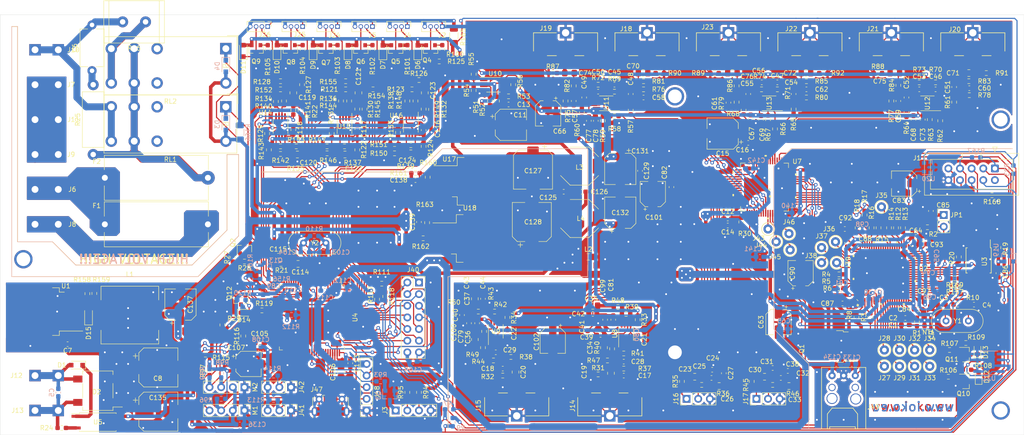
<source format=kicad_pcb>
(kicad_pcb (version 20171130) (host pcbnew 5.1.7-a382d34a8~88~ubuntu18.04.1)
  (layers (0 F.Cu signal) (31 B.Cu signal hide) (34 B.Paste user hide) (35 F.Paste user hide) (36 B.SilkS user) (37 F.SilkS user) (38 B.Mask user hide) (39 F.Mask user hide) (44 Edge.Cuts user))
  (net 0 "")
  (net 1 "Net-(C1-Pad1)")
  (net 2 VPP)
  (net 3 "Net-(C2-Pad1)")
  (net 4 "Net-(C3-Pad1)")
  (net 5 GND)
  (net 6 "Net-(C4-Pad1)")
  (net 7 "Net-(C12-Pad2)")
  (net 8 GNDA)
  (net 9 /codec/CM)
  (net 10 "Net-(C14-Pad1)")
  (net 11 "Net-(C15-Pad1)")
  (net 12 "Net-(C17-Pad1)")
  (net 13 "Net-(C18-Pad1)")
  (net 14 "Net-(C19-Pad1)")
  (net 15 "Net-(C20-Pad1)")
  (net 16 "Net-(C21-Pad1)")
  (net 17 "Net-(C22-Pad1)")
  (net 18 /codec/BAL_IN_R_P)
  (net 19 "Net-(C23-Pad2)")
  (net 20 /codec/BAL_IN_R_N)
  (net 21 "Net-(C26-Pad2)")
  (net 22 "Net-(C28-Pad1)")
  (net 23 "Net-(C28-Pad2)")
  (net 24 "Net-(C29-Pad1)")
  (net 25 "Net-(C29-Pad2)")
  (net 26 "Net-(C30-Pad2)")
  (net 27 /codec/BAL_IN_L_P)
  (net 28 /codec/BAL_IN_L_N)
  (net 29 "Net-(C33-Pad2)")
  (net 30 "Net-(C34-Pad1)")
  (net 31 /codec/SE_IN_L_N)
  (net 32 "Net-(C35-Pad1)")
  (net 33 /codec/SE_IN_L_P)
  (net 34 "Net-(C36-Pad1)")
  (net 35 /codec/SE_IN_R_N)
  (net 36 /codec/SE_IN_R_P)
  (net 37 "Net-(C37-Pad1)")
  (net 38 "Net-(C45-Pad1)")
  (net 39 /codec/AMP_REF)
  (net 40 "Net-(C46-Pad1)")
  (net 41 "Net-(C47-Pad1)")
  (net 42 "Net-(C48-Pad1)")
  (net 43 "Net-(C49-Pad1)")
  (net 44 "Net-(C51-Pad1)")
  (net 45 "Net-(C52-Pad1)")
  (net 46 "Net-(C54-Pad1)")
  (net 47 "Net-(C55-Pad1)")
  (net 48 "Net-(C57-Pad1)")
  (net 49 "Net-(C58-Pad1)")
  (net 50 "Net-(C59-Pad1)")
  (net 51 "Net-(C60-Pad1)")
  (net 52 "Net-(C61-Pad1)")
  (net 53 "Net-(C62-Pad1)")
  (net 54 "Net-(C70-Pad2)")
  (net 55 "Net-(C70-Pad1)")
  (net 56 "Net-(C71-Pad2)")
  (net 57 "Net-(C71-Pad1)")
  (net 58 "Net-(C72-Pad2)")
  (net 59 "Net-(C72-Pad1)")
  (net 60 "Net-(C74-Pad2)")
  (net 61 "Net-(C74-Pad1)")
  (net 62 "Net-(C75-Pad1)")
  (net 63 "Net-(C75-Pad2)")
  (net 64 "Net-(C76-Pad1)")
  (net 65 "Net-(C76-Pad2)")
  (net 66 "Net-(JP1-Pad2)")
  (net 67 "Net-(R3-Pad2)")
  (net 68 /codec/ABCLK)
  (net 69 "Net-(R4-Pad2)")
  (net 70 "Net-(R5-Pad2)")
  (net 71 /codec/ALRCLK)
  (net 72 /codec/AS_DAT1)
  (net 73 "Net-(R6-Pad2)")
  (net 74 "Net-(Q1-Pad1)")
  (net 75 "Net-(R10-Pad1)")
  (net 76 "Net-(R11-Pad2)")
  (net 77 /codec/MCLK)
  (net 78 "Net-(R12-Pad2)")
  (net 79 /codec/DBCLK)
  (net 80 "Net-(R13-Pad2)")
  (net 81 /codec/DLRCLK)
  (net 82 /codec/DS_DAT1)
  (net 83 "Net-(R14-Pad2)")
  (net 84 /codec/DS_DAT4)
  (net 85 "Net-(R15-Pad2)")
  (net 86 "Net-(R16-Pad2)")
  (net 87 /codec/DS_DAT3)
  (net 88 /codec/DS_DAT2)
  (net 89 "Net-(R17-Pad2)")
  (net 90 /codec/AS_DAT2)
  (net 91 "Net-(R18-Pad2)")
  (net 92 /dsp/SB_CS)
  (net 93 /codec/AMP_REF_IN)
  (net 94 "Net-(R39-Pad1)")
  (net 95 "Net-(R39-Pad2)")
  (net 96 "Net-(R42-Pad2)")
  (net 97 "Net-(R42-Pad1)")
  (net 98 "Net-(R51-Pad2)")
  (net 99 "Net-(R52-Pad2)")
  (net 100 "Net-(R53-Pad1)")
  (net 101 "Net-(R54-Pad1)")
  (net 102 /codec/DAC_5_N)
  (net 103 /codec/DAC_5_P)
  (net 104 /codec/DAC_6_P)
  (net 105 /codec/DAC_6_N)
  (net 106 /codec/DAC_1_N)
  (net 107 /codec/DAC_1_P)
  (net 108 /codec/DAC_2_P)
  (net 109 /codec/DAC_2_N)
  (net 110 /codec/DAC_3_N)
  (net 111 /codec/DAC_3_P)
  (net 112 /codec/DAC_4_P)
  (net 113 /codec/DAC_4_N)
  (net 114 +12V)
  (net 115 "Net-(C5-Pad1)")
  (net 116 "Net-(C5-Pad2)")
  (net 117 "Net-(F1-Pad1)")
  (net 118 "Net-(F1-Pad2)")
  (net 119 /dsp/MISO_M)
  (net 120 /dsp/SCLK_M)
  (net 121 /dsp/SS2_M)
  (net 122 "Net-(J1-Pad4)")
  (net 123 /dsp/MOSI_M)
  (net 124 "Net-(R20-Pad1)")
  (net 125 /dsp/SB_MOSI)
  (net 126 /dsp/SB_SCK)
  (net 127 /dsp/SB_MISO)
  (net 128 "Net-(D1-Pad1)")
  (net 129 "Net-(R24-Pad2)")
  (net 130 "Net-(Q2-Pad1)")
  (net 131 "Net-(C6-Pad1)")
  (net 132 +5V)
  (net 133 "Net-(J16-Pad1)")
  (net 134 "Net-(J16-Pad2)")
  (net 135 "Net-(J17-Pad1)")
  (net 136 "Net-(J17-Pad2)")
  (net 137 /ucu/FAN_1_IN_PWM)
  (net 138 /ucu/FAN_1_OUT_PWM)
  (net 139 /ucu/FAN_2_OUT_PWM)
  (net 140 /ucu/FAN_2_IN_PWM)
  (net 141 "Net-(D6-Pad1)")
  (net 142 "Net-(D7-Pad1)")
  (net 143 "Net-(D8-Pad1)")
  (net 144 "Net-(D9-Pad1)")
  (net 145 "Net-(D10-Pad1)")
  (net 146 "Net-(D11-Pad1)")
  (net 147 "Net-(J3-Pad1)")
  (net 148 "Net-(J3-Pad2)")
  (net 149 /ucu/PON)
  (net 150 "Net-(Q3-Pad1)")
  (net 151 "Net-(Q4-Pad1)")
  (net 152 "Net-(Q5-Pad1)")
  (net 153 "Net-(Q6-Pad1)")
  (net 154 "Net-(Q7-Pad1)")
  (net 155 "Net-(Q8-Pad1)")
  (net 156 "Net-(Q9-Pad1)")
  (net 157 +3V3)
  (net 158 +3.3VA)
  (net 159 +5VA)
  (net 160 +1V2)
  (net 161 /codec/nRST)
  (net 162 "Net-(Q10-Pad1)")
  (net 163 "Net-(D12-Pad1)")
  (net 164 "Net-(D13-Pad1)")
  (net 165 "Net-(Q11-Pad1)")
  (net 166 "Net-(R106-Pad1)")
  (net 167 "Net-(R107-Pad1)")
  (net 168 "Net-(D12-Pad2)")
  (net 169 "Net-(D13-Pad2)")
  (net 170 "Net-(C49-Pad2)")
  (net 171 "Net-(C52-Pad2)")
  (net 172 "Net-(C55-Pad2)")
  (net 173 "Net-(C103-Pad1)")
  (net 174 "Net-(C104-Pad1)")
  (net 175 "Net-(C105-Pad1)")
  (net 176 "Net-(C106-Pad1)")
  (net 177 /ucu/AMP_1_OUT)
  (net 178 /ucu/AMP_2_OUT)
  (net 179 /ucu/AMP_3_OUT)
  (net 180 /ucu/AMP_4_OUT)
  (net 181 "Net-(J27-Pad1)")
  (net 182 "Net-(J28-Pad1)")
  (net 183 "Net-(J29-Pad1)")
  (net 184 "Net-(J30-Pad1)")
  (net 185 "Net-(J31-Pad1)")
  (net 186 "Net-(J32-Pad1)")
  (net 187 "Net-(J33-Pad1)")
  (net 188 "Net-(J34-Pad1)")
  (net 189 "Net-(J35-Pad1)")
  (net 190 "Net-(J36-Pad1)")
  (net 191 "Net-(J37-Pad1)")
  (net 192 "Net-(J38-Pad1)")
  (net 193 "Net-(J39-Pad1)")
  (net 194 /ucu/T_IRQ)
  (net 195 /ucu/T_MISO)
  (net 196 /ucu/T_MOSI)
  (net 197 /ucu/T_CS)
  (net 198 /ucu/T_SCK)
  (net 199 /ucu/D_MISO)
  (net 200 /ucu/BL)
  (net 201 /ucu/D_SCK)
  (net 202 /ucu/D_MOSI)
  (net 203 /ucu/D_DC)
  (net 204 /ucu/D_RST)
  (net 205 /ucu/D_CS)
  (net 206 /ucu/TS1)
  (net 207 /ucu/TS2)
  (net 208 "Net-(J43-Pad1)")
  (net 209 "Net-(J44-Pad1)")
  (net 210 "Net-(J45-Pad1)")
  (net 211 "Net-(J46-Pad1)")
  (net 212 /ucu/LED)
  (net 213 /ucu/SPK_1_ON)
  (net 214 /ucu/SPK_2_ON)
  (net 215 /ucu/SPK_3_ON)
  (net 216 /ucu/SPK_4_ON)
  (net 217 /ucu/SPK_5_ON)
  (net 218 /ucu/SPK_6_ON)
  (net 219 "Net-(R111-Pad2)")
  (net 220 "Net-(R112-Pad1)")
  (net 221 "Net-(D14-Pad1)")
  (net 222 "Net-(D14-Pad2)")
  (net 223 "Net-(J47-Pad2)")
  (net 224 "Net-(J47-Pad3)")
  (net 225 /ucu/SWDIO)
  (net 226 /ucu/SWCLK)
  (net 227 "Net-(Q12-Pad1)")
  (net 228 /ucu/CODEC_SDA)
  (net 229 /ucu/CODEC_SCL)
  (net 230 /ucu/DSP_SDA)
  (net 231 /ucu/DSP_SCL)
  (net 232 "Net-(R119-Pad2)")
  (net 233 /ucu/AC_CTRL)
  (net 234 /ucu/AC_IN)
  (net 235 "Net-(C114-Pad1)")
  (net 236 "Net-(C119-Pad1)")
  (net 237 "Net-(C119-Pad2)")
  (net 238 "Net-(C120-Pad1)")
  (net 239 "Net-(C120-Pad2)")
  (net 240 "Net-(C121-Pad2)")
  (net 241 "Net-(C121-Pad1)")
  (net 242 "Net-(C122-Pad1)")
  (net 243 "Net-(C122-Pad2)")
  (net 244 "Net-(C123-Pad2)")
  (net 245 "Net-(C123-Pad1)")
  (net 246 "Net-(C124-Pad1)")
  (net 247 "Net-(C124-Pad2)")
  (net 248 /ucu/AMP_5_OUT)
  (net 249 /ucu/AMP_6_OUT)
  (net 250 "Net-(R140-Pad2)")
  (net 251 "Net-(R22-Pad2)")
  (net 252 "Net-(R129-Pad1)")
  (net 253 "Net-(R129-Pad2)")
  (net 254 "Net-(R130-Pad1)")
  (net 255 "Net-(R130-Pad2)")
  (net 256 "Net-(R131-Pad1)")
  (net 257 "Net-(R131-Pad2)")
  (net 258 "Net-(R132-Pad2)")
  (net 259 "Net-(R132-Pad1)")
  (net 260 "Net-(R133-Pad2)")
  (net 261 "Net-(R133-Pad1)")
  (net 262 "Net-(R134-Pad2)")
  (net 263 "Net-(R135-Pad2)")
  (net 264 "Net-(R136-Pad2)")
  (net 265 "Net-(R137-Pad2)")
  (net 266 "Net-(R138-Pad2)")
  (net 267 "Net-(R139-Pad2)")
  (net 268 "Net-(Q13-Pad1)")
  (net 269 "Net-(R156-Pad2)")
  (net 270 /dsp/WR_BACK)
  (net 271 "Net-(C135-Pad1)")
  (net 272 "Net-(C133-Pad1)")
  (net 273 "Net-(C138-Pad1)")
  (net 274 "Net-(C139-Pad1)")
  (net 275 "Net-(D15-Pad1)")
  (net 276 "Net-(R158-Pad2)")
  (net 277 /ucu/REL_PWR)
  (net 278 "Net-(C6-Pad2)")
  (net 279 /ucu/AC_SS)
  (net 280 "Net-(F2-Pad2)")
  (net 281 "Net-(J11-Pad1)")
  (net 282 "Net-(R26-Pad1)")
  (net 283 "Net-(R27-Pad2)")
  (net 284 "Net-(R157-Pad2)")
  (net 285 "Net-(R169-Pad2)")
  (module Package_TO_SOT_SMD:SOT-23 (layer F.Cu) (at 71.12 94.234 90)
    (fp_text reference Q2 (at 1.322999 -2.5 90) (layer F.SilkS))
    (fp_text value BC847)
    (pad 1 smd rect (at -1 -0.95 90) (size 0.9 0.8) (layers F.Cu F.Paste F.Mask) (net 130 "Net-(Q2-Pad1)"))
    (pad 2 smd rect (at -1 0.95 90) (size 0.9 0.8) (layers F.Cu F.Paste F.Mask) (net 5 GND))
    (pad 3 smd rect (at 1 0 90) (size 0.9 0.8) (layers F.Cu F.Paste F.Mask) (net 279 /ucu/AC_SS))
  )
  (module Resistor_SMD:R_0603_1608Metric_Pad0.98x0.95mm_HandSolder (layer F.Cu) (at 68.58 96.1155 270)
    (fp_text reference R27 (at 0 1.27 90) (layer F.SilkS))
    (fp_text value 10K)
    (pad 1 smd roundrect (at -0.9125 0 270) (size 0.975 0.95) (layers F.Cu F.Paste F.Mask) (net 130 "Net-(Q2-Pad1)"))
    (pad 2 smd roundrect (at 0.9125 0 270) (size 0.975 0.95) (layers F.Cu F.Paste F.Mask) (net 283 "Net-(R27-Pad2)"))
  )
  (module Resistor_SMD:R_0603_1608Metric_Pad0.98x0.95mm_HandSolder (layer F.Cu) (at 71.12 97.028 180)
    (fp_text reference R28 (at 0 -1.43) (layer F.SilkS))
    (fp_text value 10K)
    (pad 2 smd roundrect (at 0.9125 0 180) (size 0.975 0.95) (layers F.Cu F.Paste F.Mask) (net 283 "Net-(R27-Pad2)"))
    (pad 1 smd roundrect (at -0.9125 0 180) (size 0.975 0.95) (layers F.Cu F.Paste F.Mask) (net 5 GND))
  )
  (module Package_TO_SOT_SMD:SOT-23 (layer F.Cu) (at 70.358 105.41 270)
    (fp_text reference Q12 (at -1.524 2.54 90) (layer F.SilkS))
    (fp_text value BC847)
    (pad 1 smd rect (at -1 -0.95 270) (size 0.9 0.8) (layers F.Cu F.Paste F.Mask) (net 227 "Net-(Q12-Pad1)"))
    (pad 2 smd rect (at -1 0.95 270) (size 0.9 0.8) (layers F.Cu F.Paste F.Mask) (net 5 GND))
    (pad 3 smd rect (at 1 0 270) (size 0.9 0.8) (layers F.Cu F.Paste F.Mask) (net 221 "Net-(D14-Pad1)"))
  )
  (module Package_TO_SOT_SMD:SOT-23 (layer B.Cu) (at 237.998 96.012 90)
    (fp_text reference U19 (at 1.524 -2.794 90) (layer B.SilkS) (effects (justify mirror)))
    (fp_text value MCP130-xxxxTT)
    (pad 3 smd rect (at 1 0 90) (size 0.9 0.8) (layers B.Cu B.Paste B.Mask) (net 5 GND))
    (pad 2 smd rect (at -1 -0.95 90) (size 0.9 0.8) (layers B.Cu B.Paste B.Mask) (net 157 +3V3))
    (pad 1 smd rect (at -1 0.95 90) (size 0.9 0.8) (layers B.Cu B.Paste B.Mask) (net 161 /codec/nRST))
  )
  (module Capacitor_SMD:C_0805_2012Metric_Pad1.18x1.45mm_HandSolder (layer F.Cu) (at 93.0645 73.66)
    (fp_text reference C122 (at 1.9315 3.048) (layer F.SilkS))
    (fp_text value 10uF)
    (pad 2 smd roundrect (at 1.0375 0) (size 1.175 1.45) (layers F.Cu F.Paste F.Mask) (roundrect_rratio 0.2127659574468085) (net 243 "Net-(C122-Pad2)"))
    (pad 1 smd roundrect (at -1.0375 0) (size 1.175 1.45) (layers F.Cu F.Paste F.Mask) (roundrect_rratio 0.2127659574468085) (net 242 "Net-(C122-Pad1)"))
  )
  (module Resistor_SMD:R_0603_1608Metric_Pad0.98x0.95mm_HandSolder (layer F.Cu) (at 95.758 72.644 270)
    (fp_text reference R122 (at 0 -1.43 90) (layer F.SilkS))
    (fp_text value 10K)
    (pad 1 smd roundrect (at -0.9125 0 270) (size 0.975 0.95) (layers F.Cu F.Paste F.Mask) (net 8 GNDA))
    (pad 2 smd roundrect (at 0.9125 0 270) (size 0.975 0.95) (layers F.Cu F.Paste F.Mask) (net 243 "Net-(C122-Pad2)"))
  )
  (module Capacitor_SMD:C_0603_1608Metric_Pad1.08x0.95mm_HandSolder (layer F.Cu) (at 173.0745 122.428 180)
    (fp_text reference C25 (at 2.6405 2.54) (layer F.SilkS))
    (fp_text value 100pF)
    (pad 2 smd roundrect (at 0.8625 0 180) (size 1.075 0.95) (layers F.Cu F.Paste F.Mask) (net 18 /codec/BAL_IN_R_P))
    (pad 1 smd roundrect (at -0.8625 0 180) (size 1.075 0.95) (layers F.Cu F.Paste F.Mask) (net 20 /codec/BAL_IN_R_N))
  )
  (module Resistor_SMD:R_0603_1608Metric_Pad0.98x0.95mm_HandSolder (layer F.Cu) (at 170.942 123.952)
    (fp_text reference R36 (at 4.6736 1.905) (layer F.SilkS))
    (fp_text value 10K)
    (pad 1 smd roundrect (at -0.9125 0) (size 0.975 0.95) (layers F.Cu F.Paste F.Mask) (net 134 "Net-(J16-Pad2)"))
    (pad 2 smd roundrect (at 0.9125 0) (size 0.975 0.95) (layers F.Cu F.Paste F.Mask) (net 21 "Net-(C26-Pad2)"))
  )
  (module Capacitor_SMD:C_0603_1608Metric_Pad1.08x0.95mm_HandSolder (layer F.Cu) (at 175.768 121.412 90)
    (fp_text reference C27 (at 0 1.524 90) (layer F.SilkS))
    (fp_text value 10hF)
    (pad 1 smd roundrect (at -0.8625 0 90) (size 1.075 0.95) (layers F.Cu F.Paste F.Mask) (net 20 /codec/BAL_IN_R_N))
    (pad 2 smd roundrect (at 0.8625 0 90) (size 1.075 0.95) (layers F.Cu F.Paste F.Mask) (net 8 GNDA))
  )
  (module Resistor_SMD:R_0603_1608Metric_Pad0.98x0.95mm_HandSolder (layer F.Cu) (at 166.624 123.19 90)
    (fp_text reference R35 (at 0 -1.43 90) (layer F.SilkS))
    (fp_text value 10K)
    (pad 2 smd roundrect (at 0.9125 0 90) (size 0.975 0.95) (layers F.Cu F.Paste F.Mask) (net 19 "Net-(C23-Pad2)"))
    (pad 1 smd roundrect (at -0.9125 0 90) (size 0.975 0.95) (layers F.Cu F.Paste F.Mask) (net 133 "Net-(J16-Pad1)"))
  )
  (module Capacitor_SMD:C_0603_1608Metric_Pad1.08x0.95mm_HandSolder (layer F.Cu) (at 173.228 120.65)
    (fp_text reference C24 (at 0.127 -2.54) (layer F.SilkS))
    (fp_text value 10hF)
    (pad 2 smd roundrect (at 0.8625 0) (size 1.075 0.95) (layers F.Cu F.Paste F.Mask) (net 8 GNDA))
    (pad 1 smd roundrect (at -0.8625 0) (size 1.075 0.95) (layers F.Cu F.Paste F.Mask) (net 18 /codec/BAL_IN_R_P))
  )
  (module Capacitor_SMD:C_0805_2012Metric_Pad1.18x1.45mm_HandSolder (layer F.Cu) (at 169.418 122.174 180)
    (fp_text reference C23 (at 2.1082 1.651) (layer F.SilkS))
    (fp_text value 10uF)
    (pad 2 smd roundrect (at 1.0375 0 180) (size 1.175 1.45) (layers F.Cu F.Paste F.Mask) (roundrect_rratio 0.2127659574468085) (net 19 "Net-(C23-Pad2)"))
    (pad 1 smd roundrect (at -1.0375 0 180) (size 1.175 1.45) (layers F.Cu F.Paste F.Mask) (roundrect_rratio 0.2127659574468085) (net 18 /codec/BAL_IN_R_P))
  )
  (module Capacitor_SMD:C_0805_2012Metric_Pad1.18x1.45mm_HandSolder (layer F.Cu) (at 174.752 124.206 180)
    (fp_text reference C26 (at -1.7526 -2.8194) (layer F.SilkS))
    (fp_text value 10uF)
    (pad 1 smd roundrect (at -1.0375 0 180) (size 1.175 1.45) (layers F.Cu F.Paste F.Mask) (roundrect_rratio 0.2127659574468085) (net 20 /codec/BAL_IN_R_N))
    (pad 2 smd roundrect (at 1.0375 0 180) (size 1.175 1.45) (layers F.Cu F.Paste F.Mask) (roundrect_rratio 0.2127659574468085) (net 21 "Net-(C26-Pad2)"))
  )
  (module Capacitor_SMD:C_0805_2012Metric_Pad1.18x1.45mm_HandSolder (layer F.Cu) (at 151.13 121.412 270)
    (fp_text reference C19 (at -0.254 5.842 90) (layer F.SilkS))
    (fp_text value 10uF)
    (pad 1 smd roundrect (at -1.0375 0 270) (size 1.175 1.45) (layers F.Cu F.Paste F.Mask) (roundrect_rratio 0.2127659574468085) (net 14 "Net-(C19-Pad1)"))
    (pad 2 smd roundrect (at 1.0375 0 270) (size 1.175 1.45) (layers F.Cu F.Paste F.Mask) (roundrect_rratio 0.2127659574468085) (net 12 "Net-(C17-Pad1)"))
  )
  (module Capacitor_SMD:CP_Elec_6.3x5.3 (layer F.Cu) (at 175.514 69.088 180)
    (fp_text reference C15 (at 0 -4.35) (layer F.SilkS))
    (fp_text value 47uF)
    (pad 2 smd roundrect (at 2.8 0 180) (size 3.5 1.6) (layers F.Cu F.Paste F.Mask) (roundrect_rratio 0.15625) (net 8 GNDA))
    (pad 1 smd roundrect (at -2.8 0 180) (size 3.5 1.6) (layers F.Cu F.Paste F.Mask) (roundrect_rratio 0.15625) (net 11 "Net-(C15-Pad1)"))
  )
  (module Resistor_SMD:R_0603_1608Metric_Pad0.98x0.95mm_HandSolder (layer F.Cu) (at 207.772 109.22 90)
    (fp_text reference R3 (at 0 -1.43 90) (layer F.SilkS))
    (fp_text value 33)
    (pad 1 smd roundrect (at -0.9125 0 90) (size 0.975 0.95) (layers F.Cu F.Paste F.Mask) (net 272 "Net-(C133-Pad1)"))
    (pad 2 smd roundrect (at 0.9125 0 90) (size 0.975 0.95) (layers F.Cu F.Paste F.Mask) (net 67 "Net-(R3-Pad2)"))
  )
  (module Resistor_SMD:R_0603_1608Metric_Pad0.98x0.95mm_HandSolder (layer B.Cu) (at 72.39 100.9415 90)
    (fp_text reference R164 (at 3.6595 0 90) (layer B.SilkS) (effects (justify mirror)))
    (fp_text value 10K)
    (pad 1 smd roundrect (at -0.9125 0 90) (size 0.975 0.95) (layers B.Cu B.Paste B.Mask) (net 5 GND))
    (pad 2 smd roundrect (at 0.9125 0 90) (size 0.975 0.95) (layers B.Cu B.Paste B.Mask) (net 269 "Net-(R156-Pad2)"))
  )
  (module Resistor_SMD:R_1206_3216Metric_Pad1.30x1.75mm_HandSolder (layer F.Cu) (at 116.84 47.752 90)
    (fp_text reference R165 (at -0.254 2.032 90) (layer F.SilkS))
    (fp_text value 0)
    (pad 2 smd roundrect (at 1.55 0 90) (size 1.3 1.75) (layers F.Cu F.Paste F.Mask) (roundrect_rratio 0.1923076923076923) (net 277 /ucu/REL_PWR))
    (pad 1 smd roundrect (at -1.55 0 90) (size 1.3 1.75) (layers F.Cu F.Paste F.Mask) (roundrect_rratio 0.1923076923076923) (net 132 +5V))
  )
  (module Resistor_SMD:R_1206_3216Metric_Pad1.30x1.75mm_HandSolder (layer B.Cu) (at 70.104 68.834 90)
    (fp_text reference R166 (at 0 1.82 90) (layer B.SilkS) (effects (justify mirror)))
    (fp_text value DNP)
    (pad 1 smd roundrect (at -1.55 0 90) (size 1.3 1.75) (layers B.Cu B.Paste B.Mask) (roundrect_rratio 0.1923076923076923) (net 114 +12V))
    (pad 2 smd roundrect (at 1.55 0 90) (size 1.3 1.75) (layers B.Cu B.Paste B.Mask) (roundrect_rratio 0.1923076923076923) (net 277 /ucu/REL_PWR))
  )
  (module Package_TO_SOT_SMD:SOT-23 (layer B.Cu) (at 102.87 126.238 270)
    (fp_text reference Q3 (at 0 2.5 90) (layer B.SilkS) (effects (justify mirror)))
    (fp_text value BC847)
    (pad 3 smd rect (at 1 0 270) (size 0.9 0.8) (layers B.Cu B.Paste B.Mask) (net 147 "Net-(J3-Pad1)"))
    (pad 2 smd rect (at -1 -0.95 270) (size 0.9 0.8) (layers B.Cu B.Paste B.Mask) (net 5 GND))
    (pad 1 smd rect (at -1 0.95 270) (size 0.9 0.8) (layers B.Cu B.Paste B.Mask) (net 150 "Net-(Q3-Pad1)"))
  )
  (module Resistor_SMD:R_0603_1608Metric_Pad0.98x0.95mm_HandSolder (layer F.Cu) (at 108.458 77.724)
    (fp_text reference R161 (at -3.683 0) (layer F.SilkS))
    (fp_text value 1K1)
    (pad 1 smd roundrect (at -0.9125 0) (size 0.975 0.95) (layers F.Cu F.Paste F.Mask) (net 5 GND))
    (pad 2 smd roundrect (at 0.9125 0) (size 0.975 0.95) (layers F.Cu F.Paste F.Mask) (net 273 "Net-(C138-Pad1)"))
  )
  (module Capacitor_SMD:CP_Elec_6.3x7.7 (layer F.Cu) (at 153.162 86.36 90)
    (fp_text reference C132 (at 0 0 180) (layer F.SilkS))
    (fp_text value 100)
    (pad 2 smd roundrect (at 2.7 0 90) (size 3.5 1.6) (layers F.Cu F.Paste F.Mask) (roundrect_rratio 0.15625) (net 8 GNDA))
    (pad 1 smd roundrect (at -2.7 0 90) (size 3.5 1.6) (layers F.Cu F.Paste F.Mask) (roundrect_rratio 0.15625) (net 158 +3.3VA))
  )
  (module Capacitor_SMD:CP_Elec_6.3x7.7 (layer F.Cu) (at 153.162 76.802 270)
    (fp_text reference C131 (at -3.904 -4.35) (layer F.SilkS))
    (fp_text value 100)
    (pad 2 smd roundrect (at 2.7 0 270) (size 3.5 1.6) (layers F.Cu F.Paste F.Mask) (roundrect_rratio 0.15625) (net 8 GNDA))
    (pad 1 smd roundrect (at -2.7 0 270) (size 3.5 1.6) (layers F.Cu F.Paste F.Mask) (roundrect_rratio 0.15625) (net 159 +5VA))
  )
  (module Capacitor_SMD:C_0603_1608Metric_Pad1.08x0.95mm_HandSolder (layer F.Cu) (at 157.48 77.216 270)
    (fp_text reference C129 (at 0 -1.43 270) (layer F.SilkS))
    (fp_text value 0.1)
    (pad 2 smd roundrect (at 0.8625 0 270) (size 1.075 0.95) (layers F.Cu F.Paste F.Mask) (net 8 GNDA))
    (pad 1 smd roundrect (at -0.8625 0 270) (size 1.075 0.95) (layers F.Cu F.Paste F.Mask) (net 159 +5VA))
  )
  (module Package_TO_SOT_SMD:TO-252-3_TabPin2 (layer F.Cu) (at 199.39 115.57 180)
    (fp_text reference Q1 (at 6.604 -0.508 270) (layer F.SilkS))
    (fp_text value STD2805)
    (pad 1 smd rect (at -4.2 -2.28 180) (size 2.2 1.2) (layers F.Cu F.Paste F.Mask) (net 74 "Net-(Q1-Pad1)"))
    (pad 2 smd rect (at -4.2 0 180) (size 2.2 1.2) (layers F.Cu F.Paste F.Mask) (net 160 +1V2))
    (pad 3 smd rect (at -4.2 2.28 180) (size 2.2 1.2) (layers F.Cu F.Paste F.Mask) (net 157 +3V3))
    (pad 2 smd rect (at 2.1 0 180) (size 6.4 5.8) (layers F.Cu F.Mask) (net 160 +1V2))
  )
  (module Capacitor_SMD:CP_Elec_5x5.8 (layer F.Cu) (at 187.706 110.236 270)
    (fp_text reference C63 (at 0 3.81 90) (layer F.SilkS))
    (fp_text value 10uF)
    (pad 2 smd roundrect (at 2.2 0 270) (size 3 1.6) (layers F.Cu F.Paste F.Mask) (roundrect_rratio 0.15625) (net 5 GND))
    (pad 1 smd roundrect (at -2.2 0 270) (size 3 1.6) (layers F.Cu F.Paste F.Mask) (roundrect_rratio 0.15625) (net 157 +3V3))
  )
  (module Diode_SMD:D_SOD-323_HandSoldering (layer F.Cu) (at 34.544 119.634 180)
    (fp_text reference D1 (at 3.302 0) (layer F.SilkS))
    (fp_text value 1N4148)
    (pad 2 smd rect (at 1.25 0 180) (size 1 1) (layers F.Cu F.Paste F.Mask) (net 115 "Net-(C5-Pad1)"))
    (pad 1 smd rect (at -1.25 0 180) (size 1 1) (layers F.Cu F.Paste F.Mask) (net 128 "Net-(D1-Pad1)"))
  )
  (module Diode_SMD:Diode_Bridge_Vishay_DFS (layer F.Cu) (at 39.116 125.222 180)
    (fp_text reference D2 (at 0.254 -0.254) (layer F.SilkS))
    (fp_text value D_Bridge_+-AA)
    (pad 1 smd rect (at -4.37 -2.55 180) (size 2 1.5) (layers F.Cu F.Paste F.Mask) (net 271 "Net-(C135-Pad1)"))
    (pad 2 smd rect (at -4.37 2.55 180) (size 2 1.5) (layers F.Cu F.Paste F.Mask) (net 5 GND))
    (pad 3 smd rect (at 4.37 2.55 180) (size 2 1.5) (layers F.Cu F.Paste F.Mask) (net 115 "Net-(C5-Pad1)"))
    (pad 4 smd rect (at 4.37 -2.55 180) (size 2 1.5) (layers F.Cu F.Paste F.Mask) (net 116 "Net-(C5-Pad2)"))
  )
  (module Resistor_SMD:R_0603_1608Metric_Pad0.98x0.95mm_HandSolder (layer F.Cu) (at 99.187 59.436 180)
    (fp_text reference R154 (at -0.762 -1.43) (layer F.SilkS))
    (fp_text value 100K)
    (pad 1 smd roundrect (at -0.9125 0 180) (size 0.975 0.95) (layers F.Cu F.Paste F.Mask) (net 179 /ucu/AMP_3_OUT))
    (pad 2 smd roundrect (at 0.9125 0 180) (size 0.975 0.95) (layers F.Cu F.Paste F.Mask) (net 243 "Net-(C122-Pad2)"))
  )
  (module Resistor_SMD:R_0603_1608Metric_Pad0.98x0.95mm_HandSolder (layer F.Cu) (at 110.236 71.882 270)
    (fp_text reference R124 (at 0.381 -1.524 90) (layer F.SilkS))
    (fp_text value 10K)
    (pad 1 smd roundrect (at -0.9125 0 270) (size 0.975 0.95) (layers F.Cu F.Paste F.Mask) (net 8 GNDA))
    (pad 2 smd roundrect (at 0.9125 0 270) (size 0.975 0.95) (layers F.Cu F.Paste F.Mask) (net 247 "Net-(C124-Pad2)"))
  )
  (module Resistor_SMD:R_0603_1608Metric_Pad0.98x0.95mm_HandSolder (layer F.Cu) (at 181.864 123.19 90)
    (fp_text reference R45 (at -0.762 -1.27 90) (layer F.SilkS))
    (fp_text value 10K)
    (pad 2 smd roundrect (at 0.9125 0 90) (size 0.975 0.95) (layers F.Cu F.Paste F.Mask) (net 26 "Net-(C30-Pad2)"))
    (pad 1 smd roundrect (at -0.9125 0 90) (size 0.975 0.95) (layers F.Cu F.Paste F.Mask) (net 135 "Net-(J17-Pad1)"))
  )
  (module TestPoint:TestPoint_Keystone_5000-5004_Miniature (layer F.Cu) (at 200.406 97.282)
    (fp_text reference J39 (at 2.54 0 90) (layer F.SilkS))
    (fp_text value TP)
    (pad 1 thru_hole circle (at 0 0) (size 2 2) (drill 1) (layers *.Cu *.Mask) (net 193 "Net-(J39-Pad1)"))
  )
  (module Resistor_SMD:R_0603_1608Metric_Pad0.98x0.95mm_HandSolder (layer F.Cu) (at 144.78 64.516 90)
    (fp_text reference R60 (at -3.81 -1.016 90) (layer F.SilkS))
    (fp_text value 10K)
    (pad 2 smd roundrect (at 0.9125 0 90) (size 0.975 0.95) (layers F.Cu F.Paste F.Mask) (net 170 "Net-(C49-Pad2)"))
    (pad 1 smd roundrect (at -0.9125 0 90) (size 0.975 0.95) (layers F.Cu F.Paste F.Mask) (net 105 /codec/DAC_6_N))
  )
  (module Capacitor_SMD:C_0603_1608Metric_Pad1.08x0.95mm_HandSolder (layer F.Cu) (at 146.05 111.252 270)
    (fp_text reference C41 (at 0 1.27 90) (layer F.SilkS))
    (fp_text value 100pF)
    (pad 2 smd roundrect (at 0.8625 0 270) (size 1.075 0.95) (layers F.Cu F.Paste F.Mask) (net 35 /codec/SE_IN_R_N))
    (pad 1 smd roundrect (at -0.8625 0 270) (size 1.075 0.95) (layers F.Cu F.Paste F.Mask) (net 36 /codec/SE_IN_R_P))
  )
  (module Connector_PinHeader_2.54mm:PinHeader_1x02_P2.54mm_Vertical (layer F.Cu) (at 223.774 86.868)
    (fp_text reference JP1 (at 2.794 0) (layer F.SilkS))
    (fp_text value SBOOT)
    (pad 1 thru_hole rect (at 0 0) (size 1.7 1.7) (drill 1) (layers *.Cu *.Mask) (net 157 +3V3))
    (pad 2 thru_hole oval (at 0 2.54) (size 1.7 1.7) (drill 1) (layers *.Cu *.Mask) (net 66 "Net-(JP1-Pad2)"))
  )
  (module Resistor_SMD:R_0603_1608Metric_Pad0.98x0.95mm_HandSolder (layer F.Cu) (at 228.854 120.65 180)
    (fp_text reference R108 (at -3.556 0.889) (layer F.SilkS))
    (fp_text value 1K)
    (pad 2 smd roundrect (at 0.9125 0 180) (size 0.975 0.95) (layers F.Cu F.Paste F.Mask) (net 157 +3V3))
    (pad 1 smd roundrect (at -0.9125 0 180) (size 0.975 0.95) (layers F.Cu F.Paste F.Mask) (net 168 "Net-(D12-Pad2)"))
  )
  (module Connector_IDC:IDC-Header_2x05_P2.54mm_Vertical (layer F.Cu) (at 234.95 76.708 270)
    (fp_text reference J1 (at -2.286 17.018 180) (layer F.SilkS))
    (fp_text value PRG)
    (pad 1 thru_hole roundrect (at 0 0 270) (size 1.7 1.7) (drill 1) (layers *.Cu *.Mask) (roundrect_rratio 0.1470588235294118) (net 231 /ucu/DSP_SCL))
    (pad 3 thru_hole circle (at 0 2.54 270) (size 1.7 1.7) (drill 1) (layers *.Cu *.Mask) (net 230 /ucu/DSP_SDA))
    (pad 5 thru_hole circle (at 0 5.08 270) (size 1.7 1.7) (drill 1) (layers *.Cu *.Mask) (net 119 /dsp/MISO_M))
    (pad 7 thru_hole circle (at 0 7.62 270) (size 1.7 1.7) (drill 1) (layers *.Cu *.Mask) (net 120 /dsp/SCLK_M))
    (pad 9 thru_hole circle (at 0 10.16 270) (size 1.7 1.7) (drill 1) (layers *.Cu *.Mask) (net 121 /dsp/SS2_M))
    (pad 2 thru_hole circle (at 2.54 0 270) (size 1.7 1.7) (drill 1) (layers *.Cu *.Mask))
    (pad 4 thru_hole circle (at 2.54 2.54 270) (size 1.7 1.7) (drill 1) (layers *.Cu *.Mask) (net 122 "Net-(J1-Pad4)"))
    (pad 6 thru_hole circle (at 2.54 5.08 270) (size 1.7 1.7) (drill 1) (layers *.Cu *.Mask) (net 161 /codec/nRST))
    (pad 8 thru_hole circle (at 2.54 7.62 270) (size 1.7 1.7) (drill 1) (layers *.Cu *.Mask) (net 123 /dsp/MOSI_M))
    (pad 10 thru_hole circle (at 2.54 10.16 270) (size 1.7 1.7) (drill 1) (layers *.Cu *.Mask) (net 5 GND))
  )
  (module Resistor_SMD:R_0603_1608Metric_Pad0.98x0.95mm_HandSolder (layer F.Cu) (at 226.314 104.14 180)
    (fp_text reference R11 (at 0 1.524) (layer F.SilkS))
    (fp_text value 33R)
    (pad 2 smd roundrect (at 0.9125 0 180) (size 0.975 0.95) (layers F.Cu F.Paste F.Mask) (net 76 "Net-(R11-Pad2)"))
    (pad 1 smd roundrect (at -0.9125 0 180) (size 0.975 0.95) (layers F.Cu F.Paste F.Mask) (net 77 /codec/MCLK))
  )
  (module Connector_PinHeader_2.54mm:PinHeader_1x03_P2.54mm_Vertical (layer F.Cu) (at 81.28 129.54 270)
    (fp_text reference J41 (at 0 -2.33 90) (layer F.SilkS))
    (fp_text value TempSens1)
    (pad 3 thru_hole oval (at 0 5.08 270) (size 1.7 1.7) (drill 1) (layers *.Cu *.Mask) (net 157 +3V3))
    (pad 2 thru_hole oval (at 0 2.54 270) (size 1.7 1.7) (drill 1) (layers *.Cu *.Mask) (net 206 /ucu/TS1))
    (pad 1 thru_hole rect (at 0 0 270) (size 1.7 1.7) (drill 1) (layers *.Cu *.Mask) (net 5 GND))
  )
  (module Resistor_SMD:R_0603_1608Metric_Pad0.98x0.95mm_HandSolder (layer B.Cu) (at 81.3835 108.712)
    (fp_text reference R112 (at -0.1035 2.54 180) (layer B.SilkS) (effects (justify mirror)))
    (fp_text value 10K)
    (pad 2 smd roundrect (at 0.9125 0) (size 0.975 0.95) (layers B.Cu B.Paste B.Mask) (net 5 GND))
    (pad 1 smd roundrect (at -0.9125 0) (size 0.975 0.95) (layers B.Cu B.Paste B.Mask) (net 220 "Net-(R112-Pad1)"))
  )
  (module Resistor_SMD:R_0603_1608Metric_Pad0.98x0.95mm_HandSolder (layer B.Cu) (at 77.47 121.92)
    (fp_text reference R114 (at -0.254 -1.524) (layer B.SilkS) (effects (justify mirror)))
    (fp_text value 10K)
    (pad 1 smd roundrect (at -0.9125 0) (size 0.975 0.95) (layers B.Cu B.Paste B.Mask) (net 157 +3V3))
    (pad 2 smd roundrect (at 0.9125 0) (size 0.975 0.95) (layers B.Cu B.Paste B.Mask) (net 207 /ucu/TS2))
  )
  (module Resistor_SMD:R_0603_1608Metric_Pad0.98x0.95mm_HandSolder (layer F.Cu) (at 101.092 101.854 180)
    (fp_text reference R111 (at 0 2.54) (layer F.SilkS))
    (fp_text value 10K)
    (pad 1 smd roundrect (at -0.9125 0 180) (size 0.975 0.95) (layers F.Cu F.Paste F.Mask) (net 5 GND))
    (pad 2 smd roundrect (at 0.9125 0 180) (size 0.975 0.95) (layers F.Cu F.Paste F.Mask) (net 219 "Net-(R111-Pad2)"))
  )
  (module Resistor_SMD:R_0603_1608Metric_Pad0.98x0.95mm_HandSolder (layer B.Cu) (at 77.47 127.254)
    (fp_text reference R113 (at -3.81 0) (layer B.SilkS) (effects (justify mirror)))
    (fp_text value 10K)
    (pad 2 smd roundrect (at 0.9125 0) (size 0.975 0.95) (layers B.Cu B.Paste B.Mask) (net 206 /ucu/TS1))
    (pad 1 smd roundrect (at -0.9125 0) (size 0.975 0.95) (layers B.Cu B.Paste B.Mask) (net 157 +3V3))
  )
  (module LED_SMD:LED_0603_1608Metric_Pad1.05x0.95mm_HandSolder (layer F.Cu) (at 231.394 122.174 90)
    (fp_text reference D12 (at 0 1.778 90) (layer F.SilkS))
    (fp_text value LED)
    (pad 1 smd roundrect (at -0.875 0 90) (size 1.05 0.95) (layers F.Cu F.Paste F.Mask) (net 163 "Net-(D12-Pad1)"))
    (pad 2 smd roundrect (at 0.875 0 90) (size 1.05 0.95) (layers F.Cu F.Paste F.Mask) (net 168 "Net-(D12-Pad2)"))
  )
  (module Resistor_SMD:R_0603_1608Metric_Pad0.98x0.95mm_HandSolder (layer F.Cu) (at 228.6 114.808 180)
    (fp_text reference R109 (at -2.286 1.27) (layer F.SilkS))
    (fp_text value 1K)
    (pad 1 smd roundrect (at -0.9125 0 180) (size 0.975 0.95) (layers F.Cu F.Paste F.Mask) (net 169 "Net-(D13-Pad2)"))
    (pad 2 smd roundrect (at 0.9125 0 180) (size 0.975 0.95) (layers F.Cu F.Paste F.Mask) (net 157 +3V3))
  )
  (module LED_SMD:LED_0603_1608Metric_Pad1.05x0.95mm_HandSolder (layer F.Cu) (at 231.14 116.332 90)
    (fp_text reference D13 (at -0.508 1.778 90) (layer F.SilkS))
    (fp_text value LED)
    (pad 2 smd roundrect (at 0.875 0 90) (size 1.05 0.95) (layers F.Cu F.Paste F.Mask) (net 169 "Net-(D13-Pad2)"))
    (pad 1 smd roundrect (at -0.875 0 90) (size 1.05 0.95) (layers F.Cu F.Paste F.Mask) (net 164 "Net-(D13-Pad1)"))
  )
  (module Resistor_SMD:R_0603_1608Metric_Pad0.98x0.95mm_HandSolder (layer F.Cu) (at 225.044 116.332)
    (fp_text reference R107 (at 0 -1.43) (layer F.SilkS))
    (fp_text value 1K)
    (pad 1 smd roundrect (at -0.9125 0) (size 0.975 0.95) (layers F.Cu F.Paste F.Mask) (net 167 "Net-(R107-Pad1)"))
    (pad 2 smd roundrect (at 0.9125 0) (size 0.975 0.95) (layers F.Cu F.Paste F.Mask) (net 165 "Net-(Q11-Pad1)"))
  )
  (module Package_TO_SOT_SMD:SOT-23 (layer F.Cu) (at 228.6 117.348)
    (fp_text reference Q11 (at -3.048 1.016) (layer F.SilkS))
    (fp_text value BC846A)
    (pad 3 smd rect (at 1 0) (size 0.9 0.8) (layers F.Cu F.Paste F.Mask) (net 164 "Net-(D13-Pad1)"))
    (pad 2 smd rect (at -1 0.95) (size 0.9 0.8) (layers F.Cu F.Paste F.Mask) (net 5 GND))
    (pad 1 smd rect (at -1 -0.95) (size 0.9 0.8) (layers F.Cu F.Paste F.Mask) (net 165 "Net-(Q11-Pad1)"))
  )
  (module Resistor_SMD:R_0603_1608Metric_Pad0.98x0.95mm_HandSolder (layer F.Cu) (at 224.79 122.174)
    (fp_text reference R106 (at 0 -1.43) (layer F.SilkS))
    (fp_text value 1K)
    (pad 2 smd roundrect (at 0.9125 0) (size 0.975 0.95) (layers F.Cu F.Paste F.Mask) (net 162 "Net-(Q10-Pad1)"))
    (pad 1 smd roundrect (at -0.9125 0) (size 0.975 0.95) (layers F.Cu F.Paste F.Mask) (net 166 "Net-(R106-Pad1)"))
  )
  (module Package_TO_SOT_SMD:SOT-23 (layer F.Cu) (at 228.6 123.19)
    (fp_text reference Q10 (at -0.508 2.667) (layer F.SilkS))
    (fp_text value BC846A)
    (pad 1 smd rect (at -1 -0.95) (size 0.9 0.8) (layers F.Cu F.Paste F.Mask) (net 162 "Net-(Q10-Pad1)"))
    (pad 2 smd rect (at -1 0.95) (size 0.9 0.8) (layers F.Cu F.Paste F.Mask) (net 5 GND))
    (pad 3 smd rect (at 1 0) (size 0.9 0.8) (layers F.Cu F.Paste F.Mask) (net 163 "Net-(D12-Pad1)"))
  )
  (module Capacitor_SMD:C_0603_1608Metric_Pad1.08x0.95mm_HandSolder (layer F.Cu) (at 119.634 105.156 270)
    (fp_text reference C43 (at -3.556 0 90) (layer F.SilkS))
    (fp_text value 100pF)
    (pad 1 smd roundrect (at -0.8625 0 270) (size 1.075 0.95) (layers F.Cu F.Paste F.Mask) (net 33 /codec/SE_IN_L_P))
    (pad 2 smd roundrect (at 0.8625 0 270) (size 1.075 0.95) (layers F.Cu F.Paste F.Mask) (net 31 /codec/SE_IN_L_N))
  )
  (module Capacitor_SMD:C_0603_1608Metric_Pad1.08x0.95mm_HandSolder (layer F.Cu) (at 118.618 108.712 90)
    (fp_text reference C40 (at 0 -1.43 90) (layer F.SilkS))
    (fp_text value 1nF)
    (pad 2 smd roundrect (at 0.8625 0 90) (size 1.075 0.95) (layers F.Cu F.Paste F.Mask) (net 31 /codec/SE_IN_L_N))
    (pad 1 smd roundrect (at -0.8625 0 90) (size 1.075 0.95) (layers F.Cu F.Paste F.Mask) (net 8 GNDA))
  )
  (module Capacitor_SMD:C_0603_1608Metric_Pad1.08x0.95mm_HandSolder (layer F.Cu) (at 120.142 110.49 270)
    (fp_text reference C100 (at 2.032 3.302 90) (layer F.SilkS))
    (fp_text value 0.1)
    (pad 1 smd roundrect (at -0.8625 0 270) (size 1.075 0.95) (layers F.Cu F.Paste F.Mask) (net 158 +3.3VA))
    (pad 2 smd roundrect (at 0.8625 0 270) (size 1.075 0.95) (layers F.Cu F.Paste F.Mask) (net 8 GNDA))
  )
  (module Resistor_SMD:R_0603_1608Metric_Pad0.98x0.95mm_HandSolder (layer F.Cu) (at 124.714 61.976 90)
    (fp_text reference R51 (at -1.27 -3.048 90) (layer F.SilkS))
    (fp_text value 0)
    (pad 1 smd roundrect (at -0.9125 0 90) (size 0.975 0.95) (layers F.Cu F.Paste F.Mask) (net 9 /codec/CM))
    (pad 2 smd roundrect (at 0.9125 0 90) (size 0.975 0.95) (layers F.Cu F.Paste F.Mask) (net 98 "Net-(R51-Pad2)"))
  )
  (module Resistor_SMD:R_0603_1608Metric_Pad0.98x0.95mm_HandSolder (layer F.Cu) (at 126.238 61.976 90)
    (fp_text reference R52 (at -1.905 -3.175 90) (layer F.SilkS))
    (fp_text value 0)
    (pad 2 smd roundrect (at 0.9125 0 90) (size 0.975 0.95) (layers F.Cu F.Paste F.Mask) (net 99 "Net-(R52-Pad2)"))
    (pad 1 smd roundrect (at -0.9125 0 90) (size 0.975 0.95) (layers F.Cu F.Paste F.Mask) (net 9 /codec/CM))
  )
  (module Resistor_SMD:R_0603_1608Metric_Pad0.98x0.95mm_HandSolder (layer F.Cu) (at 128.778 60.96 180)
    (fp_text reference R53 (at -3.302 0) (layer F.SilkS))
    (fp_text value 10K)
    (pad 1 smd roundrect (at -0.9125 0 180) (size 0.975 0.95) (layers F.Cu F.Paste F.Mask) (net 100 "Net-(R53-Pad1)"))
    (pad 2 smd roundrect (at 0.9125 0 180) (size 0.975 0.95) (layers F.Cu F.Paste F.Mask) (net 8 GNDA))
  )
  (module Resistor_SMD:R_0603_1608Metric_Pad0.98x0.95mm_HandSolder (layer F.Cu) (at 121.158 59.69 270)
    (fp_text reference R54 (at 0 1.524 90) (layer F.SilkS))
    (fp_text value 10K)
    (pad 2 smd roundrect (at 0.9125 0 270) (size 0.975 0.95) (layers F.Cu F.Paste F.Mask) (net 8 GNDA))
    (pad 1 smd roundrect (at -0.9125 0 270) (size 0.975 0.95) (layers F.Cu F.Paste F.Mask) (net 101 "Net-(R54-Pad1)"))
  )
  (module Resistor_SMD:R_0603_1608Metric_Pad0.98x0.95mm_HandSolder (layer F.Cu) (at 121.158 56.134 90)
    (fp_text reference R55 (at 3.302 -0.508 90) (layer F.SilkS))
    (fp_text value 10K)
    (pad 2 smd roundrect (at 0.9125 0 90) (size 0.975 0.95) (layers F.Cu F.Paste F.Mask) (net 39 /codec/AMP_REF))
    (pad 1 smd roundrect (at -0.9125 0 90) (size 0.975 0.95) (layers F.Cu F.Paste F.Mask) (net 101 "Net-(R54-Pad1)"))
  )
  (module Resistor_SMD:R_0603_1608Metric_Pad0.98x0.95mm_HandSolder (layer F.Cu) (at 129.794 58.42 90)
    (fp_text reference R56 (at 0.762 1.524 90) (layer F.SilkS))
    (fp_text value 1K)
    (pad 1 smd roundrect (at -0.9125 0 90) (size 0.975 0.95) (layers F.Cu F.Paste F.Mask) (net 100 "Net-(R53-Pad1)"))
    (pad 2 smd roundrect (at 0.9125 0 90) (size 0.975 0.95) (layers F.Cu F.Paste F.Mask) (net 93 /codec/AMP_REF_IN))
  )
  (module Capacitor_SMD:C_0603_1608Metric_Pad1.08x0.95mm_HandSolder (layer B.Cu) (at 158.496 112.776 270)
    (fp_text reference C80 (at 0.254 1.778 90) (layer B.SilkS) (effects (justify mirror)))
    (fp_text value 0.1)
    (pad 1 smd roundrect (at -0.8625 0 270) (size 1.075 0.95) (layers B.Cu B.Paste B.Mask) (net 158 +3.3VA))
    (pad 2 smd roundrect (at 0.8625 0 270) (size 1.075 0.95) (layers B.Cu B.Paste B.Mask) (net 8 GNDA))
  )
  (module Capacitor_SMD:C_0603_1608Metric_Pad1.08x0.95mm_HandSolder (layer F.Cu) (at 164.338 80.772 90)
    (fp_text reference C82 (at 3.175 -1.524 90) (layer F.SilkS))
    (fp_text value 0.1)
    (pad 1 smd roundrect (at -0.8625 0 90) (size 1.075 0.95) (layers F.Cu F.Paste F.Mask) (net 158 +3.3VA))
    (pad 2 smd roundrect (at 0.8625 0 90) (size 1.075 0.95) (layers F.Cu F.Paste F.Mask) (net 8 GNDA))
  )
  (module Capacitor_SMD:CP_Elec_5x5.8 (layer F.Cu) (at 160.274 82.296 90)
    (fp_text reference C101 (at -5.08 0.254) (layer F.SilkS))
    (fp_text value 10uF)
    (pad 2 smd roundrect (at 2.2 0 90) (size 3 1.6) (layers F.Cu F.Paste F.Mask) (roundrect_rratio 0.15625) (net 8 GNDA))
    (pad 1 smd roundrect (at -2.2 0 90) (size 3 1.6) (layers F.Cu F.Paste F.Mask) (roundrect_rratio 0.15625) (net 158 +3.3VA))
  )
  (module Package_SO:MSOP-8_3x3mm_P0.65mm (layer F.Cu) (at 125.476 58.42)
    (fp_text reference U10 (at 0.381 -2.413 180) (layer F.SilkS))
    (fp_text value ADA4807-2ARM)
    (pad 8 smd roundrect (at 2.1125 -0.975) (size 1.625 0.4) (layers F.Cu F.Paste F.Mask) (net 159 +5VA))
    (pad 7 smd roundrect (at 2.1125 -0.325) (size 1.625 0.4) (layers F.Cu F.Paste F.Mask) (net 93 /codec/AMP_REF_IN))
    (pad 6 smd roundrect (at 2.1125 0.325) (size 1.625 0.4) (layers F.Cu F.Paste F.Mask) (net 100 "Net-(R53-Pad1)"))
    (pad 5 smd roundrect (at 2.1125 0.975) (size 1.625 0.4) (layers F.Cu F.Paste F.Mask) (net 99 "Net-(R52-Pad2)"))
    (pad 4 smd roundrect (at -2.1125 0.975) (size 1.625 0.4) (layers F.Cu F.Paste F.Mask) (net 8 GNDA))
    (pad 3 smd roundrect (at -2.1125 0.325) (size 1.625 0.4) (layers F.Cu F.Paste F.Mask) (net 98 "Net-(R51-Pad2)"))
    (pad 2 smd roundrect (at -2.1125 -0.325) (size 1.625 0.4) (layers F.Cu F.Paste F.Mask) (net 101 "Net-(R54-Pad1)"))
    (pad 1 smd roundrect (at -2.1125 -0.975) (size 1.625 0.4) (layers F.Cu F.Paste F.Mask) (net 39 /codec/AMP_REF))
  )
  (module Capacitor_SMD:C_0603_1608Metric_Pad1.08x0.95mm_HandSolder (layer F.Cu) (at 128.778 62.738)
    (fp_text reference C13 (at 3.302 0) (layer F.SilkS))
    (fp_text value 0.1)
    (pad 2 smd roundrect (at 0.8625 0) (size 1.075 0.95) (layers F.Cu F.Paste F.Mask) (net 8 GNDA))
    (pad 1 smd roundrect (at -0.8625 0) (size 1.075 0.95) (layers F.Cu F.Paste F.Mask) (net 9 /codec/CM))
  )
  (module Resistor_SMD:R_0603_1608Metric_Pad0.98x0.95mm_HandSolder (layer F.Cu) (at 227.076 96.012 270)
    (fp_text reference R20 (at 0.254 1.524 90) (layer F.SilkS))
    (fp_text value 10K)
    (pad 1 smd roundrect (at -0.9125 0 270) (size 0.975 0.95) (layers F.Cu F.Paste F.Mask) (net 124 "Net-(R20-Pad1)"))
    (pad 2 smd roundrect (at 0.9125 0 270) (size 0.975 0.95) (layers F.Cu F.Paste F.Mask) (net 157 +3V3))
  )
  (module Package_SO:SOIJ-8_5.3x5.3mm_P1.27mm (layer F.Cu) (at 231.394 96.774 270)
    (fp_text reference U3 (at 0.254 -1.27 90) (layer F.SilkS))
    (fp_text value 25AA1024)
    (pad 1 smd rect (at -3.65 -1.905 270) (size 1.7 0.65) (layers F.Cu F.Paste F.Mask) (net 92 /dsp/SB_CS))
    (pad 2 smd rect (at -3.65 -0.635 270) (size 1.7 0.65) (layers F.Cu F.Paste F.Mask) (net 127 /dsp/SB_MISO))
    (pad 3 smd rect (at -3.65 0.635 270) (size 1.7 0.65) (layers F.Cu F.Paste F.Mask) (net 124 "Net-(R20-Pad1)"))
    (pad 4 smd rect (at -3.65 1.905 270) (size 1.7 0.65) (layers F.Cu F.Paste F.Mask) (net 5 GND))
    (pad 5 smd rect (at 3.65 1.905 270) (size 1.7 0.65) (layers F.Cu F.Paste F.Mask) (net 125 /dsp/SB_MOSI))
    (pad 6 smd rect (at 3.65 0.635 270) (size 1.7 0.65) (layers F.Cu F.Paste F.Mask) (net 126 /dsp/SB_SCK))
    (pad 7 smd rect (at 3.65 -0.635 270) (size 1.7 0.65) (layers F.Cu F.Paste F.Mask) (net 157 +3V3))
    (pad 8 smd rect (at 3.65 -1.905 270) (size 1.7 0.65) (layers F.Cu F.Paste F.Mask) (net 157 +3V3))
  )
  (module Capacitor_SMD:C_0603_1608Metric_Pad1.08x0.95mm_HandSolder (layer F.Cu) (at 235.712 99.568 270)
    (fp_text reference C86 (at -0.381 -1.524 270) (layer F.SilkS))
    (fp_text value 0.1)
    (pad 1 smd roundrect (at -0.8625 0 270) (size 1.075 0.95) (layers F.Cu F.Paste F.Mask) (net 157 +3V3))
    (pad 2 smd roundrect (at 0.8625 0 270) (size 1.075 0.95) (layers F.Cu F.Paste F.Mask) (net 5 GND))
  )
  (module Resistor_SMD:R_0603_1608Metric_Pad0.98x0.95mm_HandSolder (layer F.Cu) (at 235.712 93.98 90)
    (fp_text reference R19 (at -0.254 1.524 90) (layer F.SilkS))
    (fp_text value 10K)
    (pad 2 smd roundrect (at 0.9125 0 90) (size 0.975 0.95) (layers F.Cu F.Paste F.Mask) (net 92 /dsp/SB_CS))
    (pad 1 smd roundrect (at -0.9125 0 90) (size 0.975 0.95) (layers F.Cu F.Paste F.Mask) (net 157 +3V3))
  )
  (module Resistor_SMD:R_0603_1608Metric_Pad0.98x0.95mm_HandSolder (layer F.Cu) (at 223.012 66.294 90)
    (fp_text reference R62 (at -3.302 0 90) (layer F.SilkS))
    (fp_text value 10K)
    (pad 2 smd roundrect (at 0.9125 0 90) (size 0.975 0.95) (layers F.Cu F.Paste F.Mask) (net 40 "Net-(C46-Pad1)"))
    (pad 1 smd roundrect (at -0.9125 0 90) (size 0.975 0.95) (layers F.Cu F.Paste F.Mask) (net 107 /codec/DAC_1_P))
  )
  (module Resistor_SMD:R_0603_1608Metric_Pad0.98x0.95mm_HandSolder (layer F.Cu) (at 212.344 61.976 90)
    (fp_text reference R77 (at -3.302 0 90) (layer F.SilkS))
    (fp_text value 4K99)
    (pad 2 smd roundrect (at 0.9125 0 90) (size 0.975 0.95) (layers F.Cu F.Paste F.Mask) (net 50 "Net-(C59-Pad1)"))
    (pad 1 smd roundrect (at -0.9125 0 90) (size 0.975 0.95) (layers F.Cu F.Paste F.Mask) (net 171 "Net-(C52-Pad2)"))
  )
  (module Resistor_SMD:R_0603_1608Metric_Pad0.98x0.95mm_HandSolder (layer F.Cu) (at 220.726 66.04 90)
    (fp_text reference R63 (at -3.302 0.254 90) (layer F.SilkS))
    (fp_text value 10K)
    (pad 2 smd roundrect (at 0.9125 0 90) (size 0.975 0.95) (layers F.Cu F.Paste F.Mask) (net 45 "Net-(C52-Pad1)"))
    (pad 1 smd roundrect (at -0.9125 0 90) (size 0.975 0.95) (layers F.Cu F.Paste F.Mask) (net 108 /codec/DAC_2_P))
  )
  (module Package_SO:SO-4_7.6x3.6mm_P2.54mm (layer F.Cu) (at 39.116 132.08)
    (fp_text reference U5 (at 0 0) (layer F.SilkS))
    (fp_text value SFH6186-4T)
    (pad 1 smd rect (at -4.75 -1.27) (size 2 0.64) (layers F.Cu F.Paste F.Mask) (net 128 "Net-(D1-Pad1)"))
    (pad 2 smd rect (at -4.75 1.27) (size 2 0.64) (layers F.Cu F.Paste F.Mask) (net 129 "Net-(R24-Pad2)"))
    (pad 3 smd rect (at 4.75 1.27) (size 2 0.64) (layers F.Cu F.Paste F.Mask) (net 5 GND))
    (pad 4 smd rect (at 4.75 -1.27) (size 2 0.64) (layers F.Cu F.Paste F.Mask) (net 234 /ucu/AC_IN))
  )
  (module Capacitor_SMD:C_0603_1608Metric_Pad1.08x0.95mm_HandSolder (layer F.Cu) (at 215.392 110.871 180)
    (fp_text reference C1 (at 2.667 0) (layer F.SilkS))
    (fp_text value 5.6nF)
    (pad 1 smd roundrect (at -0.8625 0 180) (size 1.075 0.95) (layers F.Cu F.Paste F.Mask) (net 1 "Net-(C1-Pad1)"))
    (pad 2 smd roundrect (at 0.8625 0 180) (size 1.075 0.95) (layers F.Cu F.Paste F.Mask) (net 2 VPP))
  )
  (module Capacitor_SMD:C_0603_1608Metric_Pad1.08x0.95mm_HandSolder (layer F.Cu) (at 215.392 109.347 180)
    (fp_text reference C2 (at 2.667 0) (layer F.SilkS))
    (fp_text value 150pF)
    (pad 1 smd roundrect (at -0.8625 0 180) (size 1.075 0.95) (layers F.Cu F.Paste F.Mask) (net 3 "Net-(C2-Pad1)"))
    (pad 2 smd roundrect (at 0.8625 0 180) (size 1.075 0.95) (layers F.Cu F.Paste F.Mask) (net 2 VPP))
  )
  (module Capacitor_SMD:C_0603_1608Metric_Pad1.08x0.95mm_HandSolder (layer F.Cu) (at 223.266 106.426 180)
    (fp_text reference C3 (at -0.508 1.524) (layer F.SilkS))
    (fp_text value 22pF)
    (pad 1 smd roundrect (at -0.8625 0 180) (size 1.075 0.95) (layers F.Cu F.Paste F.Mask) (net 4 "Net-(C3-Pad1)"))
    (pad 2 smd roundrect (at 0.8625 0 180) (size 1.075 0.95) (layers F.Cu F.Paste F.Mask) (net 5 GND))
  )
  (module Capacitor_SMD:C_0603_1608Metric_Pad1.08x0.95mm_HandSolder (layer F.Cu) (at 230.378 106.426)
    (fp_text reference C4 (at 2.794 0.127) (layer F.SilkS))
    (fp_text value 22pF)
    (pad 2 smd roundrect (at 0.8625 0) (size 1.075 0.95) (layers F.Cu F.Paste F.Mask) (net 5 GND))
    (pad 1 smd roundrect (at -0.8625 0) (size 1.075 0.95) (layers F.Cu F.Paste F.Mask) (net 6 "Net-(C4-Pad1)"))
  )
  (module Capacitor_SMD:C_0603_1608Metric_Pad1.08x0.95mm_HandSolder (layer F.Cu) (at 176.6305 87.63 180)
    (fp_text reference C12 (at 0 1.524) (layer F.SilkS))
    (fp_text value 390pF)
    (pad 2 smd roundrect (at 0.8625 0 180) (size 1.075 0.95) (layers F.Cu F.Paste F.Mask) (net 7 "Net-(C12-Pad2)"))
    (pad 1 smd roundrect (at -0.8625 0 180) (size 1.075 0.95) (layers F.Cu F.Paste F.Mask) (net 158 +3.3VA))
  )
  (module Capacitor_SMD:C_0603_1608Metric_Pad1.08x0.95mm_HandSolder (layer F.Cu) (at 176.6305 89.154 180)
    (fp_text reference C14 (at 0 -1.43) (layer F.SilkS))
    (fp_text value 5.6nF)
    (pad 2 smd roundrect (at 0.8625 0 180) (size 1.075 0.95) (layers F.Cu F.Paste F.Mask) (net 7 "Net-(C12-Pad2)"))
    (pad 1 smd roundrect (at -0.8625 0 180) (size 1.075 0.95) (layers F.Cu F.Paste F.Mask) (net 10 "Net-(C14-Pad1)"))
  )
  (module Capacitor_SMD:C_0603_1608Metric_Pad1.08x0.95mm_HandSolder (layer F.Cu) (at 181.102 71.12)
    (fp_text reference C16 (at -1.27 1.524) (layer F.SilkS))
    (fp_text value 0.1)
    (pad 2 smd roundrect (at 0.8625 0) (size 1.075 0.95) (layers F.Cu F.Paste F.Mask) (net 8 GNDA))
    (pad 1 smd roundrect (at -0.8625 0) (size 1.075 0.95) (layers F.Cu F.Paste F.Mask) (net 11 "Net-(C15-Pad1)"))
  )
  (module Capacitor_SMD:C_0603_1608Metric_Pad1.08x0.95mm_HandSolder (layer F.Cu) (at 153.924 121.92)
    (fp_text reference C17 (at 4.572 0) (layer F.SilkS))
    (fp_text value 100pF)
    (pad 1 smd roundrect (at -0.8625 0) (size 1.075 0.95) (layers F.Cu F.Paste F.Mask) (net 12 "Net-(C17-Pad1)"))
    (pad 2 smd roundrect (at 0.8625 0) (size 1.075 0.95) (layers F.Cu F.Paste F.Mask) (net 8 GNDA))
  )
  (module Capacitor_SMD:C_0603_1608Metric_Pad1.08x0.95mm_HandSolder (layer F.Cu) (at 127.508 120.396 180)
    (fp_text reference C18 (at 3.302 0) (layer F.SilkS))
    (fp_text value 100pF)
    (pad 2 smd roundrect (at 0.8625 0 180) (size 1.075 0.95) (layers F.Cu F.Paste F.Mask) (net 8 GNDA))
    (pad 1 smd roundrect (at -0.8625 0 180) (size 1.075 0.95) (layers F.Cu F.Paste F.Mask) (net 13 "Net-(C18-Pad1)"))
  )
  (module Capacitor_SMD:C_0603_1608Metric_Pad1.08x0.95mm_HandSolder (layer F.Cu) (at 156.972 114.046 270)
    (fp_text reference C21 (at 0 -1.43 90) (layer F.SilkS))
    (fp_text value 0.1uF)
    (pad 1 smd roundrect (at -0.8625 0 270) (size 1.075 0.95) (layers F.Cu F.Paste F.Mask) (net 16 "Net-(C21-Pad1)"))
    (pad 2 smd roundrect (at 0.8625 0 270) (size 1.075 0.95) (layers F.Cu F.Paste F.Mask) (net 8 GNDA))
  )
  (module Capacitor_SMD:C_0603_1608Metric_Pad1.08x0.95mm_HandSolder (layer F.Cu) (at 128.524 112.776 270)
    (fp_text reference C22 (at 0 -1.43 90) (layer F.SilkS))
    (fp_text value 0.1uF)
    (pad 2 smd roundrect (at 0.8625 0 270) (size 1.075 0.95) (layers F.Cu F.Paste F.Mask) (net 8 GNDA))
    (pad 1 smd roundrect (at -0.8625 0 270) (size 1.075 0.95) (layers F.Cu F.Paste F.Mask) (net 17 "Net-(C22-Pad1)"))
  )
  (module Capacitor_SMD:C_0603_1608Metric_Pad1.08x0.95mm_HandSolder (layer F.Cu) (at 153.924 118.872)
    (fp_text reference C28 (at 3.048 0) (layer F.SilkS))
    (fp_text value 330pF)
    (pad 1 smd roundrect (at -0.8625 0) (size 1.075 0.95) (layers F.Cu F.Paste F.Mask) (net 22 "Net-(C28-Pad1)"))
    (pad 2 smd roundrect (at 0.8625 0) (size 1.075 0.95) (layers F.Cu F.Paste F.Mask) (net 23 "Net-(C28-Pad2)"))
  )
  (module Capacitor_SMD:C_0603_1608Metric_Pad1.08x0.95mm_HandSolder (layer F.Cu) (at 125.984 116.84)
    (fp_text reference C29 (at 3.048 -0.508) (layer F.SilkS))
    (fp_text value 330pF)
    (pad 1 smd roundrect (at -0.8625 0) (size 1.075 0.95) (layers F.Cu F.Paste F.Mask) (net 24 "Net-(C29-Pad1)"))
    (pad 2 smd roundrect (at 0.8625 0) (size 1.075 0.95) (layers F.Cu F.Paste F.Mask) (net 25 "Net-(C29-Pad2)"))
  )
  (module Capacitor_SMD:C_0603_1608Metric_Pad1.08x0.95mm_HandSolder (layer F.Cu) (at 186.436 120.269)
    (fp_text reference C31 (at -1.27 -1.397) (layer F.SilkS))
    (fp_text value 10hF)
    (pad 2 smd roundrect (at 0.8625 0) (size 1.075 0.95) (layers F.Cu F.Paste F.Mask) (net 8 GNDA))
    (pad 1 smd roundrect (at -0.8625 0) (size 1.075 0.95) (layers F.Cu F.Paste F.Mask) (net 27 /codec/BAL_IN_L_P))
  )
  (module Capacitor_SMD:C_0603_1608Metric_Pad1.08x0.95mm_HandSolder (layer F.Cu) (at 188.214 122.428 180)
    (fp_text reference C32 (at -4.826 1.016) (layer F.SilkS))
    (fp_text value 100pF)
    (pad 1 smd roundrect (at -0.8625 0 180) (size 1.075 0.95) (layers F.Cu F.Paste F.Mask) (net 28 /codec/BAL_IN_L_N))
    (pad 2 smd roundrect (at 0.8625 0 180) (size 1.075 0.95) (layers F.Cu F.Paste F.Mask) (net 27 /codec/BAL_IN_L_P))
  )
  (module Capacitor_SMD:C_0603_1608Metric_Pad1.08x0.95mm_HandSolder (layer F.Cu) (at 189.738 120.904 180)
    (fp_text reference C38 (at -1.016 1.4732) (layer F.SilkS))
    (fp_text value 10hF)
    (pad 2 smd roundrect (at 0.8625 0 180) (size 1.075 0.95) (layers F.Cu F.Paste F.Mask) (net 8 GNDA))
    (pad 1 smd roundrect (at -0.8625 0 180) (size 1.075 0.95) (layers F.Cu F.Paste F.Mask) (net 28 /codec/BAL_IN_L_N))
  )
  (module Capacitor_SMD:C_0603_1608Metric_Pad1.08x0.95mm_HandSolder (layer F.Cu) (at 148.844 113.03 180)
    (fp_text reference C39 (at 3.048 -0.508) (layer F.SilkS))
    (fp_text value 1nF)
    (pad 2 smd roundrect (at 0.8625 0 180) (size 1.075 0.95) (layers F.Cu F.Paste F.Mask) (net 35 /codec/SE_IN_R_N))
    (pad 1 smd roundrect (at -0.8625 0 180) (size 1.075 0.95) (layers F.Cu F.Paste F.Mask) (net 8 GNDA))
  )
  (module Capacitor_SMD:C_0603_1608Metric_Pad1.08x0.95mm_HandSolder (layer F.Cu) (at 147.1665 108.458 180)
    (fp_text reference C42 (at 3.1485 0) (layer F.SilkS))
    (fp_text value 1nF)
    (pad 1 smd roundrect (at -0.8625 0 180) (size 1.075 0.95) (layers F.Cu F.Paste F.Mask) (net 8 GNDA))
    (pad 2 smd roundrect (at 0.8625 0 180) (size 1.075 0.95) (layers F.Cu F.Paste F.Mask) (net 36 /codec/SE_IN_R_P))
  )
  (module Capacitor_SMD:C_0603_1608Metric_Pad1.08x0.95mm_HandSolder (layer F.Cu) (at 123.19 105.156 90)
    (fp_text reference C44 (at 3.556 0 90) (layer F.SilkS))
    (fp_text value 1nF)
    (pad 1 smd roundrect (at -0.8625 0 90) (size 1.075 0.95) (layers F.Cu F.Paste F.Mask) (net 8 GNDA))
    (pad 2 smd roundrect (at 0.8625 0 90) (size 1.075 0.95) (layers F.Cu F.Paste F.Mask) (net 33 /codec/SE_IN_L_P))
  )
  (module Capacitor_SMD:C_0603_1608Metric_Pad1.08x0.95mm_HandSolder (layer F.Cu) (at 151.892 58.42)
    (fp_text reference C45 (at 0 -2.794) (layer F.SilkS))
    (fp_text value 33pF)
    (pad 1 smd roundrect (at -0.8625 0) (size 1.075 0.95) (layers F.Cu F.Paste F.Mask) (net 38 "Net-(C45-Pad1)"))
    (pad 2 smd roundrect (at 0.8625 0) (size 1.075 0.95) (layers F.Cu F.Paste F.Mask) (net 39 /codec/AMP_REF))
  )
  (module Capacitor_SMD:C_0603_1608Metric_Pad1.08x0.95mm_HandSolder (layer F.Cu) (at 221.996 59.436)
    (fp_text reference C46 (at 0 -2.794) (layer F.SilkS))
    (fp_text value 33pF)
    (pad 2 smd roundrect (at 0.8625 0) (size 1.075 0.95) (layers F.Cu F.Paste F.Mask) (net 39 /codec/AMP_REF))
    (pad 1 smd roundrect (at -0.8625 0) (size 1.075 0.95) (layers F.Cu F.Paste F.Mask) (net 40 "Net-(C46-Pad1)"))
  )
  (module Capacitor_SMD:C_0603_1608Metric_Pad1.08x0.95mm_HandSolder (layer F.Cu) (at 187.452 57.912)
    (fp_text reference C47 (at 0 -1.43) (layer F.SilkS))
    (fp_text value 33pF)
    (pad 1 smd roundrect (at -0.8625 0) (size 1.075 0.95) (layers F.Cu F.Paste F.Mask) (net 41 "Net-(C47-Pad1)"))
    (pad 2 smd roundrect (at 0.8625 0) (size 1.075 0.95) (layers F.Cu F.Paste F.Mask) (net 39 /codec/AMP_REF))
  )
  (module Capacitor_SMD:C_0603_1608Metric_Pad1.08x0.95mm_HandSolder (layer F.Cu) (at 155.448 60.452 90)
    (fp_text reference C48 (at 3.302 0 90) (layer F.SilkS))
    (fp_text value 82pF)
    (pad 2 smd roundrect (at 0.8625 0 90) (size 1.075 0.95) (layers F.Cu F.Paste F.Mask) (net 38 "Net-(C45-Pad1)"))
    (pad 1 smd roundrect (at -0.8625 0 90) (size 1.075 0.95) (layers F.Cu F.Paste F.Mask) (net 42 "Net-(C48-Pad1)"))
  )
  (module Capacitor_SMD:C_0603_1608Metric_Pad1.08x0.95mm_HandSolder (layer F.Cu) (at 145.288 61.214 270)
    (fp_text reference C49 (at -3.302 0 90) (layer F.SilkS))
    (fp_text value 82pF)
    (pad 1 smd roundrect (at -0.8625 0 270) (size 1.075 0.95) (layers F.Cu F.Paste F.Mask) (net 43 "Net-(C49-Pad1)"))
    (pad 2 smd roundrect (at 0.8625 0 270) (size 1.075 0.95) (layers F.Cu F.Paste F.Mask) (net 170 "Net-(C49-Pad2)"))
  )
  (module Capacitor_SMD:C_0603_1608Metric_Pad1.08x0.95mm_HandSolder (layer F.Cu) (at 148.336 59.944)
    (fp_text reference C50 (at 0 -4.318) (layer F.SilkS))
    (fp_text value 33pF)
    (pad 2 smd roundrect (at 0.8625 0) (size 1.075 0.95) (layers F.Cu F.Paste F.Mask) (net 39 /codec/AMP_REF))
    (pad 1 smd roundrect (at -0.8625 0) (size 1.075 0.95) (layers F.Cu F.Paste F.Mask) (net 43 "Net-(C49-Pad1)"))
  )
  (module Capacitor_SMD:C_0603_1608Metric_Pad1.08x0.95mm_HandSolder (layer F.Cu) (at 226.06 58.928 90)
    (fp_text reference C51 (at 0 -1.43 90) (layer F.SilkS))
    (fp_text value 82pF)
    (pad 1 smd roundrect (at -0.8625 0 90) (size 1.075 0.95) (layers F.Cu F.Paste F.Mask) (net 44 "Net-(C51-Pad1)"))
    (pad 2 smd roundrect (at 0.8625 0 90) (size 1.075 0.95) (layers F.Cu F.Paste F.Mask) (net 40 "Net-(C46-Pad1)"))
  )
  (module Capacitor_SMD:C_0603_1608Metric_Pad1.08x0.95mm_HandSolder (layer F.Cu) (at 215.646 61.214 270)
    (fp_text reference C52 (at -3.302 0 90) (layer F.SilkS))
    (fp_text value 82pF)
    (pad 2 smd roundrect (at 0.8625 0 270) (size 1.075 0.95) (layers F.Cu F.Paste F.Mask) (net 171 "Net-(C52-Pad2)"))
    (pad 1 smd roundrect (at -0.8625 0 270) (size 1.075 0.95) (layers F.Cu F.Paste F.Mask) (net 45 "Net-(C52-Pad1)"))
  )
  (module Capacitor_SMD:C_0603_1608Metric_Pad1.08x0.95mm_HandSolder (layer F.Cu) (at 218.44 59.436)
    (fp_text reference C53 (at 0 -2.794) (layer F.SilkS))
    (fp_text value 33pF)
    (pad 1 smd roundrect (at -0.8625 0) (size 1.075 0.95) (layers F.Cu F.Paste F.Mask) (net 45 "Net-(C52-Pad1)"))
    (pad 2 smd roundrect (at 0.8625 0) (size 1.075 0.95) (layers F.Cu F.Paste F.Mask) (net 39 /codec/AMP_REF))
  )
  (module Capacitor_SMD:C_0603_1608Metric_Pad1.08x0.95mm_HandSolder (layer F.Cu) (at 191.008 60.452 90)
    (fp_text reference C54 (at 2.54 -0.508 180) (layer F.SilkS))
    (fp_text value 82pF)
    (pad 2 smd roundrect (at 0.8625 0 90) (size 1.075 0.95) (layers F.Cu F.Paste F.Mask) (net 41 "Net-(C47-Pad1)"))
    (pad 1 smd roundrect (at -0.8625 0 90) (size 1.075 0.95) (layers F.Cu F.Paste F.Mask) (net 46 "Net-(C54-Pad1)"))
  )
  (module Capacitor_SMD:C_0603_1608Metric_Pad1.08x0.95mm_HandSolder (layer F.Cu) (at 181.102 60.452 270)
    (fp_text reference C55 (at -2.286 0.254 180) (layer F.SilkS))
    (fp_text value 82pF)
    (pad 1 smd roundrect (at -0.8625 0 270) (size 1.075 0.95) (layers F.Cu F.Paste F.Mask) (net 47 "Net-(C55-Pad1)"))
    (pad 2 smd roundrect (at 0.8625 0 270) (size 1.075 0.95) (layers F.Cu F.Paste F.Mask) (net 172 "Net-(C55-Pad2)"))
  )
  (module Capacitor_SMD:C_0603_1608Metric_Pad1.08x0.95mm_HandSolder (layer F.Cu) (at 184.0495 57.912)
    (fp_text reference C56 (at -0.6615 -2.54) (layer F.SilkS))
    (fp_text value 33pF)
    (pad 2 smd roundrect (at 0.8625 0) (size 1.075 0.95) (layers F.Cu F.Paste F.Mask) (net 39 /codec/AMP_REF))
    (pad 1 smd roundrect (at -0.8625 0) (size 1.075 0.95) (layers F.Cu F.Paste F.Mask) (net 47 "Net-(C55-Pad1)"))
  )
  (module Capacitor_SMD:C_0603_1608Metric_Pad1.08x0.95mm_HandSolder (layer F.Cu) (at 143.002 61.976 270)
    (fp_text reference C57 (at 3.302 -0.254 90) (layer F.SilkS))
    (fp_text value 33pF)
    (pad 2 smd roundrect (at 0.8625 0 270) (size 1.075 0.95) (layers F.Cu F.Paste F.Mask) (net 170 "Net-(C49-Pad2)"))
    (pad 1 smd roundrect (at -0.8625 0 270) (size 1.075 0.95) (layers F.Cu F.Paste F.Mask) (net 48 "Net-(C57-Pad1)"))
  )
  (module Capacitor_SMD:C_0603_1608Metric_Pad1.08x0.95mm_HandSolder (layer F.Cu) (at 158.242 61.214 180)
    (fp_text reference C58 (at -3.302 0) (layer F.SilkS))
    (fp_text value 33pF)
    (pad 1 smd roundrect (at -0.8625 0 180) (size 1.075 0.95) (layers F.Cu F.Paste F.Mask) (net 49 "Net-(C58-Pad1)"))
    (pad 2 smd roundrect (at 0.8625 0 180) (size 1.075 0.95) (layers F.Cu F.Paste F.Mask) (net 42 "Net-(C48-Pad1)"))
  )
  (module Capacitor_SMD:C_0603_1608Metric_Pad1.08x0.95mm_HandSolder (layer F.Cu) (at 213.868 61.976 270)
    (fp_text reference C59 (at 3.302 0 90) (layer F.SilkS))
    (fp_text value 33pF)
    (pad 1 smd roundrect (at -0.8625 0 270) (size 1.075 0.95) (layers F.Cu F.Paste F.Mask) (net 50 "Net-(C59-Pad1)"))
    (pad 2 smd roundrect (at 0.8625 0 270) (size 1.075 0.95) (layers F.Cu F.Paste F.Mask) (net 171 "Net-(C52-Pad2)"))
  )
  (module Capacitor_SMD:C_0603_1608Metric_Pad1.08x0.95mm_HandSolder (layer F.Cu) (at 229.362 59.182 180)
    (fp_text reference C60 (at -3.302 0) (layer F.SilkS))
    (fp_text value 33pF)
    (pad 2 smd roundrect (at 0.8625 0 180) (size 1.075 0.95) (layers F.Cu F.Paste F.Mask) (net 44 "Net-(C51-Pad1)"))
    (pad 1 smd roundrect (at -0.8625 0 180) (size 1.075 0.95) (layers F.Cu F.Paste F.Mask) (net 51 "Net-(C60-Pad1)"))
  )
  (module Capacitor_SMD:C_0603_1608Metric_Pad1.08x0.95mm_HandSolder (layer F.Cu) (at 176.784 62.3305 270)
    (fp_text reference C61 (at 0.1535 3.048 90) (layer F.SilkS))
    (fp_text value 33pF)
    (pad 1 smd roundrect (at -0.8625 0 270) (size 1.075 0.95) (layers F.Cu F.Paste F.Mask) (net 52 "Net-(C61-Pad1)"))
    (pad 2 smd roundrect (at 0.8625 0 270) (size 1.075 0.95) (layers F.Cu F.Paste F.Mask) (net 172 "Net-(C55-Pad2)"))
  )
  (module Capacitor_SMD:C_0603_1608Metric_Pad1.08x0.95mm_HandSolder (layer F.Cu) (at 193.802 59.436 180)
    (fp_text reference C62 (at -3.302 0) (layer F.SilkS))
    (fp_text value 33pF)
    (pad 2 smd roundrect (at 0.8625 0 180) (size 1.075 0.95) (layers F.Cu F.Paste F.Mask) (net 46 "Net-(C54-Pad1)"))
    (pad 1 smd roundrect (at -0.8625 0 180) (size 1.075 0.95) (layers F.Cu F.Paste F.Mask) (net 53 "Net-(C62-Pad1)"))
  )
  (module Capacitor_SMD:C_0603_1608Metric_Pad1.08x0.95mm_HandSolder (layer F.Cu) (at 217.678 91.694)
    (fp_text reference C64 (at 0 -1.43) (layer F.SilkS))
    (fp_text value 0.1)
    (pad 2 smd roundrect (at 0.8625 0) (size 1.075 0.95) (layers F.Cu F.Paste F.Mask) (net 5 GND))
    (pad 1 smd roundrect (at -0.8625 0) (size 1.075 0.95) (layers F.Cu F.Paste F.Mask) (net 157 +3V3))
  )
  (module Capacitor_SMD:C_0603_1608Metric_Pad1.08x0.95mm_HandSolder (layer B.Cu) (at 188.8755 111.76)
    (fp_text reference C65 (at 0 -1.778 180) (layer B.SilkS) (effects (justify mirror)))
    (fp_text value 0.1)
    (pad 1 smd roundrect (at -0.8625 0) (size 1.075 0.95) (layers B.Cu B.Paste B.Mask) (net 157 +3V3))
    (pad 2 smd roundrect (at 0.8625 0) (size 1.075 0.95) (layers B.Cu B.Paste B.Mask) (net 5 GND))
  )
  (module Capacitor_SMD:C_0603_1608Metric_Pad1.08x0.95mm_HandSolder (layer F.Cu) (at 181.61 65.8865 270)
    (fp_text reference C67 (at 3.2015 -0.254 90) (layer F.SilkS))
    (fp_text value 0.1)
    (pad 2 smd roundrect (at 0.8625 0 270) (size 1.075 0.95) (layers F.Cu F.Paste F.Mask) (net 8 GNDA))
    (pad 1 smd roundrect (at -0.8625 0 270) (size 1.075 0.95) (layers F.Cu F.Paste F.Mask) (net 159 +5VA))
  )
  (module Capacitor_SMD:C_0603_1608Metric_Pad1.08x0.95mm_HandSolder (layer F.Cu) (at 217.17 66.04 270)
    (fp_text reference C68 (at 3.302 0 90) (layer F.SilkS))
    (fp_text value 0.1)
    (pad 1 smd roundrect (at -0.8625 0 270) (size 1.075 0.95) (layers F.Cu F.Paste F.Mask) (net 159 +5VA))
    (pad 2 smd roundrect (at 0.8625 0 270) (size 1.075 0.95) (layers F.Cu F.Paste F.Mask) (net 8 GNDA))
  )
  (module Capacitor_SMD:C_0603_1608Metric_Pad1.08x0.95mm_HandSolder (layer F.Cu) (at 183.896 66.04 270)
    (fp_text reference C69 (at 3.302 -0.254 90) (layer F.SilkS))
    (fp_text value 0.1)
    (pad 2 smd roundrect (at 0.8625 0 270) (size 1.075 0.95) (layers F.Cu F.Paste F.Mask) (net 8 GNDA))
    (pad 1 smd roundrect (at -0.8625 0 270) (size 1.075 0.95) (layers F.Cu F.Paste F.Mask) (net 159 +5VA))
  )
  (module Capacitor_SMD:C_0603_1608Metric_Pad1.08x0.95mm_HandSolder (layer F.Cu) (at 219.202 66.04 270)
    (fp_text reference C73 (at 3.302 0 90) (layer F.SilkS))
    (fp_text value 0.1)
    (pad 2 smd roundrect (at 0.8625 0 270) (size 1.075 0.95) (layers F.Cu F.Paste F.Mask) (net 8 GNDA))
    (pad 1 smd roundrect (at -0.8625 0 270) (size 1.075 0.95) (layers F.Cu F.Paste F.Mask) (net 159 +5VA))
  )
  (module Capacitor_SMD:C_0603_1608Metric_Pad1.08x0.95mm_HandSolder (layer F.Cu) (at 146.304 66.294 270)
    (fp_text reference C77 (at 3.302 0 90) (layer F.SilkS))
    (fp_text value 0.1)
    (pad 2 smd roundrect (at 0.8625 0 270) (size 1.075 0.95) (layers F.Cu F.Paste F.Mask) (net 8 GNDA))
    (pad 1 smd roundrect (at -0.8625 0 270) (size 1.075 0.95) (layers F.Cu F.Paste F.Mask) (net 159 +5VA))
  )
  (module Capacitor_SMD:C_0603_1608Metric_Pad1.08x0.95mm_HandSolder (layer F.Cu) (at 147.828 66.294 270)
    (fp_text reference C78 (at 3.302 0 90) (layer F.SilkS))
    (fp_text value 0.1)
    (pad 1 smd roundrect (at -0.8625 0 270) (size 1.075 0.95) (layers F.Cu F.Paste F.Mask) (net 159 +5VA))
    (pad 2 smd roundrect (at 0.8625 0 270) (size 1.075 0.95) (layers F.Cu F.Paste F.Mask) (net 8 GNDA))
  )
  (module Capacitor_SMD:C_0603_1608Metric_Pad1.08x0.95mm_HandSolder (layer F.Cu) (at 121.92 110.49 270)
    (fp_text reference C79 (at 2.921 3.556 90) (layer F.SilkS))
    (fp_text value 0.1)
    (pad 2 smd roundrect (at 0.8625 0 270) (size 1.075 0.95) (layers F.Cu F.Paste F.Mask) (net 8 GNDA))
    (pad 1 smd roundrect (at -0.8625 0 270) (size 1.075 0.95) (layers F.Cu F.Paste F.Mask) (net 158 +3.3VA))
  )
  (module Capacitor_SMD:C_0603_1608Metric_Pad1.08x0.95mm_HandSolder (layer F.Cu) (at 151.638 109.728 90)
    (fp_text reference C81 (at 7.62 -0.508 90) (layer F.SilkS))
    (fp_text value 0.1)
    (pad 1 smd roundrect (at -0.8625 0 90) (size 1.075 0.95) (layers F.Cu F.Paste F.Mask) (net 158 +3.3VA))
    (pad 2 smd roundrect (at 0.8625 0 90) (size 1.075 0.95) (layers F.Cu F.Paste F.Mask) (net 8 GNDA))
  )
  (module Resistor_SMD:R_0603_1608Metric_Pad0.98x0.95mm_HandSolder (layer F.Cu) (at 217.932 110.2125 90)
    (fp_text reference R1 (at -2.413 0) (layer F.SilkS))
    (fp_text value 4K32)
    (pad 2 smd roundrect (at 0.9125 0 90) (size 0.975 0.95) (layers F.Cu F.Paste F.Mask) (net 3 "Net-(C2-Pad1)"))
    (pad 1 smd roundrect (at -0.9125 0 90) (size 0.975 0.95) (layers F.Cu F.Paste F.Mask) (net 1 "Net-(C1-Pad1)"))
  )
  (module Resistor_SMD:R_0603_1608Metric_Pad0.98x0.95mm_HandSolder (layer F.Cu) (at 220.218 89.535 180)
    (fp_text reference R2 (at -1.27 -1.524) (layer F.SilkS))
    (fp_text value 10K)
    (pad 1 smd roundrect (at -0.9125 0 180) (size 0.975 0.95) (layers F.Cu F.Paste F.Mask) (net 66 "Net-(JP1-Pad2)"))
    (pad 2 smd roundrect (at 0.9125 0 180) (size 0.975 0.95) (layers F.Cu F.Paste F.Mask) (net 5 GND))
  )
  (module Resistor_SMD:R_0603_1608Metric_Pad0.98x0.95mm_HandSolder (layer F.Cu) (at 200.914 99.822)
    (fp_text reference R4 (at -2.794 0 180) (layer F.SilkS))
    (fp_text value 33R)
    (pad 1 smd roundrect (at -0.9125 0) (size 0.975 0.95) (layers F.Cu F.Paste F.Mask) (net 68 /codec/ABCLK))
    (pad 2 smd roundrect (at 0.9125 0) (size 0.975 0.95) (layers F.Cu F.Paste F.Mask) (net 69 "Net-(R4-Pad2)"))
  )
  (module Resistor_SMD:R_0603_1608Metric_Pad0.98x0.95mm_HandSolder (layer F.Cu) (at 200.914 101.346)
    (fp_text reference R5 (at -2.794 0 180) (layer F.SilkS))
    (fp_text value 33R)
    (pad 2 smd roundrect (at 0.9125 0) (size 0.975 0.95) (layers F.Cu F.Paste F.Mask) (net 70 "Net-(R5-Pad2)"))
    (pad 1 smd roundrect (at -0.9125 0) (size 0.975 0.95) (layers F.Cu F.Paste F.Mask) (net 71 /codec/ALRCLK))
  )
  (module Resistor_SMD:R_0603_1608Metric_Pad0.98x0.95mm_HandSolder (layer F.Cu) (at 200.914 102.87)
    (fp_text reference R6 (at -2.54 0) (layer F.SilkS))
    (fp_text value 33R)
    (pad 1 smd roundrect (at -0.9125 0) (size 0.975 0.95) (layers F.Cu F.Paste F.Mask) (net 72 /codec/AS_DAT1))
    (pad 2 smd roundrect (at 0.9125 0) (size 0.975 0.95) (layers F.Cu F.Paste F.Mask) (net 73 "Net-(R6-Pad2)"))
  )
  (module Resistor_SMD:R_0603_1608Metric_Pad0.98x0.95mm_HandSolder (layer F.Cu) (at 204.724 109.22 90)
    (fp_text reference R8 (at 0.508 -1.524 90) (layer F.SilkS))
    (fp_text value 1K)
    (pad 1 smd roundrect (at -0.9125 0 90) (size 0.975 0.95) (layers F.Cu F.Paste F.Mask) (net 74 "Net-(Q1-Pad1)"))
    (pad 2 smd roundrect (at 0.9125 0 90) (size 0.975 0.95) (layers F.Cu F.Paste F.Mask) (net 157 +3V3))
  )
  (module Resistor_SMD:R_0603_1608Metric_Pad0.98x0.95mm_HandSolder (layer F.Cu) (at 226.822 106.426)
    (fp_text reference R10 (at 3.302 -1.524 180) (layer F.SilkS))
    (fp_text value 100)
    (pad 2 smd roundrect (at 0.9125 0) (size 0.975 0.95) (layers F.Cu F.Paste F.Mask) (net 6 "Net-(C4-Pad1)"))
    (pad 1 smd roundrect (at -0.9125 0) (size 0.975 0.95) (layers F.Cu F.Paste F.Mask) (net 75 "Net-(R10-Pad1)"))
  )
  (module Resistor_SMD:R_0603_1608Metric_Pad0.98x0.95mm_HandSolder (layer F.Cu) (at 213.36 89.662 270)
    (fp_text reference R12 (at -3.048 -0.508 90) (layer F.SilkS))
    (fp_text value 33R)
    (pad 2 smd roundrect (at 0.9125 0 270) (size 0.975 0.95) (layers F.Cu F.Paste F.Mask) (net 78 "Net-(R12-Pad2)"))
    (pad 1 smd roundrect (at -0.9125 0 270) (size 0.975 0.95) (layers F.Cu F.Paste F.Mask) (net 79 /codec/DBCLK))
  )
  (module Resistor_SMD:R_0603_1608Metric_Pad0.98x0.95mm_HandSolder (layer F.Cu) (at 214.884 89.662 270)
    (fp_text reference R13 (at -3.048 -0.508 90) (layer F.SilkS))
    (fp_text value 33R)
    (pad 2 smd roundrect (at 0.9125 0 270) (size 0.975 0.95) (layers F.Cu F.Paste F.Mask) (net 80 "Net-(R13-Pad2)"))
    (pad 1 smd roundrect (at -0.9125 0 270) (size 0.975 0.95) (layers F.Cu F.Paste F.Mask) (net 81 /codec/DLRCLK))
  )
  (module Resistor_SMD:R_0603_1608Metric_Pad0.98x0.95mm_HandSolder (layer F.Cu) (at 211.836 89.662 270)
    (fp_text reference R14 (at -3.048 -0.508 90) (layer F.SilkS))
    (fp_text value 33R)
    (pad 1 smd roundrect (at -0.9125 0 270) (size 0.975 0.95) (layers F.Cu F.Paste F.Mask) (net 82 /codec/DS_DAT1))
    (pad 2 smd roundrect (at 0.9125 0 270) (size 0.975 0.95) (layers F.Cu F.Paste F.Mask) (net 83 "Net-(R14-Pad2)"))
  )
  (module Resistor_SMD:R_0603_1608Metric_Pad0.98x0.95mm_HandSolder (layer F.Cu) (at 209.55 89.662 270)
    (fp_text reference R15 (at 2.54 -0.762) (layer F.SilkS))
    (fp_text value 33R)
    (pad 1 smd roundrect (at -0.9125 0 270) (size 0.975 0.95) (layers F.Cu F.Paste F.Mask) (net 84 /codec/DS_DAT4))
    (pad 2 smd roundrect (at 0.9125 0 270) (size 0.975 0.95) (layers F.Cu F.Paste F.Mask) (net 85 "Net-(R15-Pad2)"))
  )
  (module Resistor_SMD:R_0603_1608Metric_Pad0.98x0.95mm_HandSolder (layer F.Cu) (at 208.026 89.662 270)
    (fp_text reference R16 (at -3.302 0 90) (layer F.SilkS))
    (fp_text value 33R)
    (pad 2 smd roundrect (at 0.9125 0 270) (size 0.975 0.95) (layers F.Cu F.Paste F.Mask) (net 86 "Net-(R16-Pad2)"))
    (pad 1 smd roundrect (at -0.9125 0 270) (size 0.975 0.95) (layers F.Cu F.Paste F.Mask) (net 87 /codec/DS_DAT3))
  )
  (module Resistor_SMD:R_0603_1608Metric_Pad0.98x0.95mm_HandSolder (layer F.Cu) (at 206.502 86.868 270)
    (fp_text reference R17 (at -4.064 0 90) (layer F.SilkS))
    (fp_text value 33R)
    (pad 1 smd roundrect (at -0.9125 0 270) (size 0.975 0.95) (layers F.Cu F.Paste F.Mask) (net 88 /codec/DS_DAT2))
    (pad 2 smd roundrect (at 0.9125 0 270) (size 0.975 0.95) (layers F.Cu F.Paste F.Mask) (net 89 "Net-(R17-Pad2)"))
  )
  (module Resistor_SMD:R_0603_1608Metric_Pad0.98x0.95mm_HandSolder (layer F.Cu) (at 204.978 89.662 270)
    (fp_text reference R18 (at -4.826 0.127 90) (layer F.SilkS))
    (fp_text value 33R)
    (pad 1 smd roundrect (at -0.9125 0 270) (size 0.975 0.95) (layers F.Cu F.Paste F.Mask) (net 90 /codec/AS_DAT2))
    (pad 2 smd roundrect (at 0.9125 0 270) (size 0.975 0.95) (layers F.Cu F.Paste F.Mask) (net 91 "Net-(R18-Pad2)"))
  )
  (module Resistor_SMD:R_0603_1608Metric_Pad0.98x0.95mm_HandSolder (layer B.Cu) (at 239.014 76.962 270)
    (fp_text reference R23 (at 0 1.43 90) (layer B.SilkS) (effects (justify mirror)))
    (fp_text value 0)
    (pad 2 smd roundrect (at 0.9125 0 270) (size 0.975 0.95) (layers B.Cu B.Paste B.Mask) (net 122 "Net-(J1-Pad4)"))
    (pad 1 smd roundrect (at -0.9125 0 270) (size 0.975 0.95) (layers B.Cu B.Paste B.Mask) (net 132 +5V))
  )
  (module Resistor_SMD:R_0603_1608Metric_Pad0.98x0.95mm_HandSolder (layer F.Cu) (at 179.578 88.392 270)
    (fp_text reference R30 (at 2.54 -0.762 180) (layer F.SilkS))
    (fp_text value 562R)
    (pad 2 smd roundrect (at 0.9125 0 270) (size 0.975 0.95) (layers F.Cu F.Paste F.Mask) (net 10 "Net-(C14-Pad1)"))
    (pad 1 smd roundrect (at -0.9125 0 270) (size 0.975 0.95) (layers F.Cu F.Paste F.Mask) (net 158 +3.3VA))
  )
  (module Resistor_SMD:R_0603_1608Metric_Pad0.98x0.95mm_HandSolder (layer F.Cu) (at 148.336 121.666)
    (fp_text reference R31 (at 0 -1.43) (layer F.SilkS))
    (fp_text value 100K)
    (pad 2 smd roundrect (at 0.9125 0) (size 0.975 0.95) (layers F.Cu F.Paste F.Mask) (net 12 "Net-(C17-Pad1)"))
    (pad 1 smd roundrect (at -0.9125 0) (size 0.975 0.95) (layers F.Cu F.Paste F.Mask) (net 8 GNDA))
  )
  (module Resistor_SMD:R_0603_1608Metric_Pad0.98x0.95mm_HandSolder (layer F.Cu) (at 127.508 121.92)
    (fp_text reference R32 (at -3.302 0.254) (layer F.SilkS))
    (fp_text value 100K)
    (pad 2 smd roundrect (at 0.9125 0) (size 0.975 0.95) (layers F.Cu F.Paste F.Mask) (net 13 "Net-(C18-Pad1)"))
    (pad 1 smd roundrect (at -0.9125 0) (size 0.975 0.95) (layers F.Cu F.Paste F.Mask) (net 8 GNDA))
  )
  (module Resistor_SMD:R_0603_1608Metric_Pad0.98x0.95mm_HandSolder (layer F.Cu) (at 156.972 109.728 270)
    (fp_text reference R33 (at 0 -1.43 90) (layer F.SilkS))
    (fp_text value 100R)
    (pad 2 smd roundrect (at 0.9125 0 270) (size 0.975 0.95) (layers F.Cu F.Paste F.Mask) (net 16 "Net-(C21-Pad1)"))
    (pad 1 smd roundrect (at -0.9125 0 270) (size 0.975 0.95) (layers F.Cu F.Paste F.Mask) (net 93 /codec/AMP_REF_IN))
  )
  (module Resistor_SMD:R_0603_1608Metric_Pad0.98x0.95mm_HandSolder (layer F.Cu) (at 128.524 109.22 270)
    (fp_text reference R34 (at 0 -1.43 90) (layer F.SilkS))
    (fp_text value 100R)
    (pad 2 smd roundrect (at 0.9125 0 270) (size 0.975 0.95) (layers F.Cu F.Paste F.Mask) (net 17 "Net-(C22-Pad1)"))
    (pad 1 smd roundrect (at -0.9125 0 270) (size 0.975 0.95) (layers F.Cu F.Paste F.Mask) (net 93 /codec/AMP_REF_IN))
  )
  (module Resistor_SMD:R_0603_1608Metric_Pad0.98x0.95mm_HandSolder (layer F.Cu) (at 153.924 120.396)
    (fp_text reference R37 (at 4.572 0) (layer F.SilkS))
    (fp_text value 4K99)
    (pad 1 smd roundrect (at -0.9125 0) (size 0.975 0.95) (layers F.Cu F.Paste F.Mask) (net 14 "Net-(C19-Pad1)"))
    (pad 2 smd roundrect (at 0.9125 0) (size 0.975 0.95) (layers F.Cu F.Paste F.Mask) (net 23 "Net-(C28-Pad2)"))
  )
  (module Resistor_SMD:R_0603_1608Metric_Pad0.98x0.95mm_HandSolder (layer F.Cu) (at 129.286 117.856 180)
    (fp_text reference R38 (at -3.302 0) (layer F.SilkS))
    (fp_text value 4K99)
    (pad 1 smd roundrect (at -0.9125 0 180) (size 0.975 0.95) (layers F.Cu F.Paste F.Mask) (net 15 "Net-(C20-Pad1)"))
    (pad 2 smd roundrect (at 0.9125 0 180) (size 0.975 0.95) (layers F.Cu F.Paste F.Mask) (net 25 "Net-(C29-Pad2)"))
  )
  (module Resistor_SMD:R_0603_1608Metric_Pad0.98x0.95mm_HandSolder (layer F.Cu) (at 154.432 108.458)
    (fp_text reference R39 (at 1.27 -1.524) (layer F.SilkS))
    (fp_text value 4K99)
    (pad 1 smd roundrect (at -0.9125 0) (size 0.975 0.95) (layers F.Cu F.Paste F.Mask) (net 94 "Net-(R39-Pad1)"))
    (pad 2 smd roundrect (at 0.9125 0) (size 0.975 0.95) (layers F.Cu F.Paste F.Mask) (net 95 "Net-(R39-Pad2)"))
  )
  (module Resistor_SMD:R_0603_1608Metric_Pad0.98x0.95mm_HandSolder (layer F.Cu) (at 151.384 116.078 90)
    (fp_text reference R40 (at 0.254 -3.302 90) (layer F.SilkS))
    (fp_text value 4K99)
    (pad 1 smd roundrect (at -0.9125 0 90) (size 0.975 0.95) (layers F.Cu F.Paste F.Mask) (net 22 "Net-(C28-Pad1)"))
    (pad 2 smd roundrect (at 0.9125 0 90) (size 0.975 0.95) (layers F.Cu F.Paste F.Mask) (net 95 "Net-(R39-Pad2)"))
  )
  (module Resistor_SMD:R_0603_1608Metric_Pad0.98x0.95mm_HandSolder (layer F.Cu) (at 153.924 117.094 180)
    (fp_text reference R41 (at -3.048 0) (layer F.SilkS))
    (fp_text value 4K99)
    (pad 1 smd roundrect (at -0.9125 0 180) (size 0.975 0.95) (layers F.Cu F.Paste F.Mask) (net 23 "Net-(C28-Pad2)"))
    (pad 2 smd roundrect (at 0.9125 0 180) (size 0.975 0.95) (layers F.Cu F.Paste F.Mask) (net 22 "Net-(C28-Pad1)"))
  )
  (module Resistor_SMD:R_0603_1608Metric_Pad0.98x0.95mm_HandSolder (layer F.Cu) (at 125.73 107.95)
    (fp_text reference R42 (at 1.27 -1.524) (layer F.SilkS))
    (fp_text value 4K99)
    (pad 2 smd roundrect (at 0.9125 0) (size 0.975 0.95) (layers F.Cu F.Paste F.Mask) (net 96 "Net-(R42-Pad2)"))
    (pad 1 smd roundrect (at -0.9125 0) (size 0.975 0.95) (layers F.Cu F.Paste F.Mask) (net 97 "Net-(R42-Pad1)"))
  )
  (module Resistor_SMD:R_0603_1608Metric_Pad0.98x0.95mm_HandSolder (layer F.Cu) (at 123.444 112.268 90)
    (fp_text reference R43 (at 8.255 1.524 90) (layer F.SilkS))
    (fp_text value 4K99)
    (pad 1 smd roundrect (at -0.9125 0 90) (size 0.975 0.95) (layers F.Cu F.Paste F.Mask) (net 24 "Net-(C29-Pad1)"))
    (pad 2 smd roundrect (at 0.9125 0 90) (size 0.975 0.95) (layers F.Cu F.Paste F.Mask) (net 96 "Net-(R42-Pad2)"))
  )
  (module Resistor_SMD:R_0603_1608Metric_Pad0.98x0.95mm_HandSolder (layer F.Cu) (at 125.476 118.618 180)
    (fp_text reference R44 (at 3.302 -0.254) (layer F.SilkS))
    (fp_text value 4K99)
    (pad 2 smd roundrect (at 0.9125 0 180) (size 0.975 0.95) (layers F.Cu F.Paste F.Mask) (net 24 "Net-(C29-Pad1)"))
    (pad 1 smd roundrect (at -0.9125 0 180) (size 0.975 0.95) (layers F.Cu F.Paste F.Mask) (net 25 "Net-(C29-Pad2)"))
  )
  (module Resistor_SMD:R_0603_1608Metric_Pad0.98x0.95mm_HandSolder (layer F.Cu) (at 186.436 123.952)
    (fp_text reference R46 (at 4.3942 1.9304) (layer F.SilkS))
    (fp_text value 10K)
    (pad 1 smd roundrect (at -0.9125 0) (size 0.975 0.95) (layers F.Cu F.Paste F.Mask) (net 136 "Net-(J17-Pad2)"))
    (pad 2 smd roundrect (at 0.9125 0) (size 0.975 0.95) (layers F.Cu F.Paste F.Mask) (net 29 "Net-(C33-Pad2)"))
  )
  (module Resistor_SMD:R_0603_1608Metric_Pad0.98x0.95mm_HandSolder (layer F.Cu) (at 150.368 118.618)
    (fp_text reference R47 (at -3.048 0) (layer F.SilkS))
    (fp_text value 49R9)
    (pad 1 smd roundrect (at -0.9125 0) (size 0.975 0.95) (layers F.Cu F.Paste F.Mask) (net 30 "Net-(C34-Pad1)"))
    (pad 2 smd roundrect (at 0.9125 0) (size 0.975 0.95) (layers F.Cu F.Paste F.Mask) (net 22 "Net-(C28-Pad1)"))
  )
  (module Resistor_SMD:R_0603_1608Metric_Pad0.98x0.95mm_HandSolder (layer F.Cu) (at 152.654 106.934)
    (fp_text reference R48 (at 0 -1.43) (layer F.SilkS))
    (fp_text value 49R9)
    (pad 2 smd roundrect (at 0.9125 0) (size 0.975 0.95) (layers F.Cu F.Paste F.Mask) (net 94 "Net-(R39-Pad1)"))
    (pad 1 smd roundrect (at -0.9125 0) (size 0.975 0.95) (layers F.Cu F.Paste F.Mask) (net 32 "Net-(C35-Pad1)"))
  )
  (module Resistor_SMD:R_0603_1608Metric_Pad0.98x0.95mm_HandSolder (layer F.Cu) (at 123.19 115.824 270)
    (fp_text reference R49 (at 1.524 2.286) (layer F.SilkS))
    (fp_text value 49R9)
    (pad 2 smd roundrect (at 0.9125 0 270) (size 0.975 0.95) (layers F.Cu F.Paste F.Mask) (net 24 "Net-(C29-Pad1)"))
    (pad 1 smd roundrect (at -0.9125 0 270) (size 0.975 0.95) (layers F.Cu F.Paste F.Mask) (net 34 "Net-(C36-Pad1)"))
  )
  (module Resistor_SMD:R_0603_1608Metric_Pad0.98x0.95mm_HandSolder (layer F.Cu) (at 122.174 107.95)
    (fp_text reference R50 (at -5.334 -2.032) (layer F.SilkS))
    (fp_text value 49R9)
    (pad 1 smd roundrect (at -0.9125 0) (size 0.975 0.95) (layers F.Cu F.Paste F.Mask) (net 37 "Net-(C37-Pad1)"))
    (pad 2 smd roundrect (at 0.9125 0) (size 0.975 0.95) (layers F.Cu F.Paste F.Mask) (net 97 "Net-(R42-Pad1)"))
  )
  (module Resistor_SMD:R_0603_1608Metric_Pad0.98x0.95mm_HandSolder (layer F.Cu) (at 155.448 64.008 90)
    (fp_text reference R57 (at -3.556 0 90) (layer F.SilkS))
    (fp_text value 10K)
    (pad 2 smd roundrect (at 0.9125 0 90) (size 0.975 0.95) (layers F.Cu F.Paste F.Mask) (net 42 "Net-(C48-Pad1)"))
    (pad 1 smd roundrect (at -0.9125 0 90) (size 0.975 0.95) (layers F.Cu F.Paste F.Mask) (net 102 /codec/DAC_5_N))
  )
  (module Resistor_SMD:R_0603_1608Metric_Pad0.98x0.95mm_HandSolder (layer F.Cu) (at 151.892 65.278 180)
    (fp_text reference R58 (at 0 -2.794) (layer F.SilkS))
    (fp_text value 10K)
    (pad 1 smd roundrect (at -0.9125 0 180) (size 0.975 0.95) (layers F.Cu F.Paste F.Mask) (net 103 /codec/DAC_5_P))
    (pad 2 smd roundrect (at 0.9125 0 180) (size 0.975 0.95) (layers F.Cu F.Paste F.Mask) (net 38 "Net-(C45-Pad1)"))
  )
  (module Resistor_SMD:R_0603_1608Metric_Pad0.98x0.95mm_HandSolder (layer F.Cu) (at 149.352 66.294 90)
    (fp_text reference R59 (at -3.302 0 90) (layer F.SilkS))
    (fp_text value 10K)
    (pad 1 smd roundrect (at -0.9125 0 90) (size 0.975 0.95) (layers F.Cu F.Paste F.Mask) (net 104 /codec/DAC_6_P))
    (pad 2 smd roundrect (at 0.9125 0 90) (size 0.975 0.95) (layers F.Cu F.Paste F.Mask) (net 43 "Net-(C49-Pad1)"))
  )
  (module Resistor_SMD:R_0603_1608Metric_Pad0.98x0.95mm_HandSolder (layer F.Cu) (at 226.06 62.23 90)
    (fp_text reference R61 (at 0 -1.43 90) (layer F.SilkS))
    (fp_text value 10K)
    (pad 1 smd roundrect (at -0.9125 0 90) (size 0.975 0.95) (layers F.Cu F.Paste F.Mask) (net 106 /codec/DAC_1_N))
    (pad 2 smd roundrect (at 0.9125 0 90) (size 0.975 0.95) (layers F.Cu F.Paste F.Mask) (net 44 "Net-(C51-Pad1)"))
  )
  (module Resistor_SMD:R_0603_1608Metric_Pad0.98x0.95mm_HandSolder (layer F.Cu) (at 215.646 64.516 90)
    (fp_text reference R64 (at -3.302 0 90) (layer F.SilkS))
    (fp_text value 10K)
    (pad 1 smd roundrect (at -0.9125 0 90) (size 0.975 0.95) (layers F.Cu F.Paste F.Mask) (net 109 /codec/DAC_2_N))
    (pad 2 smd roundrect (at 0.9125 0 90) (size 0.975 0.95) (layers F.Cu F.Paste F.Mask) (net 171 "Net-(C52-Pad2)"))
  )
  (module Resistor_SMD:R_0603_1608Metric_Pad0.98x0.95mm_HandSolder (layer F.Cu) (at 191.008 63.754 90)
    (fp_text reference R65 (at -3.302 0 90) (layer F.SilkS))
    (fp_text value 10K)
    (pad 2 smd roundrect (at 0.9125 0 90) (size 0.975 0.95) (layers F.Cu F.Paste F.Mask) (net 46 "Net-(C54-Pad1)"))
    (pad 1 smd roundrect (at -0.9125 0 90) (size 0.975 0.95) (layers F.Cu F.Paste F.Mask) (net 110 /codec/DAC_3_N))
  )
  (module Resistor_SMD:R_0603_1608Metric_Pad0.98x0.95mm_HandSolder (layer F.Cu) (at 186.944 68.072 90)
    (fp_text reference R66 (at 0 1.778 90) (layer F.SilkS))
    (fp_text value 10K)
    (pad 1 smd roundrect (at -0.9125 0 90) (size 0.975 0.95) (layers F.Cu F.Paste F.Mask) (net 111 /codec/DAC_3_P))
    (pad 2 smd roundrect (at 0.9125 0 90) (size 0.975 0.95) (layers F.Cu F.Paste F.Mask) (net 41 "Net-(C47-Pad1)"))
  )
  (module Resistor_SMD:R_0603_1608Metric_Pad0.98x0.95mm_HandSolder (layer F.Cu) (at 185.42 66.04 90)
    (fp_text reference R67 (at -3.302 0 90) (layer F.SilkS))
    (fp_text value 10K)
    (pad 1 smd roundrect (at -0.9125 0 90) (size 0.975 0.95) (layers F.Cu F.Paste F.Mask) (net 112 /codec/DAC_4_P))
    (pad 2 smd roundrect (at 0.9125 0 90) (size 0.975 0.95) (layers F.Cu F.Paste F.Mask) (net 47 "Net-(C55-Pad1)"))
  )
  (module Resistor_SMD:R_0603_1608Metric_Pad0.98x0.95mm_HandSolder (layer F.Cu) (at 180.086 64.008 90)
    (fp_text reference R68 (at -0.762 -2.286) (layer F.SilkS))
    (fp_text value 10K)
    (pad 2 smd roundrect (at 0.9125 0 90) (size 0.975 0.95) (layers F.Cu F.Paste F.Mask) (net 172 "Net-(C55-Pad2)"))
    (pad 1 smd roundrect (at -0.9125 0 90) (size 0.975 0.95) (layers F.Cu F.Paste F.Mask) (net 113 /codec/DAC_4_N))
  )
  (module Resistor_SMD:R_0603_1608Metric_Pad0.98x0.95mm_HandSolder (layer F.Cu) (at 151.892 59.944 180)
    (fp_text reference R69 (at 0 2.794) (layer F.SilkS))
    (fp_text value 4K99)
    (pad 1 smd roundrect (at -0.9125 0 180) (size 0.975 0.95) (layers F.Cu F.Paste F.Mask) (net 39 /codec/AMP_REF))
    (pad 2 smd roundrect (at 0.9125 0 180) (size 0.975 0.95) (layers F.Cu F.Paste F.Mask) (net 38 "Net-(C45-Pad1)"))
  )
  (module Resistor_SMD:R_0603_1608Metric_Pad0.98x0.95mm_HandSolder (layer F.Cu) (at 221.996 57.912 180)
    (fp_text reference R70 (at 0 2.794) (layer F.SilkS))
    (fp_text value 4K99)
    (pad 2 smd roundrect (at 0.9125 0 180) (size 0.975 0.95) (layers F.Cu F.Paste F.Mask) (net 40 "Net-(C46-Pad1)"))
    (pad 1 smd roundrect (at -0.9125 0 180) (size 0.975 0.95) (layers F.Cu F.Paste F.Mask) (net 39 /codec/AMP_REF))
  )
  (module Resistor_SMD:R_0603_1608Metric_Pad0.98x0.95mm_HandSolder (layer F.Cu) (at 187.452 59.436 180)
    (fp_text reference R71 (at -2.286 -0.762 90) (layer F.SilkS))
    (fp_text value 4K99)
    (pad 1 smd roundrect (at -0.9125 0 180) (size 0.975 0.95) (layers F.Cu F.Paste F.Mask) (net 39 /codec/AMP_REF))
    (pad 2 smd roundrect (at 0.9125 0 180) (size 0.975 0.95) (layers F.Cu F.Paste F.Mask) (net 41 "Net-(C47-Pad1)"))
  )
  (module Resistor_SMD:R_0603_1608Metric_Pad0.98x0.95mm_HandSolder (layer F.Cu) (at 148.336 58.42 180)
    (fp_text reference R72 (at 0 1.524) (layer F.SilkS))
    (fp_text value 4K99)
    (pad 2 smd roundrect (at 0.9125 0 180) (size 0.975 0.95) (layers F.Cu F.Paste F.Mask) (net 43 "Net-(C49-Pad1)"))
    (pad 1 smd roundrect (at -0.9125 0 180) (size 0.975 0.95) (layers F.Cu F.Paste F.Mask) (net 39 /codec/AMP_REF))
  )
  (module Resistor_SMD:R_0603_1608Metric_Pad0.98x0.95mm_HandSolder (layer F.Cu) (at 218.44 57.912 180)
    (fp_text reference R73 (at 0 2.794) (layer F.SilkS))
    (fp_text value 4K99)
    (pad 1 smd roundrect (at -0.9125 0 180) (size 0.975 0.95) (layers F.Cu F.Paste F.Mask) (net 39 /codec/AMP_REF))
    (pad 2 smd roundrect (at 0.9125 0 180) (size 0.975 0.95) (layers F.Cu F.Paste F.Mask) (net 45 "Net-(C52-Pad1)"))
  )
  (module Resistor_SMD:R_0603_1608Metric_Pad0.98x0.95mm_HandSolder (layer F.Cu) (at 183.9995 59.436 180)
    (fp_text reference R74 (at 0.3575 2.794) (layer F.SilkS))
    (fp_text value 4K99)
    (pad 2 smd roundrect (at 0.9125 0 180) (size 0.975 0.95) (layers F.Cu F.Paste F.Mask) (net 47 "Net-(C55-Pad1)"))
    (pad 1 smd roundrect (at -0.9125 0 180) (size 0.975 0.95) (layers F.Cu F.Paste F.Mask) (net 39 /codec/AMP_REF))
  )
  (module Resistor_SMD:R_0603_1608Metric_Pad0.98x0.95mm_HandSolder (layer F.Cu) (at 141.224 61.976 90)
    (fp_text reference R75 (at -3.302 0.508 90) (layer F.SilkS))
    (fp_text value 4K99)
    (pad 1 smd roundrect (at -0.9125 0 90) (size 0.975 0.95) (layers F.Cu F.Paste F.Mask) (net 170 "Net-(C49-Pad2)"))
    (pad 2 smd roundrect (at 0.9125 0 90) (size 0.975 0.95) (layers F.Cu F.Paste F.Mask) (net 48 "Net-(C57-Pad1)"))
  )
  (module Resistor_SMD:R_0603_1608Metric_Pad0.98x0.95mm_HandSolder (layer F.Cu) (at 158.242 59.436)
    (fp_text reference R76 (at 3.302 0) (layer F.SilkS))
    (fp_text value 4K99)
    (pad 1 smd roundrect (at -0.9125 0) (size 0.975 0.95) (layers F.Cu F.Paste F.Mask) (net 42 "Net-(C48-Pad1)"))
    (pad 2 smd roundrect (at 0.9125 0) (size 0.975 0.95) (layers F.Cu F.Paste F.Mask) (net 49 "Net-(C58-Pad1)"))
  )
  (module Resistor_SMD:R_0603_1608Metric_Pad0.98x0.95mm_HandSolder (layer F.Cu) (at 229.362 60.706)
    (fp_text reference R78 (at 3.302 0) (layer F.SilkS))
    (fp_text value 4K99)
    (pad 1 smd roundrect (at -0.9125 0) (size 0.975 0.95) (layers F.Cu F.Paste F.Mask) (net 44 "Net-(C51-Pad1)"))
    (pad 2 smd roundrect (at 0.9125 0) (size 0.975 0.95) (layers F.Cu F.Paste F.Mask) (net 51 "Net-(C60-Pad1)"))
  )
  (module Resistor_SMD:R_0603_1608Metric_Pad0.98x0.95mm_HandSolder (layer F.Cu) (at 178.562 62.23 90)
    (fp_text reference R79 (at -0.254 -3.302 270) (layer F.SilkS))
    (fp_text value 4K99)
    (pad 2 smd roundrect (at 0.9125 0 90) (size 0.975 0.95) (layers F.Cu F.Paste F.Mask) (net 52 "Net-(C61-Pad1)"))
    (pad 1 smd roundrect (at -0.9125 0 90) (size 0.975 0.95) (layers F.Cu F.Paste F.Mask) (net 172 "Net-(C55-Pad2)"))
  )
  (module Resistor_SMD:R_0603_1608Metric_Pad0.98x0.95mm_HandSolder (layer F.Cu) (at 193.802 61.214)
    (fp_text reference R80 (at 3.302 0) (layer F.SilkS))
    (fp_text value 4K99)
    (pad 1 smd roundrect (at -0.9125 0) (size 0.975 0.95) (layers F.Cu F.Paste F.Mask) (net 46 "Net-(C54-Pad1)"))
    (pad 2 smd roundrect (at 0.9125 0) (size 0.975 0.95) (layers F.Cu F.Paste F.Mask) (net 53 "Net-(C62-Pad1)"))
  )
  (module Resistor_SMD:R_0603_1608Metric_Pad0.98x0.95mm_HandSolder (layer F.Cu) (at 158.242 57.658 180)
    (fp_text reference R81 (at -3.302 0) (layer F.SilkS))
    (fp_text value 49R9)
    (pad 1 smd roundrect (at -0.9125 0 180) (size 0.975 0.95) (layers F.Cu F.Paste F.Mask) (net 49 "Net-(C58-Pad1)"))
    (pad 2 smd roundrect (at 0.9125 0 180) (size 0.975 0.95) (layers F.Cu F.Paste F.Mask) (net 54 "Net-(C70-Pad2)"))
  )
  (module Resistor_SMD:R_0603_1608Metric_Pad0.98x0.95mm_HandSolder (layer F.Cu) (at 143.002 58.674 90)
    (fp_text reference R82 (at 0 -1.43 90) (layer F.SilkS))
    (fp_text value 49R9)
    (pad 2 smd roundrect (at 0.9125 0 90) (size 0.975 0.95) (layers F.Cu F.Paste F.Mask) (net 60 "Net-(C74-Pad2)"))
    (pad 1 smd roundrect (at -0.9125 0 90) (size 0.975 0.95) (layers F.Cu F.Paste F.Mask) (net 48 "Net-(C57-Pad1)"))
  )
  (module Resistor_SMD:R_0603_1608Metric_Pad0.98x0.95mm_HandSolder (layer F.Cu) (at 229.2585 57.658 180)
    (fp_text reference R83 (at -3.4055 0) (layer F.SilkS))
    (fp_text value 49R9)
    (pad 2 smd roundrect (at 0.9125 0 180) (size 0.975 0.95) (layers F.Cu F.Paste F.Mask) (net 56 "Net-(C71-Pad2)"))
    (pad 1 smd roundrect (at -0.9125 0 180) (size 0.975 0.95) (layers F.Cu F.Paste F.Mask) (net 51 "Net-(C60-Pad1)"))
  )
  (module Resistor_SMD:R_0603_1608Metric_Pad0.98x0.95mm_HandSolder (layer F.Cu) (at 213.868 58.547 90)
    (fp_text reference R84 (at 0 -1.43 90) (layer F.SilkS))
    (fp_text value 49R9)
    (pad 1 smd roundrect (at -0.9125 0 90) (size 0.975 0.95) (layers F.Cu F.Paste F.Mask) (net 50 "Net-(C59-Pad1)"))
    (pad 2 smd roundrect (at 0.9125 0 90) (size 0.975 0.95) (layers F.Cu F.Paste F.Mask) (net 63 "Net-(C75-Pad2)"))
  )
  (module Resistor_SMD:R_0603_1608Metric_Pad0.98x0.95mm_HandSolder (layer F.Cu) (at 193.802 57.658 180)
    (fp_text reference R85 (at -3.302 0) (layer F.SilkS))
    (fp_text value 49R9)
    (pad 2 smd roundrect (at 0.9125 0 180) (size 0.975 0.95) (layers F.Cu F.Paste F.Mask) (net 58 "Net-(C72-Pad2)"))
    (pad 1 smd roundrect (at -0.9125 0 180) (size 0.975 0.95) (layers F.Cu F.Paste F.Mask) (net 53 "Net-(C62-Pad1)"))
  )
  (module Resistor_SMD:R_0603_1608Metric_Pad0.98x0.95mm_HandSolder (layer F.Cu) (at 178.562 58.674 90)
    (fp_text reference R86 (at 0 -1.43 90) (layer F.SilkS))
    (fp_text value 49R9)
    (pad 2 smd roundrect (at 0.9125 0 90) (size 0.975 0.95) (layers F.Cu F.Paste F.Mask) (net 65 "Net-(C76-Pad2)"))
    (pad 1 smd roundrect (at -0.9125 0 90) (size 0.975 0.95) (layers F.Cu F.Paste F.Mask) (net 52 "Net-(C61-Pad1)"))
  )
  (module Resistor_SMD:R_0603_1608Metric_Pad0.98x0.95mm_HandSolder (layer F.Cu) (at 138.43 55.88)
    (fp_text reference R87 (at 0 -1.43) (layer F.SilkS))
    (fp_text value 100K)
    (pad 2 smd roundrect (at 0.9125 0) (size 0.975 0.95) (layers F.Cu F.Paste F.Mask) (net 61 "Net-(C74-Pad1)"))
    (pad 1 smd roundrect (at -0.9125 0) (size 0.975 0.95) (layers F.Cu F.Paste F.Mask) (net 8 GNDA))
  )
  (module Resistor_SMD:R_0603_1608Metric_Pad0.98x0.95mm_HandSolder (layer F.Cu) (at 209.3995 55.88)
    (fp_text reference R88 (at 0 -1.43) (layer F.SilkS))
    (fp_text value 100K)
    (pad 1 smd roundrect (at -0.9125 0) (size 0.975 0.95) (layers F.Cu F.Paste F.Mask) (net 8 GNDA))
    (pad 2 smd roundrect (at 0.9125 0) (size 0.975 0.95) (layers F.Cu F.Paste F.Mask) (net 62 "Net-(C75-Pad1)"))
  )
  (module Resistor_SMD:R_0603_1608Metric_Pad0.98x0.95mm_HandSolder (layer F.Cu) (at 173.736 55.88)
    (fp_text reference R89 (at -3.556 0) (layer F.SilkS))
    (fp_text value 100K)
    (pad 1 smd roundrect (at -0.9125 0) (size 0.975 0.95) (layers F.Cu F.Paste F.Mask) (net 8 GNDA))
    (pad 2 smd roundrect (at 0.9125 0) (size 0.975 0.95) (layers F.Cu F.Paste F.Mask) (net 64 "Net-(C76-Pad1)"))
  )
  (module Resistor_SMD:R_0603_1608Metric_Pad0.98x0.95mm_HandSolder (layer F.Cu) (at 161.798 55.88 180)
    (fp_text reference R90 (at -3.302 0) (layer F.SilkS))
    (fp_text value 100K)
    (pad 1 smd roundrect (at -0.9125 0 180) (size 0.975 0.95) (layers F.Cu F.Paste F.Mask) (net 8 GNDA))
    (pad 2 smd roundrect (at 0.9125 0 180) (size 0.975 0.95) (layers F.Cu F.Paste F.Mask) (net 55 "Net-(C70-Pad1)"))
  )
  (module Resistor_SMD:R_0603_1608Metric_Pad0.98x0.95mm_HandSolder (layer F.Cu) (at 233.0685 55.88 180)
    (fp_text reference R91 (at -3.4055 0) (layer F.SilkS))
    (fp_text value 100K)
    (pad 2 smd roundrect (at 0.9125 0 180) (size 0.975 0.95) (layers F.Cu F.Paste F.Mask) (net 57 "Net-(C71-Pad1)"))
    (pad 1 smd roundrect (at -0.9125 0 180) (size 0.975 0.95) (layers F.Cu F.Paste F.Mask) (net 8 GNDA))
  )
  (module Resistor_SMD:R_0603_1608Metric_Pad0.98x0.95mm_HandSolder (layer F.Cu) (at 197.5085 55.88 180)
    (fp_text reference R92 (at -3.1515 0) (layer F.SilkS))
    (fp_text value 100K)
    (pad 2 smd roundrect (at 0.9125 0 180) (size 0.975 0.95) (layers F.Cu F.Paste F.Mask) (net 59 "Net-(C72-Pad1)"))
    (pad 1 smd roundrect (at -0.9125 0 180) (size 0.975 0.95) (layers F.Cu F.Paste F.Mask) (net 8 GNDA))
  )
  (module adau:AD1937WBSTZ (layer F.Cu) (at 184.658 80.772 90)
    (fp_text reference U7 (at 5.588 7.112 180) (layer F.SilkS))
    (fp_text value AD1937WBSTZ hide)
    (fp_text user * (at -2.032 1.524 90) (layer F.SilkS))
    (fp_text user * (at -0.508 1.397 90) (layer F.SilkS))
    (pad 1 smd rect (at -5.715 -3.75 180) (size 0.2794 1.4732) (layers F.Cu F.Paste F.Mask) (net 8 GNDA))
    (pad 2 smd rect (at -5.715 -3.250001 180) (size 0.2794 1.4732) (layers F.Cu F.Paste F.Mask) (net 77 /codec/MCLK))
    (pad 3 smd rect (at -5.715 -2.75 180) (size 0.2794 1.4732) (layers F.Cu F.Paste F.Mask))
    (pad 4 smd rect (at -5.715 -2.250001 180) (size 0.2794 1.4732) (layers F.Cu F.Paste F.Mask) (net 8 GNDA))
    (pad 5 smd rect (at -5.715 -1.749999 180) (size 0.2794 1.4732) (layers F.Cu F.Paste F.Mask) (net 158 +3.3VA))
    (pad 6 smd rect (at -5.715 -1.25 180) (size 0.2794 1.4732) (layers F.Cu F.Paste F.Mask) (net 103 /codec/DAC_5_P))
    (pad 7 smd rect (at -5.715 -0.750001 180) (size 0.2794 1.4732) (layers F.Cu F.Paste F.Mask) (net 102 /codec/DAC_5_N))
    (pad 8 smd rect (at -5.715 -0.25 180) (size 0.2794 1.4732) (layers F.Cu F.Paste F.Mask) (net 104 /codec/DAC_6_P))
    (pad 9 smd rect (at -5.715 0.25 180) (size 0.2794 1.4732) (layers F.Cu F.Paste F.Mask) (net 105 /codec/DAC_6_N))
    (pad 10 smd rect (at -5.715 0.750001 180) (size 0.2794 1.4732) (layers F.Cu F.Paste F.Mask) (net 208 "Net-(J43-Pad1)"))
    (pad 11 smd rect (at -5.715 1.25 180) (size 0.2794 1.4732) (layers F.Cu F.Paste F.Mask) (net 209 "Net-(J44-Pad1)"))
    (pad 12 smd rect (at -5.715 1.749999 180) (size 0.2794 1.4732) (layers F.Cu F.Paste F.Mask) (net 210 "Net-(J45-Pad1)"))
    (pad 13 smd rect (at -5.715 2.250001 180) (size 0.2794 1.4732) (layers F.Cu F.Paste F.Mask) (net 211 "Net-(J46-Pad1)"))
    (pad 14 smd rect (at -5.715 2.75 180) (size 0.2794 1.4732) (layers F.Cu F.Paste F.Mask) (net 161 /codec/nRST))
    (pad 15 smd rect (at -5.715 3.250001 180) (size 0.2794 1.4732) (layers F.Cu F.Paste F.Mask) (net 84 /codec/DS_DAT4))
    (pad 16 smd rect (at -5.715 3.75 180) (size 0.2794 1.4732) (layers F.Cu F.Paste F.Mask) (net 5 GND))
    (pad 17 smd rect (at -3.75 5.715 90) (size 0.2794 1.4732) (layers F.Cu F.Paste F.Mask) (net 157 +3V3))
    (pad 18 smd rect (at -3.250001 5.715 90) (size 0.2794 1.4732) (layers F.Cu F.Paste F.Mask) (net 87 /codec/DS_DAT3))
    (pad 19 smd rect (at -2.75 5.715 90) (size 0.2794 1.4732) (layers F.Cu F.Paste F.Mask) (net 88 /codec/DS_DAT2))
    (pad 20 smd rect (at -2.250001 5.715 90) (size 0.2794 1.4732) (layers F.Cu F.Paste F.Mask) (net 82 /codec/DS_DAT1))
    (pad 21 smd rect (at -1.749999 5.715 90) (size 0.2794 1.4732) (layers F.Cu F.Paste F.Mask) (net 79 /codec/DBCLK))
    (pad 22 smd rect (at -1.25 5.715 90) (size 0.2794 1.4732) (layers F.Cu F.Paste F.Mask) (net 81 /codec/DLRCLK))
    (pad 23 smd rect (at -0.750001 5.715 90) (size 0.2794 1.4732) (layers F.Cu F.Paste F.Mask) (net 5 GND))
    (pad 24 smd rect (at -0.25 5.715 90) (size 0.2794 1.4732) (layers F.Cu F.Paste F.Mask) (net 5 GND))
    (pad 25 smd rect (at 0.25 5.715 90) (size 0.2794 1.4732) (layers F.Cu F.Paste F.Mask) (net 5 GND))
    (pad 26 smd rect (at 0.750001 5.715 90) (size 0.2794 1.4732) (layers F.Cu F.Paste F.Mask) (net 90 /codec/AS_DAT2))
    (pad 27 smd rect (at 1.25 5.715 90) (size 0.2794 1.4732) (layers F.Cu F.Paste F.Mask) (net 72 /codec/AS_DAT1))
    (pad 28 smd rect (at 1.749999 5.715 90) (size 0.2794 1.4732) (layers F.Cu F.Paste F.Mask) (net 68 /codec/ABCLK))
    (pad 29 smd rect (at 2.250001 5.715 90) (size 0.2794 1.4732) (layers F.Cu F.Paste F.Mask) (net 71 /codec/ALRCLK))
    (pad 30 smd rect (at 2.75 5.715 90) (size 0.2794 1.4732) (layers F.Cu F.Paste F.Mask) (net 5 GND))
    (pad 31 smd rect (at 3.250001 5.715 90) (size 0.2794 1.4732) (layers F.Cu F.Paste F.Mask) (net 228 /ucu/CODEC_SDA))
    (pad 32 smd rect (at 3.75 5.715 90) (size 0.2794 1.4732) (layers F.Cu F.Paste F.Mask) (net 157 +3V3))
    (pad 33 smd rect (at 5.715 3.75 180) (size 0.2794 1.4732) (layers F.Cu F.Paste F.Mask) (net 5 GND))
    (pad 34 smd rect (at 5.715 3.250001 180) (size 0.2794 1.4732) (layers F.Cu F.Paste F.Mask) (net 229 /ucu/CODEC_SCL))
    (pad 35 smd rect (at 5.715 2.75 180) (size 0.2794 1.4732) (layers F.Cu F.Paste F.Mask) (net 5 GND))
    (pad 36 smd rect (at 5.715 2.250001 180) (size 0.2794 1.4732) (layers F.Cu F.Paste F.Mask) (net 107 /codec/DAC_1_P))
    (pad 37 smd rect (at 5.715 1.749999 180) (size 0.2794 1.4732) (layers F.Cu F.Paste F.Mask) (net 106 /codec/DAC_1_N))
    (pad 38 smd rect (at 5.715 1.25 180) (size 0.2794 1.4732) (layers F.Cu F.Paste F.Mask) (net 108 /codec/DAC_2_P))
    (pad 39 smd rect (at 5.715 0.750001 180) (size 0.2794 1.4732) (layers F.Cu F.Paste F.Mask) (net 109 /codec/DAC_2_N))
    (pad 40 smd rect (at 5.715 0.25 180) (size 0.2794 1.4732) (layers F.Cu F.Paste F.Mask) (net 111 /codec/DAC_3_P))
    (pad 41 smd rect (at 5.715 -0.25 180) (size 0.2794 1.4732) (layers F.Cu F.Paste F.Mask) (net 110 /codec/DAC_3_N))
    (pad 42 smd rect (at 5.715 -0.750001 180) (size 0.2794 1.4732) (layers F.Cu F.Paste F.Mask) (net 112 /codec/DAC_4_P))
    (pad 43 smd rect (at 5.715 -1.25 180) (size 0.2794 1.4732) (layers F.Cu F.Paste F.Mask) (net 113 /codec/DAC_4_N))
    (pad 44 smd rect (at 5.715 -1.749999 180) (size 0.2794 1.4732) (layers F.Cu F.Paste F.Mask) (net 8 GNDA))
    (pad 45 smd rect (at 5.715 -2.250001 180) (size 0.2794 1.4732) (layers F.Cu F.Paste F.Mask) (net 158 +3.3VA))
    (pad 46 smd rect (at 5.715 -2.75 180) (size 0.2794 1.4732) (layers F.Cu F.Paste F.Mask) (net 8 GNDA))
    (pad 47 smd rect (at 5.715 -3.250001 180) (size 0.2794 1.4732) (layers F.Cu F.Paste F.Mask) (net 11 "Net-(C15-Pad1)"))
    (pad 48 smd rect (at 5.715 -3.75 180) (size 0.2794 1.4732) (layers F.Cu F.Paste F.Mask) (net 8 GNDA))
    (pad 49 smd rect (at 3.75 -5.715 90) (size 0.2794 1.4732) (layers F.Cu F.Paste F.Mask))
    (pad 50 smd rect (at 3.250001 -5.715 90) (size 0.2794 1.4732) (layers F.Cu F.Paste F.Mask))
    (pad 51 smd rect (at 2.75 -5.715 90) (size 0.2794 1.4732) (layers F.Cu F.Paste F.Mask) (net 158 +3.3VA))
    (pad 52 smd rect (at 2.250001 -5.715 90) (size 0.2794 1.4732) (layers F.Cu F.Paste F.Mask) (net 9 /codec/CM))
    (pad 53 smd rect (at 1.749999 -5.715 90) (size 0.2794 1.4732) (layers F.Cu F.Paste F.Mask) (net 33 /codec/SE_IN_L_P))
    (pad 54 smd rect (at 1.25 -5.715 90) (size 0.2794 1.4732) (layers F.Cu F.Paste F.Mask) (net 31 /codec/SE_IN_L_N))
    (pad 55 smd rect (at 0.750001 -5.715 90) (size 0.2794 1.4732) (layers F.Cu F.Paste F.Mask) (net 36 /codec/SE_IN_R_P))
    (pad 56 smd rect (at 0.25 -5.715 90) (size 0.2794 1.4732) (layers F.Cu F.Paste F.Mask) (net 35 /codec/SE_IN_R_N))
    (pad 57 smd rect (at -0.25 -5.715 90) (size 0.2794 1.4732) (layers F.Cu F.Paste F.Mask) (net 18 /codec/BAL_IN_R_P))
    (pad 58 smd rect (at -0.750001 -5.715 90) (size 0.2794 1.4732) (layers F.Cu F.Paste F.Mask) (net 20 /codec/BAL_IN_R_N))
    (pad 59 smd rect (at -1.25 -5.715 90) (size 0.2794 1.4732) (layers F.Cu F.Paste F.Mask) (net 27 /codec/BAL_IN_L_P))
    (pad 60 smd rect (at -1.749999 -5.715 90) (size 0.2794 1.4732) (layers F.Cu F.Paste F.Mask) (net 28 /codec/BAL_IN_L_N))
    (pad 61 smd rect (at -2.250001 -5.715 90) (size 0.2794 1.4732) (layers F.Cu F.Paste F.Mask) (net 7 "Net-(C12-Pad2)"))
    (pad 62 smd rect (at -2.75 -5.715 90) (size 0.2794 1.4732) (layers F.Cu F.Paste F.Mask) (net 158 +3.3VA))
    (pad 63 smd rect (at -3.250001 -5.715 90) (size 0.2794 1.4732) (layers F.Cu F.Paste F.Mask))
    (pad 64 smd rect (at -3.75 -5.715 90) (size 0.2794 1.4732) (layers F.Cu F.Paste F.Mask))
  )
  (module Fuse:Fuseholder_Cylinder-5x20mm_Schurter_0031_8201_Horizontal_Open (layer F.Cu) (at 40.64 88.9)
    (fp_text reference F1 (at -1.778 -4.064) (layer F.SilkS))
    (fp_text value 1A)
    (pad 1 thru_hole circle (at 0 0) (size 3 3) (drill 1.3) (layers *.Cu *.Mask) (net 117 "Net-(F1-Pad1)"))
    (pad 2 thru_hole circle (at 22.5 0) (size 3 3) (drill 1.3) (layers *.Cu *.Mask) (net 118 "Net-(F1-Pad2)"))
    (pad "" np_thru_hole circle (at 11.25 0) (size 2.7 2.7) (drill 2.7) (layers *.Cu *.Mask))
  )
  (module Fuse:Fuseholder_Cylinder-5x20mm_Schurter_0031_8201_Horizontal_Open (layer F.Cu) (at 40.64 78.74)
    (fp_text reference F2 (at -1.778 -3.556) (layer F.SilkS))
    (fp_text value 10A)
    (pad "" np_thru_hole circle (at 11.25 0) (size 2.7 2.7) (drill 2.7) (layers *.Cu *.Mask))
    (pad 2 thru_hole circle (at 22.5 0) (size 3 3) (drill 1.3) (layers *.Cu *.Mask) (net 280 "Net-(F2-Pad2)"))
    (pad 1 thru_hole circle (at 0 0) (size 3 3) (drill 1.3) (layers *.Cu *.Mask) (net 117 "Net-(F1-Pad1)"))
  )
  (module ADCH-80A+:TERMINAL_250 (layer F.Cu) (at 30.48 81.28 180)
    (fp_text reference J6 (at -3.048 0) (layer F.SilkS))
    (fp_text value MAIN_PWR_L)
    (pad 1 thru_hole rect (at 0 0 180) (size 2.5 2.5) (drill 1.5) (layers *.Cu *.Mask) (net 117 "Net-(F1-Pad1)"))
    (pad 1 thru_hole rect (at 5.08 0 180) (size 2.5 2.5) (drill 1.5) (layers *.Cu *.Mask) (net 117 "Net-(F1-Pad1)"))
  )
  (module ADCH-80A+:TERMINAL_250 (layer F.Cu) (at 25.4 58.42)
    (fp_text reference J7 (at 7.874 0) (layer F.SilkS))
    (fp_text value MAIN_PWR_N)
    (pad 1 thru_hole rect (at 0 0) (size 2.5 2.5) (drill 1.5) (layers *.Cu *.Mask) (net 281 "Net-(J11-Pad1)"))
    (pad 1 thru_hole rect (at 5.08 0) (size 2.5 2.5) (drill 1.5) (layers *.Cu *.Mask) (net 281 "Net-(J11-Pad1)"))
  )
  (module ADCH-80A+:TERMINAL_250 (layer F.Cu) (at 25.4 88.9)
    (fp_text reference J8 (at 8.128 0) (layer F.SilkS))
    (fp_text value SEC_TRF_L)
    (pad 1 thru_hole rect (at 5.08 0) (size 2.5 2.5) (drill 1.5) (layers *.Cu *.Mask) (net 118 "Net-(F1-Pad2)"))
    (pad 1 thru_hole rect (at 0 0) (size 2.5 2.5) (drill 1.5) (layers *.Cu *.Mask) (net 118 "Net-(F1-Pad2)"))
  )
  (module ADCH-80A+:TERMINAL_250 (layer F.Cu) (at 25.4 73.66)
    (fp_text reference J9 (at 7.874 0) (layer F.SilkS))
    (fp_text value SEC_TRF_N)
    (pad 1 thru_hole rect (at 5.08 0) (size 2.5 2.5) (drill 1.5) (layers *.Cu *.Mask) (net 281 "Net-(J11-Pad1)"))
    (pad 1 thru_hole rect (at 0 0) (size 2.5 2.5) (drill 1.5) (layers *.Cu *.Mask) (net 281 "Net-(J11-Pad1)"))
  )
  (module ADCH-80A+:TERMINAL_250 (layer F.Cu) (at 25.4 50.8)
    (fp_text reference J10 (at 8.382 0) (layer F.SilkS))
    (fp_text value PRI_TRF_L)
    (pad 1 thru_hole rect (at 0 0) (size 2.5 2.5) (drill 1.5) (layers *.Cu *.Mask) (net 278 "Net-(C6-Pad2)"))
    (pad 1 thru_hole rect (at 5.08 0) (size 2.5 2.5) (drill 1.5) (layers *.Cu *.Mask) (net 278 "Net-(C6-Pad2)"))
  )
  (module ADCH-80A+:TERMINAL_250 (layer F.Cu) (at 25.4 66.04)
    (fp_text reference J11 (at 8.382 0) (layer F.SilkS))
    (fp_text value PRI_TRF_N)
    (pad 1 thru_hole rect (at 5.08 0) (size 2.5 2.5) (drill 1.5) (layers *.Cu *.Mask) (net 281 "Net-(J11-Pad1)"))
    (pad 1 thru_hole rect (at 0 0) (size 2.5 2.5) (drill 1.5) (layers *.Cu *.Mask) (net 281 "Net-(J11-Pad1)"))
  )
  (module ADCH-80A+:TERMINAL_250 (layer F.Cu) (at 25.4 121.92)
    (fp_text reference J12 (at -4.064 0) (layer F.SilkS))
    (fp_text value SEC_OUT_L)
    (pad 1 thru_hole rect (at 5.08 0) (size 2.5 2.5) (drill 1.5) (layers *.Cu *.Mask) (net 115 "Net-(C5-Pad1)"))
    (pad 1 thru_hole rect (at 0 0) (size 2.5 2.5) (drill 1.5) (layers *.Cu *.Mask) (net 115 "Net-(C5-Pad1)"))
  )
  (module ADCH-80A+:TERMINAL_250 (layer F.Cu) (at 25.4 129.54)
    (fp_text reference J13 (at -3.81 0) (layer F.SilkS))
    (fp_text value SEC_OUT_N)
    (pad 1 thru_hole rect (at 0 0) (size 2.5 2.5) (drill 1.5) (layers *.Cu *.Mask) (net 116 "Net-(C5-Pad2)"))
    (pad 1 thru_hole rect (at 5.08 0) (size 2.5 2.5) (drill 1.5) (layers *.Cu *.Mask) (net 116 "Net-(C5-Pad2)"))
  )
  (module Crystal:Crystal_HC49-U_Vertical (layer F.Cu) (at 224.282 109.982)
    (fp_text reference Y1 (at 2.54 0) (layer F.SilkS))
    (fp_text value 12M288)
    (pad 1 thru_hole circle (at 0 0) (size 1.5 1.5) (drill 0.8) (layers *.Cu *.Mask) (net 4 "Net-(C3-Pad1)"))
    (pad 2 thru_hole circle (at 4.88 0) (size 1.5 1.5) (drill 0.8) (layers *.Cu *.Mask) (net 6 "Net-(C4-Pad1)"))
  )
  (module Capacitor_SMD:C_0603_1608Metric_Pad1.08x0.95mm_HandSolder (layer B.Cu) (at 30.48 125.6295 270)
    (fp_text reference C5 (at 0 1.43 270) (layer B.SilkS) (effects (justify mirror)))
    (fp_text value 0.1)
    (pad 2 smd roundrect (at 0.8625 0 270) (size 1.075 0.95) (layers B.Cu B.Paste B.Mask) (net 116 "Net-(C5-Pad2)"))
    (pad 1 smd roundrect (at -0.8625 0 270) (size 1.075 0.95) (layers B.Cu B.Paste B.Mask) (net 115 "Net-(C5-Pad1)"))
  )
  (module Capacitor_SMD:C_0603_1608Metric_Pad1.08x0.95mm_HandSolder (layer F.Cu) (at 32.512 115.062 180)
    (fp_text reference C7 (at 0 -1.43 180) (layer F.SilkS))
    (fp_text value 0.1)
    (pad 1 smd roundrect (at -0.8625 0 180) (size 1.075 0.95) (layers F.Cu F.Paste F.Mask) (net 271 "Net-(C135-Pad1)"))
    (pad 2 smd roundrect (at 0.8625 0 180) (size 1.075 0.95) (layers F.Cu F.Paste F.Mask) (net 5 GND))
  )
  (module Resistor_SMD:R_0603_1608Metric_Pad0.98x0.95mm_HandSolder (layer F.Cu) (at 31.242 133.35)
    (fp_text reference R24 (at -3.302 0 -180) (layer F.SilkS))
    (fp_text value 2K2)
    (pad 1 smd roundrect (at -0.9125 0) (size 0.975 0.95) (layers F.Cu F.Paste F.Mask) (net 116 "Net-(C5-Pad2)"))
    (pad 2 smd roundrect (at 0.9125 0) (size 0.975 0.95) (layers F.Cu F.Paste F.Mask) (net 129 "Net-(R24-Pad2)"))
  )
  (module ADCH-80A+:RCJ (layer F.Cu) (at 150.876 124.714 90)
    (fp_text reference J14 (at -3.81 -8.128 90) (layer F.SilkS))
    (fp_text value Left)
    (pad 1 smd rect (at 0 6 90) (size 2.5 2.5) (layers F.Cu F.Paste F.Mask) (net 8 GNDA))
    (pad 1 thru_hole rect (at -6 0 90) (size 2.5 2.5) (drill 1.6) (layers *.Cu *.Mask) (net 8 GNDA))
    (pad 2 smd rect (at 0 0 90) (size 2.5 2.5) (layers F.Cu F.Paste F.Mask) (net 12 "Net-(C17-Pad1)"))
    (pad 1 smd rect (at 0 -6 90) (size 2.5 2.5) (layers F.Cu F.Paste F.Mask) (net 8 GNDA))
  )
  (module ADCH-80A+:RCJ (layer F.Cu) (at 130.556 124.714 90)
    (fp_text reference J15 (at -3.81 -8.382 90) (layer F.SilkS))
    (fp_text value Right)
    (pad 1 smd rect (at 0 6 90) (size 2.5 2.5) (layers F.Cu F.Paste F.Mask) (net 8 GNDA))
    (pad 1 thru_hole rect (at -6 0 90) (size 2.5 2.5) (drill 1.6) (layers *.Cu *.Mask) (net 8 GNDA))
    (pad 2 smd rect (at 0 0 90) (size 2.5 2.5) (layers F.Cu F.Paste F.Mask) (net 13 "Net-(C18-Pad1)"))
    (pad 1 smd rect (at 0 -6 90) (size 2.5 2.5) (layers F.Cu F.Paste F.Mask) (net 8 GNDA))
  )
  (module ADCH-80A+:RCJ (layer F.Cu) (at 159.004 53.086 270)
    (fp_text reference J18 (at -6.858 4.572 180) (layer F.SilkS))
    (fp_text value ch5)
    (pad 1 smd rect (at 0 -6 270) (size 2.5 2.5) (layers F.Cu F.Paste F.Mask) (net 8 GNDA))
    (pad 2 smd rect (at 0 0 270) (size 2.5 2.5) (layers F.Cu F.Paste F.Mask) (net 55 "Net-(C70-Pad1)"))
    (pad 1 thru_hole rect (at -6 0 270) (size 2.5 2.5) (drill 1.6) (layers *.Cu *.Mask) (net 8 GNDA))
    (pad 1 smd rect (at 0 6 270) (size 2.5 2.5) (layers F.Cu F.Paste F.Mask) (net 8 GNDA))
  )
  (module ADCH-80A+:RCJ (layer F.Cu) (at 141.224 53.086 270)
    (fp_text reference J19 (at -6.985 4.318 180) (layer F.SilkS))
    (fp_text value ch6)
    (pad 1 smd rect (at 0 6 270) (size 2.5 2.5) (layers F.Cu F.Paste F.Mask) (net 8 GNDA))
    (pad 1 thru_hole rect (at -6 0 270) (size 2.5 2.5) (drill 1.6) (layers *.Cu *.Mask) (net 8 GNDA))
    (pad 2 smd rect (at 0 0 270) (size 2.5 2.5) (layers F.Cu F.Paste F.Mask) (net 61 "Net-(C74-Pad1)"))
    (pad 1 smd rect (at 0 -6 270) (size 2.5 2.5) (layers F.Cu F.Paste F.Mask) (net 8 GNDA))
  )
  (module ADCH-80A+:RCJ (layer F.Cu) (at 230.124 53.086 270)
    (fp_text reference J20 (at -6.731 3.937 180) (layer F.SilkS))
    (fp_text value ch1)
    (pad 1 smd rect (at 0 6 270) (size 2.5 2.5) (layers F.Cu F.Paste F.Mask) (net 8 GNDA))
    (pad 1 thru_hole rect (at -6 0 270) (size 2.5 2.5) (drill 1.6) (layers *.Cu *.Mask) (net 8 GNDA))
    (pad 2 smd rect (at 0 0 270) (size 2.5 2.5) (layers F.Cu F.Paste F.Mask) (net 57 "Net-(C71-Pad1)"))
    (pad 1 smd rect (at 0 -6 270) (size 2.5 2.5) (layers F.Cu F.Paste F.Mask) (net 8 GNDA))
  )
  (module ADCH-80A+:RCJ (layer F.Cu) (at 212.344 53.086 270)
    (fp_text reference J21 (at -6.858 4.064 180) (layer F.SilkS))
    (fp_text value ch2)
    (pad 1 smd rect (at 0 -6 270) (size 2.5 2.5) (layers F.Cu F.Paste F.Mask) (net 8 GNDA))
    (pad 2 smd rect (at 0 0 270) (size 2.5 2.5) (layers F.Cu F.Paste F.Mask) (net 62 "Net-(C75-Pad1)"))
    (pad 1 thru_hole rect (at -6 0 270) (size 2.5 2.5) (drill 1.6) (layers *.Cu *.Mask) (net 8 GNDA))
    (pad 1 smd rect (at 0 6 270) (size 2.5 2.5) (layers F.Cu F.Paste F.Mask) (net 8 GNDA))
  )
  (module ADCH-80A+:RCJ (layer F.Cu) (at 194.564 53.086 270)
    (fp_text reference J22 (at -6.858 4.064 180) (layer F.SilkS))
    (fp_text value ch3)
    (pad 1 smd rect (at 0 -6 270) (size 2.5 2.5) (layers F.Cu F.Paste F.Mask) (net 8 GNDA))
    (pad 2 smd rect (at 0 0 270) (size 2.5 2.5) (layers F.Cu F.Paste F.Mask) (net 59 "Net-(C72-Pad1)"))
    (pad 1 thru_hole rect (at -6 0 270) (size 2.5 2.5) (drill 1.6) (layers *.Cu *.Mask) (net 8 GNDA))
    (pad 1 smd rect (at 0 6 270) (size 2.5 2.5) (layers F.Cu F.Paste F.Mask) (net 8 GNDA))
  )
  (module ADCH-80A+:RCJ (layer F.Cu) (at 176.784 53.086 270)
    (fp_text reference J23 (at -7.239 4.572 180) (layer F.SilkS))
    (fp_text value ch4)
    (pad 1 smd rect (at 0 -6 270) (size 2.5 2.5) (layers F.Cu F.Paste F.Mask) (net 8 GNDA))
    (pad 2 smd rect (at 0 0 270) (size 2.5 2.5) (layers F.Cu F.Paste F.Mask) (net 64 "Net-(C76-Pad1)"))
    (pad 1 thru_hole rect (at -6 0 270) (size 2.5 2.5) (drill 1.6) (layers *.Cu *.Mask) (net 8 GNDA))
    (pad 1 smd rect (at 0 6 270) (size 2.5 2.5) (layers F.Cu F.Paste F.Mask) (net 8 GNDA))
  )
  (module Connector_PinHeader_1.27mm:PinHeader_1x04_P1.27mm_Vertical (layer F.Cu) (at 114.3 45.72 270)
    (fp_text reference J2 (at 1.905 0 180) (layer F.SilkS))
    (fp_text value AMP_1)
    (pad 4 thru_hole oval (at 0 3.81 270) (size 1 1) (drill 0.65) (layers *.Cu *.Mask) (net 277 /ucu/REL_PWR))
    (pad 3 thru_hole oval (at 0 2.54 270) (size 1 1) (drill 0.65) (layers *.Cu *.Mask) (net 141 "Net-(D6-Pad1)"))
    (pad 2 thru_hole oval (at 0 1.27 270) (size 1 1) (drill 0.65) (layers *.Cu *.Mask) (net 177 /ucu/AMP_1_OUT))
    (pad 1 thru_hole rect (at 0 0 270) (size 1 1) (drill 0.65) (layers *.Cu *.Mask) (net 8 GNDA))
  )
  (module Connector_PinHeader_2.54mm:PinHeader_1x03_P2.54mm_Vertical (layer F.Cu) (at 167.64 127 90)
    (fp_text reference J16 (at 0 -2.33 90) (layer F.SilkS))
    (fp_text value Conn_01x03_Male)
    (pad 3 thru_hole oval (at 0 5.08 90) (size 1.7 1.7) (drill 1) (layers *.Cu *.Mask) (net 8 GNDA))
    (pad 2 thru_hole oval (at 0 2.54 90) (size 1.7 1.7) (drill 1) (layers *.Cu *.Mask) (net 134 "Net-(J16-Pad2)"))
    (pad 1 thru_hole rect (at 0 0 90) (size 1.7 1.7) (drill 1) (layers *.Cu *.Mask) (net 133 "Net-(J16-Pad1)"))
  )
  (module Connector_PinHeader_2.54mm:PinHeader_1x03_P2.54mm_Vertical (layer F.Cu) (at 182.88 127 90)
    (fp_text reference J17 (at 0 -2.33 90) (layer F.SilkS))
    (fp_text value Conn_01x03_Male)
    (pad 1 thru_hole rect (at 0 0 90) (size 1.7 1.7) (drill 1) (layers *.Cu *.Mask) (net 135 "Net-(J17-Pad1)"))
    (pad 2 thru_hole oval (at 0 2.54 90) (size 1.7 1.7) (drill 1) (layers *.Cu *.Mask) (net 136 "Net-(J17-Pad2)"))
    (pad 3 thru_hole oval (at 0 5.08 90) (size 1.7 1.7) (drill 1) (layers *.Cu *.Mask) (net 8 GNDA))
  )
  (module Connector_PinHeader_2.54mm:PinHeader_1x04_P2.54mm_Vertical (layer F.Cu) (at 71.12 129.54 270)
    (fp_text reference M1 (at 0 -2.33 90) (layer F.SilkS))
    (fp_text value Fan_4pin)
    (pad 1 thru_hole rect (at 0 0 270) (size 1.7 1.7) (drill 1) (layers *.Cu *.Mask) (net 5 GND))
    (pad 2 thru_hole oval (at 0 2.54 270) (size 1.7 1.7) (drill 1) (layers *.Cu *.Mask) (net 114 +12V))
    (pad 3 thru_hole oval (at 0 5.08 270) (size 1.7 1.7) (drill 1) (layers *.Cu *.Mask) (net 137 /ucu/FAN_1_IN_PWM))
    (pad 4 thru_hole oval (at 0 7.62 270) (size 1.7 1.7) (drill 1) (layers *.Cu *.Mask) (net 138 /ucu/FAN_1_OUT_PWM))
  )
  (module Connector_PinHeader_2.54mm:PinHeader_1x04_P2.54mm_Vertical (layer F.Cu) (at 71.12 124.46 270)
    (fp_text reference M2 (at 0 -2.33 90) (layer F.SilkS))
    (fp_text value Fan_4pin)
    (pad 4 thru_hole oval (at 0 7.62 270) (size 1.7 1.7) (drill 1) (layers *.Cu *.Mask) (net 139 /ucu/FAN_2_OUT_PWM))
    (pad 3 thru_hole oval (at 0 5.08 270) (size 1.7 1.7) (drill 1) (layers *.Cu *.Mask) (net 140 /ucu/FAN_2_IN_PWM))
    (pad 2 thru_hole oval (at 0 2.54 270) (size 1.7 1.7) (drill 1) (layers *.Cu *.Mask) (net 114 +12V))
    (pad 1 thru_hole rect (at 0 0 270) (size 1.7 1.7) (drill 1) (layers *.Cu *.Mask) (net 5 GND))
  )
  (module Capacitor_SMD:CP_Elec_5x5.8 (layer F.Cu) (at 137.414 64.684 270)
    (fp_text reference C66 (at 3.896 -2.54 180) (layer F.SilkS))
    (fp_text value 10uF)
    (pad 1 smd roundrect (at -2.2 0 270) (size 3 1.6) (layers F.Cu F.Paste F.Mask) (roundrect_rratio 0.15625) (net 159 +5VA))
    (pad 2 smd roundrect (at 2.2 0 270) (size 3 1.6) (layers F.Cu F.Paste F.Mask) (roundrect_rratio 0.15625) (net 8 GNDA))
  )
  (module Diode_SMD:D_SOD-323_HandSoldering (layer F.Cu) (at 108.966 51.074 90)
    (fp_text reference D6 (at -3.028 0 90) (layer F.SilkS))
    (fp_text value 1N4148)
    (pad 1 smd rect (at -1.25 0 90) (size 1 1) (layers F.Cu F.Paste F.Mask) (net 141 "Net-(D6-Pad1)"))
    (pad 2 smd rect (at 1.25 0 90) (size 1 1) (layers F.Cu F.Paste F.Mask) (net 5 GND))
  )
  (module Diode_SMD:D_SOD-323_HandSoldering (layer F.Cu) (at 101.346 51.074 90)
    (fp_text reference D7 (at -3.028 0 90) (layer F.SilkS))
    (fp_text value 1N4148)
    (pad 1 smd rect (at -1.25 0 90) (size 1 1) (layers F.Cu F.Paste F.Mask) (net 142 "Net-(D7-Pad1)"))
    (pad 2 smd rect (at 1.25 0 90) (size 1 1) (layers F.Cu F.Paste F.Mask) (net 5 GND))
  )
  (module Diode_SMD:D_SOD-323_HandSoldering (layer F.Cu) (at 93.726 51.054 90)
    (fp_text reference D8 (at -3.048 0 90) (layer F.SilkS))
    (fp_text value 1N4148)
    (pad 2 smd rect (at 1.25 0 90) (size 1 1) (layers F.Cu F.Paste F.Mask) (net 5 GND))
    (pad 1 smd rect (at -1.25 0 90) (size 1 1) (layers F.Cu F.Paste F.Mask) (net 143 "Net-(D8-Pad1)"))
  )
  (module Diode_SMD:D_SOD-323_HandSoldering (layer F.Cu) (at 86.106 51.054 90)
    (fp_text reference D9 (at -3.048 0 270) (layer F.SilkS))
    (fp_text value 1N4148)
    (pad 1 smd rect (at -1.25 0 90) (size 1 1) (layers F.Cu F.Paste F.Mask) (net 144 "Net-(D9-Pad1)"))
    (pad 2 smd rect (at 1.25 0 90) (size 1 1) (layers F.Cu F.Paste F.Mask) (net 5 GND))
  )
  (module Diode_SMD:D_SOD-323_HandSoldering (layer F.Cu) (at 78.232 51.034 90)
    (fp_text reference D10 (at -3.556 0 90) (layer F.SilkS))
    (fp_text value 1N4148)
    (pad 2 smd rect (at 1.25 0 90) (size 1 1) (layers F.Cu F.Paste F.Mask) (net 5 GND))
    (pad 1 smd rect (at -1.25 0 90) (size 1 1) (layers F.Cu F.Paste F.Mask) (net 145 "Net-(D10-Pad1)"))
  )
  (module Diode_SMD:D_SOD-323_HandSoldering (layer F.Cu) (at 70.866 51.034 90)
    (fp_text reference D11 (at -3.576 0 90) (layer F.SilkS))
    (fp_text value 1N4148)
    (pad 2 smd rect (at 1.25 0 90) (size 1 1) (layers F.Cu F.Paste F.Mask) (net 5 GND))
    (pad 1 smd rect (at -1.25 0 90) (size 1 1) (layers F.Cu F.Paste F.Mask) (net 146 "Net-(D11-Pad1)"))
  )
  (module Connector_PinHeader_2.54mm:PinHeader_1x04_P2.54mm_Vertical (layer F.Cu) (at 104.14 129.54 90)
    (fp_text reference J3 (at 0 -2.33 90) (layer F.SilkS))
    (fp_text value BUTTON)
    (pad 1 thru_hole rect (at 0 0 90) (size 1.7 1.7) (drill 1) (layers *.Cu *.Mask) (net 147 "Net-(J3-Pad1)"))
    (pad 2 thru_hole oval (at 0 2.54 90) (size 1.7 1.7) (drill 1) (layers *.Cu *.Mask) (net 148 "Net-(J3-Pad2)"))
    (pad 3 thru_hole oval (at 0 5.08 90) (size 1.7 1.7) (drill 1) (layers *.Cu *.Mask) (net 149 /ucu/PON))
    (pad 4 thru_hole oval (at 0 7.62 90) (size 1.7 1.7) (drill 1) (layers *.Cu *.Mask) (net 5 GND))
  )
  (module Connector_PinHeader_1.27mm:PinHeader_1x04_P1.27mm_Vertical (layer F.Cu) (at 106.68 45.72 270)
    (fp_text reference J4 (at 1.905 0 180) (layer F.SilkS))
    (fp_text value AMP_2)
    (pad 1 thru_hole rect (at 0 0 270) (size 1 1) (drill 0.65) (layers *.Cu *.Mask) (net 8 GNDA))
    (pad 2 thru_hole oval (at 0 1.27 270) (size 1 1) (drill 0.65) (layers *.Cu *.Mask) (net 178 /ucu/AMP_2_OUT))
    (pad 3 thru_hole oval (at 0 2.54 270) (size 1 1) (drill 0.65) (layers *.Cu *.Mask) (net 142 "Net-(D7-Pad1)"))
    (pad 4 thru_hole oval (at 0 3.81 270) (size 1 1) (drill 0.65) (layers *.Cu *.Mask) (net 277 /ucu/REL_PWR))
  )
  (module Connector_PinHeader_1.27mm:PinHeader_1x04_P1.27mm_Vertical (layer F.Cu) (at 99.06 45.72 270)
    (fp_text reference J5 (at 1.905 0) (layer F.SilkS))
    (fp_text value AMP_3)
    (pad 4 thru_hole oval (at 0 3.81 270) (size 1 1) (drill 0.65) (layers *.Cu *.Mask) (net 277 /ucu/REL_PWR))
    (pad 3 thru_hole oval (at 0 2.54 270) (size 1 1) (drill 0.65) (layers *.Cu *.Mask) (net 143 "Net-(D8-Pad1)"))
    (pad 2 thru_hole oval (at 0 1.27 270) (size 1 1) (drill 0.65) (layers *.Cu *.Mask) (net 179 /ucu/AMP_3_OUT))
    (pad 1 thru_hole rect (at 0 0 270) (size 1 1) (drill 0.65) (layers *.Cu *.Mask) (net 8 GNDA))
  )
  (module Connector_PinHeader_1.27mm:PinHeader_1x04_P1.27mm_Vertical (layer F.Cu) (at 91.44 45.72 270)
    (fp_text reference J24 (at 1.905 0.635) (layer F.SilkS))
    (fp_text value AMP_4)
    (pad 1 thru_hole rect (at 0 0 270) (size 1 1) (drill 0.65) (layers *.Cu *.Mask) (net 8 GNDA))
    (pad 2 thru_hole oval (at 0 1.27 270) (size 1 1) (drill 0.65) (layers *.Cu *.Mask) (net 180 /ucu/AMP_4_OUT))
    (pad 3 thru_hole oval (at 0 2.54 270) (size 1 1) (drill 0.65) (layers *.Cu *.Mask) (net 144 "Net-(D9-Pad1)"))
    (pad 4 thru_hole oval (at 0 3.81 270) (size 1 1) (drill 0.65) (layers *.Cu *.Mask) (net 277 /ucu/REL_PWR))
  )
  (module Connector_PinHeader_1.27mm:PinHeader_1x04_P1.27mm_Vertical (layer F.Cu) (at 83.82 45.72 270)
    (fp_text reference J25 (at 1.778 0.635) (layer F.SilkS))
    (fp_text value AMP_5)
    (pad 1 thru_hole rect (at 0 0 270) (size 1 1) (drill 0.65) (layers *.Cu *.Mask) (net 8 GNDA))
    (pad 2 thru_hole oval (at 0 1.27 270) (size 1 1) (drill 0.65) (layers *.Cu *.Mask) (net 248 /ucu/AMP_5_OUT))
    (pad 3 thru_hole oval (at 0 2.54 270) (size 1 1) (drill 0.65) (layers *.Cu *.Mask) (net 145 "Net-(D10-Pad1)"))
    (pad 4 thru_hole oval (at 0 3.81 270) (size 1 1) (drill 0.65) (layers *.Cu *.Mask) (net 277 /ucu/REL_PWR))
  )
  (module Connector_PinHeader_1.27mm:PinHeader_1x04_P1.27mm_Vertical (layer F.Cu) (at 76.2 45.72 270)
    (fp_text reference J26 (at 1.778 0.635) (layer F.SilkS))
    (fp_text value AMP_6)
    (pad 4 thru_hole oval (at 0 3.81 270) (size 1 1) (drill 0.65) (layers *.Cu *.Mask) (net 277 /ucu/REL_PWR))
    (pad 3 thru_hole oval (at 0 2.54 270) (size 1 1) (drill 0.65) (layers *.Cu *.Mask) (net 146 "Net-(D11-Pad1)"))
    (pad 2 thru_hole oval (at 0 1.27 270) (size 1 1) (drill 0.65) (layers *.Cu *.Mask) (net 249 /ucu/AMP_6_OUT))
    (pad 1 thru_hole rect (at 0 0 270) (size 1 1) (drill 0.65) (layers *.Cu *.Mask) (net 8 GNDA))
  )
  (module Package_TO_SOT_SMD:SOT-23 (layer F.Cu) (at 111.76 50.8 270)
    (fp_text reference Q4 (at 2.286 0.762 180) (layer F.SilkS))
    (fp_text value BC847)
    (pad 1 smd rect (at -1 -0.95 270) (size 0.9 0.8) (layers F.Cu F.Paste F.Mask) (net 151 "Net-(Q4-Pad1)"))
    (pad 2 smd rect (at -1 0.95 270) (size 0.9 0.8) (layers F.Cu F.Paste F.Mask) (net 5 GND))
    (pad 3 smd rect (at 1 0 270) (size 0.9 0.8) (layers F.Cu F.Paste F.Mask) (net 141 "Net-(D6-Pad1)"))
  )
  (module Package_TO_SOT_SMD:SOT-23 (layer F.Cu) (at 104.14 50.8 270)
    (fp_text reference Q5 (at 2.54 0) (layer F.SilkS))
    (fp_text value BC847)
    (pad 3 smd rect (at 1 0 270) (size 0.9 0.8) (layers F.Cu F.Paste F.Mask) (net 142 "Net-(D7-Pad1)"))
    (pad 2 smd rect (at -1 0.95 270) (size 0.9 0.8) (layers F.Cu F.Paste F.Mask) (net 5 GND))
    (pad 1 smd rect (at -1 -0.95 270) (size 0.9 0.8) (layers F.Cu F.Paste F.Mask) (net 152 "Net-(Q5-Pad1)"))
  )
  (module Package_TO_SOT_SMD:SOT-23 (layer F.Cu) (at 96.52 50.8 270)
    (fp_text reference Q6 (at 2.54 0 180) (layer F.SilkS))
    (fp_text value BC847)
    (pad 1 smd rect (at -1 -0.95 270) (size 0.9 0.8) (layers F.Cu F.Paste F.Mask) (net 153 "Net-(Q6-Pad1)"))
    (pad 2 smd rect (at -1 0.95 270) (size 0.9 0.8) (layers F.Cu F.Paste F.Mask) (net 5 GND))
    (pad 3 smd rect (at 1 0 270) (size 0.9 0.8) (layers F.Cu F.Paste F.Mask) (net 143 "Net-(D8-Pad1)"))
  )
  (module Package_TO_SOT_SMD:SOT-23 (layer F.Cu) (at 88.9 50.8 270)
    (fp_text reference Q7 (at 2.794 0 180) (layer F.SilkS))
    (fp_text value BC847)
    (pad 1 smd rect (at -1 -0.95 270) (size 0.9 0.8) (layers F.Cu F.Paste F.Mask) (net 154 "Net-(Q7-Pad1)"))
    (pad 2 smd rect (at -1 0.95 270) (size 0.9 0.8) (layers F.Cu F.Paste F.Mask) (net 5 GND))
    (pad 3 smd rect (at 1 0 270) (size 0.9 0.8) (layers F.Cu F.Paste F.Mask) (net 144 "Net-(D9-Pad1)"))
  )
  (module Package_TO_SOT_SMD:SOT-23 (layer F.Cu) (at 81.153 50.784 270)
    (fp_text reference Q8 (at 2.667 -0.127 180) (layer F.SilkS))
    (fp_text value BC847)
    (pad 1 smd rect (at -1 -0.95 270) (size 0.9 0.8) (layers F.Cu F.Paste F.Mask) (net 155 "Net-(Q8-Pad1)"))
    (pad 2 smd rect (at -1 0.95 270) (size 0.9 0.8) (layers F.Cu F.Paste F.Mask) (net 5 GND))
    (pad 3 smd rect (at 1 0 270) (size 0.9 0.8) (layers F.Cu F.Paste F.Mask) (net 145 "Net-(D10-Pad1)"))
  )
  (module Package_TO_SOT_SMD:SOT-23 (layer F.Cu) (at 73.66 50.784 270)
    (fp_text reference Q9 (at 2.54 0 180) (layer F.SilkS))
    (fp_text value BC847)
    (pad 3 smd rect (at 1 0 270) (size 0.9 0.8) (layers F.Cu F.Paste F.Mask) (net 146 "Net-(D11-Pad1)"))
    (pad 2 smd rect (at -1 0.95 270) (size 0.9 0.8) (layers F.Cu F.Paste F.Mask) (net 5 GND))
    (pad 1 smd rect (at -1 -0.95 270) (size 0.9 0.8) (layers F.Cu F.Paste F.Mask) (net 156 "Net-(Q9-Pad1)"))
  )
  (module Resistor_SMD:R_0603_1608Metric_Pad0.98x0.95mm_HandSolder (layer B.Cu) (at 100.838 123.19 180)
    (fp_text reference R93 (at 0 1.43) (layer B.SilkS) (effects (justify mirror)))
    (fp_text value 10K)
    (pad 1 smd roundrect (at -0.9125 0 180) (size 0.975 0.95) (layers B.Cu B.Paste B.Mask) (net 150 "Net-(Q3-Pad1)"))
    (pad 2 smd roundrect (at 0.9125 0 180) (size 0.975 0.95) (layers B.Cu B.Paste B.Mask) (net 212 /ucu/LED))
  )
  (module Resistor_SMD:R_0603_1608Metric_Pad0.98x0.95mm_HandSolder (layer F.Cu) (at 109.22 125.5795 90)
    (fp_text reference R94 (at 0 1.524 90) (layer F.SilkS))
    (fp_text value 10K)
    (pad 1 smd roundrect (at -0.9125 0 90) (size 0.975 0.95) (layers F.Cu F.Paste F.Mask) (net 149 /ucu/PON))
    (pad 2 smd roundrect (at 0.9125 0 90) (size 0.975 0.95) (layers F.Cu F.Paste F.Mask) (net 157 +3V3))
  )
  (module Resistor_SMD:R_0603_1608Metric_Pad0.98x0.95mm_HandSolder (layer F.Cu) (at 106.68 125.5795 90)
    (fp_text reference R95 (at 0 -1.43 90) (layer F.SilkS))
    (fp_text value 2K2)
    (pad 2 smd roundrect (at 0.9125 0 90) (size 0.975 0.95) (layers F.Cu F.Paste F.Mask) (net 157 +3V3))
    (pad 1 smd roundrect (at -0.9125 0 90) (size 0.975 0.95) (layers F.Cu F.Paste F.Mask) (net 148 "Net-(J3-Pad2)"))
  )
  (module Resistor_SMD:R_0603_1608Metric_Pad0.98x0.95mm_HandSolder (layer B.Cu) (at 66.04 127)
    (fp_text reference R96 (at -3.302 0.254 180) (layer B.SilkS) (effects (justify mirror)))
    (fp_text value 10K)
    (pad 1 smd roundrect (at -0.9125 0) (size 0.975 0.95) (layers B.Cu B.Paste B.Mask) (net 137 /ucu/FAN_1_IN_PWM))
    (pad 2 smd roundrect (at 0.9125 0) (size 0.975 0.95) (layers B.Cu B.Paste B.Mask) (net 157 +3V3))
  )
  (module Resistor_SMD:R_0603_1608Metric_Pad0.98x0.95mm_HandSolder (layer F.Cu) (at 63.5 120.904 90)
    (fp_text reference R97 (at 0 -1.43 90) (layer F.SilkS))
    (fp_text value 10K)
    (pad 2 smd roundrect (at 0.9125 0 90) (size 0.975 0.95) (layers F.Cu F.Paste F.Mask) (net 157 +3V3))
    (pad 1 smd roundrect (at -0.9125 0 90) (size 0.975 0.95) (layers F.Cu F.Paste F.Mask) (net 138 /ucu/FAN_1_OUT_PWM))
  )
  (module Resistor_SMD:R_0603_1608Metric_Pad0.98x0.95mm_HandSolder (layer B.Cu) (at 66.04 121.412 90)
    (fp_text reference R98 (at 2.286 0.254) (layer B.SilkS) (effects (justify mirror)))
    (fp_text value 10K)
    (pad 2 smd roundrect (at 0.9125 0 90) (size 0.975 0.95) (layers B.Cu B.Paste B.Mask) (net 157 +3V3))
    (pad 1 smd roundrect (at -0.9125 0 90) (size 0.975 0.95) (layers B.Cu B.Paste B.Mask) (net 140 /ucu/FAN_2_IN_PWM))
  )
  (module Resistor_SMD:R_0603_1608Metric_Pad0.98x0.95mm_HandSolder (layer B.Cu) (at 63.5 121.412 90)
    (fp_text reference R99 (at 0 -1.524 270) (layer B.SilkS) (effects (justify mirror)))
    (fp_text value 10K)
    (pad 1 smd roundrect (at -0.9125 0 90) (size 0.975 0.95) (layers B.Cu B.Paste B.Mask) (net 139 /ucu/FAN_2_OUT_PWM))
    (pad 2 smd roundrect (at 0.9125 0 90) (size 0.975 0.95) (layers B.Cu B.Paste B.Mask) (net 157 +3V3))
  )
  (module Resistor_SMD:R_0603_1608Metric_Pad0.98x0.95mm_HandSolder (layer F.Cu) (at 114.3 50.6965 270)
    (fp_text reference R100 (at 1.1195 -2.794) (layer F.SilkS))
    (fp_text value 2.2K)
    (pad 2 smd roundrect (at 0.9125 0 270) (size 0.975 0.95) (layers F.Cu F.Paste F.Mask) (net 213 /ucu/SPK_1_ON))
    (pad 1 smd roundrect (at -0.9125 0 270) (size 0.975 0.95) (layers F.Cu F.Paste F.Mask) (net 151 "Net-(Q4-Pad1)"))
  )
  (module Resistor_SMD:R_0603_1608Metric_Pad0.98x0.95mm_HandSolder (layer F.Cu) (at 106.68 50.6965 270)
    (fp_text reference R101 (at 3.6595 0 90) (layer F.SilkS))
    (fp_text value 2.2K)
    (pad 1 smd roundrect (at -0.9125 0 270) (size 0.975 0.95) (layers F.Cu F.Paste F.Mask) (net 152 "Net-(Q5-Pad1)"))
    (pad 2 smd roundrect (at 0.9125 0 270) (size 0.975 0.95) (layers F.Cu F.Paste F.Mask) (net 214 /ucu/SPK_2_ON))
  )
  (module Resistor_SMD:R_0603_1608Metric_Pad0.98x0.95mm_HandSolder (layer F.Cu) (at 99.06 50.6965 270)
    (fp_text reference R102 (at 3.6595 0 90) (layer F.SilkS))
    (fp_text value 2.2K)
    (pad 2 smd roundrect (at 0.9125 0 270) (size 0.975 0.95) (layers F.Cu F.Paste F.Mask) (net 215 /ucu/SPK_3_ON))
    (pad 1 smd roundrect (at -0.9125 0 270) (size 0.975 0.95) (layers F.Cu F.Paste F.Mask) (net 153 "Net-(Q6-Pad1)"))
  )
  (module Resistor_SMD:R_0603_1608Metric_Pad0.98x0.95mm_HandSolder (layer F.Cu) (at 91.44 50.6965 270)
    (fp_text reference R103 (at 3.556 0 90) (layer F.SilkS))
    (fp_text value 2.2K)
    (pad 1 smd roundrect (at -0.9125 0 270) (size 0.975 0.95) (layers F.Cu F.Paste F.Mask) (net 154 "Net-(Q7-Pad1)"))
    (pad 2 smd roundrect (at 0.9125 0 270) (size 0.975 0.95) (layers F.Cu F.Paste F.Mask) (net 216 /ucu/SPK_4_ON))
  )
  (module Resistor_SMD:R_0603_1608Metric_Pad0.98x0.95mm_HandSolder (layer F.Cu) (at 83.82 50.6965 270)
    (fp_text reference R104 (at 3.556 0 90) (layer F.SilkS))
    (fp_text value 2.2K)
    (pad 2 smd roundrect (at 0.9125 0 270) (size 0.975 0.95) (layers F.Cu F.Paste F.Mask) (net 217 /ucu/SPK_5_ON))
    (pad 1 smd roundrect (at -0.9125 0 270) (size 0.975 0.95) (layers F.Cu F.Paste F.Mask) (net 155 "Net-(Q8-Pad1)"))
  )
  (module Resistor_SMD:R_0603_1608Metric_Pad0.98x0.95mm_HandSolder (layer F.Cu) (at 76.2 50.6965 270)
    (fp_text reference R105 (at 3.81 0 90) (layer F.SilkS))
    (fp_text value 2.2K)
    (pad 1 smd roundrect (at -0.9125 0 270) (size 0.975 0.95) (layers F.Cu F.Paste F.Mask) (net 156 "Net-(Q9-Pad1)"))
    (pad 2 smd roundrect (at 0.9125 0 270) (size 0.975 0.95) (layers F.Cu F.Paste F.Mask) (net 218 /ucu/SPK_6_ON))
  )
  (module Capacitor_SMD:CP_Elec_5x5.8 (layer F.Cu) (at 215.138 80.01 180)
    (fp_text reference C83 (at 1.143 -3.7) (layer F.SilkS))
    (fp_text value 10uF)
    (pad 1 smd roundrect (at -2.2 0 180) (size 3 1.6) (layers F.Cu F.Paste F.Mask) (roundrect_rratio 0.15625) (net 157 +3V3))
    (pad 2 smd roundrect (at 2.2 0 180) (size 3 1.6) (layers F.Cu F.Paste F.Mask) (roundrect_rratio 0.15625) (net 5 GND))
  )
  (module Capacitor_SMD:C_0603_1608Metric_Pad1.08x0.95mm_HandSolder (layer F.Cu) (at 218.186 107.442)
    (fp_text reference C84 (at -3.048 0) (layer F.SilkS))
    (fp_text value 0.1)
    (pad 2 smd roundrect (at 0.8625 0) (size 1.075 0.95) (layers F.Cu F.Paste F.Mask) (net 5 GND))
    (pad 1 smd roundrect (at -0.8625 0) (size 1.075 0.95) (layers F.Cu F.Paste F.Mask) (net 157 +3V3))
  )
  (module Capacitor_SMD:C_0603_1608Metric_Pad1.08x0.95mm_HandSolder (layer F.Cu) (at 220.98 85.979 90)
    (fp_text reference C85 (at 1.27 2.667 180) (layer F.SilkS))
    (fp_text value 0.1)
    (pad 1 smd roundrect (at -0.8625 0 90) (size 1.075 0.95) (layers F.Cu F.Paste F.Mask) (net 157 +3V3))
    (pad 2 smd roundrect (at 0.8625 0 90) (size 1.075 0.95) (layers F.Cu F.Paste F.Mask) (net 5 GND))
  )
  (module Capacitor_SMD:C_0603_1608Metric_Pad1.08x0.95mm_HandSolder (layer F.Cu) (at 201.676 106.172)
    (fp_text reference C87 (at -3.302 0) (layer F.SilkS))
    (fp_text value 0.1)
    (pad 2 smd roundrect (at 0.8625 0) (size 1.075 0.95) (layers F.Cu F.Paste F.Mask) (net 5 GND))
    (pad 1 smd roundrect (at -0.8625 0) (size 1.075 0.95) (layers F.Cu F.Paste F.Mask) (net 157 +3V3))
  )
  (module Capacitor_SMD:C_0603_1608Metric_Pad1.08x0.95mm_HandSolder (layer F.Cu) (at 202.692 92.964 90)
    (fp_text reference C88 (at 0.889 3.937 180) (layer F.SilkS))
    (fp_text value 0.1)
    (pad 2 smd roundrect (at 0.8625 0 90) (size 1.075 0.95) (layers F.Cu F.Paste F.Mask) (net 5 GND))
    (pad 1 smd roundrect (at -0.8625 0 90) (size 1.075 0.95) (layers F.Cu F.Paste F.Mask) (net 157 +3V3))
  )
  (module Capacitor_SMD:C_0603_1608Metric_Pad1.08x0.95mm_HandSolder (layer B.Cu) (at 75.184 103.378 90)
    (fp_text reference C89 (at 1.016 2.286) (layer B.SilkS) (effects (justify mirror)))
    (fp_text value 0.1)
    (pad 2 smd roundrect (at 0.8625 0 90) (size 1.075 0.95) (layers B.Cu B.Paste B.Mask) (net 5 GND))
    (pad 1 smd roundrect (at -0.8625 0 90) (size 1.075 0.95) (layers B.Cu B.Paste B.Mask) (net 157 +3V3))
  )
  (module Capacitor_SMD:CP_Elec_5x5.8 (layer F.Cu) (at 192.532 99.568 90)
    (fp_text reference C90 (at 0 -1.778 90) (layer F.SilkS))
    (fp_text value 10uF)
    (pad 2 smd roundrect (at 2.2 0 90) (size 3 1.6) (layers F.Cu F.Paste F.Mask) (roundrect_rratio 0.15625) (net 5 GND))
    (pad 1 smd roundrect (at -2.2 0 90) (size 3 1.6) (layers F.Cu F.Paste F.Mask) (roundrect_rratio 0.15625) (net 160 +1V2))
  )
  (module Capacitor_SMD:C_0603_1608Metric_Pad1.08x0.95mm_HandSolder (layer B.Cu) (at 201.422 103.124 180)
    (fp_text reference C91 (at 0 1.43 180) (layer B.SilkS) (effects (justify mirror)))
    (fp_text value 0.1)
    (pad 1 smd roundrect (at -0.8625 0 180) (size 1.075 0.95) (layers B.Cu B.Paste B.Mask) (net 160 +1V2))
    (pad 2 smd roundrect (at 0.8625 0 180) (size 1.075 0.95) (layers B.Cu B.Paste B.Mask) (net 5 GND))
  )
  (module Capacitor_SMD:C_0603_1608Metric_Pad1.08x0.95mm_HandSolder (layer F.Cu) (at 202.184 89.916 180)
    (fp_text reference C92 (at -0.127 2.413) (layer F.SilkS))
    (fp_text value 0.1)
    (pad 2 smd roundrect (at 0.8625 0 180) (size 1.075 0.95) (layers F.Cu F.Paste F.Mask) (net 5 GND))
    (pad 1 smd roundrect (at -0.8625 0 180) (size 1.075 0.95) (layers F.Cu F.Paste F.Mask) (net 160 +1V2))
  )
  (module Capacitor_SMD:C_0603_1608Metric_Pad1.08x0.95mm_HandSolder (layer F.Cu) (at 219.202 93.218 180)
    (fp_text reference C93 (at -3.048 -0.127) (layer F.SilkS))
    (fp_text value 0.1)
    (pad 1 smd roundrect (at -0.8625 0 180) (size 1.075 0.95) (layers F.Cu F.Paste F.Mask) (net 160 +1V2))
    (pad 2 smd roundrect (at 0.8625 0 180) (size 1.075 0.95) (layers F.Cu F.Paste F.Mask) (net 5 GND))
  )
  (module Capacitor_SMD:C_0603_1608Metric_Pad1.08x0.95mm_HandSolder (layer B.Cu) (at 220.472 98.044)
    (fp_text reference C94 (at 0 1.43 180) (layer B.SilkS) (effects (justify mirror)))
    (fp_text value 0.1)
    (pad 2 smd roundrect (at 0.8625 0) (size 1.075 0.95) (layers B.Cu B.Paste B.Mask) (net 5 GND))
    (pad 1 smd roundrect (at -0.8625 0) (size 1.075 0.95) (layers B.Cu B.Paste B.Mask) (net 160 +1V2))
  )
  (module Capacitor_SMD:C_0603_1608Metric_Pad1.08x0.95mm_HandSolder (layer B.Cu) (at 219.71 93.218)
    (fp_text reference C95 (at 2.54 2.54 270) (layer B.SilkS) (effects (justify mirror)))
    (fp_text value 0.1)
    (pad 2 smd roundrect (at 0.8625 0) (size 1.075 0.95) (layers B.Cu B.Paste B.Mask) (net 5 GND))
    (pad 1 smd roundrect (at -0.8625 0) (size 1.075 0.95) (layers B.Cu B.Paste B.Mask) (net 160 +1V2))
  )
  (module Capacitor_SMD:C_0603_1608Metric_Pad1.08x0.95mm_HandSolder (layer B.Cu) (at 220.726 103.378)
    (fp_text reference C96 (at 0 1.43) (layer B.SilkS) (effects (justify mirror)))
    (fp_text value 0.1)
    (pad 1 smd roundrect (at -0.8625 0) (size 1.075 0.95) (layers B.Cu B.Paste B.Mask) (net 160 +1V2))
    (pad 2 smd roundrect (at 0.8625 0) (size 1.075 0.95) (layers B.Cu B.Paste B.Mask) (net 5 GND))
  )
  (module Capacitor_SMD:C_0603_1608Metric_Pad1.08x0.95mm_HandSolder (layer F.Cu) (at 220.218 104.902)
    (fp_text reference C97 (at -0.762 -1.43) (layer F.SilkS))
    (fp_text value 0.1)
    (pad 1 smd roundrect (at -0.8625 0) (size 1.075 0.95) (layers F.Cu F.Paste F.Mask) (net 160 +1V2))
    (pad 2 smd roundrect (at 0.8625 0) (size 1.075 0.95) (layers F.Cu F.Paste F.Mask) (net 5 GND))
  )
  (module Capacitor_SMD:C_0603_1608Metric_Pad1.08x0.95mm_HandSolder (layer B.Cu) (at 205.994 91.44 90)
    (fp_text reference C98 (at 2.54 0) (layer B.SilkS) (effects (justify mirror)))
    (fp_text value 0.1)
    (pad 2 smd roundrect (at 0.8625 0 90) (size 1.075 0.95) (layers B.Cu B.Paste B.Mask) (net 5 GND))
    (pad 1 smd roundrect (at -0.8625 0 90) (size 1.075 0.95) (layers B.Cu B.Paste B.Mask) (net 160 +1V2))
  )
  (module Capacitor_SMD:C_0603_1608Metric_Pad1.08x0.95mm_HandSolder (layer F.Cu) (at 149.86 109.728 90)
    (fp_text reference C99 (at 7.366 -0.508 90) (layer F.SilkS))
    (fp_text value 0.1)
    (pad 1 smd roundrect (at -0.8625 0 90) (size 1.075 0.95) (layers F.Cu F.Paste F.Mask) (net 158 +3.3VA))
    (pad 2 smd roundrect (at 0.8625 0 90) (size 1.075 0.95) (layers F.Cu F.Paste F.Mask) (net 8 GNDA))
  )
  (module Capacitor_SMD:CP_Elec_5x5.8 (layer F.Cu) (at 138.43 114.3 270)
    (fp_text reference C102 (at 0.254 3.556 90) (layer F.SilkS))
    (fp_text value 10uF)
    (pad 1 smd roundrect (at -2.2 0 270) (size 3 1.6) (layers F.Cu F.Paste F.Mask) (roundrect_rratio 0.15625) (net 158 +3.3VA))
    (pad 2 smd roundrect (at 2.2 0 270) (size 3 1.6) (layers F.Cu F.Paste F.Mask) (roundrect_rratio 0.15625) (net 8 GNDA))
  )
  (module Package_SO:MSOP-8_3x3mm_P0.65mm (layer F.Cu) (at 154.432 112.776 90)
    (fp_text reference U8 (at 0 -2.45 90) (layer F.SilkS))
    (fp_text value ADA4807-2ARM)
    (pad 1 smd roundrect (at -2.1125 -0.975 90) (size 1.625 0.4) (layers F.Cu F.Paste F.Mask) (net 22 "Net-(C28-Pad1)"))
    (pad 2 smd roundrect (at -2.1125 -0.325 90) (size 1.625 0.4) (layers F.Cu F.Paste F.Mask) (net 23 "Net-(C28-Pad2)"))
    (pad 3 smd roundrect (at -2.1125 0.325 90) (size 1.625 0.4) (layers F.Cu F.Paste F.Mask) (net 16 "Net-(C21-Pad1)"))
    (pad 4 smd roundrect (at -2.1125 0.975 90) (size 1.625 0.4) (layers F.Cu F.Paste F.Mask) (net 8 GNDA))
    (pad 5 smd roundrect (at 2.1125 0.975 90) (size 1.625 0.4) (layers F.Cu F.Paste F.Mask) (net 16 "Net-(C21-Pad1)"))
    (pad 6 smd roundrect (at 2.1125 0.325 90) (size 1.625 0.4) (layers F.Cu F.Paste F.Mask) (net 95 "Net-(R39-Pad2)"))
    (pad 7 smd roundrect (at 2.1125 -0.325 90) (size 1.625 0.4) (layers F.Cu F.Paste F.Mask) (net 94 "Net-(R39-Pad1)"))
    (pad 8 smd roundrect (at 2.1125 -0.975 90) (size 1.625 0.4) (layers F.Cu F.Paste F.Mask) (net 158 +3.3VA))
  )
  (module Package_SO:MSOP-8_3x3mm_P0.65mm (layer F.Cu) (at 125.984 112.268 90)
    (fp_text reference U9 (at 0 0) (layer F.SilkS))
    (fp_text value ADA4807-2ARM)
    (pad 1 smd roundrect (at -2.1125 -0.975 90) (size 1.625 0.4) (layers F.Cu F.Paste F.Mask) (net 24 "Net-(C29-Pad1)"))
    (pad 2 smd roundrect (at -2.1125 -0.325 90) (size 1.625 0.4) (layers F.Cu F.Paste F.Mask) (net 25 "Net-(C29-Pad2)"))
    (pad 3 smd roundrect (at -2.1125 0.325 90) (size 1.625 0.4) (layers F.Cu F.Paste F.Mask) (net 17 "Net-(C22-Pad1)"))
    (pad 4 smd roundrect (at -2.1125 0.975 90) (size 1.625 0.4) (layers F.Cu F.Paste F.Mask) (net 8 GNDA))
    (pad 5 smd roundrect (at 2.1125 0.975 90) (size 1.625 0.4) (layers F.Cu F.Paste F.Mask) (net 17 "Net-(C22-Pad1)"))
    (pad 6 smd roundrect (at 2.1125 0.325 90) (size 1.625 0.4) (layers F.Cu F.Paste F.Mask) (net 96 "Net-(R42-Pad2)"))
    (pad 7 smd roundrect (at 2.1125 -0.325 90) (size 1.625 0.4) (layers F.Cu F.Paste F.Mask) (net 97 "Net-(R42-Pad1)"))
    (pad 8 smd roundrect (at 2.1125 -0.975 90) (size 1.625 0.4) (layers F.Cu F.Paste F.Mask) (net 158 +3.3VA))
  )
  (module Package_SO:MSOP-8_3x3mm_P0.65mm (layer F.Cu) (at 150.114 62.484 180)
    (fp_text reference U11 (at 0 0 90) (layer F.SilkS))
    (fp_text value ADA4807-2ARM)
    (pad 8 smd roundrect (at 2.1125 -0.975 180) (size 1.625 0.4) (layers F.Cu F.Paste F.Mask) (net 159 +5VA))
    (pad 7 smd roundrect (at 2.1125 -0.325 180) (size 1.625 0.4) (layers F.Cu F.Paste F.Mask) (net 48 "Net-(C57-Pad1)"))
    (pad 6 smd roundrect (at 2.1125 0.325 180) (size 1.625 0.4) (layers F.Cu F.Paste F.Mask) (net 170 "Net-(C49-Pad2)"))
    (pad 5 smd roundrect (at 2.1125 0.975 180) (size 1.625 0.4) (layers F.Cu F.Paste F.Mask) (net 43 "Net-(C49-Pad1)"))
    (pad 4 smd roundrect (at -2.1125 0.975 180) (size 1.625 0.4) (layers F.Cu F.Paste F.Mask) (net 8 GNDA))
    (pad 3 smd roundrect (at -2.1125 0.325 180) (size 1.625 0.4) (layers F.Cu F.Paste F.Mask) (net 38 "Net-(C45-Pad1)"))
    (pad 2 smd roundrect (at -2.1125 -0.325 180) (size 1.625 0.4) (layers F.Cu F.Paste F.Mask) (net 42 "Net-(C48-Pad1)"))
    (pad 1 smd roundrect (at -2.1125 -0.975 180) (size 1.625 0.4) (layers F.Cu F.Paste F.Mask) (net 49 "Net-(C58-Pad1)"))
  )
  (module Package_SO:MSOP-8_3x3mm_P0.65mm (layer F.Cu) (at 220.218 62.484 180)
    (fp_text reference U12 (at 0 0 90) (layer F.SilkS))
    (fp_text value ADA4807-2ARM)
    (pad 8 smd roundrect (at 2.1125 -0.975 180) (size 1.625 0.4) (layers F.Cu F.Paste F.Mask) (net 159 +5VA))
    (pad 7 smd roundrect (at 2.1125 -0.325 180) (size 1.625 0.4) (layers F.Cu F.Paste F.Mask) (net 50 "Net-(C59-Pad1)"))
    (pad 6 smd roundrect (at 2.1125 0.325 180) (size 1.625 0.4) (layers F.Cu F.Paste F.Mask) (net 171 "Net-(C52-Pad2)"))
    (pad 5 smd roundrect (at 2.1125 0.975 180) (size 1.625 0.4) (layers F.Cu F.Paste F.Mask) (net 45 "Net-(C52-Pad1)"))
    (pad 4 smd roundrect (at -2.1125 0.975 180) (size 1.625 0.4) (layers F.Cu F.Paste F.Mask) (net 8 GNDA))
    (pad 3 smd roundrect (at -2.1125 0.325 180) (size 1.625 0.4) (layers F.Cu F.Paste F.Mask) (net 40 "Net-(C46-Pad1)"))
    (pad 2 smd roundrect (at -2.1125 -0.325 180) (size 1.625 0.4) (layers F.Cu F.Paste F.Mask) (net 44 "Net-(C51-Pad1)"))
    (pad 1 smd roundrect (at -2.1125 -0.975 180) (size 1.625 0.4) (layers F.Cu F.Paste F.Mask) (net 51 "Net-(C60-Pad1)"))
  )
  (module Package_SO:MSOP-8_3x3mm_P0.65mm (layer F.Cu) (at 185.674 62.484 180)
    (fp_text reference U13 (at 0 0 90) (layer F.SilkS))
    (fp_text value ADA4807-2ARM)
    (pad 1 smd roundrect (at -2.1125 -0.975 180) (size 1.625 0.4) (layers F.Cu F.Paste F.Mask) (net 53 "Net-(C62-Pad1)"))
    (pad 2 smd roundrect (at -2.1125 -0.325 180) (size 1.625 0.4) (layers F.Cu F.Paste F.Mask) (net 46 "Net-(C54-Pad1)"))
    (pad 3 smd roundrect (at -2.1125 0.325 180) (size 1.625 0.4) (layers F.Cu F.Paste F.Mask) (net 41 "Net-(C47-Pad1)"))
    (pad 4 smd roundrect (at -2.1125 0.975 180) (size 1.625 0.4) (layers F.Cu F.Paste F.Mask) (net 8 GNDA))
    (pad 5 smd roundrect (at 2.1125 0.975 180) (size 1.625 0.4) (layers F.Cu F.Paste F.Mask) (net 47 "Net-(C55-Pad1)"))
    (pad 6 smd roundrect (at 2.1125 0.325 180) (size 1.625 0.4) (layers F.Cu F.Paste F.Mask) (net 172 "Net-(C55-Pad2)"))
    (pad 7 smd roundrect (at 2.1125 -0.325 180) (size 1.625 0.4) (layers F.Cu F.Paste F.Mask) (net 52 "Net-(C61-Pad1)"))
    (pad 8 smd roundrect (at 2.1125 -0.975 180) (size 1.625 0.4) (layers F.Cu F.Paste F.Mask) (net 159 +5VA))
  )
  (module Resistor_SMD:R_0603_1608Metric_Pad0.98x0.95mm_HandSolder (layer B.Cu) (at 88.392 94.996 180)
    (fp_text reference C103 (at -3.81 0) (layer B.SilkS) (effects (justify mirror)))
    (fp_text value 22pF)
    (pad 2 smd roundrect (at 0.9125 0 180) (size 0.975 0.95) (layers B.Cu B.Paste B.Mask) (net 5 GND))
    (pad 1 smd roundrect (at -0.9125 0 180) (size 0.975 0.95) (layers B.Cu B.Paste B.Mask) (net 173 "Net-(C103-Pad1)"))
  )
  (module Resistor_SMD:R_0603_1608Metric_Pad0.98x0.95mm_HandSolder (layer B.Cu) (at 84.328 94.996)
    (fp_text reference C104 (at -3.81 0) (layer B.SilkS) (effects (justify mirror)))
    (fp_text value 22pF)
    (pad 1 smd roundrect (at -0.9125 0) (size 0.975 0.95) (layers B.Cu B.Paste B.Mask) (net 174 "Net-(C104-Pad1)"))
    (pad 2 smd roundrect (at 0.9125 0) (size 0.975 0.95) (layers B.Cu B.Paste B.Mask) (net 5 GND))
  )
  (module TestPoint:TestPoint_Keystone_5000-5004_Miniature (layer F.Cu) (at 210.82 119.888)
    (fp_text reference J27 (at 0 2.54) (layer F.SilkS))
    (fp_text value TP)
    (pad 1 thru_hole circle (at 0 0) (size 2 2) (drill 1) (layers *.Cu *.Mask) (net 181 "Net-(J27-Pad1)"))
  )
  (module TestPoint:TestPoint_Keystone_5000-5004_Miniature (layer F.Cu) (at 210.82 116.332)
    (fp_text reference J28 (at 0 -2.54) (layer F.SilkS))
    (fp_text value TP)
    (pad 1 thru_hole circle (at 0 0) (size 2 2) (drill 1) (layers *.Cu *.Mask) (net 182 "Net-(J28-Pad1)"))
  )
  (module TestPoint:TestPoint_Keystone_5000-5004_Miniature (layer F.Cu) (at 214.122 119.888)
    (fp_text reference J29 (at 0 2.54) (layer F.SilkS))
    (fp_text value TP)
    (pad 1 thru_hole circle (at 0 0) (size 2 2) (drill 1) (layers *.Cu *.Mask) (net 183 "Net-(J29-Pad1)"))
  )
  (module TestPoint:TestPoint_Keystone_5000-5004_Miniature (layer F.Cu) (at 214.122 116.332)
    (fp_text reference J30 (at 0 -2.54) (layer F.SilkS))
    (fp_text value TP)
    (pad 1 thru_hole circle (at 0 0) (size 2 2) (drill 1) (layers *.Cu *.Mask) (net 184 "Net-(J30-Pad1)"))
  )
  (module TestPoint:TestPoint_Keystone_5000-5004_Miniature (layer F.Cu) (at 217.424 119.888)
    (fp_text reference J31 (at 0 2.54) (layer F.SilkS))
    (fp_text value TP)
    (pad 1 thru_hole circle (at 0 0) (size 2 2) (drill 1) (layers *.Cu *.Mask) (net 185 "Net-(J31-Pad1)"))
  )
  (module TestPoint:TestPoint_Keystone_5000-5004_Miniature (layer F.Cu) (at 217.424 116.332)
    (fp_text reference J32 (at 0 -2.5) (layer F.SilkS))
    (fp_text value TP)
    (pad 1 thru_hole circle (at 0 0) (size 2 2) (drill 1) (layers *.Cu *.Mask) (net 186 "Net-(J32-Pad1)"))
  )
  (module TestPoint:TestPoint_Keystone_5000-5004_Miniature (layer F.Cu) (at 220.726 119.888)
    (fp_text reference J33 (at 0 2.54) (layer F.SilkS))
    (fp_text value TP)
    (pad 1 thru_hole circle (at 0 0) (size 2 2) (drill 1) (layers *.Cu *.Mask) (net 187 "Net-(J33-Pad1)"))
  )
  (module TestPoint:TestPoint_Keystone_5000-5004_Miniature (layer F.Cu) (at 220.726 116.332)
    (fp_text reference J34 (at 0 -2.5) (layer F.SilkS))
    (fp_text value TP)
    (pad 1 thru_hole circle (at 0 0) (size 2 2) (drill 1) (layers *.Cu *.Mask) (net 188 "Net-(J34-Pad1)"))
  )
  (module TestPoint:TestPoint_Keystone_5000-5004_Miniature (layer F.Cu) (at 210.185 85.09)
    (fp_text reference J35 (at 0 -2.5) (layer F.SilkS))
    (fp_text value TP)
    (pad 1 thru_hole circle (at 0 0) (size 2 2) (drill 1) (layers *.Cu *.Mask) (net 189 "Net-(J35-Pad1)"))
  )
  (module TestPoint:TestPoint_Keystone_5000-5004_Miniature (layer F.Cu) (at 200.152 92.71)
    (fp_text reference J36 (at -1.397 -2.794) (layer F.SilkS))
    (fp_text value TP)
    (pad 1 thru_hole circle (at 0 0) (size 2 2) (drill 1) (layers *.Cu *.Mask) (net 190 "Net-(J36-Pad1)"))
  )
  (module TestPoint:TestPoint_Keystone_5000-5004_Miniature (layer F.Cu) (at 197.104 93.98)
    (fp_text reference J37 (at 0 -2.5) (layer F.SilkS))
    (fp_text value TP)
    (pad 1 thru_hole circle (at 0 0) (size 2 2) (drill 1) (layers *.Cu *.Mask) (net 191 "Net-(J37-Pad1)"))
  )
  (module TestPoint:TestPoint_Keystone_5000-5004_Miniature (layer F.Cu) (at 197.104 97.282)
    (fp_text reference J38 (at -2.286 -1.524) (layer F.SilkS))
    (fp_text value TP)
    (pad 1 thru_hole circle (at 0 0) (size 2 2) (drill 1) (layers *.Cu *.Mask) (net 192 "Net-(J38-Pad1)"))
  )
  (module Connector_PinSocket_2.54mm:PinSocket_2x07_P2.54mm_Vertical (layer F.Cu) (at 109.22 101.6)
    (fp_text reference J40 (at -1.27 -2.77) (layer F.SilkS))
    (fp_text value LCD)
    (pad 1 thru_hole rect (at 0 0) (size 1.7 1.7) (drill 1) (layers *.Cu *.Mask) (net 194 /ucu/T_IRQ))
    (pad 2 thru_hole oval (at -2.54 0) (size 1.7 1.7) (drill 1) (layers *.Cu *.Mask) (net 195 /ucu/T_MISO))
    (pad 3 thru_hole oval (at 0 2.54) (size 1.7 1.7) (drill 1) (layers *.Cu *.Mask) (net 196 /ucu/T_MOSI))
    (pad 4 thru_hole oval (at -2.54 2.54) (size 1.7 1.7) (drill 1) (layers *.Cu *.Mask) (net 197 /ucu/T_CS))
    (pad 5 thru_hole oval (at 0 5.08) (size 1.7 1.7) (drill 1) (layers *.Cu *.Mask) (net 198 /ucu/T_SCK))
    (pad 6 thru_hole oval (at -2.54 5.08) (size 1.7 1.7) (drill 1) (layers *.Cu *.Mask) (net 199 /ucu/D_MISO))
    (pad 7 thru_hole oval (at 0 7.62) (size 1.7 1.7) (drill 1) (layers *.Cu *.Mask) (net 200 /ucu/BL))
    (pad 8 thru_hole oval (at -2.54 7.62) (size 1.7 1.7) (drill 1) (layers *.Cu *.Mask) (net 201 /ucu/D_SCK))
    (pad 9 thru_hole oval (at 0 10.16) (size 1.7 1.7) (drill 1) (layers *.Cu *.Mask) (net 202 /ucu/D_MOSI))
    (pad 10 thru_hole oval (at -2.54 10.16) (size 1.7 1.7) (drill 1) (layers *.Cu *.Mask) (net 203 /ucu/D_DC))
    (pad 11 thru_hole oval (at 0 12.7) (size 1.7 1.7) (drill 1) (layers *.Cu *.Mask) (net 204 /ucu/D_RST))
    (pad 12 thru_hole oval (at -2.54 12.7) (size 1.7 1.7) (drill 1) (layers *.Cu *.Mask) (net 205 /ucu/D_CS))
    (pad 13 thru_hole oval (at 0 15.24) (size 1.7 1.7) (drill 1) (layers *.Cu *.Mask) (net 5 GND))
    (pad 14 thru_hole oval (at -2.54 15.24) (size 1.7 1.7) (drill 1) (layers *.Cu *.Mask) (net 157 +3V3))
  )
  (module Connector_PinHeader_2.54mm:PinHeader_1x03_P2.54mm_Vertical (layer F.Cu) (at 81.28 124.46 270)
    (fp_text reference J42 (at 0 -2.33 90) (layer F.SilkS))
    (fp_text value TempSens2)
    (pad 1 thru_hole rect (at 0 0 270) (size 1.7 1.7) (drill 1) (layers *.Cu *.Mask) (net 5 GND))
    (pad 2 thru_hole oval (at 0 2.54 270) (size 1.7 1.7) (drill 1) (layers *.Cu *.Mask) (net 207 /ucu/TS2))
    (pad 3 thru_hole oval (at 0 5.08 270) (size 1.7 1.7) (drill 1) (layers *.Cu *.Mask) (net 157 +3V3))
  )
  (module TestPoint:TestPoint_Keystone_5000-5004_Miniature (layer F.Cu) (at 185.42 89.916)
    (fp_text reference J43 (at -2.032 2.032) (layer F.SilkS))
    (fp_text value TP)
    (pad 1 thru_hole circle (at 0 0) (size 2 2) (drill 1) (layers *.Cu *.Mask) (net 208 "Net-(J43-Pad1)"))
  )
  (module TestPoint:TestPoint_Keystone_5000-5004_Miniature (layer F.Cu) (at 187.198 92.71)
    (fp_text reference J44 (at -3.302 0.762) (layer F.SilkS))
    (fp_text value TP)
    (pad 1 thru_hole circle (at 0 0) (size 2 2) (drill 1) (layers *.Cu *.Mask) (net 209 "Net-(J44-Pad1)"))
  )
  (module TestPoint:TestPoint_Keystone_5000-5004_Miniature (layer F.Cu) (at 190.246 94.488)
    (fp_text reference J45 (at -3.302 1.524) (layer F.SilkS))
    (fp_text value TP)
    (pad 1 thru_hole circle (at 0 0) (size 2 2) (drill 1) (layers *.Cu *.Mask) (net 210 "Net-(J45-Pad1)"))
  )
  (module TestPoint:TestPoint_Keystone_5000-5004_Miniature (layer F.Cu) (at 189.992 90.932)
    (fp_text reference J46 (at 0 -2.54) (layer F.SilkS))
    (fp_text value TP)
    (pad 1 thru_hole circle (at 0 0) (size 2 2) (drill 1) (layers *.Cu *.Mask) (net 211 "Net-(J46-Pad1)"))
  )
  (module Resistor_SMD:R_0603_1608Metric_Pad0.98x0.95mm_HandSolder (layer B.Cu) (at 86.36 91.44 180)
    (fp_text reference R110 (at 0 1.524) (layer B.SilkS) (effects (justify mirror)))
    (fp_text value 10K)
    (pad 1 smd roundrect (at -0.9125 0 180) (size 0.975 0.95) (layers B.Cu B.Paste B.Mask) (net 173 "Net-(C103-Pad1)"))
    (pad 2 smd roundrect (at 0.9125 0 180) (size 0.975 0.95) (layers B.Cu B.Paste B.Mask) (net 174 "Net-(C104-Pad1)"))
  )
  (module Crystal:Crystal_HC49-4H_Vertical (layer F.Cu) (at 88.9 92.964 180)
    (fp_text reference Y2 (at 2.44 0) (layer F.SilkS))
    (fp_text value 8MHz)
    (pad 1 thru_hole circle (at 0 0 180) (size 1.5 1.5) (drill 0.8) (layers *.Cu *.Mask) (net 173 "Net-(C103-Pad1)"))
    (pad 2 thru_hole circle (at 4.88 0 180) (size 1.5 1.5) (drill 0.8) (layers *.Cu *.Mask) (net 174 "Net-(C104-Pad1)"))
  )
  (module Capacitor_SMD:CP_Elec_5x5.8 (layer F.Cu) (at 72.009 119.38)
    (fp_text reference C107 (at -2.667 -3.556) (layer F.SilkS))
    (fp_text value 10uF)
    (pad 1 smd roundrect (at -2.2 0) (size 3 1.6) (layers F.Cu F.Paste F.Mask) (roundrect_rratio 0.15625) (net 157 +3V3))
    (pad 2 smd roundrect (at 2.2 0) (size 3 1.6) (layers F.Cu F.Paste F.Mask) (roundrect_rratio 0.15625) (net 5 GND))
  )
  (module Capacitor_SMD:C_0603_1608Metric_Pad1.08x0.95mm_HandSolder (layer B.Cu) (at 74.676 116.4855 270)
    (fp_text reference C108 (at -2.4395 0 180) (layer B.SilkS) (effects (justify mirror)))
    (fp_text value 0.1)
    (pad 1 smd roundrect (at -0.8625 0 270) (size 1.075 0.95) (layers B.Cu B.Paste B.Mask) (net 157 +3V3))
    (pad 2 smd roundrect (at 0.8625 0 270) (size 1.075 0.95) (layers B.Cu B.Paste B.Mask) (net 5 GND))
  )
  (module Capacitor_SMD:C_0603_1608Metric_Pad1.08x0.95mm_HandSolder (layer B.Cu) (at 107.95 118.872)
    (fp_text reference C109 (at 0 1.778) (layer B.SilkS) (effects (justify mirror)))
    (fp_text value 0.1)
    (pad 2 smd roundrect (at 0.8625 0) (size 1.075 0.95) (layers B.Cu B.Paste B.Mask) (net 5 GND))
    (pad 1 smd roundrect (at -0.8625 0) (size 1.075 0.95) (layers B.Cu B.Paste B.Mask) (net 157 +3V3))
  )
  (module Capacitor_SMD:C_0603_1608Metric_Pad1.08x0.95mm_HandSolder (layer B.Cu) (at 81.788 104.648 180)
    (fp_text reference C110 (at 0 1.43) (layer B.SilkS) (effects (justify mirror)))
    (fp_text value 0.1)
    (pad 1 smd roundrect (at -0.8625 0 180) (size 1.075 0.95) (layers B.Cu B.Paste B.Mask) (net 157 +3V3))
    (pad 2 smd roundrect (at 0.8625 0 180) (size 1.075 0.95) (layers B.Cu B.Paste B.Mask) (net 5 GND))
  )
  (module Capacitor_SMD:C_0603_1608Metric_Pad1.08x0.95mm_HandSolder (layer B.Cu) (at 88.646 103.378 180)
    (fp_text reference C111 (at 0 -1.524 180) (layer B.SilkS) (effects (justify mirror)))
    (fp_text value 0.1)
    (pad 2 smd roundrect (at 0.8625 0 180) (size 1.075 0.95) (layers B.Cu B.Paste B.Mask) (net 5 GND))
    (pad 1 smd roundrect (at -0.8625 0 180) (size 1.075 0.95) (layers B.Cu B.Paste B.Mask) (net 157 +3V3))
  )
  (module Capacitor_SMD:C_0603_1608Metric_Pad1.08x0.95mm_HandSolder (layer B.Cu) (at 92.583 102.6795)
    (fp_text reference C112 (at 0 -1.524) (layer B.SilkS) (effects (justify mirror)))
    (fp_text value 0.1)
    (pad 1 smd roundrect (at -0.8625 0) (size 1.075 0.95) (layers B.Cu B.Paste B.Mask) (net 157 +3V3))
    (pad 2 smd roundrect (at 0.8625 0) (size 1.075 0.95) (layers B.Cu B.Paste B.Mask) (net 5 GND))
  )
  (module Capacitor_SMD:C_0603_1608Metric_Pad1.08x0.95mm_HandSolder (layer F.Cu) (at 94.234 119.2265 270)
    (fp_text reference C113 (at 0 -1.43 90) (layer F.SilkS))
    (fp_text value 0.1)
    (pad 2 smd roundrect (at 0.8625 0 270) (size 1.075 0.95) (layers F.Cu F.Paste F.Mask) (net 5 GND))
    (pad 1 smd roundrect (at -0.8625 0 270) (size 1.075 0.95) (layers F.Cu F.Paste F.Mask) (net 157 +3V3))
  )
  (module LED_SMD:LED_0603_1608Metric_Pad1.05x0.95mm_HandSolder (layer F.Cu) (at 71.261 108.204)
    (fp_text reference D14 (at -0.254 1.524 180) (layer F.SilkS))
    (fp_text value LED)
    (pad 1 smd roundrect (at -0.875 0) (size 1.05 0.95) (layers F.Cu F.Paste F.Mask) (net 221 "Net-(D14-Pad1)"))
    (pad 2 smd roundrect (at 0.875 0) (size 1.05 0.95) (layers F.Cu F.Paste F.Mask) (net 222 "Net-(D14-Pad2)"))
  )
  (module Connector_USB:USB_Micro-B_Molex-105017-0001 (layer F.Cu) (at 89.916 128.524)
    (fp_text reference J47 (at -3.048 -3.556) (layer F.SilkS))
    (fp_text value USB)
    (pad 6 smd rect (at 1 1.2375) (size 1.5 1.9) (layers F.Cu F.Paste F.Mask) (net 5 GND))
    (pad 6 thru_hole circle (at -2.5 -1.4625) (size 1.45 1.45) (drill 0.85) (layers *.Cu *.Mask) (net 5 GND))
    (pad 2 smd rect (at -0.65 -1.4625) (size 0.4 1.35) (layers F.Cu F.Paste F.Mask) (net 223 "Net-(J47-Pad2)"))
    (pad 1 smd rect (at -1.3 -1.4625) (size 0.4 1.35) (layers F.Cu F.Paste F.Mask))
    (pad 5 smd rect (at 1.3 -1.4625) (size 0.4 1.35) (layers F.Cu F.Paste F.Mask) (net 5 GND))
    (pad 4 smd rect (at 0.65 -1.4625) (size 0.4 1.35) (layers F.Cu F.Paste F.Mask))
    (pad 3 smd rect (at 0 -1.4625) (size 0.4 1.35) (layers F.Cu F.Paste F.Mask) (net 224 "Net-(J47-Pad3)"))
    (pad 6 thru_hole circle (at 2.5 -1.4625) (size 1.45 1.45) (drill 0.85) (layers *.Cu *.Mask) (net 5 GND))
    (pad 6 smd rect (at -1 1.2375) (size 1.5 1.9) (layers F.Cu F.Paste F.Mask) (net 5 GND))
    (pad 6 thru_hole oval (at -3.5 1.2375 180) (size 1.2 1.9) (drill oval 0.6 1.3) (layers *.Cu *.Mask) (net 5 GND))
    (pad 6 thru_hole oval (at 3.5 1.2375) (size 1.2 1.9) (drill oval 0.6 1.3) (layers *.Cu *.Mask) (net 5 GND))
    (pad 6 smd rect (at 2.9 1.2375) (size 1.2 1.9) (layers F.Cu F.Mask) (net 5 GND))
    (pad 6 smd rect (at -2.9 1.2375) (size 1.2 1.9) (layers F.Cu F.Mask) (net 5 GND))
  )
  (module Connector_PinSocket_2.54mm:PinSocket_1x05_P2.54mm_Vertical (layer F.Cu) (at 97.79 129.54 180)
    (fp_text reference J48 (at -2.286 4.064 90) (layer F.SilkS))
    (fp_text value PRG)
    (pad 1 thru_hole rect (at 0 0 180) (size 1.7 1.7) (drill 1) (layers *.Cu *.Mask) (net 5 GND))
    (pad 2 thru_hole oval (at 0 2.54 180) (size 1.7 1.7) (drill 1) (layers *.Cu *.Mask) (net 225 /ucu/SWDIO))
    (pad 3 thru_hole oval (at 0 5.08 180) (size 1.7 1.7) (drill 1) (layers *.Cu *.Mask) (net 226 /ucu/SWCLK))
    (pad 4 thru_hole oval (at 0 7.62 180) (size 1.7 1.7) (drill 1) (layers *.Cu *.Mask) (net 161 /codec/nRST))
    (pad 5 thru_hole oval (at 0 10.16 180) (size 1.7 1.7) (drill 1) (layers *.Cu *.Mask) (net 157 +3V3))
  )
  (module Resistor_SMD:R_0603_1608Metric_Pad0.98x0.95mm_HandSolder (layer F.Cu) (at 62.5875 117.348 180)
    (fp_text reference R115 (at -3.4525 -0.635) (layer F.SilkS))
    (fp_text value 2K2)
    (pad 1 smd roundrect (at -0.9125 0 180) (size 0.975 0.95) (layers F.Cu F.Paste F.Mask) (net 157 +3V3))
    (pad 2 smd roundrect (at 0.9125 0 180) (size 0.975 0.95) (layers F.Cu F.Paste F.Mask) (net 228 /ucu/CODEC_SDA))
  )
  (module Resistor_SMD:R_0603_1608Metric_Pad0.98x0.95mm_HandSolder (layer F.Cu) (at 70.866 113.284 90)
    (fp_text reference R116 (at 0 -1.43 90) (layer F.SilkS))
    (fp_text value 2K2)
    (pad 2 smd roundrect (at 0.9125 0 90) (size 0.975 0.95) (layers F.Cu F.Paste F.Mask) (net 229 /ucu/CODEC_SCL))
    (pad 1 smd roundrect (at -0.9125 0 90) (size 0.975 0.95) (layers F.Cu F.Paste F.Mask) (net 157 +3V3))
  )
  (module Resistor_SMD:R_0603_1608Metric_Pad0.98x0.95mm_HandSolder (layer F.Cu) (at 100.076 105.2595 270)
    (fp_text reference R117 (at -0.9925 1.397 90) (layer F.SilkS))
    (fp_text value 2K2)
    (pad 2 smd roundrect (at 0.9125 0 270) (size 0.975 0.95) (layers F.Cu F.Paste F.Mask) (net 230 /ucu/DSP_SDA))
    (pad 1 smd roundrect (at -0.9125 0 270) (size 0.975 0.95) (layers F.Cu F.Paste F.Mask) (net 157 +3V3))
  )
  (module Resistor_SMD:R_0603_1608Metric_Pad0.98x0.95mm_HandSolder (layer F.Cu) (at 101.854 104.648 270)
    (fp_text reference R118 (at 0 -1.43 90) (layer F.SilkS))
    (fp_text value 2K2)
    (pad 1 smd roundrect (at -0.9125 0 270) (size 0.975 0.95) (layers F.Cu F.Paste F.Mask) (net 157 +3V3))
    (pad 2 smd roundrect (at 0.9125 0 270) (size 0.975 0.95) (layers F.Cu F.Paste F.Mask) (net 231 /ucu/DSP_SCL))
  )
  (module Resistor_SMD:R_0603_1608Metric_Pad0.98x0.95mm_HandSolder (layer F.Cu) (at 74.93 107.696)
    (fp_text reference R119 (at 0.508 -1.524) (layer F.SilkS))
    (fp_text value 10K)
    (pad 2 smd roundrect (at 0.9125 0) (size 0.975 0.95) (layers F.Cu F.Paste F.Mask) (net 232 "Net-(R119-Pad2)"))
    (pad 1 smd roundrect (at -0.9125 0) (size 0.975 0.95) (layers F.Cu F.Paste F.Mask) (net 227 "Net-(Q12-Pad1)"))
  )
  (module Resistor_SMD:R_0603_1608Metric_Pad0.98x0.95mm_HandSolder (layer B.Cu) (at 70.4615 105.41)
    (fp_text reference R120 (at 0.254 -1.524) (layer B.SilkS) (effects (justify mirror)))
    (fp_text value 2K2)
    (pad 1 smd roundrect (at -0.9125 0) (size 0.975 0.95) (layers B.Cu B.Paste B.Mask) (net 157 +3V3))
    (pad 2 smd roundrect (at 0.9125 0) (size 0.975 0.95) (layers B.Cu B.Paste B.Mask) (net 222 "Net-(D14-Pad2)"))
  )
  (module Resistor_SMD:R_0603_1608Metric_Pad0.98x0.95mm_HandSolder (layer F.Cu) (at 93.218 59.436)
    (fp_text reference R121 (at -3.556 0) (layer F.SilkS))
    (fp_text value 10K)
    (pad 2 smd roundrect (at 0.9125 0) (size 0.975 0.95) (layers F.Cu F.Paste F.Mask) (net 240 "Net-(C121-Pad2)"))
    (pad 1 smd roundrect (at -0.9125 0) (size 0.975 0.95) (layers F.Cu F.Paste F.Mask) (net 8 GNDA))
  )
  (module Resistor_SMD:R_0603_1608Metric_Pad0.98x0.95mm_HandSolder (layer F.Cu) (at 107.696 59.436)
    (fp_text reference R123 (at -3.556 0) (layer F.SilkS))
    (fp_text value 10K)
    (pad 2 smd roundrect (at 0.9125 0) (size 0.975 0.95) (layers F.Cu F.Paste F.Mask) (net 244 "Net-(C123-Pad2)"))
    (pad 1 smd roundrect (at -0.9125 0) (size 0.975 0.95) (layers F.Cu F.Paste F.Mask) (net 8 GNDA))
  )
  (module Resistor_SMD:R_0603_1608Metric_Pad0.98x0.95mm_HandSolder (layer F.Cu) (at 113.6415 53.34 180)
    (fp_text reference R125 (at -3.7065 0) (layer F.SilkS))
    (fp_text value 100K)
    (pad 1 smd roundrect (at -0.9125 0 180) (size 0.975 0.95) (layers F.Cu F.Paste F.Mask) (net 177 /ucu/AMP_1_OUT))
    (pad 2 smd roundrect (at 0.9125 0 180) (size 0.975 0.95) (layers F.Cu F.Paste F.Mask) (net 247 "Net-(C124-Pad2)"))
  )
  (module Resistor_SMD:R_0603_1608Metric_Pad0.98x0.95mm_HandSolder (layer F.Cu) (at 109.22 57.404)
    (fp_text reference R126 (at 0 -1.43) (layer F.SilkS))
    (fp_text value 100K)
    (pad 2 smd roundrect (at 0.9125 0) (size 0.975 0.95) (layers F.Cu F.Paste F.Mask) (net 244 "Net-(C123-Pad2)"))
    (pad 1 smd roundrect (at -0.9125 0) (size 0.975 0.95) (layers F.Cu F.Paste F.Mask) (net 178 /ucu/AMP_2_OUT))
  )
  (module Resistor_SMD:R_0603_1608Metric_Pad0.98x0.95mm_HandSolder (layer F.Cu) (at 83.693 58.42 270)
    (fp_text reference R127 (at 0 -1.43 90) (layer F.SilkS))
    (fp_text value 100K)
    (pad 1 smd roundrect (at -0.9125 0 270) (size 0.975 0.95) (layers F.Cu F.Paste F.Mask) (net 248 /ucu/AMP_5_OUT))
    (pad 2 smd roundrect (at 0.9125 0 270) (size 0.975 0.95) (layers F.Cu F.Paste F.Mask) (net 239 "Net-(C120-Pad2)"))
  )
  (module Resistor_SMD:R_0603_1608Metric_Pad0.98x0.95mm_HandSolder (layer F.Cu) (at 78.994 57.658)
    (fp_text reference R128 (at -4.064 0.127) (layer F.SilkS))
    (fp_text value 100K)
    (pad 2 smd roundrect (at 0.9125 0) (size 0.975 0.95) (layers F.Cu F.Paste F.Mask) (net 237 "Net-(C119-Pad2)"))
    (pad 1 smd roundrect (at -0.9125 0) (size 0.975 0.95) (layers F.Cu F.Paste F.Mask) (net 249 /ucu/AMP_6_OUT))
  )
  (module adau:ADAU1467WBCPZ300 (layer F.Cu) (at 210.82 99.568 90)
    (fp_text reference U2 (at 1.016 8.509 180) (layer F.SilkS))
    (fp_text value ADAU1467WBCPZ300 hide)
    (fp_text user * (at -6.9898 -5.5 90) (layer F.SilkS))
    (fp_text user * (at -6.9898 -5.5 90) (layer F.SilkS))
    (pad 1 smd rect (at -5.952402 -5.25 180) (size 0.3 0.8048) (layers F.Cu F.Paste F.Mask) (net 5 GND))
    (pad 2 smd rect (at -5.952402 -4.750001 180) (size 0.3 0.8048) (layers F.Cu F.Paste F.Mask) (net 157 +3V3))
    (pad 3 smd rect (at -5.877402 -4.249999 180) (size 0.299974 0.954786) (layers F.Cu F.Paste F.Mask) (net 74 "Net-(Q1-Pad1)"))
    (pad 4 smd rect (at -5.877402 -3.75 180) (size 0.299974 0.954786) (layers F.Cu F.Paste F.Mask) (net 67 "Net-(R3-Pad2)"))
    (pad 5 smd rect (at -5.802402 -3.250001 180) (size 0.299974 1.1049) (layers F.Cu F.Paste F.Mask))
    (pad 6 smd rect (at -5.802402 -2.75 180) (size 0.299974 1.1049) (layers F.Cu F.Paste F.Mask) (net 166 "Net-(R106-Pad1)"))
    (pad 7 smd rect (at -5.702402 -2.250001 180) (size 0.3 1.3048) (layers F.Cu F.Paste F.Mask) (net 167 "Net-(R107-Pad1)"))
    (pad 8 smd rect (at -5.702402 -1.749999 180) (size 0.3 1.3048) (layers F.Cu F.Paste F.Mask) (net 8 GNDA))
    (pad 9 smd rect (at -5.702402 -1.25 180) (size 0.3 1.3048) (layers F.Cu F.Paste F.Mask) (net 158 +3.3VA))
    (pad 10 smd rect (at -5.702402 -0.750001 180) (size 0.3 1.3048) (layers F.Cu F.Paste F.Mask) (net 181 "Net-(J27-Pad1)"))
    (pad 11 smd rect (at -5.702402 -0.25 180) (size 0.3 1.3048) (layers F.Cu F.Paste F.Mask) (net 182 "Net-(J28-Pad1)"))
    (pad 12 smd rect (at -5.702402 0.25 180) (size 0.3 1.3048) (layers F.Cu F.Paste F.Mask) (net 183 "Net-(J29-Pad1)"))
    (pad 13 smd rect (at -5.702402 0.750001 180) (size 0.3 1.3048) (layers F.Cu F.Paste F.Mask) (net 184 "Net-(J30-Pad1)"))
    (pad 14 smd rect (at -5.702402 1.25 180) (size 0.3 1.3048) (layers F.Cu F.Paste F.Mask) (net 185 "Net-(J31-Pad1)"))
    (pad 15 smd rect (at -5.702402 1.749999 180) (size 0.3 1.3048) (layers F.Cu F.Paste F.Mask) (net 186 "Net-(J32-Pad1)"))
    (pad 16 smd rect (at -5.702402 2.250001 180) (size 0.3 1.3048) (layers F.Cu F.Paste F.Mask) (net 187 "Net-(J33-Pad1)"))
    (pad 17 smd rect (at -5.802402 2.75 180) (size 0.299974 1.1049) (layers F.Cu F.Paste F.Mask) (net 188 "Net-(J34-Pad1)"))
    (pad 18 smd rect (at -5.802402 3.250001 180) (size 0.299974 1.1049) (layers F.Cu F.Paste F.Mask) (net 5 GND))
    (pad 19 smd rect (at -5.877402 3.75 180) (size 0.299974 0.954786) (layers F.Cu F.Paste F.Mask) (net 2 VPP))
    (pad 20 smd rect (at -5.877402 4.249999 180) (size 0.299974 0.954786) (layers F.Cu F.Paste F.Mask) (net 3 "Net-(C2-Pad1)"))
    (pad 21 smd rect (at -5.952402 4.750001 180) (size 0.3 0.8048) (layers F.Cu F.Paste F.Mask) (net 5 GND))
    (pad 22 smd rect (at -5.952402 5.25 180) (size 0.3 0.8048) (layers F.Cu F.Paste F.Mask) (net 157 +3V3))
    (pad 23 smd rect (at -5.25 5.952402 90) (size 0.3 0.8048) (layers F.Cu F.Paste F.Mask) (net 5 GND))
    (pad 24 smd rect (at -4.750001 5.952402 90) (size 0.3 0.8048) (layers F.Cu F.Paste F.Mask) (net 160 +1V2))
    (pad 25 smd rect (at -4.249999 5.877402 90) (size 0.299974 0.954786) (layers F.Cu F.Paste F.Mask) (net 4 "Net-(C3-Pad1)"))
    (pad 26 smd rect (at -3.75 5.877402 90) (size 0.299974 0.954786) (layers F.Cu F.Paste F.Mask) (net 75 "Net-(R10-Pad1)"))
    (pad 27 smd rect (at -3.250001 5.802402 90) (size 0.299974 1.1049) (layers F.Cu F.Paste F.Mask) (net 76 "Net-(R11-Pad2)"))
    (pad 28 smd rect (at -2.75 5.802402 90) (size 0.299974 1.1049) (layers F.Cu F.Paste F.Mask) (net 161 /codec/nRST))
    (pad 29 smd rect (at -2.250001 5.702402 90) (size 0.3 1.3048) (layers F.Cu F.Paste F.Mask) (net 5 GND))
    (pad 30 smd rect (at -1.749999 5.702402 90) (size 0.3 1.3048) (layers F.Cu F.Paste F.Mask) (net 284 "Net-(R157-Pad2)"))
    (pad 31 smd rect (at -1.25 5.702402 90) (size 0.3 1.3048) (layers F.Cu F.Paste F.Mask) (net 285 "Net-(R169-Pad2)"))
    (pad 32 smd rect (at -0.750001 5.702402 90) (size 0.3 1.3048) (layers F.Cu F.Paste F.Mask) (net 92 /dsp/SB_CS))
    (pad 33 smd rect (at -0.25 5.702402 90) (size 0.3 1.3048) (layers F.Cu F.Paste F.Mask) (net 125 /dsp/SB_MOSI))
    (pad 34 smd rect (at 0.25 5.702402 90) (size 0.3 1.3048) (layers F.Cu F.Paste F.Mask) (net 126 /dsp/SB_SCK))
    (pad 35 smd rect (at 0.750001 5.702402 90) (size 0.3 1.3048) (layers F.Cu F.Paste F.Mask) (net 127 /dsp/SB_MISO))
    (pad 36 smd rect (at 1.25 5.702402 90) (size 0.3 1.3048) (layers F.Cu F.Paste F.Mask) (net 5 GND))
    (pad 37 smd rect (at 1.749999 5.702402 90) (size 0.3 1.3048) (layers F.Cu F.Paste F.Mask) (net 157 +3V3))
    (pad 38 smd rect (at 2.250001 5.702402 90) (size 0.3 1.3048) (layers F.Cu F.Paste F.Mask) (net 119 /dsp/MISO_M))
    (pad 39 smd rect (at 2.75 5.802402 90) (size 0.299974 1.1049) (layers F.Cu F.Paste F.Mask) (net 120 /dsp/SCLK_M))
    (pad 40 smd rect (at 3.250001 5.802402 90) (size 0.299974 1.1049) (layers F.Cu F.Paste F.Mask) (net 123 /dsp/MOSI_M))
    (pad 41 smd rect (at 3.75 5.877402 90) (size 0.299974 0.954786) (layers F.Cu F.Paste F.Mask) (net 121 /dsp/SS2_M))
    (pad 42 smd rect (at 4.249999 5.877402 90) (size 0.299974 0.954786) (layers F.Cu F.Paste F.Mask) (net 66 "Net-(JP1-Pad2)"))
    (pad 43 smd rect (at 4.750001 5.952402 90) (size 0.3 0.8048) (layers F.Cu F.Paste F.Mask) (net 160 +1V2))
    (pad 44 smd rect (at 5.25 5.952402 90) (size 0.3 0.8048) (layers F.Cu F.Paste F.Mask) (net 5 GND))
    (pad 45 smd rect (at 5.952402 5.25 180) (size 0.3 0.8048) (layers F.Cu F.Paste F.Mask) (net 5 GND))
    (pad 46 smd rect (at 5.952402 4.750001 180) (size 0.3 0.8048) (layers F.Cu F.Paste F.Mask) (net 157 +3V3))
    (pad 47 smd rect (at 5.877402 4.249999 180) (size 0.299974 0.954786) (layers F.Cu F.Paste F.Mask) (net 80 "Net-(R13-Pad2)"))
    (pad 48 smd rect (at 5.877402 3.75 180) (size 0.299974 0.954786) (layers F.Cu F.Paste F.Mask) (net 78 "Net-(R12-Pad2)"))
    (pad 49 smd rect (at 5.802402 3.250001 180) (size 0.299974 1.1049) (layers F.Cu F.Paste F.Mask) (net 83 "Net-(R14-Pad2)"))
    (pad 50 smd rect (at 5.802402 2.75 180) (size 0.299974 1.1049) (layers F.Cu F.Paste F.Mask))
    (pad 51 smd rect (at 5.702402 2.250001 180) (size 0.3 1.3048) (layers F.Cu F.Paste F.Mask))
    (pad 52 smd rect (at 5.702402 1.749999 180) (size 0.3 1.3048) (layers F.Cu F.Paste F.Mask))
    (pad 53 smd rect (at 5.702402 1.25 180) (size 0.3 1.3048) (layers F.Cu F.Paste F.Mask) (net 270 /dsp/WR_BACK))
    (pad 54 smd rect (at 5.702402 0.750001 180) (size 0.3 1.3048) (layers F.Cu F.Paste F.Mask) (net 189 "Net-(J35-Pad1)"))
    (pad 55 smd rect (at 5.702402 0.25 180) (size 0.3 1.3048) (layers F.Cu F.Paste F.Mask))
    (pad 56 smd rect (at 5.702402 -0.25 180) (size 0.3 1.3048) (layers F.Cu F.Paste F.Mask))
    (pad 57 smd rect (at 5.702402 -0.750001 180) (size 0.3 1.3048) (layers F.Cu F.Paste F.Mask))
    (pad 58 smd rect (at 5.702402 -1.25 180) (size 0.3 1.3048) (layers F.Cu F.Paste F.Mask))
    (pad 59 smd rect (at 5.702402 -1.749999 180) (size 0.3 1.3048) (layers F.Cu F.Paste F.Mask))
    (pad 60 smd rect (at 5.702402 -2.250001 180) (size 0.3 1.3048) (layers F.Cu F.Paste F.Mask))
    (pad 61 smd rect (at 5.802402 -2.75 180) (size 0.299974 1.1049) (layers F.Cu F.Paste F.Mask) (net 85 "Net-(R15-Pad2)"))
    (pad 62 smd rect (at 5.802402 -3.250001 180) (size 0.299974 1.1049) (layers F.Cu F.Paste F.Mask) (net 86 "Net-(R16-Pad2)"))
    (pad 63 smd rect (at 5.877402 -3.75 180) (size 0.299974 0.954786) (layers F.Cu F.Paste F.Mask) (net 89 "Net-(R17-Pad2)"))
    (pad 64 smd rect (at 5.877402 -4.249999 180) (size 0.299974 0.954786) (layers F.Cu F.Paste F.Mask) (net 91 "Net-(R18-Pad2)"))
    (pad 65 smd rect (at 5.952402 -4.750001 180) (size 0.3 0.8048) (layers F.Cu F.Paste F.Mask) (net 160 +1V2))
    (pad 66 smd rect (at 5.952402 -5.25 180) (size 0.3 0.8048) (layers F.Cu F.Paste F.Mask) (net 5 GND))
    (pad 67 smd rect (at 5.25 -5.952402 90) (size 0.3 0.8048) (layers F.Cu F.Paste F.Mask) (net 5 GND))
    (pad 68 smd rect (at 4.750001 -5.952402 90) (size 0.3 0.8048) (layers F.Cu F.Paste F.Mask) (net 157 +3V3))
    (pad 69 smd rect (at 4.249999 -5.877402 90) (size 0.299974 0.954786) (layers F.Cu F.Paste F.Mask))
    (pad 70 smd rect (at 3.75 -5.877402 90) (size 0.299974 0.954786) (layers F.Cu F.Paste F.Mask) (net 190 "Net-(J36-Pad1)"))
    (pad 71 smd rect (at 3.250001 -5.802402 90) (size 0.299974 1.1049) (layers F.Cu F.Paste F.Mask) (net 191 "Net-(J37-Pad1)"))
    (pad 72 smd rect (at 2.75 -5.802402 90) (size 0.299974 1.1049) (layers F.Cu F.Paste F.Mask) (net 192 "Net-(J38-Pad1)"))
    (pad 73 smd rect (at 2.250001 -5.702402 90) (size 0.3 1.3048) (layers F.Cu F.Paste F.Mask))
    (pad 74 smd rect (at 1.749999 -5.702402 90) (size 0.3 1.3048) (layers F.Cu F.Paste F.Mask))
    (pad 75 smd rect (at 1.25 -5.702402 90) (size 0.3 1.3048) (layers F.Cu F.Paste F.Mask) (net 193 "Net-(J39-Pad1)"))
    (pad 76 smd rect (at 0.750001 -5.702402 90) (size 0.3 1.3048) (layers F.Cu F.Paste F.Mask))
    (pad 77 smd rect (at 0.25 -5.702402 90) (size 0.3 1.3048) (layers F.Cu F.Paste F.Mask))
    (pad 78 smd rect (at -0.25 -5.702402 90) (size 0.3 1.3048) (layers F.Cu F.Paste F.Mask))
    (pad 79 smd rect (at -0.750001 -5.702402 90) (size 0.3 1.3048) (layers F.Cu F.Paste F.Mask))
    (pad 80 smd rect (at -1.25 -5.702402 90) (size 0.3 1.3048) (layers F.Cu F.Paste F.Mask))
    (pad 81 smd rect (at -1.749999 -5.702402 90) (size 0.3 1.3048) (layers F.Cu F.Paste F.Mask) (net 69 "Net-(R4-Pad2)"))
    (pad 82 smd rect (at -2.250001 -5.702402 90) (size 0.3 1.3048) (layers F.Cu F.Paste F.Mask) (net 70 "Net-(R5-Pad2)"))
    (pad 83 smd rect (at -2.75 -5.802402 90) (size 0.299974 1.1049) (layers F.Cu F.Paste F.Mask) (net 73 "Net-(R6-Pad2)"))
    (pad 84 smd rect (at -3.250001 -5.802402 90) (size 0.299974 1.1049) (layers F.Cu F.Paste F.Mask))
    (pad 85 smd rect (at -3.75 -5.877402 90) (size 0.299974 0.954786) (layers F.Cu F.Paste F.Mask))
    (pad 86 smd rect (at -4.249999 -5.877402 90) (size 0.299974 0.954786) (layers F.Cu F.Paste F.Mask))
    (pad 87 smd rect (at -4.750001 -5.952402 90) (size 0.3 0.8048) (layers F.Cu F.Paste F.Mask) (net 160 +1V2))
    (pad 88 smd rect (at -5.25 -5.952402 90) (size 0.3 0.8048) (layers F.Cu F.Paste F.Mask) (net 5 GND))
    (pad 89 smd rect (at 0 0 90) (size 5.399999 5.399999) (layers F.Cu F.Paste F.Mask) (net 5 GND))
  )
  (module Resistor_SMD:R_0603_1608Metric_Pad0.98x0.95mm_HandSolder (layer B.Cu) (at 115.824 129.286)
    (fp_text reference R7 (at -0.254 -1.27) (layer B.SilkS) (effects (justify mirror)))
    (fp_text value DNP)
    (pad 1 smd roundrect (at -0.9125 0) (size 0.975 0.95) (layers B.Cu B.Paste B.Mask) (net 228 /ucu/CODEC_SDA))
    (pad 2 smd roundrect (at 0.9125 0) (size 0.975 0.95) (layers B.Cu B.Paste B.Mask) (net 230 /ucu/DSP_SDA))
  )
  (module Resistor_SMD:R_0603_1608Metric_Pad0.98x0.95mm_HandSolder (layer B.Cu) (at 116.586 132.08 90)
    (fp_text reference R9 (at -1.27 1.778) (layer B.SilkS) (effects (justify mirror)))
    (fp_text value DNP)
    (pad 2 smd roundrect (at 0.9125 0 90) (size 0.975 0.95) (layers B.Cu B.Paste B.Mask) (net 231 /ucu/DSP_SCL))
    (pad 1 smd roundrect (at -0.9125 0 90) (size 0.975 0.95) (layers B.Cu B.Paste B.Mask) (net 229 /ucu/CODEC_SCL))
  )
  (module Capacitor_SMD:C_0603_1608Metric_Pad1.08x0.95mm_HandSolder (layer F.Cu) (at 78.486 95.758)
    (fp_text reference C115 (at 0 -1.43) (layer F.SilkS))
    (fp_text value 0.1)
    (pad 2 smd roundrect (at 0.8625 0) (size 1.075 0.95) (layers F.Cu F.Paste F.Mask) (net 8 GNDA))
    (pad 1 smd roundrect (at -0.8625 0) (size 1.075 0.95) (layers F.Cu F.Paste F.Mask) (net 158 +3.3VA))
  )
  (module Capacitor_SMD:C_0603_1608Metric_Pad1.08x0.95mm_HandSolder (layer F.Cu) (at 110.236 68.326 270)
    (fp_text reference C116 (at -0.254 -3.048 90) (layer F.SilkS))
    (fp_text value 0.1)
    (pad 2 smd roundrect (at 0.8625 0 270) (size 1.075 0.95) (layers F.Cu F.Paste F.Mask) (net 8 GNDA))
    (pad 1 smd roundrect (at -0.8625 0 270) (size 1.075 0.95) (layers F.Cu F.Paste F.Mask) (net 158 +3.3VA))
  )
  (module Capacitor_SMD:C_0603_1608Metric_Pad1.08x0.95mm_HandSolder (layer F.Cu) (at 95.758 68.072 270)
    (fp_text reference C117 (at 0 -1.43 90) (layer F.SilkS))
    (fp_text value 0.1)
    (pad 1 smd roundrect (at -0.8625 0 270) (size 1.075 0.95) (layers F.Cu F.Paste F.Mask) (net 158 +3.3VA))
    (pad 2 smd roundrect (at 0.8625 0 270) (size 1.075 0.95) (layers F.Cu F.Paste F.Mask) (net 8 GNDA))
  )
  (module Capacitor_SMD:C_0603_1608Metric_Pad1.08x0.95mm_HandSolder (layer F.Cu) (at 81.788 68.326 270)
    (fp_text reference C118 (at 0 -1.43 90) (layer F.SilkS))
    (fp_text value 0.1)
    (pad 2 smd roundrect (at 0.8625 0 270) (size 1.075 0.95) (layers F.Cu F.Paste F.Mask) (net 8 GNDA))
    (pad 1 smd roundrect (at -0.8625 0 270) (size 1.075 0.95) (layers F.Cu F.Paste F.Mask) (net 158 +3.3VA))
  )
  (module Resistor_SMD:R_0603_1608Metric_Pad0.98x0.95mm_HandSolder (layer F.Cu) (at 79.0975 97.536)
    (fp_text reference R21 (at 0.1505 1.397) (layer F.SilkS))
    (fp_text value 100)
    (pad 1 smd roundrect (at -0.9125 0) (size 0.975 0.95) (layers F.Cu F.Paste F.Mask) (net 158 +3.3VA))
    (pad 2 smd roundrect (at 0.9125 0) (size 0.975 0.95) (layers F.Cu F.Paste F.Mask) (net 235 "Net-(C114-Pad1)"))
  )
  (module Resistor_SMD:R_0603_1608Metric_Pad0.98x0.95mm_HandSolder (layer F.Cu) (at 81.788 64.008 270)
    (fp_text reference R22 (at 0.254 -4.699 90) (layer F.SilkS))
    (fp_text value 4K99)
    (pad 1 smd roundrect (at -0.9125 0 270) (size 0.975 0.95) (layers F.Cu F.Paste F.Mask) (net 250 "Net-(R140-Pad2)"))
    (pad 2 smd roundrect (at 0.9125 0 270) (size 0.975 0.95) (layers F.Cu F.Paste F.Mask) (net 251 "Net-(R22-Pad2)"))
  )
  (module Resistor_SMD:R_0603_1608Metric_Pad0.98x0.95mm_HandSolder (layer F.Cu) (at 76.073 69.088 90)
    (fp_text reference R129 (at 0 -1.43 90) (layer F.SilkS))
    (fp_text value 4K99)
    (pad 1 smd roundrect (at -0.9125 0 90) (size 0.975 0.95) (layers F.Cu F.Paste F.Mask) (net 252 "Net-(R129-Pad1)"))
    (pad 2 smd roundrect (at 0.9125 0 90) (size 0.975 0.95) (layers F.Cu F.Paste F.Mask) (net 253 "Net-(R129-Pad2)"))
  )
  (module Resistor_SMD:R_0603_1608Metric_Pad0.98x0.95mm_HandSolder (layer F.Cu) (at 95.758 63.754 270)
    (fp_text reference R130 (at 0 -2.921 90) (layer F.SilkS))
    (fp_text value 4K99)
    (pad 1 smd roundrect (at -0.9125 0 270) (size 0.975 0.95) (layers F.Cu F.Paste F.Mask) (net 254 "Net-(R130-Pad1)"))
    (pad 2 smd roundrect (at 0.9125 0 270) (size 0.975 0.95) (layers F.Cu F.Paste F.Mask) (net 255 "Net-(R130-Pad2)"))
  )
  (module Resistor_SMD:R_0603_1608Metric_Pad0.98x0.95mm_HandSolder (layer F.Cu) (at 90.17 69.088 90)
    (fp_text reference R131 (at 3.937 -0.127 90) (layer F.SilkS))
    (fp_text value 4K99)
    (pad 1 smd roundrect (at -0.9125 0 90) (size 0.975 0.95) (layers F.Cu F.Paste F.Mask) (net 256 "Net-(R131-Pad1)"))
    (pad 2 smd roundrect (at 0.9125 0 90) (size 0.975 0.95) (layers F.Cu F.Paste F.Mask) (net 257 "Net-(R131-Pad2)"))
  )
  (module Resistor_SMD:R_0603_1608Metric_Pad0.98x0.95mm_HandSolder (layer F.Cu) (at 110.236 63.754 270)
    (fp_text reference R132 (at 0 -4.445 90) (layer F.SilkS))
    (fp_text value 4K99)
    (pad 2 smd roundrect (at 0.9125 0 270) (size 0.975 0.95) (layers F.Cu F.Paste F.Mask) (net 258 "Net-(R132-Pad2)"))
    (pad 1 smd roundrect (at -0.9125 0 270) (size 0.975 0.95) (layers F.Cu F.Paste F.Mask) (net 259 "Net-(R132-Pad1)"))
  )
  (module Resistor_SMD:R_0603_1608Metric_Pad0.98x0.95mm_HandSolder (layer F.Cu) (at 104.648 68.834 90)
    (fp_text reference R133 (at 0.762 -1.524 90) (layer F.SilkS))
    (fp_text value 4K99)
    (pad 2 smd roundrect (at 0.9125 0 90) (size 0.975 0.95) (layers F.Cu F.Paste F.Mask) (net 260 "Net-(R133-Pad2)"))
    (pad 1 smd roundrect (at -0.9125 0 90) (size 0.975 0.95) (layers F.Cu F.Paste F.Mask) (net 261 "Net-(R133-Pad1)"))
  )
  (module Resistor_SMD:R_0603_1608Metric_Pad0.98x0.95mm_HandSolder (layer F.Cu) (at 77.978 62.0795 270)
    (fp_text reference R134 (at -0.6115 2.667) (layer F.SilkS))
    (fp_text value 100R)
    (pad 2 smd roundrect (at 0.9125 0 270) (size 0.975 0.95) (layers F.Cu F.Paste F.Mask) (net 262 "Net-(R134-Pad2)"))
    (pad 1 smd roundrect (at -0.9125 0 270) (size 0.975 0.95) (layers F.Cu F.Paste F.Mask) (net 8 GNDA))
  )
  (module Resistor_SMD:R_0603_1608Metric_Pad0.98x0.95mm_HandSolder (layer F.Cu) (at 78.994 71.882 180)
    (fp_text reference R135 (at -3.302 -4.826) (layer F.SilkS))
    (fp_text value 100R)
    (pad 2 smd roundrect (at 0.9125 0 180) (size 0.975 0.95) (layers F.Cu F.Paste F.Mask) (net 263 "Net-(R135-Pad2)"))
    (pad 1 smd roundrect (at -0.9125 0 180) (size 0.975 0.95) (layers F.Cu F.Paste F.Mask) (net 8 GNDA))
  )
  (module Resistor_SMD:R_0603_1608Metric_Pad0.98x0.95mm_HandSolder (layer F.Cu) (at 92.202 61.976 270)
    (fp_text reference R136 (at -0.508 2.794 180) (layer F.SilkS))
    (fp_text value 100R)
    (pad 2 smd roundrect (at 0.9125 0 270) (size 0.975 0.95) (layers F.Cu F.Paste F.Mask) (net 264 "Net-(R136-Pad2)"))
    (pad 1 smd roundrect (at -0.9125 0 270) (size 0.975 0.95) (layers F.Cu F.Paste F.Mask) (net 8 GNDA))
  )
  (module Resistor_SMD:R_0603_1608Metric_Pad0.98x0.95mm_HandSolder (layer F.Cu) (at 92.964 71.882 180)
    (fp_text reference R137 (at -1.778 -3.556) (layer F.SilkS))
    (fp_text value 100R)
    (pad 2 smd roundrect (at 0.9125 0 180) (size 0.975 0.95) (layers F.Cu F.Paste F.Mask) (net 265 "Net-(R137-Pad2)"))
    (pad 1 smd roundrect (at -0.9125 0 180) (size 0.975 0.95) (layers F.Cu F.Paste F.Mask) (net 8 GNDA))
  )
  (module Resistor_SMD:R_0603_1608Metric_Pad0.98x0.95mm_HandSolder (layer F.Cu) (at 106.68 61.976 270)
    (fp_text reference R138 (at -0.127 3.556 90) (layer F.SilkS))
    (fp_text value 100R)
    (pad 1 smd roundrect (at -0.9125 0 270) (size 0.975 0.95) (layers F.Cu F.Paste F.Mask) (net 8 GNDA))
    (pad 2 smd roundrect (at 0.9125 0 270) (size 0.975 0.95) (layers F.Cu F.Paste F.Mask) (net 266 "Net-(R138-Pad2)"))
  )
  (module Resistor_SMD:R_0603_1608Metric_Pad0.98x0.95mm_HandSolder (layer F.Cu) (at 107.442 71.628 180)
    (fp_text reference R139 (at 1.143 -4.572) (layer F.SilkS))
    (fp_text value 100R)
    (pad 1 smd roundrect (at -0.9125 0 180) (size 0.975 0.95) (layers F.Cu F.Paste F.Mask) (net 8 GNDA))
    (pad 2 smd roundrect (at 0.9125 0 180) (size 0.975 0.95) (layers F.Cu F.Paste F.Mask) (net 267 "Net-(R139-Pad2)"))
  )
  (module Resistor_SMD:R_0603_1608Metric_Pad0.98x0.95mm_HandSolder (layer F.Cu) (at 79.756 61.976 270)
    (fp_text reference R140 (at 1.143 4.445 180) (layer F.SilkS))
    (fp_text value 4K99)
    (pad 2 smd roundrect (at 0.9125 0 270) (size 0.975 0.95) (layers F.Cu F.Paste F.Mask) (net 250 "Net-(R140-Pad2)"))
    (pad 1 smd roundrect (at -0.9125 0 270) (size 0.975 0.95) (layers F.Cu F.Paste F.Mask) (net 236 "Net-(C119-Pad1)"))
  )
  (module Resistor_SMD:R_0603_1608Metric_Pad0.98x0.95mm_HandSolder (layer F.Cu) (at 83.3628 64.008 90)
    (fp_text reference R141 (at 0.127 1.6002 90) (layer F.SilkS))
    (fp_text value 4K99)
    (pad 1 smd roundrect (at -0.9125 0 90) (size 0.975 0.95) (layers F.Cu F.Paste F.Mask) (net 93 /codec/AMP_REF_IN))
    (pad 2 smd roundrect (at 0.9125 0 90) (size 0.975 0.95) (layers F.Cu F.Paste F.Mask) (net 250 "Net-(R140-Pad2)"))
  )
  (module Resistor_SMD:R_0603_1608Metric_Pad0.98x0.95mm_HandSolder (layer F.Cu) (at 78.994 73.533 180)
    (fp_text reference R142 (at 0 -1.43) (layer F.SilkS))
    (fp_text value 4K99)
    (pad 2 smd roundrect (at 0.9125 0 180) (size 0.975 0.95) (layers F.Cu F.Paste F.Mask) (net 252 "Net-(R129-Pad1)"))
    (pad 1 smd roundrect (at -0.9125 0 180) (size 0.975 0.95) (layers F.Cu F.Paste F.Mask) (net 238 "Net-(C120-Pad1)"))
  )
  (module Resistor_SMD:R_0603_1608Metric_Pad0.98x0.95mm_HandSolder (layer F.Cu) (at 76.454 72.644 270)
    (fp_text reference R143 (at 0.254 1.651 90) (layer F.SilkS))
    (fp_text value 4K99)
    (pad 1 smd roundrect (at -0.9125 0 270) (size 0.975 0.95) (layers F.Cu F.Paste F.Mask) (net 93 /codec/AMP_REF_IN))
    (pad 2 smd roundrect (at 0.9125 0 270) (size 0.975 0.95) (layers F.Cu F.Paste F.Mask) (net 252 "Net-(R129-Pad1)"))
  )
  (module Resistor_SMD:R_0603_1608Metric_Pad0.98x0.95mm_HandSolder (layer F.Cu) (at 93.98 61.976 270)
    (fp_text reference R144 (at 1.016 4.572) (layer F.SilkS))
    (fp_text value 4K99)
    (pad 2 smd roundrect (at 0.9125 0 270) (size 0.975 0.95) (layers F.Cu F.Paste F.Mask) (net 254 "Net-(R130-Pad1)"))
    (pad 1 smd roundrect (at -0.9125 0 270) (size 0.975 0.95) (layers F.Cu F.Paste F.Mask) (net 241 "Net-(C121-Pad1)"))
  )
  (module Resistor_SMD:R_0603_1608Metric_Pad0.98x0.95mm_HandSolder (layer F.Cu) (at 97.3328 63.754 90)
    (fp_text reference R145 (at 0 2.8702 90) (layer F.SilkS))
    (fp_text value 4K99)
    (pad 1 smd roundrect (at -0.9125 0 90) (size 0.975 0.95) (layers F.Cu F.Paste F.Mask) (net 93 /codec/AMP_REF_IN))
    (pad 2 smd roundrect (at 0.9125 0 90) (size 0.975 0.95) (layers F.Cu F.Paste F.Mask) (net 254 "Net-(R130-Pad1)"))
  )
  (module Resistor_SMD:R_0603_1608Metric_Pad0.98x0.95mm_HandSolder (layer F.Cu) (at 89.154 73.406)
    (fp_text reference R146 (at 0.254 1.524) (layer F.SilkS))
    (fp_text value 4K99)
    (pad 2 smd roundrect (at 0.9125 0) (size 0.975 0.95) (layers F.Cu F.Paste F.Mask) (net 256 "Net-(R131-Pad1)"))
    (pad 1 smd roundrect (at -0.9125 0) (size 0.975 0.95) (layers F.Cu F.Paste F.Mask) (net 242 "Net-(C122-Pad1)"))
  )
  (module Resistor_SMD:R_0603_1608Metric_Pad0.98x0.95mm_HandSolder (layer F.Cu) (at 89.154 71.882)
    (fp_text reference R147 (at -2.159 -1.43) (layer F.SilkS))
    (fp_text value 4K99)
    (pad 1 smd roundrect (at -0.9125 0) (size 0.975 0.95) (layers F.Cu F.Paste F.Mask) (net 93 /codec/AMP_REF_IN))
    (pad 2 smd roundrect (at 0.9125 0) (size 0.975 0.95) (layers F.Cu F.Paste F.Mask) (net 256 "Net-(R131-Pad1)"))
  )
  (module Resistor_SMD:R_0603_1608Metric_Pad0.98x0.95mm_HandSolder (layer F.Cu) (at 108.458 61.976 270)
    (fp_text reference R148 (at -0.127 3.556 90) (layer F.SilkS))
    (fp_text value 4K99)
    (pad 1 smd roundrect (at -0.9125 0 270) (size 0.975 0.95) (layers F.Cu F.Paste F.Mask) (net 245 "Net-(C123-Pad1)"))
    (pad 2 smd roundrect (at 0.9125 0 270) (size 0.975 0.95) (layers F.Cu F.Paste F.Mask) (net 259 "Net-(R132-Pad1)"))
  )
  (module Resistor_SMD:R_0603_1608Metric_Pad0.98x0.95mm_HandSolder (layer F.Cu) (at 111.8616 63.8048 90)
    (fp_text reference R149 (at 0 1.4224 90) (layer F.SilkS))
    (fp_text value 4K99)
    (pad 2 smd roundrect (at 0.9125 0 90) (size 0.975 0.95) (layers F.Cu F.Paste F.Mask) (net 259 "Net-(R132-Pad1)"))
    (pad 1 smd roundrect (at -0.9125 0 90) (size 0.975 0.95) (layers F.Cu F.Paste F.Mask) (net 93 /codec/AMP_REF_IN))
  )
  (module Resistor_SMD:R_0603_1608Metric_Pad0.98x0.95mm_HandSolder (layer F.Cu) (at 103.886 73.406)
    (fp_text reference R150 (at -3.429 0) (layer F.SilkS))
    (fp_text value 4K99)
    (pad 1 smd roundrect (at -0.9125 0) (size 0.975 0.95) (layers F.Cu F.Paste F.Mask) (net 246 "Net-(C124-Pad1)"))
    (pad 2 smd roundrect (at 0.9125 0) (size 0.975 0.95) (layers F.Cu F.Paste F.Mask) (net 261 "Net-(R133-Pad1)"))
  )
  (module Resistor_SMD:R_0603_1608Metric_Pad0.98x0.95mm_HandSolder (layer F.Cu) (at 103.886 71.374)
    (fp_text reference R151 (at -3.429 0.127) (layer F.SilkS))
    (fp_text value 4K99)
    (pad 2 smd roundrect (at 0.9125 0) (size 0.975 0.95) (layers F.Cu F.Paste F.Mask) (net 261 "Net-(R133-Pad1)"))
    (pad 1 smd roundrect (at -0.9125 0) (size 0.975 0.95) (layers F.Cu F.Paste F.Mask) (net 93 /codec/AMP_REF_IN))
  )
  (module Resistor_SMD:R_0603_1608Metric_Pad0.98x0.95mm_HandSolder (layer F.Cu) (at 78.994 59.436)
    (fp_text reference R152 (at -3.683 0.127) (layer F.SilkS))
    (fp_text value 10K)
    (pad 1 smd roundrect (at -0.9125 0) (size 0.975 0.95) (layers F.Cu F.Paste F.Mask) (net 8 GNDA))
    (pad 2 smd roundrect (at 0.9125 0) (size 0.975 0.95) (layers F.Cu F.Paste F.Mask) (net 237 "Net-(C119-Pad2)"))
  )
  (module Resistor_SMD:R_0603_1608Metric_Pad0.98x0.95mm_HandSolder (layer F.Cu) (at 82.423 71.882)
    (fp_text reference R153 (at 0 -1.43) (layer F.SilkS))
    (fp_text value 10K)
    (pad 2 smd roundrect (at 0.9125 0) (size 0.975 0.95) (layers F.Cu F.Paste F.Mask) (net 239 "Net-(C120-Pad2)"))
    (pad 1 smd roundrect (at -0.9125 0) (size 0.975 0.95) (layers F.Cu F.Paste F.Mask) (net 8 GNDA))
  )
  (module Resistor_SMD:R_0603_1608Metric_Pad0.98x0.95mm_HandSolder (layer F.Cu) (at 93.218 57.658)
    (fp_text reference R155 (at -3.81 0.127) (layer F.SilkS))
    (fp_text value 100K)
    (pad 2 smd roundrect (at 0.9125 0) (size 0.975 0.95) (layers F.Cu F.Paste F.Mask) (net 240 "Net-(C121-Pad2)"))
    (pad 1 smd roundrect (at -0.9125 0) (size 0.975 0.95) (layers F.Cu F.Paste F.Mask) (net 180 /ucu/AMP_4_OUT))
  )
  (module Package_SO:MSOP-8_3x3mm_P0.65mm (layer F.Cu) (at 78.994 67.564 270)
    (fp_text reference U14 (at -3.048 3.302 180) (layer F.SilkS))
    (fp_text value ADA4807-2ARM)
    (pad 1 smd roundrect (at -2.1125 -0.975 270) (size 1.625 0.4) (layers F.Cu F.Paste F.Mask) (net 251 "Net-(R22-Pad2)"))
    (pad 2 smd roundrect (at -2.1125 -0.325 270) (size 1.625 0.4) (layers F.Cu F.Paste F.Mask) (net 250 "Net-(R140-Pad2)"))
    (pad 3 smd roundrect (at -2.1125 0.325 270) (size 1.625 0.4) (layers F.Cu F.Paste F.Mask) (net 262 "Net-(R134-Pad2)"))
    (pad 4 smd roundrect (at -2.1125 0.975 270) (size 1.625 0.4) (layers F.Cu F.Paste F.Mask) (net 158 +3.3VA))
    (pad 5 smd roundrect (at 2.1125 0.975 270) (size 1.625 0.4) (layers F.Cu F.Paste F.Mask) (net 263 "Net-(R135-Pad2)"))
    (pad 6 smd roundrect (at 2.1125 0.325 270) (size 1.625 0.4) (layers F.Cu F.Paste F.Mask) (net 252 "Net-(R129-Pad1)"))
    (pad 7 smd roundrect (at 2.1125 -0.325 270) (size 1.625 0.4) (layers F.Cu F.Paste F.Mask) (net 253 "Net-(R129-Pad2)"))
    (pad 8 smd roundrect (at 2.1125 -0.975 270) (size 1.625 0.4) (layers F.Cu F.Paste F.Mask) (net 8 GNDA))
  )
  (module Package_SO:MSOP-8_3x3mm_P0.65mm (layer F.Cu) (at 92.964 67.564 270)
    (fp_text reference U15 (at 0 0.127 180) (layer F.SilkS))
    (fp_text value ADA4807-2ARM)
    (pad 8 smd roundrect (at 2.1125 -0.975 270) (size 1.625 0.4) (layers F.Cu F.Paste F.Mask) (net 8 GNDA))
    (pad 7 smd roundrect (at 2.1125 -0.325 270) (size 1.625 0.4) (layers F.Cu F.Paste F.Mask) (net 257 "Net-(R131-Pad2)"))
    (pad 6 smd roundrect (at 2.1125 0.325 270) (size 1.625 0.4) (layers F.Cu F.Paste F.Mask) (net 256 "Net-(R131-Pad1)"))
    (pad 5 smd roundrect (at 2.1125 0.975 270) (size 1.625 0.4) (layers F.Cu F.Paste F.Mask) (net 265 "Net-(R137-Pad2)"))
    (pad 4 smd roundrect (at -2.1125 0.975 270) (size 1.625 0.4) (layers F.Cu F.Paste F.Mask) (net 158 +3.3VA))
    (pad 3 smd roundrect (at -2.1125 0.325 270) (size 1.625 0.4) (layers F.Cu F.Paste F.Mask) (net 264 "Net-(R136-Pad2)"))
    (pad 2 smd roundrect (at -2.1125 -0.325 270) (size 1.625 0.4) (layers F.Cu F.Paste F.Mask) (net 254 "Net-(R130-Pad1)"))
    (pad 1 smd roundrect (at -2.1125 -0.975 270) (size 1.625 0.4) (layers F.Cu F.Paste F.Mask) (net 255 "Net-(R130-Pad2)"))
  )
  (module Package_SO:MSOP-8_3x3mm_P0.65mm (layer F.Cu) (at 107.442 67.31 270)
    (fp_text reference U16 (at -2.159 3.175 180) (layer F.SilkS))
    (fp_text value ADA4807-2ARM)
    (pad 1 smd roundrect (at -2.1125 -0.975 270) (size 1.625 0.4) (layers F.Cu F.Paste F.Mask) (net 258 "Net-(R132-Pad2)"))
    (pad 2 smd roundrect (at -2.1125 -0.325 270) (size 1.625 0.4) (layers F.Cu F.Paste F.Mask) (net 259 "Net-(R132-Pad1)"))
    (pad 3 smd roundrect (at -2.1125 0.325 270) (size 1.625 0.4) (layers F.Cu F.Paste F.Mask) (net 266 "Net-(R138-Pad2)"))
    (pad 4 smd roundrect (at -2.1125 0.975 270) (size 1.625 0.4) (layers F.Cu F.Paste F.Mask) (net 158 +3.3VA))
    (pad 5 smd roundrect (at 2.1125 0.975 270) (size 1.625 0.4) (layers F.Cu F.Paste F.Mask) (net 267 "Net-(R139-Pad2)"))
    (pad 6 smd roundrect (at 2.1125 0.325 270) (size 1.625 0.4) (layers F.Cu F.Paste F.Mask) (net 261 "Net-(R133-Pad1)"))
    (pad 7 smd roundrect (at 2.1125 -0.325 270) (size 1.625 0.4) (layers F.Cu F.Paste F.Mask) (net 260 "Net-(R133-Pad2)"))
    (pad 8 smd roundrect (at 2.1125 -0.975 270) (size 1.625 0.4) (layers F.Cu F.Paste F.Mask) (net 8 GNDA))
  )
  (module Capacitor_SMD:C_0603_1608Metric_Pad1.08x0.95mm_HandSolder (layer F.Cu) (at 140.8165 81.788 180)
    (fp_text reference C125 (at 3.4025 -1.27) (layer F.SilkS))
    (fp_text value 0.1)
    (pad 1 smd roundrect (at -0.8625 0 180) (size 1.075 0.95) (layers F.Cu F.Paste F.Mask) (net 132 +5V))
    (pad 2 smd roundrect (at 0.8625 0 180) (size 1.075 0.95) (layers F.Cu F.Paste F.Mask) (net 5 GND))
  )
  (module Capacitor_SMD:C_0603_1608Metric_Pad1.08x0.95mm_HandSolder (layer F.Cu) (at 144.78 81.788 180)
    (fp_text reference C126 (at -3.81 0) (layer F.SilkS))
    (fp_text value 0.1)
    (pad 1 smd roundrect (at -0.8625 0 180) (size 1.075 0.95) (layers F.Cu F.Paste F.Mask) (net 157 +3V3))
    (pad 2 smd roundrect (at 0.8625 0 180) (size 1.075 0.95) (layers F.Cu F.Paste F.Mask) (net 5 GND))
  )
  (module Capacitor_SMD:C_0603_1608Metric_Pad1.08x0.95mm_HandSolder (layer B.Cu) (at 208.28 105.156 180)
    (fp_text reference C130 (at 0 1.43 180) (layer B.SilkS) (effects (justify mirror)))
    (fp_text value 0.1)
    (pad 2 smd roundrect (at 0.8625 0 180) (size 1.075 0.95) (layers B.Cu B.Paste B.Mask) (net 8 GNDA))
    (pad 1 smd roundrect (at -0.8625 0 180) (size 1.075 0.95) (layers B.Cu B.Paste B.Mask) (net 158 +3.3VA))
  )
  (module Package_TO_SOT_SMD:SOT-23 (layer B.Cu) (at 75.438 98.298 90)
    (fp_text reference Q13 (at 1.524 2.54 180) (layer B.SilkS) (effects (justify mirror)))
    (fp_text value BC847)
    (pad 1 smd rect (at -1 0.95 90) (size 0.9 0.8) (layers B.Cu B.Paste B.Mask) (net 268 "Net-(Q13-Pad1)"))
    (pad 2 smd rect (at -1 -0.95 90) (size 0.9 0.8) (layers B.Cu B.Paste B.Mask) (net 5 GND))
    (pad 3 smd rect (at 1 0 90) (size 0.9 0.8) (layers B.Cu B.Paste B.Mask) (net 233 /ucu/AC_CTRL))
  )
  (module Resistor_SMD:R_0603_1608Metric_Pad0.98x0.95mm_HandSolder (layer F.Cu) (at 66.294 110.871 90)
    (fp_text reference R29 (at 1.397 2.54 180) (layer F.SilkS))
    (fp_text value 10K)
    (pad 1 smd roundrect (at -0.9125 0 90) (size 0.975 0.95) (layers F.Cu F.Paste F.Mask) (net 157 +3V3))
    (pad 2 smd roundrect (at 0.9125 0 90) (size 0.975 0.95) (layers F.Cu F.Paste F.Mask) (net 234 /ucu/AC_IN))
  )
  (module Resistor_SMD:R_0603_1608Metric_Pad0.98x0.95mm_HandSolder (layer B.Cu) (at 75.438 100.838 180)
    (fp_text reference R156 (at -3.81 0 180) (layer B.SilkS) (effects (justify mirror)))
    (fp_text value 10K)
    (pad 2 smd roundrect (at 0.9125 0 180) (size 0.975 0.95) (layers B.Cu B.Paste B.Mask) (net 269 "Net-(R156-Pad2)"))
    (pad 1 smd roundrect (at -0.9125 0 180) (size 0.975 0.95) (layers B.Cu B.Paste B.Mask) (net 268 "Net-(Q13-Pad1)"))
  )
  (module Capacitor_SMD:CP_Elec_8x6.2 (layer F.Cu) (at 52.324 120.142)
    (fp_text reference C8 (at -0.127 2.413) (layer F.SilkS))
    (fp_text value 220)
    (pad 1 smd roundrect (at -3.05 0) (size 4 2.5) (layers F.Cu F.Paste F.Mask) (roundrect_rratio 0.1) (net 271 "Net-(C135-Pad1)"))
    (pad 2 smd roundrect (at 3.05 0) (size 4 2.5) (layers F.Cu F.Paste F.Mask) (roundrect_rratio 0.1) (net 5 GND))
  )
  (module Capacitor_SMD:CP_Elec_8x6.5 (layer F.Cu) (at 134.112 76.96 270)
    (fp_text reference C127 (at 0.256 0 180) (layer F.SilkS))
    (fp_text value 470)
    (pad 1 smd roundrect (at -3.05 0 270) (size 4 2.5) (layers F.Cu F.Paste F.Mask) (roundrect_rratio 0.1) (net 132 +5V))
    (pad 2 smd roundrect (at 3.05 0 270) (size 4 2.5) (layers F.Cu F.Paste F.Mask) (roundrect_rratio 0.1) (net 5 GND))
  )
  (module Capacitor_SMD:CP_Elec_8x6.5 (layer F.Cu) (at 133.858 88.39 90)
    (fp_text reference C128 (at -0.002 0.254 180) (layer F.SilkS))
    (fp_text value 470)
    (pad 2 smd roundrect (at 3.05 0 90) (size 4 2.5) (layers F.Cu F.Paste F.Mask) (roundrect_rratio 0.1) (net 5 GND))
    (pad 1 smd roundrect (at -3.05 0 90) (size 4 2.5) (layers F.Cu F.Paste F.Mask) (roundrect_rratio 0.1) (net 157 +3V3))
  )
  (module Capacitor_SMD:C_0603_1608Metric_Pad1.08x0.95mm_HandSolder (layer B.Cu) (at 203.708 119.38 180)
    (fp_text reference C133 (at 0 1.43) (layer B.SilkS) (effects (justify mirror)))
    (fp_text value 22pF)
    (pad 2 smd roundrect (at 0.8625 0 180) (size 1.075 0.95) (layers B.Cu B.Paste B.Mask) (net 5 GND))
    (pad 1 smd roundrect (at -0.8625 0 180) (size 1.075 0.95) (layers B.Cu B.Paste B.Mask) (net 272 "Net-(C133-Pad1)"))
  )
  (module Capacitor_SMD:C_0603_1608Metric_Pad1.08x0.95mm_HandSolder (layer B.Cu) (at 200.3055 119.38)
    (fp_text reference C134 (at -0.9155 -1.524) (layer B.SilkS) (effects (justify mirror)))
    (fp_text value 0.1)
    (pad 1 smd roundrect (at -0.8625 0) (size 1.075 0.95) (layers B.Cu B.Paste B.Mask) (net 157 +3V3))
    (pad 2 smd roundrect (at 0.8625 0) (size 1.075 0.95) (layers B.Cu B.Paste B.Mask) (net 5 GND))
  )
  (module Capacitor_SMD:CP_Elec_8x6.2 (layer F.Cu) (at 52.324 129.794)
    (fp_text reference C135 (at -0.127 -3.048) (layer F.SilkS))
    (fp_text value 220)
    (pad 2 smd roundrect (at 3.05 0) (size 4 2.5) (layers F.Cu F.Paste F.Mask) (roundrect_rratio 0.1) (net 5 GND))
    (pad 1 smd roundrect (at -3.05 0) (size 4 2.5) (layers F.Cu F.Paste F.Mask) (roundrect_rratio 0.1) (net 271 "Net-(C135-Pad1)"))
  )
  (module Capacitor_SMD:C_0603_1608Metric_Pad1.08x0.95mm_HandSolder (layer B.Cu) (at 70.104 132.588)
    (fp_text reference C136 (at 3.81 0) (layer B.SilkS) (effects (justify mirror)))
    (fp_text value 0.1)
    (pad 1 smd roundrect (at -0.8625 0) (size 1.075 0.95) (layers B.Cu B.Paste B.Mask) (net 114 +12V))
    (pad 2 smd roundrect (at 0.8625 0) (size 1.075 0.95) (layers B.Cu B.Paste B.Mask) (net 5 GND))
  )
  (module Capacitor_SMD:CP_Elec_6.3x7.7 (layer F.Cu) (at 57.15 106.426 90)
    (fp_text reference C137 (at 0 2.159 90) (layer F.SilkS))
    (fp_text value 100)
    (pad 1 smd roundrect (at -2.7 0 90) (size 3.5 1.6) (layers F.Cu F.Paste F.Mask) (roundrect_rratio 0.15625) (net 114 +12V))
    (pad 2 smd roundrect (at 2.7 0 90) (size 3.5 1.6) (layers F.Cu F.Paste F.Mask) (roundrect_rratio 0.15625) (net 5 GND))
  )
  (module Capacitor_SMD:C_0603_1608Metric_Pad1.08x0.95mm_HandSolder (layer F.Cu) (at 108.458 79.248 180)
    (fp_text reference C138 (at 3.683 0) (layer F.SilkS))
    (fp_text value 470pF)
    (pad 1 smd roundrect (at -0.8625 0 180) (size 1.075 0.95) (layers F.Cu F.Paste F.Mask) (net 273 "Net-(C138-Pad1)"))
    (pad 2 smd roundrect (at 0.8625 0 180) (size 1.075 0.95) (layers F.Cu F.Paste F.Mask) (net 5 GND))
  )
  (module Capacitor_SMD:C_0603_1608Metric_Pad1.08x0.95mm_HandSolder (layer F.Cu) (at 109.22 88.392 90)
    (fp_text reference C139 (at 0 -1.43 90) (layer F.SilkS))
    (fp_text value 470pF)
    (pad 2 smd roundrect (at 0.8625 0 90) (size 1.075 0.95) (layers F.Cu F.Paste F.Mask) (net 5 GND))
    (pad 1 smd roundrect (at -0.8625 0 90) (size 1.075 0.95) (layers F.Cu F.Paste F.Mask) (net 274 "Net-(C139-Pad1)"))
  )
  (module Diode_SMD:D_SOD-323_HandSoldering (layer F.Cu) (at 37.084 108.966 90)
    (fp_text reference D15 (at -3.683 0 90) (layer F.SilkS))
    (fp_text value 1N4148)
    (pad 1 smd rect (at -1.25 0 90) (size 1 1) (layers F.Cu F.Paste F.Mask) (net 275 "Net-(D15-Pad1)"))
    (pad 2 smd rect (at 1.25 0 90) (size 1 1) (layers F.Cu F.Paste F.Mask) (net 5 GND))
  )
  (module adau:TOSLINK (layer F.Cu) (at 204.47 121.92 180)
    (fp_text reference J49 (at -3.937 -6.858) (layer F.SilkS))
    (fp_text value AFBR-2624Z)
    (pad 1 thru_hole circle (at 0 0 180) (size 1.524 1.524) (drill 0.8) (layers *.Cu *.Mask) (net 272 "Net-(C133-Pad1)"))
    (pad 2 thru_hole circle (at 2.54 0 180) (size 1.6 1.6) (drill 0.8) (layers *.Cu *.Mask) (net 5 GND))
    (pad 3 thru_hole circle (at 5.08 0 180) (size 1.6 1.6) (drill 0.8) (layers *.Cu *.Mask) (net 157 +3V3))
    (pad 4 thru_hole circle (at 0 -2.6 180) (size 1.6 1.6) (drill 1.2) (layers *.Cu *.Mask))
    (pad 5 thru_hole circle (at 5.08 -2.6 180) (size 1.6 1.6) (drill 1.2) (layers *.Cu *.Mask))
    (pad 6 thru_hole circle (at -0.1 -5.1 180) (size 2.4 2.4) (drill 2) (layers *.Cu *.Mask))
    (pad 7 thru_hole circle (at 5.08 -5 180) (size 2.4 2.4) (drill 2) (layers *.Cu *.Mask))
  )
  (module Inductor_SMD:L_12x12mm_H4.5mm (layer F.Cu) (at 46.104 108.712)
    (fp_text reference L1 (at 0 -8.89) (layer F.SilkS))
    (fp_text value 330)
    (pad 1 smd rect (at -4.95 0) (size 2.9 5.4) (layers F.Cu F.Paste F.Mask) (net 275 "Net-(D15-Pad1)"))
    (pad 2 smd rect (at 4.95 0) (size 2.9 5.4) (layers F.Cu F.Paste F.Mask) (net 114 +12V))
  )
  (module Inductor_SMD:L_Bourns-SRU8028_8.0x8.0mm (layer F.Cu) (at 144.272 76.2)
    (fp_text reference L3 (at 0 0.254) (layer F.SilkS))
    (fp_text value 47uH)
    (pad 2 smd rect (at 3.9 0) (size 2 3.2) (layers F.Cu F.Paste F.Mask) (net 159 +5VA))
    (pad 1 smd rect (at -3.9 0) (size 2 3.2) (layers F.Cu F.Paste F.Mask) (net 132 +5V))
  )
  (module Inductor_SMD:L_Bourns-SRU8028_8.0x8.0mm (layer F.Cu) (at 144.272 87.63)
    (fp_text reference L4 (at 0.254 0) (layer F.SilkS))
    (fp_text value 47uH)
    (pad 1 smd rect (at -3.9 0) (size 2 3.2) (layers F.Cu F.Paste F.Mask) (net 157 +3V3))
    (pad 2 smd rect (at 3.9 0) (size 2 3.2) (layers F.Cu F.Paste F.Mask) (net 158 +3.3VA))
  )
  (module Package_TO_SOT_SMD:TO-263-5_TabPin3 (layer F.Cu) (at 27.759 107.95 180)
    (fp_text reference U1 (at -4.372 5.588) (layer F.SilkS))
    (fp_text value LM2596S-ADJ)
    (pad 1 smd rect (at -5.775 -3.4 180) (size 4.6 1.1) (layers F.Cu F.Paste F.Mask) (net 271 "Net-(C135-Pad1)"))
    (pad 2 smd rect (at -5.775 -1.7 180) (size 4.6 1.1) (layers F.Cu F.Paste F.Mask) (net 275 "Net-(D15-Pad1)"))
    (pad 3 smd rect (at -5.775 0 180) (size 4.6 1.1) (layers F.Cu F.Paste F.Mask) (net 5 GND))
    (pad 4 smd rect (at -5.775 1.7 180) (size 4.6 1.1) (layers F.Cu F.Paste F.Mask) (net 276 "Net-(R158-Pad2)"))
    (pad 5 smd rect (at -5.775 3.4 180) (size 4.6 1.1) (layers F.Cu F.Paste F.Mask) (net 5 GND))
    (pad 3 smd rect (at 3.375 0 180) (size 9.4 10.8) (layers F.Cu F.Mask) (net 5 GND))
  )
  (module Package_TO_SOT_SMD:TO-263-3_TabPin2 (layer F.Cu) (at 120.523 79.502)
    (fp_text reference U17 (at -4.699 -4.826) (layer F.SilkS))
    (fp_text value LM1085-ADJ)
    (pad 2 smd rect (at 3.375 0) (size 9.4 10.8) (layers F.Cu F.Mask) (net 132 +5V))
    (pad 3 smd rect (at -5.775 2.54) (size 4.6 1.1) (layers F.Cu F.Paste F.Mask) (net 114 +12V))
    (pad 2 smd rect (at -5.775 0) (size 4.6 1.1) (layers F.Cu F.Paste F.Mask) (net 132 +5V))
    (pad 1 smd rect (at -5.775 -2.54) (size 4.6 1.1) (layers F.Cu F.Paste F.Mask) (net 273 "Net-(C138-Pad1)"))
  )
  (module Package_TO_SOT_SMD:TO-263-3_TabPin2 (layer F.Cu) (at 120.319801 91.984201)
    (fp_text reference U18 (at 0 -6.65) (layer F.SilkS))
    (fp_text value LM1085-ADJ)
    (pad 1 smd rect (at -5.775 -2.54) (size 4.6 1.1) (layers F.Cu F.Paste F.Mask) (net 274 "Net-(C139-Pad1)"))
    (pad 2 smd rect (at -5.775 0) (size 4.6 1.1) (layers F.Cu F.Paste F.Mask) (net 157 +3V3))
    (pad 3 smd rect (at -5.775 2.54) (size 4.6 1.1) (layers F.Cu F.Paste F.Mask) (net 114 +12V))
    (pad 2 smd rect (at 3.375 0) (size 9.4 10.8) (layers F.Cu F.Mask) (net 157 +3V3))
  )
  (module Resistor_SMD:R_0603_1608Metric_Pad0.98x0.95mm_HandSolder (layer F.Cu) (at 38.354 103.9895 270)
    (fp_text reference R159 (at -3.0245 -1.524 180) (layer F.SilkS))
    (fp_text value 11K)
    (pad 1 smd roundrect (at -0.9125 0 270) (size 0.975 0.95) (layers F.Cu F.Paste F.Mask) (net 114 +12V))
    (pad 2 smd roundrect (at 0.9125 0 270) (size 0.975 0.95) (layers F.Cu F.Paste F.Mask) (net 276 "Net-(R158-Pad2)"))
  )
  (module Resistor_SMD:R_0603_1608Metric_Pad0.98x0.95mm_HandSolder (layer F.Cu) (at 111.125 78.613 270)
    (fp_text reference R160 (at -3.175 -0.127 180) (layer F.SilkS))
    (fp_text value 360R)
    (pad 2 smd roundrect (at 0.9125 0 270) (size 0.975 0.95) (layers F.Cu F.Paste F.Mask) (net 132 +5V))
    (pad 1 smd roundrect (at -0.9125 0 270) (size 0.975 0.95) (layers F.Cu F.Paste F.Mask) (net 273 "Net-(C138-Pad1)"))
  )
  (module Resistor_SMD:R_0603_1608Metric_Pad0.98x0.95mm_HandSolder (layer F.Cu) (at 110.1325 91.948)
    (fp_text reference R162 (at -0.5315 1.778) (layer F.SilkS))
    (fp_text value 620R)
    (pad 2 smd roundrect (at 0.9125 0) (size 0.975 0.95) (layers F.Cu F.Paste F.Mask) (net 157 +3V3))
    (pad 1 smd roundrect (at -0.9125 0) (size 0.975 0.95) (layers F.Cu F.Paste F.Mask) (net 274 "Net-(C139-Pad1)"))
  )
  (module Resistor_SMD:R_0603_1608Metric_Pad0.98x0.95mm_HandSolder (layer F.Cu) (at 110.998 88.5425 270)
    (fp_text reference R163 (at -3.9605 0.508 180) (layer F.SilkS))
    (fp_text value 1K)
    (pad 1 smd roundrect (at -0.9125 0 270) (size 0.975 0.95) (layers F.Cu F.Paste F.Mask) (net 5 GND))
    (pad 2 smd roundrect (at 0.9125 0 270) (size 0.975 0.95) (layers F.Cu F.Paste F.Mask) (net 274 "Net-(C139-Pad1)"))
  )
  (module Resistor_SMD:R_0603_1608Metric_Pad0.98x0.95mm_HandSolder (layer F.Cu) (at 36.83 104.0365 270)
    (fp_text reference R158 (at -3.0715 1.143 180) (layer F.SilkS))
    (fp_text value 2K)
    (pad 2 smd roundrect (at 0.9125 0 270) (size 0.975 0.95) (layers F.Cu F.Paste F.Mask) (net 276 "Net-(R158-Pad2)"))
    (pad 1 smd roundrect (at -0.9125 0 270) (size 0.975 0.95) (layers F.Cu F.Paste F.Mask) (net 5 GND))
  )
  (module Package_QFP:LQFP-100_14x14mm_P0.5mm (layer F.Cu) (at 85.852 109.22 270)
    (fp_text reference U4 (at 0 -9.42 90) (layer F.SilkS))
    (fp_text value STM32F407VETx)
    (pad 1 smd roundrect (at -7.675 -6 270) (size 1.6 0.3) (layers F.Cu F.Paste F.Mask))
    (pad 2 smd roundrect (at -7.675 -5.5 270) (size 1.6 0.3) (layers F.Cu F.Paste F.Mask))
    (pad 3 smd roundrect (at -7.675 -5 270) (size 1.6 0.3) (layers F.Cu F.Paste F.Mask))
    (pad 4 smd roundrect (at -7.675 -4.5 270) (size 1.6 0.3) (layers F.Cu F.Paste F.Mask) (net 217 /ucu/SPK_5_ON))
    (pad 5 smd roundrect (at -7.675 -4 270) (size 1.6 0.3) (layers F.Cu F.Paste F.Mask) (net 218 /ucu/SPK_6_ON))
    (pad 6 smd roundrect (at -7.675 -3.5 270) (size 1.6 0.3) (layers F.Cu F.Paste F.Mask) (net 157 +3V3))
    (pad 7 smd roundrect (at -7.675 -3 270) (size 1.6 0.3) (layers F.Cu F.Paste F.Mask))
    (pad 8 smd roundrect (at -7.675 -2.5 270) (size 1.6 0.3) (layers F.Cu F.Paste F.Mask))
    (pad 9 smd roundrect (at -7.675 -2 270) (size 1.6 0.3) (layers F.Cu F.Paste F.Mask))
    (pad 10 smd roundrect (at -7.675 -1.5 270) (size 1.6 0.3) (layers F.Cu F.Paste F.Mask) (net 5 GND))
    (pad 11 smd roundrect (at -7.675 -1 270) (size 1.6 0.3) (layers F.Cu F.Paste F.Mask) (net 157 +3V3))
    (pad 12 smd roundrect (at -7.675 -0.5 270) (size 1.6 0.3) (layers F.Cu F.Paste F.Mask) (net 173 "Net-(C103-Pad1)"))
    (pad 13 smd roundrect (at -7.675 0 270) (size 1.6 0.3) (layers F.Cu F.Paste F.Mask) (net 174 "Net-(C104-Pad1)"))
    (pad 14 smd roundrect (at -7.675 0.5 270) (size 1.6 0.3) (layers F.Cu F.Paste F.Mask) (net 161 /codec/nRST))
    (pad 15 smd roundrect (at -7.675 1 270) (size 1.6 0.3) (layers F.Cu F.Paste F.Mask))
    (pad 16 smd roundrect (at -7.675 1.5 270) (size 1.6 0.3) (layers F.Cu F.Paste F.Mask))
    (pad 17 smd roundrect (at -7.675 2 270) (size 1.6 0.3) (layers F.Cu F.Paste F.Mask) (net 260 "Net-(R133-Pad2)"))
    (pad 18 smd roundrect (at -7.675 2.5 270) (size 1.6 0.3) (layers F.Cu F.Paste F.Mask) (net 258 "Net-(R132-Pad2)"))
    (pad 19 smd roundrect (at -7.675 3 270) (size 1.6 0.3) (layers F.Cu F.Paste F.Mask) (net 157 +3V3))
    (pad 20 smd roundrect (at -7.675 3.5 270) (size 1.6 0.3) (layers F.Cu F.Paste F.Mask) (net 8 GNDA))
    (pad 21 smd roundrect (at -7.675 4 270) (size 1.6 0.3) (layers F.Cu F.Paste F.Mask) (net 235 "Net-(C114-Pad1)"))
    (pad 22 smd roundrect (at -7.675 4.5 270) (size 1.6 0.3) (layers F.Cu F.Paste F.Mask) (net 158 +3.3VA))
    (pad 23 smd roundrect (at -7.675 5 270) (size 1.6 0.3) (layers F.Cu F.Paste F.Mask) (net 257 "Net-(R131-Pad2)"))
    (pad 24 smd roundrect (at -7.675 5.5 270) (size 1.6 0.3) (layers F.Cu F.Paste F.Mask) (net 255 "Net-(R130-Pad2)"))
    (pad 25 smd roundrect (at -7.675 6 270) (size 1.6 0.3) (layers F.Cu F.Paste F.Mask) (net 253 "Net-(R129-Pad2)"))
    (pad 26 smd roundrect (at -6 7.675 270) (size 0.3 1.6) (layers F.Cu F.Paste F.Mask) (net 251 "Net-(R22-Pad2)"))
    (pad 27 smd roundrect (at -5.5 7.675 270) (size 0.3 1.6) (layers F.Cu F.Paste F.Mask) (net 5 GND))
    (pad 28 smd roundrect (at -5 7.675 270) (size 0.3 1.6) (layers F.Cu F.Paste F.Mask) (net 157 +3V3))
    (pad 29 smd roundrect (at -4.5 7.675 270) (size 0.3 1.6) (layers F.Cu F.Paste F.Mask) (net 205 /ucu/D_CS))
    (pad 30 smd roundrect (at -4 7.675 270) (size 0.3 1.6) (layers F.Cu F.Paste F.Mask) (net 269 "Net-(R156-Pad2)"))
    (pad 31 smd roundrect (at -3.5 7.675 270) (size 0.3 1.6) (layers F.Cu F.Paste F.Mask))
    (pad 32 smd roundrect (at -3 7.675 270) (size 0.3 1.6) (layers F.Cu F.Paste F.Mask))
    (pad 33 smd roundrect (at -2.5 7.675 270) (size 0.3 1.6) (layers F.Cu F.Paste F.Mask) (net 283 "Net-(R27-Pad2)"))
    (pad 34 smd roundrect (at -2 7.675 270) (size 0.3 1.6) (layers F.Cu F.Paste F.Mask))
    (pad 35 smd roundrect (at -1.5 7.675 270) (size 0.3 1.6) (layers F.Cu F.Paste F.Mask) (net 232 "Net-(R119-Pad2)"))
    (pad 36 smd roundrect (at -1 7.675 270) (size 0.3 1.6) (layers F.Cu F.Paste F.Mask))
    (pad 37 smd roundrect (at -0.5 7.675 270) (size 0.3 1.6) (layers F.Cu F.Paste F.Mask) (net 220 "Net-(R112-Pad1)"))
    (pad 38 smd roundrect (at 0 7.675 270) (size 0.3 1.6) (layers F.Cu F.Paste F.Mask) (net 234 /ucu/AC_IN))
    (pad 39 smd roundrect (at 0.5 7.675 270) (size 0.3 1.6) (layers F.Cu F.Paste F.Mask))
    (pad 40 smd roundrect (at 1 7.675 270) (size 0.3 1.6) (layers F.Cu F.Paste F.Mask) (net 138 /ucu/FAN_1_OUT_PWM))
    (pad 41 smd roundrect (at 1.5 7.675 270) (size 0.3 1.6) (layers F.Cu F.Paste F.Mask))
    (pad 42 smd roundrect (at 2 7.675 270) (size 0.3 1.6) (layers F.Cu F.Paste F.Mask) (net 139 /ucu/FAN_2_OUT_PWM))
    (pad 43 smd roundrect (at 2.5 7.675 270) (size 0.3 1.6) (layers F.Cu F.Paste F.Mask))
    (pad 44 smd roundrect (at 3 7.675 270) (size 0.3 1.6) (layers F.Cu F.Paste F.Mask))
    (pad 45 smd roundrect (at 3.5 7.675 270) (size 0.3 1.6) (layers F.Cu F.Paste F.Mask))
    (pad 46 smd roundrect (at 4 7.675 270) (size 0.3 1.6) (layers F.Cu F.Paste F.Mask))
    (pad 47 smd roundrect (at 4.5 7.675 270) (size 0.3 1.6) (layers F.Cu F.Paste F.Mask) (net 229 /ucu/CODEC_SCL))
    (pad 48 smd roundrect (at 5 7.675 270) (size 0.3 1.6) (layers F.Cu F.Paste F.Mask) (net 228 /ucu/CODEC_SDA))
    (pad 49 smd roundrect (at 5.5 7.675 270) (size 0.3 1.6) (layers F.Cu F.Paste F.Mask) (net 175 "Net-(C105-Pad1)"))
    (pad 50 smd roundrect (at 6 7.675 270) (size 0.3 1.6) (layers F.Cu F.Paste F.Mask) (net 157 +3V3))
    (pad 51 smd roundrect (at 7.675 6 270) (size 1.6 0.3) (layers F.Cu F.Paste F.Mask))
    (pad 52 smd roundrect (at 7.675 5.5 270) (size 1.6 0.3) (layers F.Cu F.Paste F.Mask))
    (pad 53 smd roundrect (at 7.675 5 270) (size 1.6 0.3) (layers F.Cu F.Paste F.Mask))
    (pad 54 smd roundrect (at 7.675 4.5 270) (size 1.6 0.3) (layers F.Cu F.Paste F.Mask))
    (pad 55 smd roundrect (at 7.675 4 270) (size 1.6 0.3) (layers F.Cu F.Paste F.Mask))
    (pad 56 smd roundrect (at 7.675 3.5 270) (size 1.6 0.3) (layers F.Cu F.Paste F.Mask))
    (pad 57 smd roundrect (at 7.675 3 270) (size 1.6 0.3) (layers F.Cu F.Paste F.Mask))
    (pad 58 smd roundrect (at 7.675 2.5 270) (size 1.6 0.3) (layers F.Cu F.Paste F.Mask) (net 207 /ucu/TS2))
    (pad 59 smd roundrect (at 7.675 2 270) (size 1.6 0.3) (layers F.Cu F.Paste F.Mask) (net 137 /ucu/FAN_1_IN_PWM))
    (pad 60 smd roundrect (at 7.675 1.5 270) (size 1.6 0.3) (layers F.Cu F.Paste F.Mask) (net 206 /ucu/TS1))
    (pad 61 smd roundrect (at 7.675 1 270) (size 1.6 0.3) (layers F.Cu F.Paste F.Mask) (net 140 /ucu/FAN_2_IN_PWM))
    (pad 62 smd roundrect (at 7.675 0.5 270) (size 1.6 0.3) (layers F.Cu F.Paste F.Mask))
    (pad 63 smd roundrect (at 7.675 0 270) (size 1.6 0.3) (layers F.Cu F.Paste F.Mask) (net 212 /ucu/LED))
    (pad 64 smd roundrect (at 7.675 -0.5 270) (size 1.6 0.3) (layers F.Cu F.Paste F.Mask) (net 200 /ucu/BL))
    (pad 65 smd roundrect (at 7.675 -1 270) (size 1.6 0.3) (layers F.Cu F.Paste F.Mask))
    (pad 66 smd roundrect (at 7.675 -1.5 270) (size 1.6 0.3) (layers F.Cu F.Paste F.Mask))
    (pad 67 smd roundrect (at 7.675 -2 270) (size 1.6 0.3) (layers F.Cu F.Paste F.Mask))
    (pad 68 smd roundrect (at 7.675 -2.5 270) (size 1.6 0.3) (layers F.Cu F.Paste F.Mask))
    (pad 69 smd roundrect (at 7.675 -3 270) (size 1.6 0.3) (layers F.Cu F.Paste F.Mask))
    (pad 70 smd roundrect (at 7.675 -3.5 270) (size 1.6 0.3) (layers F.Cu F.Paste F.Mask) (net 223 "Net-(J47-Pad2)"))
    (pad 71 smd roundrect (at 7.675 -4 270) (size 1.6 0.3) (layers F.Cu F.Paste F.Mask) (net 224 "Net-(J47-Pad3)"))
    (pad 72 smd roundrect (at 7.675 -4.5 270) (size 1.6 0.3) (layers F.Cu F.Paste F.Mask) (net 225 /ucu/SWDIO))
    (pad 73 smd roundrect (at 7.675 -5 270) (size 1.6 0.3) (layers F.Cu F.Paste F.Mask) (net 176 "Net-(C106-Pad1)"))
    (pad 74 smd roundrect (at 7.675 -5.5 270) (size 1.6 0.3) (layers F.Cu F.Paste F.Mask) (net 5 GND))
    (pad 75 smd roundrect (at 7.675 -6 270) (size 1.6 0.3) (layers F.Cu F.Paste F.Mask) (net 157 +3V3))
    (pad 76 smd roundrect (at 6 -7.675 270) (size 0.3 1.6) (layers F.Cu F.Paste F.Mask) (net 226 /ucu/SWCLK))
    (pad 77 smd roundrect (at 5.5 -7.675 270) (size 0.3 1.6) (layers F.Cu F.Paste F.Mask) (net 197 /ucu/T_CS))
    (pad 78 smd roundrect (at 5 -7.675 270) (size 0.3 1.6) (layers F.Cu F.Paste F.Mask) (net 198 /ucu/T_SCK))
    (pad 79 smd roundrect (at 4.5 -7.675 270) (size 0.3 1.6) (layers F.Cu F.Paste F.Mask) (net 195 /ucu/T_MISO))
    (pad 80 smd roundrect (at 4 -7.675 270) (size 0.3 1.6) (layers F.Cu F.Paste F.Mask) (net 196 /ucu/T_MOSI))
    (pad 81 smd roundrect (at 3.5 -7.675 270) (size 0.3 1.6) (layers F.Cu F.Paste F.Mask) (net 194 /ucu/T_IRQ))
    (pad 82 smd roundrect (at 3 -7.675 270) (size 0.3 1.6) (layers F.Cu F.Paste F.Mask))
    (pad 83 smd roundrect (at 2.5 -7.675 270) (size 0.3 1.6) (layers F.Cu F.Paste F.Mask))
    (pad 84 smd roundrect (at 2 -7.675 270) (size 0.3 1.6) (layers F.Cu F.Paste F.Mask) (net 149 /ucu/PON))
    (pad 85 smd roundrect (at 1.5 -7.675 270) (size 0.3 1.6) (layers F.Cu F.Paste F.Mask))
    (pad 86 smd roundrect (at 1 -7.675 270) (size 0.3 1.6) (layers F.Cu F.Paste F.Mask))
    (pad 87 smd roundrect (at 0.5 -7.675 270) (size 0.3 1.6) (layers F.Cu F.Paste F.Mask) (net 204 /ucu/D_RST))
    (pad 88 smd roundrect (at 0 -7.675 270) (size 0.3 1.6) (layers F.Cu F.Paste F.Mask) (net 203 /ucu/D_DC))
    (pad 89 smd roundrect (at -0.5 -7.675 270) (size 0.3 1.6) (layers F.Cu F.Paste F.Mask) (net 201 /ucu/D_SCK))
    (pad 90 smd roundrect (at -1 -7.675 270) (size 0.3 1.6) (layers F.Cu F.Paste F.Mask) (net 199 /ucu/D_MISO))
    (pad 91 smd roundrect (at -1.5 -7.675 270) (size 0.3 1.6) (layers F.Cu F.Paste F.Mask) (net 202 /ucu/D_MOSI))
    (pad 92 smd roundrect (at -2 -7.675 270) (size 0.3 1.6) (layers F.Cu F.Paste F.Mask) (net 231 /ucu/DSP_SCL))
    (pad 93 smd roundrect (at -2.5 -7.675 270) (size 0.3 1.6) (layers F.Cu F.Paste F.Mask) (net 230 /ucu/DSP_SDA))
    (pad 94 smd roundrect (at -3 -7.675 270) (size 0.3 1.6) (layers F.Cu F.Paste F.Mask) (net 219 "Net-(R111-Pad2)"))
    (pad 95 smd roundrect (at -3.5 -7.675 270) (size 0.3 1.6) (layers F.Cu F.Paste F.Mask) (net 213 /ucu/SPK_1_ON))
    (pad 96 smd roundrect (at -4 -7.675 270) (size 0.3 1.6) (layers F.Cu F.Paste F.Mask) (net 214 /ucu/SPK_2_ON))
    (pad 97 smd roundrect (at -4.5 -7.675 270) (size 0.3 1.6) (layers F.Cu F.Paste F.Mask) (net 215 /ucu/SPK_3_ON))
    (pad 98 smd roundrect (at -5 -7.675 270) (size 0.3 1.6) (layers F.Cu F.Paste F.Mask) (net 216 /ucu/SPK_4_ON))
    (pad 99 smd roundrect (at -5.5 -7.675 270) (size 0.3 1.6) (layers F.Cu F.Paste F.Mask) (net 5 GND))
    (pad 100 smd roundrect (at -6 -7.675 270) (size 0.3 1.6) (layers F.Cu F.Paste F.Mask) (net 157 +3V3))
  )
  (module Package_SO:SO-8_3.9x4.9mm_P1.27mm (layer B.Cu) (at 233.68 119.126)
    (fp_text reference U21 (at 0 3.4) (layer B.SilkS) (effects (justify mirror)))
    (fp_text value 24LC64)
    (pad 1 smd roundrect (at -2.575 1.905) (size 1.75 0.6) (layers B.Cu B.Paste B.Mask) (net 5 GND))
    (pad 2 smd roundrect (at -2.575 0.635) (size 1.75 0.6) (layers B.Cu B.Paste B.Mask) (net 5 GND))
    (pad 3 smd roundrect (at -2.575 -0.635) (size 1.75 0.6) (layers B.Cu B.Paste B.Mask) (net 5 GND))
    (pad 4 smd roundrect (at -2.575 -1.905) (size 1.75 0.6) (layers B.Cu B.Paste B.Mask) (net 5 GND))
    (pad 5 smd roundrect (at 2.575 -1.905) (size 1.75 0.6) (layers B.Cu B.Paste B.Mask) (net 230 /ucu/DSP_SDA))
    (pad 6 smd roundrect (at 2.575 -0.635) (size 1.75 0.6) (layers B.Cu B.Paste B.Mask) (net 231 /ucu/DSP_SCL))
    (pad 7 smd roundrect (at 2.575 0.635) (size 1.75 0.6) (layers B.Cu B.Paste B.Mask) (net 5 GND))
    (pad 8 smd roundrect (at 2.575 1.905) (size 1.75 0.6) (layers B.Cu B.Paste B.Mask) (net 157 +3V3))
  )
  (module Capacitor_SMD:C_0603_1608Metric_Pad1.08x0.95mm_HandSolder (layer B.Cu) (at 191.516 86.36 180)
    (fp_text reference C140 (at 1.27 1.524) (layer B.SilkS) (effects (justify mirror)))
    (fp_text value 0.1)
    (pad 1 smd roundrect (at -0.8625 0 180) (size 1.075 0.95) (layers B.Cu B.Paste B.Mask) (net 157 +3V3))
    (pad 2 smd roundrect (at 0.8625 0 180) (size 1.075 0.95) (layers B.Cu B.Paste B.Mask) (net 5 GND))
  )
  (module Capacitor_SMD:CP_Elec_6.3x5.3 (layer F.Cu) (at 129.286 67.183)
    (fp_text reference C11 (at 2.032 -2.159) (layer F.SilkS))
    (fp_text value 47uF)
    (pad 1 smd roundrect (at -2.8 0) (size 3.5 1.6) (layers F.Cu F.Paste F.Mask) (roundrect_rratio 0.15625) (net 9 /codec/CM))
    (pad 2 smd roundrect (at 2.8 0) (size 3.5 1.6) (layers F.Cu F.Paste F.Mask) (roundrect_rratio 0.15625) (net 8 GNDA))
  )
  (module Capacitor_SMD:C_0805_2012Metric_Pad1.18x1.45mm_HandSolder (layer F.Cu) (at 130.302 121.158 270)
    (fp_text reference C20 (at 0 -1.68 90) (layer F.SilkS))
    (fp_text value 10uF)
    (pad 2 smd roundrect (at 1.0375 0 270) (size 1.175 1.45) (layers F.Cu F.Paste F.Mask) (roundrect_rratio 0.2127659574468085) (net 13 "Net-(C18-Pad1)"))
    (pad 1 smd roundrect (at -1.0375 0 270) (size 1.175 1.45) (layers F.Cu F.Paste F.Mask) (roundrect_rratio 0.2127659574468085) (net 15 "Net-(C20-Pad1)"))
  )
  (module Capacitor_SMD:C_0805_2012Metric_Pad1.18x1.45mm_HandSolder (layer F.Cu) (at 184.658 122.174 180)
    (fp_text reference C30 (at 2.0828 1.524) (layer F.SilkS))
    (fp_text value 10uF)
    (pad 2 smd roundrect (at 1.0375 0 180) (size 1.175 1.45) (layers F.Cu F.Paste F.Mask) (roundrect_rratio 0.2127659574468085) (net 26 "Net-(C30-Pad2)"))
    (pad 1 smd roundrect (at -1.0375 0 180) (size 1.175 1.45) (layers F.Cu F.Paste F.Mask) (roundrect_rratio 0.2127659574468085) (net 27 /codec/BAL_IN_L_P))
  )
  (module Capacitor_SMD:C_0805_2012Metric_Pad1.18x1.45mm_HandSolder (layer F.Cu) (at 189.992 124.206 180)
    (fp_text reference C33 (at -1.27 -2.9718) (layer F.SilkS))
    (fp_text value 10hF)
    (pad 2 smd roundrect (at 1.0375 0 180) (size 1.175 1.45) (layers F.Cu F.Paste F.Mask) (roundrect_rratio 0.2127659574468085) (net 29 "Net-(C33-Pad2)"))
    (pad 1 smd roundrect (at -1.0375 0 180) (size 1.175 1.45) (layers F.Cu F.Paste F.Mask) (roundrect_rratio 0.2127659574468085) (net 28 /codec/BAL_IN_L_N))
  )
  (module Capacitor_SMD:C_0805_2012Metric_Pad1.18x1.45mm_HandSolder (layer F.Cu) (at 149.606 115.824 90)
    (fp_text reference C34 (at 0 -3.048 90) (layer F.SilkS))
    (fp_text value 10uF)
    (pad 1 smd roundrect (at -1.0375 0 90) (size 1.175 1.45) (layers F.Cu F.Paste F.Mask) (roundrect_rratio 0.2127659574468085) (net 30 "Net-(C34-Pad1)"))
    (pad 2 smd roundrect (at 1.0375 0 90) (size 1.175 1.45) (layers F.Cu F.Paste F.Mask) (roundrect_rratio 0.2127659574468085) (net 35 /codec/SE_IN_R_N))
  )
  (module Capacitor_SMD:C_0805_2012Metric_Pad1.18x1.45mm_HandSolder (layer F.Cu) (at 147.1665 106.68 180)
    (fp_text reference C35 (at 0.3545 1.524) (layer F.SilkS))
    (fp_text value 10uF)
    (pad 1 smd roundrect (at -1.0375 0 180) (size 1.175 1.45) (layers F.Cu F.Paste F.Mask) (roundrect_rratio 0.2127659574468085) (net 32 "Net-(C35-Pad1)"))
    (pad 2 smd roundrect (at 1.0375 0 180) (size 1.175 1.45) (layers F.Cu F.Paste F.Mask) (roundrect_rratio 0.2127659574468085) (net 36 /codec/SE_IN_R_P))
  )
  (module Capacitor_SMD:C_0805_2012Metric_Pad1.18x1.45mm_HandSolder (layer F.Cu) (at 121.412 114.046 90)
    (fp_text reference C36 (at 0.508 -1.524 90) (layer F.SilkS))
    (fp_text value 10uF)
    (pad 1 smd roundrect (at -1.0375 0 90) (size 1.175 1.45) (layers F.Cu F.Paste F.Mask) (roundrect_rratio 0.2127659574468085) (net 34 "Net-(C36-Pad1)"))
    (pad 2 smd roundrect (at 1.0375 0 90) (size 1.175 1.45) (layers F.Cu F.Paste F.Mask) (roundrect_rratio 0.2127659574468085) (net 31 /codec/SE_IN_L_N))
  )
  (module Capacitor_SMD:C_0805_2012Metric_Pad1.18x1.45mm_HandSolder (layer F.Cu) (at 121.412 105.156 90)
    (fp_text reference C37 (at 0 -1.68 90) (layer F.SilkS))
    (fp_text value 10uF)
    (pad 2 smd roundrect (at 1.0375 0 90) (size 1.175 1.45) (layers F.Cu F.Paste F.Mask) (roundrect_rratio 0.2127659574468085) (net 33 /codec/SE_IN_L_P))
    (pad 1 smd roundrect (at -1.0375 0 90) (size 1.175 1.45) (layers F.Cu F.Paste F.Mask) (roundrect_rratio 0.2127659574468085) (net 37 "Net-(C37-Pad1)"))
  )
  (module Capacitor_SMD:C_0805_2012Metric_Pad1.18x1.45mm_HandSolder (layer F.Cu) (at 158.1415 55.88 180)
    (fp_text reference C70 (at 2.1855 1.524) (layer F.SilkS))
    (fp_text value 10uF)
    (pad 1 smd roundrect (at -1.0375 0 180) (size 1.175 1.45) (layers F.Cu F.Paste F.Mask) (roundrect_rratio 0.2127659574468085) (net 55 "Net-(C70-Pad1)"))
    (pad 2 smd roundrect (at 1.0375 0 180) (size 1.175 1.45) (layers F.Cu F.Paste F.Mask) (roundrect_rratio 0.2127659574468085) (net 54 "Net-(C70-Pad2)"))
  )
  (module Capacitor_SMD:C_0805_2012Metric_Pad1.18x1.45mm_HandSolder (layer F.Cu) (at 229.2615 55.88 180)
    (fp_text reference C71 (at 3.4555 0) (layer F.SilkS))
    (fp_text value 10uF)
    (pad 2 smd roundrect (at 1.0375 0 180) (size 1.175 1.45) (layers F.Cu F.Paste F.Mask) (roundrect_rratio 0.2127659574468085) (net 56 "Net-(C71-Pad2)"))
    (pad 1 smd roundrect (at -1.0375 0 180) (size 1.175 1.45) (layers F.Cu F.Paste F.Mask) (roundrect_rratio 0.2127659574468085) (net 57 "Net-(C71-Pad1)"))
  )
  (module Capacitor_SMD:C_0805_2012Metric_Pad1.18x1.45mm_HandSolder (layer F.Cu) (at 193.7015 55.88 180)
    (fp_text reference C72 (at 3.4555 0) (layer F.SilkS))
    (fp_text value 10uF)
    (pad 1 smd roundrect (at -1.0375 0 180) (size 1.175 1.45) (layers F.Cu F.Paste F.Mask) (roundrect_rratio 0.2127659574468085) (net 59 "Net-(C72-Pad1)"))
    (pad 2 smd roundrect (at 1.0375 0 180) (size 1.175 1.45) (layers F.Cu F.Paste F.Mask) (roundrect_rratio 0.2127659574468085) (net 58 "Net-(C72-Pad2)"))
  )
  (module Capacitor_SMD:C_0805_2012Metric_Pad1.18x1.45mm_HandSolder (layer F.Cu) (at 142.0865 55.88)
    (fp_text reference C74 (at 3.4555 0) (layer F.SilkS))
    (fp_text value 10hF)
    (pad 2 smd roundrect (at 1.0375 0) (size 1.175 1.45) (layers F.Cu F.Paste F.Mask) (roundrect_rratio 0.2127659574468085) (net 60 "Net-(C74-Pad2)"))
    (pad 1 smd roundrect (at -1.0375 0) (size 1.175 1.45) (layers F.Cu F.Paste F.Mask) (roundrect_rratio 0.2127659574468085) (net 61 "Net-(C74-Pad1)"))
  )
  (module Capacitor_SMD:C_0805_2012Metric_Pad1.18x1.45mm_HandSolder (layer F.Cu) (at 213.106 55.88)
    (fp_text reference C75 (at -3.302 1.778) (layer F.SilkS))
    (fp_text value 10hF)
    (pad 1 smd roundrect (at -1.0375 0) (size 1.175 1.45) (layers F.Cu F.Paste F.Mask) (roundrect_rratio 0.2127659574468085) (net 62 "Net-(C75-Pad1)"))
    (pad 2 smd roundrect (at 1.0375 0) (size 1.175 1.45) (layers F.Cu F.Paste F.Mask) (roundrect_rratio 0.2127659574468085) (net 63 "Net-(C75-Pad2)"))
  )
  (module Capacitor_SMD:C_0805_2012Metric_Pad1.18x1.45mm_HandSolder (layer F.Cu) (at 177.6465 55.88)
    (fp_text reference C76 (at 3.2015 0.762) (layer F.SilkS))
    (fp_text value 10hF)
    (pad 2 smd roundrect (at 1.0375 0) (size 1.175 1.45) (layers F.Cu F.Paste F.Mask) (roundrect_rratio 0.2127659574468085) (net 65 "Net-(C76-Pad2)"))
    (pad 1 smd roundrect (at -1.0375 0) (size 1.175 1.45) (layers F.Cu F.Paste F.Mask) (roundrect_rratio 0.2127659574468085) (net 64 "Net-(C76-Pad1)"))
  )
  (module Capacitor_SMD:C_0805_2012Metric_Pad1.18x1.45mm_HandSolder (layer F.Cu) (at 74.422 114.554 180)
    (fp_text reference C105 (at 0 1.778) (layer F.SilkS))
    (fp_text value 10uF)
    (pad 2 smd roundrect (at 1.0375 0 180) (size 1.175 1.45) (layers F.Cu F.Paste F.Mask) (roundrect_rratio 0.2127659574468085) (net 5 GND))
    (pad 1 smd roundrect (at -1.0375 0 180) (size 1.175 1.45) (layers F.Cu F.Paste F.Mask) (roundrect_rratio 0.2127659574468085) (net 175 "Net-(C105-Pad1)"))
  )
  (module Capacitor_SMD:C_0805_2012Metric_Pad1.18x1.45mm_HandSolder (layer F.Cu) (at 92.202 121.142 270)
    (fp_text reference C106 (at 0.016 1.778 90) (layer F.SilkS))
    (fp_text value 10uF)
    (pad 1 smd roundrect (at -1.0375 0 270) (size 1.175 1.45) (layers F.Cu F.Paste F.Mask) (roundrect_rratio 0.2127659574468085) (net 176 "Net-(C106-Pad1)"))
    (pad 2 smd roundrect (at 1.0375 0 270) (size 1.175 1.45) (layers F.Cu F.Paste F.Mask) (roundrect_rratio 0.2127659574468085) (net 5 GND))
  )
  (module Capacitor_SMD:C_0805_2012Metric_Pad1.18x1.45mm_HandSolder (layer F.Cu) (at 81.788 60.198 90)
    (fp_text reference C119 (at -1.016 3.048 180) (layer F.SilkS))
    (fp_text value 10uF)
    (pad 2 smd roundrect (at 1.0375 0 90) (size 1.175 1.45) (layers F.Cu F.Paste F.Mask) (roundrect_rratio 0.2127659574468085) (net 237 "Net-(C119-Pad2)"))
    (pad 1 smd roundrect (at -1.0375 0 90) (size 1.175 1.45) (layers F.Cu F.Paste F.Mask) (roundrect_rratio 0.2127659574468085) (net 236 "Net-(C119-Pad1)"))
  )
  (module Capacitor_SMD:C_0805_2012Metric_Pad1.18x1.45mm_HandSolder (layer F.Cu) (at 82.677 73.66)
    (fp_text reference C120 (at 2.413 1.778) (layer F.SilkS))
    (fp_text value 10uF)
    (pad 2 smd roundrect (at 1.0375 0) (size 1.175 1.45) (layers F.Cu F.Paste F.Mask) (roundrect_rratio 0.2127659574468085) (net 239 "Net-(C120-Pad2)"))
    (pad 1 smd roundrect (at -1.0375 0) (size 1.175 1.45) (layers F.Cu F.Paste F.Mask) (roundrect_rratio 0.2127659574468085) (net 238 "Net-(C120-Pad1)"))
  )
  (module Capacitor_SMD:C_0805_2012Metric_Pad1.18x1.45mm_HandSolder (layer F.Cu) (at 96.012 60.198 90)
    (fp_text reference C121 (at 3.556 0 90) (layer F.SilkS))
    (fp_text value 10uF)
    (pad 1 smd roundrect (at -1.0375 0 90) (size 1.175 1.45) (layers F.Cu F.Paste F.Mask) (roundrect_rratio 0.2127659574468085) (net 241 "Net-(C121-Pad1)"))
    (pad 2 smd roundrect (at 1.0375 0 90) (size 1.175 1.45) (layers F.Cu F.Paste F.Mask) (roundrect_rratio 0.2127659574468085) (net 240 "Net-(C121-Pad2)"))
  )
  (module Capacitor_SMD:C_0805_2012Metric_Pad1.18x1.45mm_HandSolder (layer F.Cu) (at 110.49 60.198 90)
    (fp_text reference C123 (at 0.508 1.778 90) (layer F.SilkS))
    (fp_text value 10uF)
    (pad 1 smd roundrect (at -1.0375 0 90) (size 1.175 1.45) (layers F.Cu F.Paste F.Mask) (roundrect_rratio 0.2127659574468085) (net 245 "Net-(C123-Pad1)"))
    (pad 2 smd roundrect (at 1.0375 0 90) (size 1.175 1.45) (layers F.Cu F.Paste F.Mask) (roundrect_rratio 0.2127659574468085) (net 244 "Net-(C123-Pad2)"))
  )
  (module Capacitor_SMD:C_0805_2012Metric_Pad1.18x1.45mm_HandSolder (layer F.Cu) (at 107.442 73.406)
    (fp_text reference C124 (at -0.762 1.524) (layer F.SilkS))
    (fp_text value 10uF)
    (pad 1 smd roundrect (at -1.0375 0) (size 1.175 1.45) (layers F.Cu F.Paste F.Mask) (roundrect_rratio 0.2127659574468085) (net 246 "Net-(C124-Pad1)"))
    (pad 2 smd roundrect (at 1.0375 0) (size 1.175 1.45) (layers F.Cu F.Paste F.Mask) (roundrect_rratio 0.2127659574468085) (net 247 "Net-(C124-Pad2)"))
  )
  (module Package_TO_SOT_SMD:SOT-23 (layer B.Cu) (at 220.472 76.454)
    (fp_text reference U20 (at 0 2.5) (layer B.SilkS) (effects (justify mirror)))
    (fp_text value MCP130-xxxxTT)
    (pad 1 smd rect (at -1 0.95) (size 0.9 0.8) (layers B.Cu B.Paste B.Mask) (net 270 /dsp/WR_BACK))
    (pad 2 smd rect (at -1 -0.95) (size 0.9 0.8) (layers B.Cu B.Paste B.Mask) (net 132 +5V))
    (pad 3 smd rect (at 1 0) (size 0.9 0.8) (layers B.Cu B.Paste B.Mask) (net 5 GND))
  )
  (module Capacitor_SMD:C_0805_2012Metric_Pad1.18x1.45mm_HandSolder (layer F.Cu) (at 82.82 97.536)
    (fp_text reference C114 (at 0.492 1.778) (layer F.SilkS))
    (fp_text value 10uF)
    (pad 1 smd roundrect (at -1.0375 0) (size 1.175 1.45) (layers F.Cu F.Paste F.Mask) (roundrect_rratio 0.2127659574468085) (net 235 "Net-(C114-Pad1)"))
    (pad 2 smd roundrect (at 1.0375 0) (size 1.175 1.45) (layers F.Cu F.Paste F.Mask) (roundrect_rratio 0.2127659574468085) (net 8 GNDA))
  )
  (module Capacitor_SMD:C_0603_1608Metric_Pad1.08x0.95mm_HandSolder (layer B.Cu) (at 183.642 96.012 180)
    (fp_text reference C141 (at 1.524 1.778) (layer B.SilkS) (effects (justify mirror)))
    (fp_text value 0.1)
    (pad 1 smd roundrect (at -0.8625 0 180) (size 1.075 0.95) (layers B.Cu B.Paste B.Mask) (net 158 +3.3VA))
    (pad 2 smd roundrect (at 0.8625 0 180) (size 1.075 0.95) (layers B.Cu B.Paste B.Mask) (net 8 GNDA))
  )
  (module Capacitor_SMD:C_0603_1608Metric_Pad1.08x0.95mm_HandSolder (layer B.Cu) (at 181.356 76.708)
    (fp_text reference C142 (at 1.524 -1.778) (layer B.SilkS) (effects (justify mirror)))
    (fp_text value 0.1)
    (pad 2 smd roundrect (at 0.8625 0) (size 1.075 0.95) (layers B.Cu B.Paste B.Mask) (net 8 GNDA))
    (pad 1 smd roundrect (at -0.8625 0) (size 1.075 0.95) (layers B.Cu B.Paste B.Mask) (net 158 +3.3VA))
  )
  (module Inductor_SMD:L_0805_2012Metric_Pad1.15x1.40mm_HandSolder (layer F.Cu) (at 146.177 96.012)
    (fp_text reference L2 (at 0 -1.65) (layer F.SilkS))
    (fp_text value FB)
    (pad 1 smd roundrect (at -1.025 0) (size 1.15 1.4) (layers F.Cu F.Paste F.Mask) (roundrect_rratio 0.2173904347826087) (net 5 GND))
    (pad 2 smd roundrect (at 1.025 0) (size 1.15 1.4) (layers F.Cu F.Paste F.Mask) (roundrect_rratio 0.2173904347826087) (net 8 GNDA))
  )
  (module Capacitor_SMD:C_0603_1608Metric_Pad1.08x0.95mm_HandSolder (layer F.Cu) (at 219.583 111.887 90)
    (fp_text reference C9 (at -1.143 1.524 90) (layer F.SilkS))
    (fp_text value 0.1)
    (pad 1 smd roundrect (at -0.8625 0 90) (size 1.075 0.95) (layers F.Cu F.Paste F.Mask) (net 2 VPP))
    (pad 2 smd roundrect (at 0.8625 0 90) (size 1.075 0.95) (layers F.Cu F.Paste F.Mask) (net 5 GND))
  )
  (module NetTie:NetTie-2_SMD_Pad0.5mm (layer F.Cu) (at 220.464 113.665)
    (fp_text reference NT1 (at 0 -1.2) (layer F.SilkS))
    (fp_text value NT1)
    (fp_poly (pts (xy -0.5 -0.25) (xy 0.5 -0.25) (xy 0.5 0.25) (xy -0.5 0.25)) (layer F.Cu) (width 0))
    (pad 1 smd circle (at -0.5 0) (size 0.5 0.5) (layers F.Cu) (net 2 VPP))
    (pad 2 smd circle (at 0.5 0) (size 0.5 0.5) (layers F.Cu) (net 157 +3V3))
  )
  (module Diode_SMD:D_SOD-323_HandSoldering (layer B.Cu) (at 67.056 67.056 270)
    (fp_text reference D3 (at 0 1.85 270) (layer B.SilkS) (effects (justify mirror)))
    (fp_text value 1N4148)
    (pad 1 smd rect (at -1.25 0 270) (size 1 1) (layers B.Cu B.Paste B.Mask) (net 233 /ucu/AC_CTRL))
    (pad 2 smd rect (at 1.25 0 270) (size 1 1) (layers B.Cu B.Paste B.Mask) (net 114 +12V))
  )
  (module Diode_SMD:D_SOD-323_HandSoldering (layer B.Cu) (at 67.056 54.356 270)
    (fp_text reference D4 (at 0 1.85 270) (layer B.SilkS) (effects (justify mirror)))
    (fp_text value 1N4148)
    (pad 2 smd rect (at 1.25 0 270) (size 1 1) (layers B.Cu B.Paste B.Mask) (net 114 +12V))
    (pad 1 smd rect (at -1.25 0 270) (size 1 1) (layers B.Cu B.Paste B.Mask) (net 279 /ucu/AC_SS))
  )
  (module Relay_THT:Relay_DPDT_Omron_G2RL (layer F.Cu) (at 67.056 63.246 180)
    (fp_text reference RL1 (at 12.1 -11.5 180) (layer F.SilkS))
    (fp_text value G2RL-2-DC12)
    (pad 1 thru_hole rect (at 0 0 270) (size 2.5 2.5) (drill 1.5) (layers *.Cu *.Mask) (net 233 /ucu/AC_CTRL))
    (pad 2 thru_hole oval (at 15 0 270) (size 2.5 2.5) (drill 1.5) (layers *.Cu *.Mask))
    (pad 3 thru_hole oval (at 20 0 270) (size 2.5 2.5) (drill 1.5) (layers *.Cu *.Mask) (net 280 "Net-(F2-Pad2)"))
    (pad 4 thru_hole oval (at 25 0 270) (size 2.5 2.5) (drill 1.5) (layers *.Cu *.Mask) (net 278 "Net-(C6-Pad2)"))
    (pad 5 thru_hole oval (at 25 -7.5 270) (size 2.5 2.5) (drill 1.5) (layers *.Cu *.Mask) (net 278 "Net-(C6-Pad2)"))
    (pad 6 thru_hole oval (at 20 -7.5 270) (size 2.5 2.5) (drill 1.5) (layers *.Cu *.Mask) (net 280 "Net-(F2-Pad2)"))
    (pad 7 thru_hole oval (at 15 -7.5 270) (size 2.5 2.5) (drill 1.5) (layers *.Cu *.Mask))
    (pad 8 thru_hole oval (at 0 -7.5 270) (size 2.5 2.5) (drill 1.5) (layers *.Cu *.Mask) (net 114 +12V))
  )
  (module Relay_THT:Relay_DPDT_Omron_G2RL (layer F.Cu) (at 67.056 50.546 180)
    (fp_text reference RL2 (at 12.1 -11.5 180) (layer F.SilkS))
    (fp_text value G2RL-2-DC12)
    (pad 8 thru_hole oval (at 0 -7.5 270) (size 2.5 2.5) (drill 1.5) (layers *.Cu *.Mask) (net 114 +12V))
    (pad 7 thru_hole oval (at 15 -7.5 270) (size 2.5 2.5) (drill 1.5) (layers *.Cu *.Mask))
    (pad 6 thru_hole oval (at 20 -7.5 270) (size 2.5 2.5) (drill 1.5) (layers *.Cu *.Mask) (net 280 "Net-(F2-Pad2)"))
    (pad 5 thru_hole oval (at 25 -7.5 270) (size 2.5 2.5) (drill 1.5) (layers *.Cu *.Mask) (net 282 "Net-(R26-Pad1)"))
    (pad 4 thru_hole oval (at 25 0 270) (size 2.5 2.5) (drill 1.5) (layers *.Cu *.Mask) (net 282 "Net-(R26-Pad1)"))
    (pad 3 thru_hole oval (at 20 0 270) (size 2.5 2.5) (drill 1.5) (layers *.Cu *.Mask) (net 280 "Net-(F2-Pad2)"))
    (pad 2 thru_hole oval (at 15 0 270) (size 2.5 2.5) (drill 1.5) (layers *.Cu *.Mask))
    (pad 1 thru_hole rect (at 0 0 270) (size 2.5 2.5) (drill 1.5) (layers *.Cu *.Mask) (net 279 /ucu/AC_SS))
  )
  (module Capacitor_THT:C_Disc_D8.0mm_W5.0mm_P10.00mm (layer F.Cu) (at 37.846 55.372 90)
    (fp_text reference C6 (at 5 -3.75 90) (layer F.SilkS))
    (fp_text value 0.01uF/630V)
    (pad 1 thru_hole circle (at 0 0 90) (size 2 2) (drill 1) (layers *.Cu *.Mask) (net 131 "Net-(C6-Pad1)"))
    (pad 2 thru_hole circle (at 10 0 90) (size 2 2) (drill 1) (layers *.Cu *.Mask) (net 278 "Net-(C6-Pad2)"))
  )
  (module Resistor_THT:R_Axial_DIN0414_L11.9mm_D4.5mm_P15.24mm_Horizontal (layer F.Cu) (at 38.1 73.66 90)
    (fp_text reference R25 (at 7.62 -3.37 90) (layer F.SilkS))
    (fp_text value 100R/1W)
    (pad 1 thru_hole circle (at 0 0 90) (size 2.4 2.4) (drill 1.2) (layers *.Cu *.Mask) (net 280 "Net-(F2-Pad2)"))
    (pad 2 thru_hole oval (at 15.24 0 90) (size 2.4 2.4) (drill 1.2) (layers *.Cu *.Mask) (net 131 "Net-(C6-Pad1)"))
  )
  (module Resistor_THT:R_Radial_Power_L13.0mm_W9.0mm_P5.00mm (layer F.Cu) (at 49.53 44.704 180)
    (fp_text reference R26 (at 2.5 -5.75) (layer F.SilkS))
    (fp_text value 47R/15W)
    (pad 1 thru_hole circle (at 0 0 180) (size 2.4 2.4) (drill 1.2) (layers *.Cu *.Mask) (net 282 "Net-(R26-Pad1)"))
    (pad 2 thru_hole circle (at 5 0 180) (size 2.4 2.4) (drill 1.2) (layers *.Cu *.Mask) (net 278 "Net-(C6-Pad2)"))
  )
  (module Resistor_SMD:R_0603_1608Metric_Pad0.98x0.95mm_HandSolder (layer F.Cu) (at 226.187 102.235 180)
    (fp_text reference R157 (at 0 -1.43) (layer F.SilkS))
    (fp_text value DNP)
    (pad 1 smd roundrect (at -0.9125 0 180) (size 0.975 0.95) (layers F.Cu F.Paste F.Mask) (net 231 /ucu/DSP_SCL))
    (pad 2 smd roundrect (at 0.9125 0 180) (size 0.975 0.95) (layers F.Cu F.Paste F.Mask) (net 284 "Net-(R157-Pad2)"))
  )
  (module Resistor_SMD:R_0603_1608Metric_Pad0.98x0.95mm_HandSolder (layer B.Cu) (at 230.8625 74.295 180)
    (fp_text reference R167 (at 0 1.43) (layer B.SilkS) (effects (justify mirror)))
    (fp_text value 0R)
    (pad 2 smd roundrect (at 0.9125 0 180) (size 0.975 0.95) (layers B.Cu B.Paste B.Mask) (net 120 /dsp/SCLK_M))
    (pad 1 smd roundrect (at -0.9125 0 180) (size 0.975 0.95) (layers B.Cu B.Paste B.Mask) (net 231 /ucu/DSP_SCL))
  )
  (module Resistor_SMD:R_0603_1608Metric_Pad0.98x0.95mm_HandSolder (layer F.Cu) (at 234.315 82.55 180)
    (fp_text reference R168 (at 0 -1.43) (layer F.SilkS))
    (fp_text value 0R)
    (pad 2 smd roundrect (at 0.9125 0 180) (size 0.975 0.95) (layers F.Cu F.Paste F.Mask) (net 119 /dsp/MISO_M))
    (pad 1 smd roundrect (at -0.9125 0 180) (size 0.975 0.95) (layers F.Cu F.Paste F.Mask) (net 230 /ucu/DSP_SDA))
  )
  (module Resistor_SMD:R_0603_1608Metric_Pad0.98x0.95mm_HandSolder (layer F.Cu) (at 226.1635 100.711 180)
    (fp_text reference R169 (at 0 -1.43) (layer F.SilkS))
    (fp_text value DNP)
    (pad 1 smd roundrect (at -0.9125 0 180) (size 0.975 0.95) (layers F.Cu F.Paste F.Mask) (net 230 /ucu/DSP_SDA))
    (pad 2 smd roundrect (at 0.9125 0 180) (size 0.975 0.95) (layers F.Cu F.Paste F.Mask) (net 285 "Net-(R169-Pad2)"))
  )
  (gr_line (start 17.78 134.62) (end 17.78 134.874) (layer Edge.Cuts) (width 0.05))
  (gr_line (start 241.3 134.62) (end 241.3 134.874) (layer Edge.Cuts) (width 0.05))
  (gr_line (start 190.5 72.39) (end 238.76 72.39) (layer F.SilkS) (width 0.12))
  (gr_line (start 189.23 73.66) (end 190.5 72.39) (layer F.SilkS) (width 0.12))
  (gr_line (start 186.69 105.41) (end 186.69 97.79) (layer F.SilkS) (width 0.12))
  (gr_line (start 194.31 119.38) (end 189.23 114.3) (layer F.SilkS) (width 0.12))
  (gr_line (start 194.31 133.35) (end 194.31 119.38) (layer F.SilkS) (width 0.12))
  (gr_line (start 115.57 100.33) (end 115.57 133.35) (layer F.SilkS) (width 0.12))
  (gr_line (start 146.05 100.33) (end 146.05 97.79) (layer F.SilkS) (width 0.12))
  (gr_line (start 115.57 100.33) (end 146.05 100.33) (layer F.SilkS) (width 0.12))
  (gr_line (start 146.05 72.39) (end 146.05 80.01) (layer F.SilkS) (width 0.12))
  (gr_line (start 138.43 72.39) (end 146.05 72.39) (layer F.SilkS) (width 0.12))
  (gr_line (start 114.3 72.39) (end 129.54 72.39) (layer F.SilkS) (width 0.12))
  (gr_line (start 110.49 76.2) (end 114.3 72.39) (layer F.SilkS) (width 0.12))
  (gr_line (start 74.93 77.47) (end 105.41 77.47) (layer F.SilkS) (width 0.12))
  (gr_line (start 190.5 72.39) (end 238.76 72.39) (layer B.SilkS) (width 0.12))
  (gr_line (start 186.69 76.2) (end 190.5 72.39) (layer B.SilkS) (width 0.12))
  (gr_line (start 186.69 110.49) (end 186.69 76.2) (layer B.SilkS) (width 0.12))
  (gr_line (start 186.69 111.76) (end 186.69 110.49) (layer B.SilkS) (width 0.12))
  (gr_line (start 194.31 119.38) (end 186.69 111.76) (layer B.SilkS) (width 0.12))
  (gr_line (start 194.31 133.35) (end 194.31 119.38) (layer B.SilkS) (width 0.12))
  (gr_line (start 115.57 100.33) (end 115.57 133.35) (layer B.SilkS) (width 0.12))
  (gr_line (start 116.84 100.33) (end 115.57 100.33) (layer B.SilkS) (width 0.12))
  (gr_line (start 146.05 100.33) (end 116.84 100.33) (layer B.SilkS) (width 0.12))
  (gr_line (start 146.05 72.39) (end 146.05 100.33) (layer B.SilkS) (width 0.12))
  (gr_line (start 114.3 72.39) (end 146.05 72.39) (layer B.SilkS) (width 0.12))
  (gr_line (start 109.22 77.47) (end 114.3 72.39) (layer B.SilkS) (width 0.12))
  (gr_line (start 74.93 77.47) (end 109.22 77.47) (layer B.SilkS) (width 0.12))
  (gr_line (start 20.32 100.33) (end 20.32 45.72) (layer B.SilkS) (width 0.12))
  (gr_line (start 60.96 100.33) (end 20.32 100.33) (layer B.SilkS) (width 0.12))
  (gr_line (start 69.85 91.44) (end 60.96 100.33) (layer B.SilkS) (width 0.12))
  (gr_line (start 69.85 73.66) (end 69.85 91.44) (layer B.SilkS) (width 0.12))
  (gr_line (start 67.31 73.66) (end 69.85 73.66) (layer B.SilkS) (width 0.12))
  (gr_line (start 67.31 90.17) (end 67.31 73.66) (layer B.SilkS) (width 0.12))
  (gr_line (start 59.69 97.79) (end 67.31 90.17) (layer B.SilkS) (width 0.12))
  (gr_line (start 34.29 97.79) (end 59.69 97.79) (layer B.SilkS) (width 0.12))
  (gr_line (start 29.21 92.71) (end 34.29 97.79) (layer B.SilkS) (width 0.12))
  (gr_line (start 21.59 92.71) (end 29.21 92.71) (layer B.SilkS) (width 0.12))
  (gr_line (start 21.59 45.72) (end 21.59 92.71) (layer B.SilkS) (width 0.12))
  (gr_line (start 20.32 45.72) (end 21.59 45.72) (layer B.SilkS) (width 0.12))
  (gr_text "HIGH VOLTAGE!!!" (at 46.99 96.52) (layer B.SilkS) (effects (font (size 2 2) (thickness 0.3)) (justify mirror)))
  (gr_text "HIGH VOLTAGE!!!" (at 46.99 96.52) (layer F.SilkS) (effects (font (size 2 2) (thickness 0.3))))
  (gr_line (start 20.32 100.33) (end 20.32 45.72) (layer F.SilkS) (width 0.12))
  (gr_line (start 60.96 100.33) (end 20.32 100.33) (layer F.SilkS) (width 0.12))
  (gr_line (start 69.85 91.44) (end 60.96 100.33) (layer F.SilkS) (width 0.12))
  (gr_line (start 69.85 73.66) (end 69.85 91.44) (layer F.SilkS) (width 0.12))
  (gr_line (start 67.31 73.66) (end 69.85 73.66) (layer F.SilkS) (width 0.12))
  (gr_line (start 67.31 90.17) (end 67.31 73.66) (layer F.SilkS) (width 0.12))
  (gr_line (start 59.69 97.79) (end 67.31 90.17) (layer F.SilkS) (width 0.12))
  (gr_line (start 39.37 97.79) (end 59.69 97.79) (layer F.SilkS) (width 0.12))
  (gr_line (start 34.29 97.79) (end 39.37 97.79) (layer F.SilkS) (width 0.12))
  (gr_line (start 29.21 92.71) (end 34.29 97.79) (layer F.SilkS) (width 0.12))
  (gr_line (start 21.59 92.71) (end 29.21 92.71) (layer F.SilkS) (width 0.12))
  (gr_line (start 21.59 45.72) (end 21.59 92.71) (layer F.SilkS) (width 0.12))
  (gr_line (start 20.32 45.72) (end 21.59 45.72) (layer F.SilkS) (width 0.12))
  (gr_text www.ioko.eu (at 216.789 128.7018) (layer F.Cu) (effects (font (size 2 2) (thickness 0.3))))
  (gr_text www.ioko.eu (at 217.0684 128.7018) (layer B.Cu) (effects (font (size 2 2) (thickness 0.3)) (justify mirror)))
  (gr_line (start 17.78 43.18) (end 20.32 43.18) (layer Edge.Cuts) (width 0.05))
  (gr_line (start 17.78 134.62) (end 17.78 43.18) (layer Edge.Cuts) (width 0.05))
  (gr_line (start 241.3 134.874) (end 17.78 134.874) (layer Edge.Cuts) (width 0.05))
  (gr_line (start 241.3 132.08) (end 241.3 134.62) (layer Edge.Cuts) (width 0.05))
  (gr_line (start 241.3 43.18) (end 241.3 132.08) (layer Edge.Cuts) (width 0.05))
  (gr_line (start 20.32 43.18) (end 241.3 43.18) (layer Edge.Cuts) (width 0.05))
  (via (at 236.22 66.04) (size 4) (drill 3) (layers F.Cu B.Cu) (net 0))
  (via (at 165.1 60.96) (size 4) (drill 3) (layers F.Cu B.Cu) (net 0))
  (via (at 22.86 96.52) (size 4) (drill 3) (layers F.Cu B.Cu) (net 0))
  (via (at 236.22 129.54) (size 4) (drill 3) (layers F.Cu B.Cu) (net 0))
  (segment (start 217.678 110.871) (end 217.932 111.125) (width 0.254) (layer F.Cu) (net 1))
  (segment (start 216.2545 110.871) (end 217.678 110.871) (width 0.254) (layer F.Cu) (net 1))
  (segment (start 214.5295 109.347) (end 214.5295 110.871) (width 0.254) (layer F.Cu) (net 2))
  (segment (start 214.57 105.445402) (end 214.57 106.62) (width 0.254) (layer F.Cu) (net 2))
  (segment (start 214.57 106.62) (end 215.519 107.569) (width 0.254) (layer F.Cu) (net 2))
  (segment (start 215.519 108.3575) (end 214.5295 109.347) (width 0.254) (layer F.Cu) (net 2))
  (segment (start 215.519 107.569) (end 215.519 108.3575) (width 0.254) (layer F.Cu) (net 2))
  (segment (start 214.5295 109.347) (end 214.5295 111.2785) (width 0.762) (layer F.Cu) (net 2))
  (segment (start 219.02701 112.19351) (end 219.583 112.7495) (width 0.762) (layer F.Cu) (net 2))
  (segment (start 214.5295 111.6595) (end 215.06351 112.19351) (width 0.762) (layer F.Cu) (net 2))
  (segment (start 215.06351 112.19351) (end 219.02701 112.19351) (width 0.762) (layer F.Cu) (net 2))
  (segment (start 214.5295 110.871) (end 214.5295 111.6595) (width 0.762) (layer F.Cu) (net 2))
  (segment (start 219.964 113.1305) (end 219.583 112.7495) (width 0.762) (layer F.Cu) (net 2))
  (segment (start 219.964 113.665) (end 219.964 113.1305) (width 0.762) (layer F.Cu) (net 2))
  (segment (start 216.2545 107.361296) (end 216.2545 109.347) (width 0.254) (layer F.Cu) (net 3))
  (segment (start 215.069999 106.176795) (end 216.2545 107.361296) (width 0.254) (layer F.Cu) (net 3))
  (segment (start 215.069999 105.445402) (end 215.069999 106.176795) (width 0.254) (layer F.Cu) (net 3))
  (segment (start 217.885 109.347) (end 217.932 109.3) (width 0.254) (layer F.Cu) (net 3))
  (segment (start 216.2545 109.347) (end 217.885 109.347) (width 0.254) (layer F.Cu) (net 3))
  (segment (start 224.1285 109.8285) (end 224.282 109.982) (width 0.25) (layer F.Cu) (net 4))
  (segment (start 224.1285 106.426) (end 224.1285 109.8285) (width 0.25) (layer F.Cu) (net 4))
  (segment (start 224.1285 106.426) (end 224.1285 105.2565) (width 0.25) (layer F.Cu) (net 4))
  (segment (start 222.689999 103.817999) (end 216.697402 103.817999) (width 0.25) (layer F.Cu) (net 4))
  (segment (start 224.1285 105.2565) (end 222.689999 103.817999) (width 0.25) (layer F.Cu) (net 4))
  (segment (start 202.5385 106.172) (end 203.454 106.172) (width 0.25) (layer F.Cu) (net 5))
  (segment (start 204.808 104.818) (end 204.867598 104.818) (width 0.25) (layer F.Cu) (net 5))
  (segment (start 203.454 106.172) (end 203.835 105.791) (width 0.25) (layer F.Cu) (net 5))
  (segment (start 212.07 98.318) (end 210.82 99.568) (width 0.25) (layer F.Cu) (net 5))
  (segment (start 216.522402 101.818001) (end 214.919999 101.818001) (width 0.25) (layer F.Cu) (net 5))
  (segment (start 214.070001 105.370402) (end 214.070001 102.818001) (width 0.25) (layer F.Cu) (net 5))
  (segment (start 188.408 75.057) (end 188.408 76.006) (width 0.25) (layer F.Cu) (net 5))
  (segment (start 187.408 76.018301) (end 187.408 75.057) (width 0.25) (layer F.Cu) (net 5))
  (segment (start 187.452 76.062301) (end 187.408 76.018301) (width 0.25) (layer F.Cu) (net 5))
  (segment (start 187.452 76.2) (end 187.452 76.062301) (width 0.25) (layer F.Cu) (net 5))
  (segment (start 187.706 76.2) (end 187.452 76.2) (width 0.25) (layer F.Cu) (net 5))
  (segment (start 188.214 76.2) (end 187.706 76.2) (width 0.25) (layer F.Cu) (net 5))
  (segment (start 190.373 80.522) (end 188.726 80.522) (width 0.25) (layer F.Cu) (net 5))
  (segment (start 190.373 81.022) (end 188.472 81.022) (width 0.25) (layer F.Cu) (net 5))
  (segment (start 188.726 80.768) (end 188.726 80.522) (width 0.25) (layer F.Cu) (net 5))
  (segment (start 188.472 81.022) (end 188.726 80.768) (width 0.25) (layer F.Cu) (net 5))
  (segment (start 188.972001 81.522001) (end 188.472 81.022) (width 0.25) (layer F.Cu) (net 5))
  (segment (start 190.373 81.522001) (end 188.972001 81.522001) (width 0.25) (layer F.Cu) (net 5))
  (via (at 188.472 81.022) (size 0.8) (drill 0.4) (layers F.Cu B.Cu) (net 5))
  (segment (start 190.373 78.022) (end 189.186 78.022) (width 0.25) (layer F.Cu) (net 5))
  (segment (start 188.472 78.736) (end 188.472 81.022) (width 0.25) (layer F.Cu) (net 5))
  (segment (start 189.186 78.022) (end 188.595 78.613) (width 0.25) (layer F.Cu) (net 5))
  (segment (start 188.595 78.613) (end 188.472 78.736) (width 0.25) (layer F.Cu) (net 5))
  (via (at 187.706 76.708) (size 0.8) (drill 0.4) (layers F.Cu B.Cu) (net 5))
  (segment (start 204.206098 93.615598) (end 202.692 92.1015) (width 0.25) (layer F.Cu) (net 5))
  (segment (start 205.57 93.615598) (end 204.206098 93.615598) (width 0.25) (layer F.Cu) (net 5))
  (segment (start 203.835 105.791) (end 204.808 104.818) (width 0.25) (layer F.Cu) (net 5))
  (segment (start 85.2405 94.996) (end 87.4795 94.996) (width 0.25) (layer B.Cu) (net 5))
  (segment (start 92.816 129.7615) (end 86.416 129.7615) (width 0.25) (layer F.Cu) (net 5))
  (segment (start 93.0375 129.54) (end 92.816 129.7615) (width 0.25) (layer F.Cu) (net 5))
  (segment (start 91.216 127.0615) (end 92.416 127.0615) (width 0.25) (layer F.Cu) (net 5))
  (segment (start 87.416 128.7615) (end 86.416 129.7615) (width 0.25) (layer F.Cu) (net 5))
  (segment (start 87.416 127.0615) (end 87.416 128.7615) (width 0.25) (layer F.Cu) (net 5))
  (segment (start 92.416 128.7615) (end 93.416 129.7615) (width 0.25) (layer F.Cu) (net 5))
  (segment (start 92.416 127.0615) (end 92.416 128.7615) (width 0.25) (layer F.Cu) (net 5))
  (segment (start 111.76 129.54) (end 111.76 130.81) (width 0.25) (layer F.Cu) (net 5))
  (segment (start 111.252 131.318) (end 110.49 131.318) (width 0.25) (layer F.Cu) (net 5))
  (segment (start 99.314 131.318) (end 97.79 129.794) (width 0.25) (layer F.Cu) (net 5))
  (segment (start 111.76 130.81) (end 111.252 131.318) (width 0.25) (layer F.Cu) (net 5))
  (segment (start 97.79 129.54) (end 93.0375 129.54) (width 0.25) (layer F.Cu) (net 5))
  (segment (start 94.234 121.158) (end 94.234 120.089) (width 0.25) (layer F.Cu) (net 5))
  (segment (start 93.25 122.142) (end 94.234 121.158) (width 0.25) (layer F.Cu) (net 5))
  (segment (start 91.352 116.895) (end 91.352 118.276) (width 0.25) (layer F.Cu) (net 5))
  (segment (start 91.352 118.276) (end 91.694 118.618) (width 0.25) (layer F.Cu) (net 5))
  (segment (start 92.763 118.618) (end 94.234 120.089) (width 0.25) (layer F.Cu) (net 5))
  (segment (start 91.694 118.618) (end 92.763 118.618) (width 0.25) (layer F.Cu) (net 5))
  (segment (start 81.5015 129.7615) (end 81.28 129.54) (width 0.25) (layer F.Cu) (net 5))
  (segment (start 87.016 129.7615) (end 81.5015 129.7615) (width 0.25) (layer F.Cu) (net 5))
  (segment (start 214.070001 102.818001) (end 210.82 99.568) (width 0.254) (layer F.Cu) (net 5))
  (via (at 193.04 95.25) (size 0.8) (drill 0.4) (layers F.Cu B.Cu) (net 5))
  (segment (start 201.3215 89.916) (end 201.3215 88.4925) (width 0.762) (layer F.Cu) (net 5))
  (via (at 201.3215 88.4925) (size 0.8) (drill 0.4) (layers F.Cu B.Cu) (net 5))
  (via (at 213.868 81.788) (size 0.8) (drill 0.4) (layers F.Cu B.Cu) (net 5))
  (segment (start 213.868 80.94) (end 212.938 80.01) (width 0.762) (layer F.Cu) (net 5))
  (segment (start 213.868 81.788) (end 213.868 80.94) (width 0.762) (layer F.Cu) (net 5))
  (via (at 234.442 100.584) (size 0.8) (drill 0.4) (layers F.Cu B.Cu) (net 5))
  (via (at 189.23 86.614) (size 0.8) (drill 0.4) (layers F.Cu B.Cu) (net 5))
  (segment (start 189.103 86.487) (end 189.23 86.614) (width 0.254) (layer F.Cu) (net 5))
  (segment (start 188.408 86.487) (end 189.103 86.487) (width 0.254) (layer F.Cu) (net 5))
  (segment (start 227.6 124.14) (end 226.38 124.14) (width 0.254) (layer F.Cu) (net 5))
  (via (at 226.38 124.14) (size 0.8) (drill 0.4) (layers F.Cu B.Cu) (net 5))
  (via (at 231.394 107.696) (size 0.8) (drill 0.4) (layers F.Cu B.Cu) (net 5))
  (via (at 222.504 104.902) (size 0.8) (drill 0.4) (layers F.Cu B.Cu) (net 5))
  (segment (start 222.4035 105.0025) (end 222.504 104.902) (width 0.254) (layer F.Cu) (net 5))
  (segment (start 222.4035 106.426) (end 222.4035 105.0025) (width 0.254) (layer F.Cu) (net 5))
  (segment (start 214.919999 101.818001) (end 213.070001 101.818001) (width 0.25) (layer F.Cu) (net 5))
  (via (at 214.919999 101.818001) (size 0.8) (drill 0.4) (layers F.Cu B.Cu) (net 5))
  (segment (start 214.864 98.318) (end 212.07 98.318) (width 0.25) (layer F.Cu) (net 5))
  (via (at 214.864 98.318) (size 0.8) (drill 0.4) (layers F.Cu B.Cu) (net 5))
  (segment (start 205.218799 105.169201) (end 206.756 103.632) (width 0.254) (layer F.Cu) (net 5))
  (segment (start 205.57 105.520402) (end 205.218799 105.169201) (width 0.25) (layer F.Cu) (net 5))
  (segment (start 205.218799 105.169201) (end 204.867598 104.818) (width 0.25) (layer F.Cu) (net 5))
  (segment (start 207.772 102.616) (end 210.82 99.568) (width 0.254) (layer F.Cu) (net 5))
  (segment (start 204.867598 94.318) (end 204.681 94.318) (width 0.254) (layer F.Cu) (net 5))
  (segment (start 204.206098 93.843098) (end 204.206098 93.615598) (width 0.254) (layer F.Cu) (net 5))
  (segment (start 204.681 94.318) (end 204.206098 93.843098) (width 0.254) (layer F.Cu) (net 5))
  (segment (start 220.98 85.1165) (end 219.2285 85.1165) (width 0.254) (layer F.Cu) (net 5))
  (segment (start 219.3055 89.535) (end 219.3055 90.0195) (width 0.254) (layer F.Cu) (net 5))
  (segment (start 219.3055 90.0195) (end 219.964 90.678) (width 0.254) (layer F.Cu) (net 5))
  (segment (start 219.964 90.678) (end 219.964 90.932) (width 0.254) (layer F.Cu) (net 5))
  (via (at 219.964 90.932) (size 0.8) (drill 0.4) (layers F.Cu B.Cu) (net 5))
  (via (at 219.2285 85.1165) (size 0.8) (drill 0.4) (layers F.Cu B.Cu) (net 5))
  (segment (start 216.772402 94.318) (end 217.594 94.318) (width 0.254) (layer F.Cu) (net 5))
  (segment (start 218.3395 93.5725) (end 218.3395 93.218) (width 0.254) (layer F.Cu) (net 5))
  (segment (start 217.594 94.318) (end 218.3395 93.5725) (width 0.254) (layer F.Cu) (net 5))
  (segment (start 217.941902 93.615598) (end 218.3395 93.218) (width 0.254) (layer F.Cu) (net 5))
  (segment (start 216.07 93.615598) (end 217.026402 93.615598) (width 0.254) (layer F.Cu) (net 5))
  (segment (start 217.026402 93.615598) (end 217.941902 93.615598) (width 0.254) (layer F.Cu) (net 5))
  (via (at 217.026402 93.615598) (size 0.8) (drill 0.4) (layers F.Cu B.Cu) (net 5))
  (segment (start 216.522402 98.318) (end 214.864 98.318) (width 0.254) (layer F.Cu) (net 5))
  (segment (start 193.04 96.86) (end 192.532 97.368) (width 0.762) (layer F.Cu) (net 5))
  (segment (start 193.04 95.25) (end 193.04 96.86) (width 0.762) (layer F.Cu) (net 5))
  (segment (start 81.28 124.46) (end 81.28 129.54) (width 0.762) (layer B.Cu) (net 5))
  (segment (start 71.12 124.46) (end 71.12 129.54) (width 0.762) (layer B.Cu) (net 5))
  (segment (start 108.8125 117.2475) (end 109.22 116.84) (width 0.254) (layer B.Cu) (net 5))
  (segment (start 108.8125 118.872) (end 108.8125 117.2475) (width 0.254) (layer B.Cu) (net 5))
  (segment (start 232.741 107.696) (end 232.807 107.63) (width 0.25) (layer B.Cu) (net 5))
  (segment (start 231.394 107.696) (end 232.741 107.696) (width 0.25) (layer B.Cu) (net 5))
  (segment (start 71.12 132.4345) (end 70.9665 132.588) (width 0.762) (layer B.Cu) (net 5))
  (segment (start 71.12 129.54) (end 71.12 132.4345) (width 0.762) (layer B.Cu) (net 5))
  (segment (start 108.966 49.824) (end 108.966 48.4124) (width 0.762) (layer F.Cu) (net 5))
  (via (at 108.966 48.4124) (size 0.8) (drill 0.4) (layers F.Cu B.Cu) (net 5))
  (segment (start 108.966 48.4124) (end 95.6056 48.4124) (width 0.762) (layer B.Cu) (net 5))
  (via (at 72.6948 48.4124) (size 0.8) (drill 0.4) (layers F.Cu B.Cu) (net 5))
  (segment (start 72.71 48.4276) (end 72.6948 48.4124) (width 0.762) (layer F.Cu) (net 5))
  (segment (start 72.71 49.784) (end 72.71 48.4276) (width 0.762) (layer F.Cu) (net 5))
  (segment (start 78.232 49.784) (end 78.232 48.4124) (width 0.762) (layer F.Cu) (net 5))
  (segment (start 86.106 49.804) (end 86.106 48.4124) (width 0.762) (layer F.Cu) (net 5))
  (via (at 86.106 48.4124) (size 0.8) (drill 0.4) (layers F.Cu B.Cu) (net 5))
  (via (at 78.232 48.4124) (size 0.8) (drill 0.4) (layers F.Cu B.Cu) (net 5))
  (segment (start 95.6056 48.4124) (end 72.6948 48.4124) (width 0.762) (layer B.Cu) (net 5))
  (via (at 95.6056 48.4124) (size 0.8) (drill 0.4) (layers F.Cu B.Cu) (net 5))
  (segment (start 95.566 49.804) (end 95.57 49.8) (width 0.762) (layer F.Cu) (net 5))
  (segment (start 93.726 49.804) (end 95.566 49.804) (width 0.762) (layer F.Cu) (net 5))
  (segment (start 95.57 48.448) (end 95.6056 48.4124) (width 0.762) (layer F.Cu) (net 5))
  (segment (start 95.57 49.8) (end 95.57 48.448) (width 0.762) (layer F.Cu) (net 5))
  (segment (start 103.166 49.824) (end 103.19 49.8) (width 0.762) (layer F.Cu) (net 5))
  (segment (start 101.346 49.824) (end 103.166 49.824) (width 0.762) (layer F.Cu) (net 5))
  (segment (start 101.346 49.824) (end 101.346 48.4124) (width 0.762) (layer F.Cu) (net 5))
  (via (at 101.346 48.4124) (size 0.8) (drill 0.4) (layers F.Cu B.Cu) (net 5))
  (segment (start 110.786 49.824) (end 110.81 49.8) (width 0.762) (layer F.Cu) (net 5))
  (segment (start 108.966 49.824) (end 110.786 49.824) (width 0.762) (layer F.Cu) (net 5))
  (segment (start 87.946 49.804) (end 87.95 49.8) (width 0.762) (layer F.Cu) (net 5))
  (segment (start 86.106 49.804) (end 87.946 49.804) (width 0.762) (layer F.Cu) (net 5))
  (segment (start 78.232 49.784) (end 80.203 49.784) (width 0.762) (layer F.Cu) (net 5))
  (segment (start 70.866 49.784) (end 72.71 49.784) (width 0.762) (layer F.Cu) (net 5))
  (segment (start 201.93 120.2955) (end 202.8455 119.38) (width 0.762) (layer B.Cu) (net 5))
  (segment (start 201.93 121.92) (end 201.93 120.2955) (width 0.762) (layer B.Cu) (net 5))
  (segment (start 201.168 119.5335) (end 201.93 120.2955) (width 0.762) (layer B.Cu) (net 5))
  (segment (start 201.168 119.38) (end 201.168 119.5335) (width 0.762) (layer B.Cu) (net 5))
  (segment (start 36.85 107.95) (end 37.084 107.716) (width 0.762) (layer F.Cu) (net 5))
  (segment (start 33.534 107.95) (end 36.85 107.95) (width 0.762) (layer F.Cu) (net 5))
  (segment (start 27.784 104.55) (end 24.384 107.95) (width 0.762) (layer F.Cu) (net 5))
  (segment (start 33.534 104.55) (end 30.324 104.55) (width 0.762) (layer F.Cu) (net 5))
  (segment (start 33.534 107.95) (end 30.48 107.95) (width 0.762) (layer F.Cu) (net 5))
  (segment (start 31.496 115.062) (end 24.384 107.95) (width 0.762) (layer F.Cu) (net 5))
  (segment (start 31.6495 115.062) (end 31.496 115.062) (width 0.762) (layer F.Cu) (net 5))
  (segment (start 55.374 129.794) (end 55.374 120.142) (width 1.524) (layer F.Cu) (net 5))
  (segment (start 71.12 129.54) (end 71.12 129.794) (width 0.762) (layer F.Cu) (net 5))
  (segment (start 71.12 129.794) (end 73.152 131.826) (width 0.762) (layer F.Cu) (net 5))
  (segment (start 73.152 131.826) (end 80.772 131.826) (width 0.762) (layer F.Cu) (net 5))
  (segment (start 81.28 131.318) (end 81.28 129.54) (width 0.762) (layer F.Cu) (net 5))
  (segment (start 80.772 131.826) (end 81.28 131.318) (width 0.762) (layer F.Cu) (net 5))
  (segment (start 31.6495 115.062) (end 31.6495 115.9775) (width 0.762) (layer F.Cu) (net 5))
  (segment (start 31.6495 115.9775) (end 32.766 117.094) (width 0.762) (layer F.Cu) (net 5))
  (segment (start 32.766 117.094) (end 39.37 117.094) (width 0.762) (layer F.Cu) (net 5))
  (segment (start 43.486 121.21) (end 43.486 122.672) (width 0.762) (layer F.Cu) (net 5))
  (segment (start 39.37 117.094) (end 41.529 119.253) (width 0.762) (layer F.Cu) (net 5))
  (segment (start 40.386 125.772) (end 40.407 125.751) (width 0.762) (layer F.Cu) (net 5))
  (segment (start 40.386 132.334) (end 40.386 127.254) (width 0.762) (layer F.Cu) (net 5))
  (segment (start 41.402 133.35) (end 40.386 132.334) (width 0.762) (layer F.Cu) (net 5))
  (segment (start 43.866 133.35) (end 41.402 133.35) (width 0.762) (layer F.Cu) (net 5))
  (segment (start 43.866 133.35) (end 49.022 133.35) (width 0.762) (layer F.Cu) (net 5))
  (segment (start 55.374 131.824) (end 55.374 129.794) (width 0.762) (layer F.Cu) (net 5))
  (segment (start 53.848 133.35) (end 55.374 131.824) (width 0.762) (layer F.Cu) (net 5))
  (segment (start 110.8975 87.5295) (end 110.998 87.63) (width 0.762) (layer F.Cu) (net 5))
  (segment (start 109.22 87.5295) (end 110.8975 87.5295) (width 0.762) (layer F.Cu) (net 5))
  (segment (start 87.5295 95.046) (end 87.4795 94.996) (width 0.254) (layer B.Cu) (net 5))
  (segment (start 87.5295 99.06) (end 87.5295 97.3825) (width 0.254) (layer B.Cu) (net 5))
  (segment (start 87.352 97.814) (end 87.63 97.536) (width 0.254) (layer F.Cu) (net 5))
  (segment (start 87.5295 97.3825) (end 87.5295 95.046) (width 0.254) (layer B.Cu) (net 5))
  (via (at 87.5295 97.3825) (size 0.8) (drill 0.4) (layers F.Cu B.Cu) (net 5))
  (segment (start 87.352 97.56) (end 87.5295 97.3825) (width 0.254) (layer F.Cu) (net 5))
  (segment (start 87.352 99.846) (end 87.352 97.56) (width 0.254) (layer F.Cu) (net 5))
  (segment (start 87.352 101.545) (end 87.352 99.846) (width 0.254) (layer F.Cu) (net 5))
  (segment (start 87.352 99.846) (end 87.352 97.814) (width 0.254) (layer F.Cu) (net 5))
  (segment (start 133.858 80.264) (end 134.112 80.01) (width 1.524) (layer F.Cu) (net 5))
  (segment (start 135.89 81.788) (end 134.112 80.01) (width 0.762) (layer F.Cu) (net 5))
  (segment (start 139.954 81.788) (end 135.89 81.788) (width 0.762) (layer F.Cu) (net 5))
  (segment (start 143.9175 81.788) (end 143.9175 82.724014) (width 0.762) (layer F.Cu) (net 5))
  (segment (start 143.9175 82.724014) (end 142.821514 83.82) (width 0.762) (layer F.Cu) (net 5))
  (segment (start 142.821514 83.82) (end 142.748 83.82) (width 0.762) (layer F.Cu) (net 5))
  (segment (start 134.62 83.82) (end 133.858 83.058) (width 0.762) (layer F.Cu) (net 5))
  (segment (start 140.462 83.82) (end 134.62 83.82) (width 0.762) (layer F.Cu) (net 5))
  (segment (start 133.858 83.058) (end 133.858 80.264) (width 1.524) (layer F.Cu) (net 5))
  (segment (start 133.858 85.34) (end 133.858 83.058) (width 1.524) (layer F.Cu) (net 5))
  (segment (start 34.96 103.124) (end 33.534 104.55) (width 0.762) (layer F.Cu) (net 5))
  (segment (start 36.83 103.124) (end 34.96 103.124) (width 0.762) (layer F.Cu) (net 5))
  (segment (start 56.642 103.726) (end 60.612 103.726) (width 0.254) (layer F.Cu) (net 5))
  (segment (start 75.526 103.72) (end 78.177 103.72) (width 0.254) (layer F.Cu) (net 5))
  (segment (start 73.66 101.854) (end 75.526 103.72) (width 0.254) (layer F.Cu) (net 5))
  (via (at 73.66 101.854) (size 0.8) (drill 0.4) (layers F.Cu B.Cu) (net 5))
  (segment (start 74.676 117.348) (end 73.66 117.348) (width 0.254) (layer B.Cu) (net 5))
  (segment (start 73.66 117.348) (end 71.628 115.316) (width 0.254) (layer B.Cu) (net 5))
  (segment (start 74.209 119.38) (end 74.209 117.897) (width 0.254) (layer F.Cu) (net 5))
  (segment (start 74.209 117.897) (end 73.66 117.348) (width 0.254) (layer F.Cu) (net 5))
  (via (at 73.152 117.729) (size 0.8) (drill 0.4) (layers F.Cu B.Cu) (net 5))
  (via (at 71.628 115.316) (size 0.8) (drill 0.4) (layers F.Cu B.Cu) (net 5))
  (segment (start 72.39 114.554) (end 71.628 115.316) (width 0.254) (layer F.Cu) (net 5))
  (segment (start 73.422 114.554) (end 72.39 114.554) (width 0.254) (layer F.Cu) (net 5))
  (segment (start 71.12 119.888) (end 73.66 117.348) (width 0.254) (layer B.Cu) (net 5))
  (segment (start 71.12 124.46) (end 71.12 119.888) (width 0.254) (layer B.Cu) (net 5))
  (segment (start 70.9665 132.588) (end 70.9665 133.5035) (width 0.762) (layer B.Cu) (net 5))
  (segment (start 70.9665 133.5035) (end 70.45601 134.01399) (width 0.762) (layer B.Cu) (net 5))
  (segment (start 70.45601 134.01399) (end 57.30599 134.01399) (width 0.762) (layer B.Cu) (net 5))
  (segment (start 57.30599 134.01399) (end 55.372 132.08) (width 0.762) (layer B.Cu) (net 5))
  (segment (start 55.372 132.08) (end 55.372 127.508) (width 0.762) (layer B.Cu) (net 5))
  (via (at 55.372 132.08) (size 0.8) (drill 0.4) (layers F.Cu B.Cu) (net 5))
  (via (at 55.372 127.508) (size 0.8) (drill 0.4) (layers F.Cu B.Cu) (net 5))
  (segment (start 87.7835 99.314) (end 87.5295 99.06) (width 0.254) (layer B.Cu) (net 5))
  (segment (start 93.527 103.72) (end 94.908 103.72) (width 0.254) (layer F.Cu) (net 5))
  (segment (start 94.908 103.72) (end 94.996 103.632) (width 0.254) (layer F.Cu) (net 5))
  (segment (start 94.996 103.632) (end 94.996 102.616) (width 0.254) (layer F.Cu) (net 5))
  (segment (start 94.996 102.616) (end 94.234 101.854) (width 0.254) (layer F.Cu) (net 5))
  (segment (start 87.7835 101.7005) (end 87.7835 99.314) (width 0.254) (layer B.Cu) (net 5))
  (segment (start 87.7835 103.378) (end 87.7835 101.7005) (width 0.254) (layer B.Cu) (net 5))
  (segment (start 78.177 103.72) (end 80.176 103.72) (width 0.254) (layer F.Cu) (net 5))
  (segment (start 80.176 103.72) (end 80.518 103.378) (width 0.254) (layer F.Cu) (net 5))
  (via (at 80.518 103.378) (size 0.8) (drill 0.4) (layers F.Cu B.Cu) (net 5))
  (segment (start 108.966 48.4124) (end 115.7224 48.4124) (width 0.762) (layer B.Cu) (net 5))
  (segment (start 115.7224 48.4124) (end 118.11 50.8) (width 0.762) (layer B.Cu) (net 5))
  (via (at 118.11 50.8) (size 0.8) (drill 0.4) (layers F.Cu B.Cu) (net 5))
  (segment (start 143.9175 74.8295) (end 143.9175 81.788) (width 0.762) (layer F.Cu) (net 5))
  (segment (start 140.208 71.12) (end 143.9175 74.8295) (width 0.762) (layer F.Cu) (net 5))
  (segment (start 118.618 71.12) (end 140.208 71.12) (width 0.762) (layer F.Cu) (net 5))
  (segment (start 118.11 70.612) (end 118.618 71.12) (width 0.762) (layer F.Cu) (net 5))
  (segment (start 118.11 50.8) (end 118.11 70.612) (width 0.762) (layer F.Cu) (net 5))
  (segment (start 107.5455 79.198) (end 107.5955 79.248) (width 0.762) (layer F.Cu) (net 5))
  (segment (start 107.5455 77.724) (end 107.5455 79.198) (width 0.762) (layer F.Cu) (net 5))
  (segment (start 109.22 87.5295) (end 109.22 85.852) (width 0.762) (layer F.Cu) (net 5))
  (segment (start 107.5955 79.248) (end 107.5955 80.4175) (width 0.762) (layer F.Cu) (net 5))
  (via (at 107.5955 80.4175) (size 0.8) (drill 0.4) (layers F.Cu B.Cu) (net 5))
  (via (at 109.22 85.852) (size 0.8) (drill 0.4) (layers F.Cu B.Cu) (net 5))
  (segment (start 107.5955 84.2275) (end 109.22 85.852) (width 0.762) (layer B.Cu) (net 5))
  (segment (start 107.5955 80.4175) (end 107.5955 84.2275) (width 0.762) (layer B.Cu) (net 5))
  (via (at 133.858 82.804) (size 0.8) (drill 0.4) (layers F.Cu B.Cu) (net 5))
  (segment (start 222.504 111.252) (end 222.504 109.728) (width 0.762) (layer F.Cu) (net 5))
  (segment (start 223.012 111.76) (end 222.504 111.252) (width 0.762) (layer F.Cu) (net 5))
  (segment (start 230.124 111.76) (end 223.012 111.76) (width 0.762) (layer F.Cu) (net 5))
  (segment (start 231.394 110.49) (end 230.124 111.76) (width 0.762) (layer F.Cu) (net 5))
  (segment (start 231.394 107.696) (end 231.394 110.49) (width 0.762) (layer F.Cu) (net 5))
  (segment (start 220.726 106.68) (end 222.504 104.902) (width 0.762) (layer F.Cu) (net 5))
  (segment (start 142.748 83.82) (end 140.462 83.82) (width 0.762) (layer F.Cu) (net 5))
  (segment (start 74.3215 102.5155) (end 73.66 101.854) (width 0.762) (layer B.Cu) (net 5))
  (segment (start 75.184 102.5155) (end 74.3215 102.5155) (width 0.762) (layer B.Cu) (net 5))
  (segment (start 67.056 101.854) (end 66.548 101.346) (width 0.762) (layer B.Cu) (net 5))
  (segment (start 73.66 101.854) (end 67.056 101.854) (width 0.762) (layer B.Cu) (net 5))
  (segment (start 84.074 100.838) (end 87.5295 97.3825) (width 0.762) (layer B.Cu) (net 5))
  (segment (start 84.074 104.902) (end 84.074 100.838) (width 0.762) (layer B.Cu) (net 5))
  (segment (start 128.016 85.852) (end 130.302 85.852) (width 0.762) (layer B.Cu) (net 5))
  (segment (start 109.22 85.852) (end 114.3 85.852) (width 0.762) (layer B.Cu) (net 5))
  (via (at 235.712 103.886) (size 0.8) (drill 0.4) (layers F.Cu B.Cu) (net 5))
  (via (at 235.712 115.316) (size 0.8) (drill 0.4) (layers F.Cu B.Cu) (net 5))
  (via (at 235.458 89.916) (size 0.8) (drill 0.4) (layers F.Cu B.Cu) (net 5))
  (via (at 233.934 96.52) (size 0.8) (drill 0.4) (layers F.Cu B.Cu) (net 5))
  (via (at 229.87 84.328) (size 0.8) (drill 0.4) (layers F.Cu B.Cu) (net 5))
  (via (at 196.088 131.572) (size 0.8) (drill 0.4) (layers F.Cu B.Cu) (net 5))
  (segment (start 103.82 125.238) (end 108.982 125.238) (width 0.254) (layer B.Cu) (net 5))
  (segment (start 111.76 128.016) (end 111.76 129.54) (width 0.254) (layer B.Cu) (net 5))
  (segment (start 108.982 125.238) (end 111.76 128.016) (width 0.254) (layer B.Cu) (net 5))
  (segment (start 98.806 129.54) (end 97.79 129.54) (width 0.254) (layer F.Cu) (net 5))
  (segment (start 99.822 126.492) (end 99.822 128.524) (width 0.254) (layer F.Cu) (net 5))
  (segment (start 99.06 125.73) (end 99.822 126.492) (width 0.254) (layer F.Cu) (net 5))
  (segment (start 99.822 128.524) (end 98.806 129.54) (width 0.254) (layer F.Cu) (net 5))
  (segment (start 96.012 125.73) (end 99.06 125.73) (width 0.254) (layer F.Cu) (net 5))
  (segment (start 92.202 122.142) (end 92.424 122.142) (width 0.254) (layer F.Cu) (net 5))
  (segment (start 95.123 124.841) (end 96.012 125.73) (width 0.254) (layer F.Cu) (net 5))
  (via (at 95.123 124.841) (size 0.8) (drill 0.4) (layers F.Cu B.Cu) (net 5))
  (segment (start 30.48 107.95) (end 24.384 107.95) (width 0.762) (layer F.Cu) (net 5))
  (via (at 30.226 107.95) (size 0.8) (drill 0.4) (layers F.Cu B.Cu) (net 5))
  (segment (start 30.324 104.55) (end 27.784 104.55) (width 0.762) (layer F.Cu) (net 5))
  (via (at 30.324 104.55) (size 0.8) (drill 0.4) (layers F.Cu B.Cu) (net 5))
  (segment (start 40.407 125.751) (end 43.486 122.672) (width 0.762) (layer F.Cu) (net 5))
  (via (at 40.386 132.334) (size 0.8) (drill 0.4) (layers F.Cu B.Cu) (net 5))
  (segment (start 49.022 133.35) (end 53.848 133.35) (width 0.762) (layer F.Cu) (net 5))
  (via (at 49.022 133.35) (size 0.8) (drill 0.4) (layers F.Cu B.Cu) (net 5))
  (segment (start 41.529 119.253) (end 43.486 121.21) (width 0.762) (layer F.Cu) (net 5))
  (segment (start 57.15 103.726) (end 60.612 103.726) (width 1.524) (layer F.Cu) (net 5))
  (segment (start 57.15 103.726) (end 55.278 103.726) (width 1.524) (layer F.Cu) (net 5))
  (segment (start 51.214 103.726) (end 51.148 103.726) (width 1.524) (layer F.Cu) (net 5))
  (via (at 51.214 103.726) (size 0.8) (drill 0.4) (layers F.Cu B.Cu) (net 5))
  (segment (start 55.278 103.726) (end 53.246 103.726) (width 1.524) (layer F.Cu) (net 5))
  (via (at 55.278 103.726) (size 0.8) (drill 0.4) (layers F.Cu B.Cu) (net 5))
  (segment (start 53.246 103.726) (end 51.214 103.726) (width 1.524) (layer F.Cu) (net 5))
  (via (at 53.246 103.726) (size 0.8) (drill 0.4) (layers F.Cu B.Cu) (net 5))
  (segment (start 110.49 131.318) (end 100.076 131.318) (width 0.25) (layer F.Cu) (net 5))
  (via (at 110.49 131.318) (size 0.8) (drill 0.4) (layers F.Cu B.Cu) (net 5))
  (segment (start 100.076 131.318) (end 99.314 131.318) (width 0.25) (layer F.Cu) (net 5))
  (via (at 100.076 129.032) (size 0.8) (drill 0.4) (layers F.Cu B.Cu) (net 5))
  (segment (start 102.0045 101.854) (end 102.0045 101.2425) (width 0.254) (layer F.Cu) (net 5))
  (segment (start 102.0045 101.2425) (end 100.838 100.076) (width 0.254) (layer F.Cu) (net 5))
  (via (at 98.679 100.3935) (size 0.8) (drill 0.4) (layers F.Cu B.Cu) (net 5))
  (via (at 94.234 101.854) (size 0.8) (drill 0.4) (layers F.Cu B.Cu) (net 5))
  (via (at 89.408 107.696) (size 0.8) (drill 0.4) (layers F.Cu B.Cu) (net 5))
  (via (at 89.408 112.522) (size 0.8) (drill 0.4) (layers F.Cu B.Cu) (net 5))
  (via (at 89.408 109.982) (size 0.8) (drill 0.4) (layers F.Cu B.Cu) (net 5))
  (via (at 82.296 109.982) (size 0.8) (drill 0.4) (layers F.Cu B.Cu) (net 5))
  (via (at 82.296 107.442) (size 0.8) (drill 0.4) (layers F.Cu B.Cu) (net 5))
  (via (at 82.296 112.522) (size 0.8) (drill 0.4) (layers F.Cu B.Cu) (net 5))
  (via (at 97.028 111.252) (size 0.8) (drill 0.4) (layers F.Cu B.Cu) (net 5))
  (via (at 86.36 123.952) (size 0.8) (drill 0.4) (layers F.Cu B.Cu) (net 5))
  (via (at 80.518 119.634) (size 0.8) (drill 0.4) (layers F.Cu B.Cu) (net 5))
  (via (at 52.07 124.46) (size 0.8) (drill 0.4) (layers F.Cu B.Cu) (net 5))
  (via (at 52.07 114.046) (size 0.8) (drill 0.4) (layers F.Cu B.Cu) (net 5))
  (via (at 45.72 109.474) (size 0.8) (drill 0.4) (layers F.Cu B.Cu) (net 5))
  (via (at 96.012 81.534) (size 0.8) (drill 0.4) (layers F.Cu B.Cu) (net 5))
  (via (at 103.886 81.534) (size 0.8) (drill 0.4) (layers F.Cu B.Cu) (net 5))
  (via (at 100.076 81.534) (size 0.8) (drill 0.4) (layers F.Cu B.Cu) (net 5))
  (via (at 96.012 85.09) (size 0.8) (drill 0.4) (layers F.Cu B.Cu) (net 5))
  (via (at 100.076 85.09) (size 0.8) (drill 0.4) (layers F.Cu B.Cu) (net 5))
  (via (at 103.886 85.09) (size 0.8) (drill 0.4) (layers F.Cu B.Cu) (net 5))
  (via (at 96.012 92.964) (size 0.8) (drill 0.4) (layers F.Cu B.Cu) (net 5))
  (via (at 103.0605 92.9005) (size 0.8) (drill 0.4) (layers F.Cu B.Cu) (net 5))
  (via (at 101.9175 100.3935) (size 0.8) (drill 0.4) (layers F.Cu B.Cu) (net 5))
  (via (at 100.2665 100.3935) (size 0.8) (drill 0.4) (layers F.Cu B.Cu) (net 5))
  (via (at 45.72 111.506) (size 0.8) (drill 0.4) (layers F.Cu B.Cu) (net 5))
  (via (at 45.72 107.188) (size 0.8) (drill 0.4) (layers F.Cu B.Cu) (net 5))
  (via (at 111.76 101.6) (size 0.8) (drill 0.4) (layers F.Cu B.Cu) (net 5))
  (via (at 137.414 78.74) (size 0.8) (drill 0.4) (layers F.Cu B.Cu) (net 5))
  (via (at 137.16 86.106) (size 0.8) (drill 0.4) (layers F.Cu B.Cu) (net 5))
  (segment (start 114.3 85.852) (end 118.618 85.852) (width 0.762) (layer B.Cu) (net 5))
  (via (at 114.3 85.852) (size 0.8) (drill 0.4) (layers F.Cu B.Cu) (net 5))
  (via (at 85.344 84.328) (size 0.8) (drill 0.4) (layers F.Cu B.Cu) (net 5))
  (via (at 80.01 79.248) (size 0.8) (drill 0.4) (layers F.Cu B.Cu) (net 5))
  (via (at 208.788 131.572) (size 0.8) (drill 0.4) (layers F.Cu B.Cu) (net 5))
  (via (at 208.788 125.476) (size 0.8) (drill 0.4) (layers F.Cu B.Cu) (net 5))
  (via (at 223.52 125.476) (size 0.8) (drill 0.4) (layers F.Cu B.Cu) (net 5))
  (via (at 91.694 98.552) (size 0.8) (drill 0.4) (layers F.Cu B.Cu) (net 5))
  (via (at 52.07 116.332) (size 0.8) (drill 0.4) (layers F.Cu B.Cu) (net 5))
  (via (at 54.102 115.316) (size 0.8) (drill 0.4) (layers F.Cu B.Cu) (net 5))
  (via (at 69.342 117.348) (size 0.8) (drill 0.4) (layers F.Cu B.Cu) (net 5))
  (segment (start 187.408 76.41) (end 187.706 76.708) (width 0.254) (layer F.Cu) (net 5))
  (segment (start 187.408 75.057) (end 187.408 76.41) (width 0.254) (layer F.Cu) (net 5))
  (segment (start 187.706 76.708) (end 188.341 76.073) (width 0.254) (layer F.Cu) (net 5))
  (segment (start 188.341 76.073) (end 188.214 76.2) (width 0.25) (layer F.Cu) (net 5))
  (segment (start 188.408 76.006) (end 188.341 76.073) (width 0.25) (layer F.Cu) (net 5))
  (via (at 215.9 125.476) (size 0.8) (drill 0.4) (layers F.Cu B.Cu) (net 5))
  (via (at 201.93 131.572) (size 0.8) (drill 0.4) (layers F.Cu B.Cu) (net 5))
  (via (at 187.96 103.124) (size 0.8) (drill 0.4) (layers F.Cu B.Cu) (net 5))
  (via (at 195.326 105.918) (size 0.8) (drill 0.4) (layers F.Cu B.Cu) (net 5))
  (segment (start 222.504 109.728) (end 222.504 104.902) (width 0.762) (layer F.Cu) (net 5))
  (via (at 222.504 109.728) (size 0.8) (drill 0.4) (layers F.Cu B.Cu) (net 5))
  (via (at 223.012 112.776) (size 0.8) (drill 0.4) (layers F.Cu B.Cu) (net 5))
  (via (at 235.712 107.696) (size 0.8) (drill 0.4) (layers F.Cu B.Cu) (net 5))
  (via (at 220.98 79.248) (size 0.8) (drill 0.4) (layers F.Cu B.Cu) (net 5))
  (via (at 220.98 82.296) (size 0.8) (drill 0.4) (layers F.Cu B.Cu) (net 5))
  (via (at 224.536 82.296) (size 0.8) (drill 0.4) (layers F.Cu B.Cu) (net 5))
  (via (at 194.564 75.692) (size 0.8) (drill 0.4) (layers F.Cu B.Cu) (net 5))
  (via (at 203.708 75.692) (size 0.8) (drill 0.4) (layers F.Cu B.Cu) (net 5))
  (via (at 213.868 75.692) (size 0.8) (drill 0.4) (layers F.Cu B.Cu) (net 5))
  (via (at 199.136 79.756) (size 0.8) (drill 0.4) (layers F.Cu B.Cu) (net 5))
  (via (at 203.708 79.756) (size 0.8) (drill 0.4) (layers F.Cu B.Cu) (net 5))
  (via (at 209.296 79.756) (size 0.8) (drill 0.4) (layers F.Cu B.Cu) (net 5))
  (via (at 197.993 88.392) (size 0.8) (drill 0.4) (layers F.Cu B.Cu) (net 5))
  (via (at 193.294 88.646) (size 0.8) (drill 0.4) (layers F.Cu B.Cu) (net 5))
  (via (at 193.294 91.948) (size 0.8) (drill 0.4) (layers F.Cu B.Cu) (net 5))
  (via (at 190.5 101.092) (size 0.8) (drill 0.4) (layers F.Cu B.Cu) (net 5))
  (via (at 203.962 106.934) (size 0.8) (drill 0.4) (layers F.Cu B.Cu) (net 5))
  (via (at 206.756 96.266) (size 0.8) (drill 0.4) (layers F.Cu B.Cu) (net 5))
  (via (at 214.63 96.266) (size 0.8) (drill 0.4) (layers F.Cu B.Cu) (net 5))
  (via (at 197.866 103.632) (size 0.8) (drill 0.4) (layers F.Cu B.Cu) (net 5))
  (via (at 207.01 99.568) (size 0.8) (drill 0.4) (layers F.Cu B.Cu) (net 5))
  (via (at 88.9 84.328) (size 0.8) (drill 0.4) (layers F.Cu B.Cu) (net 5))
  (via (at 86.36 92.964) (size 0.8) (drill 0.4) (layers F.Cu B.Cu) (net 5))
  (via (at 83.566 91.44) (size 0.8) (drill 0.4) (layers F.Cu B.Cu) (net 5))
  (via (at 89.154 91.44) (size 0.8) (drill 0.4) (layers F.Cu B.Cu) (net 5))
  (via (at 80.772 92.964) (size 0.8) (drill 0.4) (layers F.Cu B.Cu) (net 5))
  (via (at 113.538 119.253) (size 0.8) (drill 0.4) (layers F.Cu B.Cu) (net 5))
  (via (at 103.632 123.19) (size 0.8) (drill 0.4) (layers F.Cu B.Cu) (net 5))
  (via (at 80.264 84.328) (size 0.8) (drill 0.4) (layers F.Cu B.Cu) (net 5))
  (segment (start 82.296 107.442) (end 82.296 108.712) (width 0.254) (layer B.Cu) (net 5))
  (via (at 67.31 107.95) (size 0.8) (drill 0.4) (layers F.Cu B.Cu) (net 5))
  (via (at 64.77 107.95) (size 0.8) (drill 0.4) (layers F.Cu B.Cu) (net 5))
  (via (at 62.23 107.95) (size 0.8) (drill 0.4) (layers F.Cu B.Cu) (net 5))
  (via (at 64.77 105.41) (size 0.8) (drill 0.4) (layers F.Cu B.Cu) (net 5))
  (via (at 67.31 105.41) (size 0.8) (drill 0.4) (layers F.Cu B.Cu) (net 5))
  (via (at 69.596 101.854) (size 0.8) (drill 0.4) (layers F.Cu B.Cu) (net 5))
  (via (at 84.074 80.01) (size 0.8) (drill 0.4) (layers F.Cu B.Cu) (net 5))
  (via (at 80.772 94.234) (size 0.8) (drill 0.4) (layers F.Cu B.Cu) (net 5))
  (via (at 113.538 106.934) (size 0.8) (drill 0.4) (layers F.Cu B.Cu) (net 5))
  (via (at 66.548 101.346) (size 0.8) (drill 0.4) (layers F.Cu B.Cu) (net 5))
  (segment (start 80.518 104.2405) (end 80.9255 104.648) (width 0.762) (layer B.Cu) (net 5))
  (segment (start 80.518 103.378) (end 80.518 104.2405) (width 0.762) (layer B.Cu) (net 5))
  (segment (start 80.9255 104.648) (end 80.9255 104.8015) (width 0.762) (layer B.Cu) (net 5))
  (segment (start 80.9255 104.8015) (end 82.042 105.918) (width 0.762) (layer B.Cu) (net 5))
  (segment (start 82.042 105.918) (end 83.566 105.918) (width 0.762) (layer B.Cu) (net 5))
  (segment (start 84.074 105.41) (end 84.074 104.902) (width 0.762) (layer B.Cu) (net 5))
  (segment (start 83.566 105.918) (end 84.074 105.41) (width 0.762) (layer B.Cu) (net 5))
  (via (at 73.914 89.916) (size 0.8) (drill 0.4) (layers F.Cu B.Cu) (net 5))
  (via (at 235.458 83.82) (size 0.8) (drill 0.4) (layers F.Cu B.Cu) (net 5))
  (segment (start 220.726 107.442) (end 220.726 106.68) (width 0.762) (layer F.Cu) (net 5))
  (segment (start 215.570001 105.520402) (end 215.570001 104.318001) (width 0.254) (layer F.Cu) (net 5))
  (segment (start 215.570001 104.318001) (end 214.884 103.632) (width 0.254) (layer F.Cu) (net 5))
  (via (at 214.884 103.632) (size 0.8) (drill 0.4) (layers F.Cu B.Cu) (net 5))
  (segment (start 218.3395 91.895) (end 218.5405 91.694) (width 0.762) (layer F.Cu) (net 5))
  (segment (start 218.3395 93.218) (end 218.3395 91.895) (width 0.762) (layer F.Cu) (net 5))
  (segment (start 218.5405 91.694) (end 218.5405 91.3395) (width 0.762) (layer F.Cu) (net 5))
  (segment (start 218.948 90.932) (end 219.964 90.932) (width 0.762) (layer F.Cu) (net 5))
  (segment (start 218.5405 91.3395) (end 218.948 90.932) (width 0.762) (layer F.Cu) (net 5))
  (segment (start 201.3215 90.731) (end 202.692 92.1015) (width 0.762) (layer F.Cu) (net 5))
  (segment (start 201.3215 89.916) (end 201.3215 90.731) (width 0.762) (layer F.Cu) (net 5))
  (via (at 196.088 121.158) (size 0.8) (drill 0.4) (layers F.Cu B.Cu) (net 5))
  (via (at 201.422 116.84) (size 0.8) (drill 0.4) (layers F.Cu B.Cu) (net 5))
  (via (at 201.422 114.3) (size 0.8) (drill 0.4) (layers F.Cu B.Cu) (net 5))
  (via (at 189.738 104.648) (size 0.8) (drill 0.4) (layers F.Cu B.Cu) (net 5))
  (via (at 195.326 101.6) (size 0.8) (drill 0.4) (layers F.Cu B.Cu) (net 5))
  (segment (start 189.738 111.76) (end 189.738 112.776) (width 0.762) (layer B.Cu) (net 5))
  (via (at 189.738 113.284) (size 0.8) (drill 0.4) (layers F.Cu B.Cu) (net 5))
  (segment (start 189.398 112.436) (end 189.738 112.776) (width 0.762) (layer F.Cu) (net 5))
  (segment (start 187.706 112.436) (end 189.398 112.436) (width 0.762) (layer F.Cu) (net 5))
  (segment (start 189.738 112.776) (end 189.738 110.49) (width 0.762) (layer F.Cu) (net 5))
  (segment (start 189.738 110.49) (end 190.5 109.728) (width 0.762) (layer F.Cu) (net 5))
  (segment (start 191.262 106.172) (end 190.246 105.156) (width 0.762) (layer F.Cu) (net 5))
  (segment (start 191.262 108.966) (end 191.262 106.172) (width 0.762) (layer F.Cu) (net 5))
  (via (at 192.024 115.316) (size 0.8) (drill 0.4) (layers F.Cu B.Cu) (net 5))
  (via (at 192.024 112.776) (size 0.8) (drill 0.4) (layers F.Cu B.Cu) (net 5))
  (segment (start 206.756 103.632) (end 207.772 102.616) (width 0.254) (layer F.Cu) (net 5))
  (via (at 206.756 103.632) (size 0.8) (drill 0.4) (layers F.Cu B.Cu) (net 5))
  (segment (start 205.508601 94.318) (end 204.867598 94.318) (width 0.254) (layer F.Cu) (net 5))
  (segment (start 205.57 94.379399) (end 205.508601 94.318) (width 0.254) (layer F.Cu) (net 5))
  (segment (start 205.57 93.615598) (end 205.57 94.379399) (width 0.254) (layer F.Cu) (net 5))
  (segment (start 205.523998 94.318) (end 205.947998 94.742) (width 0.254) (layer F.Cu) (net 5))
  (segment (start 204.867598 94.318) (end 205.523998 94.318) (width 0.254) (layer F.Cu) (net 5))
  (segment (start 227.6 118.298) (end 227.6 118.348) (width 0.254) (layer F.Cu) (net 5))
  (segment (start 227.6 118.348) (end 226.568 119.38) (width 0.254) (layer F.Cu) (net 5))
  (via (at 226.568 119.38) (size 0.8) (drill 0.4) (layers F.Cu B.Cu) (net 5))
  (segment (start 227.457 118.491) (end 226.568 119.38) (width 0.254) (layer B.Cu) (net 5))
  (segment (start 231.105 118.491) (end 227.457 118.491) (width 0.254) (layer B.Cu) (net 5))
  (segment (start 231.105 117.221) (end 231.105 121.031) (width 0.254) (layer B.Cu) (net 5))
  (segment (start 221.472 77.2) (end 223.52 79.248) (width 0.254) (layer B.Cu) (net 5))
  (segment (start 221.472 76.454) (end 221.472 77.2) (width 0.254) (layer B.Cu) (net 5))
  (segment (start 224.79 79.248) (end 223.52 79.248) (width 0.254) (layer B.Cu) (net 5))
  (segment (start 92.996 122.142) (end 93.25 122.142) (width 0.25) (layer F.Cu) (net 5))
  (segment (start 92.202 122.142) (end 92.996 122.142) (width 0.25) (layer F.Cu) (net 5))
  (segment (start 92.4615 122.1795) (end 93.218 122.936) (width 0.254) (layer F.Cu) (net 5))
  (segment (start 92.202 122.1795) (end 92.4615 122.1795) (width 0.254) (layer F.Cu) (net 5))
  (segment (start 93.218 122.936) (end 95.123 124.841) (width 0.254) (layer F.Cu) (net 5))
  (segment (start 92.424 122.142) (end 93.218 122.936) (width 0.254) (layer F.Cu) (net 5))
  (segment (start 93.2125 122.1795) (end 94.234 121.158) (width 0.254) (layer F.Cu) (net 5))
  (segment (start 92.202 122.1795) (end 93.2125 122.1795) (width 0.254) (layer F.Cu) (net 5))
  (via (at 235.458 86.868) (size 0.8) (drill 0.4) (layers F.Cu B.Cu) (net 5))
  (via (at 230.886 90.17) (size 0.8) (drill 0.4) (layers F.Cu B.Cu) (net 5))
  (segment (start 229.489 93.124) (end 228.567 93.124) (width 0.254) (layer F.Cu) (net 5))
  (segment (start 228.567 93.124) (end 228.092 93.599) (width 0.254) (layer F.Cu) (net 5))
  (via (at 228.092 93.599) (size 0.8) (drill 0.4) (layers F.Cu B.Cu) (net 5))
  (via (at 24.384 115.443) (size 0.8) (drill 0.4) (layers F.Cu B.Cu) (net 5))
  (segment (start 172.466 99.822) (end 171.45 99.822) (width 1.524) (layer B.Cu) (net 5))
  (segment (start 188.976 99.822) (end 172.466 99.822) (width 1.524) (layer B.Cu) (net 5))
  (via (at 188.976 99.822) (size 0.8) (drill 0.4) (layers F.Cu B.Cu) (net 5))
  (segment (start 191.43 97.368) (end 188.976 99.822) (width 0.762) (layer F.Cu) (net 5))
  (segment (start 192.532 97.368) (end 191.43 97.368) (width 0.762) (layer F.Cu) (net 5))
  (segment (start 171.45 99.822) (end 167.513 99.822) (width 1.524) (layer B.Cu) (net 5))
  (via (at 167.513 99.822) (size 0.8) (drill 0.4) (layers F.Cu B.Cu) (net 5))
  (segment (start 167.513 99.822) (end 168.148 99.187) (width 1.524) (layer B.Cu) (net 5))
  (segment (start 167.513 99.822) (end 168.148 100.457) (width 1.524) (layer B.Cu) (net 5))
  (segment (start 166.878 99.187) (end 167.513 99.822) (width 1.524) (layer B.Cu) (net 5))
  (via (at 166.624 99.06) (size 0.8) (drill 0.4) (layers F.Cu B.Cu) (net 5))
  (via (at 168.402 99.06) (size 0.8) (drill 0.4) (layers F.Cu B.Cu) (net 5))
  (via (at 168.402 100.584) (size 0.8) (drill 0.4) (layers F.Cu B.Cu) (net 5))
  (segment (start 167.005 100.33) (end 167.513 99.822) (width 1.524) (layer B.Cu) (net 5))
  (via (at 166.624 100.584) (size 0.8) (drill 0.4) (layers F.Cu B.Cu) (net 5))
  (segment (start 150.622 99.822) (end 145.288 99.822) (width 0.762) (layer F.Cu) (net 5))
  (via (at 142.748 97.282) (size 0.8) (drill 0.4) (layers F.Cu B.Cu) (net 5))
  (via (at 140.97 97.282) (size 0.8) (drill 0.4) (layers F.Cu B.Cu) (net 5))
  (via (at 142.748 95.504) (size 0.8) (drill 0.4) (layers F.Cu B.Cu) (net 5))
  (via (at 144.018 94.234) (size 0.8) (drill 0.4) (layers F.Cu B.Cu) (net 5))
  (via (at 139.446 98.552) (size 0.8) (drill 0.4) (layers F.Cu B.Cu) (net 5))
  (segment (start 145.288 99.822) (end 142.748 97.282) (width 1.524) (layer F.Cu) (net 5))
  (segment (start 162.052 99.822) (end 145.288 99.822) (width 1.524) (layer F.Cu) (net 5))
  (segment (start 167.513 99.822) (end 162.052 99.822) (width 1.524) (layer F.Cu) (net 5))
  (segment (start 162.052 99.822) (end 150.622 99.822) (width 1.524) (layer F.Cu) (net 5))
  (segment (start 166.624 99.06) (end 166.624 100.584) (width 1.524) (layer B.Cu) (net 5))
  (segment (start 166.624 100.584) (end 168.402 100.584) (width 1.524) (layer B.Cu) (net 5))
  (segment (start 168.402 100.584) (end 168.402 99.06) (width 1.524) (layer B.Cu) (net 5))
  (segment (start 168.402 99.06) (end 166.624 99.06) (width 1.524) (layer B.Cu) (net 5))
  (segment (start 166.624 100.584) (end 168.402 100.584) (width 1.524) (layer F.Cu) (net 5))
  (segment (start 168.402 99.06) (end 168.402 100.584) (width 1.524) (layer F.Cu) (net 5))
  (segment (start 168.402 99.06) (end 167.132 99.06) (width 1.524) (layer F.Cu) (net 5))
  (segment (start 167.132 99.06) (end 166.624 99.06) (width 1.524) (layer F.Cu) (net 5))
  (segment (start 166.624 99.06) (end 166.624 100.584) (width 1.524) (layer F.Cu) (net 5))
  (via (at 100.838 119.38) (size 0.8) (drill 0.4) (layers F.Cu B.Cu) (net 5))
  (segment (start 91.352 116.895) (end 91.352 115.228) (width 0.254) (layer F.Cu) (net 5))
  (segment (start 89.408 113.284) (end 89.408 112.522) (width 0.254) (layer F.Cu) (net 5))
  (segment (start 91.352 115.228) (end 89.408 113.284) (width 0.254) (layer F.Cu) (net 5))
  (via (at 71.882 120.904) (size 0.8) (drill 0.4) (layers F.Cu B.Cu) (net 5))
  (via (at 73.66 124.46) (size 0.8) (drill 0.4) (layers F.Cu B.Cu) (net 5))
  (via (at 63.754 127) (size 0.8) (drill 0.4) (layers F.Cu B.Cu) (net 5))
  (segment (start 190.246 105.156) (end 189.738 104.648) (width 0.762) (layer F.Cu) (net 5))
  (segment (start 190.5 109.728) (end 191.262 108.966) (width 0.762) (layer F.Cu) (net 5))
  (via (at 190.5 109.728) (size 0.8) (drill 0.4) (layers F.Cu B.Cu) (net 5))
  (segment (start 198.374 103.124) (end 197.866 103.632) (width 0.762) (layer B.Cu) (net 5))
  (segment (start 200.5595 103.124) (end 198.374 103.124) (width 0.762) (layer B.Cu) (net 5))
  (segment (start 220.5725 91.5405) (end 219.964 90.932) (width 0.762) (layer B.Cu) (net 5))
  (segment (start 220.5725 93.218) (end 220.5725 91.5405) (width 0.762) (layer B.Cu) (net 5))
  (segment (start 221.3345 103.124) (end 221.5885 103.378) (width 0.762) (layer B.Cu) (net 5))
  (segment (start 221.3345 98.044) (end 221.3345 103.124) (width 0.762) (layer B.Cu) (net 5))
  (segment (start 222.504 104.2935) (end 221.5885 103.378) (width 0.762) (layer B.Cu) (net 5))
  (segment (start 222.504 104.902) (end 222.504 104.2935) (width 0.762) (layer B.Cu) (net 5))
  (segment (start 221.3345 93.98) (end 220.5725 93.218) (width 0.762) (layer B.Cu) (net 5))
  (segment (start 221.3345 98.044) (end 221.3345 93.98) (width 0.762) (layer B.Cu) (net 5))
  (segment (start 220.9535 93.599) (end 220.5725 93.218) (width 0.762) (layer B.Cu) (net 5))
  (segment (start 228.092 93.599) (end 220.9535 93.599) (width 0.762) (layer B.Cu) (net 5))
  (segment (start 231.013 93.599) (end 233.934 96.52) (width 0.762) (layer B.Cu) (net 5))
  (segment (start 228.092 93.599) (end 231.013 93.599) (width 0.762) (layer B.Cu) (net 5))
  (segment (start 233.934 100.076) (end 234.442 100.584) (width 0.762) (layer B.Cu) (net 5))
  (segment (start 233.934 96.52) (end 233.934 100.076) (width 0.762) (layer B.Cu) (net 5))
  (segment (start 234.442 102.616) (end 234.442 100.584) (width 0.762) (layer B.Cu) (net 5))
  (segment (start 235.712 103.886) (end 234.442 102.616) (width 0.762) (layer B.Cu) (net 5))
  (segment (start 231.902 107.696) (end 235.712 103.886) (width 0.762) (layer B.Cu) (net 5))
  (segment (start 231.394 107.696) (end 231.902 107.696) (width 0.762) (layer B.Cu) (net 5))
  (segment (start 235.712 107.696) (end 231.902 107.696) (width 0.762) (layer B.Cu) (net 5))
  (segment (start 235.712 107.696) (end 235.712 115.316) (width 0.762) (layer B.Cu) (net 5))
  (segment (start 233.807 117.221) (end 235.712 115.316) (width 0.762) (layer B.Cu) (net 5))
  (segment (start 236.255 119.761) (end 233.807 119.761) (width 0.254) (layer B.Cu) (net 5))
  (segment (start 233.807 119.761) (end 233.807 117.221) (width 0.762) (layer B.Cu) (net 5))
  (segment (start 233.807 119.761) (end 231.105 119.761) (width 0.254) (layer B.Cu) (net 5))
  (segment (start 207.264 121.158) (end 207.264 117.856) (width 0.762) (layer B.Cu) (net 5))
  (segment (start 203.708 114.3) (end 201.422 114.3) (width 0.762) (layer B.Cu) (net 5))
  (segment (start 207.264 117.856) (end 203.708 114.3) (width 0.762) (layer B.Cu) (net 5))
  (segment (start 193.548 114.3) (end 192.024 112.776) (width 0.762) (layer B.Cu) (net 5))
  (segment (start 201.422 114.3) (end 193.548 114.3) (width 0.762) (layer B.Cu) (net 5))
  (segment (start 191.516 113.284) (end 192.024 112.776) (width 0.762) (layer B.Cu) (net 5))
  (segment (start 189.738 113.284) (end 191.516 113.284) (width 0.762) (layer B.Cu) (net 5))
  (segment (start 203.4065 90.5775) (end 201.3215 88.4925) (width 0.762) (layer B.Cu) (net 5))
  (segment (start 205.994 90.5775) (end 203.4065 90.5775) (width 0.762) (layer B.Cu) (net 5))
  (segment (start 205.994 90.5775) (end 211.4285 90.5775) (width 0.762) (layer B.Cu) (net 5))
  (segment (start 211.4285 90.5775) (end 212.344 89.662) (width 0.762) (layer B.Cu) (net 5))
  (segment (start 218.694 89.662) (end 219.964 90.932) (width 0.762) (layer B.Cu) (net 5))
  (segment (start 213.868 89.408) (end 213.614 89.662) (width 0.762) (layer B.Cu) (net 5))
  (segment (start 213.868 81.788) (end 213.868 89.408) (width 0.762) (layer B.Cu) (net 5))
  (segment (start 213.614 89.662) (end 218.694 89.662) (width 0.762) (layer B.Cu) (net 5))
  (segment (start 212.344 89.662) (end 213.614 89.662) (width 0.762) (layer B.Cu) (net 5))
  (segment (start 219.2285 90.1965) (end 219.964 90.932) (width 0.762) (layer B.Cu) (net 5))
  (segment (start 219.2285 85.1165) (end 219.2285 90.1965) (width 0.762) (layer B.Cu) (net 5))
  (segment (start 193.04 92.202) (end 193.294 91.948) (width 0.762) (layer B.Cu) (net 5))
  (segment (start 193.04 95.25) (end 193.04 92.202) (width 0.762) (layer B.Cu) (net 5))
  (segment (start 194.437 91.948) (end 197.993 88.392) (width 0.762) (layer B.Cu) (net 5))
  (segment (start 193.294 91.948) (end 194.437 91.948) (width 0.762) (layer B.Cu) (net 5))
  (segment (start 201.221 88.392) (end 201.3215 88.4925) (width 0.762) (layer B.Cu) (net 5))
  (segment (start 197.993 88.392) (end 201.221 88.392) (width 0.762) (layer B.Cu) (net 5))
  (segment (start 188.472 85.856) (end 189.23 86.614) (width 0.762) (layer B.Cu) (net 5))
  (segment (start 188.472 81.022) (end 188.472 85.856) (width 0.762) (layer B.Cu) (net 5))
  (segment (start 189.23 86.614) (end 189.23 87.63) (width 0.762) (layer B.Cu) (net 5))
  (segment (start 190.246 88.646) (end 193.294 88.646) (width 0.762) (layer B.Cu) (net 5))
  (segment (start 189.23 87.63) (end 190.246 88.646) (width 0.762) (layer B.Cu) (net 5))
  (segment (start 193.294 88.646) (end 193.294 91.948) (width 0.762) (layer B.Cu) (net 5))
  (segment (start 189.484 86.36) (end 189.23 86.614) (width 0.762) (layer B.Cu) (net 5))
  (segment (start 190.6535 86.36) (end 189.484 86.36) (width 0.762) (layer B.Cu) (net 5))
  (segment (start 187.706 80.256) (end 188.472 81.022) (width 0.762) (layer B.Cu) (net 5))
  (segment (start 187.706 76.708) (end 187.706 80.256) (width 0.762) (layer B.Cu) (net 5))
  (segment (start 216.772402 93.869598) (end 217.026402 93.615598) (width 0.254) (layer F.Cu) (net 5))
  (segment (start 216.772402 94.318) (end 216.772402 93.869598) (width 0.254) (layer F.Cu) (net 5))
  (segment (start 235.5585 100.584) (end 235.712 100.4305) (width 0.762) (layer F.Cu) (net 5))
  (segment (start 234.442 100.584) (end 235.5585 100.584) (width 0.762) (layer F.Cu) (net 5))
  (segment (start 222.504 104.902) (end 221.0805 104.902) (width 0.762) (layer F.Cu) (net 5))
  (segment (start 231.2405 107.5425) (end 231.394 107.696) (width 0.762) (layer F.Cu) (net 5))
  (segment (start 231.2405 106.426) (end 231.2405 107.5425) (width 0.762) (layer F.Cu) (net 5))
  (segment (start 130.302 85.852) (end 130.81 85.852) (width 0.762) (layer B.Cu) (net 5))
  (segment (start 93.4455 102.6425) (end 94.234 101.854) (width 0.762) (layer B.Cu) (net 5))
  (segment (start 93.4455 102.6795) (end 93.4455 102.6425) (width 0.762) (layer B.Cu) (net 5))
  (via (at 100.076 92.9005) (size 0.8) (drill 0.4) (layers F.Cu B.Cu) (net 5))
  (segment (start 223.266 125.73) (end 223.52 125.476) (width 1.524) (layer B.Cu) (net 5))
  (segment (start 211.836 125.73) (end 223.266 125.73) (width 1.524) (layer B.Cu) (net 5))
  (segment (start 211.836 125.73) (end 207.264 121.158) (width 0.762) (layer B.Cu) (net 5))
  (segment (start 227.584 108.204) (end 227.584 111.252) (width 0.762) (layer B.Cu) (net 5))
  (segment (start 227.584 111.252) (end 226.06 112.776) (width 0.762) (layer B.Cu) (net 5))
  (segment (start 223.52 115.316) (end 226.06 112.776) (width 0.762) (layer B.Cu) (net 5))
  (via (at 227.584 108.204) (size 0.8) (drill 0.4) (layers F.Cu B.Cu) (net 5))
  (via (at 226.06 112.776) (size 0.8) (drill 0.4) (layers F.Cu B.Cu) (net 5))
  (segment (start 223.52 121.92) (end 223.52 125.476) (width 0.762) (layer B.Cu) (net 5))
  (segment (start 223.52 121.92) (end 223.52 115.316) (width 0.762) (layer B.Cu) (net 5))
  (segment (start 223.52 125.476) (end 210.947 125.476) (width 0.762) (layer B.Cu) (net 5))
  (segment (start 207.264 121.793) (end 207.264 121.158) (width 0.762) (layer B.Cu) (net 5))
  (segment (start 210.947 125.476) (end 207.264 121.793) (width 0.762) (layer B.Cu) (net 5))
  (via (at 223.52 131.572) (size 0.8) (drill 0.4) (layers F.Cu B.Cu) (net 5))
  (via (at 45.72 125.73) (size 0.8) (drill 0.4) (layers F.Cu B.Cu) (net 5))
  (via (at 45.72 119.38) (size 0.8) (drill 0.4) (layers F.Cu B.Cu) (net 5))
  (via (at 43.18 125.73) (size 0.8) (drill 0.4) (layers F.Cu B.Cu) (net 5))
  (via (at 43.18 119.38) (size 0.8) (drill 0.4) (layers F.Cu B.Cu) (net 5))
  (via (at 46.99 123.19) (size 0.8) (drill 0.4) (layers F.Cu B.Cu) (net 5))
  (via (at 40.64 123.19) (size 0.8) (drill 0.4) (layers F.Cu B.Cu) (net 5))
  (via (at 40.64 116.84) (size 0.8) (drill 0.4) (layers F.Cu B.Cu) (net 5))
  (via (at 44.45 116.84) (size 0.8) (drill 0.4) (layers F.Cu B.Cu) (net 5))
  (segment (start 40.386 127.254) (end 40.386 125.772) (width 0.762) (layer F.Cu) (net 5))
  (via (at 40.386 127.254) (size 0.8) (drill 0.4) (layers F.Cu B.Cu) (net 5))
  (segment (start 143.256 96.012) (end 142.748 95.504) (width 0.762) (layer F.Cu) (net 5))
  (segment (start 145.152 96.012) (end 143.256 96.012) (width 0.762) (layer F.Cu) (net 5))
  (via (at 130.81 78.74) (size 0.8) (drill 0.4) (layers F.Cu B.Cu) (net 5))
  (segment (start 130.81 85.852) (end 133.858 82.804) (width 0.762) (layer B.Cu) (net 5))
  (via (at 130.81 85.852) (size 0.8) (drill 0.4) (layers F.Cu B.Cu) (net 5))
  (segment (start 118.618 85.852) (end 128.016 85.852) (width 0.762) (layer B.Cu) (net 5))
  (via (at 118.11 85.852) (size 0.8) (drill 0.4) (layers F.Cu B.Cu) (net 5))
  (segment (start 219.0485 107.442) (end 220.726 107.442) (width 0.25) (layer F.Cu) (net 5))
  (segment (start 221.3875 107.442) (end 222.4035 106.426) (width 0.254) (layer F.Cu) (net 5))
  (segment (start 219.0485 107.442) (end 221.3875 107.442) (width 0.254) (layer F.Cu) (net 5))
  (segment (start 219.0485 107.442) (end 219.0485 107.2885) (width 0.254) (layer F.Cu) (net 5))
  (segment (start 219.0485 107.2885) (end 218.186 106.426) (width 0.254) (layer F.Cu) (net 5))
  (segment (start 218.186 106.426) (end 218.186 105.41) (width 0.254) (layer F.Cu) (net 5))
  (segment (start 217.594 104.818) (end 216.772402 104.818) (width 0.254) (layer F.Cu) (net 5))
  (segment (start 218.186 105.41) (end 217.594 104.818) (width 0.254) (layer F.Cu) (net 5))
  (segment (start 216.772402 104.818) (end 216.451 104.818) (width 0.254) (layer F.Cu) (net 5))
  (via (at 214.503 107.823) (size 0.8) (drill 0.4) (layers F.Cu B.Cu) (net 5))
  (segment (start 214.070001 107.390001) (end 214.503 107.823) (width 0.254) (layer F.Cu) (net 5))
  (segment (start 214.070001 105.370402) (end 214.070001 107.390001) (width 0.254) (layer F.Cu) (net 5))
  (via (at 219.583 109.855) (size 0.8) (drill 0.4) (layers F.Cu B.Cu) (net 5))
  (segment (start 219.583 107.9765) (end 219.0485 107.442) (width 0.762) (layer F.Cu) (net 5))
  (segment (start 219.583 111.0245) (end 219.583 107.9765) (width 0.762) (layer F.Cu) (net 5))
  (segment (start 139.7 98.552) (end 144.018 94.234) (width 0.762) (layer F.Cu) (net 5))
  (segment (start 139.446 98.552) (end 139.7 98.552) (width 0.762) (layer F.Cu) (net 5))
  (segment (start 141.478 98.552) (end 142.748 97.282) (width 0.762) (layer F.Cu) (net 5))
  (segment (start 139.446 98.552) (end 141.478 98.552) (width 0.762) (layer F.Cu) (net 5))
  (segment (start 144.018 96.012) (end 142.748 97.282) (width 0.762) (layer F.Cu) (net 5))
  (segment (start 144.018 94.234) (end 144.018 96.012) (width 0.762) (layer F.Cu) (net 5))
  (segment (start 140.97 97.282) (end 142.748 97.282) (width 0.762) (layer F.Cu) (net 5))
  (segment (start 142.748 95.504) (end 142.748 97.282) (width 0.762) (layer F.Cu) (net 5))
  (segment (start 64.168 103.726) (end 66.548 101.346) (width 1.524) (layer F.Cu) (net 5))
  (segment (start 57.15 103.726) (end 64.168 103.726) (width 1.524) (layer F.Cu) (net 5))
  (segment (start 69.408 104.206) (end 66.548 101.346) (width 0.254) (layer F.Cu) (net 5))
  (segment (start 69.408 104.41) (end 69.408 104.206) (width 0.254) (layer F.Cu) (net 5))
  (via (at 100.076 125.476) (size 0.8) (drill 0.4) (layers F.Cu B.Cu) (net 5))
  (via (at 104.902 127.254) (size 0.8) (drill 0.4) (layers F.Cu B.Cu) (net 5))
  (via (at 100.076 127.254) (size 0.8) (drill 0.4) (layers F.Cu B.Cu) (net 5))
  (via (at 105.41 123.19) (size 0.8) (drill 0.4) (layers F.Cu B.Cu) (net 5))
  (via (at 100.076 130.556) (size 0.8) (drill 0.4) (layers F.Cu B.Cu) (net 5))
  (segment (start 72.07 95.234) (end 72.07 98.232) (width 0.25) (layer F.Cu) (net 5))
  (via (at 72.07 98.232) (size 0.8) (drill 0.4) (layers F.Cu B.Cu) (net 5))
  (segment (start 227.7345 106.426) (end 229.5155 106.426) (width 0.25) (layer F.Cu) (net 6))
  (segment (start 229.162 106.7795) (end 229.5155 106.426) (width 0.25) (layer F.Cu) (net 6))
  (segment (start 229.162 109.982) (end 229.162 106.7795) (width 0.25) (layer F.Cu) (net 6))
  (segment (start 175.768 89.154) (end 175.768 87.63) (width 0.25) (layer F.Cu) (net 7))
  (segment (start 178.943 83.022001) (end 176.565999 83.022001) (width 0.254) (layer F.Cu) (net 7))
  (segment (start 175.768 83.82) (end 175.768 85.2064) (width 0.254) (layer F.Cu) (net 7))
  (segment (start 175.768 83.82) (end 176.565999 83.022001) (width 0.254) (layer F.Cu) (net 7))
  (segment (start 175.768 85.852) (end 175.768 83.82) (width 0.254) (layer F.Cu) (net 7))
  (segment (start 175.768 87.63) (end 175.768 85.852) (width 0.254) (layer F.Cu) (net 7))
  (segment (start 175.768 85.852) (end 175.768 85.2064) (width 0.254) (layer F.Cu) (net 7))
  (via (at 165.1 116.84) (size 4) (drill 3) (layers F.Cu B.Cu) (net 8))
  (via (at 128.524 115.316) (size 0.8) (drill 0.4) (layers F.Cu B.Cu) (net 8))
  (segment (start 206.344 53.737) (end 208.487 55.88) (width 0.25) (layer F.Cu) (net 8))
  (segment (start 206.344 53.086) (end 206.344 53.737) (width 0.25) (layer F.Cu) (net 8))
  (segment (start 206.344 53.086) (end 212.344 47.086) (width 0.25) (layer F.Cu) (net 8))
  (segment (start 212.344 47.086) (end 218.344 53.086) (width 0.25) (layer F.Cu) (net 8))
  (segment (start 218.344 53.086) (end 224.124 53.086) (width 0.25) (layer F.Cu) (net 8))
  (segment (start 230.124 47.086) (end 224.124 53.086) (width 0.25) (layer F.Cu) (net 8))
  (segment (start 230.124 47.086) (end 236.124 53.086) (width 0.25) (layer F.Cu) (net 8))
  (segment (start 233.981 55.229) (end 236.124 53.086) (width 0.25) (layer F.Cu) (net 8))
  (segment (start 233.981 55.88) (end 233.981 55.229) (width 0.25) (layer F.Cu) (net 8))
  (segment (start 165.004 53.086) (end 170.784 53.086) (width 0.25) (layer F.Cu) (net 8))
  (segment (start 170.784 53.086) (end 176.784 47.086) (width 0.25) (layer F.Cu) (net 8))
  (segment (start 176.784 47.086) (end 182.784 53.086) (width 0.25) (layer F.Cu) (net 8))
  (segment (start 182.784 53.086) (end 188.564 53.086) (width 0.25) (layer F.Cu) (net 8))
  (segment (start 188.564 53.086) (end 194.564 47.086) (width 0.25) (layer F.Cu) (net 8))
  (segment (start 194.564 47.086) (end 200.564 53.086) (width 0.25) (layer F.Cu) (net 8))
  (segment (start 200.564 53.086) (end 206.344 53.086) (width 0.25) (layer F.Cu) (net 8))
  (segment (start 170.784 53.8405) (end 172.8235 55.88) (width 0.25) (layer F.Cu) (net 8))
  (segment (start 170.784 53.086) (end 170.784 53.8405) (width 0.25) (layer F.Cu) (net 8))
  (segment (start 162.7105 55.3795) (end 165.004 53.086) (width 0.25) (layer F.Cu) (net 8))
  (segment (start 162.7105 55.88) (end 162.7105 55.3795) (width 0.25) (layer F.Cu) (net 8))
  (segment (start 200.564 53.737) (end 198.421 55.88) (width 0.25) (layer F.Cu) (net 8))
  (segment (start 200.564 53.086) (end 200.564 53.737) (width 0.25) (layer F.Cu) (net 8))
  (segment (start 222.3305 61.509) (end 223.225 61.509) (width 0.25) (layer F.Cu) (net 8))
  (segment (start 223.225 61.509) (end 223.901 60.833) (width 0.25) (layer F.Cu) (net 8))
  (segment (start 224.028 53.182) (end 224.124 53.086) (width 0.25) (layer F.Cu) (net 8))
  (segment (start 224.028 60.706) (end 224.028 53.182) (width 0.25) (layer F.Cu) (net 8))
  (segment (start 189.28799 53.80999) (end 188.564 53.086) (width 0.25) (layer F.Cu) (net 8))
  (segment (start 189.28799 60.00751) (end 189.28799 53.80999) (width 0.25) (layer F.Cu) (net 8))
  (segment (start 187.7865 61.509) (end 188.78275 60.51275) (width 0.25) (layer F.Cu) (net 8))
  (segment (start 126.6455 121.87) (end 126.5955 121.92) (width 0.25) (layer F.Cu) (net 8))
  (segment (start 126.6455 120.396) (end 126.6455 121.87) (width 0.25) (layer F.Cu) (net 8))
  (segment (start 126.5955 122.6745) (end 126.286 122.984) (width 0.25) (layer F.Cu) (net 8))
  (segment (start 126.5955 121.92) (end 126.5955 122.6745) (width 0.25) (layer F.Cu) (net 8))
  (segment (start 128.524 113.6385) (end 128.524 113.792) (width 0.25) (layer F.Cu) (net 8))
  (segment (start 127.9355 114.3805) (end 127.0805 114.3805) (width 0.25) (layer F.Cu) (net 8))
  (segment (start 128.524 113.792) (end 127.9355 114.3805) (width 0.25) (layer F.Cu) (net 8))
  (segment (start 126.959 114.3805) (end 127.0805 114.3805) (width 0.25) (layer F.Cu) (net 8))
  (segment (start 136.556 124.714) (end 130.556 130.714) (width 0.25) (layer F.Cu) (net 8))
  (segment (start 130.556 130.714) (end 124.556 124.714) (width 0.25) (layer F.Cu) (net 8))
  (segment (start 156.876 124.714) (end 150.876 130.714) (width 0.25) (layer F.Cu) (net 8))
  (segment (start 150.876 130.714) (end 144.876 124.714) (width 0.25) (layer F.Cu) (net 8))
  (segment (start 144.876 124.714) (end 140.716 124.714) (width 0.25) (layer F.Cu) (net 8))
  (segment (start 155.427 114.9085) (end 155.407 114.8885) (width 0.25) (layer F.Cu) (net 8))
  (segment (start 156.972 114.9085) (end 155.427 114.9085) (width 0.25) (layer F.Cu) (net 8))
  (segment (start 156.972 114.9085) (end 156.972 116.332) (width 0.25) (layer F.Cu) (net 8))
  (segment (start 218.694 66.9025) (end 217.17 66.9025) (width 0.25) (layer F.Cu) (net 8))
  (segment (start 129.3865 62.738) (end 129.3865 64.6695) (width 0.25) (layer F.Cu) (net 8))
  (via (at 122.44345 60.31505) (size 0.8) (drill 0.4) (layers F.Cu B.Cu) (net 8))
  (segment (start 129.3865 62.481) (end 127.8655 60.96) (width 0.25) (layer F.Cu) (net 8))
  (segment (start 122.44345 60.31505) (end 123.3635 59.395) (width 0.25) (layer F.Cu) (net 8))
  (segment (start 129.3865 62.738) (end 129.3865 62.481) (width 0.25) (layer F.Cu) (net 8))
  (segment (start 188.78275 60.51275) (end 189.28799 60.00751) (width 0.25) (layer F.Cu) (net 8))
  (via (at 188.78275 60.51275) (size 0.8) (drill 0.4) (layers F.Cu B.Cu) (net 8))
  (segment (start 217.17 66.9025) (end 216.0005 66.9025) (width 0.25) (layer F.Cu) (net 8))
  (via (at 216.0005 66.9025) (size 0.8) (drill 0.4) (layers F.Cu B.Cu) (net 8))
  (segment (start 223.901 60.833) (end 224.028 60.706) (width 0.25) (layer F.Cu) (net 8))
  (via (at 223.901 60.833) (size 0.8) (drill 0.4) (layers F.Cu B.Cu) (net 8))
  (via (at 135.89 66.802) (size 0.8) (drill 0.4) (layers F.Cu B.Cu) (net 8))
  (segment (start 137.84 66.802) (end 137.922 66.884) (width 0.25) (layer F.Cu) (net 8))
  (segment (start 135.89 66.802) (end 137.84 66.802) (width 0.25) (layer F.Cu) (net 8))
  (segment (start 147.828 67.1565) (end 145.4415 67.1565) (width 0.25) (layer F.Cu) (net 8))
  (via (at 145.288 67.1565) (size 0.8) (drill 0.4) (layers F.Cu B.Cu) (net 8))
  (via (at 188.849 119.507) (size 0.8) (drill 0.4) (layers F.Cu B.Cu) (net 8))
  (segment (start 148.082 109.8285) (end 148.082 110.744) (width 0.25) (layer F.Cu) (net 8))
  (segment (start 148.082 110.744) (end 148.082 110.998) (width 0.25) (layer F.Cu) (net 8))
  (via (at 148.336 110.49) (size 0.8) (drill 0.4) (layers F.Cu B.Cu) (net 8))
  (segment (start 156.972 116.332) (end 156.972 122.682) (width 0.25) (layer F.Cu) (net 8))
  (via (at 156.972 116.332) (size 0.8) (drill 0.4) (layers F.Cu B.Cu) (net 8))
  (segment (start 120.142 111.3525) (end 121.92 111.3525) (width 0.25) (layer F.Cu) (net 8))
  (segment (start 126.286 122.984) (end 124.556 124.714) (width 0.25) (layer F.Cu) (net 8))
  (via (at 127.508 124.46) (size 0.8) (drill 0.4) (layers F.Cu B.Cu) (net 8))
  (segment (start 140.716 124.714) (end 136.556 124.714) (width 0.25) (layer F.Cu) (net 8))
  (via (at 140.716 124.714) (size 0.8) (drill 0.4) (layers F.Cu B.Cu) (net 8))
  (segment (start 156.972 122.682) (end 156.972 124.618) (width 0.25) (layer F.Cu) (net 8))
  (via (at 156.972 122.682) (size 0.8) (drill 0.4) (layers F.Cu B.Cu) (net 8))
  (segment (start 146.733 122.857) (end 144.876 124.714) (width 0.25) (layer F.Cu) (net 8))
  (segment (start 149.045 108.8655) (end 148.082 109.8285) (width 0.25) (layer F.Cu) (net 8))
  (segment (start 151.638 108.8655) (end 149.045 108.8655) (width 0.25) (layer F.Cu) (net 8))
  (segment (start 149.4525 108.458) (end 149.86 108.8655) (width 0.25) (layer F.Cu) (net 8))
  (segment (start 148.029 108.458) (end 149.4525 108.458) (width 0.25) (layer F.Cu) (net 8))
  (segment (start 136.556 118.374) (end 138.43 116.5) (width 0.25) (layer F.Cu) (net 8))
  (segment (start 136.556 124.714) (end 136.556 118.374) (width 0.25) (layer F.Cu) (net 8))
  (segment (start 133.35 115.316) (end 137.246 115.316) (width 0.25) (layer F.Cu) (net 8))
  (segment (start 120.142 111.3525) (end 119.2265 111.3525) (width 0.25) (layer F.Cu) (net 8))
  (via (at 118.872 110.998) (size 0.8) (drill 0.4) (layers F.Cu B.Cu) (net 8))
  (segment (start 123.19 106.0185) (end 124.6135 106.0185) (width 0.25) (layer F.Cu) (net 8))
  (segment (start 132.842 115.062) (end 133.096 115.316) (width 0.25) (layer F.Cu) (net 8))
  (segment (start 132.842 107.188) (end 132.842 115.062) (width 0.25) (layer F.Cu) (net 8))
  (segment (start 133.096 115.316) (end 133.35 115.316) (width 0.25) (layer F.Cu) (net 8))
  (segment (start 124.6135 106.0185) (end 131.6725 106.0185) (width 0.25) (layer F.Cu) (net 8))
  (via (at 124.6135 106.0185) (size 0.8) (drill 0.4) (layers F.Cu B.Cu) (net 8))
  (segment (start 114.3 45.72) (end 114.3 44.958) (width 0.25) (layer F.Cu) (net 8))
  (segment (start 113.792 44.45) (end 106.68 44.45) (width 0.25) (layer F.Cu) (net 8))
  (segment (start 114.3 44.958) (end 113.792 44.45) (width 0.25) (layer F.Cu) (net 8))
  (segment (start 77.47 44.45) (end 76.2 45.72) (width 0.25) (layer F.Cu) (net 8))
  (segment (start 83.82 44.45) (end 77.47 44.45) (width 0.25) (layer F.Cu) (net 8))
  (segment (start 83.82 45.72) (end 83.82 44.45) (width 0.25) (layer F.Cu) (net 8))
  (segment (start 91.44 44.45) (end 83.82 44.45) (width 0.25) (layer F.Cu) (net 8))
  (segment (start 91.44 45.72) (end 91.44 44.45) (width 0.25) (layer F.Cu) (net 8))
  (segment (start 99.06 45.72) (end 99.06 44.45) (width 0.25) (layer F.Cu) (net 8))
  (segment (start 99.06 44.45) (end 91.44 44.45) (width 0.25) (layer F.Cu) (net 8))
  (segment (start 106.68 45.72) (end 106.68 44.45) (width 0.25) (layer F.Cu) (net 8))
  (segment (start 106.68 44.45) (end 99.06 44.45) (width 0.25) (layer F.Cu) (net 8))
  (segment (start 135.224 53.5865) (end 137.5175 55.88) (width 0.25) (layer F.Cu) (net 8))
  (segment (start 135.224 53.086) (end 135.224 53.5865) (width 0.25) (layer F.Cu) (net 8))
  (segment (start 147.224 53.086) (end 153.004 53.086) (width 0.25) (layer F.Cu) (net 8))
  (via (at 182.753 66.802) (size 0.8) (drill 0.4) (layers F.Cu B.Cu) (net 8))
  (segment (start 181.908 75.057) (end 181.908 72.854) (width 0.254) (layer F.Cu) (net 8))
  (segment (start 181.908 72.854) (end 182.118 72.644) (width 0.254) (layer F.Cu) (net 8))
  (via (at 183.388 76.708) (size 0.8) (drill 0.4) (layers F.Cu B.Cu) (net 8))
  (segment (start 182.908001 76.228001) (end 183.388 76.708) (width 0.254) (layer F.Cu) (net 8))
  (segment (start 182.908001 75.057) (end 182.908001 76.228001) (width 0.254) (layer F.Cu) (net 8))
  (via (at 182.118 72.644) (size 0.8) (drill 0.4) (layers F.Cu B.Cu) (net 8))
  (via (at 180.848 84.836) (size 0.8) (drill 0.4) (layers F.Cu B.Cu) (net 8))
  (segment (start 182.407999 86.487) (end 182.407999 85.633999) (width 0.254) (layer F.Cu) (net 8))
  (segment (start 181.61 84.836) (end 180.848 84.836) (width 0.254) (layer F.Cu) (net 8))
  (segment (start 182.407999 85.633999) (end 181.61 84.836) (width 0.254) (layer F.Cu) (net 8))
  (segment (start 129.3865 62.992) (end 129.6405 62.738) (width 0.254) (layer F.Cu) (net 8))
  (segment (start 129.3865 64.6695) (end 129.3865 62.992) (width 0.254) (layer F.Cu) (net 8))
  (segment (start 145.288 67.1565) (end 147.828 67.1565) (width 0.254) (layer F.Cu) (net 8))
  (segment (start 183.7955 66.749) (end 183.896 66.6485) (width 0.254) (layer F.Cu) (net 8))
  (via (at 126.238 103.378) (size 0.8) (drill 0.4) (layers F.Cu B.Cu) (net 8))
  (via (at 143.256 103.378) (size 0.8) (drill 0.4) (layers F.Cu B.Cu) (net 8))
  (via (at 135.636 103.378) (size 0.8) (drill 0.4) (layers F.Cu B.Cu) (net 8))
  (via (at 194.818 67.818) (size 0.8) (drill 0.4) (layers F.Cu B.Cu) (net 8))
  (via (at 209.042 67.818) (size 0.8) (drill 0.4) (layers F.Cu B.Cu) (net 8))
  (via (at 203.2 60.198) (size 0.8) (drill 0.4) (layers F.Cu B.Cu) (net 8))
  (via (at 170.18 60.96) (size 0.8) (drill 0.4) (layers F.Cu B.Cu) (net 8))
  (via (at 127.254 48.514) (size 0.8) (drill 0.4) (layers F.Cu B.Cu) (net 8))
  (via (at 226.06 68.58) (size 0.8) (drill 0.4) (layers F.Cu B.Cu) (net 8))
  (via (at 231.14 68.58) (size 0.8) (drill 0.4) (layers F.Cu B.Cu) (net 8))
  (via (at 236.22 58.42) (size 0.8) (drill 0.4) (layers F.Cu B.Cu) (net 8))
  (via (at 231.14 63.5) (size 0.8) (drill 0.4) (layers F.Cu B.Cu) (net 8))
  (via (at 203.2 48.26) (size 0.8) (drill 0.4) (layers F.Cu B.Cu) (net 8))
  (via (at 220.98 48.26) (size 0.8) (drill 0.4) (layers F.Cu B.Cu) (net 8))
  (via (at 185.42 48.26) (size 0.8) (drill 0.4) (layers F.Cu B.Cu) (net 8))
  (via (at 167.64 48.26) (size 0.8) (drill 0.4) (layers F.Cu B.Cu) (net 8))
  (via (at 149.86 48.26) (size 0.8) (drill 0.4) (layers F.Cu B.Cu) (net 8))
  (via (at 176.022 91.694) (size 0.8) (drill 0.4) (layers F.Cu B.Cu) (net 8))
  (via (at 134.62 129.54) (size 0.8) (drill 0.4) (layers F.Cu B.Cu) (net 8))
  (via (at 147.32 129.54) (size 0.8) (drill 0.4) (layers F.Cu B.Cu) (net 8))
  (via (at 154.94 129.54) (size 0.8) (drill 0.4) (layers F.Cu B.Cu) (net 8))
  (via (at 162.56 129.54) (size 0.8) (drill 0.4) (layers F.Cu B.Cu) (net 8))
  (via (at 177.8 129.54) (size 0.8) (drill 0.4) (layers F.Cu B.Cu) (net 8))
  (via (at 165.1 111.76) (size 0.8) (drill 0.4) (layers F.Cu B.Cu) (net 8))
  (via (at 119.38 119.38) (size 0.8) (drill 0.4) (layers F.Cu B.Cu) (net 8))
  (via (at 134.62 119.38) (size 0.8) (drill 0.4) (layers F.Cu B.Cu) (net 8))
  (via (at 144.78 119.38) (size 0.8) (drill 0.4) (layers F.Cu B.Cu) (net 8))
  (via (at 142.24 109.22) (size 0.8) (drill 0.4) (layers F.Cu B.Cu) (net 8))
  (via (at 182.88 116.84) (size 0.8) (drill 0.4) (layers F.Cu B.Cu) (net 8))
  (via (at 174.752 116.84) (size 0.8) (drill 0.4) (layers F.Cu B.Cu) (net 8))
  (via (at 184.658 78.74) (size 0.8) (drill 0.4) (layers F.Cu B.Cu) (net 8))
  (via (at 172.72 70.866) (size 0.8) (drill 0.4) (layers F.Cu B.Cu) (net 8))
  (via (at 172.72 67.056) (size 0.8) (drill 0.4) (layers F.Cu B.Cu) (net 8))
  (segment (start 82.352 101.545) (end 82.352 100.02) (width 0.25) (layer F.Cu) (net 8))
  (segment (start 83.82 98.552) (end 83.82 97.536) (width 0.25) (layer F.Cu) (net 8))
  (segment (start 82.352 100.02) (end 83.82 98.552) (width 0.25) (layer F.Cu) (net 8))
  (segment (start 79.969 71.8195) (end 79.9065 71.882) (width 0.25) (layer F.Cu) (net 8))
  (segment (start 79.969 69.6765) (end 79.969 71.8195) (width 0.25) (layer F.Cu) (net 8))
  (segment (start 81.3 69.6765) (end 81.788 69.1885) (width 0.25) (layer F.Cu) (net 8))
  (segment (start 79.969 69.6765) (end 81.3 69.6765) (width 0.25) (layer F.Cu) (net 8))
  (segment (start 93.939 71.8195) (end 93.8765 71.882) (width 0.25) (layer F.Cu) (net 8))
  (segment (start 93.939 69.6765) (end 93.939 71.8195) (width 0.25) (layer F.Cu) (net 8))
  (segment (start 95.016 69.6765) (end 95.758 68.9345) (width 0.25) (layer F.Cu) (net 8))
  (segment (start 93.939 69.6765) (end 95.016 69.6765) (width 0.25) (layer F.Cu) (net 8))
  (segment (start 108.417 71.5655) (end 108.3545 71.628) (width 0.25) (layer F.Cu) (net 8))
  (segment (start 108.417 69.4225) (end 108.417 71.5655) (width 0.25) (layer F.Cu) (net 8))
  (segment (start 110.002 69.4225) (end 110.236 69.1885) (width 0.25) (layer F.Cu) (net 8))
  (segment (start 108.417 69.4225) (end 110.002 69.4225) (width 0.25) (layer F.Cu) (net 8))
  (segment (start 124.46 45.72) (end 127.254 48.514) (width 0.762) (layer B.Cu) (net 8))
  (segment (start 114.3 45.72) (end 124.46 45.72) (width 0.762) (layer B.Cu) (net 8))
  (segment (start 77.978 61.167) (end 77.3138 61.167) (width 0.762) (layer F.Cu) (net 8))
  (segment (start 77.3138 61.167) (end 76.7588 61.722) (width 0.762) (layer F.Cu) (net 8))
  (via (at 76.7588 61.722) (size 0.8) (drill 0.4) (layers F.Cu B.Cu) (net 8))
  (segment (start 92.202 61.0635) (end 91.3873 61.0635) (width 0.762) (layer F.Cu) (net 8))
  (segment (start 91.3873 61.0635) (end 90.8304 61.6204) (width 0.762) (layer F.Cu) (net 8))
  (via (at 90.8304 61.6204) (size 0.8) (drill 0.4) (layers F.Cu B.Cu) (net 8))
  (segment (start 106.68 61.0635) (end 105.4589 61.0635) (width 0.762) (layer F.Cu) (net 8))
  (segment (start 105.4589 61.0635) (end 105.0544 61.468) (width 0.762) (layer F.Cu) (net 8))
  (via (at 104.14 61.468) (size 0.8) (drill 0.4) (layers F.Cu B.Cu) (net 8))
  (segment (start 90.9828 61.468) (end 90.8304 61.6204) (width 0.762) (layer B.Cu) (net 8))
  (segment (start 105.0544 61.468) (end 90.9828 61.468) (width 0.762) (layer B.Cu) (net 8))
  (segment (start 76.8604 61.6204) (end 76.7588 61.722) (width 0.762) (layer B.Cu) (net 8))
  (segment (start 90.8304 61.6204) (end 76.8604 61.6204) (width 0.762) (layer B.Cu) (net 8))
  (via (at 121.412 69.596) (size 0.8) (drill 0.4) (layers F.Cu B.Cu) (net 8))
  (segment (start 153.162 79.502) (end 153.162 83.66) (width 1.524) (layer F.Cu) (net 8))
  (segment (start 153.756 80.096) (end 153.162 79.502) (width 1.524) (layer F.Cu) (net 8))
  (segment (start 157.48 79.756) (end 157.82 80.096) (width 0.762) (layer F.Cu) (net 8))
  (segment (start 157.48 78.0785) (end 157.48 79.756) (width 0.762) (layer F.Cu) (net 8))
  (segment (start 157.82 80.096) (end 155.362 80.096) (width 1.524) (layer F.Cu) (net 8))
  (segment (start 160.274 80.096) (end 157.82 80.096) (width 1.524) (layer F.Cu) (net 8))
  (segment (start 160.4605 79.9095) (end 160.274 80.096) (width 0.762) (layer F.Cu) (net 8))
  (segment (start 164.338 79.9095) (end 162.4065 79.9095) (width 0.762) (layer F.Cu) (net 8))
  (segment (start 105.0544 61.468) (end 106.68 61.468) (width 0.762) (layer B.Cu) (net 8))
  (segment (start 114.808 53.34) (end 121.92 53.34) (width 0.762) (layer B.Cu) (net 8))
  (segment (start 93.939 69.6765) (end 93.939 68.621) (width 0.254) (layer F.Cu) (net 8))
  (segment (start 93.939 68.621) (end 94.234 68.326) (width 0.254) (layer F.Cu) (net 8))
  (via (at 94.234 68.326) (size 0.8) (drill 0.4) (layers F.Cu B.Cu) (net 8))
  (segment (start 108.417 69.4225) (end 108.966 68.8735) (width 0.254) (layer F.Cu) (net 8))
  (segment (start 108.966 68.8735) (end 108.966 68.072) (width 0.254) (layer F.Cu) (net 8))
  (via (at 108.966 68.072) (size 0.8) (drill 0.4) (layers F.Cu B.Cu) (net 8))
  (segment (start 79.969 69.6765) (end 80.518 69.1275) (width 0.254) (layer F.Cu) (net 8))
  (segment (start 80.518 69.1275) (end 80.518 68.326) (width 0.254) (layer F.Cu) (net 8))
  (via (at 80.518 68.326) (size 0.8) (drill 0.4) (layers F.Cu B.Cu) (net 8))
  (segment (start 94.234 68.326) (end 108.712 68.326) (width 0.254) (layer B.Cu) (net 8))
  (segment (start 94.234 68.326) (end 80.518 68.326) (width 0.254) (layer B.Cu) (net 8))
  (segment (start 106.68 61.468) (end 107.823 60.325) (width 0.762) (layer B.Cu) (net 8))
  (via (at 121.92 53.34) (size 0.8) (drill 0.4) (layers F.Cu B.Cu) (net 8))
  (segment (start 108.712 68.326) (end 108.966 68.072) (width 0.762) (layer B.Cu) (net 8))
  (segment (start 80.518 68.326) (end 108.712 68.326) (width 0.762) (layer B.Cu) (net 8))
  (segment (start 79.3485 95.758) (end 79.3485 86.5135) (width 0.762) (layer F.Cu) (net 8))
  (segment (start 82.296 95.758) (end 79.3485 95.758) (width 0.762) (layer F.Cu) (net 8))
  (segment (start 83.82 97.282) (end 82.296 95.758) (width 0.762) (layer F.Cu) (net 8))
  (segment (start 83.82 97.536) (end 83.82 97.282) (width 0.762) (layer F.Cu) (net 8))
  (segment (start 108.966 68.072) (end 109.982 68.072) (width 0.762) (layer B.Cu) (net 8))
  (segment (start 109.982 68.072) (end 111.506 66.548) (width 0.762) (layer B.Cu) (net 8))
  (segment (start 111.506 66.548) (end 111.506 62.738) (width 0.762) (layer B.Cu) (net 8))
  (segment (start 108.458 59.69) (end 114.808 53.34) (width 0.762) (layer B.Cu) (net 8))
  (segment (start 111.506 62.738) (end 108.458 59.69) (width 0.762) (layer B.Cu) (net 8))
  (segment (start 107.823 60.325) (end 108.458 59.69) (width 0.762) (layer B.Cu) (net 8))
  (via (at 178.816 116.84) (size 0.8) (drill 0.4) (layers F.Cu B.Cu) (net 8))
  (via (at 117.856 103.378) (size 0.8) (drill 0.4) (layers F.Cu B.Cu) (net 8))
  (via (at 125.222 129.54) (size 0.8) (drill 0.4) (layers F.Cu B.Cu) (net 8))
  (via (at 119.38 115.316) (size 0.8) (drill 0.4) (layers F.Cu B.Cu) (net 8))
  (via (at 149.352 79.756) (size 0.8) (drill 0.4) (layers F.Cu B.Cu) (net 8))
  (via (at 149.352 83.312) (size 0.8) (drill 0.4) (layers F.Cu B.Cu) (net 8))
  (via (at 160.274 72.898) (size 0.8) (drill 0.4) (layers F.Cu B.Cu) (net 8))
  (via (at 163.83 72.898) (size 0.8) (drill 0.4) (layers F.Cu B.Cu) (net 8))
  (via (at 160.274 76.2) (size 0.8) (drill 0.4) (layers F.Cu B.Cu) (net 8))
  (via (at 163.83 76.2) (size 0.8) (drill 0.4) (layers F.Cu B.Cu) (net 8))
  (segment (start 162.4065 79.9095) (end 160.4605 79.9095) (width 0.762) (layer F.Cu) (net 8))
  (via (at 162.4065 79.9095) (size 0.8) (drill 0.4) (layers F.Cu B.Cu) (net 8))
  (via (at 157.82 80.096) (size 0.8) (drill 0.4) (layers F.Cu B.Cu) (net 8))
  (segment (start 155.362 80.096) (end 153.756 80.096) (width 1.524) (layer F.Cu) (net 8))
  (via (at 155.362 80.096) (size 0.8) (drill 0.4) (layers F.Cu B.Cu) (net 8))
  (via (at 168.91 77.47) (size 0.8) (drill 0.4) (layers F.Cu B.Cu) (net 8))
  (via (at 110.236 54.864) (size 0.8) (drill 0.4) (layers F.Cu B.Cu) (net 8))
  (via (at 103.251 54.864) (size 0.8) (drill 0.4) (layers F.Cu B.Cu) (net 8))
  (via (at 95.758 54.864) (size 0.8) (drill 0.4) (layers F.Cu B.Cu) (net 8))
  (via (at 87.122 54.864) (size 0.8) (drill 0.4) (layers F.Cu B.Cu) (net 8))
  (via (at 80.137 54.864) (size 0.8) (drill 0.4) (layers F.Cu B.Cu) (net 8))
  (via (at 73.66 54.864) (size 0.8) (drill 0.4) (layers F.Cu B.Cu) (net 8))
  (via (at 139.7 58.42) (size 0.8) (drill 0.4) (layers F.Cu B.Cu) (net 8))
  (via (at 134.62 58.42) (size 0.8) (drill 0.4) (layers F.Cu B.Cu) (net 8))
  (via (at 177.8 97.536) (size 0.8) (drill 0.4) (layers F.Cu B.Cu) (net 8))
  (via (at 170.18 111.76) (size 0.8) (drill 0.4) (layers F.Cu B.Cu) (net 8))
  (via (at 180.086 91.694) (size 0.8) (drill 0.4) (layers F.Cu B.Cu) (net 8))
  (via (at 191.77 122.428) (size 0.8) (drill 0.4) (layers F.Cu B.Cu) (net 8))
  (via (at 79.375 86.614) (size 0.8) (drill 0.4) (layers F.Cu B.Cu) (net 8))
  (segment (start 77.704882 84.963) (end 79.355882 86.614) (width 0.762) (layer B.Cu) (net 8))
  (segment (start 74.803 84.963) (end 77.704882 84.963) (width 0.762) (layer B.Cu) (net 8))
  (segment (start 73.914 84.074) (end 74.803 84.963) (width 0.762) (layer B.Cu) (net 8))
  (segment (start 79.355882 86.614) (end 79.375 86.614) (width 0.762) (layer B.Cu) (net 8))
  (segment (start 73.914 71.628) (end 73.914 75.692) (width 0.762) (layer B.Cu) (net 8))
  (segment (start 76.454 69.088) (end 73.914 71.628) (width 0.762) (layer B.Cu) (net 8))
  (segment (start 79.756 69.088) (end 76.454 69.088) (width 0.762) (layer B.Cu) (net 8))
  (segment (start 80.518 68.326) (end 79.756 69.088) (width 0.762) (layer B.Cu) (net 8))
  (via (at 82.677 75.184) (size 0.8) (drill 0.4) (layers F.Cu B.Cu) (net 8))
  (segment (start 73.914 75.692) (end 73.914 77.216) (width 0.762) (layer B.Cu) (net 8))
  (via (at 91.948 75.438) (size 0.8) (drill 0.4) (layers F.Cu B.Cu) (net 8))
  (via (at 115.062 66.294) (size 0.8) (drill 0.4) (layers F.Cu B.Cu) (net 8))
  (via (at 208.28 103.886) (size 0.8) (drill 0.4) (layers F.Cu B.Cu) (net 8))
  (segment (start 209.070001 105.270402) (end 209.070001 104.168001) (width 0.254) (layer F.Cu) (net 8))
  (segment (start 208.788 103.886) (end 208.28 103.886) (width 0.254) (layer F.Cu) (net 8))
  (segment (start 209.070001 104.168001) (end 208.788 103.886) (width 0.254) (layer F.Cu) (net 8))
  (via (at 184.658 94.742) (size 0.8) (drill 0.4) (layers F.Cu B.Cu) (net 8))
  (segment (start 207.4175 105.156) (end 207.4175 105.2565) (width 0.254) (layer B.Cu) (net 8))
  (segment (start 180.908 84.896) (end 180.848 84.836) (width 0.254) (layer F.Cu) (net 8))
  (segment (start 180.908 86.487) (end 180.908 84.896) (width 0.254) (layer F.Cu) (net 8))
  (segment (start 172.72 67.056) (end 172.72 70.866) (width 0.762) (layer F.Cu) (net 8))
  (segment (start 129.6995 64.6695) (end 132.086 67.056) (width 0.762) (layer F.Cu) (net 8))
  (segment (start 129.3865 64.6695) (end 129.6995 64.6695) (width 0.762) (layer F.Cu) (net 8))
  (via (at 129.3865 64.6695) (size 0.8) (drill 0.4) (layers F.Cu B.Cu) (net 8))
  (segment (start 146.733 122.3565) (end 147.4235 121.666) (width 0.762) (layer F.Cu) (net 8))
  (segment (start 146.733 122.857) (end 146.733 122.3565) (width 0.762) (layer F.Cu) (net 8))
  (via (at 146.733 122.857) (size 0.8) (drill 0.4) (layers F.Cu B.Cu) (net 8))
  (segment (start 174.0905 120.904) (end 174.0905 120.2425) (width 0.254) (layer F.Cu) (net 8))
  (via (at 173.482 119.634) (size 0.8) (drill 0.4) (layers F.Cu B.Cu) (net 8))
  (segment (start 174.0905 120.904) (end 175.6145 120.904) (width 0.25) (layer F.Cu) (net 8))
  (segment (start 188.2405 120.269) (end 188.8755 120.904) (width 0.254) (layer F.Cu) (net 8))
  (segment (start 187.2985 120.269) (end 188.2405 120.269) (width 0.254) (layer F.Cu) (net 8))
  (segment (start 180.908 75.057) (end 179.959 75.057) (width 0.254) (layer F.Cu) (net 8))
  (segment (start 179.959 75.057) (end 179.5145 74.6125) (width 0.254) (layer F.Cu) (net 8))
  (segment (start 179.5145 74.6125) (end 179.451 74.549) (width 0.254) (layer F.Cu) (net 8))
  (via (at 179.5145 74.6125) (size 0.8) (drill 0.4) (layers F.Cu B.Cu) (net 8))
  (segment (start 181.9645 72.4905) (end 182.118 72.644) (width 0.254) (layer F.Cu) (net 8))
  (segment (start 181.9645 71.12) (end 181.9645 72.4905) (width 0.254) (layer F.Cu) (net 8))
  (segment (start 131.9 67.183) (end 129.3865 64.6695) (width 0.762) (layer F.Cu) (net 8))
  (segment (start 132.086 67.183) (end 131.9 67.183) (width 0.762) (layer F.Cu) (net 8))
  (segment (start 137.332 66.802) (end 137.414 66.884) (width 0.762) (layer F.Cu) (net 8))
  (segment (start 135.89 66.802) (end 137.332 66.802) (width 0.762) (layer F.Cu) (net 8))
  (segment (start 152.2265 61.509) (end 153.502 61.509) (width 0.254) (layer F.Cu) (net 8))
  (segment (start 153.502 61.509) (end 153.797 61.214) (width 0.254) (layer F.Cu) (net 8))
  (segment (start 153.797 53.879) (end 153.004 53.086) (width 0.254) (layer F.Cu) (net 8))
  (via (at 154.559 57.785) (size 0.8) (drill 0.4) (layers F.Cu B.Cu) (net 8))
  (segment (start 154.432 57.658) (end 154.559 57.785) (width 0.254) (layer F.Cu) (net 8))
  (segment (start 153.797 57.658) (end 154.432 57.658) (width 0.254) (layer F.Cu) (net 8))
  (segment (start 153.797 61.214) (end 153.797 57.658) (width 0.254) (layer F.Cu) (net 8))
  (segment (start 153.797 57.658) (end 153.797 53.879) (width 0.254) (layer F.Cu) (net 8))
  (segment (start 219.202 66.9025) (end 217.17 66.9025) (width 0.254) (layer F.Cu) (net 8))
  (segment (start 183.7425 66.749) (end 183.896 66.9025) (width 0.254) (layer F.Cu) (net 8))
  (segment (start 181.61 66.749) (end 183.7425 66.749) (width 0.254) (layer F.Cu) (net 8))
  (via (at 76.835 66.167) (size 0.8) (drill 0.4) (layers F.Cu B.Cu) (net 8))
  (via (at 120.396 63.5) (size 0.8) (drill 0.4) (layers F.Cu B.Cu) (net 8))
  (via (at 114.935 56.388) (size 0.8) (drill 0.4) (layers F.Cu B.Cu) (net 8))
  (via (at 88.011 59.563) (size 0.8) (drill 0.4) (layers F.Cu B.Cu) (net 8))
  (via (at 88.011 64.262) (size 0.8) (drill 0.4) (layers F.Cu B.Cu) (net 8))
  (via (at 152.908 66.802) (size 0.8) (drill 0.4) (layers F.Cu B.Cu) (net 8))
  (segment (start 208.28 103.886) (end 208.026 103.886) (width 0.762) (layer B.Cu) (net 8))
  (segment (start 207.4175 104.4945) (end 207.4175 105.156) (width 0.762) (layer B.Cu) (net 8))
  (segment (start 208.026 103.886) (end 207.4175 104.4945) (width 0.762) (layer B.Cu) (net 8))
  (via (at 169.3164 88.8492) (size 0.8) (drill 0.4) (layers F.Cu B.Cu) (net 8))
  (via (at 163.1696 104.14) (size 0.8) (drill 0.4) (layers F.Cu B.Cu) (net 8))
  (via (at 149.7584 104.14) (size 0.8) (drill 0.4) (layers F.Cu B.Cu) (net 8))
  (via (at 137.1854 109.2454) (size 0.8) (drill 0.4) (layers F.Cu B.Cu) (net 8))
  (via (at 164.338 101.6) (size 0.8) (drill 0.4) (layers F.Cu B.Cu) (net 8))
  (via (at 157.226 101.6) (size 0.8) (drill 0.4) (layers F.Cu B.Cu) (net 8))
  (segment (start 169.3164 88.8492) (end 168.91 88.4428) (width 0.254) (layer F.Cu) (net 8))
  (segment (start 168.91 88.4428) (end 168.91 83.566) (width 0.254) (layer F.Cu) (net 8))
  (segment (start 168.91 83.566) (end 172.212 80.264) (width 0.254) (layer F.Cu) (net 8))
  (segment (start 149.7584 104.14) (end 148.082 104.14) (width 0.254) (layer F.Cu) (net 8))
  (segment (start 172.212 98.298) (end 169.672 95.758) (width 0.254) (layer F.Cu) (net 8))
  (segment (start 169.672 89.2048) (end 169.3164 88.8492) (width 0.254) (layer F.Cu) (net 8))
  (segment (start 172.212 103.124) (end 172.212 98.298) (width 0.254) (layer F.Cu) (net 8))
  (segment (start 169.672 95.758) (end 169.672 89.2048) (width 0.254) (layer F.Cu) (net 8))
  (segment (start 171.196 104.14) (end 172.212 103.124) (width 0.254) (layer F.Cu) (net 8))
  (segment (start 149.7584 104.14) (end 171.196 104.14) (width 0.254) (layer F.Cu) (net 8))
  (via (at 181.864 104.14) (size 0.8) (drill 0.4) (layers F.Cu B.Cu) (net 8))
  (segment (start 186.69 104.394) (end 186.436 104.14) (width 0.254) (layer B.Cu) (net 8))
  (segment (start 186.436 104.14) (end 181.864 104.14) (width 0.254) (layer B.Cu) (net 8))
  (segment (start 186.69 105.156) (end 186.69 104.648) (width 0.254) (layer B.Cu) (net 8))
  (segment (start 186.69 105.156) (end 186.69 104.394) (width 0.254) (layer B.Cu) (net 8))
  (segment (start 207.4175 106.7805) (end 207.4175 105.156) (width 0.762) (layer B.Cu) (net 8))
  (segment (start 206.248 107.95) (end 207.4175 106.7805) (width 0.762) (layer B.Cu) (net 8))
  (segment (start 194.729011 107.95) (end 206.248 107.95) (width 0.762) (layer B.Cu) (net 8))
  (segment (start 192.951011 106.172) (end 194.729011 107.95) (width 0.762) (layer B.Cu) (net 8))
  (segment (start 187.887882 106.172) (end 192.951011 106.172) (width 0.762) (layer B.Cu) (net 8))
  (segment (start 185.855882 104.14) (end 187.887882 106.172) (width 0.762) (layer B.Cu) (net 8))
  (segment (start 181.864 104.14) (end 185.855882 104.14) (width 0.762) (layer B.Cu) (net 8))
  (segment (start 174.0905 120.2425) (end 173.482 119.634) (width 0.762) (layer F.Cu) (net 8))
  (segment (start 174.0905 120.65) (end 174.0905 120.2425) (width 0.762) (layer F.Cu) (net 8))
  (segment (start 175.6675 120.65) (end 175.768 120.5495) (width 0.762) (layer F.Cu) (net 8))
  (segment (start 174.0905 120.65) (end 175.6675 120.65) (width 0.762) (layer F.Cu) (net 8))
  (segment (start 188.087 120.269) (end 188.849 119.507) (width 0.762) (layer F.Cu) (net 8))
  (segment (start 187.2985 120.269) (end 188.087 120.269) (width 0.762) (layer F.Cu) (net 8))
  (segment (start 188.8755 119.5335) (end 188.849 119.507) (width 0.762) (layer F.Cu) (net 8))
  (segment (start 188.8755 120.904) (end 188.8755 119.5335) (width 0.762) (layer F.Cu) (net 8))
  (segment (start 136.556 124.714) (end 144.876 124.714) (width 0.762) (layer F.Cu) (net 8))
  (segment (start 156.972 124.618) (end 156.876 124.714) (width 0.762) (layer F.Cu) (net 8))
  (segment (start 156.972 114.9085) (end 156.972 124.618) (width 0.762) (layer F.Cu) (net 8))
  (segment (start 154.7865 122.6245) (end 156.876 124.714) (width 0.762) (layer F.Cu) (net 8))
  (segment (start 154.7865 121.92) (end 154.7865 122.6245) (width 0.762) (layer F.Cu) (net 8))
  (segment (start 126.6455 122.6245) (end 124.556 124.714) (width 0.762) (layer F.Cu) (net 8))
  (segment (start 126.6455 120.396) (end 126.6455 122.6245) (width 0.762) (layer F.Cu) (net 8))
  (segment (start 128.524 113.6385) (end 128.524 115.316) (width 0.762) (layer F.Cu) (net 8))
  (segment (start 119.2265 111.3525) (end 118.872 110.998) (width 0.762) (layer F.Cu) (net 8))
  (segment (start 121.92 111.3525) (end 119.2265 111.3525) (width 0.762) (layer F.Cu) (net 8))
  (segment (start 118.618 110.744) (end 118.872 110.998) (width 0.762) (layer F.Cu) (net 8))
  (segment (start 118.618 109.5745) (end 118.618 110.744) (width 0.762) (layer F.Cu) (net 8))
  (segment (start 131.6725 106.0185) (end 132.842 107.188) (width 0.762) (layer F.Cu) (net 8))
  (segment (start 123.19 106.0185) (end 131.6725 106.0185) (width 0.762) (layer F.Cu) (net 8))
  (segment (start 132.842 115.316) (end 132.842 107.188) (width 0.762) (layer F.Cu) (net 8))
  (segment (start 128.524 115.316) (end 132.842 115.316) (width 0.25) (layer F.Cu) (net 8))
  (segment (start 132.842 115.316) (end 133.096 115.316) (width 0.25) (layer F.Cu) (net 8))
  (segment (start 137.246 115.316) (end 138.43 116.5) (width 0.762) (layer F.Cu) (net 8))
  (segment (start 128.524 115.316) (end 137.246 115.316) (width 0.762) (layer F.Cu) (net 8))
  (segment (start 149.86 108.8655) (end 151.638 108.8655) (width 0.762) (layer F.Cu) (net 8))
  (segment (start 149.86 108.8655) (end 149.4525 108.8655) (width 0.762) (layer F.Cu) (net 8))
  (segment (start 148.336 109.982) (end 148.336 110.49) (width 0.762) (layer F.Cu) (net 8))
  (segment (start 149.4525 108.8655) (end 148.336 109.982) (width 0.762) (layer F.Cu) (net 8))
  (segment (start 149.7065 112.6225) (end 148.336 111.252) (width 0.762) (layer F.Cu) (net 8))
  (segment (start 149.7065 113.03) (end 149.7065 112.6225) (width 0.762) (layer F.Cu) (net 8))
  (segment (start 148.336 111.252) (end 148.082 110.998) (width 0.25) (layer F.Cu) (net 8))
  (segment (start 148.336 110.49) (end 148.336 111.252) (width 0.762) (layer F.Cu) (net 8))
  (segment (start 104.14 61.468) (end 105.0544 61.468) (width 0.762) (layer F.Cu) (net 8))
  (segment (start 92.3055 60.96) (end 92.202 61.0635) (width 0.762) (layer F.Cu) (net 8))
  (segment (start 92.3055 59.436) (end 92.3055 60.96) (width 0.762) (layer F.Cu) (net 8))
  (segment (start 106.7835 60.96) (end 106.68 61.0635) (width 0.762) (layer F.Cu) (net 8))
  (segment (start 106.7835 59.436) (end 106.7835 60.96) (width 0.762) (layer F.Cu) (net 8))
  (segment (start 78.0815 61.0635) (end 77.978 61.167) (width 0.762) (layer F.Cu) (net 8))
  (segment (start 78.0815 59.436) (end 78.0815 61.0635) (width 0.762) (layer F.Cu) (net 8))
  (segment (start 81.3805 69.1885) (end 80.518 68.326) (width 0.762) (layer F.Cu) (net 8))
  (segment (start 81.788 69.1885) (end 81.3805 69.1885) (width 0.762) (layer F.Cu) (net 8))
  (segment (start 79.9065 71.882) (end 81.5105 71.882) (width 0.762) (layer F.Cu) (net 8))
  (segment (start 95.6075 71.882) (end 95.758 71.7315) (width 0.762) (layer F.Cu) (net 8))
  (segment (start 93.8765 71.882) (end 95.6075 71.882) (width 0.762) (layer F.Cu) (net 8))
  (segment (start 94.234 68.326) (end 94.234 68.834) (width 0.762) (layer F.Cu) (net 8))
  (segment (start 94.3345 68.9345) (end 95.758 68.9345) (width 0.762) (layer F.Cu) (net 8))
  (segment (start 94.234 68.834) (end 94.3345 68.9345) (width 0.762) (layer F.Cu) (net 8))
  (segment (start 110.236 69.1885) (end 109.3205 69.1885) (width 0.762) (layer F.Cu) (net 8))
  (segment (start 108.966 68.834) (end 108.966 68.072) (width 0.762) (layer F.Cu) (net 8))
  (segment (start 109.3205 69.1885) (end 108.966 68.834) (width 0.762) (layer F.Cu) (net 8))
  (segment (start 110.236 69.1885) (end 110.236 70.9695) (width 0.762) (layer F.Cu) (net 8))
  (segment (start 109.5775 71.628) (end 110.236 70.9695) (width 0.762) (layer F.Cu) (net 8))
  (segment (start 108.3545 71.628) (end 109.5775 71.628) (width 0.762) (layer F.Cu) (net 8))
  (segment (start 122.156 60.6025) (end 122.44345 60.31505) (width 0.762) (layer F.Cu) (net 8))
  (segment (start 121.158 60.6025) (end 122.156 60.6025) (width 0.762) (layer F.Cu) (net 8))
  (segment (start 184.658 94.742) (end 183.134 94.742) (width 0.762) (layer B.Cu) (net 8))
  (segment (start 182.7795 95.0965) (end 182.7795 96.012) (width 0.762) (layer B.Cu) (net 8))
  (segment (start 183.134 94.742) (end 182.7795 95.0965) (width 0.762) (layer B.Cu) (net 8))
  (segment (start 182.2185 76.708) (end 183.388 76.708) (width 0.762) (layer B.Cu) (net 8))
  (via (at 149.86 92.71) (size 0.8) (drill 0.4) (layers F.Cu B.Cu) (net 8))
  (via (at 154.94 92.71) (size 0.8) (drill 0.4) (layers F.Cu B.Cu) (net 8))
  (via (at 161.29 92.71) (size 0.8) (drill 0.4) (layers F.Cu B.Cu) (net 8))
  (via (at 154.94 96.52) (size 0.8) (drill 0.4) (layers F.Cu B.Cu) (net 8))
  (via (at 161.29 96.52) (size 0.8) (drill 0.4) (layers F.Cu B.Cu) (net 8))
  (via (at 166.37 92.71) (size 0.8) (drill 0.4) (layers F.Cu B.Cu) (net 8))
  (via (at 166.37 96.52) (size 0.8) (drill 0.4) (layers F.Cu B.Cu) (net 8))
  (via (at 161.29 88.9) (size 0.8) (drill 0.4) (layers F.Cu B.Cu) (net 8))
  (via (at 166.37 88.9) (size 0.8) (drill 0.4) (layers F.Cu B.Cu) (net 8))
  (via (at 166.37 85.09) (size 0.8) (drill 0.4) (layers F.Cu B.Cu) (net 8))
  (via (at 149.86 96.52) (size 0.8) (drill 0.4) (layers F.Cu B.Cu) (net 8))
  (segment (start 149.352 96.012) (end 149.86 96.52) (width 0.762) (layer F.Cu) (net 8))
  (segment (start 147.202 96.012) (end 149.352 96.012) (width 0.762) (layer F.Cu) (net 8))
  (via (at 159.004 109.22) (size 0.8) (drill 0.4) (layers F.Cu B.Cu) (net 8))
  (via (at 101.6 74.93) (size 0.8) (drill 0.4) (layers F.Cu B.Cu) (net 8))
  (segment (start 73.914 77.216) (end 73.914 84.074) (width 0.762) (layer B.Cu) (net 8))
  (via (at 73.914 75.692) (size 0.8) (drill 0.4) (layers F.Cu B.Cu) (net 8))
  (segment (start 124.714 62.8885) (end 126.238 62.8885) (width 0.25) (layer F.Cu) (net 9))
  (segment (start 126.3885 62.738) (end 126.238 62.8885) (width 0.25) (layer F.Cu) (net 9))
  (segment (start 127.9155 62.738) (end 126.746 62.738) (width 0.254) (layer F.Cu) (net 9))
  (segment (start 126.746 62.738) (end 126.3885 62.738) (width 0.25) (layer F.Cu) (net 9))
  (segment (start 127.6615 62.738) (end 126.746 62.738) (width 0.25) (layer F.Cu) (net 9))
  (segment (start 168.148 73.152) (end 171.45 76.454) (width 0.25) (layer F.Cu) (net 9))
  (segment (start 173.517999 78.521999) (end 171.45 76.454) (width 0.254) (layer F.Cu) (net 9))
  (segment (start 178.943 78.521999) (end 173.517999 78.521999) (width 0.254) (layer F.Cu) (net 9))
  (segment (start 164.338 69.342) (end 168.148 73.152) (width 0.254) (layer F.Cu) (net 9))
  (segment (start 126.238 66.808) (end 126.486 67.056) (width 0.762) (layer F.Cu) (net 9))
  (segment (start 126.238 66.935) (end 126.486 67.183) (width 0.762) (layer F.Cu) (net 9))
  (segment (start 126.238 65.659) (end 126.238 66.935) (width 0.762) (layer F.Cu) (net 9))
  (segment (start 126.238 62.8885) (end 126.238 65.659) (width 0.762) (layer F.Cu) (net 9))
  (segment (start 126.238 65.659) (end 126.238 66.808) (width 0.762) (layer F.Cu) (net 9))
  (segment (start 126.486 67.183) (end 128.645 69.342) (width 0.254) (layer F.Cu) (net 9))
  (segment (start 128.645 69.342) (end 130.81 69.342) (width 0.254) (layer F.Cu) (net 9))
  (segment (start 130.81 69.342) (end 164.338 69.342) (width 0.254) (layer F.Cu) (net 9))
  (segment (start 127.765 62.8885) (end 127.9155 62.738) (width 0.762) (layer F.Cu) (net 9))
  (segment (start 124.714 62.8885) (end 127.765 62.8885) (width 0.762) (layer F.Cu) (net 9))
  (segment (start 177.6435 89.3045) (end 177.493 89.154) (width 0.762) (layer F.Cu) (net 10))
  (segment (start 179.578 89.3045) (end 177.6435 89.3045) (width 0.762) (layer F.Cu) (net 10))
  (segment (start 181.407999 75.057) (end 181.407999 73.865499) (width 0.25) (layer F.Cu) (net 11))
  (segment (start 180.1865 70.9665) (end 180.1865 70.9605) (width 0.254) (layer F.Cu) (net 11))
  (segment (start 180.1865 72.644) (end 180.1865 70.9665) (width 0.25) (layer F.Cu) (net 11))
  (segment (start 180.1865 70.9665) (end 180.1865 70.7985) (width 0.25) (layer F.Cu) (net 11))
  (segment (start 180.1865 70.9605) (end 178.314 69.088) (width 0.762) (layer F.Cu) (net 11))
  (segment (start 180.2395 72.697) (end 180.83475 73.29225) (width 0.254) (layer F.Cu) (net 11))
  (segment (start 180.2395 71.12) (end 180.2395 72.697) (width 0.254) (layer F.Cu) (net 11))
  (segment (start 180.83475 73.29225) (end 180.1865 72.644) (width 0.25) (layer F.Cu) (net 11))
  (segment (start 181.407999 73.865499) (end 180.83475 73.29225) (width 0.25) (layer F.Cu) (net 11))
  (segment (start 149.2485 121.666) (end 149.2485 122.0705) (width 0.762) (layer F.Cu) (net 12))
  (segment (start 149.6275 122.4495) (end 151.13 122.4495) (width 0.762) (layer F.Cu) (net 12))
  (segment (start 149.2485 122.0705) (end 149.6275 122.4495) (width 0.762) (layer F.Cu) (net 12))
  (segment (start 153.0615 121.92) (end 153.0615 122.0205) (width 0.762) (layer F.Cu) (net 12))
  (segment (start 152.6325 122.4495) (end 151.13 122.4495) (width 0.762) (layer F.Cu) (net 12))
  (segment (start 153.0615 122.0205) (end 152.6325 122.4495) (width 0.762) (layer F.Cu) (net 12))
  (segment (start 151.13 124.46) (end 150.876 124.714) (width 0.762) (layer F.Cu) (net 12))
  (segment (start 151.13 122.4495) (end 151.13 124.46) (width 0.762) (layer F.Cu) (net 12))
  (segment (start 130.556 122.2745) (end 130.302 122.0205) (width 0.25) (layer F.Cu) (net 13))
  (segment (start 130.556 124.714) (end 130.556 122.2745) (width 0.25) (layer F.Cu) (net 13))
  (segment (start 130.2015 121.92) (end 130.302 122.0205) (width 0.25) (layer F.Cu) (net 13))
  (segment (start 128.4205 121.92) (end 130.2015 121.92) (width 0.25) (layer F.Cu) (net 13))
  (segment (start 128.3705 121.87) (end 128.4205 121.92) (width 0.25) (layer F.Cu) (net 13))
  (segment (start 128.3705 120.396) (end 128.3705 121.87) (width 0.25) (layer F.Cu) (net 13))
  (segment (start 130.556 122.4495) (end 130.302 122.1955) (width 0.762) (layer F.Cu) (net 13))
  (segment (start 130.556 124.714) (end 130.556 122.4495) (width 0.762) (layer F.Cu) (net 13))
  (segment (start 130.0265 121.92) (end 130.302 122.1955) (width 0.762) (layer F.Cu) (net 13))
  (segment (start 128.4205 121.92) (end 130.0265 121.92) (width 0.762) (layer F.Cu) (net 13))
  (segment (start 152.99 120.3745) (end 153.0115 120.396) (width 0.762) (layer F.Cu) (net 14))
  (segment (start 151.13 120.3745) (end 152.99 120.3745) (width 0.762) (layer F.Cu) (net 14))
  (segment (start 130.302 117.9595) (end 130.1985 117.856) (width 0.254) (layer F.Cu) (net 15))
  (segment (start 130.302 120.1205) (end 130.302 117.9595) (width 0.254) (layer F.Cu) (net 15))
  (segment (start 155.407 110.6635) (end 155.407 112.563) (width 0.25) (layer F.Cu) (net 16))
  (segment (start 154.757 113.213) (end 154.757 114.8885) (width 0.25) (layer F.Cu) (net 16))
  (segment (start 155.407 112.563) (end 154.757 113.213) (width 0.25) (layer F.Cu) (net 16))
  (segment (start 156.949 110.6635) (end 156.972 110.6405) (width 0.25) (layer F.Cu) (net 16))
  (segment (start 155.407 110.6635) (end 156.949 110.6635) (width 0.25) (layer F.Cu) (net 16))
  (segment (start 156.0275 113.1835) (end 155.407 112.563) (width 0.25) (layer F.Cu) (net 16))
  (segment (start 156.972 113.1835) (end 156.0275 113.1835) (width 0.25) (layer F.Cu) (net 16))
  (segment (start 128.524 111.9135) (end 128.524 110.1325) (width 0.25) (layer F.Cu) (net 17))
  (segment (start 128.501 110.1555) (end 128.524 110.1325) (width 0.25) (layer F.Cu) (net 17))
  (segment (start 126.959 110.1555) (end 128.501 110.1555) (width 0.25) (layer F.Cu) (net 17))
  (segment (start 128.524 111.9135) (end 127.3545 111.9135) (width 0.25) (layer F.Cu) (net 17))
  (segment (start 126.309 112.959) (end 126.309 114.3805) (width 0.25) (layer F.Cu) (net 17))
  (segment (start 127.3545 111.9135) (end 126.309 112.959) (width 0.25) (layer F.Cu) (net 17))
  (segment (start 172.3655 120.904) (end 172.3655 122.2745) (width 0.254) (layer F.Cu) (net 18))
  (segment (start 172.3655 122.2745) (end 172.212 122.428) (width 0.254) (layer F.Cu) (net 18))
  (segment (start 170.5345 122.428) (end 172.212 122.428) (width 0.254) (layer F.Cu) (net 18))
  (segment (start 172.9994 93.2434) (end 172.9994 83.66619) (width 0.254) (layer F.Cu) (net 18))
  (segment (start 172.9994 83.66619) (end 175.64359 81.022) (width 0.254) (layer F.Cu) (net 18))
  (segment (start 176.149 96.393) (end 172.9994 93.2434) (width 0.254) (layer F.Cu) (net 18))
  (segment (start 176.149 117.602) (end 176.149 96.393) (width 0.254) (layer F.Cu) (net 18))
  (segment (start 175.133 118.618) (end 176.149 117.602) (width 0.254) (layer F.Cu) (net 18))
  (segment (start 175.64359 81.022) (end 178.943 81.022) (width 0.254) (layer F.Cu) (net 18))
  (segment (start 172.974 118.618) (end 175.133 118.618) (width 0.254) (layer F.Cu) (net 18))
  (segment (start 172.3655 119.2265) (end 172.974 118.618) (width 0.254) (layer F.Cu) (net 18))
  (segment (start 172.3655 121.158) (end 172.3655 119.2265) (width 0.254) (layer F.Cu) (net 18))
  (segment (start 168.277 122.2775) (end 168.3805 122.174) (width 0.254) (layer F.Cu) (net 19))
  (segment (start 166.624 122.2775) (end 168.277 122.2775) (width 0.254) (layer F.Cu) (net 19))
  (segment (start 173.937 122.428) (end 175.6145 122.428) (width 0.254) (layer F.Cu) (net 20))
  (segment (start 175.6145 122.428) (end 175.768 122.2745) (width 0.254) (layer F.Cu) (net 20))
  (segment (start 175.768 122.2745) (end 175.768 123.5445) (width 0.254) (layer F.Cu) (net 20))
  (segment (start 175.768 123.5445) (end 175.3605 123.952) (width 0.254) (layer F.Cu) (net 20))
  (segment (start 175.7895 122.296) (end 175.768 122.2745) (width 0.254) (layer F.Cu) (net 20))
  (segment (start 175.7895 124.206) (end 175.7895 122.296) (width 0.254) (layer F.Cu) (net 20))
  (segment (start 176.033999 81.522001) (end 174.752 82.804) (width 0.254) (layer F.Cu) (net 20))
  (segment (start 178.943 81.522001) (end 176.033999 81.522001) (width 0.254) (layer F.Cu) (net 20))
  (segment (start 174.752 82.804) (end 175.034001 82.521999) (width 0.254) (layer F.Cu) (net 20))
  (segment (start 173.8376 83.7184) (end 174.752 82.804) (width 0.254) (layer F.Cu) (net 20))
  (segment (start 173.5074 84.0486) (end 173.8376 83.7184) (width 0.254) (layer F.Cu) (net 20))
  (segment (start 173.5074 93.0148) (end 173.5074 84.0486) (width 0.254) (layer F.Cu) (net 20))
  (segment (start 176.784 96.2914) (end 173.5074 93.0148) (width 0.254) (layer F.Cu) (net 20))
  (segment (start 176.784 121.666) (end 176.784 96.2914) (width 0.254) (layer F.Cu) (net 20))
  (segment (start 176.1755 122.2745) (end 176.784 121.666) (width 0.254) (layer F.Cu) (net 20))
  (segment (start 175.768 122.2745) (end 176.1755 122.2745) (width 0.254) (layer F.Cu) (net 20))
  (segment (start 173.4605 123.952) (end 173.7145 124.206) (width 0.254) (layer F.Cu) (net 21))
  (segment (start 171.8545 123.952) (end 173.4605 123.952) (width 0.254) (layer F.Cu) (net 21))
  (segment (start 153.0615 117.144) (end 153.0115 117.094) (width 0.25) (layer F.Cu) (net 22))
  (segment (start 153.0615 118.872) (end 153.0615 117.144) (width 0.25) (layer F.Cu) (net 22))
  (segment (start 153.457 116.6485) (end 153.0115 117.094) (width 0.25) (layer F.Cu) (net 22))
  (segment (start 153.457 114.8885) (end 153.457 116.6485) (width 0.25) (layer F.Cu) (net 22))
  (segment (start 151.5345 117.094) (end 151.384 117.2445) (width 0.25) (layer F.Cu) (net 22))
  (segment (start 153.0115 117.094) (end 151.5345 117.094) (width 0.25) (layer F.Cu) (net 22))
  (segment (start 151.4875 117.094) (end 151.384 116.9905) (width 0.25) (layer F.Cu) (net 22))
  (segment (start 153.0115 117.094) (end 151.4875 117.094) (width 0.25) (layer F.Cu) (net 22))
  (segment (start 151.2805 117.094) (end 151.384 116.9905) (width 0.25) (layer F.Cu) (net 22))
  (segment (start 151.2805 118.618) (end 151.2805 117.094) (width 0.25) (layer F.Cu) (net 22))
  (segment (start 154.8365 118.922) (end 154.7865 118.872) (width 0.25) (layer F.Cu) (net 23))
  (segment (start 154.8365 120.396) (end 154.8365 118.922) (width 0.25) (layer F.Cu) (net 23))
  (segment (start 154.7865 117.144) (end 154.8365 117.094) (width 0.25) (layer F.Cu) (net 23))
  (segment (start 154.7865 118.872) (end 154.7865 117.144) (width 0.25) (layer F.Cu) (net 23))
  (segment (start 154.8365 117.094) (end 154.8365 116.9905) (width 0.25) (layer F.Cu) (net 23))
  (segment (start 154.107 116.261) (end 154.107 114.8885) (width 0.25) (layer F.Cu) (net 23))
  (segment (start 154.8365 116.9905) (end 154.107 116.261) (width 0.25) (layer F.Cu) (net 23))
  (segment (start 125.009 114.3805) (end 125.009 116.6985) (width 0.25) (layer F.Cu) (net 24))
  (segment (start 124.644 114.3805) (end 123.444 113.1805) (width 0.25) (layer F.Cu) (net 24))
  (segment (start 125.009 114.3805) (end 124.644 114.3805) (width 0.25) (layer F.Cu) (net 24))
  (segment (start 123.19 117.2445) (end 124.5635 118.618) (width 0.254) (layer F.Cu) (net 24))
  (segment (start 123.19 116.7365) (end 123.19 117.2445) (width 0.254) (layer F.Cu) (net 24))
  (segment (start 125.1215 118.06) (end 124.5635 118.618) (width 0.254) (layer F.Cu) (net 24))
  (segment (start 125.1215 116.84) (end 125.1215 118.06) (width 0.254) (layer F.Cu) (net 24))
  (segment (start 125.659 114.3805) (end 125.659 115.499) (width 0.254) (layer F.Cu) (net 25))
  (segment (start 126.8465 116.6865) (end 126.8465 116.84) (width 0.254) (layer F.Cu) (net 25))
  (segment (start 125.659 115.499) (end 126.8465 116.6865) (width 0.254) (layer F.Cu) (net 25))
  (segment (start 126.3885 117.298) (end 126.8465 116.84) (width 0.254) (layer F.Cu) (net 25))
  (segment (start 126.3885 118.618) (end 126.3885 117.298) (width 0.254) (layer F.Cu) (net 25))
  (segment (start 127.6115 118.618) (end 128.3735 117.856) (width 0.254) (layer F.Cu) (net 25))
  (segment (start 126.3885 118.618) (end 127.6115 118.618) (width 0.254) (layer F.Cu) (net 25))
  (segment (start 183.645 122.2775) (end 183.7955 122.428) (width 0.254) (layer F.Cu) (net 26))
  (segment (start 181.9675 122.174) (end 181.864 122.2775) (width 0.254) (layer F.Cu) (net 26))
  (segment (start 183.6205 122.174) (end 181.9675 122.174) (width 0.254) (layer F.Cu) (net 26))
  (segment (start 174.301991 87.318009) (end 174.301991 87.179991) (width 0.25) (layer F.Cu) (net 27))
  (segment (start 174.301991 87.318009) (end 174.301991 86.671991) (width 0.25) (layer F.Cu) (net 27))
  (segment (start 174.301991 88.080009) (end 174.301991 87.318009) (width 0.25) (layer F.Cu) (net 27))
  (segment (start 185.5735 122.306) (end 185.6955 122.428) (width 0.254) (layer F.Cu) (net 27))
  (segment (start 185.5735 122.052) (end 185.6955 122.174) (width 0.254) (layer F.Cu) (net 27))
  (segment (start 185.9495 122.428) (end 185.6955 122.174) (width 0.254) (layer F.Cu) (net 27))
  (segment (start 187.3515 122.428) (end 185.9495 122.428) (width 0.254) (layer F.Cu) (net 27))
  (segment (start 185.5735 118.8985) (end 185.5735 120.269) (width 0.254) (layer F.Cu) (net 27))
  (segment (start 185.5735 118.8985) (end 185.5735 122.052) (width 0.254) (layer F.Cu) (net 27))
  (segment (start 178.943 82.022) (end 177.5406 82.022) (width 0.254) (layer F.Cu) (net 27))
  (segment (start 177.5406 82.022) (end 176.923932 82.022) (width 0.254) (layer F.Cu) (net 27))
  (segment (start 176.237954 82.022) (end 177.5406 82.022) (width 0.254) (layer F.Cu) (net 27))
  (segment (start 174.301991 83.957963) (end 176.237954 82.022) (width 0.254) (layer F.Cu) (net 27))
  (segment (start 174.301991 86.671991) (end 174.301991 83.957963) (width 0.254) (layer F.Cu) (net 27))
  (segment (start 183.896 115.517) (end 185.5735 117.1945) (width 0.254) (layer F.Cu) (net 27))
  (segment (start 185.5735 117.1945) (end 185.5735 118.8985) (width 0.254) (layer F.Cu) (net 27))
  (segment (start 174.301991 92.513991) (end 183.896 102.108) (width 0.254) (layer F.Cu) (net 27))
  (segment (start 183.896 102.108) (end 183.896 115.517) (width 0.254) (layer F.Cu) (net 27))
  (segment (start 174.301991 88.080009) (end 174.301991 92.513991) (width 0.254) (layer F.Cu) (net 27))
  (segment (start 190.5 122.428) (end 190.6005 122.5285) (width 0.254) (layer F.Cu) (net 28))
  (segment (start 189.0765 122.428) (end 190.5 122.428) (width 0.254) (layer F.Cu) (net 28))
  (segment (start 190.6005 120.904) (end 190.6005 122.5285) (width 0.254) (layer F.Cu) (net 28))
  (segment (start 190.6005 122.5285) (end 190.6005 123.777) (width 0.254) (layer F.Cu) (net 28))
  (segment (start 190.6005 120.904) (end 190.6005 119.7345) (width 0.254) (layer F.Cu) (net 28))
  (segment (start 190.6005 121.158) (end 190.6005 119.7345) (width 0.25) (layer F.Cu) (net 28))
  (segment (start 190.6005 123.777) (end 191.0295 124.206) (width 0.254) (layer F.Cu) (net 28))
  (segment (start 190.6005 122.5815) (end 190.6005 123.777) (width 0.254) (layer F.Cu) (net 28))
  (segment (start 190.6005 120.904) (end 190.6005 122.5815) (width 0.254) (layer F.Cu) (net 28))
  (segment (start 174.79001 89.36999) (end 174.79001 88.68401) (width 0.25) (layer F.Cu) (net 28))
  (segment (start 174.79001 89.36999) (end 174.79001 92.16399) (width 0.254) (layer F.Cu) (net 28))
  (segment (start 174.79001 92.16399) (end 184.404 101.77798) (width 0.254) (layer F.Cu) (net 28))
  (segment (start 174.79001 88.68401) (end 174.79001 84.79799) (width 0.25) (layer F.Cu) (net 28))
  (segment (start 174.79001 84.79799) (end 174.79001 84.11201) (width 0.254) (layer F.Cu) (net 28))
  (segment (start 176.380021 82.521999) (end 174.79001 84.11201) (width 0.254) (layer F.Cu) (net 28))
  (segment (start 178.943 82.521999) (end 176.380021 82.521999) (width 0.254) (layer F.Cu) (net 28))
  (segment (start 184.404 111.506) (end 184.404 114.808) (width 0.254) (layer F.Cu) (net 28))
  (segment (start 184.404 101.77798) (end 184.404 111.506) (width 0.254) (layer F.Cu) (net 28))
  (segment (start 184.404 114.808) (end 186.182 116.586) (width 0.254) (layer F.Cu) (net 28))
  (segment (start 186.182 116.586) (end 186.182 117.348) (width 0.254) (layer F.Cu) (net 28))
  (segment (start 186.182 117.348) (end 187.198 118.364) (width 0.254) (layer F.Cu) (net 28))
  (segment (start 189.23 118.364) (end 190.6005 119.7345) (width 0.254) (layer F.Cu) (net 28))
  (segment (start 187.198 118.364) (end 189.23 118.364) (width 0.254) (layer F.Cu) (net 28))
  (segment (start 188.7005 123.952) (end 188.9545 124.206) (width 0.254) (layer F.Cu) (net 29))
  (segment (start 187.3485 123.952) (end 188.7005 123.952) (width 0.254) (layer F.Cu) (net 29))
  (segment (start 149.4555 116.837) (end 149.606 116.6865) (width 0.25) (layer F.Cu) (net 30))
  (segment (start 149.4555 118.618) (end 149.4555 116.837) (width 0.25) (layer F.Cu) (net 30))
  (segment (start 149.4555 117.012) (end 149.606 116.8615) (width 0.762) (layer F.Cu) (net 30))
  (segment (start 149.4555 118.618) (end 149.4555 117.012) (width 0.762) (layer F.Cu) (net 30))
  (segment (start 118.618 107.2885) (end 119.888 106.0185) (width 0.25) (layer F.Cu) (net 31))
  (segment (start 118.618 107.8495) (end 118.618 107.2885) (width 0.25) (layer F.Cu) (net 31))
  (segment (start 117.602 108.8655) (end 118.618 107.8495) (width 0.25) (layer F.Cu) (net 31))
  (segment (start 119.888 106.0185) (end 119.888 105.664) (width 0.25) (layer F.Cu) (net 31))
  (segment (start 119.888 105.664) (end 120.396 105.156) (width 0.25) (layer F.Cu) (net 31))
  (segment (start 120.396 105.156) (end 137.16 105.156) (width 0.25) (layer F.Cu) (net 31))
  (segment (start 178.943 79.522) (end 174.478 79.522) (width 0.25) (layer F.Cu) (net 31))
  (segment (start 119.6125 113.0085) (end 117.602 110.998) (width 0.254) (layer F.Cu) (net 31))
  (segment (start 121.412 113.0085) (end 119.6125 113.0085) (width 0.254) (layer F.Cu) (net 31))
  (segment (start 117.602 110.998) (end 117.602 108.8655) (width 0.25) (layer F.Cu) (net 31))
  (segment (start 168.275 89.7636) (end 168.275 83.058) (width 0.254) (layer F.Cu) (net 31))
  (segment (start 169.0624 90.551) (end 168.275 89.7636) (width 0.254) (layer F.Cu) (net 31))
  (segment (start 171.811 79.522) (end 174.478 79.522) (width 0.254) (layer F.Cu) (net 31))
  (segment (start 169.0624 96.012) (end 169.0624 90.551) (width 0.254) (layer F.Cu) (net 31))
  (segment (start 171.5516 98.5012) (end 169.0624 96.012) (width 0.254) (layer F.Cu) (net 31))
  (segment (start 168.275 83.058) (end 171.811 79.522) (width 0.254) (layer F.Cu) (net 31))
  (segment (start 171.5516 102.5906) (end 171.5516 98.5012) (width 0.254) (layer F.Cu) (net 31))
  (segment (start 170.7388 103.4034) (end 171.5516 102.5906) (width 0.254) (layer F.Cu) (net 31))
  (segment (start 147.5232 103.4034) (end 170.7388 103.4034) (width 0.254) (layer F.Cu) (net 31))
  (segment (start 145.7706 105.156) (end 147.5232 103.4034) (width 0.254) (layer F.Cu) (net 31))
  (segment (start 137.16 105.156) (end 145.7706 105.156) (width 0.254) (layer F.Cu) (net 31))
  (segment (start 151.641 106.8335) (end 151.7415 106.934) (width 0.25) (layer F.Cu) (net 32))
  (segment (start 148.029 106.8335) (end 151.641 106.8335) (width 0.25) (layer F.Cu) (net 32))
  (segment (start 151.4875 106.68) (end 151.7415 106.934) (width 0.762) (layer F.Cu) (net 32))
  (segment (start 148.204 106.68) (end 151.4875 106.68) (width 0.762) (layer F.Cu) (net 32))
  (segment (start 119.888 104.2935) (end 123.19 104.2935) (width 0.25) (layer F.Cu) (net 33))
  (segment (start 123.19 104.2935) (end 123.8515 104.2935) (width 0.25) (layer F.Cu) (net 33))
  (segment (start 123.8515 104.2935) (end 124.206 104.648) (width 0.25) (layer F.Cu) (net 33))
  (segment (start 124.206 104.648) (end 136.652 104.648) (width 0.25) (layer F.Cu) (net 33))
  (segment (start 121.237 104.2935) (end 121.412 104.1185) (width 0.762) (layer F.Cu) (net 33))
  (segment (start 119.634 104.2935) (end 121.237 104.2935) (width 0.762) (layer F.Cu) (net 33))
  (segment (start 123.015 104.1185) (end 123.19 104.2935) (width 0.762) (layer F.Cu) (net 33))
  (segment (start 121.412 104.1185) (end 123.015 104.1185) (width 0.762) (layer F.Cu) (net 33))
  (segment (start 171.498199 79.022001) (end 172.519401 79.022001) (width 0.254) (layer F.Cu) (net 33))
  (segment (start 168.529 90.9574) (end 167.7416 90.17) (width 0.254) (layer F.Cu) (net 33))
  (segment (start 172.519401 79.022001) (end 178.943 79.022001) (width 0.254) (layer F.Cu) (net 33))
  (segment (start 167.7416 90.17) (end 167.7416 82.7786) (width 0.254) (layer F.Cu) (net 33))
  (segment (start 168.529 96.2914) (end 168.529 90.9574) (width 0.254) (layer F.Cu) (net 33))
  (segment (start 167.7416 82.7786) (end 171.498199 79.022001) (width 0.254) (layer F.Cu) (net 33))
  (segment (start 170.9674 98.7298) (end 168.529 96.2914) (width 0.254) (layer F.Cu) (net 33))
  (segment (start 170.9674 102.235) (end 170.9674 98.7298) (width 0.254) (layer F.Cu) (net 33))
  (segment (start 170.2816 102.9208) (end 170.9674 102.235) (width 0.254) (layer F.Cu) (net 33))
  (segment (start 147.2946 102.9208) (end 170.2816 102.9208) (width 0.254) (layer F.Cu) (net 33))
  (segment (start 145.5674 104.648) (end 147.2946 102.9208) (width 0.254) (layer F.Cu) (net 33))
  (segment (start 136.652 104.648) (end 145.5674 104.648) (width 0.254) (layer F.Cu) (net 33))
  (segment (start 123.018 115.0835) (end 123.19 114.9115) (width 0.254) (layer F.Cu) (net 34))
  (segment (start 121.412 115.0835) (end 123.018 115.0835) (width 0.254) (layer F.Cu) (net 34))
  (segment (start 149.606 114.9615) (end 148.9975 114.9615) (width 0.25) (layer F.Cu) (net 35))
  (segment (start 148.9975 114.9615) (end 147.9815 113.9455) (width 0.25) (layer F.Cu) (net 35))
  (segment (start 147.1665 110.998) (end 146.05 112.1145) (width 0.254) (layer F.Cu) (net 35))
  (segment (start 147.1665 109.5745) (end 147.1665 110.998) (width 0.254) (layer F.Cu) (net 35))
  (segment (start 147.066 112.1145) (end 147.9815 113.03) (width 0.254) (layer F.Cu) (net 35))
  (segment (start 146.05 112.1145) (end 147.066 112.1145) (width 0.254) (layer F.Cu) (net 35))
  (segment (start 148.8225 114.7865) (end 147.9815 113.9455) (width 0.762) (layer F.Cu) (net 35))
  (segment (start 149.606 114.7865) (end 148.8225 114.7865) (width 0.762) (layer F.Cu) (net 35))
  (segment (start 147.9815 113.03) (end 147.9815 113.6385) (width 0.762) (layer F.Cu) (net 35))
  (segment (start 147.9815 113.9455) (end 147.9815 113.6385) (width 0.25) (layer F.Cu) (net 35))
  (segment (start 147.9815 113.9455) (end 147.9815 113.03) (width 0.762) (layer F.Cu) (net 35))
  (segment (start 147.1665 107.1615) (end 147.1665 105.6905) (width 0.254) (layer F.Cu) (net 35))
  (segment (start 147.1665 109.5745) (end 147.1665 107.1615) (width 0.25) (layer F.Cu) (net 35))
  (segment (start 147.1665 105.6905) (end 147.447 105.41) (width 0.254) (layer F.Cu) (net 35))
  (segment (start 147.447 105.41) (end 166.497 105.41) (width 0.254) (layer F.Cu) (net 35))
  (segment (start 166.8272 105.41) (end 171.8818 105.41) (width 0.254) (layer F.Cu) (net 35))
  (segment (start 166.497 105.41) (end 166.8272 105.41) (width 0.254) (layer F.Cu) (net 35))
  (segment (start 166.8272 105.41) (end 167.132 105.41) (width 0.254) (layer F.Cu) (net 35))
  (segment (start 171.8818 105.41) (end 173.4312 103.8606) (width 0.254) (layer F.Cu) (net 35))
  (segment (start 173.4312 103.8606) (end 173.4312 97.5106) (width 0.254) (layer F.Cu) (net 35))
  (segment (start 173.4312 97.5106) (end 170.815 94.8944) (width 0.254) (layer F.Cu) (net 35))
  (segment (start 170.815 94.8944) (end 170.815 87.8586) (width 0.254) (layer F.Cu) (net 35))
  (segment (start 170.815 87.8586) (end 170.2308 87.2744) (width 0.254) (layer F.Cu) (net 35))
  (segment (start 170.2308 84.3788) (end 174.0876 80.522) (width 0.254) (layer F.Cu) (net 35))
  (segment (start 170.2308 87.2744) (end 170.2308 84.3788) (width 0.254) (layer F.Cu) (net 35))
  (segment (start 174.0876 80.522) (end 178.943 80.522) (width 0.254) (layer F.Cu) (net 35))
  (segment (start 146.05 108.712) (end 146.304 108.458) (width 0.25) (layer F.Cu) (net 36))
  (segment (start 146.05 109.8815) (end 146.05 108.712) (width 0.25) (layer F.Cu) (net 36))
  (segment (start 146.304 108.458) (end 146.304 106.8335) (width 0.25) (layer F.Cu) (net 36))
  (segment (start 146.129 108.283) (end 146.304 108.458) (width 0.762) (layer F.Cu) (net 36))
  (segment (start 146.129 106.68) (end 146.129 108.283) (width 0.762) (layer F.Cu) (net 36))
  (segment (start 146.129 106.68) (end 146.129 105.8136) (width 0.254) (layer F.Cu) (net 36))
  (segment (start 146.129 105.8136) (end 147.075599 104.867001) (width 0.254) (layer F.Cu) (net 36))
  (segment (start 147.075599 104.867001) (end 166.049399 104.867001) (width 0.254) (layer F.Cu) (net 36))
  (segment (start 170.2308 88.0872) (end 169.6974 87.5538) (width 0.254) (layer F.Cu) (net 36))
  (segment (start 169.6974 87.5538) (end 169.6974 84.0486) (width 0.254) (layer F.Cu) (net 36))
  (segment (start 170.2308 95.0976) (end 170.2308 88.0872) (width 0.254) (layer F.Cu) (net 36))
  (segment (start 169.6974 84.0486) (end 173.724001 80.021999) (width 0.254) (layer F.Cu) (net 36))
  (segment (start 172.8978 97.7646) (end 170.2308 95.0976) (width 0.254) (layer F.Cu) (net 36))
  (segment (start 172.8978 103.5812) (end 172.8978 97.7646) (width 0.254) (layer F.Cu) (net 36))
  (segment (start 171.611999 104.867001) (end 172.8978 103.5812) (width 0.254) (layer F.Cu) (net 36))
  (segment (start 166.049399 104.867001) (end 171.611999 104.867001) (width 0.254) (layer F.Cu) (net 36))
  (segment (start 178.943 80.021999) (end 173.724001 80.021999) (width 0.25) (layer F.Cu) (net 36))
  (segment (start 121.412 106.0185) (end 121.412 107.7995) (width 0.25) (layer F.Cu) (net 37))
  (segment (start 121.412 107.7995) (end 121.2615 107.95) (width 0.762) (layer F.Cu) (net 37))
  (segment (start 121.412 106.1935) (end 121.412 107.7995) (width 0.762) (layer F.Cu) (net 37))
  (segment (start 154.7865 59.5895) (end 155.448 59.5895) (width 0.25) (layer F.Cu) (net 38))
  (segment (start 150.9795 65.278) (end 150.9795 65.1275) (width 0.254) (layer F.Cu) (net 38))
  (segment (start 150.9795 65.1275) (end 150.368 64.516) (width 0.254) (layer F.Cu) (net 38))
  (segment (start 150.9795 60.4755) (end 150.9795 59.944) (width 0.254) (layer F.Cu) (net 38))
  (segment (start 150.368 61.087) (end 150.9795 60.4755) (width 0.254) (layer F.Cu) (net 38))
  (segment (start 150.9795 58.47) (end 151.0295 58.42) (width 0.254) (layer F.Cu) (net 38))
  (segment (start 150.9795 59.944) (end 150.9795 58.47) (width 0.254) (layer F.Cu) (net 38))
  (segment (start 150.424 62.159) (end 150.368 62.103) (width 0.254) (layer F.Cu) (net 38))
  (segment (start 152.2265 62.159) (end 150.424 62.159) (width 0.254) (layer F.Cu) (net 38))
  (segment (start 150.368 62.103) (end 150.368 61.087) (width 0.254) (layer F.Cu) (net 38))
  (segment (start 150.368 64.516) (end 150.368 62.103) (width 0.254) (layer F.Cu) (net 38))
  (segment (start 152.2265 62.159) (end 153.868 62.159) (width 0.254) (layer F.Cu) (net 38))
  (segment (start 154.305 61.722) (end 154.305 60.071) (width 0.254) (layer F.Cu) (net 38))
  (segment (start 153.868 62.159) (end 154.305 61.722) (width 0.254) (layer F.Cu) (net 38))
  (segment (start 154.305 60.071) (end 154.7865 59.5895) (width 0.25) (layer F.Cu) (net 38))
  (via (at 219.964 56.134) (size 0.8) (drill 0.4) (layers F.Cu B.Cu) (net 39))
  (segment (start 222.8585 57.962) (end 222.9085 57.912) (width 0.25) (layer F.Cu) (net 39))
  (segment (start 222.8585 59.436) (end 222.8585 57.962) (width 0.25) (layer F.Cu) (net 39))
  (segment (start 188.3645 57.962) (end 188.3145 57.912) (width 0.25) (layer F.Cu) (net 39))
  (segment (start 188.3645 59.436) (end 188.3645 57.962) (width 0.25) (layer F.Cu) (net 39))
  (segment (start 152.7545 59.894) (end 152.8045 59.944) (width 0.25) (layer F.Cu) (net 39))
  (segment (start 152.7545 58.42) (end 152.7545 59.894) (width 0.25) (layer F.Cu) (net 39))
  (segment (start 184.912 57.912) (end 184.912 59.436) (width 0.25) (layer F.Cu) (net 39))
  (segment (start 184.912 57.912) (end 184.912 57.404) (width 0.25) (layer F.Cu) (net 39))
  (segment (start 184.912 57.404) (end 185.42 56.896) (width 0.25) (layer F.Cu) (net 39))
  (segment (start 188.3145 57.5045) (end 188.3145 57.912) (width 0.25) (layer F.Cu) (net 39))
  (segment (start 187.706 56.896) (end 188.3145 57.5045) (width 0.25) (layer F.Cu) (net 39))
  (segment (start 219.3525 59.386) (end 219.3025 59.436) (width 0.25) (layer F.Cu) (net 39))
  (segment (start 219.3525 57.912) (end 219.3525 59.386) (width 0.25) (layer F.Cu) (net 39))
  (segment (start 222.9085 57.3005) (end 222.9085 57.912) (width 0.25) (layer F.Cu) (net 39))
  (segment (start 222.504 56.896) (end 222.9085 57.3005) (width 0.25) (layer F.Cu) (net 39))
  (segment (start 219.3525 57.5075) (end 219.964 56.896) (width 0.25) (layer F.Cu) (net 39))
  (segment (start 219.3525 57.912) (end 219.3525 57.5075) (width 0.25) (layer F.Cu) (net 39))
  (segment (start 185.42 56.896) (end 187.706 56.896) (width 0.25) (layer F.Cu) (net 39))
  (via (at 185.42 56.134) (size 0.8) (drill 0.4) (layers F.Cu B.Cu) (net 39))
  (segment (start 185.42 56.134) (end 185.42 56.896) (width 0.25) (layer F.Cu) (net 39))
  (segment (start 219.964 56.134) (end 219.964 56.642) (width 0.25) (layer F.Cu) (net 39))
  (segment (start 219.964 56.642) (end 220.218 56.896) (width 0.25) (layer F.Cu) (net 39))
  (segment (start 220.218 56.896) (end 222.504 56.896) (width 0.25) (layer F.Cu) (net 39))
  (segment (start 219.964 56.896) (end 220.218 56.896) (width 0.25) (layer F.Cu) (net 39))
  (via (at 149.606 56.134) (size 0.8) (drill 0.4) (layers F.Cu B.Cu) (net 39))
  (segment (start 149.1985 58.47) (end 149.2485 58.42) (width 0.25) (layer F.Cu) (net 39))
  (segment (start 149.1985 59.944) (end 149.1985 58.47) (width 0.25) (layer F.Cu) (net 39))
  (segment (start 149.2485 58.42) (end 149.2485 57.5075) (width 0.25) (layer F.Cu) (net 39))
  (segment (start 149.2485 57.5075) (end 149.606 57.15) (width 0.25) (layer F.Cu) (net 39))
  (segment (start 149.606 57.15) (end 152.4 57.15) (width 0.25) (layer F.Cu) (net 39))
  (segment (start 152.7545 57.5045) (end 152.7545 58.42) (width 0.25) (layer F.Cu) (net 39))
  (segment (start 152.4 57.15) (end 152.7545 57.5045) (width 0.25) (layer F.Cu) (net 39))
  (segment (start 149.606 56.134) (end 149.606 57.15) (width 0.25) (layer F.Cu) (net 39))
  (segment (start 121.158 55.2395) (end 121.158 55.2215) (width 0.25) (layer F.Cu) (net 39))
  (segment (start 123.3635 57.445) (end 121.158 55.2395) (width 0.25) (layer F.Cu) (net 39))
  (via (at 122.936 55.88) (size 0.8) (drill 0.4) (layers F.Cu B.Cu) (net 39))
  (segment (start 122.2775 55.2215) (end 122.936 55.88) (width 0.25) (layer F.Cu) (net 39))
  (segment (start 121.158 55.2215) (end 122.2775 55.2215) (width 0.25) (layer F.Cu) (net 39))
  (segment (start 149.352 55.88) (end 149.606 56.134) (width 0.762) (layer B.Cu) (net 39))
  (segment (start 122.936 55.88) (end 149.352 55.88) (width 0.762) (layer B.Cu) (net 39))
  (segment (start 149.606 56.134) (end 219.964 56.134) (width 0.762) (layer B.Cu) (net 39))
  (segment (start 222.3305 62.159) (end 223.845 62.159) (width 0.25) (layer F.Cu) (net 40))
  (segment (start 223.845 62.159) (end 224.79 61.214) (width 0.25) (layer F.Cu) (net 40))
  (segment (start 224.79 61.214) (end 224.79 58.674) (width 0.25) (layer F.Cu) (net 40))
  (segment (start 225.3985 58.0655) (end 226.06 58.0655) (width 0.25) (layer F.Cu) (net 40))
  (segment (start 224.79 58.674) (end 225.3985 58.0655) (width 0.25) (layer F.Cu) (net 40))
  (segment (start 223.012 65.3815) (end 222.6075 65.3815) (width 0.254) (layer F.Cu) (net 40))
  (segment (start 222.6075 65.3815) (end 220.98 63.754) (width 0.254) (layer F.Cu) (net 40))
  (segment (start 220.98 59.5895) (end 221.1335 59.436) (width 0.254) (layer F.Cu) (net 40))
  (segment (start 221.051 62.159) (end 220.98 62.23) (width 0.254) (layer F.Cu) (net 40))
  (segment (start 222.3305 62.159) (end 221.051 62.159) (width 0.254) (layer F.Cu) (net 40))
  (segment (start 220.98 62.23) (end 220.98 59.5895) (width 0.254) (layer F.Cu) (net 40))
  (segment (start 220.98 63.754) (end 220.98 62.23) (width 0.254) (layer F.Cu) (net 40))
  (segment (start 221.0835 59.386) (end 221.1335 59.436) (width 0.254) (layer F.Cu) (net 40))
  (segment (start 221.0835 57.912) (end 221.0835 59.386) (width 0.254) (layer F.Cu) (net 40))
  (segment (start 186.5895 57.912) (end 186.5895 60.2985) (width 0.25) (layer F.Cu) (net 41))
  (segment (start 186.5895 60.2985) (end 186.436 60.452) (width 0.25) (layer F.Cu) (net 41))
  (segment (start 186.436 60.452) (end 186.436 61.976) (width 0.25) (layer F.Cu) (net 41))
  (segment (start 186.619 62.159) (end 187.7865 62.159) (width 0.25) (layer F.Cu) (net 41))
  (segment (start 186.436 61.976) (end 186.619 62.159) (width 0.25) (layer F.Cu) (net 41))
  (segment (start 187.7865 62.159) (end 189.047 62.159) (width 0.25) (layer F.Cu) (net 41))
  (segment (start 189.047 62.159) (end 189.738 61.468) (width 0.25) (layer F.Cu) (net 41))
  (segment (start 189.738 61.468) (end 189.738 59.944) (width 0.25) (layer F.Cu) (net 41))
  (segment (start 190.0925 59.5895) (end 191.008 59.5895) (width 0.25) (layer F.Cu) (net 41))
  (segment (start 189.738 59.944) (end 190.0925 59.5895) (width 0.25) (layer F.Cu) (net 41))
  (segment (start 186.944 64.516) (end 186.436 64.008) (width 0.254) (layer F.Cu) (net 41))
  (segment (start 186.944 67.1595) (end 186.944 64.516) (width 0.254) (layer F.Cu) (net 41))
  (segment (start 186.436 61.976) (end 186.436 64.008) (width 0.25) (layer F.Cu) (net 41))
  (segment (start 157.3295 61.164) (end 157.3795 61.214) (width 0.25) (layer F.Cu) (net 42))
  (segment (start 157.3295 59.436) (end 157.3295 61.164) (width 0.25) (layer F.Cu) (net 42))
  (segment (start 152.2265 62.809) (end 153.9535 62.809) (width 0.25) (layer F.Cu) (net 42))
  (segment (start 157.279 61.3145) (end 157.3795 61.214) (width 0.25) (layer F.Cu) (net 42))
  (segment (start 155.448 61.3145) (end 157.279 61.3145) (width 0.25) (layer F.Cu) (net 42))
  (segment (start 155.1615 62.809) (end 155.448 63.0955) (width 0.25) (layer F.Cu) (net 42))
  (segment (start 153.9535 62.809) (end 155.1615 62.809) (width 0.25) (layer F.Cu) (net 42))
  (segment (start 155.448 61.3145) (end 155.448 63.0955) (width 0.254) (layer F.Cu) (net 42))
  (segment (start 147.4235 60.931) (end 148.0015 61.509) (width 0.25) (layer F.Cu) (net 43))
  (segment (start 147.4235 58.42) (end 147.4235 60.931) (width 0.25) (layer F.Cu) (net 43))
  (segment (start 148.0015 61.509) (end 149.139 61.509) (width 0.25) (layer F.Cu) (net 43))
  (segment (start 149.139 61.509) (end 149.606 61.976) (width 0.25) (layer F.Cu) (net 43))
  (segment (start 149.606 64.9205) (end 149.2485 65.278) (width 0.25) (layer F.Cu) (net 43))
  (segment (start 149.606 61.976) (end 149.606 64.9205) (width 0.25) (layer F.Cu) (net 43))
  (segment (start 147.066 60.3515) (end 147.4735 59.944) (width 0.25) (layer F.Cu) (net 43))
  (segment (start 145.288 60.3515) (end 147.066 60.3515) (width 0.25) (layer F.Cu) (net 43))
  (segment (start 149.352 65.1745) (end 149.606 64.9205) (width 0.254) (layer F.Cu) (net 43))
  (segment (start 149.352 65.3815) (end 149.352 65.1745) (width 0.254) (layer F.Cu) (net 43))
  (segment (start 228.4495 59.232) (end 228.4995 59.182) (width 0.25) (layer F.Cu) (net 44))
  (segment (start 228.4495 60.706) (end 228.4495 59.232) (width 0.25) (layer F.Cu) (net 44))
  (segment (start 227.891 59.7905) (end 228.4995 59.182) (width 0.25) (layer F.Cu) (net 44))
  (segment (start 226.06 59.7905) (end 227.891 59.7905) (width 0.25) (layer F.Cu) (net 44))
  (segment (start 226.06 59.7905) (end 226.06 61.3175) (width 0.25) (layer F.Cu) (net 44))
  (segment (start 222.3305 62.809) (end 224.211 62.809) (width 0.25) (layer F.Cu) (net 44))
  (segment (start 225.7025 61.3175) (end 226.06 61.3175) (width 0.25) (layer F.Cu) (net 44))
  (segment (start 224.211 62.809) (end 225.7025 61.3175) (width 0.25) (layer F.Cu) (net 44))
  (segment (start 218.1055 61.509) (end 217.211 61.509) (width 0.25) (layer F.Cu) (net 45))
  (segment (start 216.0535 60.3515) (end 215.646 60.3515) (width 0.25) (layer F.Cu) (net 45))
  (segment (start 217.211 61.509) (end 216.0535 60.3515) (width 0.25) (layer F.Cu) (net 45))
  (segment (start 216.5615 59.436) (end 215.646 60.3515) (width 0.25) (layer F.Cu) (net 45))
  (segment (start 217.5775 59.436) (end 216.5615 59.436) (width 0.25) (layer F.Cu) (net 45))
  (segment (start 219.751 61.509) (end 218.1055 61.509) (width 0.254) (layer F.Cu) (net 45))
  (segment (start 220.218 61.976) (end 219.751 61.509) (width 0.254) (layer F.Cu) (net 45))
  (segment (start 217.5275 59.386) (end 217.5775 59.436) (width 0.254) (layer F.Cu) (net 45))
  (segment (start 217.5275 57.912) (end 217.5275 59.386) (width 0.254) (layer F.Cu) (net 45))
  (segment (start 220.218 64.6195) (end 220.218 64.262) (width 0.254) (layer F.Cu) (net 45))
  (segment (start 220.218 63.627) (end 220.218 64.6195) (width 0.254) (layer F.Cu) (net 45))
  (segment (start 220.218 64.6195) (end 220.726 65.1275) (width 0.254) (layer F.Cu) (net 45))
  (segment (start 220.218 64.262) (end 220.218 63.627) (width 0.254) (layer F.Cu) (net 45))
  (segment (start 220.218 63.627) (end 220.218 61.976) (width 0.254) (layer F.Cu) (net 45))
  (segment (start 192.9395 61.164) (end 192.8895 61.214) (width 0.25) (layer F.Cu) (net 46))
  (segment (start 192.9395 60.3515) (end 192.9395 61.164) (width 0.25) (layer F.Cu) (net 46))
  (segment (start 192.9395 59.436) (end 192.9395 60.3515) (width 0.25) (layer F.Cu) (net 46))
  (segment (start 192.789 61.3145) (end 192.8895 61.214) (width 0.25) (layer F.Cu) (net 46))
  (segment (start 191.008 61.3145) (end 192.789 61.3145) (width 0.25) (layer F.Cu) (net 46))
  (segment (start 189.5135 62.809) (end 191.008 61.3145) (width 0.25) (layer F.Cu) (net 46))
  (segment (start 187.7865 62.809) (end 189.5135 62.809) (width 0.25) (layer F.Cu) (net 46))
  (segment (start 188.0635 62.8415) (end 191.008 62.8415) (width 0.25) (layer F.Cu) (net 46))
  (segment (start 188.031 62.809) (end 188.0635 62.8415) (width 0.25) (layer F.Cu) (net 46))
  (segment (start 187.7865 62.809) (end 188.031 62.809) (width 0.25) (layer F.Cu) (net 46))
  (segment (start 183.187 61.1345) (end 183.5615 61.509) (width 0.25) (layer F.Cu) (net 47))
  (segment (start 183.187 57.912) (end 183.187 61.1345) (width 0.25) (layer F.Cu) (net 47))
  (segment (start 183.5615 61.509) (end 184.699 61.509) (width 0.25) (layer F.Cu) (net 47))
  (segment (start 181.2555 59.436) (end 181.102 59.5895) (width 0.25) (layer F.Cu) (net 47))
  (segment (start 183.087 59.436) (end 181.2555 59.436) (width 0.25) (layer F.Cu) (net 47))
  (segment (start 185.42 62.23) (end 185.039 61.849) (width 0.254) (layer F.Cu) (net 47))
  (segment (start 185.42 64.8735) (end 185.42 62.23) (width 0.254) (layer F.Cu) (net 47))
  (segment (start 184.699 61.509) (end 185.039 61.849) (width 0.25) (layer F.Cu) (net 47))
  (segment (start 185.42 65.1275) (end 185.42 64.516) (width 0.254) (layer F.Cu) (net 47))
  (segment (start 140.208 61.468) (end 140.6125 61.0635) (width 0.25) (layer F.Cu) (net 48))
  (segment (start 140.208 64.008) (end 140.208 61.468) (width 0.25) (layer F.Cu) (net 48))
  (segment (start 140.716 64.516) (end 140.208 64.008) (width 0.25) (layer F.Cu) (net 48))
  (segment (start 145.796 64.516) (end 140.716 64.516) (width 0.25) (layer F.Cu) (net 48))
  (segment (start 146.304 64.008) (end 145.796 64.516) (width 0.25) (layer F.Cu) (net 48))
  (segment (start 140.6125 61.0635) (end 141.224 61.0635) (width 0.25) (layer F.Cu) (net 48))
  (segment (start 146.61601 62.93399) (end 146.304 63.246) (width 0.25) (layer F.Cu) (net 48))
  (segment (start 147.97901 62.93399) (end 146.61601 62.93399) (width 0.25) (layer F.Cu) (net 48))
  (segment (start 148.0015 62.9115) (end 147.97901 62.93399) (width 0.25) (layer F.Cu) (net 48))
  (segment (start 146.304 63.246) (end 146.304 64.008) (width 0.25) (layer F.Cu) (net 48))
  (segment (start 148.0015 62.809) (end 148.0015 62.9115) (width 0.25) (layer F.Cu) (net 48))
  (segment (start 142.952 61.0635) (end 143.002 61.1135) (width 0.25) (layer F.Cu) (net 48))
  (segment (start 141.224 61.0635) (end 142.952 61.0635) (width 0.25) (layer F.Cu) (net 48))
  (segment (start 143.002 59.3325) (end 143.002 61.1135) (width 0.25) (layer F.Cu) (net 48))
  (segment (start 159.1545 61.164) (end 159.1045 61.214) (width 0.25) (layer F.Cu) (net 49))
  (segment (start 159.1545 57.658) (end 159.1545 61.164) (width 0.25) (layer F.Cu) (net 49))
  (segment (start 152.67551 63.90801) (end 158.08799 63.90801) (width 0.25) (layer F.Cu) (net 49))
  (segment (start 152.2265 63.459) (end 152.67551 63.90801) (width 0.25) (layer F.Cu) (net 49))
  (segment (start 159.1045 62.8915) (end 159.1045 61.214) (width 0.25) (layer F.Cu) (net 49))
  (segment (start 158.08799 63.90801) (end 159.1045 62.8915) (width 0.25) (layer F.Cu) (net 49))
  (segment (start 213.868 61.1135) (end 213.868 59.3325) (width 0.25) (layer F.Cu) (net 50))
  (segment (start 213.818 61.0635) (end 213.868 61.1135) (width 0.25) (layer F.Cu) (net 50))
  (segment (start 212.344 61.0635) (end 213.818 61.0635) (width 0.25) (layer F.Cu) (net 50))
  (segment (start 218.1055 62.809) (end 217.099 62.809) (width 0.25) (layer F.Cu) (net 50))
  (segment (start 217.099 62.809) (end 216.662 63.246) (width 0.25) (layer F.Cu) (net 50))
  (segment (start 216.662 63.246) (end 216.662 64.008) (width 0.25) (layer F.Cu) (net 50))
  (segment (start 216.25399 64.41601) (end 211.48201 64.41601) (width 0.25) (layer F.Cu) (net 50))
  (segment (start 216.662 64.008) (end 216.25399 64.41601) (width 0.25) (layer F.Cu) (net 50))
  (segment (start 211.48201 64.41601) (end 211.074 64.008) (width 0.25) (layer F.Cu) (net 50))
  (segment (start 211.074 62.3335) (end 212.344 61.0635) (width 0.25) (layer F.Cu) (net 50))
  (segment (start 211.074 64.008) (end 211.074 62.3335) (width 0.25) (layer F.Cu) (net 50))
  (segment (start 213.868 61.1135) (end 213.868 59.4595) (width 0.254) (layer F.Cu) (net 50))
  (segment (start 230.171 59.1285) (end 230.2245 59.182) (width 0.25) (layer F.Cu) (net 51))
  (segment (start 230.171 57.658) (end 230.171 59.1285) (width 0.25) (layer F.Cu) (net 51))
  (segment (start 230.2245 60.656) (end 230.2745 60.706) (width 0.25) (layer F.Cu) (net 51))
  (segment (start 230.2245 59.182) (end 230.2245 60.656) (width 0.25) (layer F.Cu) (net 51))
  (segment (start 228.65051 62.32999) (end 230.2745 60.706) (width 0.25) (layer F.Cu) (net 51))
  (segment (start 225.5895 62.32999) (end 228.65051 62.32999) (width 0.25) (layer F.Cu) (net 51))
  (segment (start 224.46049 63.459) (end 225.5895 62.32999) (width 0.25) (layer F.Cu) (net 51))
  (segment (start 222.3305 63.459) (end 224.46049 63.459) (width 0.25) (layer F.Cu) (net 51))
  (segment (start 176.9345 61.3175) (end 176.784 61.468) (width 0.25) (layer F.Cu) (net 52))
  (segment (start 178.562 61.3175) (end 176.9345 61.3175) (width 0.25) (layer F.Cu) (net 52))
  (segment (start 178.562 59.5865) (end 178.562 61.3175) (width 0.25) (layer F.Cu) (net 52))
  (segment (start 175.768 62.484) (end 176.784 61.468) (width 0.25) (layer F.Cu) (net 52))
  (segment (start 175.768 64.008) (end 175.768 62.484) (width 0.25) (layer F.Cu) (net 52))
  (segment (start 176.276 64.516) (end 175.768 64.008) (width 0.254) (layer F.Cu) (net 52))
  (segment (start 178.943 64.516) (end 176.276 64.516) (width 0.254) (layer F.Cu) (net 52))
  (segment (start 179.451 64.008) (end 178.943 64.516) (width 0.254) (layer F.Cu) (net 52))
  (segment (start 180.848 64.008) (end 179.451 64.008) (width 0.254) (layer F.Cu) (net 52))
  (segment (start 181.92401 62.93199) (end 180.848 64.008) (width 0.254) (layer F.Cu) (net 52))
  (segment (start 183.5615 62.9115) (end 183.54101 62.93199) (width 0.254) (layer F.Cu) (net 52))
  (segment (start 183.54101 62.93199) (end 181.92401 62.93199) (width 0.254) (layer F.Cu) (net 52))
  (segment (start 183.5615 62.809) (end 183.5615 62.9115) (width 0.254) (layer F.Cu) (net 52))
  (segment (start 194.7145 57.658) (end 194.7145 61.214) (width 0.25) (layer F.Cu) (net 53))
  (segment (start 187.7865 63.459) (end 188.0815 63.754) (width 0.254) (layer F.Cu) (net 53))
  (segment (start 188.0815 63.754) (end 192.532 63.754) (width 0.254) (layer F.Cu) (net 53))
  (segment (start 194.7145 61.5715) (end 194.7145 61.214) (width 0.254) (layer F.Cu) (net 53))
  (segment (start 192.532 63.754) (end 194.7145 61.5715) (width 0.254) (layer F.Cu) (net 53))
  (segment (start 157.104 57.4325) (end 157.3295 57.658) (width 0.254) (layer F.Cu) (net 54))
  (segment (start 157.104 55.88) (end 157.104 57.4325) (width 0.254) (layer F.Cu) (net 54))
  (segment (start 159.004 55.88) (end 159.004 53.086) (width 0.25) (layer F.Cu) (net 55))
  (segment (start 159.004 55.88) (end 160.8855 55.88) (width 0.25) (layer F.Cu) (net 55))
  (segment (start 159.179 53.261) (end 159.004 53.086) (width 0.762) (layer F.Cu) (net 55))
  (segment (start 159.179 55.88) (end 159.179 53.261) (width 0.762) (layer F.Cu) (net 55))
  (segment (start 228.346 55.933) (end 228.399 55.88) (width 0.25) (layer F.Cu) (net 56))
  (segment (start 228.224 57.536) (end 228.346 57.658) (width 0.254) (layer F.Cu) (net 56))
  (segment (start 228.224 55.88) (end 228.224 57.536) (width 0.254) (layer F.Cu) (net 56))
  (segment (start 230.124 55.88) (end 232.156 55.88) (width 0.25) (layer F.Cu) (net 57))
  (segment (start 230.124 53.086) (end 230.124 55.88) (width 0.25) (layer F.Cu) (net 57))
  (segment (start 230.299 55.88) (end 232.156 55.88) (width 0.254) (layer F.Cu) (net 57))
  (segment (start 230.299 53.261) (end 230.124 53.086) (width 0.762) (layer F.Cu) (net 57))
  (segment (start 230.299 55.88) (end 230.299 53.261) (width 0.762) (layer F.Cu) (net 57))
  (segment (start 192.664 57.4325) (end 192.8895 57.658) (width 0.254) (layer F.Cu) (net 58))
  (segment (start 192.664 55.88) (end 192.664 57.4325) (width 0.254) (layer F.Cu) (net 58))
  (segment (start 194.564 53.086) (end 194.564 55.88) (width 0.25) (layer F.Cu) (net 59))
  (segment (start 194.564 55.88) (end 196.596 55.88) (width 0.25) (layer F.Cu) (net 59))
  (segment (start 194.564 55.705) (end 194.739 55.88) (width 0.254) (layer F.Cu) (net 59))
  (segment (start 194.564 53.086) (end 194.564 55.705) (width 0.254) (layer F.Cu) (net 59))
  (segment (start 194.739 55.88) (end 196.596 55.88) (width 0.254) (layer F.Cu) (net 59))
  (segment (start 143.002 56.002) (end 143.124 55.88) (width 0.254) (layer F.Cu) (net 60))
  (segment (start 143.002 57.7615) (end 143.002 56.002) (width 0.254) (layer F.Cu) (net 60))
  (segment (start 139.3425 55.88) (end 141.224 55.88) (width 0.25) (layer F.Cu) (net 61))
  (segment (start 139.3425 55.88) (end 141.049 55.88) (width 0.254) (layer F.Cu) (net 61))
  (segment (start 141.049 53.261) (end 141.224 53.086) (width 0.762) (layer F.Cu) (net 61))
  (segment (start 141.049 55.88) (end 141.049 53.261) (width 0.762) (layer F.Cu) (net 61))
  (segment (start 212.2435 53.1865) (end 212.344 53.086) (width 0.25) (layer F.Cu) (net 62))
  (segment (start 212.2435 55.88) (end 212.2435 53.1865) (width 0.25) (layer F.Cu) (net 62))
  (segment (start 210.312 55.88) (end 212.2435 55.88) (width 0.25) (layer F.Cu) (net 62))
  (segment (start 212.0685 53.3615) (end 212.344 53.086) (width 0.762) (layer F.Cu) (net 62))
  (segment (start 212.0685 55.88) (end 212.0685 53.3615) (width 0.762) (layer F.Cu) (net 62))
  (segment (start 213.868 56.1555) (end 214.1435 55.88) (width 0.254) (layer F.Cu) (net 63))
  (segment (start 213.868 57.6345) (end 213.868 56.1555) (width 0.254) (layer F.Cu) (net 63))
  (segment (start 174.6485 55.88) (end 176.784 55.88) (width 0.25) (layer F.Cu) (net 64))
  (segment (start 176.784 53.086) (end 176.784 55.88) (width 0.25) (layer F.Cu) (net 64))
  (segment (start 176.609 53.261) (end 176.784 53.086) (width 0.762) (layer F.Cu) (net 64))
  (segment (start 176.609 55.88) (end 176.609 53.261) (width 0.762) (layer F.Cu) (net 64))
  (segment (start 178.684 57.6395) (end 178.562 57.7615) (width 0.254) (layer F.Cu) (net 65))
  (segment (start 178.684 55.88) (end 178.684 57.6395) (width 0.254) (layer F.Cu) (net 65))
  (segment (start 221.2575 89.408) (end 221.1305 89.535) (width 0.254) (layer F.Cu) (net 66))
  (segment (start 223.774 89.408) (end 221.2575 89.408) (width 0.254) (layer F.Cu) (net 66))
  (segment (start 219.006999 95.318001) (end 219.768999 95.318001) (width 0.254) (layer F.Cu) (net 66))
  (segment (start 216.697402 95.318001) (end 219.006999 95.318001) (width 0.25) (layer F.Cu) (net 66))
  (segment (start 223.774 91.313) (end 223.774 90.297) (width 0.254) (layer F.Cu) (net 66))
  (segment (start 219.768999 95.318001) (end 223.774 91.313) (width 0.254) (layer F.Cu) (net 66))
  (segment (start 223.774 90.297) (end 223.774 89.408) (width 0.25) (layer F.Cu) (net 66))
  (segment (start 207.07 107.6055) (end 207.772 108.3075) (width 0.254) (layer F.Cu) (net 67))
  (segment (start 207.07 105.445402) (end 207.07 107.6055) (width 0.254) (layer F.Cu) (net 67))
  (via (at 195.834 80.264) (size 0.8) (drill 0.4) (layers F.Cu B.Cu) (net 68))
  (via (at 195.834 86.36) (size 0.8) (drill 0.4) (layers F.Cu B.Cu) (net 68))
  (segment (start 195.58 86.614) (end 195.834 86.36) (width 0.254) (layer F.Cu) (net 68))
  (segment (start 195.58 98.552) (end 195.58 86.614) (width 0.254) (layer F.Cu) (net 68))
  (segment (start 194.758038 80.264) (end 195.834 80.264) (width 0.254) (layer F.Cu) (net 68))
  (segment (start 193.562028 79.06799) (end 194.758038 80.264) (width 0.254) (layer F.Cu) (net 68))
  (segment (start 191.84399 79.06799) (end 193.562028 79.06799) (width 0.254) (layer F.Cu) (net 68))
  (segment (start 191.798001 79.022001) (end 191.84399 79.06799) (width 0.254) (layer F.Cu) (net 68))
  (segment (start 191.798001 79.022001) (end 190.373 79.022001) (width 0.254) (layer F.Cu) (net 68))
  (segment (start 195.834 84.836) (end 195.834 86.36) (width 0.254) (layer B.Cu) (net 68))
  (segment (start 195.614999 84.616999) (end 195.834 84.836) (width 0.254) (layer B.Cu) (net 68))
  (segment (start 195.614999 80.483001) (end 195.614999 84.616999) (width 0.254) (layer B.Cu) (net 68))
  (segment (start 195.834 80.264) (end 195.614999 80.483001) (width 0.254) (layer B.Cu) (net 68))
  (segment (start 200.0015 99.822) (end 196.85 99.822) (width 0.254) (layer F.Cu) (net 68))
  (segment (start 196.596 99.568) (end 196.215 99.187) (width 0.254) (layer F.Cu) (net 68))
  (segment (start 196.85 99.822) (end 196.596 99.568) (width 0.254) (layer F.Cu) (net 68))
  (segment (start 196.215 99.187) (end 195.58 98.552) (width 0.254) (layer F.Cu) (net 68))
  (segment (start 203.322499 101.317999) (end 205.117598 101.317999) (width 0.254) (layer F.Cu) (net 69))
  (segment (start 201.8265 99.822) (end 203.322499 101.317999) (width 0.254) (layer F.Cu) (net 69))
  (segment (start 205.117598 101.818001) (end 202.806501 101.818001) (width 0.254) (layer F.Cu) (net 70))
  (segment (start 202.3345 101.346) (end 202.806501 101.818001) (width 0.254) (layer F.Cu) (net 70))
  (segment (start 201.8265 101.346) (end 202.3345 101.346) (width 0.254) (layer F.Cu) (net 70))
  (via (at 195.072 85.344) (size 0.8) (drill 0.4) (layers F.Cu B.Cu) (net 71))
  (segment (start 191.343986 78.567986) (end 194.137986 78.567986) (width 0.254) (layer F.Cu) (net 71))
  (segment (start 191.297999 78.521999) (end 191.343986 78.567986) (width 0.254) (layer F.Cu) (net 71))
  (segment (start 190.373 78.521999) (end 191.297999 78.521999) (width 0.254) (layer F.Cu) (net 71))
  (segment (start 194.137986 78.567986) (end 195.072 79.502) (width 0.254) (layer F.Cu) (net 71))
  (via (at 195.072 79.502) (size 0.8) (drill 0.4) (layers F.Cu B.Cu) (net 71))
  (segment (start 195.072 79.950038) (end 195.072 79.502) (width 0.254) (layer B.Cu) (net 71))
  (segment (start 195.072 85.344) (end 195.072 79.950038) (width 0.254) (layer B.Cu) (net 71))
  (segment (start 195.072 98.806) (end 197.104 100.838) (width 0.254) (layer F.Cu) (net 71))
  (segment (start 195.072 85.344) (end 195.072 98.806) (width 0.254) (layer F.Cu) (net 71))
  (segment (start 197.612 101.346) (end 197.104 100.838) (width 0.254) (layer F.Cu) (net 71))
  (segment (start 200.0015 101.346) (end 197.612 101.346) (width 0.254) (layer F.Cu) (net 71))
  (segment (start 190.373 79.522) (end 193.314 79.522) (width 0.254) (layer F.Cu) (net 72))
  (segment (start 193.802 80.01) (end 193.802 80.518) (width 0.254) (layer F.Cu) (net 72))
  (segment (start 193.314 79.522) (end 193.802 80.01) (width 0.254) (layer F.Cu) (net 72))
  (via (at 193.802 80.518) (size 0.8) (drill 0.4) (layers F.Cu B.Cu) (net 72))
  (via (at 194.31 86.106) (size 0.8) (drill 0.4) (layers F.Cu B.Cu) (net 72))
  (segment (start 194.564 99.06) (end 197.866 102.362) (width 0.254) (layer F.Cu) (net 72))
  (segment (start 194.564 86.36) (end 194.564 99.06) (width 0.254) (layer F.Cu) (net 72))
  (segment (start 194.31 86.106) (end 194.564 86.36) (width 0.254) (layer F.Cu) (net 72))
  (segment (start 198.374 102.87) (end 197.866 102.362) (width 0.254) (layer F.Cu) (net 72))
  (segment (start 200.0015 102.87) (end 198.374 102.87) (width 0.254) (layer F.Cu) (net 72))
  (segment (start 193.802 85.598) (end 194.31 86.106) (width 0.254) (layer B.Cu) (net 72))
  (segment (start 193.802 80.518) (end 193.802 85.598) (width 0.254) (layer B.Cu) (net 72))
  (segment (start 202.692 102.87) (end 203.244 102.318) (width 0.254) (layer F.Cu) (net 73))
  (segment (start 201.8265 102.87) (end 202.692 102.87) (width 0.254) (layer F.Cu) (net 73))
  (segment (start 205.017598 102.318) (end 203.244 102.318) (width 0.254) (layer F.Cu) (net 73))
  (segment (start 206.570001 105.445402) (end 206.570001 109.151999) (width 0.254) (layer F.Cu) (net 74))
  (segment (start 205.5895 110.1325) (end 204.724 110.1325) (width 0.254) (layer F.Cu) (net 74))
  (segment (start 206.570001 109.151999) (end 205.5895 110.1325) (width 0.254) (layer F.Cu) (net 74))
  (segment (start 203.59 117.85) (end 204.476 117.85) (width 0.762) (layer F.Cu) (net 74))
  (segment (start 204.476 117.85) (end 205.74 116.586) (width 0.762) (layer F.Cu) (net 74))
  (segment (start 205.74 111.1485) (end 204.724 110.1325) (width 0.762) (layer F.Cu) (net 74))
  (segment (start 205.74 116.586) (end 205.74 111.1485) (width 0.762) (layer F.Cu) (net 74))
  (segment (start 225.9095 106.426) (end 225.9095 106.0215) (width 0.25) (layer F.Cu) (net 75))
  (segment (start 223.206 103.318) (end 216.697402 103.318) (width 0.25) (layer F.Cu) (net 75))
  (segment (start 225.9095 106.0215) (end 223.206 103.318) (width 0.25) (layer F.Cu) (net 75))
  (segment (start 216.622402 102.818001) (end 222.555999 102.818001) (width 0.254) (layer F.Cu) (net 76))
  (segment (start 222.555999 102.818001) (end 223.595001 102.818001) (width 0.25) (layer F.Cu) (net 76))
  (segment (start 224.917 104.14) (end 225.4015 104.14) (width 0.25) (layer F.Cu) (net 76))
  (segment (start 223.595001 102.818001) (end 224.917 104.14) (width 0.25) (layer F.Cu) (net 76))
  (via (at 192.405 110.744) (size 0.8) (drill 0.4) (layers F.Cu B.Cu) (net 77))
  (via (at 228.346 104.14) (size 0.8) (drill 0.4) (layers F.Cu B.Cu) (net 77))
  (segment (start 192.659 110.998) (end 192.405 110.744) (width 0.254) (layer B.Cu) (net 77))
  (segment (start 222.504 110.998) (end 192.659 110.998) (width 0.254) (layer B.Cu) (net 77))
  (segment (start 223.012 111.506) (end 222.504 110.998) (width 0.254) (layer B.Cu) (net 77))
  (segment (start 224.79 111.506) (end 223.012 111.506) (width 0.254) (layer B.Cu) (net 77))
  (segment (start 225.806 110.49) (end 224.79 111.506) (width 0.254) (layer B.Cu) (net 77))
  (segment (start 225.806 106.68) (end 225.806 110.49) (width 0.254) (layer B.Cu) (net 77))
  (segment (start 228.346 104.14) (end 225.806 106.68) (width 0.254) (layer B.Cu) (net 77))
  (segment (start 181.407999 89.967999) (end 181.407999 87.935999) (width 0.254) (layer F.Cu) (net 77))
  (segment (start 181.407999 87.935999) (end 181.407999 86.487) (width 0.254) (layer F.Cu) (net 77))
  (segment (start 186.944 95.504) (end 181.407999 89.967999) (width 0.254) (layer F.Cu) (net 77))
  (segment (start 192.405 110.744) (end 192.405 110.617) (width 0.254) (layer F.Cu) (net 77))
  (segment (start 192.405 110.617) (end 192.786 110.236) (width 0.254) (layer F.Cu) (net 77))
  (segment (start 192.786 110.236) (end 192.786 105.918) (width 0.254) (layer F.Cu) (net 77))
  (segment (start 186.944 100.076) (end 186.944 99.06) (width 0.254) (layer F.Cu) (net 77))
  (segment (start 192.786 105.918) (end 186.944 100.076) (width 0.254) (layer F.Cu) (net 77))
  (segment (start 186.944 95.504) (end 186.944 99.06) (width 0.254) (layer F.Cu) (net 77))
  (segment (start 227.2265 104.14) (end 228.346 104.14) (width 0.762) (layer F.Cu) (net 77))
  (segment (start 213.36 91.186) (end 214.57 92.396) (width 0.254) (layer F.Cu) (net 78))
  (segment (start 213.36 90.5745) (end 213.36 91.186) (width 0.254) (layer F.Cu) (net 78))
  (segment (start 214.57 93.690598) (end 214.57 92.396) (width 0.25) (layer F.Cu) (net 78))
  (segment (start 213.36 87.63) (end 213.36 88.7495) (width 0.25) (layer F.Cu) (net 79))
  (segment (start 213.36 84.582) (end 213.36 87.63) (width 0.25) (layer F.Cu) (net 79))
  (segment (start 211.299999 82.521999) (end 213.36 84.582) (width 0.25) (layer F.Cu) (net 79))
  (segment (start 190.373 82.521999) (end 211.299999 82.521999) (width 0.25) (layer F.Cu) (net 79))
  (segment (start 215.069999 93.540001) (end 215.095 93.515) (width 0.25) (layer F.Cu) (net 80))
  (segment (start 215.069999 93.690598) (end 215.069999 93.540001) (width 0.25) (layer F.Cu) (net 80))
  (segment (start 215.095 90.7855) (end 214.884 90.5745) (width 0.254) (layer F.Cu) (net 80))
  (segment (start 215.095 92.499) (end 215.095 90.7855) (width 0.254) (layer F.Cu) (net 80))
  (segment (start 215.095 93.515) (end 215.095 92.499) (width 0.25) (layer F.Cu) (net 80))
  (segment (start 214.884 87.63) (end 214.884 88.7495) (width 0.25) (layer F.Cu) (net 81))
  (segment (start 214.884 84.836) (end 214.884 87.63) (width 0.25) (layer F.Cu) (net 81))
  (segment (start 212.07 82.022) (end 214.884 84.836) (width 0.25) (layer F.Cu) (net 81))
  (segment (start 190.373 82.022) (end 212.07 82.022) (width 0.25) (layer F.Cu) (net 81))
  (segment (start 210.276001 83.022001) (end 211.836 84.582) (width 0.25) (layer F.Cu) (net 82))
  (segment (start 211.836 84.582) (end 211.836 88.7495) (width 0.25) (layer F.Cu) (net 82))
  (segment (start 190.373 83.022001) (end 210.276001 83.022001) (width 0.25) (layer F.Cu) (net 82))
  (segment (start 211.836 90.729147) (end 211.836 90.5745) (width 0.25) (layer F.Cu) (net 83))
  (segment (start 214.070001 92.963148) (end 211.836 90.729147) (width 0.25) (layer F.Cu) (net 83))
  (segment (start 214.070001 93.765598) (end 214.070001 92.963148) (width 0.25) (layer F.Cu) (net 83))
  (via (at 206.502 84.582) (size 0.8) (drill 0.4) (layers F.Cu B.Cu) (net 84))
  (segment (start 187.908001 86.487) (end 187.908001 87.578001) (width 0.25) (layer F.Cu) (net 84))
  (segment (start 187.908001 87.578001) (end 188.214 87.884) (width 0.25) (layer F.Cu) (net 84))
  (segment (start 202.241002 84.582) (end 204.527002 86.868) (width 0.25) (layer F.Cu) (net 84))
  (segment (start 204.527002 86.868) (end 204.724 86.868) (width 0.25) (layer F.Cu) (net 84))
  (via (at 204.724 86.868) (size 0.8) (drill 0.4) (layers F.Cu B.Cu) (net 84))
  (segment (start 206.502 85.09) (end 206.502 84.582) (width 0.25) (layer B.Cu) (net 84))
  (segment (start 204.724 86.868) (end 206.502 85.09) (width 0.25) (layer B.Cu) (net 84))
  (segment (start 199.39 84.582) (end 202.241002 84.582) (width 0.25) (layer F.Cu) (net 84))
  (segment (start 191.135 87.884) (end 194.437 84.582) (width 0.254) (layer F.Cu) (net 84))
  (segment (start 189.484 87.884) (end 191.135 87.884) (width 0.254) (layer F.Cu) (net 84))
  (segment (start 199.39 84.582) (end 194.437 84.582) (width 0.254) (layer F.Cu) (net 84))
  (segment (start 188.214 87.884) (end 189.484 87.884) (width 0.25) (layer F.Cu) (net 84))
  (segment (start 209.55 88.7495) (end 209.55 87.122) (width 0.254) (layer F.Cu) (net 84))
  (segment (start 207.01 84.582) (end 206.502 84.582) (width 0.254) (layer F.Cu) (net 84))
  (segment (start 209.55 87.122) (end 207.01 84.582) (width 0.254) (layer F.Cu) (net 84))
  (segment (start 208.07 93.765598) (end 208.07 92.666) (width 0.25) (layer F.Cu) (net 85))
  (segment (start 209.55 91.186) (end 209.55 90.5745) (width 0.25) (layer F.Cu) (net 85))
  (segment (start 208.07 92.666) (end 209.55 91.186) (width 0.25) (layer F.Cu) (net 85))
  (segment (start 207.569999 92.404001) (end 207.569999 91.896001) (width 0.254) (layer F.Cu) (net 86))
  (segment (start 207.569999 93.765598) (end 207.569999 92.404001) (width 0.25) (layer F.Cu) (net 86))
  (segment (start 208.026 91.44) (end 208.026 90.5745) (width 0.254) (layer F.Cu) (net 86))
  (segment (start 207.569999 91.896001) (end 208.026 91.44) (width 0.254) (layer F.Cu) (net 86))
  (segment (start 208.026 88.01866) (end 206.87534 86.868) (width 0.254) (layer F.Cu) (net 87))
  (segment (start 208.026 88.7495) (end 208.026 88.01866) (width 0.254) (layer F.Cu) (net 87))
  (segment (start 206.87534 86.868) (end 205.994 86.868) (width 0.254) (layer F.Cu) (net 87))
  (segment (start 203.148001 84.022001) (end 202.743999 84.022001) (width 0.254) (layer F.Cu) (net 87))
  (segment (start 205.994 86.868) (end 203.148001 84.022001) (width 0.254) (layer F.Cu) (net 87))
  (segment (start 190.373 84.022001) (end 202.743999 84.022001) (width 0.25) (layer F.Cu) (net 87))
  (segment (start 204.0685 83.522) (end 206.502 85.9555) (width 0.254) (layer F.Cu) (net 88))
  (segment (start 202.394 83.522) (end 204.0685 83.522) (width 0.254) (layer F.Cu) (net 88))
  (segment (start 190.373 83.522) (end 202.394 83.522) (width 0.25) (layer F.Cu) (net 88))
  (segment (start 207.07 93.278) (end 207.044989 93.252989) (width 0.25) (layer F.Cu) (net 89))
  (segment (start 207.07 93.690598) (end 207.07 93.278) (width 0.25) (layer F.Cu) (net 89))
  (segment (start 206.502 87.7805) (end 206.502 89.408) (width 0.25) (layer F.Cu) (net 89))
  (segment (start 207.044989 89.950989) (end 206.502 89.408) (width 0.254) (layer F.Cu) (net 89))
  (segment (start 207.044989 93.252989) (end 207.044989 92.675011) (width 0.25) (layer F.Cu) (net 89))
  (segment (start 207.044989 92.675011) (end 207.044989 89.950989) (width 0.254) (layer F.Cu) (net 89))
  (via (at 196.342 81.28) (size 0.8) (drill 0.4) (layers F.Cu B.Cu) (net 90))
  (via (at 196.596 85.344) (size 0.8) (drill 0.4) (layers F.Cu B.Cu) (net 90))
  (segment (start 201.5725 85.344) (end 204.978 88.7495) (width 0.254) (layer F.Cu) (net 90))
  (segment (start 196.342 85.344) (end 201.5725 85.344) (width 0.254) (layer F.Cu) (net 90))
  (segment (start 190.373 80.021999) (end 192.543999 80.021999) (width 0.254) (layer F.Cu) (net 90))
  (segment (start 192.543999 80.021999) (end 193.04 80.518) (width 0.254) (layer F.Cu) (net 90))
  (segment (start 193.04 80.831962) (end 193.488038 81.28) (width 0.254) (layer F.Cu) (net 90))
  (segment (start 193.488038 81.28) (end 196.342 81.28) (width 0.254) (layer F.Cu) (net 90))
  (segment (start 193.04 80.518) (end 193.04 80.831962) (width 0.254) (layer F.Cu) (net 90))
  (segment (start 196.342 85.09) (end 196.596 85.344) (width 0.254) (layer B.Cu) (net 90))
  (segment (start 196.342 81.28) (end 196.342 85.09) (width 0.254) (layer B.Cu) (net 90))
  (segment (start 206.570001 92.166501) (end 204.978 90.5745) (width 0.254) (layer F.Cu) (net 91))
  (segment (start 206.570001 93.690598) (end 206.570001 92.166501) (width 0.254) (layer F.Cu) (net 91))
  (segment (start 235.6555 93.124) (end 235.712 93.0675) (width 0.25) (layer F.Cu) (net 92))
  (segment (start 233.299 93.124) (end 235.6555 93.124) (width 0.25) (layer F.Cu) (net 92))
  (segment (start 233.299 92.024) (end 232.715 91.44) (width 0.25) (layer F.Cu) (net 92))
  (segment (start 233.299 93.124) (end 233.299 92.024) (width 0.25) (layer F.Cu) (net 92))
  (segment (start 232.715 91.44) (end 229.108 91.44) (width 0.25) (layer F.Cu) (net 92))
  (segment (start 229.108 91.44) (end 224.028 96.52) (width 0.25) (layer F.Cu) (net 92))
  (segment (start 224.028 96.52) (end 224.028 97.536) (width 0.25) (layer F.Cu) (net 92))
  (via (at 224.028 97.536) (size 0.8) (drill 0.4) (layers F.Cu B.Cu) (net 92))
  (segment (start 222.746001 100.318001) (end 223.012 100.584) (width 0.25) (layer F.Cu) (net 92))
  (segment (start 216.522402 100.318001) (end 222.746001 100.318001) (width 0.25) (layer F.Cu) (net 92))
  (via (at 223.012 100.584) (size 0.8) (drill 0.4) (layers F.Cu B.Cu) (net 92))
  (segment (start 223.012 98.552) (end 224.028 97.536) (width 0.25) (layer B.Cu) (net 92))
  (segment (start 223.012 100.584) (end 223.012 98.552) (width 0.25) (layer B.Cu) (net 92))
  (segment (start 127.5885 58.095) (end 129.2065 58.095) (width 0.25) (layer F.Cu) (net 93))
  (segment (start 156.972 108.8155) (end 156.972 107.696) (width 0.25) (layer F.Cu) (net 93))
  (segment (start 156.972 107.696) (end 156.972 107.442) (width 0.25) (layer F.Cu) (net 93))
  (via (at 156.972 107.696) (size 0.8) (drill 0.4) (layers F.Cu B.Cu) (net 93))
  (via (at 130.9605 108.3075) (size 0.8) (drill 0.4) (layers F.Cu B.Cu) (net 93))
  (segment (start 129.2065 58.095) (end 129.794 57.5075) (width 0.25) (layer F.Cu) (net 93))
  (segment (start 131.572 107.696) (end 130.9605 108.3075) (width 0.762) (layer B.Cu) (net 93))
  (via (at 102.9697 70.2545) (size 0.8) (drill 0.4) (layers F.Cu B.Cu) (net 93))
  (segment (start 88.2415 70.2545) (end 97.3347 70.2545) (width 0.762) (layer B.Cu) (net 93))
  (via (at 88.2415 70.2545) (size 0.8) (drill 0.4) (layers F.Cu B.Cu) (net 93))
  (segment (start 88.2415 71.882) (end 88.2415 70.2545) (width 0.762) (layer F.Cu) (net 93))
  (segment (start 102.9735 70.2583) (end 102.9697 70.2545) (width 0.762) (layer F.Cu) (net 93))
  (segment (start 102.9735 71.374) (end 102.9735 70.2583) (width 0.762) (layer F.Cu) (net 93))
  (segment (start 97.3347 70.2545) (end 102.9697 70.2545) (width 0.762) (layer B.Cu) (net 93))
  (via (at 97.3347 70.2545) (size 0.8) (drill 0.4) (layers F.Cu B.Cu) (net 93))
  (segment (start 97.3347 68.7851) (end 97.3328 68.7832) (width 0.762) (layer F.Cu) (net 93))
  (segment (start 97.3347 70.2545) (end 97.3347 68.7851) (width 0.762) (layer F.Cu) (net 93))
  (segment (start 97.3328 68.7832) (end 97.3328 70.104) (width 0.762) (layer F.Cu) (net 93))
  (segment (start 97.3328 64.6665) (end 97.3328 68.7832) (width 0.762) (layer F.Cu) (net 93))
  (segment (start 83.3628 64.9205) (end 83.3628 70.2564) (width 0.762) (layer F.Cu) (net 93))
  (via (at 83.3628 70.2564) (size 0.8) (drill 0.4) (layers F.Cu B.Cu) (net 93))
  (segment (start 102.9697 70.2545) (end 110.5427 70.2545) (width 0.762) (layer B.Cu) (net 93))
  (segment (start 110.5427 70.2545) (end 111.9632 68.834) (width 0.762) (layer B.Cu) (net 93))
  (via (at 111.9632 68.834) (size 0.8) (drill 0.4) (layers F.Cu B.Cu) (net 93))
  (segment (start 111.8616 68.7324) (end 111.9632 68.834) (width 0.762) (layer F.Cu) (net 93))
  (segment (start 111.8616 64.7173) (end 111.8616 68.7324) (width 0.762) (layer F.Cu) (net 93))
  (via (at 125.6792 58.2676) (size 0.8) (drill 0.4) (layers F.Cu B.Cu) (net 93))
  (segment (start 125.8518 58.095) (end 125.6792 58.2676) (width 0.254) (layer F.Cu) (net 93))
  (segment (start 127.5885 58.095) (end 125.8518 58.095) (width 0.254) (layer F.Cu) (net 93))
  (segment (start 76.2 71.9855) (end 76.0965 71.882) (width 0.25) (layer F.Cu) (net 93))
  (segment (start 76.2 71.7785) (end 76.0965 71.882) (width 0.25) (layer F.Cu) (net 93))
  (via (at 77.216 70.231) (size 0.8) (drill 0.4) (layers F.Cu B.Cu) (net 93))
  (segment (start 88.2396 70.2564) (end 88.2415 70.2545) (width 0.762) (layer B.Cu) (net 93))
  (segment (start 83.3628 70.2564) (end 88.2396 70.2564) (width 0.762) (layer B.Cu) (net 93))
  (segment (start 113.2332 60.96) (end 115.9256 58.2676) (width 0.762) (layer B.Cu) (net 93))
  (segment (start 115.9256 58.2676) (end 125.6792 58.2676) (width 0.762) (layer B.Cu) (net 93))
  (segment (start 113.2332 67.564) (end 113.2332 60.96) (width 0.762) (layer B.Cu) (net 93))
  (segment (start 111.9632 68.834) (end 113.2332 67.564) (width 0.762) (layer B.Cu) (net 93))
  (segment (start 77.2414 70.2564) (end 77.216 70.231) (width 0.762) (layer B.Cu) (net 93))
  (segment (start 83.3628 70.2564) (end 77.2414 70.2564) (width 0.762) (layer B.Cu) (net 93))
  (segment (start 77.216 70.9695) (end 77.216 70.231) (width 0.762) (layer F.Cu) (net 93))
  (segment (start 76.454 71.7315) (end 77.216 70.9695) (width 0.762) (layer F.Cu) (net 93))
  (segment (start 128.524 108.3075) (end 130.9605 108.3075) (width 0.762) (layer F.Cu) (net 93))
  (via (at 144.6276 70.5612) (size 0.8) (drill 0.4) (layers F.Cu B.Cu) (net 93))
  (segment (start 146.576999 72.510599) (end 144.6276 70.5612) (width 0.762) (layer B.Cu) (net 93))
  (segment (start 124.714 61.976) (end 125.6792 61.0108) (width 0.762) (layer B.Cu) (net 93))
  (segment (start 125.6792 61.0108) (end 125.6792 58.2676) (width 0.762) (layer B.Cu) (net 93))
  (segment (start 122.936 61.976) (end 124.714 61.976) (width 0.762) (layer B.Cu) (net 93))
  (segment (start 122.936 61.976) (end 122.936 64.516) (width 0.762) (layer F.Cu) (net 93))
  (segment (start 122.936 64.516) (end 122.428 65.024) (width 0.762) (layer F.Cu) (net 93))
  (segment (start 122.428 65.024) (end 122.428 68.072) (width 0.762) (layer F.Cu) (net 93))
  (segment (start 122.428 68.072) (end 124.46 70.104) (width 0.762) (layer F.Cu) (net 93))
  (via (at 122.936 61.976) (size 0.8) (drill 0.4) (layers F.Cu B.Cu) (net 93))
  (segment (start 124.46 70.104) (end 142.7226 70.104) (width 0.762) (layer F.Cu) (net 93))
  (segment (start 144.1704 70.104) (end 144.6276 70.5612) (width 0.762) (layer F.Cu) (net 93))
  (segment (start 142.7226 70.104) (end 144.1704 70.104) (width 0.762) (layer F.Cu) (net 93))
  (segment (start 146.812 107.696) (end 146.304 107.696) (width 0.762) (layer B.Cu) (net 93))
  (segment (start 146.576999 107.423001) (end 146.304 107.696) (width 0.762) (layer B.Cu) (net 93))
  (segment (start 146.576999 91.675001) (end 146.576999 72.510599) (width 0.762) (layer B.Cu) (net 93))
  (segment (start 145.288 107.696) (end 146.576999 106.407001) (width 0.762) (layer B.Cu) (net 93))
  (segment (start 144.78 107.696) (end 145.288 107.696) (width 0.762) (layer B.Cu) (net 93))
  (segment (start 146.576999 106.407001) (end 146.576999 107.423001) (width 0.762) (layer B.Cu) (net 93))
  (segment (start 146.576999 91.675001) (end 146.576999 106.407001) (width 0.762) (layer B.Cu) (net 93))
  (segment (start 146.304 107.696) (end 144.78 107.696) (width 0.762) (layer B.Cu) (net 93))
  (segment (start 144.78 107.696) (end 131.572 107.696) (width 0.762) (layer B.Cu) (net 93))
  (segment (start 146.576999 106.444999) (end 147.828 107.696) (width 0.762) (layer B.Cu) (net 93))
  (segment (start 146.576999 106.407001) (end 146.576999 106.444999) (width 0.762) (layer B.Cu) (net 93))
  (segment (start 147.828 107.696) (end 146.812 107.696) (width 0.762) (layer B.Cu) (net 93))
  (segment (start 156.972 107.696) (end 147.828 107.696) (width 0.762) (layer B.Cu) (net 93))
  (segment (start 154.107 109.0455) (end 153.5195 108.458) (width 0.25) (layer F.Cu) (net 94))
  (segment (start 154.107 110.6635) (end 154.107 109.0455) (width 0.25) (layer F.Cu) (net 94))
  (segment (start 153.5195 106.981) (end 153.5665 106.934) (width 0.25) (layer F.Cu) (net 94))
  (segment (start 153.5195 108.458) (end 153.5195 106.981) (width 0.25) (layer F.Cu) (net 94))
  (segment (start 154.757 110.6635) (end 154.757 111.943) (width 0.25) (layer F.Cu) (net 95))
  (segment (start 154.757 111.943) (end 153.924 112.776) (width 0.25) (layer F.Cu) (net 95))
  (segment (start 153.924 112.776) (end 152.654 112.776) (width 0.25) (layer F.Cu) (net 95))
  (segment (start 151.384 114.046) (end 151.384 115.1655) (width 0.25) (layer F.Cu) (net 95))
  (segment (start 152.654 112.776) (end 151.384 114.046) (width 0.25) (layer F.Cu) (net 95))
  (segment (start 154.757 109.0455) (end 155.3445 108.458) (width 0.25) (layer F.Cu) (net 95))
  (segment (start 154.757 110.6635) (end 154.757 109.0455) (width 0.25) (layer F.Cu) (net 95))
  (segment (start 126.309 108.2835) (end 126.6425 107.95) (width 0.25) (layer F.Cu) (net 96))
  (segment (start 126.309 110.1555) (end 126.309 108.2835) (width 0.25) (layer F.Cu) (net 96))
  (segment (start 126.309 110.1555) (end 126.309 111.435) (width 0.25) (layer F.Cu) (net 96))
  (segment (start 126.309 111.435) (end 125.984 111.76) (width 0.25) (layer F.Cu) (net 96))
  (segment (start 123.8485 111.76) (end 123.444 111.3555) (width 0.25) (layer F.Cu) (net 96))
  (segment (start 125.984 111.76) (end 123.8485 111.76) (width 0.25) (layer F.Cu) (net 96))
  (segment (start 125.659 108.7915) (end 124.8175 107.95) (width 0.25) (layer F.Cu) (net 97))
  (segment (start 125.659 110.1555) (end 125.659 108.7915) (width 0.25) (layer F.Cu) (net 97))
  (segment (start 124.8175 107.95) (end 123.0865 107.95) (width 0.25) (layer F.Cu) (net 97))
  (segment (start 124.9172 59.0296) (end 124.9172 60.8603) (width 0.25) (layer F.Cu) (net 98))
  (segment (start 124.6326 58.745) (end 124.9172 59.0296) (width 0.25) (layer F.Cu) (net 98))
  (segment (start 124.9172 60.8603) (end 124.714 61.0635) (width 0.25) (layer F.Cu) (net 98))
  (segment (start 123.3635 58.745) (end 124.6326 58.745) (width 0.25) (layer F.Cu) (net 98))
  (segment (start 126.238 61.0635) (end 126.238 59.69) (width 0.25) (layer F.Cu) (net 99))
  (segment (start 126.533 59.395) (end 127.5885 59.395) (width 0.25) (layer F.Cu) (net 99))
  (segment (start 126.238 59.69) (end 126.533 59.395) (width 0.25) (layer F.Cu) (net 99))
  (segment (start 129.794 59.3325) (end 129.794 60.8565) (width 0.25) (layer F.Cu) (net 100))
  (segment (start 127.61099 58.86999) (end 129.33149 58.86999) (width 0.25) (layer F.Cu) (net 100))
  (segment (start 129.794 60.8565) (end 129.6905 60.96) (width 0.25) (layer F.Cu) (net 100))
  (segment (start 127.5885 58.8475) (end 127.61099 58.86999) (width 0.25) (layer F.Cu) (net 100))
  (segment (start 129.33149 58.86999) (end 129.794 59.3325) (width 0.25) (layer F.Cu) (net 100))
  (segment (start 127.5885 58.745) (end 127.5885 58.8475) (width 0.25) (layer F.Cu) (net 100))
  (segment (start 123.3635 58.095) (end 121.4934 58.095) (width 0.25) (layer F.Cu) (net 101))
  (segment (start 121.158 57.0465) (end 121.158 57.7596) (width 0.25) (layer F.Cu) (net 101))
  (segment (start 121.158 57.7596) (end 121.158 58.7775) (width 0.25) (layer F.Cu) (net 101))
  (segment (start 121.4934 58.095) (end 121.158 57.7596) (width 0.25) (layer F.Cu) (net 101))
  (segment (start 183.907999 86.487) (end 183.907999 84.847999) (width 0.25) (layer F.Cu) (net 102))
  (via (at 182.88 83.312) (size 0.8) (drill 0.4) (layers F.Cu B.Cu) (net 102))
  (segment (start 155.5985 64.9205) (end 156.52199 65.84399) (width 0.25) (layer F.Cu) (net 102))
  (segment (start 156.52199 65.84399) (end 165.66599 65.84399) (width 0.25) (layer F.Cu) (net 102))
  (segment (start 165.66599 65.84399) (end 175.768 75.946) (width 0.25) (layer F.Cu) (net 102))
  (segment (start 155.448 64.9205) (end 155.5985 64.9205) (width 0.25) (layer F.Cu) (net 102))
  (via (at 175.768 75.946) (size 0.8) (drill 0.4) (layers F.Cu B.Cu) (net 102))
  (segment (start 175.768 75.946) (end 175.768 76.454) (width 0.254) (layer B.Cu) (net 102))
  (segment (start 182.626 83.312) (end 182.88 83.312) (width 0.254) (layer B.Cu) (net 102))
  (segment (start 175.768 76.454) (end 182.626 83.312) (width 0.254) (layer B.Cu) (net 102))
  (segment (start 182.88 83.82) (end 183.769 84.709) (width 0.254) (layer F.Cu) (net 102))
  (segment (start 182.88 83.312) (end 182.88 83.82) (width 0.254) (layer F.Cu) (net 102))
  (segment (start 183.907999 84.847999) (end 183.769 84.709) (width 0.25) (layer F.Cu) (net 102))
  (segment (start 183.408 85.5004) (end 182.118 84.2104) (width 0.25) (layer F.Cu) (net 103))
  (segment (start 183.408 86.487) (end 183.408 85.5004) (width 0.25) (layer F.Cu) (net 103))
  (via (at 182.118 84.2104) (size 0.8) (drill 0.4) (layers F.Cu B.Cu) (net 103))
  (via (at 174.498 76.2) (size 0.8) (drill 0.4) (layers F.Cu B.Cu) (net 103))
  (segment (start 181.864 83.9564) (end 182.118 84.2104) (width 0.254) (layer B.Cu) (net 103))
  (segment (start 181.864 83.566) (end 181.864 83.9564) (width 0.254) (layer B.Cu) (net 103))
  (segment (start 174.498 76.2) (end 181.864 83.566) (width 0.25) (layer B.Cu) (net 103))
  (segment (start 152.8045 65.278) (end 153.67 65.278) (width 0.254) (layer F.Cu) (net 103))
  (segment (start 153.67 65.278) (end 154.813 66.421) (width 0.254) (layer F.Cu) (net 103))
  (segment (start 154.813 66.421) (end 165.481 66.421) (width 0.254) (layer F.Cu) (net 103))
  (segment (start 174.498 75.438) (end 174.498 76.2) (width 0.254) (layer F.Cu) (net 103))
  (segment (start 165.481 66.421) (end 174.498 75.438) (width 0.254) (layer F.Cu) (net 103))
  (via (at 173.228 75.438) (size 0.8) (drill 0.4) (layers F.Cu B.Cu) (net 104))
  (segment (start 151.447943 67.87399) (end 151.449943 67.87199) (width 0.254) (layer F.Cu) (net 104))
  (segment (start 183.607001 83.023001) (end 183.607001 82.769001) (width 0.254) (layer B.Cu) (net 104))
  (segment (start 176.911 75.819) (end 176.911 76.073) (width 0.254) (layer B.Cu) (net 104))
  (segment (start 176.022 74.93) (end 176.911 75.819) (width 0.254) (layer B.Cu) (net 104))
  (segment (start 183.607001 82.769001) (end 176.911 76.073) (width 0.254) (layer B.Cu) (net 104))
  (segment (start 184.15 83.566) (end 183.607001 83.023001) (width 0.254) (layer B.Cu) (net 104))
  (via (at 184.15 83.566) (size 0.8) (drill 0.4) (layers F.Cu B.Cu) (net 104))
  (segment (start 184.408 83.824) (end 184.15 83.566) (width 0.254) (layer F.Cu) (net 104))
  (segment (start 184.408 86.487) (end 184.408 83.824) (width 0.254) (layer F.Cu) (net 104))
  (segment (start 149.352 67.31) (end 149.91599 67.87399) (width 0.254) (layer F.Cu) (net 104))
  (segment (start 149.352 67.2065) (end 149.352 67.31) (width 0.254) (layer F.Cu) (net 104))
  (segment (start 149.91599 67.87399) (end 151.447943 67.87399) (width 0.254) (layer F.Cu) (net 104))
  (segment (start 173.736 74.93) (end 173.228 75.438) (width 0.254) (layer B.Cu) (net 104))
  (segment (start 175.26 74.93) (end 173.736 74.93) (width 0.254) (layer B.Cu) (net 104))
  (segment (start 175.26 74.93) (end 176.022 74.93) (width 0.254) (layer B.Cu) (net 104))
  (segment (start 165.66199 67.87199) (end 173.228 75.438) (width 0.254) (layer F.Cu) (net 104))
  (segment (start 151.449943 67.87199) (end 164.28401 67.87199) (width 0.254) (layer F.Cu) (net 104))
  (segment (start 164.28401 67.87199) (end 165.66199 67.87199) (width 0.254) (layer F.Cu) (net 104))
  (segment (start 184.908 83.054) (end 184.404 82.55) (width 0.254) (layer F.Cu) (net 105))
  (segment (start 184.908 84.07) (end 184.908 83.054) (width 0.254) (layer F.Cu) (net 105))
  (segment (start 184.908 86.487) (end 184.908 84.07) (width 0.25) (layer F.Cu) (net 105))
  (segment (start 184.908 84.07) (end 184.908 83.316) (width 0.25) (layer F.Cu) (net 105))
  (segment (start 184.404 82.55) (end 176.276 74.422) (width 0.254) (layer B.Cu) (net 105))
  (segment (start 176.276 74.422) (end 175.514 74.422) (width 0.254) (layer B.Cu) (net 105))
  (via (at 184.404 82.55) (size 0.8) (drill 0.4) (layers F.Cu B.Cu) (net 105))
  (segment (start 171.958 75.438) (end 172.974 74.422) (width 0.25) (layer B.Cu) (net 105))
  (segment (start 172.974 74.422) (end 175.514 74.422) (width 0.25) (layer B.Cu) (net 105))
  (segment (start 144.78 65.4285) (end 144.78 66.04) (width 0.254) (layer F.Cu) (net 105))
  (segment (start 144.78 66.04) (end 144.526 66.294) (width 0.254) (layer F.Cu) (net 105))
  (segment (start 144.526 66.294) (end 144.399 66.421) (width 0.254) (layer F.Cu) (net 105))
  (segment (start 144.399 66.421) (end 144.399 67.183) (width 0.254) (layer F.Cu) (net 105))
  (segment (start 144.399 67.183) (end 144.399 67.945) (width 0.254) (layer F.Cu) (net 105))
  (segment (start 144.399 67.945) (end 144.907 68.453) (width 0.254) (layer F.Cu) (net 105))
  (segment (start 144.907 68.453) (end 165.481 68.453) (width 0.254) (layer F.Cu) (net 105))
  (segment (start 165.481 68.453) (end 166.243 69.215) (width 0.254) (layer F.Cu) (net 105))
  (segment (start 166.243 69.215) (end 171.958 74.93) (width 0.254) (layer F.Cu) (net 105))
  (segment (start 171.958 74.93) (end 171.958 75.438) (width 0.254) (layer F.Cu) (net 105))
  (via (at 171.958 75.438) (size 0.8) (drill 0.4) (layers F.Cu B.Cu) (net 105))
  (segment (start 221.996 66.548) (end 222.25 66.294) (width 0.254) (layer F.Cu) (net 106))
  (segment (start 224.028 66.294) (end 226.06 64.262) (width 0.254) (layer F.Cu) (net 106))
  (segment (start 221.996 67.580434) (end 221.996 66.548) (width 0.254) (layer F.Cu) (net 106))
  (segment (start 222.25 66.294) (end 224.028 66.294) (width 0.254) (layer F.Cu) (net 106))
  (segment (start 219.980434 69.596) (end 221.996 67.580434) (width 0.254) (layer F.Cu) (net 106))
  (segment (start 189.349933 69.596) (end 219.980434 69.596) (width 0.254) (layer F.Cu) (net 106))
  (segment (start 226.06 64.262) (end 226.06 63.1425) (width 0.254) (layer F.Cu) (net 106))
  (segment (start 186.407999 72.537934) (end 189.349933 69.596) (width 0.254) (layer F.Cu) (net 106))
  (segment (start 186.407999 75.057) (end 186.407999 72.537934) (width 0.254) (layer F.Cu) (net 106))
  (segment (start 186.908001 75.057) (end 186.908001 74.0664) (width 0.254) (layer F.Cu) (net 107))
  (segment (start 186.908001 73.370001) (end 186.908001 72.679999) (width 0.25) (layer F.Cu) (net 107))
  (segment (start 186.908001 73.695999) (end 186.908001 72.679999) (width 0.254) (layer F.Cu) (net 107))
  (segment (start 186.908001 73.695999) (end 186.908001 73.370001) (width 0.254) (layer F.Cu) (net 107))
  (segment (start 186.908001 73.878001) (end 186.908001 72.679999) (width 0.254) (layer F.Cu) (net 107))
  (segment (start 186.908001 74.0664) (end 186.908001 73.878001) (width 0.254) (layer F.Cu) (net 107))
  (segment (start 186.908001 73.878001) (end 186.908001 73.695999) (width 0.254) (layer F.Cu) (net 107))
  (segment (start 186.908001 72.679999) (end 189.53799 70.05001) (width 0.254) (layer F.Cu) (net 107))
  (segment (start 223.012 67.206501) (end 223.012 67.2065) (width 0.254) (layer F.Cu) (net 107))
  (segment (start 220.168491 70.05001) (end 223.012 67.206501) (width 0.254) (layer F.Cu) (net 107))
  (segment (start 189.53799 70.05001) (end 220.168491 70.05001) (width 0.254) (layer F.Cu) (net 107))
  (segment (start 220.726 67.564) (end 220.726 66.9525) (width 0.254) (layer F.Cu) (net 108))
  (segment (start 215.138 68.072) (end 220.218 68.072) (width 0.254) (layer F.Cu) (net 108))
  (segment (start 220.218 68.072) (end 220.726 67.564) (width 0.254) (layer F.Cu) (net 108))
  (segment (start 212.94851 65.88251) (end 215.138 68.072) (width 0.254) (layer F.Cu) (net 108))
  (segment (start 192.061556 65.88251) (end 212.94851 65.88251) (width 0.254) (layer F.Cu) (net 108))
  (segment (start 185.908 72.036066) (end 192.061556 65.88251) (width 0.254) (layer F.Cu) (net 108))
  (segment (start 185.908 75.057) (end 185.908 72.036066) (width 0.254) (layer F.Cu) (net 108))
  (segment (start 185.408001 75.057) (end 185.408001 71.893999) (width 0.254) (layer F.Cu) (net 109))
  (segment (start 191.8735 65.4285) (end 215.646 65.4285) (width 0.254) (layer F.Cu) (net 109))
  (segment (start 185.408001 71.893999) (end 191.8735 65.4285) (width 0.254) (layer F.Cu) (net 109))
  (segment (start 184.408 71.632) (end 184.408 75.057) (width 0.25) (layer F.Cu) (net 110))
  (segment (start 187.6025 68.072) (end 191.008 64.6665) (width 0.254) (layer F.Cu) (net 110))
  (segment (start 185.547 68.072) (end 187.6025 68.072) (width 0.254) (layer F.Cu) (net 110))
  (segment (start 184.408 69.211) (end 185.547 68.072) (width 0.254) (layer F.Cu) (net 110))
  (segment (start 184.408 71.632) (end 184.408 69.211) (width 0.254) (layer F.Cu) (net 110))
  (segment (start 184.908 75.057) (end 184.908 71.116) (width 0.25) (layer F.Cu) (net 111))
  (segment (start 186.2855 68.9845) (end 186.944 68.9845) (width 0.254) (layer F.Cu) (net 111))
  (segment (start 186.2855 68.9845) (end 186.436 68.9845) (width 0.254) (layer F.Cu) (net 111))
  (segment (start 184.908 70.862) (end 184.908 69.473) (width 0.254) (layer F.Cu) (net 111))
  (segment (start 184.908 71.116) (end 184.908 70.862) (width 0.254) (layer F.Cu) (net 111))
  (segment (start 185.3965 68.9845) (end 186.944 68.9845) (width 0.254) (layer F.Cu) (net 111))
  (segment (start 184.908 69.473) (end 185.3965 68.9845) (width 0.254) (layer F.Cu) (net 111))
  (segment (start 183.907999 75.057) (end 183.907999 69.607999) (width 0.25) (layer F.Cu) (net 112))
  (segment (start 185.42 67.437) (end 183.907999 68.949001) (width 0.254) (layer F.Cu) (net 112))
  (segment (start 185.42 66.9525) (end 185.42 67.437) (width 0.254) (layer F.Cu) (net 112))
  (segment (start 183.907999 69.607999) (end 183.907999 68.949001) (width 0.254) (layer F.Cu) (net 112))
  (segment (start 183.443298 75.021702) (end 183.408 75.057) (width 0.25) (layer F.Cu) (net 113))
  (segment (start 183.443298 73.715298) (end 183.443298 75.021702) (width 0.25) (layer F.Cu) (net 113))
  (segment (start 182.753 67.945) (end 183.443298 68.635298) (width 0.254) (layer F.Cu) (net 113))
  (segment (start 183.443298 70.413298) (end 183.443298 73.715298) (width 0.254) (layer F.Cu) (net 113))
  (segment (start 180.975 67.945) (end 182.753 67.945) (width 0.254) (layer F.Cu) (net 113))
  (segment (start 180.594 67.564) (end 180.975 67.945) (width 0.254) (layer F.Cu) (net 113))
  (segment (start 180.594 65.786) (end 180.594 67.564) (width 0.254) (layer F.Cu) (net 113))
  (segment (start 180.086 65.278) (end 180.594 65.786) (width 0.254) (layer F.Cu) (net 113))
  (segment (start 183.443298 68.635298) (end 183.443298 70.413298) (width 0.254) (layer F.Cu) (net 113))
  (segment (start 180.086 64.9205) (end 180.086 65.278) (width 0.254) (layer F.Cu) (net 113))
  (segment (start 69.03701 129.08299) (end 68.58 129.54) (width 0.762) (layer B.Cu) (net 114))
  (segment (start 69.03701 124.91701) (end 69.03701 129.08299) (width 0.762) (layer B.Cu) (net 114))
  (segment (start 68.58 124.46) (end 69.03701 124.91701) (width 0.762) (layer B.Cu) (net 114))
  (segment (start 56.228 108.712) (end 56.642 109.126) (width 1.524) (layer F.Cu) (net 114))
  (segment (start 50.67 108.712) (end 56.228 108.712) (width 1.524) (layer F.Cu) (net 114))
  (segment (start 68.58 131.9265) (end 69.2415 132.588) (width 0.762) (layer B.Cu) (net 114))
  (segment (start 68.58 129.54) (end 68.58 131.9265) (width 0.762) (layer B.Cu) (net 114))
  (segment (start 69.2415 132.588) (end 59.69 132.588) (width 0.762) (layer B.Cu) (net 114))
  (via (at 56.642 112.268) (size 0.8) (drill 0.4) (layers F.Cu B.Cu) (net 114))
  (segment (start 56.642 113.284) (end 56.642 112.268) (width 0.762) (layer B.Cu) (net 114))
  (via (at 56.642 113.284) (size 0.8) (drill 0.4) (layers F.Cu B.Cu) (net 114))
  (segment (start 56.642 109.126) (end 56.642 113.284) (width 0.762) (layer F.Cu) (net 114))
  (segment (start 114.544801 94.524201) (end 107.224201 94.524201) (width 0.762) (layer F.Cu) (net 114))
  (segment (start 107.224201 94.524201) (end 106.426 93.726) (width 0.762) (layer F.Cu) (net 114))
  (segment (start 106.426 93.726) (end 106.426 89.662) (width 0.762) (layer F.Cu) (net 114))
  (segment (start 107.95 82.042) (end 114.748 82.042) (width 0.762) (layer F.Cu) (net 114))
  (segment (start 106.426 83.566) (end 107.95 82.042) (width 0.762) (layer F.Cu) (net 114))
  (segment (start 106.426 86.614) (end 106.426 83.566) (width 0.762) (layer F.Cu) (net 114))
  (via (at 106.426 86.614) (size 0.8) (drill 0.4) (layers F.Cu B.Cu) (net 114))
  (via (at 106.426 88.138) (size 0.8) (drill 0.4) (layers F.Cu B.Cu) (net 114))
  (via (at 106.426 89.662) (size 0.8) (drill 0.4) (layers F.Cu B.Cu) (net 114))
  (segment (start 106.426 86.614) (end 106.426 89.662) (width 1.524) (layer B.Cu) (net 114))
  (segment (start 56.642 108.458) (end 54.61 108.458) (width 2.032) (layer B.Cu) (net 114))
  (segment (start 56.642 113.284) (end 56.642 108.458) (width 1.524) (layer B.Cu) (net 114))
  (segment (start 56.642 108.458) (end 56.642 107.27849) (width 1.524) (layer B.Cu) (net 114))
  (via (at 54.61 108.458) (size 0.8) (drill 0.4) (layers F.Cu B.Cu) (net 114))
  (segment (start 45.419 103.077) (end 51.054 108.712) (width 1.524) (layer F.Cu) (net 114))
  (segment (start 38.354 103.077) (end 45.419 103.077) (width 1.524) (layer F.Cu) (net 114))
  (segment (start 56.642 107.27849) (end 70.403245 93.517245) (width 1.524) (layer B.Cu) (net 114))
  (via (at 59.69 132.588) (size 0.8) (drill 0.4) (layers F.Cu B.Cu) (net 114))
  (segment (start 59.69 132.588) (end 59.69 128.524) (width 0.762) (layer F.Cu) (net 114))
  (segment (start 59.69 128.524) (end 58.674 127.508) (width 0.762) (layer F.Cu) (net 114))
  (segment (start 58.674 115.316) (end 56.642 113.284) (width 0.762) (layer F.Cu) (net 114))
  (segment (start 58.674 127.508) (end 58.674 115.316) (width 0.762) (layer F.Cu) (net 114))
  (segment (start 71.755 72.035) (end 70.104 70.384) (width 0.762) (layer B.Cu) (net 114))
  (segment (start 71.755 87.122) (end 72.771 88.138) (width 0.762) (layer B.Cu) (net 114))
  (segment (start 71.755 86.487) (end 71.755 87.122) (width 0.762) (layer B.Cu) (net 114))
  (segment (start 71.755 86.487) (end 71.755 72.035) (width 0.762) (layer B.Cu) (net 114))
  (segment (start 106.426 86.614) (end 106.426 89.662) (width 1.524) (layer F.Cu) (net 114))
  (segment (start 106.426 86.614) (end 104.902 88.138) (width 1.524) (layer B.Cu) (net 114))
  (segment (start 104.902 88.138) (end 72.771 88.138) (width 1.524) (layer B.Cu) (net 114))
  (segment (start 106.426 88.138) (end 104.902 88.138) (width 1.524) (layer B.Cu) (net 114))
  (segment (start 104.902 88.138) (end 106.426 89.662) (width 1.524) (layer B.Cu) (net 114))
  (segment (start 72.08201 88.82699) (end 72.08201 91.83848) (width 1.524) (layer B.Cu) (net 114))
  (segment (start 72.771 88.138) (end 72.08201 88.82699) (width 1.524) (layer B.Cu) (net 114))
  (segment (start 72.08201 91.83848) (end 71.355745 92.564745) (width 1.524) (layer B.Cu) (net 114))
  (segment (start 71.355745 92.564745) (end 70.403245 93.517245) (width 1.524) (layer B.Cu) (net 114))
  (segment (start 70.403245 93.517245) (end 70.403245 92.978429) (width 0.762) (layer B.Cu) (net 114))
  (segment (start 71.755 91.626674) (end 71.755 86.487) (width 0.762) (layer B.Cu) (net 114))
  (segment (start 70.403245 92.978429) (end 71.755 91.626674) (width 0.762) (layer B.Cu) (net 114))
  (segment (start 67.056 70.746) (end 64.65 70.746) (width 0.762) (layer F.Cu) (net 114))
  (segment (start 64.65 70.746) (end 63.754 69.85) (width 0.762) (layer F.Cu) (net 114))
  (segment (start 63.754 69.85) (end 63.754 58.928) (width 0.762) (layer F.Cu) (net 114))
  (segment (start 64.636 58.046) (end 67.056 58.046) (width 0.762) (layer F.Cu) (net 114))
  (segment (start 63.754 58.928) (end 64.636 58.046) (width 0.762) (layer F.Cu) (net 114))
  (segment (start 67.056 55.606) (end 67.056 58.046) (width 0.762) (layer B.Cu) (net 114))
  (segment (start 67.056 68.306) (end 67.056 70.746) (width 0.762) (layer B.Cu) (net 114))
  (segment (start 67.418 70.384) (end 67.056 70.746) (width 0.762) (layer B.Cu) (net 114))
  (segment (start 70.104 70.384) (end 67.418 70.384) (width 0.762) (layer B.Cu) (net 114))
  (segment (start 30.48 124.767) (end 30.48 121.92) (width 0.762) (layer B.Cu) (net 115))
  (segment (start 32.766 119.634) (end 30.48 121.92) (width 0.762) (layer F.Cu) (net 115))
  (segment (start 33.294 119.634) (end 32.766 119.634) (width 0.762) (layer F.Cu) (net 115))
  (segment (start 31.232 122.672) (end 30.48 121.92) (width 0.762) (layer F.Cu) (net 115))
  (segment (start 34.746 122.672) (end 31.232 122.672) (width 0.762) (layer F.Cu) (net 115))
  (segment (start 25.4 121.92) (end 30.48 121.92) (width 1.524) (layer B.Cu) (net 115))
  (segment (start 30.48 129.54) (end 30.48 126.492) (width 0.762) (layer B.Cu) (net 116))
  (segment (start 30.3295 129.6905) (end 30.48 129.54) (width 0.762) (layer F.Cu) (net 116))
  (segment (start 30.3295 133.35) (end 30.3295 129.6905) (width 0.762) (layer F.Cu) (net 116))
  (segment (start 32.248 127.772) (end 30.48 129.54) (width 0.762) (layer F.Cu) (net 116))
  (segment (start 34.746 127.772) (end 32.248 127.772) (width 0.762) (layer F.Cu) (net 116))
  (segment (start 25.4 129.54) (end 30.48 129.54) (width 1.524) (layer B.Cu) (net 116))
  (segment (start 38.1 81.28) (end 40.64 78.74) (width 1.524) (layer F.Cu) (net 117))
  (segment (start 25.4 81.28) (end 38.1 81.28) (width 1.524) (layer F.Cu) (net 117))
  (segment (start 40.64 83.82) (end 38.1 81.28) (width 1.524) (layer F.Cu) (net 117))
  (segment (start 40.64 88.9) (end 40.64 83.82) (width 1.524) (layer F.Cu) (net 117))
  (segment (start 229.87 76.708) (end 231.14 77.978) (width 0.254) (layer F.Cu) (net 119))
  (segment (start 219.364999 97.317999) (end 221.706001 97.317999) (width 0.254) (layer F.Cu) (net 119))
  (segment (start 216.522402 97.317999) (end 219.364999 97.317999) (width 0.25) (layer F.Cu) (net 119))
  (segment (start 221.706001 97.317999) (end 231.14 87.884) (width 0.254) (layer F.Cu) (net 119))
  (segment (start 231.14 77.978) (end 231.14 79.883) (width 0.254) (layer F.Cu) (net 119))
  (segment (start 231.14 81.915) (end 231.14 79.883) (width 0.254) (layer F.Cu) (net 119))
  (segment (start 233.4025 82.55) (end 231.14 82.55) (width 0.25) (layer F.Cu) (net 119))
  (segment (start 231.14 82.55) (end 231.14 81.915) (width 0.254) (layer F.Cu) (net 119))
  (segment (start 231.14 87.884) (end 231.14 82.55) (width 0.254) (layer F.Cu) (net 119))
  (segment (start 216.622402 96.818) (end 221.317 96.818) (width 0.254) (layer F.Cu) (net 120))
  (segment (start 221.317 96.818) (end 228.6 89.535) (width 0.254) (layer F.Cu) (net 120))
  (segment (start 228.6 77.978) (end 227.33 76.708) (width 0.254) (layer F.Cu) (net 120))
  (segment (start 228.6 89.535) (end 228.6 77.978) (width 0.254) (layer F.Cu) (net 120))
  (segment (start 229.95 74.295) (end 227.965 74.295) (width 0.25) (layer B.Cu) (net 120))
  (segment (start 227.33 74.93) (end 227.33 76.708) (width 0.25) (layer B.Cu) (net 120))
  (segment (start 227.965 74.295) (end 227.33 74.93) (width 0.25) (layer B.Cu) (net 120))
  (segment (start 226.06 77.978) (end 224.79 76.708) (width 0.254) (layer F.Cu) (net 121))
  (segment (start 220.291237 95.816001) (end 226.06 90.047238) (width 0.254) (layer F.Cu) (net 121))
  (segment (start 226.06 90.047238) (end 226.06 77.978) (width 0.254) (layer F.Cu) (net 121))
  (segment (start 216.699401 95.816001) (end 220.291237 95.816001) (width 0.254) (layer F.Cu) (net 121))
  (segment (start 216.697402 95.818) (end 216.699401 95.816001) (width 0.254) (layer F.Cu) (net 121))
  (segment (start 237.49 80.645) (end 239.014 79.121) (width 0.25) (layer B.Cu) (net 122))
  (segment (start 239.014 79.121) (end 239.014 77.8745) (width 0.25) (layer B.Cu) (net 122))
  (segment (start 233.045 80.645) (end 237.49 80.645) (width 0.25) (layer B.Cu) (net 122))
  (segment (start 232.41 80.01) (end 233.045 80.645) (width 0.25) (layer B.Cu) (net 122))
  (segment (start 232.41 79.248) (end 232.41 80.01) (width 0.25) (layer B.Cu) (net 122))
  (segment (start 227.564019 79.482019) (end 227.33 79.248) (width 0.25) (layer F.Cu) (net 123))
  (segment (start 227.564019 83.292019) (end 227.564019 79.482019) (width 0.25) (layer F.Cu) (net 123))
  (segment (start 227.564019 88.792981) (end 227.564019 83.292019) (width 0.254) (layer F.Cu) (net 123))
  (segment (start 227.564019 89.554981) (end 227.564019 88.792981) (width 0.254) (layer F.Cu) (net 123))
  (segment (start 220.801001 96.317999) (end 227.564019 89.554981) (width 0.254) (layer F.Cu) (net 123))
  (segment (start 216.622402 96.317999) (end 220.801001 96.317999) (width 0.254) (layer F.Cu) (net 123))
  (segment (start 230.759 94.361) (end 230.759 94.107) (width 0.254) (layer F.Cu) (net 124))
  (segment (start 230.0205 95.0995) (end 230.759 94.361) (width 0.254) (layer F.Cu) (net 124))
  (segment (start 230.759 94.107) (end 230.759 93.124) (width 0.25) (layer F.Cu) (net 124))
  (segment (start 228.4495 95.0995) (end 230.0205 95.0995) (width 0.254) (layer F.Cu) (net 124))
  (segment (start 227.076 95.0995) (end 228.4495 95.0995) (width 0.25) (layer F.Cu) (net 124))
  (segment (start 216.522402 99.818) (end 223.27 99.818) (width 0.25) (layer F.Cu) (net 125))
  (segment (start 227.326 99.818) (end 228.088 99.818) (width 0.25) (layer F.Cu) (net 125))
  (segment (start 223.27 99.818) (end 227.326 99.818) (width 0.25) (layer F.Cu) (net 125))
  (segment (start 228.694 100.424) (end 229.489 100.424) (width 0.25) (layer F.Cu) (net 125))
  (segment (start 228.088 99.818) (end 228.694 100.424) (width 0.25) (layer F.Cu) (net 125))
  (segment (start 216.522402 99.318) (end 227.453 99.318) (width 0.25) (layer F.Cu) (net 126))
  (segment (start 227.453 99.318) (end 227.838 98.933) (width 0.25) (layer F.Cu) (net 126))
  (segment (start 230.124 98.933) (end 230.759 99.568) (width 0.25) (layer F.Cu) (net 126))
  (segment (start 227.838 98.933) (end 230.124 98.933) (width 0.25) (layer F.Cu) (net 126))
  (segment (start 230.759 99.568) (end 230.759 100.424) (width 0.25) (layer F.Cu) (net 126))
  (segment (start 216.522402 98.817999) (end 227.191001 98.817999) (width 0.254) (layer F.Cu) (net 127))
  (segment (start 232.029 93.124) (end 232.029 95.631) (width 0.254) (layer F.Cu) (net 127))
  (segment (start 232.029 95.631) (end 231.394 96.266) (width 0.254) (layer F.Cu) (net 127))
  (segment (start 231.394 96.266) (end 229.108 96.266) (width 0.254) (layer F.Cu) (net 127))
  (segment (start 228.2825 97.0915) (end 228.2825 97.7265) (width 0.254) (layer F.Cu) (net 127))
  (segment (start 229.108 96.266) (end 228.2825 97.0915) (width 0.254) (layer F.Cu) (net 127))
  (segment (start 227.191001 98.817999) (end 228.2825 97.7265) (width 0.254) (layer F.Cu) (net 127))
  (segment (start 34.366 130.81) (end 37.084 130.81) (width 0.762) (layer F.Cu) (net 128))
  (segment (start 37.084 130.81) (end 37.592 130.302) (width 0.762) (layer F.Cu) (net 128))
  (segment (start 37.592 130.302) (end 37.592 121.666) (width 0.762) (layer F.Cu) (net 128))
  (segment (start 35.794 119.868) (end 37.084 121.158) (width 0.762) (layer F.Cu) (net 128))
  (segment (start 35.794 119.634) (end 35.794 119.868) (width 0.762) (layer F.Cu) (net 128))
  (segment (start 37.084 121.158) (end 35.814 119.888) (width 0.762) (layer F.Cu) (net 128))
  (segment (start 37.592 121.666) (end 37.084 121.158) (width 0.762) (layer F.Cu) (net 128))
  (segment (start 32.1545 133.35) (end 34.366 133.35) (width 0.762) (layer F.Cu) (net 129))
  (segment (start 70.139 95.203) (end 70.17 95.234) (width 0.25) (layer F.Cu) (net 130))
  (segment (start 68.58 95.203) (end 70.139 95.203) (width 0.25) (layer F.Cu) (net 130))
  (segment (start 37.846 58.166) (end 38.1 58.42) (width 1.524) (layer B.Cu) (net 131))
  (segment (start 37.846 55.372) (end 37.846 58.166) (width 1.524) (layer B.Cu) (net 131))
  (segment (start 123.8745 79.5255) (end 123.898 79.502) (width 0.762) (layer F.Cu) (net 132))
  (segment (start 111.125 79.5255) (end 123.8745 79.5255) (width 0.762) (layer F.Cu) (net 132))
  (segment (start 123.898 79.502) (end 123.898 79.048) (width 1.524) (layer F.Cu) (net 132))
  (segment (start 129.036 73.91) (end 134.112 73.91) (width 1.524) (layer F.Cu) (net 132))
  (segment (start 123.898 79.048) (end 129.036 73.91) (width 1.524) (layer F.Cu) (net 132))
  (segment (start 138.082 73.91) (end 140.372 76.2) (width 1.524) (layer F.Cu) (net 132))
  (segment (start 134.112 73.91) (end 138.082 73.91) (width 1.524) (layer F.Cu) (net 132))
  (segment (start 141.679 77.507) (end 140.372 76.2) (width 0.762) (layer F.Cu) (net 132))
  (segment (start 141.679 81.788) (end 141.679 77.507) (width 0.762) (layer F.Cu) (net 132))
  (segment (start 123.898 79.194) (end 116.586 71.882) (width 0.762) (layer F.Cu) (net 132))
  (segment (start 123.898 79.502) (end 123.898 79.194) (width 0.762) (layer F.Cu) (net 132))
  (segment (start 239.014 76.0495) (end 239.014 74.93) (width 0.25) (layer B.Cu) (net 132))
  (segment (start 239.014 74.93) (end 239.014 74.676) (width 0.25) (layer B.Cu) (net 132))
  (segment (start 239.014 74.676) (end 239.776 73.914) (width 0.25) (layer B.Cu) (net 132))
  (segment (start 239.776 73.914) (end 239.776 67.564) (width 0.25) (layer B.Cu) (net 132))
  (segment (start 239.776 67.564) (end 239.776 44.45) (width 0.25) (layer B.Cu) (net 132))
  (segment (start 239.776 44.45) (end 239.268 43.942) (width 0.25) (layer B.Cu) (net 132))
  (segment (start 239.268 43.942) (end 213.106 43.942) (width 0.25) (layer B.Cu) (net 132))
  (segment (start 196.342 43.942) (end 191.516 43.942) (width 0.25) (layer B.Cu) (net 132))
  (segment (start 213.106 43.942) (end 196.342 43.942) (width 0.25) (layer B.Cu) (net 132))
  (segment (start 196.342 43.942) (end 196.088 43.942) (width 0.25) (layer B.Cu) (net 132))
  (segment (start 116.586 49.556) (end 116.84 49.302) (width 0.762) (layer F.Cu) (net 132))
  (segment (start 116.586 51.054) (end 116.586 49.556) (width 0.762) (layer F.Cu) (net 132))
  (segment (start 116.586 71.882) (end 116.586 51.054) (width 0.762) (layer F.Cu) (net 132))
  (segment (start 118.364 44.45) (end 118.872 43.942) (width 0.254) (layer B.Cu) (net 132))
  (segment (start 119.126 43.942) (end 118.872 43.942) (width 0.25) (layer B.Cu) (net 132))
  (segment (start 191.516 43.942) (end 119.126 43.942) (width 0.25) (layer B.Cu) (net 132))
  (via (at 118.364 44.45) (size 0.8) (drill 0.4) (layers F.Cu B.Cu) (net 132))
  (segment (start 117.322 49.302) (end 118.618 48.006) (width 0.254) (layer F.Cu) (net 132))
  (segment (start 116.84 49.302) (end 117.322 49.302) (width 0.254) (layer F.Cu) (net 132))
  (segment (start 118.618 44.704) (end 118.364 44.45) (width 0.254) (layer F.Cu) (net 132))
  (segment (start 118.618 45.974) (end 118.618 44.704) (width 0.254) (layer F.Cu) (net 132))
  (segment (start 118.618 48.006) (end 118.618 45.974) (width 0.254) (layer F.Cu) (net 132))
  (segment (start 219.472 75.504) (end 219.472 73.898) (width 0.25) (layer B.Cu) (net 132))
  (segment (start 219.472 73.898) (end 220.345 73.025) (width 0.25) (layer B.Cu) (net 132))
  (segment (start 237.109 73.025) (end 238.5695 74.4855) (width 0.25) (layer B.Cu) (net 132))
  (segment (start 220.345 73.025) (end 237.109 73.025) (width 0.25) (layer B.Cu) (net 132))
  (segment (start 238.5695 74.4855) (end 239.014 74.93) (width 0.25) (layer B.Cu) (net 132))
  (segment (start 166.624 125.984) (end 167.64 127) (width 0.254) (layer F.Cu) (net 133))
  (segment (start 166.624 124.1025) (end 166.624 125.984) (width 0.254) (layer F.Cu) (net 133))
  (segment (start 170.18 127) (end 170.18 124.3565) (width 0.254) (layer F.Cu) (net 134))
  (segment (start 170.18 124.1025) (end 170.0295 123.952) (width 0.254) (layer F.Cu) (net 134))
  (segment (start 182.88 125.1185) (end 181.864 124.1025) (width 0.254) (layer F.Cu) (net 135))
  (segment (start 182.88 127) (end 182.88 125.1185) (width 0.254) (layer F.Cu) (net 135))
  (segment (start 185.5235 126.8965) (end 185.42 127) (width 0.254) (layer F.Cu) (net 136))
  (segment (start 185.5235 124.206) (end 185.5235 126.8965) (width 0.254) (layer F.Cu) (net 136))
  (segment (start 83.82701 116.004308) (end 83.82701 125.72299) (width 0.25) (layer F.Cu) (net 137))
  (segment (start 83.852 116.029298) (end 83.82701 116.004308) (width 0.25) (layer F.Cu) (net 137))
  (segment (start 83.852 116.895) (end 83.852 116.029298) (width 0.25) (layer F.Cu) (net 137))
  (segment (start 83.82701 125.72299) (end 82.804 126.746) (width 0.25) (layer F.Cu) (net 137))
  (segment (start 68.834 126.746) (end 66.04 129.54) (width 0.25) (layer F.Cu) (net 137))
  (segment (start 82.804 126.746) (end 68.834 126.746) (width 0.25) (layer F.Cu) (net 137))
  (segment (start 65.1275 128.6275) (end 66.04 129.54) (width 0.762) (layer B.Cu) (net 137))
  (segment (start 65.1275 127) (end 65.1275 128.6275) (width 0.762) (layer B.Cu) (net 137))
  (segment (start 78.177 110.22) (end 69.866 110.22) (width 0.25) (layer F.Cu) (net 138))
  (segment (start 69.866 110.22) (end 65.024 115.062) (width 0.25) (layer F.Cu) (net 138))
  (segment (start 63.8575 121.8165) (end 65.024 120.65) (width 0.254) (layer F.Cu) (net 138))
  (segment (start 63.5 121.8165) (end 63.8575 121.8165) (width 0.254) (layer F.Cu) (net 138))
  (segment (start 65.024 115.062) (end 65.024 120.65) (width 0.25) (layer F.Cu) (net 138))
  (segment (start 63.5 129.54) (end 61.976 128.016) (width 0.254) (layer F.Cu) (net 138))
  (segment (start 62.96084 121.8165) (end 63.5 121.8165) (width 0.254) (layer F.Cu) (net 138))
  (segment (start 61.976 122.80134) (end 62.96084 121.8165) (width 0.254) (layer F.Cu) (net 138))
  (segment (start 61.976 128.016) (end 61.976 122.80134) (width 0.254) (layer F.Cu) (net 138))
  (segment (start 78.177 111.22) (end 69.882 111.22) (width 0.25) (layer F.Cu) (net 139))
  (segment (start 69.882 111.22) (end 65.786 115.316) (width 0.25) (layer F.Cu) (net 139))
  (segment (start 65.786 122.174) (end 63.5 124.46) (width 0.25) (layer F.Cu) (net 139))
  (segment (start 65.786 115.316) (end 65.786 122.174) (width 0.25) (layer F.Cu) (net 139))
  (segment (start 63.5 122.3245) (end 63.5 124.46) (width 0.762) (layer B.Cu) (net 139))
  (segment (start 84.074 114.808) (end 80.264 114.808) (width 0.254) (layer F.Cu) (net 140))
  (segment (start 80.264 114.808) (end 78.359 116.713) (width 0.254) (layer F.Cu) (net 140))
  (segment (start 84.852 115.586) (end 84.074 114.808) (width 0.254) (layer F.Cu) (net 140))
  (segment (start 84.852 116.895) (end 84.852 115.586) (width 0.254) (layer F.Cu) (net 140))
  (segment (start 66.04 124.46) (end 66.04 123.952) (width 0.254) (layer F.Cu) (net 140))
  (segment (start 66.04 123.952) (end 67.818 122.174) (width 0.254) (layer F.Cu) (net 140))
  (segment (start 67.818 122.174) (end 76.2 122.174) (width 0.254) (layer F.Cu) (net 140))
  (segment (start 78.359 120.015) (end 78.359 116.713) (width 0.254) (layer F.Cu) (net 140))
  (segment (start 76.2 122.174) (end 78.359 120.015) (width 0.254) (layer F.Cu) (net 140))
  (segment (start 66.04 122.3245) (end 66.04 124.46) (width 0.762) (layer B.Cu) (net 140))
  (segment (start 111.76 45.72) (end 111.76 51.8) (width 0.25) (layer F.Cu) (net 141))
  (segment (start 111.236 52.324) (end 111.76 51.8) (width 0.25) (layer F.Cu) (net 141))
  (segment (start 108.966 52.324) (end 111.236 52.324) (width 0.25) (layer F.Cu) (net 141))
  (segment (start 104.14 50.285002) (end 104.14 51.8) (width 0.25) (layer F.Cu) (net 142))
  (segment (start 104.14 45.72) (end 104.14 50.285002) (width 0.25) (layer F.Cu) (net 142))
  (segment (start 103.616 52.324) (end 104.14 51.8) (width 0.25) (layer F.Cu) (net 142))
  (segment (start 101.346 52.324) (end 103.616 52.324) (width 0.25) (layer F.Cu) (net 142))
  (segment (start 96.52 45.72) (end 96.52 51.8) (width 0.25) (layer F.Cu) (net 143))
  (segment (start 96.016 52.304) (end 96.52 51.8) (width 0.25) (layer F.Cu) (net 143))
  (segment (start 93.726 52.304) (end 96.016 52.304) (width 0.25) (layer F.Cu) (net 143))
  (segment (start 88.396 52.304) (end 88.9 51.8) (width 0.25) (layer F.Cu) (net 144))
  (segment (start 86.106 52.304) (end 88.396 52.304) (width 0.25) (layer F.Cu) (net 144))
  (segment (start 88.9 49.314998) (end 88.9 45.72) (width 0.25) (layer F.Cu) (net 144))
  (segment (start 88.9 51.8) (end 88.9 49.314998) (width 0.25) (layer F.Cu) (net 144))
  (segment (start 81.28 51.8) (end 81.153 51.927) (width 0.25) (layer F.Cu) (net 145))
  (segment (start 81.28 45.72) (end 81.28 51.8) (width 0.25) (layer F.Cu) (net 145))
  (segment (start 80.653 52.284) (end 81.153 51.784) (width 0.25) (layer F.Cu) (net 145))
  (segment (start 78.232 52.284) (end 80.653 52.284) (width 0.25) (layer F.Cu) (net 145))
  (segment (start 73.66 45.72) (end 73.66 51.8) (width 0.25) (layer F.Cu) (net 146))
  (segment (start 73.16 52.284) (end 73.66 51.784) (width 0.25) (layer F.Cu) (net 146))
  (segment (start 70.866 52.284) (end 73.16 52.284) (width 0.25) (layer F.Cu) (net 146))
  (segment (start 102.87 128.27) (end 104.14 129.54) (width 0.762) (layer B.Cu) (net 147))
  (segment (start 102.87 127.238) (end 102.87 128.27) (width 0.762) (layer B.Cu) (net 147))
  (segment (start 106.68 126.492) (end 106.68 129.54) (width 0.25) (layer F.Cu) (net 148))
  (segment (start 109.22 129.54) (end 109.22 126.492) (width 0.25) (layer F.Cu) (net 149))
  (segment (start 109.22 126.492) (end 109.982 126.492) (width 0.254) (layer F.Cu) (net 149))
  (segment (start 109.22 126.492) (end 113.03 126.492) (width 0.254) (layer F.Cu) (net 149))
  (segment (start 113.03 126.492) (end 113.538 127) (width 0.254) (layer F.Cu) (net 149))
  (segment (start 106.868381 122.493619) (end 108.900381 122.493619) (width 0.25) (layer B.Cu) (net 149))
  (segment (start 109.793619 122.493619) (end 113.538 126.238) (width 0.25) (layer B.Cu) (net 149))
  (segment (start 108.900381 122.493619) (end 109.793619 122.493619) (width 0.25) (layer B.Cu) (net 149))
  (segment (start 102.362 117.987238) (end 106.868381 122.493619) (width 0.25) (layer B.Cu) (net 149))
  (segment (start 102.362 115.062) (end 102.362 117.987238) (width 0.25) (layer B.Cu) (net 149))
  (segment (start 100.838 113.538) (end 102.362 115.062) (width 0.25) (layer B.Cu) (net 149))
  (segment (start 100.838 113.03) (end 100.838 113.538) (width 0.25) (layer B.Cu) (net 149))
  (segment (start 100.838 112.014) (end 100.838 113.03) (width 0.25) (layer B.Cu) (net 149))
  (segment (start 100.33 111.506) (end 100.838 112.014) (width 0.25) (layer B.Cu) (net 149))
  (via (at 100.33 111.506) (size 0.8) (drill 0.4) (layers F.Cu B.Cu) (net 149))
  (segment (start 99.822 112.014) (end 100.33 111.506) (width 0.25) (layer F.Cu) (net 149))
  (segment (start 95.186702 112.014) (end 99.822 112.014) (width 0.25) (layer F.Cu) (net 149))
  (segment (start 93.527 111.22) (end 94.392702 111.22) (width 0.25) (layer F.Cu) (net 149))
  (segment (start 94.392702 111.22) (end 95.186702 112.014) (width 0.25) (layer F.Cu) (net 149))
  (via (at 113.538 127) (size 0.8) (drill 0.4) (layers F.Cu B.Cu) (net 149))
  (segment (start 113.538 126.238) (end 113.538 127) (width 0.254) (layer B.Cu) (net 149))
  (segment (start 101.7505 125.0685) (end 101.92 125.238) (width 0.762) (layer B.Cu) (net 150))
  (segment (start 101.7505 123.19) (end 101.7505 125.0685) (width 0.762) (layer B.Cu) (net 150))
  (segment (start 112.726 49.784) (end 112.71 49.8) (width 0.25) (layer F.Cu) (net 151))
  (segment (start 114.3 49.784) (end 112.726 49.784) (width 0.25) (layer F.Cu) (net 151))
  (segment (start 106.664 49.8) (end 106.68 49.784) (width 0.762) (layer F.Cu) (net 152))
  (segment (start 105.09 49.8) (end 106.664 49.8) (width 0.762) (layer F.Cu) (net 152))
  (segment (start 99.044 49.8) (end 99.06 49.784) (width 0.25) (layer F.Cu) (net 153))
  (segment (start 97.47 49.8) (end 99.044 49.8) (width 0.25) (layer F.Cu) (net 153))
  (segment (start 89.866 49.784) (end 89.85 49.8) (width 0.25) (layer F.Cu) (net 154))
  (segment (start 91.44 49.784) (end 89.866 49.784) (width 0.25) (layer F.Cu) (net 154))
  (segment (start 82.1425 49.8875) (end 82.103 49.927) (width 0.25) (layer F.Cu) (net 155))
  (segment (start 83.82 49.8875) (end 82.1425 49.8875) (width 0.25) (layer F.Cu) (net 155))
  (segment (start 82.103 49.784) (end 83.82 49.784) (width 0.25) (layer F.Cu) (net 155))
  (segment (start 74.6975 49.8875) (end 74.61 49.8) (width 0.25) (layer F.Cu) (net 156))
  (segment (start 76.2 49.784) (end 74.6975 49.784) (width 0.25) (layer F.Cu) (net 156))
  (segment (start 216.8155 88.2385) (end 216.8155 91.694) (width 0.25) (layer F.Cu) (net 157))
  (segment (start 204.775001 94.793001) (end 203.658501 94.793001) (width 0.25) (layer F.Cu) (net 157))
  (segment (start 204.799999 94.817999) (end 204.775001 94.793001) (width 0.25) (layer F.Cu) (net 157))
  (segment (start 204.867598 94.817999) (end 204.799999 94.817999) (width 0.25) (layer F.Cu) (net 157))
  (segment (start 232.029 100.424) (end 233.299 100.424) (width 0.25) (layer F.Cu) (net 157))
  (segment (start 235.712 98.7055) (end 235.712 97.028) (width 0.25) (layer F.Cu) (net 157))
  (segment (start 225.7025 98.298) (end 226.13525 97.86525) (width 0.25) (layer F.Cu) (net 157))
  (segment (start 235.712 97.028) (end 235.712 94.8925) (width 0.25) (layer F.Cu) (net 157))
  (via (at 203.658501 94.793001) (size 0.8) (drill 0.4) (layers F.Cu B.Cu) (net 157))
  (via (at 226.13525 97.86525) (size 0.8) (drill 0.4) (layers F.Cu B.Cu) (net 157))
  (segment (start 215.97675 92.53275) (end 216.8155 91.694) (width 0.25) (layer F.Cu) (net 157))
  (via (at 215.97675 92.53275) (size 0.8) (drill 0.4) (layers F.Cu B.Cu) (net 157))
  (segment (start 92.765 116.895) (end 94.234 118.364) (width 0.25) (layer F.Cu) (net 157))
  (segment (start 91.852 116.895) (end 92.765 116.895) (width 0.25) (layer F.Cu) (net 157))
  (segment (start 63.5 120.4995) (end 66.04 120.4995) (width 0.25) (layer B.Cu) (net 157))
  (segment (start 66.04 120.4995) (end 66.9055 120.4995) (width 0.25) (layer B.Cu) (net 157))
  (segment (start 226.13525 102.79475) (end 226.13525 97.86525) (width 0.25) (layer B.Cu) (net 157))
  (segment (start 226.13525 103.81075) (end 226.13525 102.79475) (width 0.254) (layer B.Cu) (net 157))
  (segment (start 204.724 108.3075) (end 203.0965 108.3075) (width 0.762) (layer F.Cu) (net 157))
  (segment (start 200.8135 106.172) (end 200.8135 106.8335) (width 0.762) (layer F.Cu) (net 157))
  (segment (start 202.2875 108.3075) (end 203.0965 108.3075) (width 0.762) (layer F.Cu) (net 157))
  (segment (start 200.8135 106.8335) (end 202.2875 108.3075) (width 0.762) (layer F.Cu) (net 157))
  (segment (start 206.069999 106.961501) (end 204.724 108.3075) (width 0.254) (layer F.Cu) (net 157))
  (segment (start 206.069999 105.520402) (end 206.069999 106.961501) (width 0.254) (layer F.Cu) (net 157))
  (segment (start 217.17 107.188) (end 218.567 108.585) (width 0.762) (layer B.Cu) (net 157))
  (segment (start 218.567 108.585) (end 221.361 108.585) (width 0.762) (layer B.Cu) (net 157))
  (segment (start 226.13525 97.86525) (end 226.13525 103.81075) (width 0.762) (layer B.Cu) (net 157))
  (via (at 229.87 97.536) (size 0.8) (drill 0.4) (layers F.Cu B.Cu) (net 157))
  (segment (start 218.186 86.868) (end 216.916 88.138) (width 0.762) (layer F.Cu) (net 157))
  (segment (start 223.774 86.868) (end 218.186 86.868) (width 0.762) (layer F.Cu) (net 157))
  (segment (start 216.916 88.138) (end 216.8155 88.2385) (width 0.25) (layer F.Cu) (net 157))
  (segment (start 216.916 91.5935) (end 215.97675 92.53275) (width 0.762) (layer F.Cu) (net 157))
  (segment (start 216.916 88.138) (end 216.916 91.5935) (width 0.762) (layer F.Cu) (net 157))
  (segment (start 217.338 86.02) (end 218.186 86.868) (width 0.762) (layer F.Cu) (net 157))
  (segment (start 217.338 80.01) (end 217.338 86.02) (width 0.762) (layer F.Cu) (net 157))
  (segment (start 227.6875 114.808) (end 223.012 114.808) (width 0.762) (layer F.Cu) (net 157))
  (segment (start 220.98 112.776) (end 220.98 108.712) (width 0.762) (layer F.Cu) (net 157))
  (segment (start 221.361 108.585) (end 226.13525 103.81075) (width 0.762) (layer B.Cu) (net 157))
  (via (at 220.98 108.712) (size 0.8) (drill 0.4) (layers F.Cu B.Cu) (net 157))
  (via (at 189.738 108.204) (size 0.8) (drill 0.4) (layers F.Cu B.Cu) (net 157))
  (segment (start 190.373 77.022) (end 192.472 77.022) (width 0.254) (layer F.Cu) (net 157))
  (segment (start 227.6875 114.808) (end 227.6875 114.1965) (width 0.254) (layer F.Cu) (net 157))
  (segment (start 228.727 113.157) (end 229.616 113.157) (width 0.254) (layer F.Cu) (net 157))
  (segment (start 227.6875 114.1965) (end 228.727 113.157) (width 0.254) (layer F.Cu) (net 157))
  (segment (start 232.918 115.062) (end 231.013 113.157) (width 0.254) (layer F.Cu) (net 157))
  (segment (start 227.9415 120.65) (end 228.854 119.7375) (width 0.254) (layer F.Cu) (net 157))
  (segment (start 227.9415 120.65) (end 229.03275 119.55875) (width 0.254) (layer F.Cu) (net 157))
  (segment (start 215.570001 92.939499) (end 215.97675 92.53275) (width 0.254) (layer F.Cu) (net 157))
  (segment (start 215.570001 93.615598) (end 215.570001 92.939499) (width 0.254) (layer F.Cu) (net 157))
  (segment (start 63.5 119.9915) (end 63.5 117.348) (width 0.762) (layer F.Cu) (net 157))
  (segment (start 76.2 127.6115) (end 76.5575 127.254) (width 0.762) (layer B.Cu) (net 157))
  (segment (start 76.2 129.54) (end 76.2 127.6115) (width 0.762) (layer B.Cu) (net 157))
  (segment (start 76.2 126.8965) (end 76.5575 127.254) (width 0.762) (layer B.Cu) (net 157))
  (segment (start 76.2 124.46) (end 76.2 126.8965) (width 0.762) (layer B.Cu) (net 157))
  (segment (start 67.31 126.6425) (end 66.9525 127) (width 0.254) (layer B.Cu) (net 157))
  (segment (start 67.31 125.476) (end 67.31 126.6425) (width 0.254) (layer B.Cu) (net 157))
  (segment (start 67.31 120.904) (end 67.31 125.476) (width 0.25) (layer B.Cu) (net 157))
  (segment (start 229.616 113.157) (end 231.013 113.157) (width 0.254) (layer F.Cu) (net 157))
  (segment (start 203.59 113.29) (end 203.59 112.912) (width 0.762) (layer F.Cu) (net 157))
  (segment (start 203.0965 112.4185) (end 203.0965 108.3075) (width 0.762) (layer F.Cu) (net 157))
  (segment (start 203.59 112.912) (end 203.0965 112.4185) (width 0.762) (layer F.Cu) (net 157))
  (segment (start 199.443 121.867) (end 199.39 121.92) (width 0.762) (layer B.Cu) (net 157))
  (segment (start 199.443 119.38) (end 199.443 121.867) (width 0.762) (layer B.Cu) (net 157))
  (segment (start 199.3414 119.4816) (end 199.443 119.38) (width 0.762) (layer B.Cu) (net 157))
  (segment (start 193.6496 119.4816) (end 199.3414 119.4816) (width 0.762) (layer B.Cu) (net 157))
  (segment (start 123.6586 91.948) (end 123.694801 91.984201) (width 0.762) (layer F.Cu) (net 157))
  (segment (start 111.045 91.948) (end 123.6586 91.948) (width 0.762) (layer F.Cu) (net 157))
  (segment (start 133.313799 91.984201) (end 133.858 91.44) (width 1.524) (layer F.Cu) (net 157))
  (segment (start 123.694801 91.984201) (end 133.313799 91.984201) (width 1.524) (layer F.Cu) (net 157))
  (segment (start 136.562 91.44) (end 140.372 87.63) (width 1.524) (layer F.Cu) (net 157))
  (segment (start 133.858 91.44) (end 136.562 91.44) (width 1.524) (layer F.Cu) (net 157))
  (segment (start 145.6425 81.788) (end 145.6425 84.4815) (width 0.762) (layer F.Cu) (net 157))
  (segment (start 142.494 87.63) (end 140.372 87.63) (width 0.762) (layer F.Cu) (net 157))
  (segment (start 145.6425 84.4815) (end 142.494 87.63) (width 0.762) (layer F.Cu) (net 157))
  (segment (start 78.177 104.22) (end 73.994 104.22) (width 0.254) (layer F.Cu) (net 157))
  (segment (start 73.994 104.22) (end 73.914 104.14) (width 0.254) (layer F.Cu) (net 157))
  (via (at 73.914 104.14) (size 0.8) (drill 0.4) (layers F.Cu B.Cu) (net 157))
  (segment (start 74.0145 104.2405) (end 73.914 104.14) (width 0.254) (layer B.Cu) (net 157))
  (segment (start 75.184 104.2405) (end 74.0145 104.2405) (width 0.254) (layer B.Cu) (net 157))
  (via (at 67.818 110.998) (size 0.8) (drill 0.4) (layers F.Cu B.Cu) (net 157))
  (segment (start 78.177 115.22) (end 77.065 116.332) (width 0.254) (layer F.Cu) (net 157))
  (segment (start 77.065 116.332) (end 72.644 116.332) (width 0.254) (layer F.Cu) (net 157))
  (segment (start 69.809 119.167) (end 69.809 119.38) (width 0.254) (layer F.Cu) (net 157))
  (segment (start 72.644 116.332) (end 69.809 119.167) (width 0.254) (layer F.Cu) (net 157))
  (via (at 76.2 116.332) (size 0.8) (drill 0.4) (layers F.Cu B.Cu) (net 157))
  (via (at 67.31 120.904) (size 0.8) (drill 0.4) (layers F.Cu B.Cu) (net 157))
  (segment (start 101.2425 104.347) (end 101.854 103.7355) (width 0.254) (layer F.Cu) (net 157))
  (segment (start 100.076 104.347) (end 101.2425 104.347) (width 0.254) (layer F.Cu) (net 157))
  (segment (start 93.377 103.07) (end 92.002 103.07) (width 0.254) (layer F.Cu) (net 157))
  (segment (start 93.527 103.22) (end 93.377 103.07) (width 0.254) (layer F.Cu) (net 157))
  (segment (start 92.002 103.07) (end 91.186 103.886) (width 0.254) (layer F.Cu) (net 157))
  (via (at 91.186 103.886) (size 0.8) (drill 0.4) (layers F.Cu B.Cu) (net 157))
  (segment (start 90.678 103.378) (end 91.186 103.886) (width 0.254) (layer B.Cu) (net 157))
  (segment (start 89.5085 103.378) (end 90.678 103.378) (width 0.254) (layer B.Cu) (net 157))
  (segment (start 89.352 101.545) (end 89.352 103.068) (width 0.254) (layer F.Cu) (net 157))
  (segment (start 90.17 103.886) (end 91.186 103.886) (width 0.254) (layer F.Cu) (net 157))
  (segment (start 89.352 103.068) (end 90.17 103.886) (width 0.254) (layer F.Cu) (net 157))
  (segment (start 82.852 103.584) (end 82.852 101.545) (width 0.254) (layer F.Cu) (net 157))
  (segment (start 82.216 104.22) (end 82.852 103.584) (width 0.254) (layer F.Cu) (net 157))
  (segment (start 81.708 104.22) (end 83.138 104.22) (width 0.254) (layer F.Cu) (net 157))
  (segment (start 78.177 104.22) (end 81.708 104.22) (width 0.254) (layer F.Cu) (net 157))
  (segment (start 81.708 104.22) (end 82.216 104.22) (width 0.254) (layer F.Cu) (net 157))
  (segment (start 83.138 104.22) (end 84.328 105.41) (width 0.254) (layer F.Cu) (net 157))
  (segment (start 86.614 105.41) (end 86.87499 105.14901) (width 0.254) (layer F.Cu) (net 157))
  (segment (start 86.87499 101.56799) (end 86.852 101.545) (width 0.254) (layer F.Cu) (net 157))
  (segment (start 84.328 105.41) (end 86.36 105.41) (width 0.254) (layer F.Cu) (net 157))
  (segment (start 86.36 105.41) (end 86.614 105.41) (width 0.254) (layer F.Cu) (net 157))
  (segment (start 97.79 119.38) (end 95.25 119.38) (width 0.254) (layer B.Cu) (net 157))
  (segment (start 95.25 119.38) (end 93.218 117.348) (width 0.254) (layer B.Cu) (net 157))
  (via (at 93.218 117.348) (size 0.8) (drill 0.4) (layers F.Cu B.Cu) (net 157))
  (via (at 114.046 123.19) (size 0.8) (drill 0.4) (layers F.Cu B.Cu) (net 157))
  (segment (start 112.569 124.667) (end 114.046 123.19) (width 0.762) (layer F.Cu) (net 157))
  (segment (start 109.22 124.667) (end 112.569 124.667) (width 0.762) (layer F.Cu) (net 157))
  (segment (start 106.68 124.667) (end 109.22 124.667) (width 0.762) (layer F.Cu) (net 157))
  (segment (start 114.046 123.19) (end 111.252 120.396) (width 0.762) (layer B.Cu) (net 157))
  (segment (start 86.87499 104.89501) (end 86.87499 101.56799) (width 0.254) (layer F.Cu) (net 157))
  (segment (start 86.87499 105.14901) (end 86.87499 104.89501) (width 0.254) (layer F.Cu) (net 157))
  (via (at 82.804 103.378) (size 0.8) (drill 0.4) (layers F.Cu B.Cu) (net 157))
  (segment (start 63.5 120.4995) (end 63.5 118.872) (width 0.762) (layer B.Cu) (net 157))
  (via (at 63.5 118.872) (size 0.8) (drill 0.4) (layers F.Cu B.Cu) (net 157))
  (via (at 98.806 103.378) (size 0.8) (drill 0.4) (layers F.Cu B.Cu) (net 157))
  (segment (start 193.6496 130.9624) (end 193.6496 127.9144) (width 0.762) (layer B.Cu) (net 157))
  (segment (start 191.516 133.096) (end 193.6496 130.9624) (width 0.762) (layer B.Cu) (net 157))
  (segment (start 193.6496 127.9144) (end 193.6496 119.4816) (width 0.762) (layer B.Cu) (net 157))
  (segment (start 118.905002 96.774) (end 123.694801 91.984201) (width 1.524) (layer F.Cu) (net 157))
  (segment (start 110.998 96.774) (end 112.522 96.774) (width 1.524) (layer F.Cu) (net 157))
  (via (at 110.998 96.774) (size 0.8) (drill 0.4) (layers F.Cu B.Cu) (net 157))
  (segment (start 112.522 96.774) (end 114.046 96.774) (width 1.524) (layer F.Cu) (net 157))
  (via (at 112.522 96.774) (size 0.8) (drill 0.4) (layers F.Cu B.Cu) (net 157))
  (segment (start 114.046 96.774) (end 118.905002 96.774) (width 1.524) (layer F.Cu) (net 157))
  (segment (start 91.186 103.886) (end 90.17 103.886) (width 1.524) (layer B.Cu) (net 157))
  (segment (start 90.17 103.886) (end 89.839682 103.555682) (width 1.524) (layer B.Cu) (net 157))
  (segment (start 92.252682 101.142682) (end 89.839682 103.555682) (width 1.524) (layer B.Cu) (net 157))
  (segment (start 93.98 99.415364) (end 92.252682 101.142682) (width 1.524) (layer B.Cu) (net 157))
  (segment (start 87.122 116.078) (end 90.424 119.38) (width 1.524) (layer B.Cu) (net 157))
  (segment (start 87.122 106.273364) (end 87.122 113.538) (width 1.524) (layer B.Cu) (net 157))
  (segment (start 89.839682 103.555682) (end 87.122 106.273364) (width 1.524) (layer B.Cu) (net 157))
  (segment (start 63.5 117.348) (end 63.5 117.094) (width 0.762) (layer F.Cu) (net 157))
  (segment (start 63.5 117.094) (end 64.008 116.586) (width 0.762) (layer F.Cu) (net 157))
  (segment (start 64.008 113.4345) (end 64.4125 113.03) (width 0.762) (layer F.Cu) (net 157))
  (segment (start 64.008 116.586) (end 64.008 113.4345) (width 0.762) (layer F.Cu) (net 157))
  (segment (start 65.0475 113.03) (end 66.294 111.7835) (width 0.762) (layer F.Cu) (net 157))
  (segment (start 64.4125 113.03) (end 65.0475 113.03) (width 0.762) (layer F.Cu) (net 157))
  (segment (start 67.0325 111.7835) (end 67.818 110.998) (width 0.762) (layer F.Cu) (net 157))
  (segment (start 66.294 111.7835) (end 67.0325 111.7835) (width 0.762) (layer F.Cu) (net 157))
  (segment (start 68.285 120.904) (end 69.809 119.38) (width 0.762) (layer F.Cu) (net 157))
  (segment (start 67.31 120.904) (end 68.285 120.904) (width 0.762) (layer F.Cu) (net 157))
  (segment (start 76.2 116.332) (end 72.857 116.332) (width 0.762) (layer F.Cu) (net 157))
  (segment (start 66.9055 120.4995) (end 67.31 120.904) (width 0.762) (layer B.Cu) (net 157))
  (segment (start 63.5 120.4995) (end 66.9055 120.4995) (width 0.762) (layer B.Cu) (net 157))
  (segment (start 76.2 121.5625) (end 76.5575 121.92) (width 0.762) (layer B.Cu) (net 157))
  (segment (start 76.2 116.332) (end 76.2 121.5625) (width 0.762) (layer B.Cu) (net 157))
  (segment (start 76.2 122.2775) (end 76.5575 121.92) (width 0.762) (layer B.Cu) (net 157))
  (segment (start 76.2 124.46) (end 76.2 122.2775) (width 0.762) (layer B.Cu) (net 157))
  (segment (start 89.662 105.41) (end 89.154 105.41) (width 0.762) (layer F.Cu) (net 157))
  (segment (start 91.186 103.886) (end 89.662 105.41) (width 0.762) (layer F.Cu) (net 157))
  (segment (start 84.836 105.41) (end 82.804 103.378) (width 0.762) (layer F.Cu) (net 157))
  (segment (start 88.9 105.41) (end 88.138 105.41) (width 0.762) (layer F.Cu) (net 157))
  (segment (start 86.36 105.41) (end 88.9 105.41) (width 0.254) (layer F.Cu) (net 157))
  (segment (start 88.9 105.41) (end 89.154 105.41) (width 0.254) (layer F.Cu) (net 157))
  (segment (start 73.914 104.14) (end 76.454 104.14) (width 0.762) (layer B.Cu) (net 157))
  (segment (start 88.138 105.41) (end 84.836 105.41) (width 0.762) (layer F.Cu) (net 157))
  (via (at 88.138 105.41) (size 0.8) (drill 0.4) (layers F.Cu B.Cu) (net 157))
  (segment (start 87.122 113.538) (end 87.122 116.078) (width 1.524) (layer B.Cu) (net 157))
  (segment (start 231.648 118.872) (end 232.918 117.602) (width 0.25) (layer F.Cu) (net 157))
  (segment (start 229.7195 118.872) (end 231.648 118.872) (width 0.25) (layer F.Cu) (net 157))
  (segment (start 229.03275 119.55875) (end 229.7195 118.872) (width 0.25) (layer F.Cu) (net 157))
  (segment (start 232.918 117.602) (end 232.918 115.062) (width 0.254) (layer F.Cu) (net 157))
  (segment (start 218.637998 98.298) (end 218.157999 97.818001) (width 0.254) (layer F.Cu) (net 157))
  (segment (start 224.536 98.298) (end 218.637998 98.298) (width 0.254) (layer F.Cu) (net 157))
  (segment (start 216.522402 97.818001) (end 218.157999 97.818001) (width 0.254) (layer F.Cu) (net 157))
  (segment (start 224.536 98.298) (end 225.7025 98.298) (width 0.25) (layer F.Cu) (net 157))
  (segment (start 233.299 99.494) (end 234.0875 98.7055) (width 0.254) (layer F.Cu) (net 157))
  (segment (start 233.299 100.424) (end 233.299 99.494) (width 0.254) (layer F.Cu) (net 157))
  (segment (start 235.712 98.7055) (end 234.0875 98.7055) (width 0.25) (layer F.Cu) (net 157))
  (segment (start 214.35 77.022) (end 217.338 80.01) (width 0.762) (layer F.Cu) (net 157))
  (segment (start 192.726 77.022) (end 214.35 77.022) (width 0.762) (layer F.Cu) (net 157))
  (segment (start 192.472 77.022) (end 192.726 77.022) (width 0.254) (layer F.Cu) (net 157))
  (via (at 192.472 77.022) (size 0.8) (drill 0.4) (layers F.Cu B.Cu) (net 157))
  (segment (start 190.373 84.522) (end 192.599 84.522) (width 0.254) (layer F.Cu) (net 157))
  (segment (start 192.599 84.522) (end 192.655467 84.578467) (width 0.254) (layer F.Cu) (net 157))
  (segment (start 192.599 84.522) (end 192.599 84.896) (width 0.254) (layer F.Cu) (net 157))
  (segment (start 192.599 84.896) (end 192.599 84.903) (width 0.254) (layer F.Cu) (net 157))
  (via (at 192.599 84.896) (size 0.8) (drill 0.4) (layers F.Cu B.Cu) (net 157))
  (segment (start 70.358 104.14) (end 73.914 104.14) (width 0.762) (layer B.Cu) (net 157))
  (segment (start 69.342 105.156) (end 70.358 104.14) (width 0.762) (layer B.Cu) (net 157))
  (segment (start 69.342 109.474) (end 69.342 105.156) (width 0.762) (layer B.Cu) (net 157))
  (segment (start 67.818 110.998) (end 69.342 109.474) (width 0.762) (layer B.Cu) (net 157))
  (segment (start 70.866 114.1965) (end 70.866 114.554) (width 0.762) (layer F.Cu) (net 157))
  (segment (start 70.646999 116.366999) (end 71.7345 117.4545) (width 0.762) (layer F.Cu) (net 157))
  (segment (start 70.866 114.554) (end 70.646999 114.773001) (width 0.762) (layer F.Cu) (net 157))
  (segment (start 70.646999 114.773001) (end 70.646999 116.366999) (width 0.762) (layer F.Cu) (net 157))
  (segment (start 71.7345 117.4545) (end 69.809 119.38) (width 0.762) (layer F.Cu) (net 157))
  (segment (start 72.857 116.332) (end 71.7345 117.4545) (width 0.762) (layer F.Cu) (net 157))
  (segment (start 99.775 104.347) (end 98.806 103.378) (width 0.254) (layer F.Cu) (net 157))
  (segment (start 100.076 104.347) (end 99.775 104.347) (width 0.254) (layer F.Cu) (net 157))
  (segment (start 82.6505 103.5315) (end 82.804 103.378) (width 0.762) (layer B.Cu) (net 157))
  (segment (start 82.6505 104.648) (end 82.6505 103.5315) (width 0.762) (layer B.Cu) (net 157))
  (segment (start 76.708 103.9895) (end 77.8745 103.9895) (width 0.762) (layer B.Cu) (net 157))
  (segment (start 77.8745 103.9895) (end 79.756 102.108) (width 0.762) (layer B.Cu) (net 157))
  (segment (start 82.296 102.108) (end 82.804 102.616) (width 0.762) (layer B.Cu) (net 157))
  (segment (start 82.804 102.616) (end 82.804 103.378) (width 0.762) (layer B.Cu) (net 157))
  (segment (start 79.756 102.108) (end 82.296 102.108) (width 0.762) (layer B.Cu) (net 157))
  (segment (start 215.08775 93.42175) (end 215.97675 92.53275) (width 0.762) (layer B.Cu) (net 157))
  (segment (start 205.029752 93.42175) (end 203.658501 94.793001) (width 0.762) (layer B.Cu) (net 157))
  (segment (start 215.08775 93.42175) (end 205.029752 93.42175) (width 0.762) (layer B.Cu) (net 157))
  (segment (start 202.692 93.8265) (end 203.658501 94.793001) (width 0.762) (layer F.Cu) (net 157))
  (segment (start 229.54075 97.86525) (end 229.87 97.536) (width 0.762) (layer B.Cu) (net 157))
  (segment (start 226.13525 97.86525) (end 229.54075 97.86525) (width 0.762) (layer B.Cu) (net 157))
  (segment (start 215.08775 94.69175) (end 217.17 96.774) (width 0.762) (layer B.Cu) (net 157))
  (segment (start 215.08775 93.42175) (end 215.08775 94.69175) (width 0.762) (layer B.Cu) (net 157))
  (segment (start 217.17 106.172) (end 217.17 96.774) (width 0.762) (layer B.Cu) (net 157))
  (segment (start 189.57 108.036) (end 189.738 108.204) (width 0.762) (layer F.Cu) (net 157))
  (segment (start 187.706 108.036) (end 189.57 108.036) (width 0.762) (layer F.Cu) (net 157))
  (via (at 203.2 109.982) (size 0.8) (drill 0.4) (layers F.Cu B.Cu) (net 157))
  (segment (start 193.802 109.982) (end 192.024 108.204) (width 0.762) (layer B.Cu) (net 157))
  (segment (start 203.2 109.982) (end 193.802 109.982) (width 0.762) (layer B.Cu) (net 157))
  (segment (start 192.024 108.204) (end 189.738 108.204) (width 0.762) (layer B.Cu) (net 157))
  (segment (start 187.95799 113.78999) (end 190.754 116.586) (width 0.762) (layer B.Cu) (net 157))
  (segment (start 187.95799 109.98401) (end 187.95799 113.78999) (width 0.762) (layer B.Cu) (net 157))
  (segment (start 189.738 108.204) (end 187.95799 109.98401) (width 0.762) (layer B.Cu) (net 157))
  (segment (start 236.255 121.031) (end 234.315 121.031) (width 0.254) (layer B.Cu) (net 157))
  (segment (start 234.315 121.031) (end 233.426 121.92) (width 0.254) (layer B.Cu) (net 157))
  (segment (start 233.426 121.92) (end 229.616 121.92) (width 0.254) (layer B.Cu) (net 157))
  (segment (start 229.616 121.92) (end 228.854 121.158) (width 0.254) (layer B.Cu) (net 157))
  (segment (start 228.854 121.158) (end 228.854 119.634) (width 0.254) (layer B.Cu) (net 157))
  (via (at 229.03275 119.55875) (size 0.8) (drill 0.4) (layers F.Cu B.Cu) (net 157))
  (segment (start 228.854 119.7375) (end 229.03275 119.55875) (width 0.254) (layer B.Cu) (net 157))
  (segment (start 228.854 121.158) (end 228.854 119.7375) (width 0.254) (layer B.Cu) (net 157))
  (via (at 235.712 97.028) (size 0.8) (drill 0.4) (layers F.Cu B.Cu) (net 157))
  (segment (start 237.048 97.012) (end 236.204 97.012) (width 0.254) (layer B.Cu) (net 157))
  (segment (start 236.204 97.012) (end 235.728 97.012) (width 0.254) (layer B.Cu) (net 157))
  (segment (start 236.667 97.012) (end 236.204 97.012) (width 0.254) (layer B.Cu) (net 157))
  (segment (start 93.218 119.126) (end 93.472 119.38) (width 0.762) (layer B.Cu) (net 157))
  (segment (start 93.218 117.348) (end 93.218 119.126) (width 0.762) (layer B.Cu) (net 157))
  (segment (start 93.472 119.38) (end 97.79 119.38) (width 1.524) (layer B.Cu) (net 157))
  (segment (start 90.424 119.38) (end 93.472 119.38) (width 1.524) (layer B.Cu) (net 157))
  (segment (start 75.491 115.623) (end 76.2 116.332) (width 0.762) (layer B.Cu) (net 157))
  (segment (start 74.676 115.623) (end 75.491 115.623) (width 0.762) (layer B.Cu) (net 157))
  (segment (start 235.728 97.012) (end 235.712 97.028) (width 0.762) (layer B.Cu) (net 157))
  (segment (start 237.048 97.012) (end 235.728 97.012) (width 0.762) (layer B.Cu) (net 157))
  (segment (start 106.68 118.4645) (end 107.0875 118.872) (width 0.762) (layer B.Cu) (net 157))
  (segment (start 106.68 116.84) (end 106.68 118.4645) (width 0.762) (layer B.Cu) (net 157))
  (segment (start 107.0875 118.872) (end 107.0875 119.5335) (width 0.762) (layer B.Cu) (net 157))
  (segment (start 107.0875 119.5335) (end 107.95 120.396) (width 0.762) (layer B.Cu) (net 157))
  (segment (start 111.252 120.396) (end 107.95 120.396) (width 0.762) (layer B.Cu) (net 157))
  (segment (start 211.836 106.172) (end 217.17 106.172) (width 0.762) (layer B.Cu) (net 157))
  (segment (start 208.026 109.982) (end 211.836 106.172) (width 0.762) (layer B.Cu) (net 157))
  (segment (start 203.2 109.982) (end 208.026 109.982) (width 0.762) (layer B.Cu) (net 157))
  (segment (start 192.3785 85.1165) (end 192.599 84.896) (width 0.762) (layer B.Cu) (net 157))
  (segment (start 192.3785 86.36) (end 192.3785 85.1165) (width 0.762) (layer B.Cu) (net 157))
  (segment (start 192.472 84.769) (end 192.599 84.896) (width 0.762) (layer B.Cu) (net 157))
  (segment (start 192.472 77.022) (end 192.472 84.769) (width 0.762) (layer B.Cu) (net 157))
  (segment (start 115.316 121.92) (end 114.046 123.19) (width 1.524) (layer B.Cu) (net 157))
  (segment (start 115.316 98.298) (end 115.316 121.92) (width 1.524) (layer B.Cu) (net 157))
  (segment (start 113.792 96.774) (end 115.316 98.298) (width 1.524) (layer B.Cu) (net 157))
  (segment (start 110.998 96.774) (end 113.7285 96.774) (width 1.524) (layer B.Cu) (net 157))
  (segment (start 188.013 113.845) (end 192.278 118.11) (width 1.524) (layer B.Cu) (net 157))
  (segment (start 188.013 111.76) (end 188.013 113.845) (width 1.524) (layer B.Cu) (net 157))
  (segment (start 192.278 118.11) (end 190.754 116.586) (width 0.762) (layer B.Cu) (net 157))
  (segment (start 192.278 118.11) (end 193.6496 119.4816) (width 1.524) (layer B.Cu) (net 157))
  (segment (start 193.6496 131.4704) (end 192.532 132.588) (width 1.524) (layer B.Cu) (net 157))
  (segment (start 193.6496 119.4816) (end 193.6496 131.4704) (width 1.524) (layer B.Cu) (net 157))
  (segment (start 192.193999 132.926001) (end 154.770001 132.926001) (width 1.524) (layer B.Cu) (net 157))
  (segment (start 192.532 132.588) (end 192.193999 132.926001) (width 1.524) (layer B.Cu) (net 157))
  (segment (start 124.517685 133.096) (end 127.508 133.096) (width 1.524) (layer B.Cu) (net 157))
  (segment (start 114.611685 123.19) (end 124.517685 133.096) (width 1.524) (layer B.Cu) (net 157))
  (segment (start 114.046 123.19) (end 114.611685 123.19) (width 1.524) (layer B.Cu) (net 157))
  (segment (start 133.858 133.096) (end 134.366 133.096) (width 1.524) (layer B.Cu) (net 157))
  (segment (start 127.508 133.096) (end 133.858 133.096) (width 0.762) (layer B.Cu) (net 157))
  (segment (start 134.366 133.096) (end 147.574 133.096) (width 1.524) (layer B.Cu) (net 157))
  (segment (start 133.858 133.096) (end 191.516 133.096) (width 0.762) (layer B.Cu) (net 157))
  (segment (start 235.712 94.8925) (end 235.712 98.7055) (width 0.762) (layer F.Cu) (net 157))
  (segment (start 226.13525 97.86525) (end 227.076 96.9245) (width 0.762) (layer F.Cu) (net 157))
  (segment (start 91.7205 103.3515) (end 91.186 103.886) (width 0.762) (layer B.Cu) (net 157))
  (segment (start 91.7205 102.6795) (end 91.7205 103.3515) (width 0.762) (layer B.Cu) (net 157))
  (segment (start 97.942636 103.378) (end 93.98 99.415364) (width 0.762) (layer B.Cu) (net 157))
  (segment (start 98.806 103.378) (end 97.942636 103.378) (width 0.762) (layer B.Cu) (net 157))
  (segment (start 92.252682 101.142682) (end 94.843364 98.552) (width 1.524) (layer B.Cu) (net 157))
  (segment (start 109.22 98.552) (end 110.998 96.774) (width 1.524) (layer B.Cu) (net 157))
  (segment (start 94.843364 98.552) (end 109.22 98.552) (width 1.524) (layer B.Cu) (net 157))
  (segment (start 113.7285 96.774) (end 113.792 96.774) (width 1.524) (layer B.Cu) (net 157))
  (via (at 113.7285 96.774) (size 0.8) (drill 0.4) (layers F.Cu B.Cu) (net 157))
  (segment (start 216.07 105.520402) (end 216.518402 105.520402) (width 0.25) (layer F.Cu) (net 157))
  (segment (start 217.3235 106.3255) (end 217.3235 107.442) (width 0.25) (layer F.Cu) (net 157))
  (segment (start 216.518402 105.520402) (end 217.3235 106.3255) (width 0.25) (layer F.Cu) (net 157))
  (segment (start 217.17 106.172) (end 217.17 107.188) (width 0.762) (layer B.Cu) (net 157))
  (via (at 217.17 106.172) (size 0.8) (drill 0.4) (layers F.Cu B.Cu) (net 157))
  (segment (start 217.17 107.2885) (end 217.3235 107.442) (width 0.762) (layer F.Cu) (net 157))
  (segment (start 217.17 106.172) (end 217.17 107.2885) (width 0.762) (layer F.Cu) (net 157))
  (segment (start 221.4085 113.2205) (end 221.4245 113.2205) (width 0.762) (layer F.Cu) (net 157))
  (segment (start 220.964 113.665) (end 221.4085 113.2205) (width 0.762) (layer F.Cu) (net 157))
  (segment (start 221.4245 113.2205) (end 220.98 112.776) (width 0.762) (layer F.Cu) (net 157))
  (segment (start 223.012 114.808) (end 221.4245 113.2205) (width 0.762) (layer F.Cu) (net 157))
  (segment (start 229.87 97.536) (end 230.251 97.536) (width 0.25) (layer F.Cu) (net 157))
  (segment (start 232.029 99.314) (end 232.029 100.424) (width 0.25) (layer F.Cu) (net 157))
  (segment (start 230.251 97.536) (end 232.029 99.314) (width 0.25) (layer F.Cu) (net 157))
  (segment (start 151.711 110.6635) (end 151.638 110.5905) (width 0.25) (layer F.Cu) (net 158))
  (segment (start 182.407999 77.434001) (end 182.407999 75.057) (width 0.25) (layer F.Cu) (net 158))
  (segment (start 181.82 78.022) (end 182.407999 77.434001) (width 0.25) (layer F.Cu) (net 158))
  (via (at 150.622 112.014) (size 0.8) (drill 0.4) (layers F.Cu B.Cu) (net 158))
  (segment (start 181.654 78.022) (end 181.82 78.022) (width 0.25) (layer F.Cu) (net 158))
  (segment (start 178.943 78.022) (end 181.654 78.022) (width 0.25) (layer F.Cu) (net 158))
  (segment (start 120.142 109.6275) (end 121.92 109.6275) (width 0.25) (layer F.Cu) (net 158))
  (segment (start 124.481 109.6275) (end 125.009 110.1555) (width 0.25) (layer F.Cu) (net 158))
  (segment (start 121.92 109.6275) (end 123.5445 109.6275) (width 0.25) (layer F.Cu) (net 158))
  (segment (start 153.384 110.5905) (end 153.457 110.6635) (width 0.25) (layer F.Cu) (net 158))
  (segment (start 149.86 110.5905) (end 153.384 110.5905) (width 0.25) (layer F.Cu) (net 158))
  (segment (start 150.622 112.014) (end 125.73 112.014) (width 0.25) (layer B.Cu) (net 158))
  (segment (start 125.73 112.014) (end 123.444 109.728) (width 0.25) (layer B.Cu) (net 158))
  (segment (start 123.5445 109.6275) (end 124.481 109.6275) (width 0.25) (layer F.Cu) (net 158))
  (via (at 123.5445 109.6275) (size 0.8) (drill 0.4) (layers F.Cu B.Cu) (net 158))
  (via (at 135.636 112.014) (size 0.8) (drill 0.4) (layers F.Cu B.Cu) (net 158))
  (segment (start 177.493 83.873) (end 177.844 83.522) (width 0.254) (layer F.Cu) (net 158))
  (segment (start 177.844 83.522) (end 178.943 83.522) (width 0.254) (layer F.Cu) (net 158))
  (segment (start 177.493 87.63) (end 177.493 83.873) (width 0.254) (layer F.Cu) (net 158))
  (via (at 179.578 86.36) (size 0.8) (drill 0.4) (layers F.Cu B.Cu) (net 158))
  (segment (start 182.908001 87.4776) (end 182.88 87.505601) (width 0.254) (layer F.Cu) (net 158))
  (segment (start 182.908001 86.487) (end 182.908001 87.4776) (width 0.254) (layer F.Cu) (net 158))
  (segment (start 182.88 87.505601) (end 182.88 88.9) (width 0.254) (layer F.Cu) (net 158))
  (via (at 182.88 88.9) (size 0.8) (drill 0.4) (layers F.Cu B.Cu) (net 158))
  (segment (start 125.931 112.014) (end 123.5445 109.6275) (width 0.762) (layer B.Cu) (net 158))
  (segment (start 150.622 112.014) (end 125.931 112.014) (width 0.762) (layer B.Cu) (net 158))
  (segment (start 138.344 112.014) (end 138.43 112.1) (width 0.762) (layer F.Cu) (net 158))
  (segment (start 135.636 112.014) (end 138.344 112.014) (width 0.762) (layer F.Cu) (net 158))
  (segment (start 78.019 65.4515) (end 78.019 66.589) (width 0.25) (layer F.Cu) (net 158))
  (segment (start 78.019 66.589) (end 78.74 67.31) (width 0.25) (layer F.Cu) (net 158))
  (segment (start 81.6345 67.31) (end 81.788 67.4635) (width 0.25) (layer F.Cu) (net 158))
  (segment (start 78.74 67.31) (end 79.9592 67.31) (width 0.25) (layer F.Cu) (net 158))
  (segment (start 91.989 65.4515) (end 91.989 66.589) (width 0.25) (layer F.Cu) (net 158))
  (segment (start 91.989 66.589) (end 92.71 67.31) (width 0.25) (layer F.Cu) (net 158))
  (segment (start 95.6575 67.31) (end 95.758 67.2095) (width 0.25) (layer F.Cu) (net 158))
  (segment (start 92.71 67.31) (end 94.0816 67.31) (width 0.25) (layer F.Cu) (net 158))
  (segment (start 106.467 65.1975) (end 106.467 66.589) (width 0.25) (layer F.Cu) (net 158))
  (segment (start 106.467 66.589) (end 106.68 66.802) (width 0.25) (layer F.Cu) (net 158))
  (segment (start 106.68 66.802) (end 108.5596 66.802) (width 0.25) (layer F.Cu) (net 158))
  (segment (start 79.9592 67.31) (end 81.6345 67.31) (width 0.25) (layer F.Cu) (net 158))
  (via (at 79.9592 67.31) (size 0.8) (drill 0.4) (layers F.Cu B.Cu) (net 158))
  (segment (start 94.0816 67.31) (end 95.6575 67.31) (width 0.25) (layer F.Cu) (net 158))
  (via (at 94.0816 67.31) (size 0.8) (drill 0.4) (layers F.Cu B.Cu) (net 158))
  (via (at 108.5596 66.802) (size 0.8) (drill 0.4) (layers F.Cu B.Cu) (net 158))
  (segment (start 79.9592 67.31) (end 94.0816 67.31) (width 0.254) (layer B.Cu) (net 158))
  (segment (start 94.0816 67.31) (end 108.0516 67.31) (width 0.254) (layer B.Cu) (net 158))
  (segment (start 108.0516 67.31) (end 108.5596 66.802) (width 0.762) (layer B.Cu) (net 158))
  (segment (start 179.578 86.36) (end 181.2544 86.36) (width 0.762) (layer B.Cu) (net 158))
  (segment (start 182.88 87.9856) (end 182.88 88.9) (width 0.762) (layer B.Cu) (net 158))
  (segment (start 81.352 100.4104) (end 81.352 99.386) (width 0.254) (layer F.Cu) (net 158))
  (segment (start 81.352 101.545) (end 81.352 100.4104) (width 0.25) (layer F.Cu) (net 158))
  (segment (start 78.185 97.536) (end 78.185 97.997) (width 0.254) (layer F.Cu) (net 158))
  (segment (start 78.185 97.997) (end 78.74 98.552) (width 0.254) (layer F.Cu) (net 158))
  (segment (start 80.518 98.552) (end 81.352 99.386) (width 0.254) (layer F.Cu) (net 158))
  (segment (start 78.74 98.552) (end 80.518 98.552) (width 0.254) (layer F.Cu) (net 158))
  (segment (start 149.602 89.06) (end 148.172 87.63) (width 1.524) (layer F.Cu) (net 158))
  (segment (start 153.162 89.06) (end 151.478 89.06) (width 1.524) (layer F.Cu) (net 158))
  (segment (start 155.71 89.06) (end 160.274 84.496) (width 1.524) (layer F.Cu) (net 158))
  (segment (start 153.162 89.06) (end 155.71 89.06) (width 1.524) (layer F.Cu) (net 158))
  (segment (start 161.4765 84.496) (end 162.61025 83.36225) (width 0.762) (layer F.Cu) (net 158))
  (segment (start 160.274 84.496) (end 161.4765 84.496) (width 0.762) (layer F.Cu) (net 158))
  (via (at 77.6235 90.0165) (size 0.8) (drill 0.4) (layers F.Cu B.Cu) (net 158))
  (via (at 160.9344 109.8296) (size 0.8) (drill 0.4) (layers F.Cu B.Cu) (net 158))
  (via (at 171.196 86.614) (size 0.8) (drill 0.4) (layers F.Cu B.Cu) (net 158))
  (segment (start 179.324 86.614) (end 179.578 86.36) (width 0.762) (layer B.Cu) (net 158))
  (segment (start 171.196 86.614) (end 172.2374 86.614) (width 0.762) (layer B.Cu) (net 158))
  (segment (start 77.6235 95.758) (end 77.6235 90.0165) (width 0.762) (layer F.Cu) (net 158))
  (segment (start 77.6235 90.0165) (end 77.6235 86.3335) (width 0.762) (layer F.Cu) (net 158))
  (segment (start 77.6235 96.9745) (end 78.185 97.536) (width 0.762) (layer F.Cu) (net 158))
  (segment (start 77.6235 95.758) (end 77.6235 96.9745) (width 0.762) (layer F.Cu) (net 158))
  (segment (start 79.9592 67.31) (end 84.074 67.31) (width 0.762) (layer B.Cu) (net 158))
  (segment (start 84.074 67.31) (end 108.0516 67.31) (width 0.762) (layer B.Cu) (net 158))
  (segment (start 162.61025 83.36225) (end 164.338 81.6345) (width 0.762) (layer F.Cu) (net 158))
  (segment (start 103.4785 90.0165) (end 101.4995 90.0165) (width 0.762) (layer B.Cu) (net 158))
  (segment (start 101.4995 90.0165) (end 77.6235 90.0165) (width 0.762) (layer B.Cu) (net 158))
  (segment (start 101.4995 90.0165) (end 103.7325 90.0165) (width 0.762) (layer B.Cu) (net 158))
  (segment (start 109.982 99.568) (end 104.902 94.488) (width 0.762) (layer F.Cu) (net 158))
  (segment (start 136.398 99.568) (end 109.982 99.568) (width 0.762) (layer F.Cu) (net 158))
  (segment (start 103.7325 90.0165) (end 104.902 91.186) (width 0.762) (layer B.Cu) (net 158))
  (segment (start 148.172 87.794) (end 136.398 99.568) (width 0.762) (layer F.Cu) (net 158))
  (segment (start 104.902 94.488) (end 104.902 91.186) (width 0.762) (layer F.Cu) (net 158))
  (via (at 104.902 91.186) (size 0.8) (drill 0.4) (layers F.Cu B.Cu) (net 158))
  (segment (start 148.172 87.63) (end 148.172 87.794) (width 0.762) (layer F.Cu) (net 158))
  (via (at 77.6235 86.3335) (size 0.8) (drill 0.4) (layers F.Cu B.Cu) (net 158))
  (segment (start 77.597 86.36) (end 77.6235 86.3335) (width 0.762) (layer B.Cu) (net 158))
  (segment (start 75.565 86.36) (end 77.597 86.36) (width 0.762) (layer B.Cu) (net 158))
  (segment (start 75.565 86.36) (end 77.47 86.36) (width 0.762) (layer B.Cu) (net 158))
  (segment (start 74.676 86.36) (end 75.565 86.36) (width 0.762) (layer B.Cu) (net 158))
  (segment (start 74.168 86.36) (end 74.676 86.36) (width 0.762) (layer B.Cu) (net 158))
  (segment (start 72.771 65.151) (end 72.771 84.963) (width 0.762) (layer B.Cu) (net 158))
  (segment (start 73.914 64.008) (end 72.771 65.151) (width 0.762) (layer B.Cu) (net 158))
  (segment (start 82.55 64.008) (end 73.914 64.008) (width 0.762) (layer B.Cu) (net 158))
  (segment (start 84.074 65.532) (end 82.55 64.008) (width 0.762) (layer B.Cu) (net 158))
  (segment (start 72.771 84.963) (end 74.168 86.36) (width 0.762) (layer B.Cu) (net 158))
  (segment (start 84.074 67.31) (end 84.074 65.532) (width 0.762) (layer B.Cu) (net 158))
  (segment (start 104.902 91.186) (end 104.902 91.948) (width 0.762) (layer B.Cu) (net 158))
  (segment (start 77.6235 90.0165) (end 77.6235 90.7785) (width 0.762) (layer B.Cu) (net 158))
  (segment (start 77.6235 90.7785) (end 77.6235 90.8315) (width 0.762) (layer B.Cu) (net 158))
  (via (at 77.6235 91.44) (size 0.8) (drill 0.4) (layers F.Cu B.Cu) (net 158))
  (via (at 104.902 92.71) (size 0.8) (drill 0.4) (layers F.Cu B.Cu) (net 158))
  (segment (start 104.902 91.948) (end 104.902 92.71) (width 0.762) (layer B.Cu) (net 158))
  (segment (start 77.6235 91.44) (end 77.6235 90.7785) (width 0.762) (layer B.Cu) (net 158))
  (via (at 209.804 103.632) (size 0.8) (drill 0.4) (layers F.Cu B.Cu) (net 158))
  (segment (start 209.57 103.866) (end 209.804 103.632) (width 0.25) (layer F.Cu) (net 158))
  (segment (start 209.57 105.270402) (end 209.57 103.866) (width 0.25) (layer F.Cu) (net 158))
  (via (at 185.928 105.664) (size 0.8) (drill 0.4) (layers F.Cu B.Cu) (net 158))
  (segment (start 185.928 98.806) (end 185.928 96.012) (width 0.254) (layer F.Cu) (net 158))
  (segment (start 185.928 105.664) (end 185.928 98.806) (width 0.254) (layer F.Cu) (net 158))
  (via (at 185.928 96.012) (size 0.8) (drill 0.4) (layers F.Cu B.Cu) (net 158))
  (via (at 181.654 78.022) (size 0.8) (drill 0.4) (layers F.Cu B.Cu) (net 158))
  (segment (start 182.1307 87.2363) (end 182.88 87.9856) (width 0.762) (layer B.Cu) (net 158))
  (segment (start 182.3847 87.2363) (end 182.1307 87.2363) (width 0.762) (layer B.Cu) (net 158))
  (segment (start 181.2544 86.36) (end 182.1307 87.2363) (width 0.762) (layer B.Cu) (net 158))
  (segment (start 185.928 94.107) (end 185.928 96.012) (width 0.762) (layer B.Cu) (net 158))
  (segment (start 182.88 91.059) (end 185.928 94.107) (width 0.762) (layer B.Cu) (net 158))
  (segment (start 185.547 81.915) (end 185.42 81.788) (width 0.762) (layer B.Cu) (net 158))
  (segment (start 185.547 84.074) (end 185.547 81.915) (width 0.762) (layer B.Cu) (net 158))
  (segment (start 181.654 78.022) (end 185.42 81.788) (width 0.762) (layer B.Cu) (net 158))
  (segment (start 209.804 104.4945) (end 209.1425 105.156) (width 0.762) (layer B.Cu) (net 158))
  (segment (start 209.804 103.632) (end 209.804 104.4945) (width 0.762) (layer B.Cu) (net 158))
  (segment (start 172.1104 86.614) (end 171.196 86.614) (width 0.762) (layer F.Cu) (net 158))
  (segment (start 172.2374 87.4014) (end 172.2374 86.741) (width 0.762) (layer F.Cu) (net 158))
  (segment (start 172.2374 86.741) (end 172.1104 86.614) (width 0.762) (layer F.Cu) (net 158))
  (segment (start 171.831 94.3102) (end 171.831 87.8078) (width 0.762) (layer F.Cu) (net 158))
  (segment (start 174.4218 96.901) (end 171.831 94.3102) (width 0.762) (layer F.Cu) (net 158))
  (segment (start 174.4218 104.7242) (end 174.4218 96.901) (width 0.762) (layer F.Cu) (net 158))
  (segment (start 171.831 87.8078) (end 172.2374 87.4014) (width 0.762) (layer F.Cu) (net 158))
  (segment (start 172.7454 106.4006) (end 174.4218 104.7242) (width 0.762) (layer F.Cu) (net 158))
  (segment (start 161.7218 106.4006) (end 172.7454 106.4006) (width 0.762) (layer F.Cu) (net 158))
  (segment (start 172.2374 86.614) (end 179.324 86.614) (width 0.762) (layer B.Cu) (net 158))
  (via (at 172.2374 86.614) (size 0.8) (drill 0.4) (layers F.Cu B.Cu) (net 158))
  (segment (start 185.928 96.012) (end 185.928 105.664) (width 0.762) (layer F.Cu) (net 158))
  (segment (start 171.831 87.249) (end 171.196 86.614) (width 0.762) (layer F.Cu) (net 158))
  (segment (start 151.478 89.06) (end 150.462 89.06) (width 1.524) (layer F.Cu) (net 158))
  (via (at 151.638 88.646) (size 0.8) (drill 0.4) (layers F.Cu B.Cu) (net 158))
  (segment (start 150.462 89.06) (end 149.602 89.06) (width 1.524) (layer F.Cu) (net 158))
  (via (at 150.876 89.408) (size 0.8) (drill 0.4) (layers F.Cu B.Cu) (net 158))
  (segment (start 151.478 89.06) (end 149.7 89.06) (width 0.762) (layer B.Cu) (net 158))
  (segment (start 148.684 89.06) (end 147.828 89.916) (width 0.762) (layer B.Cu) (net 158))
  (segment (start 160.9852 107.1372) (end 161.7218 106.4006) (width 0.762) (layer F.Cu) (net 158))
  (via (at 160.9852 107.1372) (size 0.8) (drill 0.4) (layers F.Cu B.Cu) (net 158))
  (segment (start 160.274 106.426) (end 160.9852 107.1372) (width 0.762) (layer B.Cu) (net 158))
  (segment (start 159.512 106.426) (end 160.274 106.426) (width 0.762) (layer B.Cu) (net 158))
  (segment (start 160.9344 107.188) (end 160.9852 107.1372) (width 0.762) (layer B.Cu) (net 158))
  (segment (start 160.9344 109.8296) (end 160.9344 107.188) (width 0.762) (layer B.Cu) (net 158))
  (segment (start 160.9852 109.7788) (end 160.9344 109.8296) (width 0.762) (layer F.Cu) (net 158))
  (segment (start 160.9852 107.1372) (end 160.9852 108.2548) (width 0.762) (layer F.Cu) (net 158))
  (segment (start 160.9852 108.2548) (end 160.9852 109.7788) (width 0.762) (layer F.Cu) (net 158))
  (via (at 160.9852 108.458) (size 0.8) (drill 0.4) (layers F.Cu B.Cu) (net 158))
  (segment (start 147.828 104.14) (end 150.114 106.426) (width 0.762) (layer B.Cu) (net 158))
  (segment (start 147.828 99.314) (end 147.828 104.14) (width 0.762) (layer B.Cu) (net 158))
  (segment (start 150.114 106.426) (end 159.512 106.426) (width 0.762) (layer B.Cu) (net 158))
  (segment (start 171.196 86.614) (end 171.958 87.376) (width 0.762) (layer B.Cu) (net 158))
  (segment (start 171.958 86.8934) (end 172.2374 86.614) (width 0.762) (layer B.Cu) (net 158))
  (segment (start 171.958 87.376) (end 171.958 86.8934) (width 0.762) (layer B.Cu) (net 158))
  (segment (start 171.831 87.8078) (end 171.831 87.249) (width 0.762) (layer F.Cu) (net 158))
  (via (at 171.831 87.8078) (size 0.8) (drill 0.4) (layers F.Cu B.Cu) (net 158))
  (segment (start 171.831 87.0204) (end 172.2374 86.614) (width 0.762) (layer B.Cu) (net 158))
  (segment (start 171.831 87.8078) (end 171.831 87.0204) (width 0.762) (layer B.Cu) (net 158))
  (segment (start 171.196 87.1728) (end 171.831 87.8078) (width 0.762) (layer B.Cu) (net 158))
  (segment (start 171.196 86.614) (end 171.196 87.1728) (width 0.762) (layer B.Cu) (net 158))
  (segment (start 172.2374 87.4014) (end 171.831 87.8078) (width 0.762) (layer B.Cu) (net 158))
  (segment (start 172.2374 86.614) (end 172.2374 87.4014) (width 0.762) (layer B.Cu) (net 158))
  (segment (start 171.196 87.1728) (end 171.831 87.8078) (width 0.762) (layer F.Cu) (net 158))
  (segment (start 171.196 86.614) (end 171.196 87.1728) (width 0.762) (layer F.Cu) (net 158))
  (segment (start 172.2374 86.614) (end 172.2374 87.4014) (width 0.762) (layer F.Cu) (net 158))
  (segment (start 172.4914 86.36) (end 172.2374 86.614) (width 0.762) (layer B.Cu) (net 158))
  (segment (start 171.45 86.36) (end 171.196 86.614) (width 0.762) (layer B.Cu) (net 158))
  (segment (start 173.228 86.36) (end 171.45 86.36) (width 0.762) (layer B.Cu) (net 158))
  (segment (start 173.228 86.36) (end 172.4914 86.36) (width 0.762) (layer B.Cu) (net 158))
  (segment (start 173.228 86.4108) (end 173.228 86.36) (width 0.762) (layer B.Cu) (net 158))
  (segment (start 171.831 87.8078) (end 173.228 86.4108) (width 0.762) (layer B.Cu) (net 158))
  (segment (start 180.34 86.36) (end 182.88 88.9) (width 0.762) (layer B.Cu) (net 158))
  (segment (start 179.578 86.36) (end 180.34 86.36) (width 0.762) (layer B.Cu) (net 158))
  (segment (start 178.562 86.36) (end 179.832 86.36) (width 0.762) (layer B.Cu) (net 158))
  (segment (start 179.832 86.36) (end 182.88 89.408) (width 0.762) (layer B.Cu) (net 158))
  (segment (start 179.578 86.36) (end 178.562 86.36) (width 0.762) (layer B.Cu) (net 158))
  (segment (start 182.88 88.9) (end 182.88 89.408) (width 0.762) (layer B.Cu) (net 158))
  (segment (start 178.562 86.36) (end 173.228 86.36) (width 0.762) (layer B.Cu) (net 158))
  (segment (start 179.578 86.36) (end 182.88 89.662) (width 0.762) (layer B.Cu) (net 158))
  (segment (start 182.88 89.408) (end 182.88 89.662) (width 0.762) (layer B.Cu) (net 158))
  (segment (start 179.07 86.36) (end 182.88 90.17) (width 0.762) (layer B.Cu) (net 158))
  (segment (start 178.562 86.36) (end 179.07 86.36) (width 0.762) (layer B.Cu) (net 158))
  (segment (start 182.88 90.17) (end 182.88 91.059) (width 0.762) (layer B.Cu) (net 158))
  (segment (start 182.88 89.662) (end 182.88 90.17) (width 0.762) (layer B.Cu) (net 158))
  (segment (start 182.88 86.36) (end 183.0705 86.5505) (width 0.762) (layer B.Cu) (net 158))
  (segment (start 182.88 88.9) (end 182.88 86.36) (width 0.762) (layer B.Cu) (net 158))
  (segment (start 182.4355 86.9315) (end 182.1307 87.2363) (width 0.762) (layer B.Cu) (net 158))
  (segment (start 182.6895 86.9315) (end 182.4355 86.9315) (width 0.762) (layer B.Cu) (net 158))
  (segment (start 183.0705 86.5505) (end 182.6895 86.9315) (width 0.762) (layer B.Cu) (net 158))
  (segment (start 182.6895 86.9315) (end 182.3847 87.2363) (width 0.762) (layer B.Cu) (net 158))
  (segment (start 183.261 86.36) (end 183.7055 85.9155) (width 0.762) (layer B.Cu) (net 158))
  (segment (start 183.7055 85.9155) (end 183.0705 86.5505) (width 0.762) (layer B.Cu) (net 158))
  (segment (start 182.372 86.36) (end 183.261 86.36) (width 0.762) (layer B.Cu) (net 158))
  (segment (start 185.547 84.074) (end 183.7055 85.9155) (width 0.762) (layer B.Cu) (net 158))
  (segment (start 181.2544 86.36) (end 182.372 86.36) (width 0.762) (layer B.Cu) (net 158))
  (segment (start 182.372 86.36) (end 182.88 86.36) (width 0.762) (layer B.Cu) (net 158))
  (segment (start 149.7 89.06) (end 148.684 89.06) (width 0.762) (layer B.Cu) (net 158))
  (via (at 150.114 88.646) (size 0.8) (drill 0.4) (layers F.Cu B.Cu) (net 158))
  (segment (start 150.114 88.646) (end 151.638 88.646) (width 0.762) (layer B.Cu) (net 158))
  (segment (start 151.638 88.646) (end 150.876 89.408) (width 0.762) (layer B.Cu) (net 158))
  (segment (start 150.114 88.646) (end 150.876 89.408) (width 0.762) (layer B.Cu) (net 158))
  (segment (start 150.876 89.408) (end 149.098 89.408) (width 0.762) (layer B.Cu) (net 158))
  (segment (start 149.098 89.408) (end 147.828 90.678) (width 0.762) (layer B.Cu) (net 158))
  (segment (start 147.828 90.678) (end 147.828 99.314) (width 0.762) (layer B.Cu) (net 158))
  (segment (start 147.828 89.916) (end 147.828 90.678) (width 0.762) (layer B.Cu) (net 158))
  (segment (start 149.098 88.646) (end 148.684 89.06) (width 0.762) (layer B.Cu) (net 158))
  (segment (start 151.638 88.646) (end 149.098 88.646) (width 0.762) (layer B.Cu) (net 158))
  (segment (start 151.13 89.408) (end 151.478 89.06) (width 0.762) (layer B.Cu) (net 158))
  (segment (start 150.876 89.408) (end 151.13 89.408) (width 0.762) (layer B.Cu) (net 158))
  (segment (start 151.638 88.9) (end 151.478 89.06) (width 0.762) (layer B.Cu) (net 158))
  (segment (start 151.638 88.646) (end 151.638 88.9) (width 0.762) (layer B.Cu) (net 158))
  (segment (start 206.90301 109.01999) (end 209.1425 106.7805) (width 0.762) (layer B.Cu) (net 158))
  (segment (start 194.228243 109.01999) (end 194.247234 109.000999) (width 0.762) (layer B.Cu) (net 158))
  (segment (start 194.247234 109.000999) (end 204.758999 109.000999) (width 0.762) (layer B.Cu) (net 158))
  (segment (start 192.396253 107.188) (end 194.228243 109.01999) (width 0.762) (layer B.Cu) (net 158))
  (segment (start 204.77799 109.01999) (end 206.90301 109.01999) (width 0.762) (layer B.Cu) (net 158))
  (segment (start 187.452 107.188) (end 192.396253 107.188) (width 0.762) (layer B.Cu) (net 158))
  (segment (start 209.1425 106.7805) (end 209.1425 105.156) (width 0.762) (layer B.Cu) (net 158))
  (segment (start 204.758999 109.000999) (end 204.77799 109.01999) (width 0.762) (layer B.Cu) (net 158))
  (segment (start 185.928 105.664) (end 187.452 107.188) (width 0.762) (layer B.Cu) (net 158))
  (segment (start 120.142 109.6275) (end 123.5445 109.6275) (width 0.762) (layer F.Cu) (net 158))
  (segment (start 149.86 111.252) (end 150.622 112.014) (width 0.762) (layer F.Cu) (net 158))
  (segment (start 149.86 110.5905) (end 149.86 111.252) (width 0.762) (layer F.Cu) (net 158))
  (segment (start 151.638 110.5905) (end 149.86 110.5905) (width 0.762) (layer F.Cu) (net 158))
  (segment (start 109.5745 66.802) (end 110.236 67.4635) (width 0.762) (layer F.Cu) (net 158))
  (segment (start 108.5596 66.802) (end 109.5745 66.802) (width 0.762) (layer F.Cu) (net 158))
  (segment (start 179.578 86.36) (end 179.578 87.4795) (width 0.762) (layer F.Cu) (net 158))
  (segment (start 177.6435 87.4795) (end 177.493 87.63) (width 0.762) (layer F.Cu) (net 158))
  (segment (start 179.578 87.4795) (end 177.6435 87.4795) (width 0.762) (layer F.Cu) (net 158))
  (segment (start 184.5045 96.012) (end 185.928 96.012) (width 0.762) (layer B.Cu) (net 158))
  (segment (start 180.4935 76.8615) (end 181.654 78.022) (width 0.762) (layer B.Cu) (net 158))
  (segment (start 180.4935 76.708) (end 180.4935 76.8615) (width 0.762) (layer B.Cu) (net 158))
  (segment (start 158.75 112.014) (end 160.9344 109.8296) (width 0.762) (layer B.Cu) (net 158))
  (segment (start 150.622 112.014) (end 158.75 112.014) (width 0.762) (layer B.Cu) (net 158))
  (segment (start 147.32 65.4315) (end 147.32 64.1405) (width 0.25) (layer F.Cu) (net 159))
  (segment (start 218.1055 64.589) (end 218.694 65.1775) (width 0.25) (layer F.Cu) (net 159))
  (segment (start 218.1055 63.459) (end 218.1055 64.589) (width 0.25) (layer F.Cu) (net 159))
  (segment (start 217.17 65.1775) (end 218.0325 65.1775) (width 0.25) (layer F.Cu) (net 159))
  (segment (start 183.2875 65.024) (end 183.388 64.9235) (width 0.25) (layer F.Cu) (net 159))
  (segment (start 181.864 65.024) (end 182.626 65.024) (width 0.25) (layer F.Cu) (net 159))
  (segment (start 183.5615 64.75) (end 183.388 64.9235) (width 0.25) (layer F.Cu) (net 159))
  (segment (start 183.5615 63.459) (end 183.5615 64.75) (width 0.25) (layer F.Cu) (net 159))
  (segment (start 147.32 64.1405) (end 148.0015 63.459) (width 0.25) (layer F.Cu) (net 159))
  (via (at 147.32 64.1405) (size 0.8) (drill 0.4) (layers F.Cu B.Cu) (net 159))
  (segment (start 182.626 65.024) (end 183.2875 65.024) (width 0.25) (layer F.Cu) (net 159))
  (via (at 182.753 65.024) (size 0.8) (drill 0.4) (layers F.Cu B.Cu) (net 159))
  (segment (start 218.0325 65.1775) (end 218.694 65.1775) (width 0.25) (layer F.Cu) (net 159))
  (via (at 218.186 65.1775) (size 0.8) (drill 0.4) (layers F.Cu B.Cu) (net 159))
  (segment (start 182.626 65.024) (end 182.626 65.077) (width 0.25) (layer B.Cu) (net 159))
  (segment (start 182.626 65.077) (end 182.7265 65.1775) (width 0.25) (layer B.Cu) (net 159))
  (segment (start 218.0325 65.1775) (end 182.7265 65.1775) (width 0.25) (layer B.Cu) (net 159))
  (via (at 131.318 59.69) (size 0.8) (drill 0.4) (layers F.Cu B.Cu) (net 159))
  (segment (start 137.922 62.484) (end 136.144 64.262) (width 0.25) (layer F.Cu) (net 159))
  (segment (start 146.558 65.4315) (end 147.828 65.4315) (width 0.25) (layer F.Cu) (net 159))
  (segment (start 182.7795 65.1775) (end 182.626 65.024) (width 0.762) (layer B.Cu) (net 159))
  (segment (start 128.6455 56.388) (end 128.778 56.388) (width 0.254) (layer F.Cu) (net 159))
  (segment (start 127.5885 57.445) (end 128.6455 56.388) (width 0.254) (layer F.Cu) (net 159))
  (segment (start 130.302 56.388) (end 131.318 57.404) (width 0.254) (layer F.Cu) (net 159))
  (segment (start 130.048 56.388) (end 130.302 56.388) (width 0.254) (layer F.Cu) (net 159))
  (segment (start 128.778 56.388) (end 130.048 56.388) (width 0.25) (layer F.Cu) (net 159))
  (segment (start 131.318 59.69) (end 131.318 57.404) (width 0.254) (layer F.Cu) (net 159))
  (segment (start 136.0225 64.1405) (end 147.32 64.1405) (width 0.762) (layer B.Cu) (net 159))
  (via (at 136.0225 64.1405) (size 0.8) (drill 0.4) (layers F.Cu B.Cu) (net 159))
  (segment (start 135.7685 64.1405) (end 131.318 59.69) (width 0.762) (layer B.Cu) (net 159))
  (segment (start 136.0225 64.1405) (end 135.7685 64.1405) (width 0.762) (layer B.Cu) (net 159))
  (segment (start 146.304 65.4315) (end 147.828 65.4315) (width 0.254) (layer F.Cu) (net 159))
  (segment (start 147.32 64.9235) (end 147.828 65.4315) (width 0.254) (layer F.Cu) (net 159))
  (segment (start 147.32 64.1405) (end 147.32 64.9235) (width 0.254) (layer F.Cu) (net 159))
  (segment (start 183.896 65.0845) (end 183.5615 64.75) (width 0.254) (layer F.Cu) (net 159))
  (segment (start 183.896 65.1775) (end 183.896 65.0845) (width 0.254) (layer F.Cu) (net 159))
  (segment (start 150.27 74.102) (end 148.172 76.2) (width 1.524) (layer F.Cu) (net 159))
  (segment (start 153.162 74.102) (end 151.704 74.102) (width 1.524) (layer F.Cu) (net 159))
  (segment (start 150.368 65.024) (end 150.368 73.914) (width 1.524) (layer B.Cu) (net 159))
  (segment (start 150.368 73.914) (end 150.622 74.168) (width 1.524) (layer B.Cu) (net 159))
  (segment (start 150.434 74.102) (end 150.27 74.102) (width 1.524) (layer F.Cu) (net 159))
  (via (at 150.434 74.102) (size 0.8) (drill 0.4) (layers F.Cu B.Cu) (net 159))
  (via (at 151.704 74.102) (size 0.8) (drill 0.4) (layers F.Cu B.Cu) (net 159))
  (segment (start 150.434 74.102) (end 151.704 74.102) (width 1.524) (layer B.Cu) (net 159))
  (segment (start 149.4845 64.1405) (end 150.368 65.024) (width 1.524) (layer B.Cu) (net 159))
  (segment (start 147.32 64.1405) (end 149.4845 64.1405) (width 1.524) (layer B.Cu) (net 159))
  (segment (start 155.2285 74.102) (end 157.48 76.3535) (width 0.762) (layer F.Cu) (net 159))
  (segment (start 153.162 74.102) (end 155.2285 74.102) (width 0.762) (layer F.Cu) (net 159))
  (segment (start 136.0225 63.8755) (end 137.414 62.484) (width 0.762) (layer F.Cu) (net 159))
  (segment (start 136.0225 64.1405) (end 136.0225 63.8755) (width 0.762) (layer F.Cu) (net 159))
  (segment (start 217.17 65.1775) (end 219.202 65.1775) (width 0.254) (layer F.Cu) (net 159))
  (segment (start 218.0325 65.1775) (end 216.6355 65.1775) (width 0.762) (layer B.Cu) (net 159))
  (segment (start 216.6355 65.1775) (end 218.186 65.1775) (width 0.762) (layer B.Cu) (net 159))
  (segment (start 183.462 65.024) (end 183.6155 65.1775) (width 0.762) (layer B.Cu) (net 159))
  (segment (start 180.975 65.024) (end 183.462 65.024) (width 0.762) (layer B.Cu) (net 159))
  (segment (start 183.6155 65.1775) (end 182.7795 65.1775) (width 0.762) (layer B.Cu) (net 159))
  (segment (start 180.975 65.024) (end 150.368 65.024) (width 0.762) (layer B.Cu) (net 159))
  (segment (start 184.3775 65.1775) (end 182.1445 65.1775) (width 0.762) (layer B.Cu) (net 159))
  (segment (start 181.991 65.024) (end 180.975 65.024) (width 0.762) (layer B.Cu) (net 159))
  (segment (start 182.1445 65.1775) (end 181.991 65.024) (width 0.762) (layer B.Cu) (net 159))
  (segment (start 182.626 65.024) (end 181.991 65.024) (width 0.762) (layer B.Cu) (net 159))
  (segment (start 216.6355 65.1775) (end 184.3775 65.1775) (width 0.762) (layer B.Cu) (net 159))
  (segment (start 184.3775 65.1775) (end 183.6155 65.1775) (width 0.762) (layer B.Cu) (net 159))
  (segment (start 183.5615 64.843) (end 183.896 65.1775) (width 0.254) (layer F.Cu) (net 159))
  (segment (start 183.5615 63.459) (end 183.5615 64.843) (width 0.254) (layer F.Cu) (net 159))
  (segment (start 183.7425 65.024) (end 183.896 65.1775) (width 0.254) (layer F.Cu) (net 159))
  (segment (start 182.753 65.024) (end 183.7425 65.024) (width 0.254) (layer F.Cu) (net 159))
  (segment (start 181.61 65.024) (end 182.753 65.024) (width 0.254) (layer F.Cu) (net 159))
  (segment (start 150.434 74.102) (end 151.704 74.102) (width 0.762) (layer F.Cu) (net 159))
  (segment (start 153.162 74.102) (end 150.434 74.102) (width 1.524) (layer F.Cu) (net 159))
  (segment (start 218.464501 94.817999) (end 218.74425 94.53825) (width 0.25) (layer F.Cu) (net 160))
  (segment (start 216.772402 94.817999) (end 218.464501 94.817999) (width 0.25) (layer F.Cu) (net 160))
  (segment (start 218.796499 104.342999) (end 219.3555 104.902) (width 0.25) (layer F.Cu) (net 160))
  (segment (start 216.864999 104.342999) (end 218.796499 104.342999) (width 0.25) (layer F.Cu) (net 160))
  (segment (start 216.840001 104.318001) (end 216.864999 104.342999) (width 0.25) (layer F.Cu) (net 160))
  (segment (start 216.772402 104.318001) (end 216.840001 104.318001) (width 0.25) (layer F.Cu) (net 160))
  (segment (start 206.069999 92.978195) (end 206.069999 93.615598) (width 0.25) (layer F.Cu) (net 160))
  (segment (start 205.293804 92.202) (end 206.069999 92.978195) (width 0.25) (layer F.Cu) (net 160))
  (segment (start 205.293804 92.202) (end 204.47 92.202) (width 0.25) (layer F.Cu) (net 160))
  (segment (start 203.0465 90.7785) (end 203.0465 89.916) (width 0.25) (layer F.Cu) (net 160))
  (segment (start 204.47 92.202) (end 203.0465 90.7785) (width 0.25) (layer F.Cu) (net 160))
  (via (at 204.47 92.202) (size 0.8) (drill 0.4) (layers F.Cu B.Cu) (net 160))
  (via (at 219.71 106.426) (size 0.8) (drill 0.4) (layers F.Cu B.Cu) (net 160))
  (segment (start 218.74425 94.53825) (end 220.0645 93.218) (width 0.25) (layer F.Cu) (net 160))
  (via (at 218.74425 94.53825) (size 0.8) (drill 0.4) (layers F.Cu B.Cu) (net 160))
  (segment (start 219.71 95.504) (end 218.74425 94.53825) (width 0.25) (layer B.Cu) (net 160))
  (segment (start 219.71 106.426) (end 219.71 95.504) (width 0.25) (layer B.Cu) (net 160))
  (segment (start 219.6095 95.4035) (end 218.74425 94.53825) (width 0.762) (layer B.Cu) (net 160))
  (segment (start 219.6095 98.044) (end 219.6095 95.4035) (width 0.762) (layer B.Cu) (net 160))
  (segment (start 219.8105 104.902) (end 219.8105 99.4145) (width 0.762) (layer B.Cu) (net 160))
  (segment (start 219.6095 99.2135) (end 219.6095 98.044) (width 0.762) (layer B.Cu) (net 160))
  (segment (start 219.8105 99.4145) (end 219.6095 99.2135) (width 0.762) (layer B.Cu) (net 160))
  (segment (start 219.71 105.0025) (end 219.8105 104.902) (width 0.762) (layer B.Cu) (net 160))
  (segment (start 219.71 106.426) (end 219.71 105.0025) (width 0.762) (layer B.Cu) (net 160))
  (via (at 203.251001 104.342999) (size 0.8) (drill 0.4) (layers F.Cu B.Cu) (net 160))
  (segment (start 203.275999 104.318001) (end 203.251001 104.342999) (width 0.254) (layer F.Cu) (net 160))
  (segment (start 204.867598 104.318001) (end 203.275999 104.318001) (width 0.254) (layer F.Cu) (net 160))
  (segment (start 198.628 105.2595) (end 198.628 105.156) (width 0.254) (layer F.Cu) (net 160))
  (segment (start 198.628 105.918) (end 198.628 105.156) (width 0.762) (layer F.Cu) (net 160))
  (segment (start 198.628 105.156) (end 199.136 104.648) (width 0.762) (layer F.Cu) (net 160))
  (segment (start 198.628 105.918) (end 198.628 105.2595) (width 0.762) (layer F.Cu) (net 160))
  (segment (start 199.441001 104.342999) (end 199.136 104.648) (width 0.762) (layer F.Cu) (net 160))
  (segment (start 203.251001 104.342999) (end 199.441001 104.342999) (width 0.762) (layer F.Cu) (net 160))
  (segment (start 218.74425 92.25225) (end 218.74425 94.53825) (width 0.762) (layer B.Cu) (net 160))
  (segment (start 217.678 91.186) (end 218.74425 92.25225) (width 0.762) (layer B.Cu) (net 160))
  (segment (start 198.628 114.232) (end 197.29 115.57) (width 0.762) (layer F.Cu) (net 160))
  (segment (start 203.59 115.57) (end 197.29 115.57) (width 0.762) (layer F.Cu) (net 160))
  (segment (start 203.251001 104.342999) (end 202.438 103.529998) (width 0.762) (layer B.Cu) (net 160))
  (segment (start 202.438 94.234) (end 204.47 92.202) (width 0.762) (layer B.Cu) (net 160))
  (segment (start 202.438 103.529998) (end 202.438 94.234) (width 0.762) (layer B.Cu) (net 160))
  (segment (start 204.47 92.202) (end 207.01 92.202) (width 0.762) (layer B.Cu) (net 160))
  (segment (start 193.208 101.768) (end 198.628 107.188) (width 0.762) (layer F.Cu) (net 160))
  (segment (start 192.532 101.768) (end 193.208 101.768) (width 0.762) (layer F.Cu) (net 160))
  (segment (start 198.628 107.188) (end 198.628 114.232) (width 0.762) (layer F.Cu) (net 160))
  (segment (start 198.628 105.918) (end 198.628 107.188) (width 0.762) (layer F.Cu) (net 160))
  (segment (start 219.3555 106.0715) (end 219.71 106.426) (width 0.762) (layer F.Cu) (net 160))
  (segment (start 219.3555 104.902) (end 219.3555 106.0715) (width 0.762) (layer F.Cu) (net 160))
  (segment (start 214.376 92.202) (end 215.392 91.186) (width 0.762) (layer B.Cu) (net 160))
  (segment (start 212.344 92.202) (end 214.376 92.202) (width 0.762) (layer B.Cu) (net 160))
  (segment (start 207.01 92.202) (end 212.344 92.202) (width 0.762) (layer B.Cu) (net 160))
  (segment (start 215.392 91.186) (end 217.678 91.186) (width 0.762) (layer B.Cu) (net 160))
  (segment (start 116.586 129.159) (end 120.142 132.715) (width 0.254) (layer F.Cu) (net 161))
  (segment (start 120.142 132.715) (end 187.706 132.715) (width 0.254) (layer F.Cu) (net 161))
  (segment (start 187.408 87.717238) (end 187.408 86.487) (width 0.254) (layer F.Cu) (net 161))
  (segment (start 192.024 94.996) (end 192.024 90.678) (width 0.254) (layer F.Cu) (net 161))
  (segment (start 187.963533 99.056467) (end 192.024 94.996) (width 0.254) (layer F.Cu) (net 161))
  (segment (start 187.963533 100.199467) (end 187.963533 99.056467) (width 0.254) (layer F.Cu) (net 161))
  (segment (start 188.590762 88.9) (end 187.408 87.717238) (width 0.254) (layer F.Cu) (net 161))
  (segment (start 190.246 88.9) (end 188.590762 88.9) (width 0.254) (layer F.Cu) (net 161))
  (segment (start 193.548 105.783934) (end 187.963533 100.199467) (width 0.254) (layer F.Cu) (net 161))
  (segment (start 192.024 90.678) (end 190.246 88.9) (width 0.254) (layer F.Cu) (net 161))
  (segment (start 97.79 121.92) (end 99.06 120.65) (width 0.254) (layer F.Cu) (net 161))
  (segment (start 113.538 120.65) (end 116.586 123.698) (width 0.254) (layer F.Cu) (net 161))
  (segment (start 99.06 120.65) (end 113.538 120.65) (width 0.254) (layer F.Cu) (net 161))
  (segment (start 116.586 123.698) (end 116.586 129.159) (width 0.254) (layer F.Cu) (net 161))
  (via (at 86.106 103.378) (size 0.8) (drill 0.4) (layers F.Cu B.Cu) (net 161))
  (segment (start 193.548 132.588) (end 193.675 132.715) (width 0.254) (layer F.Cu) (net 161))
  (segment (start 193.548 109.982) (end 193.548 132.588) (width 0.254) (layer F.Cu) (net 161))
  (segment (start 193.548 109.982) (end 193.548 105.783934) (width 0.254) (layer F.Cu) (net 161))
  (segment (start 193.929 132.715) (end 191.135 132.715) (width 0.254) (layer F.Cu) (net 161))
  (segment (start 191.135 132.715) (end 193.675 132.715) (width 0.254) (layer F.Cu) (net 161))
  (segment (start 187.706 132.715) (end 191.135 132.715) (width 0.254) (layer F.Cu) (net 161))
  (segment (start 193.675 132.715) (end 193.929 132.715) (width 0.254) (layer F.Cu) (net 161))
  (segment (start 229.87 80.264) (end 229.87 80.391) (width 0.254) (layer B.Cu) (net 161))
  (segment (start 229.87 79.248) (end 229.87 80.264) (width 0.254) (layer B.Cu) (net 161))
  (segment (start 229.87 80.391) (end 230.759 81.28) (width 0.254) (layer B.Cu) (net 161))
  (segment (start 230.759 81.28) (end 238.633 81.28) (width 0.254) (layer B.Cu) (net 161))
  (segment (start 238.633 81.28) (end 239.522 82.169) (width 0.254) (layer B.Cu) (net 161))
  (segment (start 236.855 99.949) (end 236.347 100.457) (width 0.254) (layer B.Cu) (net 161))
  (segment (start 236.347 100.457) (end 236.347 101.278962) (width 0.254) (layer B.Cu) (net 161))
  (segment (start 236.347 101.278962) (end 236.347 101.854) (width 0.254) (layer B.Cu) (net 161))
  (segment (start 236.347 101.854) (end 236.982 102.489) (width 0.254) (layer B.Cu) (net 161))
  (segment (start 236.982 102.489) (end 236.982 105.41) (width 0.254) (layer B.Cu) (net 161))
  (via (at 236.982 105.41) (size 0.8) (drill 0.4) (layers F.Cu B.Cu) (net 161))
  (segment (start 229.362 103.124) (end 230.378 103.124) (width 0.254) (layer F.Cu) (net 161))
  (segment (start 236.982 103.759) (end 236.982 105.41) (width 0.254) (layer F.Cu) (net 161))
  (segment (start 236.347 103.124) (end 236.982 103.759) (width 0.254) (layer F.Cu) (net 161))
  (segment (start 230.378 103.124) (end 236.347 103.124) (width 0.254) (layer F.Cu) (net 161))
  (segment (start 236.982 120.269) (end 236.982 105.41) (width 0.254) (layer F.Cu) (net 161))
  (segment (start 224.536 132.715) (end 236.982 120.269) (width 0.254) (layer F.Cu) (net 161))
  (segment (start 193.929 132.715) (end 224.536 132.715) (width 0.254) (layer F.Cu) (net 161))
  (segment (start 237.998 99.949) (end 238.252 99.949) (width 0.254) (layer B.Cu) (net 161))
  (segment (start 237.998 99.949) (end 236.855 99.949) (width 0.254) (layer B.Cu) (net 161))
  (segment (start 238.948 99.253) (end 238.948 97.012) (width 0.254) (layer B.Cu) (net 161))
  (segment (start 238.252 99.949) (end 238.948 99.253) (width 0.254) (layer B.Cu) (net 161))
  (segment (start 238.948 96.967) (end 239.522 96.393) (width 0.254) (layer B.Cu) (net 161))
  (segment (start 238.948 97.012) (end 238.948 96.967) (width 0.254) (layer B.Cu) (net 161))
  (segment (start 239.522 82.169) (end 239.522 96.393) (width 0.254) (layer B.Cu) (net 161))
  (segment (start 85.352 101.545) (end 85.352 103.0685) (width 0.254) (layer F.Cu) (net 161))
  (segment (start 85.6615 103.378) (end 86.106 103.378) (width 0.254) (layer F.Cu) (net 161))
  (segment (start 85.352 103.0685) (end 85.6615 103.378) (width 0.254) (layer F.Cu) (net 161))
  (segment (start 86.614 104.775) (end 86.614 103.886) (width 0.254) (layer B.Cu) (net 161))
  (segment (start 86.614 103.886) (end 86.106 103.378) (width 0.254) (layer B.Cu) (net 161))
  (segment (start 85.852 105.537) (end 86.614 104.775) (width 0.254) (layer B.Cu) (net 161))
  (segment (start 85.852 116.586) (end 85.852 105.537) (width 0.254) (layer B.Cu) (net 161))
  (segment (start 89.916 120.65) (end 85.852 116.586) (width 0.254) (layer B.Cu) (net 161))
  (segment (start 96.52 120.65) (end 89.916 120.65) (width 0.254) (layer B.Cu) (net 161))
  (segment (start 97.79 121.92) (end 96.52 120.65) (width 0.254) (layer B.Cu) (net 161))
  (segment (start 223.222 102.318) (end 223.984 102.318) (width 0.25) (layer F.Cu) (net 161))
  (segment (start 216.622402 102.318) (end 223.222 102.318) (width 0.25) (layer F.Cu) (net 161))
  (segment (start 224.79 103.124) (end 227.076 103.124) (width 0.25) (layer F.Cu) (net 161))
  (segment (start 223.984 102.318) (end 224.79 103.124) (width 0.25) (layer F.Cu) (net 161))
  (segment (start 227.076 103.124) (end 229.362 103.124) (width 0.254) (layer F.Cu) (net 161))
  (segment (start 225.7025 122.174) (end 227.534 122.174) (width 0.25) (layer F.Cu) (net 162))
  (segment (start 227.534 122.174) (end 227.6 122.24) (width 0.25) (layer F.Cu) (net 162))
  (segment (start 229.6 123.19) (end 231.253 123.19) (width 0.25) (layer F.Cu) (net 163))
  (segment (start 231.253 123.19) (end 231.394 123.049) (width 0.25) (layer F.Cu) (net 163))
  (segment (start 229.6 117.348) (end 230.999 117.348) (width 0.25) (layer F.Cu) (net 164))
  (segment (start 230.999 117.348) (end 231.14 117.207) (width 0.25) (layer F.Cu) (net 164))
  (segment (start 225.9565 116.332) (end 227.534 116.332) (width 0.25) (layer F.Cu) (net 165))
  (segment (start 227.534 116.332) (end 227.6 116.398) (width 0.25) (layer F.Cu) (net 165))
  (segment (start 222.758 122.936) (end 223.52 122.174) (width 0.254) (layer F.Cu) (net 166))
  (segment (start 207.645 121.285) (end 209.296 122.936) (width 0.254) (layer F.Cu) (net 166))
  (segment (start 209.296 122.936) (end 222.758 122.936) (width 0.254) (layer F.Cu) (net 166))
  (segment (start 207.645 113.411) (end 207.645 121.285) (width 0.254) (layer F.Cu) (net 166))
  (segment (start 208.788 112.268) (end 207.645 113.411) (width 0.254) (layer F.Cu) (net 166))
  (segment (start 223.52 122.174) (end 223.8775 122.174) (width 0.254) (layer F.Cu) (net 166))
  (segment (start 208.788 107.442) (end 208.07 106.724) (width 0.254) (layer F.Cu) (net 166))
  (segment (start 208.788 110.998) (end 208.788 107.442) (width 0.254) (layer F.Cu) (net 166))
  (segment (start 208.07 105.370402) (end 208.07 106.724) (width 0.254) (layer F.Cu) (net 166))
  (segment (start 208.788 110.998) (end 208.788 112.268) (width 0.254) (layer F.Cu) (net 166))
  (segment (start 221.742 122.174) (end 224.1315 119.7845) (width 0.254) (layer F.Cu) (net 167))
  (segment (start 209.931 122.174) (end 221.742 122.174) (width 0.254) (layer F.Cu) (net 167))
  (segment (start 224.1315 119.7845) (end 224.1315 116.332) (width 0.254) (layer F.Cu) (net 167))
  (segment (start 208.28 120.523) (end 209.931 122.174) (width 0.254) (layer F.Cu) (net 167))
  (segment (start 209.296 113.03) (end 208.28 114.046) (width 0.254) (layer F.Cu) (net 167))
  (segment (start 208.28 114.046) (end 208.28 120.523) (width 0.254) (layer F.Cu) (net 167))
  (segment (start 209.296 109.474) (end 209.296 113.03) (width 0.254) (layer F.Cu) (net 167))
  (segment (start 208.569999 106.161402) (end 208.569999 105.270402) (width 0.254) (layer F.Cu) (net 167))
  (segment (start 209.296 106.887403) (end 208.569999 106.161402) (width 0.254) (layer F.Cu) (net 167))
  (segment (start 209.296 109.474) (end 209.296 106.887403) (width 0.254) (layer F.Cu) (net 167))
  (segment (start 230.745 120.65) (end 231.394 121.299) (width 0.254) (layer F.Cu) (net 168))
  (segment (start 229.7665 120.65) (end 230.745 120.65) (width 0.254) (layer F.Cu) (net 168))
  (segment (start 229.5125 114.808) (end 230.491 114.808) (width 0.25) (layer F.Cu) (net 169))
  (segment (start 230.491 114.808) (end 231.14 115.457) (width 0.25) (layer F.Cu) (net 169))
  (segment (start 142.952 62.8885) (end 143.002 62.8385) (width 0.25) (layer F.Cu) (net 170))
  (segment (start 141.224 62.8885) (end 142.952 62.8885) (width 0.25) (layer F.Cu) (net 170))
  (segment (start 145.359 62.159) (end 144.78 62.738) (width 0.25) (layer F.Cu) (net 170))
  (segment (start 143.1025 62.738) (end 143.002 62.8385) (width 0.25) (layer F.Cu) (net 170))
  (segment (start 144.78 62.738) (end 143.1025 62.738) (width 0.25) (layer F.Cu) (net 170))
  (segment (start 145.8965 62.0765) (end 145.979 62.159) (width 0.25) (layer F.Cu) (net 170))
  (segment (start 145.288 62.0765) (end 145.8965 62.0765) (width 0.25) (layer F.Cu) (net 170))
  (segment (start 145.979 62.159) (end 145.359 62.159) (width 0.25) (layer F.Cu) (net 170))
  (segment (start 148.0015 62.159) (end 145.979 62.159) (width 0.25) (layer F.Cu) (net 170))
  (segment (start 144.78 63.6035) (end 144.78 62.738) (width 0.254) (layer F.Cu) (net 170))
  (segment (start 215.7285 62.159) (end 215.646 62.0765) (width 0.25) (layer F.Cu) (net 171))
  (segment (start 218.1055 62.159) (end 215.7285 62.159) (width 0.25) (layer F.Cu) (net 171))
  (segment (start 214.884 62.8385) (end 215.646 62.0765) (width 0.25) (layer F.Cu) (net 171))
  (segment (start 213.868 62.8385) (end 214.884 62.8385) (width 0.25) (layer F.Cu) (net 171))
  (segment (start 213.818 62.8885) (end 213.868 62.8385) (width 0.25) (layer F.Cu) (net 171))
  (segment (start 212.344 62.8885) (end 213.818 62.8885) (width 0.25) (layer F.Cu) (net 171))
  (segment (start 215.646 63.6005) (end 214.884 62.8385) (width 0.25) (layer F.Cu) (net 171))
  (segment (start 215.646 63.6035) (end 215.646 63.6005) (width 0.25) (layer F.Cu) (net 171))
  (segment (start 181.2765 62.159) (end 180.34 63.0955) (width 0.25) (layer F.Cu) (net 172))
  (segment (start 183.5615 62.159) (end 181.2765 62.159) (width 0.25) (layer F.Cu) (net 172))
  (segment (start 176.8815 63.0955) (end 176.784 63.193) (width 0.25) (layer F.Cu) (net 172))
  (segment (start 180.34 63.0955) (end 176.8815 63.0955) (width 0.25) (layer F.Cu) (net 172))
  (segment (start 181.102 61.9845) (end 181.2765 62.159) (width 0.25) (layer F.Cu) (net 172))
  (segment (start 181.102 61.3145) (end 181.102 61.9845) (width 0.25) (layer F.Cu) (net 172))
  (segment (start 88.392 92.964) (end 88.9 92.964) (width 0.254) (layer F.Cu) (net 173))
  (segment (start 86.352 95.004) (end 88.392 92.964) (width 0.254) (layer F.Cu) (net 173))
  (segment (start 86.352 101.4396) (end 86.352 95.8676) (width 0.254) (layer F.Cu) (net 173))
  (segment (start 86.352 101.545) (end 86.352 101.4396) (width 0.254) (layer F.Cu) (net 173))
  (segment (start 86.352 95.8676) (end 86.352 95.004) (width 0.254) (layer F.Cu) (net 173))
  (segment (start 86.352 96.02) (end 86.352 95.8676) (width 0.254) (layer F.Cu) (net 173))
  (segment (start 87.376 91.44) (end 88.9 92.964) (width 0.762) (layer B.Cu) (net 173))
  (segment (start 87.2725 91.44) (end 87.376 91.44) (width 0.762) (layer B.Cu) (net 173))
  (segment (start 89.3045 93.3685) (end 88.9 92.964) (width 0.762) (layer B.Cu) (net 173))
  (segment (start 89.3045 94.996) (end 89.3045 93.3685) (width 0.762) (layer B.Cu) (net 173))
  (segment (start 85.852 94.796) (end 84.02 92.964) (width 0.254) (layer F.Cu) (net 174))
  (segment (start 85.852 96.52) (end 85.852 94.796) (width 0.254) (layer F.Cu) (net 174))
  (segment (start 85.852 101.545) (end 85.852 96.52) (width 0.25) (layer F.Cu) (net 174))
  (segment (start 84.02 92.8675) (end 85.4475 91.44) (width 0.762) (layer B.Cu) (net 174))
  (segment (start 84.02 92.964) (end 84.02 92.8675) (width 0.762) (layer B.Cu) (net 174))
  (segment (start 83.4155 93.5685) (end 84.02 92.964) (width 0.762) (layer B.Cu) (net 174))
  (segment (start 83.4155 94.996) (end 83.4155 93.5685) (width 0.762) (layer B.Cu) (net 174))
  (segment (start 75.588 114.72) (end 75.422 114.554) (width 0.25) (layer F.Cu) (net 175))
  (segment (start 78.177 114.72) (end 75.588 114.72) (width 0.25) (layer F.Cu) (net 175))
  (segment (start 90.852 118.792) (end 92.202 120.142) (width 0.25) (layer F.Cu) (net 176))
  (segment (start 90.852 116.895) (end 90.852 118.792) (width 0.25) (layer F.Cu) (net 176))
  (segment (start 113.03 46.482) (end 113.03 45.72) (width 0.25) (layer F.Cu) (net 177))
  (segment (start 115.57 49.022) (end 113.03 46.482) (width 0.25) (layer F.Cu) (net 177))
  (segment (start 114.554 53.213) (end 115.57 52.197) (width 0.254) (layer F.Cu) (net 177))
  (segment (start 114.554 53.34) (end 114.554 53.213) (width 0.254) (layer F.Cu) (net 177))
  (segment (start 115.57 52.197) (end 115.57 49.022) (width 0.25) (layer F.Cu) (net 177))
  (segment (start 105.41 46.736) (end 107.696 49.022) (width 0.254) (layer F.Cu) (net 178))
  (segment (start 105.41 45.72) (end 105.41 46.736) (width 0.254) (layer F.Cu) (net 178))
  (segment (start 107.696 54.356) (end 107.696 49.022) (width 0.25) (layer F.Cu) (net 178))
  (segment (start 107.696 56.7925) (end 108.3075 57.404) (width 0.254) (layer F.Cu) (net 178))
  (segment (start 107.696 55.626) (end 107.696 56.7925) (width 0.254) (layer F.Cu) (net 178))
  (segment (start 107.696 54.356) (end 107.696 55.626) (width 0.254) (layer F.Cu) (net 178))
  (segment (start 97.79 45.72) (end 97.79 46.3804) (width 0.254) (layer F.Cu) (net 179))
  (segment (start 97.79 46.3804) (end 100.076 48.6664) (width 0.254) (layer F.Cu) (net 179))
  (segment (start 100.076 59.2855) (end 100.2265 59.436) (width 0.254) (layer F.Cu) (net 179))
  (segment (start 100.0995 58.0625) (end 100.076 58.039) (width 0.254) (layer F.Cu) (net 179))
  (segment (start 100.0995 59.436) (end 100.0995 58.0625) (width 0.254) (layer F.Cu) (net 179))
  (segment (start 100.076 58.039) (end 100.076 59.2855) (width 0.254) (layer F.Cu) (net 179))
  (segment (start 100.076 48.6664) (end 100.076 58.039) (width 0.254) (layer F.Cu) (net 179))
  (segment (start 92.3055 57.658) (end 92.3055 53.4905) (width 0.25) (layer F.Cu) (net 180))
  (segment (start 92.3055 53.4905) (end 92.456 53.34) (width 0.25) (layer F.Cu) (net 180))
  (segment (start 92.456 53.34) (end 92.456 49.022) (width 0.25) (layer F.Cu) (net 180))
  (segment (start 90.17 46.736) (end 90.17 45.72) (width 0.25) (layer F.Cu) (net 180))
  (segment (start 92.456 49.022) (end 90.17 46.736) (width 0.25) (layer F.Cu) (net 180))
  (segment (start 208.915 117.983) (end 210.82 119.888) (width 0.254) (layer F.Cu) (net 181))
  (segment (start 210.069999 113.526001) (end 208.915 114.681) (width 0.254) (layer F.Cu) (net 181))
  (segment (start 210.069999 105.270402) (end 210.069999 113.526001) (width 0.254) (layer F.Cu) (net 181))
  (segment (start 208.915 114.681) (end 208.915 117.983) (width 0.254) (layer F.Cu) (net 181))
  (segment (start 210.57 116.082) (end 210.82 116.332) (width 0.254) (layer F.Cu) (net 182))
  (segment (start 210.57 105.270402) (end 210.57 116.082) (width 0.254) (layer F.Cu) (net 182))
  (segment (start 212.471 118.237) (end 214.122 119.888) (width 0.254) (layer F.Cu) (net 183))
  (segment (start 211.07 113.788) (end 212.471 115.189) (width 0.25) (layer F.Cu) (net 183))
  (segment (start 212.471 115.189) (end 212.471 118.237) (width 0.254) (layer F.Cu) (net 183))
  (segment (start 211.07 112.272) (end 211.07 113.788) (width 0.25) (layer F.Cu) (net 183))
  (segment (start 211.07 105.270402) (end 211.07 112.272) (width 0.254) (layer F.Cu) (net 183))
  (segment (start 211.570001 112.256001) (end 211.570001 113.272001) (width 0.25) (layer F.Cu) (net 184))
  (segment (start 211.570001 105.270402) (end 211.570001 112.256001) (width 0.254) (layer F.Cu) (net 184))
  (segment (start 214.122 115.824) (end 214.122 116.332) (width 0.25) (layer F.Cu) (net 184))
  (segment (start 211.570001 113.272001) (end 214.122 115.824) (width 0.25) (layer F.Cu) (net 184))
  (segment (start 215.773 115.450066) (end 215.773 118.237) (width 0.254) (layer F.Cu) (net 185))
  (segment (start 215.773 118.237) (end 217.424 119.888) (width 0.254) (layer F.Cu) (net 185))
  (segment (start 212.07 111.486) (end 212.07 112.756) (width 0.25) (layer F.Cu) (net 185))
  (segment (start 212.07 105.270402) (end 212.07 111.486) (width 0.254) (layer F.Cu) (net 185))
  (segment (start 213.871533 114.557533) (end 214.880467 114.557533) (width 0.25) (layer F.Cu) (net 185))
  (segment (start 212.07 112.756) (end 213.871533 114.557533) (width 0.25) (layer F.Cu) (net 185))
  (segment (start 214.880467 114.557533) (end 215.773 115.450066) (width 0.254) (layer F.Cu) (net 185))
  (segment (start 217.424 115.697) (end 217.424 116.332) (width 0.254) (layer F.Cu) (net 186))
  (segment (start 212.569999 105.270402) (end 212.569999 110.772001) (width 0.254) (layer F.Cu) (net 186))
  (segment (start 215.773 114.046) (end 216.8525 115.1255) (width 0.25) (layer F.Cu) (net 186))
  (segment (start 214.122 114.046) (end 215.773 114.046) (width 0.25) (layer F.Cu) (net 186))
  (segment (start 212.569999 112.493999) (end 214.122 114.046) (width 0.25) (layer F.Cu) (net 186))
  (segment (start 212.569999 110.772001) (end 212.569999 112.493999) (width 0.25) (layer F.Cu) (net 186))
  (segment (start 216.8525 115.1255) (end 217.424 115.697) (width 0.254) (layer F.Cu) (net 186))
  (segment (start 219.075 118.237) (end 220.726 119.888) (width 0.254) (layer F.Cu) (net 187))
  (segment (start 219.075 115.443) (end 219.075 118.237) (width 0.254) (layer F.Cu) (net 187))
  (segment (start 213.070001 105.270402) (end 213.070001 110.525999) (width 0.254) (layer F.Cu) (net 187))
  (segment (start 217.17 113.538) (end 218.948 115.316) (width 0.25) (layer F.Cu) (net 187))
  (segment (start 213.070001 112.232001) (end 214.376 113.538) (width 0.25) (layer F.Cu) (net 187))
  (segment (start 213.070001 110.525999) (end 213.070001 112.232001) (width 0.25) (layer F.Cu) (net 187))
  (segment (start 218.948 115.316) (end 219.075 115.443) (width 0.254) (layer F.Cu) (net 187))
  (segment (start 214.376 113.538) (end 217.17 113.538) (width 0.25) (layer F.Cu) (net 187))
  (segment (start 220.726 115.57) (end 220.726 116.332) (width 0.254) (layer F.Cu) (net 188))
  (segment (start 213.57 110.28) (end 213.57 111.97) (width 0.25) (layer F.Cu) (net 188))
  (segment (start 213.57 105.370402) (end 213.57 110.28) (width 0.254) (layer F.Cu) (net 188))
  (segment (start 213.57 111.97) (end 214.63 113.03) (width 0.25) (layer F.Cu) (net 188))
  (segment (start 217.17 113.03) (end 218.186 113.03) (width 0.25) (layer F.Cu) (net 188))
  (segment (start 214.63 113.03) (end 217.17 113.03) (width 0.25) (layer F.Cu) (net 188))
  (segment (start 218.186 113.03) (end 220.726 115.57) (width 0.254) (layer F.Cu) (net 188))
  (segment (start 211.570001 92.952001) (end 210.35201 91.73401) (width 0.254) (layer F.Cu) (net 189))
  (segment (start 211.570001 93.865598) (end 211.570001 92.952001) (width 0.254) (layer F.Cu) (net 189))
  (segment (start 210.35201 89.70201) (end 210.35201 89.62199) (width 0.254) (layer F.Cu) (net 189))
  (segment (start 210.35201 91.73401) (end 210.35201 89.70201) (width 0.254) (layer F.Cu) (net 189))
  (segment (start 210.35201 89.62199) (end 210.82 89.154) (width 0.254) (layer F.Cu) (net 189))
  (segment (start 210.82 85.725) (end 210.185 85.09) (width 0.254) (layer F.Cu) (net 189))
  (segment (start 210.82 89.154) (end 210.82 85.725) (width 0.254) (layer F.Cu) (net 189))
  (segment (start 200.152 93.203867) (end 200.152 92.71) (width 0.254) (layer F.Cu) (net 190))
  (segment (start 202.766133 95.818) (end 200.152 93.203867) (width 0.254) (layer F.Cu) (net 190))
  (segment (start 204.942598 95.818) (end 202.766133 95.818) (width 0.254) (layer F.Cu) (net 190))
  (segment (start 202.624066 96.317999) (end 201.556067 95.25) (width 0.254) (layer F.Cu) (net 191))
  (segment (start 205.017598 96.317999) (end 202.624066 96.317999) (width 0.254) (layer F.Cu) (net 191))
  (segment (start 198.374 95.25) (end 197.104 93.98) (width 0.254) (layer F.Cu) (net 191))
  (segment (start 201.556067 95.25) (end 198.374 95.25) (width 0.254) (layer F.Cu) (net 191))
  (segment (start 205.017598 96.818) (end 202.482 96.818) (width 0.254) (layer F.Cu) (net 192))
  (segment (start 202.482 96.818) (end 201.422 95.758) (width 0.254) (layer F.Cu) (net 192))
  (segment (start 198.628 95.758) (end 197.104 97.282) (width 0.254) (layer F.Cu) (net 192))
  (segment (start 201.422 95.758) (end 198.628 95.758) (width 0.254) (layer F.Cu) (net 192))
  (segment (start 201.442 98.318) (end 200.406 97.282) (width 0.254) (layer F.Cu) (net 193))
  (segment (start 205.117598 98.318) (end 201.442 98.318) (width 0.254) (layer F.Cu) (net 193))
  (segment (start 102.87 111.252) (end 102.87 102.616) (width 0.254) (layer B.Cu) (net 194))
  (segment (start 102.87 102.616) (end 105.41 100.076) (width 0.254) (layer B.Cu) (net 194))
  (segment (start 107.696 100.076) (end 109.22 101.6) (width 0.254) (layer B.Cu) (net 194))
  (segment (start 105.41 100.076) (end 107.696 100.076) (width 0.254) (layer B.Cu) (net 194))
  (segment (start 93.527 112.72) (end 101.402 112.72) (width 0.254) (layer F.Cu) (net 194))
  (segment (start 101.544 112.72) (end 102.87 111.394) (width 0.254) (layer F.Cu) (net 194))
  (segment (start 101.402 112.72) (end 101.544 112.72) (width 0.254) (layer F.Cu) (net 194))
  (segment (start 102.87 111.394) (end 102.87 111.252) (width 0.254) (layer F.Cu) (net 194))
  (via (at 102.87 111.252) (size 0.8) (drill 0.4) (layers F.Cu B.Cu) (net 194))
  (segment (start 93.527 113.72) (end 103.704 113.72) (width 0.254) (layer F.Cu) (net 195))
  (segment (start 103.704 113.72) (end 104.394 113.03) (width 0.254) (layer F.Cu) (net 195))
  (segment (start 104.394 113.03) (end 104.394 112.522) (width 0.254) (layer F.Cu) (net 195))
  (segment (start 104.394 112.522) (end 104.14 112.268) (width 0.254) (layer F.Cu) (net 195))
  (via (at 104.14 112.268) (size 0.8) (drill 0.4) (layers F.Cu B.Cu) (net 195))
  (segment (start 104.14 104.14) (end 106.68 101.6) (width 0.254) (layer B.Cu) (net 195))
  (segment (start 104.14 112.268) (end 104.14 104.14) (width 0.254) (layer B.Cu) (net 195))
  (segment (start 104.394 113.284) (end 105.156 112.522) (width 0.254) (layer B.Cu) (net 196))
  (segment (start 105.156 112.522) (end 105.156 106.172) (width 0.254) (layer B.Cu) (net 196))
  (segment (start 105.825001 105.502999) (end 107.534999 105.502999) (width 0.254) (layer B.Cu) (net 196))
  (segment (start 105.156 106.172) (end 105.825001 105.502999) (width 0.254) (layer B.Cu) (net 196))
  (segment (start 108.897998 104.14) (end 109.22 104.14) (width 0.254) (layer B.Cu) (net 196))
  (segment (start 107.534999 105.502999) (end 108.897998 104.14) (width 0.254) (layer B.Cu) (net 196))
  (segment (start 103.632 113.284) (end 102.87 112.522) (width 0.254) (layer B.Cu) (net 196))
  (segment (start 104.14 113.284) (end 103.632 113.284) (width 0.254) (layer B.Cu) (net 196))
  (segment (start 104.14 113.284) (end 104.394 113.284) (width 0.254) (layer B.Cu) (net 196))
  (via (at 102.87 112.522) (size 0.8) (drill 0.4) (layers F.Cu B.Cu) (net 196))
  (segment (start 102.172 113.22) (end 102.87 112.522) (width 0.254) (layer F.Cu) (net 196))
  (segment (start 93.527 113.22) (end 102.172 113.22) (width 0.254) (layer F.Cu) (net 196))
  (segment (start 94.83 114.72) (end 93.527 114.72) (width 0.254) (layer F.Cu) (net 197))
  (segment (start 95.162 114.72) (end 94.83 114.72) (width 0.254) (layer F.Cu) (net 197))
  (segment (start 110.998 117.602) (end 110.236 118.364) (width 0.254) (layer F.Cu) (net 197))
  (segment (start 110.998 103.886) (end 110.998 117.602) (width 0.254) (layer F.Cu) (net 197))
  (segment (start 98.806 118.364) (end 95.162 114.72) (width 0.254) (layer F.Cu) (net 197))
  (segment (start 110.236 118.364) (end 98.806 118.364) (width 0.254) (layer F.Cu) (net 197))
  (segment (start 110.074999 102.962999) (end 110.998 103.886) (width 0.254) (layer F.Cu) (net 197))
  (segment (start 107.857001 102.962999) (end 110.074999 102.962999) (width 0.254) (layer F.Cu) (net 197))
  (segment (start 106.68 104.14) (end 107.857001 102.962999) (width 0.254) (layer F.Cu) (net 197))
  (segment (start 110.54399 108.00399) (end 109.22 106.68) (width 0.254) (layer F.Cu) (net 198))
  (segment (start 109.982 115.57) (end 110.54399 115.00801) (width 0.254) (layer F.Cu) (net 198))
  (segment (start 110.54399 115.00801) (end 110.54399 108.00399) (width 0.254) (layer F.Cu) (net 198))
  (segment (start 105.918 115.57) (end 97.536 115.57) (width 0.254) (layer F.Cu) (net 198))
  (segment (start 105.918 115.57) (end 109.982 115.57) (width 0.254) (layer F.Cu) (net 198))
  (segment (start 96.186 114.22) (end 97.409 115.443) (width 0.254) (layer F.Cu) (net 198))
  (segment (start 93.527 114.22) (end 96.186 114.22) (width 0.254) (layer F.Cu) (net 198))
  (segment (start 97.409 115.443) (end 96.266 114.3) (width 0.254) (layer F.Cu) (net 198))
  (segment (start 97.536 115.57) (end 97.409 115.443) (width 0.254) (layer F.Cu) (net 198))
  (segment (start 102.092 108.22) (end 103.632 106.68) (width 0.254) (layer F.Cu) (net 199))
  (segment (start 103.632 106.68) (end 106.68 106.68) (width 0.254) (layer F.Cu) (net 199))
  (segment (start 93.527 108.22) (end 102.092 108.22) (width 0.254) (layer F.Cu) (net 199))
  (via (at 89.154 115.062) (size 0.8) (drill 0.4) (layers F.Cu B.Cu) (net 200))
  (segment (start 109.22 109.22) (end 110.49 109.22) (width 0.254) (layer B.Cu) (net 200))
  (segment (start 110.49 109.22) (end 112.014 110.744) (width 0.254) (layer B.Cu) (net 200))
  (segment (start 112.014 110.744) (end 112.014 114.554) (width 0.254) (layer B.Cu) (net 200))
  (segment (start 112.014 114.554) (end 110.998 115.57) (width 0.254) (layer B.Cu) (net 200))
  (via (at 104.648 116.84) (size 0.8) (drill 0.4) (layers F.Cu B.Cu) (net 200))
  (segment (start 103.378 116.84) (end 99.06 116.84) (width 0.254) (layer F.Cu) (net 200))
  (via (at 99.06 116.84) (size 0.8) (drill 0.4) (layers F.Cu B.Cu) (net 200))
  (segment (start 99.06 116.84) (end 95.25 116.84) (width 0.254) (layer B.Cu) (net 200))
  (segment (start 95.25 116.84) (end 94.488 116.078) (width 0.254) (layer B.Cu) (net 200))
  (segment (start 90.17 116.078) (end 89.154 115.062) (width 0.254) (layer B.Cu) (net 200))
  (segment (start 92.964 116.078) (end 90.17 116.078) (width 0.254) (layer B.Cu) (net 200))
  (segment (start 94.488 116.078) (end 92.964 116.078) (width 0.254) (layer B.Cu) (net 200))
  (segment (start 86.36 116.018472) (end 86.36 115.316) (width 0.254) (layer F.Cu) (net 200))
  (segment (start 86.352 116.026472) (end 86.36 116.018472) (width 0.254) (layer F.Cu) (net 200))
  (segment (start 86.352 116.895) (end 86.352 116.026472) (width 0.254) (layer F.Cu) (net 200))
  (segment (start 88.9 114.808) (end 89.154 115.062) (width 0.254) (layer F.Cu) (net 200))
  (segment (start 86.868 114.808) (end 88.9 114.808) (width 0.254) (layer F.Cu) (net 200))
  (segment (start 86.36 115.316) (end 86.868 114.808) (width 0.254) (layer F.Cu) (net 200))
  (segment (start 104.648 116.078) (end 105.156 115.57) (width 0.254) (layer B.Cu) (net 200))
  (segment (start 104.648 116.84) (end 104.648 116.078) (width 0.254) (layer B.Cu) (net 200))
  (segment (start 110.998 115.57) (end 105.156 115.57) (width 0.254) (layer B.Cu) (net 200))
  (segment (start 103.378 116.84) (end 104.648 116.84) (width 0.254) (layer F.Cu) (net 200))
  (segment (start 106.18 108.72) (end 106.68 109.22) (width 0.254) (layer F.Cu) (net 201))
  (segment (start 93.527 108.72) (end 106.18 108.72) (width 0.254) (layer F.Cu) (net 201))
  (segment (start 108.042999 110.582999) (end 109.22 111.76) (width 0.254) (layer F.Cu) (net 202))
  (segment (start 108.042999 106.301037) (end 108.042999 110.582999) (width 0.254) (layer F.Cu) (net 202))
  (segment (start 107.244961 105.502999) (end 108.042999 106.301037) (width 0.254) (layer F.Cu) (net 202))
  (segment (start 104.166935 105.502999) (end 107.244961 105.502999) (width 0.254) (layer F.Cu) (net 202))
  (segment (start 101.949934 107.72) (end 104.166935 105.502999) (width 0.254) (layer F.Cu) (net 202))
  (segment (start 93.527 107.72) (end 101.949934 107.72) (width 0.254) (layer F.Cu) (net 202))
  (segment (start 104.16299 109.24299) (end 106.68 111.76) (width 0.254) (layer F.Cu) (net 203))
  (segment (start 93.74899 109.24299) (end 104.16299 109.24299) (width 0.254) (layer F.Cu) (net 203))
  (segment (start 93.726 109.22) (end 93.74899 109.24299) (width 0.254) (layer F.Cu) (net 203))
  (segment (start 93.527 109.22) (end 93.726 109.22) (width 0.254) (layer F.Cu) (net 203))
  (segment (start 108.042999 113.122999) (end 109.22 114.3) (width 0.254) (layer F.Cu) (net 204))
  (segment (start 106.301037 113.122999) (end 108.042999 113.122999) (width 0.254) (layer F.Cu) (net 204))
  (segment (start 102.898038 109.72) (end 106.301037 113.122999) (width 0.254) (layer F.Cu) (net 204))
  (segment (start 93.527 109.72) (end 102.898038 109.72) (width 0.254) (layer F.Cu) (net 204))
  (segment (start 106.68 114.3) (end 98.806 114.3) (width 0.254) (layer F.Cu) (net 205))
  (segment (start 98.806 114.3) (end 98.298 114.808) (width 0.254) (layer F.Cu) (net 205))
  (via (at 98.298 114.808) (size 0.8) (drill 0.4) (layers F.Cu B.Cu) (net 205))
  (via (at 91.44 113.284) (size 0.8) (drill 0.4) (layers F.Cu B.Cu) (net 205))
  (segment (start 82.368 104.72) (end 78.177 104.72) (width 0.254) (layer F.Cu) (net 205))
  (segment (start 84.074 106.426) (end 82.368 104.72) (width 0.254) (layer F.Cu) (net 205))
  (segment (start 90.932 106.426) (end 84.074 106.426) (width 0.254) (layer F.Cu) (net 205))
  (segment (start 91.694 107.188) (end 90.932 106.426) (width 0.254) (layer F.Cu) (net 205))
  (segment (start 91.44 112.776) (end 91.694 112.522) (width 0.254) (layer F.Cu) (net 205))
  (segment (start 91.44 113.284) (end 91.44 112.776) (width 0.254) (layer F.Cu) (net 205))
  (segment (start 91.694 112.522) (end 91.694 107.188) (width 0.254) (layer F.Cu) (net 205))
  (segment (start 92.964 114.808) (end 91.44 113.284) (width 0.254) (layer B.Cu) (net 205))
  (segment (start 98.298 114.808) (end 92.964 114.808) (width 0.254) (layer B.Cu) (net 205))
  (segment (start 78.74 129.285002) (end 78.74 129.54) (width 0.25) (layer F.Cu) (net 206))
  (segment (start 84.352 116.895) (end 84.352 126.214) (width 0.25) (layer F.Cu) (net 206))
  (segment (start 84.352 126.214) (end 83.058499 127.507501) (width 0.25) (layer F.Cu) (net 206))
  (segment (start 83.058499 127.507501) (end 80.517501 127.507501) (width 0.25) (layer F.Cu) (net 206))
  (segment (start 80.517501 127.507501) (end 78.74 129.285002) (width 0.25) (layer F.Cu) (net 206))
  (segment (start 78.3825 129.1825) (end 78.74 129.54) (width 0.762) (layer B.Cu) (net 206))
  (segment (start 78.3825 127.254) (end 78.3825 129.1825) (width 0.762) (layer B.Cu) (net 206))
  (segment (start 83.352 116.895) (end 83.352 119.34) (width 0.25) (layer F.Cu) (net 207))
  (segment (start 83.352 119.34) (end 78.74 123.952) (width 0.25) (layer F.Cu) (net 207))
  (segment (start 78.74 123.952) (end 78.74 124.46) (width 0.25) (layer F.Cu) (net 207))
  (segment (start 78.3825 124.1025) (end 78.74 124.46) (width 0.25) (layer B.Cu) (net 207))
  (segment (start 78.3825 121.92) (end 78.3825 124.1025) (width 0.25) (layer B.Cu) (net 207))
  (segment (start 185.408001 89.904001) (end 185.42 89.916) (width 0.25) (layer F.Cu) (net 208))
  (segment (start 185.408001 86.487) (end 185.408001 89.904001) (width 0.25) (layer F.Cu) (net 208))
  (segment (start 187.198 89.732998) (end 187.198 92.71) (width 0.25) (layer F.Cu) (net 209))
  (segment (start 185.908 88.442998) (end 187.198 89.732998) (width 0.25) (layer F.Cu) (net 209))
  (segment (start 185.908 86.487) (end 185.908 88.442998) (width 0.25) (layer F.Cu) (net 209))
  (segment (start 186.407999 86.487) (end 186.407999 88.306587) (width 0.25) (layer F.Cu) (net 210))
  (segment (start 186.407999 88.306587) (end 187.988706 89.887294) (width 0.25) (layer F.Cu) (net 210))
  (segment (start 190.246 93.472) (end 190.246 94.488) (width 0.254) (layer F.Cu) (net 210))
  (segment (start 187.988706 91.214706) (end 190.246 93.472) (width 0.254) (layer F.Cu) (net 210))
  (segment (start 187.988706 89.887294) (end 187.988706 91.214706) (width 0.254) (layer F.Cu) (net 210))
  (segment (start 186.908001 86.487) (end 186.908001 88.102001) (width 0.25) (layer F.Cu) (net 211))
  (segment (start 189.992 90.932) (end 189.992 90.678) (width 0.254) (layer F.Cu) (net 211))
  (segment (start 189.23 89.916) (end 188.722 89.916) (width 0.254) (layer F.Cu) (net 211))
  (segment (start 189.992 90.678) (end 189.23 89.916) (width 0.254) (layer F.Cu) (net 211))
  (segment (start 186.908001 88.102001) (end 188.722 89.916) (width 0.25) (layer F.Cu) (net 211))
  (segment (start 85.852 116.895) (end 85.852 119.126) (width 0.254) (layer F.Cu) (net 212))
  (segment (start 85.852 119.126) (end 85.852 119.38) (width 0.254) (layer F.Cu) (net 212))
  (via (at 85.852 119.38) (size 0.8) (drill 0.4) (layers F.Cu B.Cu) (net 212))
  (segment (start 85.852 119.38) (end 87.63 119.38) (width 0.254) (layer B.Cu) (net 212))
  (segment (start 87.63 119.38) (end 89.662 121.412) (width 0.254) (layer B.Cu) (net 212))
  (segment (start 94.996 121.412) (end 96.774 123.19) (width 0.254) (layer B.Cu) (net 212))
  (segment (start 89.662 121.412) (end 94.996 121.412) (width 0.254) (layer B.Cu) (net 212))
  (segment (start 99.9255 123.19) (end 96.774 123.19) (width 0.254) (layer B.Cu) (net 212))
  (segment (start 113.69401 52.21499) (end 114.3 51.609) (width 0.254) (layer F.Cu) (net 213))
  (segment (start 113.69401 54.38501) (end 113.69401 52.21499) (width 0.254) (layer F.Cu) (net 213))
  (segment (start 113.54351 54.53551) (end 113.69401 54.38501) (width 0.254) (layer F.Cu) (net 213))
  (segment (start 113.54351 70.60649) (end 113.54351 54.53551) (width 0.254) (layer F.Cu) (net 213))
  (segment (start 111.59851 72.55149) (end 113.54351 70.60649) (width 0.254) (layer F.Cu) (net 213))
  (segment (start 93.527 105.72) (end 95.448 105.72) (width 0.254) (layer F.Cu) (net 213))
  (segment (start 95.448 105.72) (end 95.49399 105.67401) (width 0.254) (layer F.Cu) (net 213))
  (segment (start 97.282 99.822) (end 93.726 96.266) (width 0.254) (layer F.Cu) (net 213))
  (segment (start 96.00199 105.67401) (end 97.282 104.394) (width 0.254) (layer F.Cu) (net 213))
  (segment (start 97.282 104.394) (end 97.282 99.822) (width 0.254) (layer F.Cu) (net 213))
  (segment (start 95.49399 105.67401) (end 96.00199 105.67401) (width 0.254) (layer F.Cu) (net 213))
  (segment (start 111.59851 73.37151) (end 111.59851 72.55149) (width 0.254) (layer F.Cu) (net 213))
  (segment (start 108.77002 76.2) (end 111.53501 73.43501) (width 0.254) (layer F.Cu) (net 213))
  (segment (start 111.53501 73.43501) (end 111.59851 73.37151) (width 0.254) (layer F.Cu) (net 213))
  (segment (start 93.726 81.026) (end 93.758466 81.026) (width 0.254) (layer F.Cu) (net 213))
  (segment (start 93.726 96.266) (end 93.726 81.026) (width 0.254) (layer F.Cu) (net 213))
  (segment (start 96.790233 77.994233) (end 96.790233 77.961767) (width 0.254) (layer F.Cu) (net 213))
  (segment (start 93.758466 81.026) (end 96.790233 77.994233) (width 0.254) (layer F.Cu) (net 213))
  (segment (start 96.790233 77.961767) (end 97.79 76.962) (width 0.254) (layer F.Cu) (net 213))
  (segment (start 105.918 76.962) (end 106.68 76.2) (width 0.254) (layer F.Cu) (net 213))
  (segment (start 97.79 76.962) (end 105.918 76.962) (width 0.254) (layer F.Cu) (net 213))
  (segment (start 106.68 76.2) (end 108.77002 76.2) (width 0.254) (layer F.Cu) (net 213))
  (segment (start 106.68 55.5244) (end 106.68 51.609) (width 0.254) (layer F.Cu) (net 214))
  (segment (start 93.527 105.22) (end 95.5924 105.22) (width 0.254) (layer F.Cu) (net 214))
  (segment (start 95.5924 105.22) (end 96.7232 104.0892) (width 0.254) (layer F.Cu) (net 214))
  (segment (start 91.5035 77.4065) (end 92.12899 76.78101) (width 0.254) (layer F.Cu) (net 214))
  (segment (start 96.7232 104.0892) (end 96.7232 100.2792) (width 0.254) (layer F.Cu) (net 214))
  (segment (start 96.7232 100.2792) (end 92.964 96.52) (width 0.254) (layer F.Cu) (net 214))
  (segment (start 92.964 81.28) (end 91.5035 79.8195) (width 0.254) (layer F.Cu) (net 214))
  (segment (start 92.964 96.52) (end 92.964 81.28) (width 0.254) (layer F.Cu) (net 214))
  (segment (start 91.5035 79.8195) (end 91.5035 77.4065) (width 0.254) (layer F.Cu) (net 214))
  (segment (start 101.4222 60.7822) (end 106.68 55.5244) (width 0.254) (layer F.Cu) (net 214))
  (segment (start 99.568 62.6364) (end 100.9142 61.2902) (width 0.254) (layer F.Cu) (net 214))
  (segment (start 99.568 72.39) (end 99.568 62.6364) (width 0.254) (layer F.Cu) (net 214))
  (segment (start 100.9142 61.2902) (end 101.4222 60.7822) (width 0.254) (layer F.Cu) (net 214))
  (segment (start 95.17699 76.78101) (end 96.266 75.692) (width 0.254) (layer F.Cu) (net 214))
  (segment (start 93.14499 76.78101) (end 95.17699 76.78101) (width 0.254) (layer F.Cu) (net 214))
  (segment (start 96.266 75.692) (end 99.568 72.39) (width 0.254) (layer F.Cu) (net 214))
  (segment (start 92.12899 76.78101) (end 93.14499 76.78101) (width 0.254) (layer F.Cu) (net 214))
  (segment (start 99.21601 51.76501) (end 99.06 51.609) (width 0.254) (layer F.Cu) (net 215))
  (segment (start 95.362866 104.72) (end 96.2152 103.867666) (width 0.254) (layer F.Cu) (net 215))
  (segment (start 96.2152 103.867666) (end 96.2152 100.7872) (width 0.254) (layer F.Cu) (net 215))
  (segment (start 96.2152 100.7872) (end 92.456 97.028) (width 0.254) (layer F.Cu) (net 215))
  (segment (start 92.456 81.534) (end 90.932 80.01) (width 0.254) (layer F.Cu) (net 215))
  (segment (start 90.932 80.01) (end 90.932 77.216) (width 0.254) (layer F.Cu) (net 215))
  (segment (start 93.527 104.72) (end 95.362866 104.72) (width 0.254) (layer F.Cu) (net 215))
  (segment (start 92.456 97.028) (end 92.456 81.534) (width 0.254) (layer F.Cu) (net 215))
  (segment (start 90.932 77.216) (end 91.821 76.327) (width 0.254) (layer F.Cu) (net 215))
  (segment (start 99.21601 58.00999) (end 99.21601 61.56599) (width 0.254) (layer F.Cu) (net 215))
  (segment (start 99.21601 58.00999) (end 99.21601 51.76501) (width 0.254) (layer F.Cu) (net 215))
  (segment (start 99.21601 61.56599) (end 99.06 61.722) (width 0.254) (layer F.Cu) (net 215))
  (segment (start 99.06 72.0344) (end 95.9612 75.1332) (width 0.254) (layer F.Cu) (net 215))
  (segment (start 99.06 61.722) (end 99.06 72.0344) (width 0.254) (layer F.Cu) (net 215))
  (segment (start 92.837 76.327) (end 94.7674 76.327) (width 0.254) (layer F.Cu) (net 215))
  (segment (start 94.7674 76.327) (end 95.9612 75.1332) (width 0.254) (layer F.Cu) (net 215))
  (segment (start 91.821 76.327) (end 92.837 76.327) (width 0.254) (layer F.Cu) (net 215))
  (segment (start 91.44 53.4416) (end 91.44 51.609) (width 0.254) (layer F.Cu) (net 216))
  (segment (start 85.852 59.0296) (end 91.44 53.4416) (width 0.254) (layer F.Cu) (net 216))
  (segment (start 95.19781 104.24299) (end 95.76119 103.67961) (width 0.254) (layer F.Cu) (net 216))
  (segment (start 92.635482 104.24299) (end 95.19781 104.24299) (width 0.254) (layer F.Cu) (net 216))
  (segment (start 85.852 75.946) (end 85.852 59.0296) (width 0.254) (layer F.Cu) (net 216))
  (segment (start 95.76119 103.67961) (end 95.76119 101.09519) (width 0.254) (layer F.Cu) (net 216))
  (segment (start 91.7575 81.8515) (end 85.852 75.946) (width 0.254) (layer F.Cu) (net 216))
  (segment (start 95.76119 101.09519) (end 91.7575 97.0915) (width 0.254) (layer F.Cu) (net 216))
  (segment (start 91.7575 97.0915) (end 91.7575 81.8515) (width 0.254) (layer F.Cu) (net 216))
  (segment (start 90.352 100.6136) (end 90.352 101.545) (width 0.254) (layer F.Cu) (net 217))
  (segment (start 83.82 53.6956) (end 83.82 51.609) (width 0.254) (layer F.Cu) (net 217))
  (segment (start 81.8896 57.2516) (end 81.8896 55.626) (width 0.254) (layer F.Cu) (net 217))
  (segment (start 81.8896 55.626) (end 83.82 53.6956) (width 0.254) (layer F.Cu) (net 217))
  (segment (start 83.058 58.42) (end 81.8896 57.2516) (width 0.254) (layer F.Cu) (net 217))
  (segment (start 85.1408 59.1058) (end 84.455 58.42) (width 0.254) (layer F.Cu) (net 217))
  (segment (start 85.1408 76.2508) (end 85.1408 59.1058) (width 0.254) (layer F.Cu) (net 217))
  (segment (start 91.186 82.296) (end 85.1408 76.2508) (width 0.254) (layer F.Cu) (net 217))
  (segment (start 91.186 94.234) (end 91.186 82.296) (width 0.254) (layer F.Cu) (net 217))
  (segment (start 84.455 58.42) (end 83.058 58.42) (width 0.254) (layer F.Cu) (net 217))
  (segment (start 90.352 95.068) (end 91.186 94.234) (width 0.254) (layer F.Cu) (net 217))
  (segment (start 90.352 101.545) (end 90.352 95.068) (width 0.254) (layer F.Cu) (net 217))
  (segment (start 90.424 93.98) (end 89.852 94.552) (width 0.254) (layer F.Cu) (net 218))
  (segment (start 90.424 87.376) (end 90.424 93.98) (width 0.254) (layer F.Cu) (net 218))
  (segment (start 90.4875 87.3125) (end 90.424 87.376) (width 0.254) (layer F.Cu) (net 218))
  (segment (start 90.4875 82.4865) (end 90.4875 87.3125) (width 0.254) (layer F.Cu) (net 218))
  (segment (start 84.455 76.454) (end 90.4875 82.4865) (width 0.254) (layer F.Cu) (net 218))
  (segment (start 89.852 94.552) (end 89.852 101.545) (width 0.254) (layer F.Cu) (net 218))
  (segment (start 77.47 76.454) (end 84.455 76.454) (width 0.254) (layer F.Cu) (net 218))
  (segment (start 75.057 74.041) (end 77.47 76.454) (width 0.254) (layer F.Cu) (net 218))
  (segment (start 75.057 67.31) (end 75.057 74.041) (width 0.254) (layer F.Cu) (net 218))
  (segment (start 75.7428 66.6242) (end 75.057 67.31) (width 0.254) (layer F.Cu) (net 218))
  (segment (start 75.7428 52.0662) (end 75.7428 66.6242) (width 0.254) (layer F.Cu) (net 218))
  (segment (start 76.2 51.609) (end 75.7428 52.0662) (width 0.254) (layer F.Cu) (net 218))
  (segment (start 96.2885 106.22) (end 93.527 106.22) (width 0.254) (layer F.Cu) (net 219))
  (segment (start 97.73601 104.77249) (end 96.2885 106.22) (width 0.254) (layer F.Cu) (net 219))
  (segment (start 98.044 101.854) (end 97.73601 102.16199) (width 0.254) (layer F.Cu) (net 219))
  (segment (start 97.73601 102.16199) (end 97.73601 104.77249) (width 0.254) (layer F.Cu) (net 219))
  (segment (start 100.1795 101.854) (end 98.044 101.854) (width 0.254) (layer F.Cu) (net 219))
  (segment (start 78.177 108.72) (end 79.764 108.72) (width 0.254) (layer F.Cu) (net 220))
  (segment (start 79.764 108.72) (end 80.391 109.347) (width 0.254) (layer F.Cu) (net 220))
  (segment (start 80.391 109.347) (end 80.391 109.855) (width 0.254) (layer F.Cu) (net 220))
  (via (at 80.391 109.855) (size 0.8) (drill 0.4) (layers F.Cu B.Cu) (net 220))
  (segment (start 80.471 109.775) (end 80.391 109.855) (width 0.762) (layer B.Cu) (net 220))
  (segment (start 80.471 108.712) (end 80.471 109.775) (width 0.762) (layer B.Cu) (net 220))
  (segment (start 70.358 108.176) (end 70.386 108.204) (width 0.254) (layer F.Cu) (net 221))
  (segment (start 70.358 106.41) (end 70.358 108.176) (width 0.254) (layer F.Cu) (net 221))
  (segment (start 72.136 108.204) (end 72.136 106.68) (width 0.254) (layer F.Cu) (net 222))
  (via (at 72.136 106.68) (size 0.8) (drill 0.4) (layers F.Cu B.Cu) (net 222))
  (segment (start 71.374 105.918) (end 72.136 106.68) (width 0.254) (layer B.Cu) (net 222))
  (segment (start 71.374 105.41) (end 71.374 105.918) (width 0.254) (layer B.Cu) (net 222))
  (segment (start 89.352 126.9755) (end 89.266 127.0615) (width 0.25) (layer F.Cu) (net 223))
  (segment (start 89.352 116.895) (end 89.352 126.9755) (width 0.25) (layer F.Cu) (net 223))
  (segment (start 89.852 117.792) (end 89.852 116.895) (width 0.25) (layer F.Cu) (net 224))
  (segment (start 89.916 117.856) (end 89.852 117.792) (width 0.25) (layer F.Cu) (net 224))
  (segment (start 89.916 127.0615) (end 89.916 117.856) (width 0.25) (layer F.Cu) (net 224))
  (segment (start 90.37699 116.93699) (end 90.37699 122.88899) (width 0.25) (layer F.Cu) (net 225))
  (segment (start 90.352 116.895) (end 90.352 116.912) (width 0.25) (layer F.Cu) (net 225))
  (segment (start 90.352 116.912) (end 90.37699 116.93699) (width 0.25) (layer F.Cu) (net 225))
  (segment (start 97.79 127) (end 95.25 127) (width 0.254) (layer F.Cu) (net 225))
  (segment (start 95.25 127) (end 93.472 125.222) (width 0.254) (layer F.Cu) (net 225))
  (segment (start 93.472 125.222) (end 91.694 125.222) (width 0.254) (layer F.Cu) (net 225))
  (segment (start 90.37699 123.90499) (end 90.37699 122.88899) (width 0.254) (layer F.Cu) (net 225))
  (segment (start 91.694 125.222) (end 90.37699 123.90499) (width 0.254) (layer F.Cu) (net 225))
  (segment (start 94.392702 115.22) (end 95.504 116.331298) (width 0.25) (layer F.Cu) (net 226))
  (segment (start 93.527 115.22) (end 94.392702 115.22) (width 0.25) (layer F.Cu) (net 226))
  (segment (start 95.504 116.331298) (end 95.504 123.19) (width 0.25) (layer F.Cu) (net 226))
  (segment (start 96.774 124.46) (end 97.79 124.46) (width 0.25) (layer F.Cu) (net 226))
  (segment (start 95.504 123.19) (end 96.774 124.46) (width 0.25) (layer F.Cu) (net 226))
  (segment (start 74.0175 107.696) (end 74.0175 106.7835) (width 0.254) (layer F.Cu) (net 227))
  (segment (start 71.644 104.41) (end 71.308 104.41) (width 0.254) (layer F.Cu) (net 227))
  (segment (start 74.0175 106.7835) (end 71.644 104.41) (width 0.254) (layer F.Cu) (net 227))
  (segment (start 77.166406 114.22) (end 76.230406 113.284) (width 0.254) (layer F.Cu) (net 228))
  (segment (start 78.177 114.22) (end 77.166406 114.22) (width 0.254) (layer F.Cu) (net 228))
  (segment (start 76.230406 113.284) (end 70.358 113.284) (width 0.254) (layer F.Cu) (net 228))
  (segment (start 70.358 113.284) (end 68.072 115.57) (width 0.254) (layer F.Cu) (net 228))
  (segment (start 68.072 115.57) (end 68.072 116.078) (width 0.254) (layer F.Cu) (net 228))
  (segment (start 68.072 116.078) (end 67.31 116.84) (width 0.254) (layer F.Cu) (net 228))
  (segment (start 67.31 116.84) (end 66.802 116.84) (width 0.254) (layer F.Cu) (net 228))
  (via (at 66.802 116.84) (size 0.8) (drill 0.4) (layers F.Cu B.Cu) (net 228))
  (via (at 62.484 116.078) (size 0.8) (drill 0.4) (layers F.Cu B.Cu) (net 228))
  (segment (start 61.675 116.887) (end 62.484 116.078) (width 0.254) (layer F.Cu) (net 228))
  (segment (start 61.675 117.348) (end 61.675 116.887) (width 0.254) (layer F.Cu) (net 228))
  (segment (start 66.802 116.84) (end 66.294 116.332) (width 0.254) (layer B.Cu) (net 228))
  (segment (start 62.738 116.332) (end 62.484 116.078) (width 0.254) (layer B.Cu) (net 228))
  (segment (start 66.294 116.332) (end 62.738 116.332) (width 0.254) (layer B.Cu) (net 228))
  (segment (start 114.9115 131.2145) (end 114.9115 131.4685) (width 0.254) (layer B.Cu) (net 228))
  (via (at 114.9115 131.2145) (size 0.8) (drill 0.4) (layers F.Cu B.Cu) (net 228))
  (segment (start 112.31202 133.81398) (end 114.9115 131.2145) (width 0.254) (layer F.Cu) (net 228))
  (segment (start 61.214 129.794) (end 65.23398 133.81398) (width 0.254) (layer F.Cu) (net 228))
  (segment (start 61.214 117.809) (end 61.214 129.794) (width 0.254) (layer F.Cu) (net 228))
  (segment (start 65.23398 133.81398) (end 112.31202 133.81398) (width 0.254) (layer F.Cu) (net 228))
  (segment (start 61.675 117.348) (end 61.214 117.809) (width 0.254) (layer F.Cu) (net 228))
  (segment (start 225.34202 133.81398) (end 117.51098 133.81398) (width 0.254) (layer F.Cu) (net 228))
  (segment (start 117.51098 133.81398) (end 114.9115 131.2145) (width 0.254) (layer F.Cu) (net 228))
  (segment (start 238.865019 77.321019) (end 238.865019 120.290981) (width 0.254) (layer F.Cu) (net 228))
  (segment (start 191.516 74.168) (end 235.712 74.168) (width 0.254) (layer F.Cu) (net 228))
  (segment (start 235.712 74.168) (end 238.865019 77.321019) (width 0.254) (layer F.Cu) (net 228))
  (segment (start 188.722 76.962) (end 191.516 74.168) (width 0.254) (layer F.Cu) (net 228))
  (segment (start 188.722 77.216) (end 188.722 76.962) (width 0.254) (layer F.Cu) (net 228))
  (segment (start 189.027999 77.521999) (end 188.722 77.216) (width 0.254) (layer F.Cu) (net 228))
  (segment (start 238.865019 120.290981) (end 225.34202 133.81398) (width 0.254) (layer F.Cu) (net 228))
  (segment (start 190.373 77.521999) (end 189.027999 77.521999) (width 0.254) (layer F.Cu) (net 228))
  (segment (start 114.9115 131.2145) (end 114.9115 129.286) (width 0.762) (layer B.Cu) (net 228))
  (segment (start 78.177 113.72) (end 77.308472 113.72) (width 0.254) (layer F.Cu) (net 229))
  (via (at 67.056 115.57) (size 0.8) (drill 0.4) (layers F.Cu B.Cu) (net 229))
  (via (at 62.484 114.808) (size 0.8) (drill 0.4) (layers F.Cu B.Cu) (net 229))
  (segment (start 63.246 115.57) (end 62.484 114.808) (width 0.254) (layer B.Cu) (net 229))
  (segment (start 67.056 115.57) (end 63.246 115.57) (width 0.254) (layer B.Cu) (net 229))
  (segment (start 114.96399 134.26799) (end 114.96399 132.94001) (width 0.254) (layer F.Cu) (net 229))
  (segment (start 68.42401 134.26799) (end 114.96399 134.26799) (width 0.254) (layer F.Cu) (net 229))
  (via (at 114.96399 132.94001) (size 0.8) (drill 0.4) (layers F.Cu B.Cu) (net 229))
  (segment (start 60.706 116.586) (end 62.484 114.808) (width 0.254) (layer F.Cu) (net 229))
  (segment (start 60.706 130.048) (end 60.706 116.586) (width 0.254) (layer F.Cu) (net 229))
  (segment (start 64.92599 134.26799) (end 60.706 130.048) (width 0.254) (layer F.Cu) (net 229))
  (segment (start 68.42401 134.26799) (end 64.92599 134.26799) (width 0.254) (layer F.Cu) (net 229))
  (segment (start 236.22 73.406) (end 239.522 76.708) (width 0.254) (layer F.Cu) (net 229))
  (segment (start 225.90401 134.26799) (end 114.96399 134.26799) (width 0.254) (layer F.Cu) (net 229))
  (segment (start 239.522 76.708) (end 239.522 120.65) (width 0.254) (layer F.Cu) (net 229))
  (segment (start 188.214 73.406) (end 236.22 73.406) (width 0.254) (layer F.Cu) (net 229))
  (segment (start 239.522 120.65) (end 225.90401 134.26799) (width 0.254) (layer F.Cu) (net 229))
  (segment (start 187.908001 73.711999) (end 188.214 73.406) (width 0.254) (layer F.Cu) (net 229))
  (segment (start 187.908001 75.057) (end 187.908001 73.711999) (width 0.254) (layer F.Cu) (net 229))
  (segment (start 116.53351 132.94001) (end 116.586 132.9925) (width 0.762) (layer B.Cu) (net 229))
  (segment (start 114.96399 132.94001) (end 116.53351 132.94001) (width 0.762) (layer B.Cu) (net 229))
  (segment (start 70.2545 112.3715) (end 70.866 112.3715) (width 0.25) (layer F.Cu) (net 229))
  (segment (start 67.056 115.57) (end 70.2545 112.3715) (width 0.25) (layer F.Cu) (net 229))
  (segment (start 70.866 112.3715) (end 75.959972 112.3715) (width 0.25) (layer F.Cu) (net 229))
  (segment (start 75.959972 112.3715) (end 76.917236 113.328764) (width 0.25) (layer F.Cu) (net 229))
  (segment (start 77.308472 113.72) (end 76.917236 113.328764) (width 0.254) (layer F.Cu) (net 229))
  (segment (start 236.474 101.854) (end 237.236 101.092) (width 0.254) (layer F.Cu) (net 230))
  (segment (start 93.527 106.72) (end 97.496 106.72) (width 0.254) (layer F.Cu) (net 230))
  (segment (start 97.496 106.72) (end 97.79 106.426) (width 0.254) (layer F.Cu) (net 230))
  (segment (start 99.822 106.426) (end 100.076 106.172) (width 0.254) (layer F.Cu) (net 230))
  (segment (start 97.79 106.426) (end 99.822 106.426) (width 0.254) (layer F.Cu) (net 230))
  (segment (start 116.7365 129.286) (end 118.11 129.286) (width 0.254) (layer B.Cu) (net 230))
  (segment (start 118.11 129.286) (end 123.09199 134.26799) (width 0.254) (layer B.Cu) (net 230))
  (via (at 97.79 106.426) (size 0.8) (drill 0.4) (layers F.Cu B.Cu) (net 230))
  (via (at 237.236 101.092) (size 0.8) (drill 0.4) (layers F.Cu B.Cu) (net 230))
  (segment (start 123.09199 134.26799) (end 194.97399 134.26799) (width 0.254) (layer B.Cu) (net 230))
  (segment (start 237.959 100.369) (end 237.236 101.092) (width 0.254) (layer F.Cu) (net 230))
  (segment (start 237.957 90.199047) (end 237.959 90.201047) (width 0.254) (layer F.Cu) (net 230))
  (segment (start 236.982 77.978) (end 237.957 78.953) (width 0.254) (layer F.Cu) (net 230))
  (segment (start 233.68 77.978) (end 236.982 77.978) (width 0.254) (layer F.Cu) (net 230))
  (segment (start 237.959 90.201047) (end 237.959 100.369) (width 0.254) (layer F.Cu) (net 230))
  (segment (start 232.41 76.708) (end 233.68 77.978) (width 0.254) (layer F.Cu) (net 230))
  (segment (start 200.50401 134.26799) (end 225.39601 134.26799) (width 0.254) (layer B.Cu) (net 230))
  (segment (start 194.97399 134.26799) (end 200.50401 134.26799) (width 0.254) (layer B.Cu) (net 230))
  (segment (start 225.39601 134.26799) (end 239.014 120.65) (width 0.254) (layer B.Cu) (net 230))
  (segment (start 239.014 102.87) (end 237.236 101.092) (width 0.254) (layer B.Cu) (net 230))
  (segment (start 239.014 117.094) (end 239.014 102.87) (width 0.254) (layer B.Cu) (net 230))
  (segment (start 239.014 117.348) (end 239.014 117.094) (width 0.254) (layer B.Cu) (net 230))
  (segment (start 239.014 120.65) (end 239.014 117.348) (width 0.254) (layer B.Cu) (net 230))
  (segment (start 238.887 117.221) (end 239.014 117.094) (width 0.254) (layer B.Cu) (net 230))
  (segment (start 236.255 117.221) (end 238.887 117.221) (width 0.254) (layer B.Cu) (net 230))
  (segment (start 101.346 108.331) (end 99.441 106.426) (width 0.254) (layer B.Cu) (net 230))
  (segment (start 101.346 113.284) (end 101.346 108.331) (width 0.254) (layer B.Cu) (net 230))
  (segment (start 102.87 117.856) (end 102.87 114.808) (width 0.254) (layer B.Cu) (net 230))
  (segment (start 106.934 121.92) (end 102.87 117.856) (width 0.254) (layer B.Cu) (net 230))
  (segment (start 102.87 114.808) (end 101.346 113.284) (width 0.254) (layer B.Cu) (net 230))
  (segment (start 110.109 121.92) (end 106.934 121.92) (width 0.254) (layer B.Cu) (net 230))
  (segment (start 114.6175 127.0635) (end 114.6175 126.4285) (width 0.254) (layer B.Cu) (net 230))
  (segment (start 115.062 127.508) (end 114.6175 127.0635) (width 0.254) (layer B.Cu) (net 230))
  (segment (start 115.951 127.508) (end 115.062 127.508) (width 0.254) (layer B.Cu) (net 230))
  (segment (start 114.6175 126.4285) (end 110.109 121.92) (width 0.254) (layer B.Cu) (net 230))
  (segment (start 116.7365 128.2935) (end 115.951 127.508) (width 0.254) (layer B.Cu) (net 230))
  (segment (start 99.441 106.426) (end 97.79 106.426) (width 0.254) (layer B.Cu) (net 230))
  (segment (start 116.7365 129.286) (end 116.7365 128.2935) (width 0.254) (layer B.Cu) (net 230))
  (segment (start 230.124 101.854) (end 228.6 101.854) (width 0.25) (layer F.Cu) (net 230))
  (segment (start 230.124 101.854) (end 236.474 101.854) (width 0.254) (layer F.Cu) (net 230))
  (segment (start 227.457 100.711) (end 227.076 100.711) (width 0.25) (layer F.Cu) (net 230))
  (segment (start 228.6 101.854) (end 227.457 100.711) (width 0.25) (layer F.Cu) (net 230))
  (segment (start 237.957 78.953) (end 237.957 81.747) (width 0.254) (layer F.Cu) (net 230))
  (segment (start 237.957 81.747) (end 237.957 82.083) (width 0.254) (layer F.Cu) (net 230))
  (segment (start 237.789 82.55) (end 237.957 82.718) (width 0.25) (layer F.Cu) (net 230))
  (segment (start 235.2275 82.55) (end 237.789 82.55) (width 0.25) (layer F.Cu) (net 230))
  (segment (start 237.957 82.718) (end 237.957 90.199047) (width 0.254) (layer F.Cu) (net 230))
  (segment (start 237.957 82.083) (end 237.957 82.718) (width 0.254) (layer F.Cu) (net 230))
  (segment (start 238.41101 101.94899) (end 237.801991 102.558009) (width 0.25) (layer F.Cu) (net 231))
  (segment (start 217.932 133.35) (end 156.718 133.35) (width 0.254) (layer F.Cu) (net 231))
  (segment (start 217.932 133.35) (end 217.678 133.35) (width 0.254) (layer F.Cu) (net 231))
  (segment (start 156.718 133.35) (end 146.812 133.35) (width 0.254) (layer F.Cu) (net 231))
  (segment (start 146.812 133.35) (end 119.38 133.35) (width 0.254) (layer F.Cu) (net 231))
  (segment (start 119.38 133.35) (end 115.57 129.54) (width 0.254) (layer F.Cu) (net 231))
  (segment (start 237.801991 120.084009) (end 237.801991 118.687009) (width 0.254) (layer F.Cu) (net 231))
  (segment (start 237.801991 120.338009) (end 237.801991 120.084009) (width 0.254) (layer F.Cu) (net 231))
  (segment (start 224.79 133.35) (end 237.801991 120.338009) (width 0.254) (layer F.Cu) (net 231))
  (segment (start 217.932 133.35) (end 224.79 133.35) (width 0.254) (layer F.Cu) (net 231))
  (segment (start 100.76001 107.26599) (end 101.219 106.807) (width 0.254) (layer F.Cu) (net 231))
  (segment (start 94.56599 107.26599) (end 100.76001 107.26599) (width 0.254) (layer F.Cu) (net 231))
  (segment (start 94.52 107.22) (end 94.56599 107.26599) (width 0.254) (layer F.Cu) (net 231))
  (segment (start 93.527 107.22) (end 94.52 107.22) (width 0.254) (layer F.Cu) (net 231))
  (segment (start 115.57 129.54) (end 115.57 126.746) (width 0.254) (layer F.Cu) (net 231))
  (segment (start 115.57 126.746) (end 115.57 126.492) (width 0.254) (layer F.Cu) (net 231))
  (via (at 115.57 126.492) (size 0.8) (drill 0.4) (layers F.Cu B.Cu) (net 231))
  (segment (start 101.219 106.807) (end 101.854 106.172) (width 0.254) (layer F.Cu) (net 231))
  (via (at 101.219 106.807) (size 0.8) (drill 0.4) (layers F.Cu B.Cu) (net 231))
  (segment (start 101.854 105.5605) (end 101.854 106.172) (width 0.254) (layer F.Cu) (net 231))
  (via (at 118.11 132.08) (size 0.8) (drill 0.4) (layers F.Cu B.Cu) (net 231))
  (segment (start 237.801991 118.687009) (end 237.801991 102.558009) (width 0.254) (layer F.Cu) (net 231))
  (segment (start 238.41101 90.01099) (end 238.41101 80.16901) (width 0.254) (layer F.Cu) (net 231))
  (segment (start 238.41101 90.01099) (end 238.41101 101.94899) (width 0.25) (layer F.Cu) (net 231))
  (segment (start 234.95 76.708) (end 237.236 76.708) (width 0.254) (layer F.Cu) (net 231))
  (segment (start 238.41101 77.88301) (end 238.41101 80.16901) (width 0.254) (layer F.Cu) (net 231))
  (segment (start 237.236 76.708) (end 238.41101 77.88301) (width 0.254) (layer F.Cu) (net 231))
  (segment (start 236.255 118.491) (end 237.617 118.491) (width 0.254) (layer B.Cu) (net 231))
  (segment (start 237.617 118.491) (end 237.744 118.618) (width 0.254) (layer B.Cu) (net 231))
  (via (at 237.801991 118.687009) (size 0.8) (drill 0.4) (layers F.Cu B.Cu) (net 231))
  (segment (start 117.1975 131.1675) (end 118.11 132.08) (width 0.762) (layer B.Cu) (net 231))
  (segment (start 116.586 131.1675) (end 117.1975 131.1675) (width 0.762) (layer B.Cu) (net 231))
  (segment (start 101.854 107.442) (end 101.219 106.807) (width 0.254) (layer B.Cu) (net 231))
  (segment (start 101.854 113.03) (end 101.854 107.442) (width 0.254) (layer B.Cu) (net 231))
  (segment (start 103.632 114.808) (end 101.854 113.03) (width 0.254) (layer B.Cu) (net 231))
  (segment (start 103.632 117.602) (end 103.632 114.808) (width 0.254) (layer B.Cu) (net 231))
  (segment (start 107.188 121.158) (end 103.632 117.602) (width 0.254) (layer B.Cu) (net 231))
  (segment (start 110.236 121.158) (end 107.188 121.158) (width 0.254) (layer B.Cu) (net 231))
  (segment (start 115.57 126.492) (end 110.236 121.158) (width 0.254) (layer B.Cu) (net 231))
  (segment (start 237.801991 102.558009) (end 230.181991 102.558009) (width 0.25) (layer F.Cu) (net 231))
  (segment (start 227.422509 102.558009) (end 227.0995 102.235) (width 0.25) (layer F.Cu) (net 231))
  (segment (start 229.812009 102.558009) (end 227.422509 102.558009) (width 0.25) (layer F.Cu) (net 231))
  (segment (start 230.181991 102.558009) (end 229.812009 102.558009) (width 0.25) (layer F.Cu) (net 231))
  (segment (start 231.775 74.295) (end 233.68 74.295) (width 0.25) (layer B.Cu) (net 231))
  (segment (start 234.95 75.565) (end 234.95 76.708) (width 0.25) (layer B.Cu) (net 231))
  (segment (start 233.68 74.295) (end 234.95 75.565) (width 0.25) (layer B.Cu) (net 231))
  (segment (start 75.8665 107.72) (end 75.8425 107.696) (width 0.254) (layer F.Cu) (net 232))
  (segment (start 78.177 107.72) (end 75.8665 107.72) (width 0.254) (layer F.Cu) (net 232))
  (via (at 73.914 97.79) (size 0.8) (drill 0.4) (layers F.Cu B.Cu) (net 233))
  (segment (start 73.406 92.456) (end 71.90102 90.95102) (width 0.254) (layer F.Cu) (net 233))
  (segment (start 74.946 97.79) (end 75.438 97.298) (width 0.762) (layer B.Cu) (net 233))
  (segment (start 73.914 97.79) (end 74.946 97.79) (width 0.762) (layer B.Cu) (net 233))
  (segment (start 73.914 92.964) (end 73.406 92.456) (width 0.25) (layer F.Cu) (net 233))
  (segment (start 73.914 97.79) (end 73.914 92.964) (width 0.25) (layer F.Cu) (net 233))
  (segment (start 67.056 65.806) (end 67.056 63.246) (width 0.762) (layer B.Cu) (net 233))
  (segment (start 71.90102 68.09102) (end 67.056 63.246) (width 0.254) (layer F.Cu) (net 233))
  (segment (start 71.90102 71.90102) (end 71.90102 68.09102) (width 0.254) (layer F.Cu) (net 233))
  (segment (start 71.90102 90.95102) (end 71.90102 71.90102) (width 0.25) (layer F.Cu) (net 233))
  (segment (start 67.5367 109.9585) (end 68.2752 109.22) (width 0.254) (layer F.Cu) (net 234))
  (segment (start 66.294 109.9585) (end 67.5367 109.9585) (width 0.254) (layer F.Cu) (net 234))
  (segment (start 78.177 109.22) (end 68.2752 109.22) (width 0.254) (layer F.Cu) (net 234))
  (segment (start 43.866 130.81) (end 45.72 130.81) (width 0.762) (layer F.Cu) (net 234))
  (via (at 45.72 130.81) (size 0.8) (drill 0.4) (layers F.Cu B.Cu) (net 234))
  (segment (start 45.72 130.81) (end 52.832 130.81) (width 0.762) (layer B.Cu) (net 234))
  (segment (start 52.832 130.81) (end 53.848 129.794) (width 0.762) (layer B.Cu) (net 234))
  (segment (start 53.848 129.794) (end 53.848 127) (width 0.762) (layer B.Cu) (net 234))
  (segment (start 53.848 127) (end 54.61 126.238) (width 0.762) (layer B.Cu) (net 234))
  (segment (start 54.61 126.238) (end 59.944 126.238) (width 0.762) (layer B.Cu) (net 234))
  (via (at 59.944 126.238) (size 0.8) (drill 0.4) (layers F.Cu B.Cu) (net 234))
  (segment (start 63.644802 109.9585) (end 66.294 109.9585) (width 0.762) (layer F.Cu) (net 234))
  (segment (start 61.214 112.389302) (end 63.644802 109.9585) (width 0.762) (layer F.Cu) (net 234))
  (segment (start 61.214 112.957882) (end 61.214 112.389302) (width 0.762) (layer F.Cu) (net 234))
  (segment (start 59.944 114.227882) (end 61.214 112.957882) (width 0.762) (layer F.Cu) (net 234))
  (segment (start 59.944 126.238) (end 59.944 114.227882) (width 0.762) (layer F.Cu) (net 234))
  (segment (start 81.852 97.568) (end 81.82 97.536) (width 0.25) (layer F.Cu) (net 235))
  (segment (start 81.852 101.545) (end 81.852 97.568) (width 0.25) (layer F.Cu) (net 235))
  (segment (start 80.01 97.536) (end 81.82 97.536) (width 0.25) (layer F.Cu) (net 235))
  (segment (start 79.759 61.0605) (end 79.756 61.0635) (width 0.25) (layer F.Cu) (net 236))
  (segment (start 81.788 61.0605) (end 79.759 61.0605) (width 0.25) (layer F.Cu) (net 236))
  (segment (start 81.616 61.0635) (end 81.788 61.2355) (width 0.254) (layer F.Cu) (net 236))
  (segment (start 79.756 61.0635) (end 81.616 61.0635) (width 0.254) (layer F.Cu) (net 236))
  (segment (start 79.9065 59.436) (end 79.9065 57.658) (width 0.25) (layer F.Cu) (net 237))
  (segment (start 81.5125 59.436) (end 81.788 59.1605) (width 0.254) (layer F.Cu) (net 237))
  (segment (start 79.9065 59.436) (end 81.5125 59.436) (width 0.254) (layer F.Cu) (net 237))
  (segment (start 81.35549 73.533) (end 81.48249 73.66) (width 0.254) (layer F.Cu) (net 238))
  (segment (start 79.9065 73.533) (end 81.35549 73.533) (width 0.254) (layer F.Cu) (net 238))
  (segment (start 81.5125 73.533) (end 81.6395 73.66) (width 0.254) (layer F.Cu) (net 238))
  (segment (start 79.9065 73.533) (end 81.5125 73.533) (width 0.254) (layer F.Cu) (net 238))
  (segment (start 84.328 71.501) (end 84.328 70.993) (width 0.254) (layer F.Cu) (net 239))
  (segment (start 83.3355 73.2555) (end 83.3355 71.882) (width 0.254) (layer F.Cu) (net 239))
  (segment (start 83.947 71.882) (end 84.328 71.501) (width 0.254) (layer F.Cu) (net 239))
  (segment (start 83.3355 71.882) (end 83.947 71.882) (width 0.254) (layer F.Cu) (net 239))
  (segment (start 83.693 61.849) (end 84.328 62.484) (width 0.254) (layer F.Cu) (net 239))
  (segment (start 83.693 59.3325) (end 83.693 61.849) (width 0.254) (layer F.Cu) (net 239))
  (segment (start 84.328 70.993) (end 84.328 62.484) (width 0.25) (layer F.Cu) (net 239))
  (segment (start 83.3355 73.281) (end 83.7145 73.66) (width 0.254) (layer F.Cu) (net 239))
  (segment (start 83.3355 71.882) (end 83.3355 73.281) (width 0.254) (layer F.Cu) (net 239))
  (segment (start 95.6575 59.436) (end 95.758 59.3355) (width 0.25) (layer F.Cu) (net 240))
  (segment (start 94.1305 59.436) (end 95.6575 59.436) (width 0.25) (layer F.Cu) (net 240))
  (segment (start 94.1305 57.658) (end 94.1305 59.436) (width 0.25) (layer F.Cu) (net 240))
  (segment (start 95.7365 59.436) (end 96.012 59.1605) (width 0.254) (layer F.Cu) (net 240))
  (segment (start 94.1305 59.436) (end 95.7365 59.436) (width 0.254) (layer F.Cu) (net 240))
  (segment (start 95.755 61.0635) (end 95.758 61.0605) (width 0.25) (layer F.Cu) (net 241))
  (segment (start 93.98 61.0635) (end 95.755 61.0635) (width 0.25) (layer F.Cu) (net 241))
  (segment (start 95.84 61.0635) (end 96.012 61.2355) (width 0.254) (layer F.Cu) (net 241))
  (segment (start 93.98 61.0635) (end 95.84 61.0635) (width 0.254) (layer F.Cu) (net 241))
  (segment (start 88.2415 73.406) (end 88.392 73.406) (width 0.254) (layer F.Cu) (net 242))
  (segment (start 88.392 73.406) (end 89.408 74.422) (width 0.254) (layer F.Cu) (net 242))
  (segment (start 91.265 74.422) (end 92.027 73.66) (width 0.254) (layer F.Cu) (net 242))
  (segment (start 89.408 74.422) (end 91.265 74.422) (width 0.254) (layer F.Cu) (net 242))
  (segment (start 94.0305 73.5565) (end 93.927 73.66) (width 0.25) (layer F.Cu) (net 243))
  (segment (start 98.4015 70.913) (end 95.758 73.5565) (width 0.254) (layer F.Cu) (net 243))
  (segment (start 98.4015 60.3485) (end 98.4015 70.913) (width 0.254) (layer F.Cu) (net 243))
  (segment (start 98.2745 60.2215) (end 98.4015 60.3485) (width 0.254) (layer F.Cu) (net 243))
  (segment (start 98.2745 59.436) (end 98.2745 60.2215) (width 0.254) (layer F.Cu) (net 243))
  (segment (start 95.6545 73.66) (end 95.758 73.5565) (width 0.254) (layer F.Cu) (net 243))
  (segment (start 94.102 73.66) (end 95.6545 73.66) (width 0.254) (layer F.Cu) (net 243))
  (segment (start 110.1355 59.436) (end 110.236 59.3355) (width 0.25) (layer F.Cu) (net 244))
  (segment (start 108.6085 59.436) (end 110.1355 59.436) (width 0.25) (layer F.Cu) (net 244))
  (segment (start 110.236 57.7615) (end 110.1325 57.658) (width 0.25) (layer F.Cu) (net 244))
  (segment (start 110.236 59.3355) (end 110.236 57.7615) (width 0.25) (layer F.Cu) (net 244))
  (segment (start 110.1325 59.057) (end 110.236 59.1605) (width 0.254) (layer F.Cu) (net 244))
  (segment (start 110.1325 57.404) (end 110.1325 59.057) (width 0.254) (layer F.Cu) (net 244))
  (segment (start 110.2145 59.436) (end 110.49 59.1605) (width 0.254) (layer F.Cu) (net 244))
  (segment (start 108.6085 59.436) (end 110.2145 59.436) (width 0.254) (layer F.Cu) (net 244))
  (segment (start 108.461 61.0605) (end 108.458 61.0635) (width 0.25) (layer F.Cu) (net 245))
  (segment (start 110.236 61.0605) (end 108.461 61.0605) (width 0.25) (layer F.Cu) (net 245))
  (segment (start 110.318 61.0635) (end 110.49 61.2355) (width 0.254) (layer F.Cu) (net 245))
  (segment (start 108.458 61.0635) (end 110.318 61.0635) (width 0.254) (layer F.Cu) (net 245))
  (segment (start 103.9895 74.422) (end 102.9735 73.406) (width 0.254) (layer F.Cu) (net 246))
  (segment (start 106.172 74.422) (end 103.9895 74.422) (width 0.254) (layer F.Cu) (net 246))
  (segment (start 106.4045 74.1895) (end 106.172 74.422) (width 0.254) (layer F.Cu) (net 246))
  (segment (start 106.4045 73.406) (end 106.4045 74.1895) (width 0.254) (layer F.Cu) (net 246))
  (segment (start 108.3045 73.406) (end 109.6245 73.406) (width 0.25) (layer F.Cu) (net 247))
  (segment (start 109.6245 73.406) (end 110.236 72.7945) (width 0.254) (layer F.Cu) (net 247))
  (segment (start 108.4795 73.406) (end 109.6245 73.406) (width 0.254) (layer F.Cu) (net 247))
  (segment (start 112.729 70.3015) (end 112.34325 70.68725) (width 0.254) (layer F.Cu) (net 247))
  (segment (start 112.729 53.34) (end 112.729 70.3015) (width 0.254) (layer F.Cu) (net 247))
  (segment (start 110.236 72.7945) (end 112.34325 70.68725) (width 0.254) (layer F.Cu) (net 247))
  (segment (start 82.55 46.482) (end 84.836 48.768) (width 0.25) (layer F.Cu) (net 248))
  (segment (start 82.55 45.72) (end 82.55 46.482) (width 0.25) (layer F.Cu) (net 248))
  (segment (start 83.693 55.626) (end 84.836 54.483) (width 0.254) (layer F.Cu) (net 248))
  (segment (start 83.693 57.5075) (end 83.693 55.626) (width 0.254) (layer F.Cu) (net 248))
  (segment (start 84.836 48.768) (end 84.836 54.483) (width 0.25) (layer F.Cu) (net 248))
  (segment (start 78.0815 57.658) (end 78.0815 55.2215) (width 0.25) (layer F.Cu) (net 249))
  (segment (start 78.0815 55.2215) (end 77.216 54.356) (width 0.25) (layer F.Cu) (net 249))
  (segment (start 77.216 54.356) (end 77.216 49.022) (width 0.25) (layer F.Cu) (net 249))
  (segment (start 74.93 46.736) (end 74.93 45.72) (width 0.25) (layer F.Cu) (net 249))
  (segment (start 77.216 49.022) (end 74.93 46.736) (width 0.25) (layer F.Cu) (net 249))
  (segment (start 79.319 63.3255) (end 79.756 62.8885) (width 0.25) (layer F.Cu) (net 250))
  (segment (start 79.319 65.4515) (end 79.319 63.3255) (width 0.25) (layer F.Cu) (net 250))
  (segment (start 81.581 62.8885) (end 81.788 63.0955) (width 0.25) (layer F.Cu) (net 250))
  (segment (start 79.756 62.8885) (end 81.581 62.8885) (width 0.25) (layer F.Cu) (net 250))
  (segment (start 83.105 63.0955) (end 83.312 62.8885) (width 0.25) (layer F.Cu) (net 250))
  (segment (start 81.788 63.0955) (end 83.105 63.0955) (width 0.25) (layer F.Cu) (net 250))
  (segment (start 81.257 65.4515) (end 81.788 64.9205) (width 0.25) (layer F.Cu) (net 251))
  (segment (start 79.969 65.4515) (end 80.8525 65.4515) (width 0.25) (layer F.Cu) (net 251))
  (segment (start 80.8525 65.4515) (end 81.257 65.4515) (width 0.25) (layer F.Cu) (net 251))
  (segment (start 76.8548 103.22) (end 74.8284 101.1936) (width 0.254) (layer F.Cu) (net 251))
  (segment (start 78.177 103.22) (end 76.8548 103.22) (width 0.254) (layer F.Cu) (net 251))
  (segment (start 74.8284 101.1936) (end 74.8284 98.3996) (width 0.254) (layer F.Cu) (net 251))
  (segment (start 81.788 66.1416) (end 81.788 64.9205) (width 0.254) (layer F.Cu) (net 251))
  (segment (start 74.676 65.3288) (end 80.9752 65.3288) (width 0.254) (layer B.Cu) (net 251))
  (segment (start 80.9752 65.3288) (end 81.788 66.1416) (width 0.254) (layer B.Cu) (net 251))
  (via (at 81.788 66.1416) (size 0.8) (drill 0.4) (layers F.Cu B.Cu) (net 251))
  (via (at 74.676 65.3288) (size 0.8) (drill 0.4) (layers F.Cu B.Cu) (net 251))
  (segment (start 73.4314 66.5734) (end 74.676 65.3288) (width 0.25) (layer F.Cu) (net 251))
  (segment (start 74.8284 98.3996) (end 74.8284 79.1464) (width 0.25) (layer F.Cu) (net 251))
  (segment (start 73.4314 67.0306) (end 73.4314 66.5734) (width 0.25) (layer F.Cu) (net 251))
  (segment (start 73.4314 67.3354) (end 73.4314 67.0306) (width 0.254) (layer F.Cu) (net 251))
  (segment (start 73.66 67.564) (end 73.4314 67.3354) (width 0.254) (layer F.Cu) (net 251))
  (segment (start 73.66 74.168) (end 73.66 67.564) (width 0.254) (layer F.Cu) (net 251))
  (segment (start 74.8284 75.3364) (end 73.66 74.168) (width 0.254) (layer F.Cu) (net 251))
  (segment (start 74.8284 79.1464) (end 74.8284 75.3364) (width 0.254) (layer F.Cu) (net 251))
  (segment (start 78.669 69.6765) (end 78.669 68.509) (width 0.25) (layer F.Cu) (net 252))
  (segment (start 78.669 68.509) (end 78.486 68.326) (width 0.25) (layer F.Cu) (net 252))
  (segment (start 76.281442 70.0005) (end 76.2 70.0005) (width 0.25) (layer F.Cu) (net 252))
  (segment (start 77.955942 68.326) (end 76.281442 70.0005) (width 0.25) (layer F.Cu) (net 252))
  (segment (start 78.486 68.326) (end 77.955942 68.326) (width 0.25) (layer F.Cu) (net 252))
  (segment (start 78.669 70.541) (end 78.669 69.6765) (width 0.254) (layer F.Cu) (net 252))
  (segment (start 78.994 70.866) (end 78.669 70.541) (width 0.254) (layer F.Cu) (net 252))
  (segment (start 78.994 72.6205) (end 78.0815 73.533) (width 0.254) (layer F.Cu) (net 252))
  (segment (start 78.994 72.39) (end 78.994 72.6205) (width 0.254) (layer F.Cu) (net 252))
  (segment (start 78.994 72.39) (end 78.994 70.866) (width 0.254) (layer F.Cu) (net 252))
  (segment (start 78.058 73.5565) (end 78.0815 73.533) (width 0.254) (layer F.Cu) (net 252))
  (segment (start 76.454 73.5565) (end 78.058 73.5565) (width 0.254) (layer F.Cu) (net 252))
  (segment (start 79.319 69.6765) (end 79.319 68.397) (width 0.25) (layer F.Cu) (net 253))
  (segment (start 79.319 68.397) (end 78.74 67.818) (width 0.25) (layer F.Cu) (net 253))
  (segment (start 76.5575 67.818) (end 76.2 68.1755) (width 0.25) (layer F.Cu) (net 253))
  (segment (start 78.74 67.818) (end 77.216 67.818) (width 0.25) (layer F.Cu) (net 253))
  (via (at 74.3712 67.056) (size 0.8) (drill 0.4) (layers F.Cu B.Cu) (net 253))
  (segment (start 77.216 67.818) (end 76.5575 67.818) (width 0.25) (layer F.Cu) (net 253))
  (via (at 77.216 67.818) (size 0.8) (drill 0.4) (layers F.Cu B.Cu) (net 253))
  (segment (start 76.454 67.056) (end 77.216 67.818) (width 0.254) (layer B.Cu) (net 253))
  (segment (start 74.3712 67.056) (end 76.454 67.056) (width 0.254) (layer B.Cu) (net 253))
  (segment (start 76.8562 101.545) (end 75.2856 99.9744) (width 0.254) (layer F.Cu) (net 253))
  (segment (start 79.852 101.545) (end 76.8562 101.545) (width 0.254) (layer F.Cu) (net 253))
  (segment (start 75.2856 99.9744) (end 75.2856 97.6884) (width 0.254) (layer F.Cu) (net 253))
  (segment (start 75.2856 97.6884) (end 75.2856 93.3196) (width 0.25) (layer F.Cu) (net 253))
  (segment (start 75.2856 93.3196) (end 75.2856 78.6384) (width 0.25) (layer F.Cu) (net 253))
  (segment (start 75.2856 75.0316) (end 75.2856 76.3016) (width 0.254) (layer F.Cu) (net 253))
  (segment (start 74.3712 74.1172) (end 75.2856 75.0316) (width 0.254) (layer F.Cu) (net 253))
  (segment (start 75.2856 76.3016) (end 75.2856 78.6384) (width 0.254) (layer F.Cu) (net 253))
  (segment (start 74.3712 67.056) (end 74.3712 74.1172) (width 0.254) (layer F.Cu) (net 253))
  (segment (start 95.711 62.8885) (end 95.758 62.8415) (width 0.25) (layer F.Cu) (net 254))
  (segment (start 93.98 62.8885) (end 95.711 62.8885) (width 0.25) (layer F.Cu) (net 254))
  (segment (start 93.289 63.5795) (end 93.98 62.8885) (width 0.25) (layer F.Cu) (net 254))
  (segment (start 93.289 65.4515) (end 93.289 63.5795) (width 0.25) (layer F.Cu) (net 254))
  (segment (start 95.805 62.8885) (end 95.758 62.8415) (width 0.25) (layer F.Cu) (net 254))
  (segment (start 97.282 62.8885) (end 95.805 62.8885) (width 0.25) (layer F.Cu) (net 254))
  (segment (start 94.973 65.4515) (end 95.758 64.6665) (width 0.25) (layer F.Cu) (net 255))
  (segment (start 93.939 65.4515) (end 94.9241 65.4515) (width 0.25) (layer F.Cu) (net 255))
  (segment (start 94.9241 65.4515) (end 94.973 65.4515) (width 0.25) (layer F.Cu) (net 255))
  (via (at 95.8088 65.8876) (size 0.8) (drill 0.4) (layers F.Cu B.Cu) (net 255))
  (segment (start 95.8088 64.7173) (end 95.758 64.6665) (width 0.254) (layer F.Cu) (net 255))
  (segment (start 95.8088 65.8876) (end 95.8088 64.7173) (width 0.254) (layer F.Cu) (net 255))
  (segment (start 95.8088 65.8876) (end 90.7796 65.8876) (width 0.254) (layer B.Cu) (net 255))
  (segment (start 90.7796 65.8876) (end 90.424 65.532) (width 0.254) (layer B.Cu) (net 255))
  (via (at 90.424 65.532) (size 0.8) (drill 0.4) (layers F.Cu B.Cu) (net 255))
  (via (at 87.376 76.2) (size 0.8) (drill 0.4) (layers F.Cu B.Cu) (net 255))
  (via (at 84.328 77.47) (size 0.8) (drill 0.4) (layers F.Cu B.Cu) (net 255))
  (segment (start 80.352 100.4688) (end 80.352 101.545) (width 0.254) (layer F.Cu) (net 255))
  (segment (start 80.0608 100.1776) (end 80.352 100.4688) (width 0.254) (layer F.Cu) (net 255))
  (segment (start 77.0128 100.1776) (end 80.0608 100.1776) (width 0.254) (layer F.Cu) (net 255))
  (segment (start 75.8444 99.0092) (end 77.0128 100.1776) (width 0.254) (layer F.Cu) (net 255))
  (segment (start 88.7476 65.532) (end 86.5124 67.7672) (width 0.254) (layer F.Cu) (net 255))
  (segment (start 90.424 65.532) (end 88.7476 65.532) (width 0.254) (layer F.Cu) (net 255))
  (segment (start 75.8444 85.362334) (end 83.736734 77.47) (width 0.254) (layer F.Cu) (net 255))
  (segment (start 83.736734 77.47) (end 84.328 77.47) (width 0.254) (layer F.Cu) (net 255))
  (segment (start 75.8444 85.9536) (end 75.8444 85.362334) (width 0.254) (layer F.Cu) (net 255))
  (segment (start 75.8444 85.9536) (end 75.8444 99.0092) (width 0.254) (layer F.Cu) (net 255))
  (segment (start 86.5124 67.7672) (end 86.5124 74.2696) (width 0.254) (layer F.Cu) (net 255))
  (segment (start 86.5124 74.2696) (end 86.5124 75.0824) (width 0.254) (layer F.Cu) (net 255))
  (segment (start 87.376 75.946) (end 87.376 76.2) (width 0.254) (layer F.Cu) (net 255))
  (segment (start 86.5124 75.0824) (end 87.376 75.946) (width 0.254) (layer F.Cu) (net 255))
  (segment (start 86.106 77.47) (end 87.376 76.2) (width 0.254) (layer B.Cu) (net 255))
  (segment (start 84.328 77.47) (end 86.106 77.47) (width 0.254) (layer B.Cu) (net 255))
  (segment (start 90.17 70.0005) (end 90.17 69.596) (width 0.25) (layer F.Cu) (net 256))
  (segment (start 90.17 69.596) (end 91.44 68.326) (width 0.25) (layer F.Cu) (net 256))
  (segment (start 91.44 68.326) (end 92.456 68.326) (width 0.25) (layer F.Cu) (net 256))
  (segment (start 92.639 68.509) (end 92.456 68.326) (width 0.25) (layer F.Cu) (net 256))
  (segment (start 92.639 69.6765) (end 92.639 68.509) (width 0.25) (layer F.Cu) (net 256))
  (segment (start 90.17 73.5095) (end 90.17 70.0005) (width 0.25) (layer F.Cu) (net 256))
  (segment (start 90.0665 71.882) (end 90.0665 73.406) (width 0.254) (layer F.Cu) (net 256))
  (segment (start 90.17 68.1755) (end 90.8285 68.1755) (width 0.25) (layer F.Cu) (net 257))
  (segment (start 90.8285 68.1755) (end 91.186 67.818) (width 0.25) (layer F.Cu) (net 257))
  (segment (start 91.186 67.818) (end 92.964 67.818) (width 0.25) (layer F.Cu) (net 257))
  (segment (start 93.289 68.143) (end 93.289 69.6765) (width 0.25) (layer F.Cu) (net 257))
  (segment (start 92.964 67.818) (end 93.289 68.143) (width 0.25) (layer F.Cu) (net 257))
  (via (at 88.646 76.2) (size 0.8) (drill 0.4) (layers F.Cu B.Cu) (net 257))
  (via (at 85.344 78.486) (size 0.8) (drill 0.4) (layers F.Cu B.Cu) (net 257))
  (segment (start 77.00761 99.25801) (end 79.783277 99.25801) (width 0.254) (layer F.Cu) (net 257))
  (segment (start 79.783277 99.25801) (end 80.852 100.326733) (width 0.254) (layer F.Cu) (net 257))
  (segment (start 76.4032 98.6536) (end 77.00761 99.25801) (width 0.254) (layer F.Cu) (net 257))
  (segment (start 80.852 100.326733) (end 80.852 101.545) (width 0.254) (layer F.Cu) (net 257))
  (segment (start 88.9997 68.1755) (end 87.1728 70.0024) (width 0.254) (layer F.Cu) (net 257))
  (segment (start 90.17 68.1755) (end 88.9997 68.1755) (width 0.254) (layer F.Cu) (net 257))
  (segment (start 76.4032 86.0552) (end 76.4032 85.6488) (width 0.254) (layer F.Cu) (net 257))
  (segment (start 76.4032 86.0552) (end 76.4032 98.6536) (width 0.254) (layer F.Cu) (net 257))
  (segment (start 76.4032 85.6488) (end 83.566 78.486) (width 0.254) (layer F.Cu) (net 257))
  (segment (start 83.566 78.486) (end 85.344 78.486) (width 0.254) (layer F.Cu) (net 257))
  (segment (start 87.1728 73.9648) (end 87.1728 74.4728) (width 0.254) (layer F.Cu) (net 257))
  (segment (start 87.1728 70.0024) (end 87.1728 73.9648) (width 0.254) (layer F.Cu) (net 257))
  (segment (start 88.646 75.946) (end 88.646 76.2) (width 0.254) (layer F.Cu) (net 257))
  (segment (start 87.1728 74.4728) (end 88.646 75.946) (width 0.254) (layer F.Cu) (net 257))
  (segment (start 86.36 78.486) (end 88.646 76.2) (width 0.254) (layer B.Cu) (net 257))
  (segment (start 85.344 78.486) (end 86.36 78.486) (width 0.254) (layer B.Cu) (net 257))
  (segment (start 109.705 65.1975) (end 110.236 64.6665) (width 0.25) (layer F.Cu) (net 258))
  (segment (start 108.417 65.1975) (end 109.2497 65.1975) (width 0.25) (layer F.Cu) (net 258))
  (segment (start 109.2497 65.1975) (end 109.3005 65.1975) (width 0.25) (layer F.Cu) (net 258))
  (via (at 86.36 79.756) (size 0.8) (drill 0.4) (layers F.Cu B.Cu) (net 258))
  (segment (start 109.3005 65.1975) (end 109.705 65.1975) (width 0.25) (layer F.Cu) (net 258))
  (segment (start 82.042 84.074) (end 86.36 79.756) (width 0.254) (layer F.Cu) (net 258))
  (segment (start 82.042 93.726) (end 82.042 84.074) (width 0.254) (layer F.Cu) (net 258))
  (segment (start 84.836 96.52) (end 82.042 93.726) (width 0.254) (layer F.Cu) (net 258))
  (segment (start 84.836 98.6028) (end 84.836 96.52) (width 0.254) (layer F.Cu) (net 258))
  (segment (start 83.352 100.0868) (end 84.836 98.6028) (width 0.254) (layer F.Cu) (net 258))
  (segment (start 83.352 101.545) (end 83.352 100.0868) (width 0.254) (layer F.Cu) (net 258))
  (via (at 104.14 66.04) (size 0.8) (drill 0.4) (layers F.Cu B.Cu) (net 258))
  (via (at 92.456 77.724) (size 0.8) (drill 0.4) (layers F.Cu B.Cu) (net 258))
  (via (at 110.236 66.04) (size 0.8) (drill 0.4) (layers F.Cu B.Cu) (net 258))
  (segment (start 110.236 66.04) (end 110.236 64.6665) (width 0.254) (layer F.Cu) (net 258))
  (segment (start 110.236 66.04) (end 109.6264 66.04) (width 0.254) (layer B.Cu) (net 258))
  (segment (start 109.6264 66.04) (end 104.14 66.04) (width 0.254) (layer B.Cu) (net 258))
  (segment (start 88.392 77.724) (end 88.9 77.724) (width 0.254) (layer B.Cu) (net 258))
  (segment (start 86.36 79.756) (end 88.392 77.724) (width 0.254) (layer B.Cu) (net 258))
  (segment (start 92.456 77.724) (end 88.9 77.724) (width 0.254) (layer B.Cu) (net 258))
  (segment (start 96.3168 76.4032) (end 100.076 72.644) (width 0.254) (layer F.Cu) (net 258))
  (segment (start 100.076 70.104) (end 104.14 66.04) (width 0.254) (layer F.Cu) (net 258))
  (segment (start 100.076 72.644) (end 100.076 70.104) (width 0.254) (layer F.Cu) (net 258))
  (segment (start 94.996 77.724) (end 96.3168 76.4032) (width 0.254) (layer F.Cu) (net 258))
  (segment (start 92.456 77.724) (end 94.996 77.724) (width 0.254) (layer F.Cu) (net 258))
  (segment (start 107.767 63.5795) (end 108.458 62.8885) (width 0.25) (layer F.Cu) (net 259))
  (segment (start 107.767 65.1975) (end 107.767 63.5795) (width 0.25) (layer F.Cu) (net 259))
  (segment (start 110.189 62.8885) (end 110.236 62.8415) (width 0.25) (layer F.Cu) (net 259))
  (segment (start 108.458 62.8885) (end 110.189 62.8885) (width 0.25) (layer F.Cu) (net 259))
  (segment (start 111.459 62.8415) (end 111.76 63.1425) (width 0.25) (layer F.Cu) (net 259))
  (segment (start 110.236 62.8415) (end 111.459 62.8415) (width 0.25) (layer F.Cu) (net 259))
  (segment (start 104.648 67.9215) (end 105.3065 67.9215) (width 0.25) (layer F.Cu) (net 260))
  (segment (start 105.3065 67.9215) (end 105.664 67.564) (width 0.25) (layer F.Cu) (net 260))
  (segment (start 105.664 67.564) (end 107.442 67.564) (width 0.25) (layer F.Cu) (net 260))
  (segment (start 107.767 67.889) (end 107.767 69.4225) (width 0.25) (layer F.Cu) (net 260))
  (segment (start 107.442 67.564) (end 107.767 67.889) (width 0.25) (layer F.Cu) (net 260))
  (via (at 92.456 78.994) (size 0.8) (drill 0.4) (layers F.Cu B.Cu) (net 260))
  (via (at 87.376 80.772) (size 0.8) (drill 0.4) (layers F.Cu B.Cu) (net 260))
  (segment (start 83.852 100.6028) (end 83.852 101.545) (width 0.254) (layer F.Cu) (net 260))
  (segment (start 85.29001 99.16479) (end 83.852 100.6028) (width 0.254) (layer F.Cu) (net 260))
  (segment (start 85.29001 96.16121) (end 85.29001 99.16479) (width 0.254) (layer F.Cu) (net 260))
  (segment (start 82.6008 93.472) (end 85.29001 96.16121) (width 0.254) (layer F.Cu) (net 260))
  (segment (start 104.648 67.9215) (end 103.2745 67.9215) (width 0.254) (layer F.Cu) (net 260))
  (segment (start 82.6008 86.0552) (end 82.6008 84.7852) (width 0.254) (layer F.Cu) (net 260))
  (segment (start 82.6008 86.0552) (end 82.6008 93.472) (width 0.254) (layer F.Cu) (net 260))
  (segment (start 86.614 80.772) (end 87.376 80.772) (width 0.254) (layer F.Cu) (net 260))
  (segment (start 82.6008 84.7852) (end 86.614 80.772) (width 0.254) (layer F.Cu) (net 260))
  (segment (start 90.424 78.994) (end 88.138 78.994) (width 0.254) (layer B.Cu) (net 260))
  (segment (start 92.456 78.994) (end 90.424 78.994) (width 0.254) (layer B.Cu) (net 260))
  (segment (start 87.376 79.756) (end 87.376 80.772) (width 0.254) (layer B.Cu) (net 260))
  (segment (start 88.138 78.994) (end 87.376 79.756) (width 0.254) (layer B.Cu) (net 260))
  (segment (start 100.584 70.612) (end 102.108 69.088) (width 0.254) (layer F.Cu) (net 260))
  (segment (start 100.584 73.152) (end 100.584 70.612) (width 0.254) (layer F.Cu) (net 260))
  (segment (start 103.2745 67.9215) (end 102.108 69.088) (width 0.254) (layer F.Cu) (net 260))
  (segment (start 94.742 78.994) (end 96.774 76.962) (width 0.254) (layer F.Cu) (net 260))
  (segment (start 92.456 78.994) (end 94.742 78.994) (width 0.254) (layer F.Cu) (net 260))
  (segment (start 96.774 76.962) (end 100.584 73.152) (width 0.254) (layer F.Cu) (net 260))
  (segment (start 104.648 69.7465) (end 104.648 69.342) (width 0.25) (layer F.Cu) (net 261))
  (segment (start 104.648 69.342) (end 105.918 68.072) (width 0.25) (layer F.Cu) (net 261))
  (segment (start 105.918 68.072) (end 106.934 68.072) (width 0.25) (layer F.Cu) (net 261))
  (segment (start 107.117 68.255) (end 107.117 69.4225) (width 0.25) (layer F.Cu) (net 261))
  (segment (start 106.934 68.072) (end 107.117 68.255) (width 0.25) (layer F.Cu) (net 261))
  (segment (start 104.648 71.2235) (end 104.7985 71.374) (width 0.25) (layer F.Cu) (net 261))
  (segment (start 104.648 69.7465) (end 104.648 71.2235) (width 0.25) (layer F.Cu) (net 261))
  (segment (start 104.7985 73.406) (end 104.7985 71.374) (width 0.254) (layer F.Cu) (net 261))
  (segment (start 78.669 63.683) (end 77.978 62.992) (width 0.25) (layer F.Cu) (net 262))
  (segment (start 78.669 65.4515) (end 78.669 63.683) (width 0.25) (layer F.Cu) (net 262))
  (segment (start 78.019 71.8195) (end 78.0815 71.882) (width 0.25) (layer F.Cu) (net 263))
  (segment (start 78.019 69.6765) (end 78.019 71.8195) (width 0.25) (layer F.Cu) (net 263))
  (segment (start 92.639 63.3255) (end 92.202 62.8885) (width 0.25) (layer F.Cu) (net 264))
  (segment (start 92.639 65.4515) (end 92.639 63.3255) (width 0.25) (layer F.Cu) (net 264))
  (segment (start 91.989 71.8195) (end 92.0515 71.882) (width 0.25) (layer F.Cu) (net 265))
  (segment (start 91.989 69.6765) (end 91.989 71.8195) (width 0.25) (layer F.Cu) (net 265))
  (segment (start 107.117 63.3255) (end 106.68 62.8885) (width 0.25) (layer F.Cu) (net 266))
  (segment (start 107.117 65.1975) (end 107.117 63.3255) (width 0.25) (layer F.Cu) (net 266))
  (segment (start 106.467 71.5655) (end 106.5295 71.628) (width 0.25) (layer F.Cu) (net 267))
  (segment (start 106.467 69.4225) (end 106.467 71.5655) (width 0.25) (layer F.Cu) (net 267))
  (segment (start 76.388 100.8005) (end 76.3505 100.838) (width 0.762) (layer B.Cu) (net 268))
  (segment (start 76.388 99.298) (end 76.388 100.8005) (width 0.762) (layer B.Cu) (net 268))
  (segment (start 73.199 100.838) (end 72.39 100.029) (width 0.254) (layer B.Cu) (net 269))
  (segment (start 74.5255 100.838) (end 73.199 100.838) (width 0.254) (layer B.Cu) (net 269))
  (via (at 71.374 100.584) (size 0.8) (drill 0.4) (layers F.Cu B.Cu) (net 269))
  (segment (start 74.74 105.22) (end 78.177 105.22) (width 0.254) (layer F.Cu) (net 269))
  (segment (start 71.929 100.029) (end 71.374 100.584) (width 0.762) (layer B.Cu) (net 269))
  (segment (start 72.39 100.029) (end 71.929 100.029) (width 0.762) (layer B.Cu) (net 269))
  (segment (start 73.920998 105.22) (end 72.898 104.197002) (width 0.25) (layer F.Cu) (net 269))
  (segment (start 74.358 105.22) (end 73.920998 105.22) (width 0.25) (layer F.Cu) (net 269))
  (segment (start 74.358 105.22) (end 74.74 105.22) (width 0.254) (layer F.Cu) (net 269))
  (segment (start 72.898 102.108) (end 71.755 100.965) (width 0.25) (layer F.Cu) (net 269))
  (segment (start 72.898 104.197002) (end 72.898 102.108) (width 0.25) (layer F.Cu) (net 269))
  (segment (start 71.374 100.584) (end 71.755 100.965) (width 0.254) (layer F.Cu) (net 269))
  (segment (start 219.3188 77.3524) (end 217.7448 77.3524) (width 0.254) (layer B.Cu) (net 270))
  (segment (start 217.7448 77.3524) (end 216.1032 78.994) (width 0.254) (layer B.Cu) (net 270))
  (segment (start 216.1032 78.994) (end 216.1032 83.9216) (width 0.254) (layer B.Cu) (net 270))
  (via (at 216.154 83.82) (size 0.8) (drill 0.4) (layers F.Cu B.Cu) (net 270))
  (segment (start 216.154 87.884) (end 216.154 89.154) (width 0.254) (layer F.Cu) (net 270))
  (segment (start 216.154 87.884) (end 216.154 83.82) (width 0.25) (layer F.Cu) (net 270))
  (segment (start 216.154 89.154) (end 215.646 89.662) (width 0.254) (layer F.Cu) (net 270))
  (segment (start 215.646 89.662) (end 211.328 89.662) (width 0.254) (layer F.Cu) (net 270))
  (segment (start 211.328 89.662) (end 210.82 90.17) (width 0.254) (layer F.Cu) (net 270))
  (segment (start 210.82 90.17) (end 210.82 91.186) (width 0.254) (layer F.Cu) (net 270))
  (segment (start 212.07 92.436) (end 212.07 93.865598) (width 0.254) (layer F.Cu) (net 270))
  (segment (start 210.82 91.186) (end 212.07 92.436) (width 0.254) (layer F.Cu) (net 270))
  (segment (start 33.3745 111.5095) (end 33.534 111.35) (width 0.762) (layer F.Cu) (net 271))
  (segment (start 33.3745 115.062) (end 33.3745 111.5095) (width 0.762) (layer F.Cu) (net 271))
  (segment (start 47.252 127.772) (end 49.274 129.794) (width 0.762) (layer F.Cu) (net 271))
  (segment (start 43.486 127.772) (end 47.252 127.772) (width 0.762) (layer F.Cu) (net 271))
  (segment (start 49.274 129.794) (end 49.274 120.142) (width 1.524) (layer F.Cu) (net 271))
  (segment (start 33.3745 115.062) (end 47.752 115.062) (width 0.762) (layer F.Cu) (net 271))
  (segment (start 49.274 116.584) (end 49.274 120.142) (width 0.762) (layer F.Cu) (net 271))
  (segment (start 47.752 115.062) (end 49.274 116.584) (width 0.762) (layer F.Cu) (net 271))
  (segment (start 207.772 110.1325) (end 207.772 112.014) (width 0.254) (layer F.Cu) (net 272))
  (segment (start 207.772 112.014) (end 206.756 113.03) (width 0.254) (layer F.Cu) (net 272))
  (segment (start 206.756 119.634) (end 204.47 121.92) (width 0.254) (layer F.Cu) (net 272))
  (segment (start 206.756 113.03) (end 206.756 119.634) (width 0.254) (layer F.Cu) (net 272))
  (segment (start 204.47 119.4805) (end 204.5705 119.38) (width 0.762) (layer B.Cu) (net 272))
  (segment (start 204.47 121.92) (end 204.47 119.4805) (width 0.762) (layer B.Cu) (net 272))
  (segment (start 111.8635 76.962) (end 111.125 77.7005) (width 0.762) (layer F.Cu) (net 273))
  (segment (start 114.748 76.962) (end 111.8635 76.962) (width 0.762) (layer F.Cu) (net 273))
  (segment (start 109.3205 77.774) (end 109.3705 77.724) (width 0.254) (layer F.Cu) (net 273))
  (segment (start 109.3205 79.248) (end 109.3205 77.774) (width 0.254) (layer F.Cu) (net 273))
  (segment (start 109.394 77.7005) (end 109.3705 77.724) (width 0.254) (layer F.Cu) (net 273))
  (segment (start 111.125 77.7005) (end 109.394 77.7005) (width 0.254) (layer F.Cu) (net 273))
  (segment (start 114.544801 89.444201) (end 110.453799 89.444201) (width 0.762) (layer F.Cu) (net 274))
  (segment (start 110.453799 89.444201) (end 109.22 90.678) (width 0.762) (layer F.Cu) (net 274))
  (segment (start 109.22 89.2545) (end 109.22 91.44) (width 0.762) (layer F.Cu) (net 274))
  (segment (start 109.22 91.44) (end 109.22 91.948) (width 0.762) (layer F.Cu) (net 274))
  (segment (start 109.22 90.678) (end 109.22 91.44) (width 0.762) (layer F.Cu) (net 274))
  (segment (start 36.518 109.65) (end 37.084 110.216) (width 0.762) (layer F.Cu) (net 275))
  (segment (start 33.534 109.65) (end 36.518 109.65) (width 0.762) (layer F.Cu) (net 275))
  (segment (start 39.266 110.216) (end 40.77 108.712) (width 0.762) (layer F.Cu) (net 275))
  (segment (start 37.084 110.216) (end 39.266 110.216) (width 0.762) (layer F.Cu) (net 275))
  (segment (start 36.83 104.949) (end 36.83 105.5605) (width 0.762) (layer F.Cu) (net 276))
  (segment (start 36.1405 106.25) (end 36.83 105.5605) (width 0.762) (layer F.Cu) (net 276))
  (segment (start 33.534 106.25) (end 36.1405 106.25) (width 0.762) (layer F.Cu) (net 276))
  (segment (start 38.307 104.949) (end 38.354 104.902) (width 0.762) (layer F.Cu) (net 276))
  (segment (start 36.83 104.949) (end 38.307 104.949) (width 0.762) (layer F.Cu) (net 276))
  (segment (start 72.39 45.72) (end 72.39 44.958) (width 0.762) (layer B.Cu) (net 277))
  (segment (start 72.39 44.958) (end 72.898 44.45) (width 0.762) (layer B.Cu) (net 277))
  (segment (start 110.49 44.704) (end 110.236 44.45) (width 0.762) (layer B.Cu) (net 277))
  (segment (start 110.49 45.72) (end 110.49 44.704) (width 0.762) (layer B.Cu) (net 277))
  (segment (start 102.87 45.72) (end 102.87 44.704) (width 0.762) (layer B.Cu) (net 277))
  (segment (start 103.124 44.45) (end 110.236 44.45) (width 0.762) (layer B.Cu) (net 277))
  (segment (start 102.87 44.704) (end 103.124 44.45) (width 0.762) (layer B.Cu) (net 277))
  (segment (start 87.63 44.704) (end 87.884 44.45) (width 0.762) (layer B.Cu) (net 277))
  (segment (start 87.63 45.72) (end 87.63 44.704) (width 0.762) (layer B.Cu) (net 277))
  (segment (start 80.01 45.72) (end 80.01 44.45) (width 0.762) (layer B.Cu) (net 277))
  (segment (start 80.01 44.45) (end 87.884 44.45) (width 0.762) (layer B.Cu) (net 277))
  (segment (start 72.898 44.45) (end 80.01 44.45) (width 0.762) (layer B.Cu) (net 277))
  (segment (start 95.25 45.72) (end 95.25 44.45) (width 0.762) (layer B.Cu) (net 277))
  (segment (start 95.25 44.45) (end 103.124 44.45) (width 0.762) (layer B.Cu) (net 277))
  (segment (start 87.884 44.45) (end 95.25 44.45) (width 0.762) (layer B.Cu) (net 277))
  (segment (start 70.104 48.006) (end 72.39 45.72) (width 0.762) (layer B.Cu) (net 277))
  (segment (start 70.104 67.284) (end 70.104 48.006) (width 0.762) (layer B.Cu) (net 277))
  (via (at 116.84 44.45) (size 0.8) (drill 0.4) (layers F.Cu B.Cu) (net 277))
  (segment (start 116.84 46.202) (end 116.84 44.45) (width 0.762) (layer F.Cu) (net 277))
  (segment (start 115.062 44.45) (end 116.84 44.45) (width 0.762) (layer B.Cu) (net 277))
  (segment (start 110.236 44.45) (end 115.062 44.45) (width 0.762) (layer B.Cu) (net 277))
  (segment (start 32.418 50.8) (end 37.846 45.372) (width 1.524) (layer B.Cu) (net 278))
  (segment (start 25.4 50.8) (end 32.418 50.8) (width 1.524) (layer B.Cu) (net 278))
  (segment (start 38.514 44.704) (end 37.846 45.372) (width 1.524) (layer B.Cu) (net 278))
  (segment (start 44.53 44.704) (end 38.514 44.704) (width 1.524) (layer B.Cu) (net 278))
  (segment (start 42.056 70.746) (end 42.056 63.246) (width 1.524) (layer B.Cu) (net 278))
  (segment (start 42.056 63.246) (end 36.576 63.246) (width 1.524) (layer B.Cu) (net 278))
  (segment (start 36.576 63.246) (end 34.544 61.214) (width 1.524) (layer B.Cu) (net 278))
  (segment (start 34.544 54.864) (end 30.48 50.8) (width 1.524) (layer B.Cu) (net 278))
  (segment (start 34.544 61.214) (end 34.544 54.864) (width 1.524) (layer B.Cu) (net 278))
  (segment (start 67.056 53.106) (end 67.056 50.546) (width 0.762) (layer B.Cu) (net 279))
  (segment (start 71.44701 91.575454) (end 71.44701 71.95501) (width 0.254) (layer F.Cu) (net 279))
  (segment (start 71.12 91.902464) (end 71.44701 91.575454) (width 0.254) (layer F.Cu) (net 279))
  (segment (start 71.12 93.234) (end 71.12 91.902464) (width 0.254) (layer F.Cu) (net 279))
  (segment (start 71.44701 71.95501) (end 65.024 65.532) (width 0.254) (layer F.Cu) (net 279))
  (segment (start 65.024 62.189398) (end 66.507398 60.706) (width 0.254) (layer F.Cu) (net 279))
  (segment (start 65.024 65.532) (end 65.024 62.189398) (width 0.254) (layer F.Cu) (net 279))
  (segment (start 66.507398 60.706) (end 67.818 60.706) (width 0.254) (layer F.Cu) (net 279))
  (segment (start 67.818 60.706) (end 69.85 58.674) (width 0.254) (layer F.Cu) (net 279))
  (segment (start 69.85 58.674) (end 69.85 56.388) (width 0.254) (layer F.Cu) (net 279))
  (segment (start 67.056 53.594) (end 67.056 50.546) (width 0.254) (layer F.Cu) (net 279))
  (segment (start 69.85 56.388) (end 67.056 53.594) (width 0.254) (layer F.Cu) (net 279))
  (segment (start 63.14 78.74) (end 60.706 78.74) (width 1.524) (layer F.Cu) (net 280))
  (segment (start 60.706 78.74) (end 56.642 74.676) (width 1.524) (layer F.Cu) (net 280))
  (segment (start 56.642 74.676) (end 48.768 74.676) (width 1.524) (layer F.Cu) (net 280))
  (segment (start 47.056 72.964) (end 47.056 50.546) (width 1.524) (layer F.Cu) (net 280))
  (segment (start 48.768 74.676) (end 47.056 72.964) (width 1.524) (layer F.Cu) (net 280))
  (segment (start 46.36 73.66) (end 47.056 72.964) (width 1.524) (layer F.Cu) (net 280))
  (segment (start 38.1 73.66) (end 46.36 73.66) (width 1.524) (layer F.Cu) (net 280))
  (segment (start 48.006 73.66) (end 49.022 74.676) (width 1.524) (layer B.Cu) (net 280))
  (segment (start 49.022 74.676) (end 56.388 74.676) (width 1.524) (layer B.Cu) (net 280))
  (segment (start 60.452 78.74) (end 63.14 78.74) (width 1.524) (layer B.Cu) (net 280))
  (segment (start 56.388 74.676) (end 60.452 78.74) (width 1.524) (layer B.Cu) (net 280))
  (segment (start 47.056 73.34) (end 46.736 73.66) (width 1.524) (layer B.Cu) (net 280))
  (segment (start 47.056 70.746) (end 47.056 73.34) (width 1.524) (layer B.Cu) (net 280))
  (segment (start 46.736 73.66) (end 48.006 73.66) (width 1.524) (layer B.Cu) (net 280))
  (segment (start 38.1 73.66) (end 46.736 73.66) (width 1.524) (layer B.Cu) (net 280))
  (segment (start 47.056 70.746) (end 47.056 50.546) (width 1.524) (layer B.Cu) (net 280))
  (segment (start 30.48 58.42) (end 25.4 58.42) (width 1.524) (layer F.Cu) (net 281))
  (segment (start 25.4 58.42) (end 25.4 74.676) (width 1.524) (layer F.Cu) (net 281))
  (segment (start 26.416 73.66) (end 30.48 73.66) (width 1.524) (layer F.Cu) (net 281))
  (segment (start 25.4 74.676) (end 26.416 73.66) (width 1.524) (layer F.Cu) (net 281))
  (segment (start 30.48 66.04) (end 25.4 66.04) (width 1.524) (layer F.Cu) (net 281))
  (segment (start 42.056 58.046) (end 42.056 50.546) (width 1.524) (layer F.Cu) (net 282))
  (segment (start 42.056 50.546) (end 44.85 47.752) (width 1.524) (layer F.Cu) (net 282))
  (segment (start 46.482 47.752) (end 49.53 44.704) (width 1.524) (layer F.Cu) (net 282))
  (segment (start 44.85 47.752) (end 46.482 47.752) (width 1.524) (layer F.Cu) (net 282))
  (segment (start 42.056 58.046) (end 42.056 50.4) (width 1.524) (layer B.Cu) (net 282))
  (segment (start 42.056 50.4) (end 44.704 47.752) (width 1.524) (layer B.Cu) (net 282))
  (segment (start 46.482 47.752) (end 49.53 44.704) (width 1.524) (layer B.Cu) (net 282))
  (segment (start 44.704 47.752) (end 46.482 47.752) (width 1.524) (layer B.Cu) (net 282))
  (segment (start 72.033001 103.968413) (end 72.033001 102.767001) (width 0.25) (layer F.Cu) (net 283))
  (segment (start 74.784588 106.72) (end 72.033001 103.968413) (width 0.25) (layer F.Cu) (net 283))
  (segment (start 78.177 106.72) (end 75.478 106.72) (width 0.25) (layer F.Cu) (net 283))
  (segment (start 75.478 106.72) (end 74.784588 106.72) (width 0.25) (layer F.Cu) (net 283))
  (segment (start 75.478 106.72) (end 74.716 106.72) (width 0.25) (layer F.Cu) (net 283))
  (segment (start 72.033001 102.767001) (end 70.104 100.838) (width 0.25) (layer F.Cu) (net 283))
  (segment (start 70.104 97.1315) (end 70.2075 97.028) (width 0.25) (layer F.Cu) (net 283))
  (segment (start 70.104 100.33) (end 70.104 97.1315) (width 0.25) (layer F.Cu) (net 283))
  (segment (start 70.104 100.838) (end 70.104 100.33) (width 0.25) (layer F.Cu) (net 283))
  (segment (start 68.58 97.028) (end 70.2075 97.028) (width 0.25) (layer F.Cu) (net 283))
  (segment (start 218.157999 101.317999) (end 216.522402 101.317999) (width 0.25) (layer F.Cu) (net 284))
  (segment (start 218.63601 101.79601) (end 218.157999 101.317999) (width 0.25) (layer F.Cu) (net 284))
  (segment (start 224.83551 101.79601) (end 225.2745 102.235) (width 0.25) (layer F.Cu) (net 284))
  (segment (start 223.71601 101.79601) (end 224.83551 101.79601) (width 0.25) (layer F.Cu) (net 284))
  (segment (start 223.71601 101.79601) (end 218.63601 101.79601) (width 0.25) (layer F.Cu) (net 284))
  (segment (start 216.522402 100.818) (end 217.912 100.818) (width 0.25) (layer F.Cu) (net 285))
  (segment (start 224.536 100.711) (end 225.251 100.711) (width 0.25) (layer F.Cu) (net 285))
  (segment (start 223.901 101.346) (end 224.536 100.711) (width 0.25) (layer F.Cu) (net 285))
  (segment (start 222.504 101.346) (end 219.456 101.346) (width 0.25) (layer F.Cu) (net 285))
  (segment (start 219.456 101.346) (end 218.928 100.818) (width 0.25) (layer F.Cu) (net 285))
  (segment (start 217.912 100.818) (end 218.928 100.818) (width 0.25) (layer F.Cu) (net 285))
  (segment (start 222.504 101.346) (end 223.901 101.346) (width 0.25) (layer F.Cu) (net 285))
  (zone (net 8) (net_name GNDA) (layer B.Cu) (connect_pads (clearance 0.508)) (min_thickness 0.254) (fill yes (arc_segments 32) (thermal_gap 0.508) (thermal_bridge_width 0.508))
    (polygon (pts (xy 238.76 71.12) (xy 189.23 71.12) (xy 185.42 74.93) (xy 185.42 113.03) (xy 193.04 120.65) (xy 193.04 133.35) (xy 116.84 133.35) (xy 116.84 101.6) (xy 146.05 101.6) (xy 147.32 100.33) (xy 147.32 71.12) (xy 119.38 71.12) (xy 119.38 44.45) (xy 238.76 44.45)))
  )
  (zone (net 5) (net_name GND) (layer B.Cu) (connect_pads (clearance 0.508)) (min_thickness 0.254) (fill yes (arc_segments 32) (thermal_gap 0.508) (thermal_bridge_width 0.508))
    (polygon (pts (xy 144.78 99.06) (xy 114.3 99.06) (xy 114.3 134.62) (xy 39.37 134.62) (xy 39.37 116.84) (xy 19.05 116.84) (xy 19.05 101.6) (xy 60.96 101.6) (xy 71.12 91.44) (xy 71.12 78.74) (xy 109.22 78.74) (xy 114.3 73.66) (xy 144.78 73.66)))
  )
  (zone (net 5) (net_name GND) (layer F.Cu) (connect_pads (clearance 0.508)) (min_thickness 0.254) (fill yes (arc_segments 32) (thermal_gap 0.508) (thermal_bridge_width 0.508))
    (polygon (pts (xy 144.78 87.503) (xy 114.3 87.503) (xy 114.3 134.62) (xy 39.37 134.62) (xy 39.37 116.84) (xy 19.05 116.84) (xy 19.05 101.6) (xy 60.96 101.6) (xy 71.12 91.44) (xy 71.12 78.74) (xy 109.22 78.74) (xy 114.3 73.66) (xy 144.78 73.66)))
  )
  (zone (net 118) (net_name "Net-(F1-Pad2)") (layer B.Cu) (connect_pads yes (clearance 0.508)) (min_thickness 0.254) (fill yes (arc_segments 32) (thermal_gap 0.508) (thermal_bridge_width 0.508))
    (polygon (pts (xy 65.532 86.36) (xy 65.532 90.17) (xy 59.69 96.012) (xy 35.306 96.012) (xy 29.972 90.678) (xy 23.622 90.678) (xy 23.622 87.122) (xy 32.766 87.122) (xy 38.1 92.456) (xy 56.896 92.456) (xy 57.912 91.44) (xy 57.912 86.36) (xy 58.42 85.852) (xy 65.024 85.852)))
  )
  (zone (net 118) (net_name "Net-(F1-Pad2)") (layer F.Cu) (connect_pads yes (clearance 0.508)) (min_thickness 0.254) (fill yes (arc_segments 32) (thermal_gap 0.508) (thermal_bridge_width 0.508))
    (polygon (pts (xy 65.532 86.36) (xy 65.532 90.17) (xy 59.69 96.012) (xy 35.306 96.012) (xy 29.972 90.678) (xy 23.622 90.678) (xy 23.622 87.122) (xy 32.766 87.122) (xy 38.1 92.456) (xy 56.896 92.456) (xy 57.912 91.44) (xy 57.912 86.36) (xy 58.42 85.852) (xy 65.024 85.852)))
  )
  (zone (net 8) (net_name GNDA) (layer F.Cu) (connect_pads (clearance 0.508)) (min_thickness 0.254) (fill yes (arc_segments 32) (thermal_gap 0.508) (thermal_bridge_width 0.508))
    (polygon (pts (xy 238.76 71.12) (xy 189.23 71.12) (xy 185.42 74.93) (xy 185.42 113.03) (xy 193.04 120.65) (xy 193.04 133.35) (xy 116.84 133.35) (xy 116.84 101.6) (xy 146.05 101.6) (xy 147.32 100.33) (xy 147.32 71.12) (xy 114.3 71.12) (xy 109.22 76.2) (xy 72.39 76.2) (xy 72.39 50.8) (xy 115.57 50.8) (xy 116.84 52.07) (xy 119.38 52.07) (xy 119.38 44.45) (xy 238.76 44.45)))
  )
  (zone (net 5) (net_name GND) (layer B.Cu) (connect_pads (clearance 0.508)) (min_thickness 0.254) (fill yes (arc_segments 32) (thermal_gap 0.508) (thermal_bridge_width 0.508))
    (polygon (pts (xy 240.03 133.35) (xy 195.58 133.35) (xy 195.58 120.65) (xy 186.69 111.76) (xy 186.69 76.2) (xy 189.23 73.66) (xy 190.754 72.39) (xy 240.03 72.39)))
  )
  (zone (net 5) (net_name GND) (layer F.Cu) (connect_pads (clearance 0.508)) (min_thickness 0.254) (fill yes (arc_segments 32) (thermal_gap 0.508) (thermal_bridge_width 0.508))
    (polygon (pts (xy 240.03 133.35) (xy 195.58 133.35) (xy 195.58 120.65) (xy 186.69 111.76) (xy 186.69 76.2) (xy 189.23 73.66) (xy 190.754 72.39) (xy 240.03 72.39)))
  )
  (zone (net 157) (net_name +3V3) (layer F.Cu) (connect_pads yes (clearance 0.508)) (min_thickness 0.254) (fill yes (arc_segments 32) (thermal_gap 0.508) (thermal_bridge_width 0.508))
    (polygon (pts (xy 145.288 89.789) (xy 136.017 99.06) (xy 115.951 99.06) (xy 115.951 88.011) (xy 145.288 88.011)))
  )
  (zone (net 5) (net_name GND) (layer F.Cu) (connect_pads yes (clearance 0.508)) (min_thickness 0.254) (fill yes (arc_segments 32) (thermal_gap 0.508) (thermal_bridge_width 0.508))
    (polygon (pts (xy 146.177 99.949) (xy 137.414 99.949) (xy 146.177 91.186)))
  )
  (zone (net 8) (net_name GNDA) (layer B.Cu) (connect_pads (clearance 0.508)) (min_thickness 0.254) (fill yes (arc_segments 32) (thermal_gap 0.508) (thermal_bridge_width 0.508))
    (polygon (pts (xy 116.84 52.07) (xy 123.19 52.07) (xy 123.19 71.12) (xy 114.3 71.12) (xy 109.22 76.2) (xy 72.39 76.2) (xy 72.39 50.8) (xy 115.57 50.8)))
  )
  (zone (net 281) (net_name "Net-(J11-Pad1)") (layer B.Cu) (connect_pads yes (clearance 0.508)) (min_thickness 0.254) (fill yes (arc_segments 32) (thermal_gap 0.508) (thermal_bridge_width 0.508))
    (polygon (pts (xy 32.258 75.438) (xy 23.622 75.438) (xy 23.622 56.642) (xy 32.258 56.642)))
  )
  (zone (net 281) (net_name "Net-(J11-Pad1)") (layer F.Cu) (connect_pads yes (clearance 0.508)) (min_thickness 0.254) (fill yes (arc_segments 32) (thermal_gap 0.508) (thermal_bridge_width 0.508))
    (polygon (pts (xy 32.258 75.438) (xy 23.622 75.438) (xy 23.622 56.642) (xy 32.258 56.642)))
  )
  (zone (net 117) (net_name "Net-(F1-Pad1)") (layer F.Cu) (connect_pads yes (clearance 0.508)) (min_thickness 0.254) (fill yes (arc_segments 32) (thermal_gap 0.508) (thermal_bridge_width 0.508))
    (polygon (pts (xy 43.942 77.47) (xy 43.942 90.678) (xy 43.18 91.44) (xy 39.116 91.44) (xy 37.338 89.662) (xy 37.338 87.884) (xy 33.02 83.566) (xy 23.622 83.566) (xy 23.622 78.486) (xy 32.512 78.486) (xy 34.544 76.454) (xy 42.926 76.454)))
  )
  (zone (net 117) (net_name "Net-(F1-Pad1)") (layer B.Cu) (connect_pads yes (clearance 0.508)) (min_thickness 0.254) (fill yes (arc_segments 32) (thermal_gap 0.508) (thermal_bridge_width 0.508))
    (polygon (pts (xy 43.942 77.47) (xy 43.942 90.678) (xy 43.18 91.44) (xy 39.116 91.44) (xy 37.338 89.662) (xy 37.338 87.884) (xy 33.02 83.566) (xy 23.622 83.566) (xy 23.622 78.486) (xy 32.512 78.486) (xy 34.544 76.454) (xy 42.926 76.454)))
  )
)
</source>
